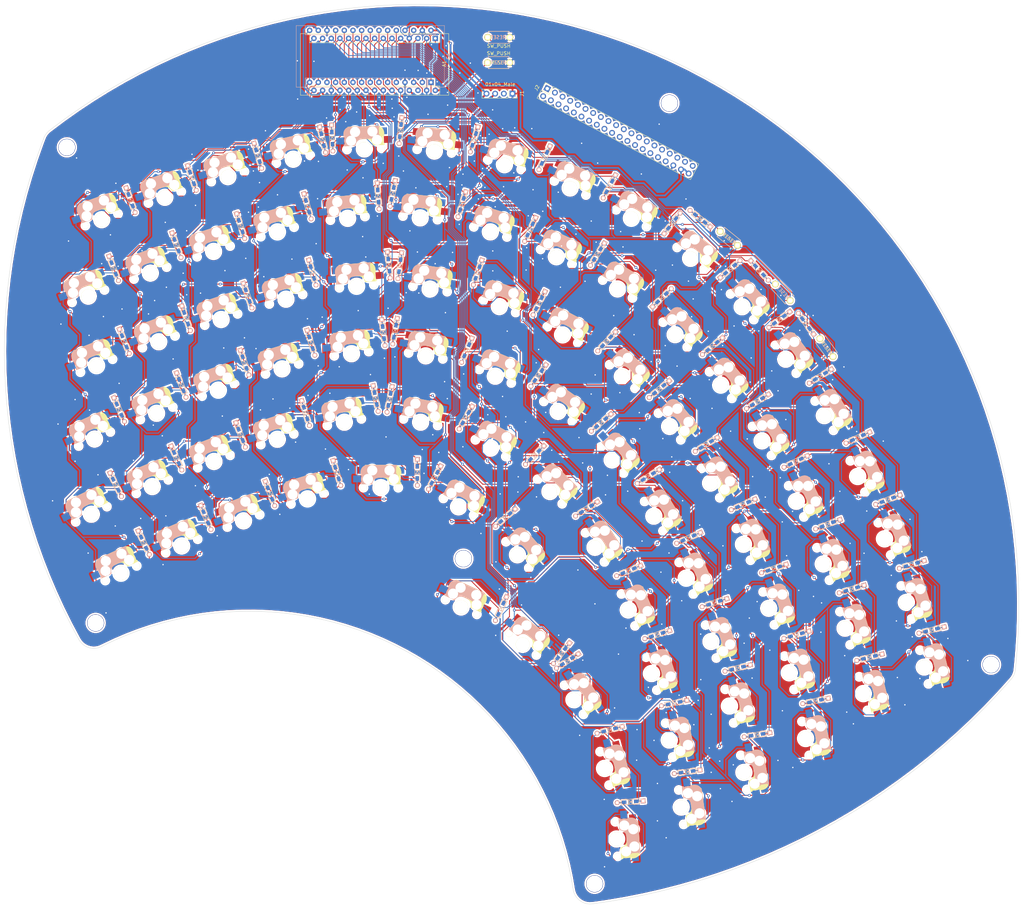
<source format=kicad_pcb>
(kicad_pcb (version 20171130) (host pcbnew "(5.1.5)-3")
  (title_block (title fan))
  (layers (0 F.Cu signal) (31 B.Cu signal) (34 B.Paste user hide) (35 F.Paste user hide) (36 B.SilkS user hide) (37 F.SilkS user) (38 B.Mask user hide) (39 F.Mask user hide) (44 Edge.Cuts user))
  (net 0 "")
  (net 1 row01)
  (net 2 3V)
  (net 3 row00)
  (net 4 GND)
  (net 5 reset_arduino)
  (net 6 reset)
  (net 7 col14)
  (net 8 row02)
  (net 9 col13)
  (net 10 row03)
  (net 11 col12)
  (net 12 row04)
  (net 13 col11)
  (net 14 row05)
  (net 15 col10)
  (net 16 col00)
  (net 17 col09)
  (net 18 col01)
  (net 19 col08)
  (net 20 col02)
  (net 21 5V)
  (net 22 col03)
  (net 23 col04)
  (net 24 col05)
  (net 25 col06)
  (net 26 col07)
  (net 27 "Net-(D1-Pad2)")
  (net 28 "Net-(D2-Pad2)")
  (net 29 "Net-(D3-Pad2)")
  (net 30 "Net-(D4-Pad2)")
  (net 31 "Net-(D5-Pad2)")
  (net 32 "Net-(D6-Pad2)")
  (net 33 "Net-(D7-Pad2)")
  (net 34 "Net-(D8-Pad2)")
  (net 35 "Net-(D9-Pad2)")
  (net 36 "Net-(D10-Pad2)")
  (net 37 "Net-(D11-Pad2)")
  (net 38 "Net-(D12-Pad2)")
  (net 39 "Net-(D13-Pad2)")
  (net 40 "Net-(D14-Pad2)")
  (net 41 "Net-(D15-Pad2)")
  (net 42 "Net-(D16-Pad2)")
  (net 43 "Net-(D17-Pad2)")
  (net 44 "Net-(D18-Pad2)")
  (net 45 "Net-(D19-Pad2)")
  (net 46 "Net-(D20-Pad2)")
  (net 47 "Net-(D21-Pad2)")
  (net 48 "Net-(D22-Pad2)")
  (net 49 "Net-(D23-Pad2)")
  (net 50 "Net-(D24-Pad2)")
  (net 51 "Net-(D25-Pad2)")
  (net 52 "Net-(D26-Pad2)")
  (net 53 "Net-(D27-Pad2)")
  (net 54 "Net-(D28-Pad2)")
  (net 55 "Net-(D29-Pad2)")
  (net 56 "Net-(D30-Pad2)")
  (net 57 "Net-(D31-Pad2)")
  (net 58 "Net-(D32-Pad2)")
  (net 59 "Net-(D33-Pad2)")
  (net 60 "Net-(D34-Pad2)")
  (net 61 "Net-(D35-Pad2)")
  (net 62 "Net-(D36-Pad2)")
  (net 63 "Net-(D37-Pad2)")
  (net 64 "Net-(D38-Pad2)")
  (net 65 "Net-(D39-Pad2)")
  (net 66 "Net-(D40-Pad2)")
  (net 67 "Net-(D41-Pad2)")
  (net 68 "Net-(D42-Pad2)")
  (net 69 "Net-(D43-Pad2)")
  (net 70 "Net-(D44-Pad2)")
  (net 71 "Net-(D45-Pad2)")
  (net 72 "Net-(D46-Pad2)")
  (net 73 "Net-(D47-Pad2)")
  (net 74 "Net-(D48-Pad2)")
  (net 75 "Net-(D49-Pad2)")
  (net 76 "Net-(D50-Pad2)")
  (net 77 "Net-(D51-Pad2)")
  (net 78 "Net-(D52-Pad2)")
  (net 79 "Net-(D53-Pad2)")
  (net 80 "Net-(D54-Pad2)")
  (net 81 "Net-(D55-Pad2)")
  (net 82 "Net-(D56-Pad2)")
  (net 83 "Net-(D57-Pad2)")
  (net 84 "Net-(D58-Pad2)")
  (net 85 "Net-(D59-Pad2)")
  (net 86 "Net-(D60-Pad2)")
  (net 87 "Net-(D61-Pad2)")
  (net 88 "Net-(D62-Pad2)")
  (net 89 "Net-(D63-Pad2)")
  (net 90 "Net-(D64-Pad2)")
  (net 91 "Net-(D65-Pad2)")
  (net 92 "Net-(D66-Pad2)")
  (net 93 "Net-(D67-Pad2)")
  (net 94 "Net-(D68-Pad2)")
  (net 95 "Net-(D69-Pad2)")
  (net 96 "Net-(D70-Pad2)")
  (net 97 "Net-(D71-Pad2)")
  (net 98 "Net-(D72-Pad2)")
  (net 99 "Net-(D73-Pad2)")
  (net 100 "Net-(D74-Pad2)")
  (net 101 "Net-(D75-Pad2)")
  (net 102 "Net-(D76-Pad2)")
  (net 103 "Net-(D77-Pad2)")
  (net 104 "Net-(D78-Pad2)")
  (net 105 "Net-(D79-Pad2)")
  (net 106 "Net-(D80-Pad2)")
  (net 107 "Net-(D81-Pad2)")
  (net 108 "Net-(D82-Pad2)")
  (net 109 "Net-(D83-Pad2)")
  (net 110 "Net-(D84-Pad2)")
  (net 111 "Net-(D85-Pad2)")
  (net 112 "Net-(D86-Pad2)")
  (net 113 "Net-(D87-Pad2)")
  (net 114 "Net-(D89-Pad2)")
  (net 115 "Net-(D90-Pad2)")
  (net 116 VCC)
  (net 117 "Net-(D88-Pad2)")
  (module Module:Arduino_Nano (layer B.Cu) (at 226.27 124.142 90)
    (fp_text reference A2 (at 7.62 5.08 -90) (layer B.SilkS) (effects (justify mirror)))
    (fp_text value Arduino_Nano_v2.x)
    (pad 16 thru_hole oval (at 15.24 -35.56 90) (size 1.6 1.6) (drill 0.8) (layers *.Cu *.Mask) (net 20 col02))
    (pad 15 thru_hole oval (at 0 -35.56 90) (size 1.6 1.6) (drill 0.8) (layers *.Cu *.Mask) (net 16 col00))
    (pad 30 thru_hole oval (at 15.24 0 90) (size 1.6 1.6) (drill 0.8) (layers *.Cu *.Mask) (net 116 VCC))
    (pad 14 thru_hole oval (at 0 -33.02 90) (size 1.6 1.6) (drill 0.8) (layers *.Cu *.Mask) (net 18 col01))
    (pad 29 thru_hole oval (at 15.24 -2.54 90) (size 1.6 1.6) (drill 0.8) (layers *.Cu *.Mask) (net 4 GND))
    (pad 13 thru_hole oval (at 0 -30.48 90) (size 1.6 1.6) (drill 0.8) (layers *.Cu *.Mask) (net 15 col10))
    (pad 28 thru_hole oval (at 15.24 -5.08 90) (size 1.6 1.6) (drill 0.8) (layers *.Cu *.Mask))
    (pad 12 thru_hole oval (at 0 -27.94 90) (size 1.6 1.6) (drill 0.8) (layers *.Cu *.Mask) (net 17 col09))
    (pad 27 thru_hole oval (at 15.24 -7.62 90) (size 1.6 1.6) (drill 0.8) (layers *.Cu *.Mask) (net 21 5V))
    (pad 11 thru_hole oval (at 0 -25.4 90) (size 1.6 1.6) (drill 0.8) (layers *.Cu *.Mask) (net 24 col05))
    (pad 26 thru_hole oval (at 15.24 -10.16 90) (size 1.6 1.6) (drill 0.8) (layers *.Cu *.Mask) (net 23 col04))
    (pad 10 thru_hole oval (at 0 -22.86 90) (size 1.6 1.6) (drill 0.8) (layers *.Cu *.Mask) (net 9 col13))
    (pad 25 thru_hole oval (at 15.24 -12.7 90) (size 1.6 1.6) (drill 0.8) (layers *.Cu *.Mask) (net 14 row05))
    (pad 9 thru_hole oval (at 0 -20.32 90) (size 1.6 1.6) (drill 0.8) (layers *.Cu *.Mask) (net 13 col11))
    (pad 24 thru_hole oval (at 15.24 -15.24 90) (size 1.6 1.6) (drill 0.8) (layers *.Cu *.Mask) (net 12 row04))
    (pad 8 thru_hole oval (at 0 -17.78 90) (size 1.6 1.6) (drill 0.8) (layers *.Cu *.Mask) (net 7 col14))
    (pad 23 thru_hole oval (at 15.24 -17.78 90) (size 1.6 1.6) (drill 0.8) (layers *.Cu *.Mask) (net 10 row03))
    (pad 7 thru_hole oval (at 0 -15.24 90) (size 1.6 1.6) (drill 0.8) (layers *.Cu *.Mask) (net 25 col06))
    (pad 22 thru_hole oval (at 15.24 -20.32 90) (size 1.6 1.6) (drill 0.8) (layers *.Cu *.Mask) (net 8 row02))
    (pad 6 thru_hole oval (at 0 -12.7 90) (size 1.6 1.6) (drill 0.8) (layers *.Cu *.Mask) (net 26 col07))
    (pad 21 thru_hole oval (at 15.24 -22.86 90) (size 1.6 1.6) (drill 0.8) (layers *.Cu *.Mask) (net 1 row01))
    (pad 5 thru_hole oval (at 0 -10.16 90) (size 1.6 1.6) (drill 0.8) (layers *.Cu *.Mask) (net 11 col12))
    (pad 20 thru_hole oval (at 15.24 -25.4 90) (size 1.6 1.6) (drill 0.8) (layers *.Cu *.Mask) (net 3 row00))
    (pad 4 thru_hole oval (at 0 -7.62 90) (size 1.6 1.6) (drill 0.8) (layers *.Cu *.Mask) (net 4 GND))
    (pad 19 thru_hole oval (at 15.24 -27.94 90) (size 1.6 1.6) (drill 0.8) (layers *.Cu *.Mask) (net 22 col03))
    (pad 3 thru_hole oval (at 0 -5.08 90) (size 1.6 1.6) (drill 0.8) (layers *.Cu *.Mask) (net 6 reset))
    (pad 18 thru_hole oval (at 15.24 -30.48 90) (size 1.6 1.6) (drill 0.8) (layers *.Cu *.Mask) (net 4 GND))
    (pad 2 thru_hole oval (at 0 -2.54 90) (size 1.6 1.6) (drill 0.8) (layers *.Cu *.Mask) (net 19 col08))
    (pad 17 thru_hole oval (at 15.24 -33.02 90) (size 1.6 1.6) (drill 0.8) (layers *.Cu *.Mask) (net 2 3V))
    (pad 1 thru_hole rect (at 0 0 90) (size 1.6 1.6) (drill 0.8) (layers *.Cu *.Mask) (net 5 reset_arduino))
  )
  (module kbd:CherryMX_Hotswap (layer F.Cu) (at 280.63 345.946 274)
    (fp_text reference SW90 hide)
    (fp_text value SW_PUSH hide)
    (pad 2 smd rect (at 5.7 -5.12 94) (size 2.3 2) (layers B.Cu B.Paste B.Mask) (net 115 "Net-(D90-Pad2)"))
    (pad "" np_thru_hole circle (at -5.08 0 274) (size 1.9 1.9) (drill 1.9) (layers *.Cu *.Mask F.SilkS))
    (pad "" np_thru_hole circle (at 5.08 0 274) (size 1.9 1.9) (drill 1.9) (layers *.Cu *.Mask F.SilkS))
    (pad "" np_thru_hole circle (at 0 0 4) (size 4.1 4.1) (drill 4.1) (layers *.Cu *.Mask F.SilkS))
    (pad "" np_thru_hole circle (at 2.54 -5.08 94) (size 3 3) (drill 3) (layers *.Cu *.Mask))
    (pad "" np_thru_hole circle (at 3.81 -2.540001 94) (size 3 3) (drill 3) (layers *.Cu *.Mask))
    (pad "" np_thru_hole circle (at -2.54 -5.08 94) (size 3 3) (drill 3) (layers *.Cu *.Mask))
    (pad "" np_thru_hole circle (at -3.81 -2.54 94) (size 3 3) (drill 3) (layers *.Cu *.Mask))
    (pad 2 smd rect (at -5.7 -5.12 94) (size 2.3 2) (layers F.Cu F.Paste F.Mask) (net 115 "Net-(D90-Pad2)"))
    (pad 1 smd rect (at 7 -2.58 94) (size 2.3 2) (layers F.Cu F.Paste F.Mask) (net 7 col14))
    (pad 1 smd rect (at -7 -2.58 94) (size 2.3 2) (layers B.Cu B.Paste B.Mask) (net 7 col14))
  )
  (module kbd:CherryMX_Hotswap (layer F.Cu) (at 280.923 184.718 329)
    (fp_text reference SW47 hide)
    (fp_text value SW_PUSH hide)
    (pad 2 smd rect (at 5.7 -5.12 149) (size 2.3 2) (layers B.Cu B.Paste B.Mask) (net 73 "Net-(D47-Pad2)"))
    (pad "" np_thru_hole circle (at -5.08 0 329) (size 1.9 1.9) (drill 1.9) (layers *.Cu *.Mask F.SilkS))
    (pad "" np_thru_hole circle (at 5.08 0 329) (size 1.9 1.9) (drill 1.9) (layers *.Cu *.Mask F.SilkS))
    (pad "" np_thru_hole circle (at 0 0 59) (size 4.1 4.1) (drill 4.1) (layers *.Cu *.Mask F.SilkS))
    (pad "" np_thru_hole circle (at 2.54 -5.08 149) (size 3 3) (drill 3) (layers *.Cu *.Mask))
    (pad "" np_thru_hole circle (at 3.81 -2.540001 149) (size 3 3) (drill 3) (layers *.Cu *.Mask))
    (pad "" np_thru_hole circle (at -2.54 -5.08 149) (size 3 3) (drill 3) (layers *.Cu *.Mask))
    (pad "" np_thru_hole circle (at -3.81 -2.54 149) (size 3 3) (drill 3) (layers *.Cu *.Mask))
    (pad 2 smd rect (at -5.7 -5.12 149) (size 2.3 2) (layers F.Cu F.Paste F.Mask) (net 73 "Net-(D47-Pad2)"))
    (pad 1 smd rect (at 7 -2.58 149) (size 2.3 2) (layers F.Cu F.Paste F.Mask) (net 26 col07))
    (pad 1 smd rect (at -7 -2.58 149) (size 2.3 2) (layers B.Cu B.Paste B.Mask) (net 26 col07))
  )
  (module kbd:CherryMX_Hotswap (layer F.Cu) (at 126.7618 250.754 26)
    (fp_text reference SW5 hide)
    (fp_text value SW_PUSH hide)
    (pad 2 smd rect (at 5.7 -5.12 206) (size 2.3 2) (layers B.Cu B.Paste B.Mask) (net 31 "Net-(D5-Pad2)"))
    (pad "" np_thru_hole circle (at -5.08 0 26) (size 1.9 1.9) (drill 1.9) (layers *.Cu *.Mask F.SilkS))
    (pad "" np_thru_hole circle (at 5.08 0 26) (size 1.9 1.9) (drill 1.9) (layers *.Cu *.Mask F.SilkS))
    (pad "" np_thru_hole circle (at 0 0 116) (size 4.1 4.1) (drill 4.1) (layers *.Cu *.Mask F.SilkS))
    (pad "" np_thru_hole circle (at 2.54 -5.08 206) (size 3 3) (drill 3) (layers *.Cu *.Mask))
    (pad "" np_thru_hole circle (at 3.81 -2.540001 206) (size 3 3) (drill 3) (layers *.Cu *.Mask))
    (pad "" np_thru_hole circle (at -2.54 -5.08 206) (size 3 3) (drill 3) (layers *.Cu *.Mask))
    (pad "" np_thru_hole circle (at -3.81 -2.54 206) (size 3 3) (drill 3) (layers *.Cu *.Mask))
    (pad 2 smd rect (at -5.7 -5.12 206) (size 2.3 2) (layers F.Cu F.Paste F.Mask) (net 31 "Net-(D5-Pad2)"))
    (pad 1 smd rect (at 7 -2.58 206) (size 2.3 2) (layers F.Cu F.Paste F.Mask) (net 16 col00))
    (pad 1 smd rect (at -7 -2.58 206) (size 2.3 2) (layers B.Cu B.Paste B.Mask) (net 16 col00))
  )
  (module kbd:CherryMX_Hotswap (layer F.Cu) (at 227.251 144.2996 354)
    (fp_text reference SW31 hide)
    (fp_text value SW_PUSH hide)
    (pad 2 smd rect (at 5.7 -5.12 174) (size 2.3 2) (layers B.Cu B.Paste B.Mask) (net 57 "Net-(D31-Pad2)"))
    (pad "" np_thru_hole circle (at -5.08 0 354) (size 1.9 1.9) (drill 1.9) (layers *.Cu *.Mask F.SilkS))
    (pad "" np_thru_hole circle (at 5.08 0 354) (size 1.9 1.9) (drill 1.9) (layers *.Cu *.Mask F.SilkS))
    (pad "" np_thru_hole circle (at 0 0 84) (size 4.1 4.1) (drill 4.1) (layers *.Cu *.Mask F.SilkS))
    (pad "" np_thru_hole circle (at 2.54 -5.08 174) (size 3 3) (drill 3) (layers *.Cu *.Mask))
    (pad "" np_thru_hole circle (at 3.81 -2.540001 174) (size 3 3) (drill 3) (layers *.Cu *.Mask))
    (pad "" np_thru_hole circle (at -2.54 -5.08 174) (size 3 3) (drill 3) (layers *.Cu *.Mask))
    (pad "" np_thru_hole circle (at -3.81 -2.54 174) (size 3 3) (drill 3) (layers *.Cu *.Mask))
    (pad 2 smd rect (at -5.7 -5.12 174) (size 2.3 2) (layers F.Cu F.Paste F.Mask) (net 57 "Net-(D31-Pad2)"))
    (pad 1 smd rect (at 7 -2.58 174) (size 2.3 2) (layers F.Cu F.Paste F.Mask) (net 24 col05))
    (pad 1 smd rect (at -7 -2.58 174) (size 2.3 2) (layers B.Cu B.Paste B.Mask) (net 24 col05))
  )
  (module Module:Arduino_Nano (layer F.Cu) (at 227.533 111.2491 270)
    (fp_text reference A1 (at 7.458058 -2.628149 90) (layer F.SilkS))
    (fp_text value Arduino_Nano_v2.x)
    (pad 16 thru_hole oval (at 15.24 35.56 270) (size 1.6 1.6) (drill 0.8) (layers *.Cu *.Mask) (net 20 col02))
    (pad 15 thru_hole oval (at 0 35.56 270) (size 1.6 1.6) (drill 0.8) (layers *.Cu *.Mask) (net 16 col00))
    (pad 30 thru_hole oval (at 15.24 0 270) (size 1.6 1.6) (drill 0.8) (layers *.Cu *.Mask) (net 116 VCC))
    (pad 14 thru_hole oval (at 0 33.02 270) (size 1.6 1.6) (drill 0.8) (layers *.Cu *.Mask) (net 18 col01))
    (pad 29 thru_hole oval (at 15.24 2.54 270) (size 1.6 1.6) (drill 0.8) (layers *.Cu *.Mask) (net 4 GND))
    (pad 13 thru_hole oval (at 0 30.48 270) (size 1.6 1.6) (drill 0.8) (layers *.Cu *.Mask) (net 15 col10))
    (pad 28 thru_hole oval (at 15.24 5.08 270) (size 1.6 1.6) (drill 0.8) (layers *.Cu *.Mask))
    (pad 12 thru_hole oval (at 0 27.94 270) (size 1.6 1.6) (drill 0.8) (layers *.Cu *.Mask) (net 17 col09))
    (pad 27 thru_hole oval (at 15.24 7.62 270) (size 1.6 1.6) (drill 0.8) (layers *.Cu *.Mask) (net 21 5V))
    (pad 11 thru_hole oval (at 0 25.4 270) (size 1.6 1.6) (drill 0.8) (layers *.Cu *.Mask) (net 24 col05))
    (pad 26 thru_hole oval (at 15.24 10.16 270) (size 1.6 1.6) (drill 0.8) (layers *.Cu *.Mask) (net 23 col04))
    (pad 10 thru_hole oval (at 0 22.86 270) (size 1.6 1.6) (drill 0.8) (layers *.Cu *.Mask) (net 9 col13))
    (pad 25 thru_hole oval (at 15.24 12.7 270) (size 1.6 1.6) (drill 0.8) (layers *.Cu *.Mask) (net 14 row05))
    (pad 9 thru_hole oval (at 0 20.32 270) (size 1.6 1.6) (drill 0.8) (layers *.Cu *.Mask) (net 13 col11))
    (pad 24 thru_hole oval (at 15.24 15.24 270) (size 1.6 1.6) (drill 0.8) (layers *.Cu *.Mask) (net 12 row04))
    (pad 8 thru_hole oval (at 0 17.78 270) (size 1.6 1.6) (drill 0.8) (layers *.Cu *.Mask) (net 7 col14))
    (pad 23 thru_hole oval (at 15.24 17.78 270) (size 1.6 1.6) (drill 0.8) (layers *.Cu *.Mask) (net 10 row03))
    (pad 7 thru_hole oval (at 0 15.24 270) (size 1.6 1.6) (drill 0.8) (layers *.Cu *.Mask) (net 25 col06))
    (pad 22 thru_hole oval (at 15.24 20.32 270) (size 1.6 1.6) (drill 0.8) (layers *.Cu *.Mask) (net 8 row02))
    (pad 6 thru_hole oval (at 0 12.7 270) (size 1.6 1.6) (drill 0.8) (layers *.Cu *.Mask) (net 26 col07))
    (pad 21 thru_hole oval (at 15.24 22.86 270) (size 1.6 1.6) (drill 0.8) (layers *.Cu *.Mask) (net 1 row01))
    (pad 5 thru_hole oval (at 0 10.16 270) (size 1.6 1.6) (drill 0.8) (layers *.Cu *.Mask) (net 11 col12))
    (pad 20 thru_hole oval (at 15.24 25.4 270) (size 1.6 1.6) (drill 0.8) (layers *.Cu *.Mask) (net 3 row00))
    (pad 4 thru_hole oval (at 0 7.62 270) (size 1.6 1.6) (drill 0.8) (layers *.Cu *.Mask) (net 4 GND))
    (pad 19 thru_hole oval (at 15.24 27.94 270) (size 1.6 1.6) (drill 0.8) (layers *.Cu *.Mask) (net 22 col03))
    (pad 3 thru_hole oval (at 0 5.08 270) (size 1.6 1.6) (drill 0.8) (layers *.Cu *.Mask) (net 6 reset))
    (pad 18 thru_hole oval (at 15.24 30.48 270) (size 1.6 1.6) (drill 0.8) (layers *.Cu *.Mask) (net 4 GND))
    (pad 2 thru_hole oval (at 0 2.54 270) (size 1.6 1.6) (drill 0.8) (layers *.Cu *.Mask) (net 19 col08))
    (pad 17 thru_hole oval (at 15.24 33.02 270) (size 1.6 1.6) (drill 0.8) (layers *.Cu *.Mask) (net 2 3V))
    (pad 1 thru_hole rect (at 0 0 270) (size 1.6 1.6) (drill 0.8) (layers *.Cu *.Mask) (net 5 reset_arduino))
  )
  (module kbd:D3_TH_SMD (layer B.Cu) (at 297.509 306.101 192)
    (fp_text reference D83 hide)
    (fp_text value DIODE hide)
    (pad 2 smd rect (at 1.775 0 192) (size 1.3 0.95) (layers B.Cu B.Paste B.Mask) (net 109 "Net-(D83-Pad2)"))
    (pad 2 thru_hole circle (at 3.81 0 192) (size 1.397 1.397) (drill 0.8128) (layers *.Cu *.Mask B.SilkS) (net 109 "Net-(D83-Pad2)"))
    (pad 1 thru_hole rect (at -3.81 0 192) (size 1.397 1.397) (drill 0.8128) (layers *.Cu *.Mask B.SilkS) (net 12 row04))
    (pad 1 smd rect (at -1.775 0 192) (size 1.3 0.95) (layers F.Cu F.Paste F.Mask) (net 12 row04))
    (pad 2 smd rect (at 1.775 0 192) (size 1.3 0.95) (layers F.Cu F.Paste F.Mask) (net 109 "Net-(D83-Pad2)"))
    (pad 1 smd rect (at -1.775 0 192) (size 1.3 0.95) (layers B.Cu B.Paste B.Mask) (net 12 row04))
  )
  (module kbd:D3_TH_SMD (layer B.Cu) (at 354.72 292.678 194)
    (fp_text reference D86 hide)
    (fp_text value DIODE hide)
    (pad 2 smd rect (at 1.775 0 194) (size 1.3 0.95) (layers B.Cu B.Paste B.Mask) (net 112 "Net-(D86-Pad2)"))
    (pad 2 thru_hole circle (at 3.81 0 194) (size 1.397 1.397) (drill 0.8128) (layers *.Cu *.Mask B.SilkS) (net 112 "Net-(D86-Pad2)"))
    (pad 1 thru_hole rect (at -3.81 0 194) (size 1.397 1.397) (drill 0.8128) (layers *.Cu *.Mask B.SilkS) (net 1 row01))
    (pad 1 smd rect (at -1.775 0 194) (size 1.3 0.95) (layers F.Cu F.Paste F.Mask) (net 1 row01))
    (pad 2 smd rect (at 1.775 0 194) (size 1.3 0.95) (layers F.Cu F.Paste F.Mask) (net 112 "Net-(D86-Pad2)"))
    (pad 1 smd rect (at -1.775 0 194) (size 1.3 0.95) (layers B.Cu B.Paste B.Mask) (net 1 row01))
  )
  (module kbd:D3_TH_SMD (layer B.Cu) (at 338.92 305.478 192)
    (fp_text reference D87 hide)
    (fp_text value DIODE hide)
    (pad 2 smd rect (at 1.775 0 192) (size 1.3 0.95) (layers B.Cu B.Paste B.Mask) (net 113 "Net-(D87-Pad2)"))
    (pad 2 thru_hole circle (at 3.81 0 192) (size 1.397 1.397) (drill 0.8128) (layers *.Cu *.Mask B.SilkS) (net 113 "Net-(D87-Pad2)"))
    (pad 1 thru_hole rect (at -3.81 0 192) (size 1.397 1.397) (drill 0.8128) (layers *.Cu *.Mask B.SilkS) (net 8 row02))
    (pad 1 smd rect (at -1.775 0 192) (size 1.3 0.95) (layers F.Cu F.Paste F.Mask) (net 8 row02))
    (pad 2 smd rect (at 1.775 0 192) (size 1.3 0.95) (layers F.Cu F.Paste F.Mask) (net 113 "Net-(D87-Pad2)"))
    (pad 1 smd rect (at -1.775 0 192) (size 1.3 0.95) (layers B.Cu B.Paste B.Mask) (net 8 row02))
  )
  (module kbd:D3_TH_SMD (layer B.Cu) (at 301.299 326.238 188)
    (fp_text reference D89 hide)
    (fp_text value DIODE hide)
    (pad 2 smd rect (at 1.775 0 188) (size 1.3 0.95) (layers B.Cu B.Paste B.Mask) (net 114 "Net-(D89-Pad2)"))
    (pad 2 thru_hole circle (at 3.81 0 188) (size 1.397 1.397) (drill 0.8128) (layers *.Cu *.Mask B.SilkS) (net 114 "Net-(D89-Pad2)"))
    (pad 1 thru_hole rect (at -3.81 0 188) (size 1.397 1.397) (drill 0.8128) (layers *.Cu *.Mask B.SilkS) (net 12 row04))
    (pad 1 smd rect (at -1.775 0 188) (size 1.3 0.95) (layers F.Cu F.Paste F.Mask) (net 12 row04))
    (pad 2 smd rect (at 1.775 0 188) (size 1.3 0.95) (layers F.Cu F.Paste F.Mask) (net 114 "Net-(D89-Pad2)"))
    (pad 1 smd rect (at -1.775 0 188) (size 1.3 0.95) (layers B.Cu B.Paste B.Mask) (net 12 row04))
  )
  (module kbd:D3_TH_SMD (layer B.Cu) (at 217.12 177.878 262)
    (fp_text reference D33 hide)
    (fp_text value DIODE hide)
    (pad 2 smd rect (at 1.775 0 262) (size 1.3 0.95) (layers B.Cu B.Paste B.Mask) (net 59 "Net-(D33-Pad2)"))
    (pad 2 thru_hole circle (at 3.81 0 262) (size 1.397 1.397) (drill 0.8128) (layers *.Cu *.Mask B.SilkS) (net 59 "Net-(D33-Pad2)"))
    (pad 1 thru_hole rect (at -3.81 0 262) (size 1.397 1.397) (drill 0.8128) (layers *.Cu *.Mask B.SilkS) (net 8 row02))
    (pad 1 smd rect (at -1.775 0 262) (size 1.3 0.95) (layers F.Cu F.Paste F.Mask) (net 8 row02))
    (pad 2 smd rect (at 1.775 0 262) (size 1.3 0.95) (layers F.Cu F.Paste F.Mask) (net 59 "Net-(D33-Pad2)"))
    (pad 1 smd rect (at -1.775 0 262) (size 1.3 0.95) (layers B.Cu B.Paste B.Mask) (net 8 row02))
  )
  (module kbd:D3_TH_SMD (layer B.Cu) (at 235.32 159.878 253)
    (fp_text reference D38 hide)
    (fp_text value DIODE hide)
    (pad 2 smd rect (at 1.775 0 253) (size 1.3 0.95) (layers B.Cu B.Paste B.Mask) (net 64 "Net-(D38-Pad2)"))
    (pad 2 thru_hole circle (at 3.81 0 253) (size 1.397 1.397) (drill 0.8128) (layers *.Cu *.Mask B.SilkS) (net 64 "Net-(D38-Pad2)"))
    (pad 1 thru_hole rect (at -3.81 0 253) (size 1.397 1.397) (drill 0.8128) (layers *.Cu *.Mask B.SilkS) (net 1 row01))
    (pad 1 smd rect (at -1.775 0 253) (size 1.3 0.95) (layers F.Cu F.Paste F.Mask) (net 1 row01))
    (pad 2 smd rect (at 1.775 0 253) (size 1.3 0.95) (layers F.Cu F.Paste F.Mask) (net 64 "Net-(D38-Pad2)"))
    (pad 1 smd rect (at -1.775 0 253) (size 1.3 0.95) (layers B.Cu B.Paste B.Mask) (net 1 row01))
  )
  (module kbd:D3_TH_SMD (layer B.Cu) (at 217.32 138.278 264)
    (fp_text reference D31 hide)
    (fp_text value DIODE hide)
    (pad 2 smd rect (at 1.775 0 264) (size 1.3 0.95) (layers B.Cu B.Paste B.Mask) (net 57 "Net-(D31-Pad2)"))
    (pad 2 thru_hole circle (at 3.81 0 264) (size 1.397 1.397) (drill 0.8128) (layers *.Cu *.Mask B.SilkS) (net 57 "Net-(D31-Pad2)"))
    (pad 1 thru_hole rect (at -3.81 0 264) (size 1.397 1.397) (drill 0.8128) (layers *.Cu *.Mask B.SilkS) (net 3 row00))
    (pad 1 smd rect (at -1.775 0 264) (size 1.3 0.95) (layers F.Cu F.Paste F.Mask) (net 3 row00))
    (pad 2 smd rect (at 1.775 0 264) (size 1.3 0.95) (layers F.Cu F.Paste F.Mask) (net 57 "Net-(D31-Pad2)"))
    (pad 1 smd rect (at -1.775 0 264) (size 1.3 0.95) (layers B.Cu B.Paste B.Mask) (net 3 row00))
  )
  (module kbd:D3_TH_SMD (layer B.Cu) (at 284.616 335.035 184)
    (fp_text reference D90 hide)
    (fp_text value DIODE hide)
    (pad 2 smd rect (at 1.775 0 184) (size 1.3 0.95) (layers B.Cu B.Paste B.Mask) (net 115 "Net-(D90-Pad2)"))
    (pad 2 thru_hole circle (at 3.81 0 184) (size 1.397 1.397) (drill 0.8128) (layers *.Cu *.Mask B.SilkS) (net 115 "Net-(D90-Pad2)"))
    (pad 1 thru_hole rect (at -3.81 0 184) (size 1.397 1.397) (drill 0.8128) (layers *.Cu *.Mask B.SilkS) (net 14 row05))
    (pad 1 smd rect (at -1.775 0 184) (size 1.3 0.95) (layers F.Cu F.Paste F.Mask) (net 14 row05))
    (pad 2 smd rect (at 1.775 0 184) (size 1.3 0.95) (layers F.Cu F.Paste F.Mask) (net 115 "Net-(D90-Pad2)"))
    (pad 1 smd rect (at -1.775 0 184) (size 1.3 0.95) (layers B.Cu B.Paste B.Mask) (net 14 row05))
  )
  (module kbd:D3_TH_SMD (layer B.Cu) (at 264.502 291.496 232)
    (fp_text reference D72 hide)
    (fp_text value DIODE hide)
    (pad 2 smd rect (at 1.775 0 232) (size 1.3 0.95) (layers B.Cu B.Paste B.Mask) (net 98 "Net-(D72-Pad2)"))
    (pad 2 thru_hole circle (at 3.81 0 232) (size 1.397 1.397) (drill 0.8128) (layers *.Cu *.Mask B.SilkS) (net 98 "Net-(D72-Pad2)"))
    (pad 1 thru_hole rect (at -3.81 0 232) (size 1.397 1.397) (drill 0.8128) (layers *.Cu *.Mask B.SilkS) (net 14 row05))
    (pad 1 smd rect (at -1.775 0 232) (size 1.3 0.95) (layers F.Cu F.Paste F.Mask) (net 14 row05))
    (pad 2 smd rect (at 1.775 0 232) (size 1.3 0.95) (layers F.Cu F.Paste F.Mask) (net 98 "Net-(D72-Pad2)"))
    (pad 1 smd rect (at -1.775 0 232) (size 1.3 0.95) (layers B.Cu B.Paste B.Mask) (net 14 row05))
  )
  (module kbd:D3_TH_SMD (layer B.Cu) (at 256.652 233.412 225)
    (fp_text reference D60 hide)
    (fp_text value DIODE hide)
    (pad 2 smd rect (at 1.775 0 225) (size 1.3 0.95) (layers B.Cu B.Paste B.Mask) (net 86 "Net-(D60-Pad2)"))
    (pad 2 thru_hole circle (at 3.81 0 225) (size 1.397 1.397) (drill 0.8128) (layers *.Cu *.Mask B.SilkS) (net 86 "Net-(D60-Pad2)"))
    (pad 1 thru_hole rect (at -3.81 0 225) (size 1.397 1.397) (drill 0.8128) (layers *.Cu *.Mask B.SilkS) (net 14 row05))
    (pad 1 smd rect (at -1.775 0 225) (size 1.3 0.95) (layers F.Cu F.Paste F.Mask) (net 14 row05))
    (pad 2 smd rect (at 1.775 0 225) (size 1.3 0.95) (layers F.Cu F.Paste F.Mask) (net 86 "Net-(D60-Pad2)"))
    (pad 1 smd rect (at -1.775 0 225) (size 1.3 0.95) (layers B.Cu B.Paste B.Mask) (net 14 row05))
  )
  (module kbd:D3_TH_SMD (layer B.Cu) (at 257.72 210.078 235)
    (fp_text reference D54 hide)
    (fp_text value DIODE hide)
    (pad 2 smd rect (at 1.775 0 235) (size 1.3 0.95) (layers B.Cu B.Paste B.Mask) (net 80 "Net-(D54-Pad2)"))
    (pad 2 thru_hole circle (at 3.81 0 235) (size 1.397 1.397) (drill 0.8128) (layers *.Cu *.Mask B.SilkS) (net 80 "Net-(D54-Pad2)"))
    (pad 1 thru_hole rect (at -3.81 0 235) (size 1.397 1.397) (drill 0.8128) (layers *.Cu *.Mask B.SilkS) (net 14 row05))
    (pad 1 smd rect (at -1.775 0 235) (size 1.3 0.95) (layers F.Cu F.Paste F.Mask) (net 14 row05))
    (pad 2 smd rect (at 1.775 0 235) (size 1.3 0.95) (layers F.Cu F.Paste F.Mask) (net 80 "Net-(D54-Pad2)"))
    (pad 1 smd rect (at -1.775 0 235) (size 1.3 0.95) (layers B.Cu B.Paste B.Mask) (net 14 row05))
  )
  (module kbd:D3_TH_SMD (layer B.Cu) (at 277.72 200.078 227)
    (fp_text reference D53 hide)
    (fp_text value DIODE hide)
    (pad 2 smd rect (at 1.775 0 227) (size 1.3 0.95) (layers B.Cu B.Paste B.Mask) (net 79 "Net-(D53-Pad2)"))
    (pad 2 thru_hole circle (at 3.81 0 227) (size 1.397 1.397) (drill 0.8128) (layers *.Cu *.Mask B.SilkS) (net 79 "Net-(D53-Pad2)"))
    (pad 1 thru_hole rect (at -3.81 0 227) (size 1.397 1.397) (drill 0.8128) (layers *.Cu *.Mask B.SilkS) (net 12 row04))
    (pad 1 smd rect (at -1.775 0 227) (size 1.3 0.95) (layers F.Cu F.Paste F.Mask) (net 12 row04))
    (pad 2 smd rect (at 1.775 0 227) (size 1.3 0.95) (layers F.Cu F.Paste F.Mask) (net 79 "Net-(D53-Pad2)"))
    (pad 1 smd rect (at -1.775 0 227) (size 1.3 0.95) (layers B.Cu B.Paste B.Mask) (net 12 row04))
  )
  (module kbd:D3_TH_SMD (layer B.Cu) (at 255.32 167.278 245)
    (fp_text reference D46 hide)
    (fp_text value DIODE hide)
    (pad 2 smd rect (at 1.775 0 245) (size 1.3 0.95) (layers B.Cu B.Paste B.Mask) (net 72 "Net-(D46-Pad2)"))
    (pad 2 thru_hole circle (at 3.81 0 245) (size 1.397 1.397) (drill 0.8128) (layers *.Cu *.Mask B.SilkS) (net 72 "Net-(D46-Pad2)"))
    (pad 1 thru_hole rect (at -3.81 0 245) (size 1.397 1.397) (drill 0.8128) (layers *.Cu *.Mask B.SilkS) (net 10 row03))
    (pad 1 smd rect (at -1.775 0 245) (size 1.3 0.95) (layers F.Cu F.Paste F.Mask) (net 10 row03))
    (pad 2 smd rect (at 1.775 0 245) (size 1.3 0.95) (layers F.Cu F.Paste F.Mask) (net 72 "Net-(D46-Pad2)"))
    (pad 1 smd rect (at -1.775 0 245) (size 1.3 0.95) (layers B.Cu B.Paste B.Mask) (net 10 row03))
  )
  (module kbd:D3_TH_SMD (layer B.Cu) (at 214.12 217.078 259)
    (fp_text reference D35 hide)
    (fp_text value DIODE hide)
    (pad 2 smd rect (at 1.775 0 259) (size 1.3 0.95) (layers B.Cu B.Paste B.Mask) (net 61 "Net-(D35-Pad2)"))
    (pad 2 thru_hole circle (at 3.81 0 259) (size 1.397 1.397) (drill 0.8128) (layers *.Cu *.Mask B.SilkS) (net 61 "Net-(D35-Pad2)"))
    (pad 1 thru_hole rect (at -3.81 0 259) (size 1.397 1.397) (drill 0.8128) (layers *.Cu *.Mask B.SilkS) (net 12 row04))
    (pad 1 smd rect (at -1.775 0 259) (size 1.3 0.95) (layers F.Cu F.Paste F.Mask) (net 12 row04))
    (pad 2 smd rect (at 1.775 0 259) (size 1.3 0.95) (layers F.Cu F.Paste F.Mask) (net 61 "Net-(D35-Pad2)"))
    (pad 1 smd rect (at -1.775 0 259) (size 1.3 0.95) (layers B.Cu B.Paste B.Mask) (net 12 row04))
  )
  (module kbd:D3_TH_SMD (layer B.Cu) (at 194.521 140.9485 283)
    (fp_text reference D19 hide)
    (fp_text value DIODE hide)
    (pad 2 smd rect (at 1.775 0 283) (size 1.3 0.95) (layers B.Cu B.Paste B.Mask) (net 45 "Net-(D19-Pad2)"))
    (pad 2 thru_hole circle (at 3.81 0 283) (size 1.397 1.397) (drill 0.8128) (layers *.Cu *.Mask B.SilkS) (net 45 "Net-(D19-Pad2)"))
    (pad 1 thru_hole rect (at -3.81 0 283) (size 1.397 1.397) (drill 0.8128) (layers *.Cu *.Mask B.SilkS) (net 3 row00))
    (pad 1 smd rect (at -1.775 0 283) (size 1.3 0.95) (layers F.Cu F.Paste F.Mask) (net 3 row00))
    (pad 2 smd rect (at 1.775 0 283) (size 1.3 0.95) (layers F.Cu F.Paste F.Mask) (net 45 "Net-(D19-Pad2)"))
    (pad 1 smd rect (at -1.775 0 283) (size 1.3 0.95) (layers B.Cu B.Paste B.Mask) (net 3 row00))
  )
  (module kbd:D3_TH_SMD (layer B.Cu) (at 210.8 157.45 274)
    (fp_text reference D26 hide)
    (fp_text value DIODE hide)
    (pad 2 smd rect (at 1.775 0 274) (size 1.3 0.95) (layers B.Cu B.Paste B.Mask) (net 52 "Net-(D26-Pad2)"))
    (pad 2 thru_hole circle (at 3.81 0 274) (size 1.397 1.397) (drill 0.8128) (layers *.Cu *.Mask B.SilkS) (net 52 "Net-(D26-Pad2)"))
    (pad 1 thru_hole rect (at -3.81 0 274) (size 1.397 1.397) (drill 0.8128) (layers *.Cu *.Mask B.SilkS) (net 1 row01))
    (pad 1 smd rect (at -1.775 0 274) (size 1.3 0.95) (layers F.Cu F.Paste F.Mask) (net 1 row01))
    (pad 2 smd rect (at 1.775 0 274) (size 1.3 0.95) (layers F.Cu F.Paste F.Mask) (net 52 "Net-(D26-Pad2)"))
    (pad 1 smd rect (at -1.775 0 274) (size 1.3 0.95) (layers B.Cu B.Paste B.Mask) (net 1 row01))
  )
  (module kbd:D3_TH_SMD (layer B.Cu) (at 296.92 165.478 52)
    (fp_text reference D43 hide)
    (fp_text value DIODE hide)
    (pad 2 smd rect (at 1.775 0 52) (size 1.3 0.95) (layers B.Cu B.Paste B.Mask) (net 69 "Net-(D43-Pad2)"))
    (pad 2 thru_hole circle (at 3.81 0 52) (size 1.397 1.397) (drill 0.8128) (layers *.Cu *.Mask B.SilkS) (net 69 "Net-(D43-Pad2)"))
    (pad 1 thru_hole rect (at -3.81 0 52) (size 1.397 1.397) (drill 0.8128) (layers *.Cu *.Mask B.SilkS) (net 3 row00))
    (pad 1 smd rect (at -1.775 0 52) (size 1.3 0.95) (layers F.Cu F.Paste F.Mask) (net 3 row00))
    (pad 2 smd rect (at 1.775 0 52) (size 1.3 0.95) (layers F.Cu F.Paste F.Mask) (net 69 "Net-(D43-Pad2)"))
    (pad 1 smd rect (at -1.775 0 52) (size 1.3 0.95) (layers B.Cu B.Paste B.Mask) (net 3 row00))
  )
  (module kbd:D3_TH_SMD (layer B.Cu) (at 246.756 278.436 245)
    (fp_text reference D66 hide)
    (fp_text value DIODE hide)
    (pad 2 smd rect (at 1.775 0 245) (size 1.3 0.95) (layers B.Cu B.Paste B.Mask) (net 92 "Net-(D66-Pad2)"))
    (pad 2 thru_hole circle (at 3.81 0 245) (size 1.397 1.397) (drill 0.8128) (layers *.Cu *.Mask B.SilkS) (net 92 "Net-(D66-Pad2)"))
    (pad 1 thru_hole rect (at -3.81 0 245) (size 1.397 1.397) (drill 0.8128) (layers *.Cu *.Mask B.SilkS) (net 14 row05))
    (pad 1 smd rect (at -1.775 0 245) (size 1.3 0.95) (layers F.Cu F.Paste F.Mask) (net 14 row05))
    (pad 2 smd rect (at 1.775 0 245) (size 1.3 0.95) (layers F.Cu F.Paste F.Mask) (net 92 "Net-(D66-Pad2)"))
    (pad 1 smd rect (at -1.775 0 245) (size 1.3 0.95) (layers B.Cu B.Paste B.Mask) (net 14 row05))
  )
  (module kbd:D3_TH_SMD (layer B.Cu) (at 227.319 240.014 242)
    (fp_text reference D36 hide)
    (fp_text value DIODE hide)
    (pad 2 smd rect (at 1.775 0 242) (size 1.3 0.95) (layers B.Cu B.Paste B.Mask) (net 62 "Net-(D36-Pad2)"))
    (pad 2 thru_hole circle (at 3.81 0 242) (size 1.397 1.397) (drill 0.8128) (layers *.Cu *.Mask B.SilkS) (net 62 "Net-(D36-Pad2)"))
    (pad 1 thru_hole rect (at -3.81 0 242) (size 1.397 1.397) (drill 0.8128) (layers *.Cu *.Mask B.SilkS) (net 14 row05))
    (pad 1 smd rect (at -1.775 0 242) (size 1.3 0.95) (layers F.Cu F.Paste F.Mask) (net 14 row05))
    (pad 2 smd rect (at 1.775 0 242) (size 1.3 0.95) (layers F.Cu F.Paste F.Mask) (net 62 "Net-(D36-Pad2)"))
    (pad 1 smd rect (at -1.775 0 242) (size 1.3 0.95) (layers B.Cu B.Paste B.Mask) (net 14 row05))
  )
  (module kbd:D3_TH_SMD (layer B.Cu) (at 259.52 146.278 245)
    (fp_text reference D45 hide)
    (fp_text value DIODE hide)
    (pad 2 smd rect (at 1.775 0 245) (size 1.3 0.95) (layers B.Cu B.Paste B.Mask) (net 71 "Net-(D45-Pad2)"))
    (pad 2 thru_hole circle (at 3.81 0 245) (size 1.397 1.397) (drill 0.8128) (layers *.Cu *.Mask B.SilkS) (net 71 "Net-(D45-Pad2)"))
    (pad 1 thru_hole rect (at -3.81 0 245) (size 1.397 1.397) (drill 0.8128) (layers *.Cu *.Mask B.SilkS) (net 8 row02))
    (pad 1 smd rect (at -1.775 0 245) (size 1.3 0.95) (layers F.Cu F.Paste F.Mask) (net 8 row02))
    (pad 2 smd rect (at 1.775 0 245) (size 1.3 0.95) (layers F.Cu F.Paste F.Mask) (net 71 "Net-(D45-Pad2)"))
    (pad 1 smd rect (at -1.775 0 245) (size 1.3 0.95) (layers B.Cu B.Paste B.Mask) (net 8 row02))
  )
  (module kbd:D3_TH_SMD (layer B.Cu) (at 238.92 140.878 253)
    (fp_text reference D37 hide)
    (fp_text value DIODE hide)
    (pad 2 smd rect (at 1.775 0 253) (size 1.3 0.95) (layers B.Cu B.Paste B.Mask) (net 63 "Net-(D37-Pad2)"))
    (pad 2 thru_hole circle (at 3.81 0 253) (size 1.397 1.397) (drill 0.8128) (layers *.Cu *.Mask B.SilkS) (net 63 "Net-(D37-Pad2)"))
    (pad 1 thru_hole rect (at -3.81 0 253) (size 1.397 1.397) (drill 0.8128) (layers *.Cu *.Mask B.SilkS) (net 3 row00))
    (pad 1 smd rect (at -1.775 0 253) (size 1.3 0.95) (layers F.Cu F.Paste F.Mask) (net 3 row00))
    (pad 2 smd rect (at 1.775 0 253) (size 1.3 0.95) (layers F.Cu F.Paste F.Mask) (net 63 "Net-(D37-Pad2)"))
    (pad 1 smd rect (at -1.775 0 253) (size 1.3 0.95) (layers B.Cu B.Paste B.Mask) (net 3 row00))
  )
  (module kbd:D3_TH_SMD (layer B.Cu) (at 190.113 160.478 286)
    (fp_text reference D20 hide)
    (fp_text value DIODE hide)
    (pad 2 smd rect (at 1.775 0 286) (size 1.3 0.95) (layers B.Cu B.Paste B.Mask) (net 46 "Net-(D20-Pad2)"))
    (pad 2 thru_hole circle (at 3.81 0 286) (size 1.397 1.397) (drill 0.8128) (layers *.Cu *.Mask B.SilkS) (net 46 "Net-(D20-Pad2)"))
    (pad 1 thru_hole rect (at -3.81 0 286) (size 1.397 1.397) (drill 0.8128) (layers *.Cu *.Mask B.SilkS) (net 1 row01))
    (pad 1 smd rect (at -1.775 0 286) (size 1.3 0.95) (layers F.Cu F.Paste F.Mask) (net 1 row01))
    (pad 2 smd rect (at 1.775 0 286) (size 1.3 0.95) (layers F.Cu F.Paste F.Mask) (net 46 "Net-(D20-Pad2)"))
    (pad 1 smd rect (at -1.775 0 286) (size 1.3 0.95) (layers B.Cu B.Paste B.Mask) (net 1 row01))
  )
  (module kbd:D3_TH_SMD (layer B.Cu) (at 222.258 238.455 270)
    (fp_text reference D30 hide)
    (fp_text value DIODE hide)
    (pad 2 smd rect (at 1.775 0 270) (size 1.3 0.95) (layers B.Cu B.Paste B.Mask) (net 56 "Net-(D30-Pad2)"))
    (pad 2 thru_hole circle (at 3.81 0 270) (size 1.397 1.397) (drill 0.8128) (layers *.Cu *.Mask B.SilkS) (net 56 "Net-(D30-Pad2)"))
    (pad 1 thru_hole rect (at -3.81 0 270) (size 1.397 1.397) (drill 0.8128) (layers *.Cu *.Mask B.SilkS) (net 14 row05))
    (pad 1 smd rect (at -1.775 0 270) (size 1.3 0.95) (layers F.Cu F.Paste F.Mask) (net 14 row05))
    (pad 2 smd rect (at 1.775 0 270) (size 1.3 0.95) (layers F.Cu F.Paste F.Mask) (net 56 "Net-(D30-Pad2)"))
    (pad 1 smd rect (at -1.775 0 270) (size 1.3 0.95) (layers B.Cu B.Paste B.Mask) (net 14 row05))
  )
  (module kbd:D3_TH_SMD (layer B.Cu) (at 293.92 187.278 44)
    (fp_text reference D52 hide)
    (fp_text value DIODE hide)
    (pad 2 smd rect (at 1.775 0 44) (size 1.3 0.95) (layers B.Cu B.Paste B.Mask) (net 78 "Net-(D52-Pad2)"))
    (pad 2 thru_hole circle (at 3.81 0 44) (size 1.397 1.397) (drill 0.8128) (layers *.Cu *.Mask B.SilkS) (net 78 "Net-(D52-Pad2)"))
    (pad 1 thru_hole rect (at -3.81 0 44) (size 1.397 1.397) (drill 0.8128) (layers *.Cu *.Mask B.SilkS) (net 10 row03))
    (pad 1 smd rect (at -1.775 0 44) (size 1.3 0.95) (layers F.Cu F.Paste F.Mask) (net 10 row03))
    (pad 2 smd rect (at 1.775 0 44) (size 1.3 0.95) (layers F.Cu F.Paste F.Mask) (net 78 "Net-(D52-Pad2)"))
    (pad 1 smd rect (at -1.775 0 44) (size 1.3 0.95) (layers B.Cu B.Paste B.Mask) (net 10 row03))
  )
  (module kbd:D3_TH_SMD (layer B.Cu) (at 275.02 174.528 238)
    (fp_text reference D47 hide)
    (fp_text value DIODE hide)
    (pad 2 smd rect (at 1.775 0 238) (size 1.3 0.95) (layers B.Cu B.Paste B.Mask) (net 73 "Net-(D47-Pad2)"))
    (pad 2 thru_hole circle (at 3.81 0 238) (size 1.397 1.397) (drill 0.8128) (layers *.Cu *.Mask B.SilkS) (net 73 "Net-(D47-Pad2)"))
    (pad 1 thru_hole rect (at -3.81 0 238) (size 1.397 1.397) (drill 0.8128) (layers *.Cu *.Mask B.SilkS) (net 12 row04))
    (pad 1 smd rect (at -1.775 0 238) (size 1.3 0.95) (layers F.Cu F.Paste F.Mask) (net 12 row04))
    (pad 2 smd rect (at 1.775 0 238) (size 1.3 0.95) (layers F.Cu F.Paste F.Mask) (net 73 "Net-(D47-Pad2)"))
    (pad 1 smd rect (at -1.775 0 238) (size 1.3 0.95) (layers B.Cu B.Paste B.Mask) (net 12 row04))
  )
  (module kbd:D3_TH_SMD (layer B.Cu) (at 175.553 145.6673 287)
    (fp_text reference D13 hide)
    (fp_text value DIODE hide)
    (pad 2 smd rect (at 1.775 0 287) (size 1.3 0.95) (layers B.Cu B.Paste B.Mask) (net 39 "Net-(D13-Pad2)"))
    (pad 2 thru_hole circle (at 3.81 0 287) (size 1.397 1.397) (drill 0.8128) (layers *.Cu *.Mask B.SilkS) (net 39 "Net-(D13-Pad2)"))
    (pad 1 thru_hole rect (at -3.81 0 287) (size 1.397 1.397) (drill 0.8128) (layers *.Cu *.Mask B.SilkS) (net 3 row00))
    (pad 1 smd rect (at -1.775 0 287) (size 1.3 0.95) (layers F.Cu F.Paste F.Mask) (net 3 row00))
    (pad 2 smd rect (at 1.775 0 287) (size 1.3 0.95) (layers F.Cu F.Paste F.Mask) (net 39 "Net-(D13-Pad2)"))
    (pad 1 smd rect (at -1.775 0 287) (size 1.3 0.95) (layers B.Cu B.Paste B.Mask) (net 3 row00))
  )
  (module kbd:D3_TH_SMD (layer B.Cu) (at 191.52 179.878 286)
    (fp_text reference D21 hide)
    (fp_text value DIODE hide)
    (pad 2 smd rect (at 1.775 0 286) (size 1.3 0.95) (layers B.Cu B.Paste B.Mask) (net 47 "Net-(D21-Pad2)"))
    (pad 2 thru_hole circle (at 3.81 0 286) (size 1.397 1.397) (drill 0.8128) (layers *.Cu *.Mask B.SilkS) (net 47 "Net-(D21-Pad2)"))
    (pad 1 thru_hole rect (at -3.81 0 286) (size 1.397 1.397) (drill 0.8128) (layers *.Cu *.Mask B.SilkS) (net 8 row02))
    (pad 1 smd rect (at -1.775 0 286) (size 1.3 0.95) (layers F.Cu F.Paste F.Mask) (net 8 row02))
    (pad 2 smd rect (at 1.775 0 286) (size 1.3 0.95) (layers F.Cu F.Paste F.Mask) (net 47 "Net-(D21-Pad2)"))
    (pad 1 smd rect (at -1.775 0 286) (size 1.3 0.95) (layers B.Cu B.Paste B.Mask) (net 8 row02))
  )
  (module kbd:D3_TH_SMD (layer B.Cu) (at 257.92 188.878 243)
    (fp_text reference D48 hide)
    (fp_text value DIODE hide)
    (pad 2 smd rect (at 1.775 0 243) (size 1.3 0.95) (layers B.Cu B.Paste B.Mask) (net 74 "Net-(D48-Pad2)"))
    (pad 2 thru_hole circle (at 3.81 0 243) (size 1.397 1.397) (drill 0.8128) (layers *.Cu *.Mask B.SilkS) (net 74 "Net-(D48-Pad2)"))
    (pad 1 thru_hole rect (at -3.81 0 243) (size 1.397 1.397) (drill 0.8128) (layers *.Cu *.Mask B.SilkS) (net 14 row05))
    (pad 1 smd rect (at -1.775 0 243) (size 1.3 0.95) (layers F.Cu F.Paste F.Mask) (net 14 row05))
    (pad 2 smd rect (at 1.775 0 243) (size 1.3 0.95) (layers F.Cu F.Paste F.Mask) (net 74 "Net-(D48-Pad2)"))
    (pad 1 smd rect (at -1.775 0 243) (size 1.3 0.95) (layers B.Cu B.Paste B.Mask) (net 14 row05))
  )
  (module kbd:D3_TH_SMD (layer B.Cu) (at 239.92 179.878 251)
    (fp_text reference D39 hide)
    (fp_text value DIODE hide)
    (pad 2 smd rect (at 1.775 0 251) (size 1.3 0.95) (layers B.Cu B.Paste B.Mask) (net 65 "Net-(D39-Pad2)"))
    (pad 2 thru_hole circle (at 3.81 0 251) (size 1.397 1.397) (drill 0.8128) (layers *.Cu *.Mask B.SilkS) (net 65 "Net-(D39-Pad2)"))
    (pad 1 thru_hole rect (at -3.81 0 251) (size 1.397 1.397) (drill 0.8128) (layers *.Cu *.Mask B.SilkS) (net 8 row02))
    (pad 1 smd rect (at -1.775 0 251) (size 1.3 0.95) (layers F.Cu F.Paste F.Mask) (net 8 row02))
    (pad 2 smd rect (at 1.775 0 251) (size 1.3 0.95) (layers F.Cu F.Paste F.Mask) (net 65 "Net-(D39-Pad2)"))
    (pad 1 smd rect (at -1.775 0 251) (size 1.3 0.95) (layers B.Cu B.Paste B.Mask) (net 8 row02))
  )
  (module kbd:D3_TH_SMD (layer B.Cu) (at 213.92 177.678 276)
    (fp_text reference D27 hide)
    (fp_text value DIODE hide)
    (pad 2 smd rect (at 1.775 0 276) (size 1.3 0.95) (layers B.Cu B.Paste B.Mask) (net 53 "Net-(D27-Pad2)"))
    (pad 2 thru_hole circle (at 3.81 0 276) (size 1.397 1.397) (drill 0.8128) (layers *.Cu *.Mask B.SilkS) (net 53 "Net-(D27-Pad2)"))
    (pad 1 thru_hole rect (at -3.81 0 276) (size 1.397 1.397) (drill 0.8128) (layers *.Cu *.Mask B.SilkS) (net 8 row02))
    (pad 1 smd rect (at -1.775 0 276) (size 1.3 0.95) (layers F.Cu F.Paste F.Mask) (net 8 row02))
    (pad 2 smd rect (at 1.775 0 276) (size 1.3 0.95) (layers F.Cu F.Paste F.Mask) (net 53 "Net-(D27-Pad2)"))
    (pad 1 smd rect (at -1.775 0 276) (size 1.3 0.95) (layers B.Cu B.Paste B.Mask) (net 8 row02))
  )
  (module kbd:D3_TH_SMD (layer B.Cu) (at 212.32 197.478 277)
    (fp_text reference D28 hide)
    (fp_text value DIODE hide)
    (pad 2 smd rect (at 1.775 0 277) (size 1.3 0.95) (layers B.Cu B.Paste B.Mask) (net 54 "Net-(D28-Pad2)"))
    (pad 2 thru_hole circle (at 3.81 0 277) (size 1.397 1.397) (drill 0.8128) (layers *.Cu *.Mask B.SilkS) (net 54 "Net-(D28-Pad2)"))
    (pad 1 thru_hole rect (at -3.81 0 277) (size 1.397 1.397) (drill 0.8128) (layers *.Cu *.Mask B.SilkS) (net 10 row03))
    (pad 1 smd rect (at -1.775 0 277) (size 1.3 0.95) (layers F.Cu F.Paste F.Mask) (net 10 row03))
    (pad 2 smd rect (at 1.775 0 277) (size 1.3 0.95) (layers F.Cu F.Paste F.Mask) (net 54 "Net-(D28-Pad2)"))
    (pad 1 smd rect (at -1.775 0 277) (size 1.3 0.95) (layers B.Cu B.Paste B.Mask) (net 10 row03))
  )
  (module kbd:D3_TH_SMD (layer B.Cu) (at 210.059 216.82 281)
    (fp_text reference D29 hide)
    (fp_text value DIODE hide)
    (pad 2 smd rect (at 1.775 0 281) (size 1.3 0.95) (layers B.Cu B.Paste B.Mask) (net 55 "Net-(D29-Pad2)"))
    (pad 2 thru_hole circle (at 3.81 0 281) (size 1.397 1.397) (drill 0.8128) (layers *.Cu *.Mask B.SilkS) (net 55 "Net-(D29-Pad2)"))
    (pad 1 thru_hole rect (at -3.81 0 281) (size 1.397 1.397) (drill 0.8128) (layers *.Cu *.Mask B.SilkS) (net 12 row04))
    (pad 1 smd rect (at -1.775 0 281) (size 1.3 0.95) (layers F.Cu F.Paste F.Mask) (net 12 row04))
    (pad 2 smd rect (at 1.775 0 281) (size 1.3 0.95) (layers F.Cu F.Paste F.Mask) (net 55 "Net-(D29-Pad2)"))
    (pad 1 smd rect (at -1.775 0 281) (size 1.3 0.95) (layers B.Cu B.Paste B.Mask) (net 12 row04))
  )
  (module kbd:D3_TH_SMD (layer B.Cu) (at 197.32 140.478 273)
    (fp_text reference D25 hide)
    (fp_text value DIODE hide)
    (pad 2 smd rect (at 1.775 0 273) (size 1.3 0.95) (layers B.Cu B.Paste B.Mask) (net 51 "Net-(D25-Pad2)"))
    (pad 2 thru_hole circle (at 3.81 0 273) (size 1.397 1.397) (drill 0.8128) (layers *.Cu *.Mask B.SilkS) (net 51 "Net-(D25-Pad2)"))
    (pad 1 thru_hole rect (at -3.81 0 273) (size 1.397 1.397) (drill 0.8128) (layers *.Cu *.Mask B.SilkS) (net 3 row00))
    (pad 1 smd rect (at -1.775 0 273) (size 1.3 0.95) (layers F.Cu F.Paste F.Mask) (net 3 row00))
    (pad 2 smd rect (at 1.775 0 273) (size 1.3 0.95) (layers F.Cu F.Paste F.Mask) (net 51 "Net-(D25-Pad2)"))
    (pad 1 smd rect (at -1.775 0 273) (size 1.3 0.95) (layers B.Cu B.Paste B.Mask) (net 3 row00))
  )
  (module kbd:D3_TH_SMD (layer B.Cu) (at 333.32 286.078 196)
    (fp_text reference D81 hide)
    (fp_text value DIODE hide)
    (pad 2 smd rect (at 1.775 0 196) (size 1.3 0.95) (layers B.Cu B.Paste B.Mask) (net 107 "Net-(D81-Pad2)"))
    (pad 2 thru_hole circle (at 3.81 0 196) (size 1.397 1.397) (drill 0.8128) (layers *.Cu *.Mask B.SilkS) (net 107 "Net-(D81-Pad2)"))
    (pad 1 thru_hole rect (at -3.81 0 196) (size 1.397 1.397) (drill 0.8128) (layers *.Cu *.Mask B.SilkS) (net 8 row02))
    (pad 1 smd rect (at -1.775 0 196) (size 1.3 0.95) (layers F.Cu F.Paste F.Mask) (net 8 row02))
    (pad 2 smd rect (at 1.775 0 196) (size 1.3 0.95) (layers F.Cu F.Paste F.Mask) (net 107 "Net-(D81-Pad2)"))
    (pad 1 smd rect (at -1.775 0 196) (size 1.3 0.95) (layers B.Cu B.Paste B.Mask) (net 8 row02))
  )
  (module kbd:D3_TH_SMD (layer B.Cu) (at 316.108 295.831 194)
    (fp_text reference D82 hide)
    (fp_text value DIODE hide)
    (pad 2 smd rect (at 1.775 0 194) (size 1.3 0.95) (layers B.Cu B.Paste B.Mask) (net 108 "Net-(D82-Pad2)"))
    (pad 2 thru_hole circle (at 3.81 0 194) (size 1.397 1.397) (drill 0.8128) (layers *.Cu *.Mask B.SilkS) (net 108 "Net-(D82-Pad2)"))
    (pad 1 thru_hole rect (at -3.81 0 194) (size 1.397 1.397) (drill 0.8128) (layers *.Cu *.Mask B.SilkS) (net 10 row03))
    (pad 1 smd rect (at -1.775 0 194) (size 1.3 0.95) (layers F.Cu F.Paste F.Mask) (net 10 row03))
    (pad 2 smd rect (at 1.775 0 194) (size 1.3 0.95) (layers F.Cu F.Paste F.Mask) (net 108 "Net-(D82-Pad2)"))
    (pad 1 smd rect (at -1.775 0 194) (size 1.3 0.95) (layers B.Cu B.Paste B.Mask) (net 10 row03))
  )
  (module kbd:D3_TH_SMD (layer B.Cu) (at 278.613 313.949 195)
    (fp_text reference D84 hide)
    (fp_text value DIODE hide)
    (pad 2 smd rect (at 1.775 0 195) (size 1.3 0.95) (layers B.Cu B.Paste B.Mask) (net 110 "Net-(D84-Pad2)"))
    (pad 2 thru_hole circle (at 3.81 0 195) (size 1.397 1.397) (drill 0.8128) (layers *.Cu *.Mask B.SilkS) (net 110 "Net-(D84-Pad2)"))
    (pad 1 thru_hole rect (at -3.81 0 195) (size 1.397 1.397) (drill 0.8128) (layers *.Cu *.Mask B.SilkS) (net 14 row05))
    (pad 1 smd rect (at -1.775 0 195) (size 1.3 0.95) (layers F.Cu F.Paste F.Mask) (net 14 row05))
    (pad 2 smd rect (at 1.775 0 195) (size 1.3 0.95) (layers F.Cu F.Paste F.Mask) (net 110 "Net-(D84-Pad2)"))
    (pad 1 smd rect (at -1.775 0 195) (size 1.3 0.95) (layers B.Cu B.Paste B.Mask) (net 14 row05))
  )
  (module kbd:D3_TH_SMD (layer B.Cu) (at 313.92 178.878 41)
    (fp_text reference D51 hide)
    (fp_text value DIODE hide)
    (pad 2 smd rect (at 1.775 0 41) (size 1.3 0.95) (layers B.Cu B.Paste B.Mask) (net 77 "Net-(D51-Pad2)"))
    (pad 2 thru_hole circle (at 3.81 0 41) (size 1.397 1.397) (drill 0.8128) (layers *.Cu *.Mask B.SilkS) (net 77 "Net-(D51-Pad2)"))
    (pad 1 thru_hole rect (at -3.81 0 41) (size 1.397 1.397) (drill 0.8128) (layers *.Cu *.Mask B.SilkS) (net 8 row02))
    (pad 1 smd rect (at -1.775 0 41) (size 1.3 0.95) (layers F.Cu F.Paste F.Mask) (net 8 row02))
    (pad 2 smd rect (at 1.775 0 41) (size 1.3 0.95) (layers F.Cu F.Paste F.Mask) (net 77 "Net-(D51-Pad2)"))
    (pad 1 smd rect (at -1.775 0 41) (size 1.3 0.95) (layers B.Cu B.Paste B.Mask) (net 8 row02))
  )
  (module kbd:D3_TH_SMD (layer B.Cu) (at 236.438 222.437 240)
    (fp_text reference D41 hide)
    (fp_text value DIODE hide)
    (pad 2 smd rect (at 1.775 0 240) (size 1.3 0.95) (layers B.Cu B.Paste B.Mask) (net 67 "Net-(D41-Pad2)"))
    (pad 2 thru_hole circle (at 3.81 0 240) (size 1.397 1.397) (drill 0.8128) (layers *.Cu *.Mask B.SilkS) (net 67 "Net-(D41-Pad2)"))
    (pad 1 thru_hole rect (at -3.81 0 240) (size 1.397 1.397) (drill 0.8128) (layers *.Cu *.Mask B.SilkS) (net 12 row04))
    (pad 1 smd rect (at -1.775 0 240) (size 1.3 0.95) (layers F.Cu F.Paste F.Mask) (net 12 row04))
    (pad 2 smd rect (at 1.775 0 240) (size 1.3 0.95) (layers F.Cu F.Paste F.Mask) (net 67 "Net-(D41-Pad2)"))
    (pad 1 smd rect (at -1.775 0 240) (size 1.3 0.95) (layers B.Cu B.Paste B.Mask) (net 12 row04))
  )
  (module kbd:D3_TH_SMD (layer B.Cu) (at 215.72 197.078 260)
    (fp_text reference D34 hide)
    (fp_text value DIODE hide)
    (pad 2 smd rect (at 1.775 0 260) (size 1.3 0.95) (layers B.Cu B.Paste B.Mask) (net 60 "Net-(D34-Pad2)"))
    (pad 2 thru_hole circle (at 3.81 0 260) (size 1.397 1.397) (drill 0.8128) (layers *.Cu *.Mask B.SilkS) (net 60 "Net-(D34-Pad2)"))
    (pad 1 thru_hole rect (at -3.81 0 260) (size 1.397 1.397) (drill 0.8128) (layers *.Cu *.Mask B.SilkS) (net 10 row03))
    (pad 1 smd rect (at -1.775 0 260) (size 1.3 0.95) (layers F.Cu F.Paste F.Mask) (net 10 row03))
    (pad 2 smd rect (at 1.775 0 260) (size 1.3 0.95) (layers F.Cu F.Paste F.Mask) (net 60 "Net-(D34-Pad2)"))
    (pad 1 smd rect (at -1.775 0 260) (size 1.3 0.95) (layers B.Cu B.Paste B.Mask) (net 10 row03))
  )
  (module kbd:D3_TH_SMD (layer B.Cu) (at 278.52 154.678 242)
    (fp_text reference D44 hide)
    (fp_text value DIODE hide)
    (pad 2 smd rect (at 1.775 0 242) (size 1.3 0.95) (layers B.Cu B.Paste B.Mask) (net 70 "Net-(D44-Pad2)"))
    (pad 2 thru_hole circle (at 3.81 0 242) (size 1.397 1.397) (drill 0.8128) (layers *.Cu *.Mask B.SilkS) (net 70 "Net-(D44-Pad2)"))
    (pad 1 thru_hole rect (at -3.81 0 242) (size 1.397 1.397) (drill 0.8128) (layers *.Cu *.Mask B.SilkS) (net 1 row01))
    (pad 1 smd rect (at -1.775 0 242) (size 1.3 0.95) (layers F.Cu F.Paste F.Mask) (net 1 row01))
    (pad 2 smd rect (at 1.775 0 242) (size 1.3 0.95) (layers F.Cu F.Paste F.Mask) (net 70 "Net-(D44-Pad2)"))
    (pad 1 smd rect (at -1.775 0 242) (size 1.3 0.95) (layers B.Cu B.Paste B.Mask) (net 1 row01))
  )
  (module kbd:D3_TH_SMD (layer B.Cu) (at 215.038686 156.707612 259)
    (fp_text reference D32 hide)
    (fp_text value DIODE hide)
    (pad 2 smd rect (at 1.775 0 259) (size 1.3 0.95) (layers B.Cu B.Paste B.Mask) (net 58 "Net-(D32-Pad2)"))
    (pad 2 thru_hole circle (at 3.81 0 259) (size 1.397 1.397) (drill 0.8128) (layers *.Cu *.Mask B.SilkS) (net 58 "Net-(D32-Pad2)"))
    (pad 1 thru_hole rect (at -3.81 0 259) (size 1.397 1.397) (drill 0.8128) (layers *.Cu *.Mask B.SilkS) (net 1 row01))
    (pad 1 smd rect (at -1.775 0 259) (size 1.3 0.95) (layers F.Cu F.Paste F.Mask) (net 1 row01))
    (pad 2 smd rect (at 1.775 0 259) (size 1.3 0.95) (layers F.Cu F.Paste F.Mask) (net 58 "Net-(D32-Pad2)"))
    (pad 1 smd rect (at -1.775 0 259) (size 1.3 0.95) (layers B.Cu B.Paste B.Mask) (net 1 row01))
  )
  (module kbd:CherryMX_Hotswap (layer F.Cu) (at 225.989 184.728 351)
    (fp_text reference SW33 hide)
    (fp_text value SW_PUSH hide)
    (pad 2 smd rect (at 5.7 -5.12 171) (size 2.3 2) (layers B.Cu B.Paste B.Mask) (net 59 "Net-(D33-Pad2)"))
    (pad "" np_thru_hole circle (at -5.08 0 351) (size 1.9 1.9) (drill 1.9) (layers *.Cu *.Mask F.SilkS))
    (pad "" np_thru_hole circle (at 5.08 0 351) (size 1.9 1.9) (drill 1.9) (layers *.Cu *.Mask F.SilkS))
    (pad "" np_thru_hole circle (at 0 0 81) (size 4.1 4.1) (drill 4.1) (layers *.Cu *.Mask F.SilkS))
    (pad "" np_thru_hole circle (at 2.54 -5.08 171) (size 3 3) (drill 3) (layers *.Cu *.Mask))
    (pad "" np_thru_hole circle (at 3.81 -2.540001 171) (size 3 3) (drill 3) (layers *.Cu *.Mask))
    (pad "" np_thru_hole circle (at -2.54 -5.08 171) (size 3 3) (drill 3) (layers *.Cu *.Mask))
    (pad "" np_thru_hole circle (at -3.81 -2.54 171) (size 3 3) (drill 3) (layers *.Cu *.Mask))
    (pad 2 smd rect (at -5.7 -5.12 171) (size 2.3 2) (layers F.Cu F.Paste F.Mask) (net 59 "Net-(D33-Pad2)"))
    (pad 1 smd rect (at 7 -2.58 171) (size 2.3 2) (layers F.Cu F.Paste F.Mask) (net 24 col05))
    (pad 1 smd rect (at -7 -2.58 171) (size 2.3 2) (layers B.Cu B.Paste B.Mask) (net 24 col05))
  )
  (module kbd:CherryMX_Hotswap (layer F.Cu) (at 223.11 163.8804 354)
    (fp_text reference SW32 hide)
    (fp_text value SW_PUSH hide)
    (pad 2 smd rect (at 5.7 -5.12 174) (size 2.3 2) (layers B.Cu B.Paste B.Mask) (net 58 "Net-(D32-Pad2)"))
    (pad "" np_thru_hole circle (at -5.08 0 354) (size 1.9 1.9) (drill 1.9) (layers *.Cu *.Mask F.SilkS))
    (pad "" np_thru_hole circle (at 5.08 0 354) (size 1.9 1.9) (drill 1.9) (layers *.Cu *.Mask F.SilkS))
    (pad "" np_thru_hole circle (at 0 0 84) (size 4.1 4.1) (drill 4.1) (layers *.Cu *.Mask F.SilkS))
    (pad "" np_thru_hole circle (at 2.54 -5.08 174) (size 3 3) (drill 3) (layers *.Cu *.Mask))
    (pad "" np_thru_hole circle (at 3.81 -2.540001 174) (size 3 3) (drill 3) (layers *.Cu *.Mask))
    (pad "" np_thru_hole circle (at -2.54 -5.08 174) (size 3 3) (drill 3) (layers *.Cu *.Mask))
    (pad "" np_thru_hole circle (at -3.81 -2.54 174) (size 3 3) (drill 3) (layers *.Cu *.Mask))
    (pad 2 smd rect (at -5.7 -5.12 174) (size 2.3 2) (layers F.Cu F.Paste F.Mask) (net 58 "Net-(D32-Pad2)"))
    (pad 1 smd rect (at 7 -2.58 174) (size 2.3 2) (layers F.Cu F.Paste F.Mask) (net 24 col05))
    (pad 1 smd rect (at -7 -2.58 174) (size 2.3 2) (layers B.Cu B.Paste B.Mask) (net 24 col05))
  )
  (module kbd:CherryMX_Hotswap (layer F.Cu) (at 243.655 167.9877 343)
    (fp_text reference SW38 hide)
    (fp_text value SW_PUSH hide)
    (pad 2 smd rect (at 5.7 -5.12 163) (size 2.3 2) (layers B.Cu B.Paste B.Mask) (net 64 "Net-(D38-Pad2)"))
    (pad "" np_thru_hole circle (at -5.08 0 343) (size 1.9 1.9) (drill 1.9) (layers *.Cu *.Mask F.SilkS))
    (pad "" np_thru_hole circle (at 5.08 0 343) (size 1.9 1.9) (drill 1.9) (layers *.Cu *.Mask F.SilkS))
    (pad "" np_thru_hole circle (at 0 0 73) (size 4.1 4.1) (drill 4.1) (layers *.Cu *.Mask F.SilkS))
    (pad "" np_thru_hole circle (at 2.54 -5.08 163) (size 3 3) (drill 3) (layers *.Cu *.Mask))
    (pad "" np_thru_hole circle (at 3.81 -2.540001 163) (size 3 3) (drill 3) (layers *.Cu *.Mask))
    (pad "" np_thru_hole circle (at -2.54 -5.08 163) (size 3 3) (drill 3) (layers *.Cu *.Mask))
    (pad "" np_thru_hole circle (at -3.81 -2.54 163) (size 3 3) (drill 3) (layers *.Cu *.Mask))
    (pad 2 smd rect (at -5.7 -5.12 163) (size 2.3 2) (layers F.Cu F.Paste F.Mask) (net 64 "Net-(D38-Pad2)"))
    (pad 1 smd rect (at 7 -2.58 163) (size 2.3 2) (layers F.Cu F.Paste F.Mask) (net 25 col06))
    (pad 1 smd rect (at -7 -2.58 163) (size 2.3 2) (layers B.Cu B.Paste B.Mask) (net 25 col06))
  )
  (module Connector_PinSocket_2.54mm:PinSocket_1x04_P2.54mm_Vertical (layer F.Cu) (at 250.146 127.444 270)
    (fp_text reference J1 (at 0 -2.77 90) (layer F.SilkS))
    (fp_text value 01x04_Male (at -2.715316 3.589145 180) (layer F.SilkS))
    (pad 4 thru_hole oval (at 0 7.62 270) (size 1.7 1.7) (drill 1) (layers *.Cu *.Mask) (net 21 5V))
    (pad 3 thru_hole oval (at 0 5.08 270) (size 1.7 1.7) (drill 1) (layers *.Cu *.Mask) (net 2 3V))
    (pad 2 thru_hole oval (at 0 2.54 270) (size 1.7 1.7) (drill 1) (layers *.Cu *.Mask))
    (pad 1 thru_hole rect (at 0 0 270) (size 1.7 1.7) (drill 1) (layers *.Cu *.Mask) (net 4 GND))
  )
  (module kbd:HOLE (layer F.Cu) (at 128.02 282.6)
    (fp_text reference Ref**)
    (fp_text value Val**)
    (pad "" np_thru_hole circle (at 0 0) (size 5 5) (drill 4.8) (layers *.Cu *.Mask))
  )
  (module kbd:D3_TH_SMD (layer B.Cu) (at 236.754 202.672 247)
    (fp_text reference D40 hide)
    (fp_text value DIODE hide)
    (pad 2 smd rect (at 1.775 0 247) (size 1.3 0.95) (layers B.Cu B.Paste B.Mask) (net 66 "Net-(D40-Pad2)"))
    (pad 2 thru_hole circle (at 3.81 0 247) (size 1.397 1.397) (drill 0.8128) (layers *.Cu *.Mask B.SilkS) (net 66 "Net-(D40-Pad2)"))
    (pad 1 thru_hole rect (at -3.81 0 247) (size 1.397 1.397) (drill 0.8128) (layers *.Cu *.Mask B.SilkS) (net 10 row03))
    (pad 1 smd rect (at -1.775 0 247) (size 1.3 0.95) (layers F.Cu F.Paste F.Mask) (net 10 row03))
    (pad 2 smd rect (at 1.775 0 247) (size 1.3 0.95) (layers F.Cu F.Paste F.Mask) (net 66 "Net-(D40-Pad2)"))
    (pad 1 smd rect (at -1.775 0 247) (size 1.3 0.95) (layers B.Cu B.Paste B.Mask) (net 10 row03))
  )
  (module kbd:HOLE (layer F.Cu) (at 274.2 359.07)
    (fp_text reference Ref**)
    (fp_text value Val**)
    (pad "" np_thru_hole circle (at 0 0) (size 5 5) (drill 4.8) (layers *.Cu *.Mask))
  )
  (module kbd:HOLE (layer F.Cu) (at 119.59 143.192)
    (fp_text reference Ref**)
    (fp_text value Val**)
    (pad "" np_thru_hole circle (at 0 0) (size 5 5) (drill 4.8) (layers *.Cu *.Mask))
  )
  (module kbd:HOLE (layer F.Cu) (at 296.12 130.238)
    (fp_text reference Ref**)
    (fp_text value Val**)
    (pad "" np_thru_hole circle (at 0 0) (size 5 5) (drill 4.8) (layers *.Cu *.Mask))
  )
  (module kbd:HOLE (layer F.Cu) (at 235.76 263.75)
    (fp_text reference Ref**)
    (fp_text value Val**)
    (pad "" np_thru_hole circle (at 0 0) (size 5 5) (drill 4.8) (layers *.Cu *.Mask))
  )
  (module kbd:HOLE (layer F.Cu) (at 390.354 294.83)
    (fp_text reference Ref**)
    (fp_text value Val**)
    (pad "" np_thru_hole circle (at 0 0) (size 5 5) (drill 4.8) (layers *.Cu *.Mask))
  )
  (module kbd:D3_TH_SMD (layer B.Cu) (at 321.791 315.388 189)
    (fp_text reference D88 hide)
    (fp_text value DIODE hide)
    (pad 2 smd rect (at 1.775 0 189) (size 1.3 0.95) (layers B.Cu B.Paste B.Mask) (net 117 "Net-(D88-Pad2)"))
    (pad 2 thru_hole circle (at 3.81 0 189) (size 1.397 1.397) (drill 0.8128) (layers *.Cu *.Mask B.SilkS) (net 117 "Net-(D88-Pad2)"))
    (pad 1 thru_hole rect (at -3.81 0 189) (size 1.397 1.397) (drill 0.8128) (layers *.Cu *.Mask B.SilkS) (net 10 row03))
    (pad 1 smd rect (at -1.775 0 189) (size 1.3 0.95) (layers F.Cu F.Paste F.Mask) (net 10 row03))
    (pad 2 smd rect (at 1.775 0 189) (size 1.3 0.95) (layers F.Cu F.Paste F.Mask) (net 117 "Net-(D88-Pad2)"))
    (pad 1 smd rect (at -1.775 0 189) (size 1.3 0.95) (layers B.Cu B.Paste B.Mask) (net 10 row03))
  )
  (module kbd:CherryMX_Hotswap (layer F.Cu) (at 317.921 326.418 280)
    (fp_text reference SW88 hide)
    (fp_text value SW_PUSH hide)
    (pad 2 smd rect (at 5.7 -5.12 100) (size 2.3 2) (layers B.Cu B.Paste B.Mask) (net 117 "Net-(D88-Pad2)"))
    (pad "" np_thru_hole circle (at -5.08 0 280) (size 1.9 1.9) (drill 1.9) (layers *.Cu *.Mask F.SilkS))
    (pad "" np_thru_hole circle (at 5.08 0 280) (size 1.9 1.9) (drill 1.9) (layers *.Cu *.Mask F.SilkS))
    (pad "" np_thru_hole circle (at 0 0 10) (size 4.1 4.1) (drill 4.1) (layers *.Cu *.Mask F.SilkS))
    (pad "" np_thru_hole circle (at 2.54 -5.08 100) (size 3 3) (drill 3) (layers *.Cu *.Mask))
    (pad "" np_thru_hole circle (at 3.81 -2.540001 100) (size 3 3) (drill 3) (layers *.Cu *.Mask))
    (pad "" np_thru_hole circle (at -2.54 -5.08 100) (size 3 3) (drill 3) (layers *.Cu *.Mask))
    (pad "" np_thru_hole circle (at -3.81 -2.54 100) (size 3 3) (drill 3) (layers *.Cu *.Mask))
    (pad 2 smd rect (at -5.7 -5.12 100) (size 2.3 2) (layers F.Cu F.Paste F.Mask) (net 117 "Net-(D88-Pad2)"))
    (pad 1 smd rect (at 7 -2.58 100) (size 2.3 2) (layers F.Cu F.Paste F.Mask) (net 7 col14))
    (pad 1 smd rect (at -7 -2.58 100) (size 2.3 2) (layers B.Cu B.Paste B.Mask) (net 7 col14))
  )
  (module kbd:CherryMX_Hotswap (layer F.Cu) (at 341.493 221.845 302)
    (fp_text reference SW61 hide)
    (fp_text value SW_PUSH hide)
    (pad 2 smd rect (at 5.7 -5.12 122) (size 2.3 2) (layers B.Cu B.Paste B.Mask) (net 87 "Net-(D61-Pad2)"))
    (pad "" np_thru_hole circle (at -5.08 0 302) (size 1.9 1.9) (drill 1.9) (layers *.Cu *.Mask F.SilkS))
    (pad "" np_thru_hole circle (at 5.08 0 302) (size 1.9 1.9) (drill 1.9) (layers *.Cu *.Mask F.SilkS))
    (pad "" np_thru_hole circle (at 0 0 32) (size 4.1 4.1) (drill 4.1) (layers *.Cu *.Mask F.SilkS))
    (pad "" np_thru_hole circle (at 2.54 -5.08 122) (size 3 3) (drill 3) (layers *.Cu *.Mask))
    (pad "" np_thru_hole circle (at 3.81 -2.540001 122) (size 3 3) (drill 3) (layers *.Cu *.Mask))
    (pad "" np_thru_hole circle (at -2.54 -5.08 122) (size 3 3) (drill 3) (layers *.Cu *.Mask))
    (pad "" np_thru_hole circle (at -3.81 -2.54 122) (size 3 3) (drill 3) (layers *.Cu *.Mask))
    (pad 2 smd rect (at -5.7 -5.12 122) (size 2.3 2) (layers F.Cu F.Paste F.Mask) (net 87 "Net-(D61-Pad2)"))
    (pad 1 smd rect (at 7 -2.58 122) (size 2.3 2) (layers F.Cu F.Paste F.Mask) (net 15 col10))
    (pad 1 smd rect (at -7 -2.58 122) (size 2.3 2) (layers B.Cu B.Paste B.Mask) (net 15 col10))
  )
  (module kbd:CherryMX_Hotswap (layer F.Cu) (at 206.739 143.6749 2)
    (fp_text reference SW25 hide)
    (fp_text value SW_PUSH hide)
    (pad 2 smd rect (at 5.7 -5.12 182) (size 2.3 2) (layers B.Cu B.Paste B.Mask) (net 51 "Net-(D25-Pad2)"))
    (pad "" np_thru_hole circle (at -5.08 0 2) (size 1.9 1.9) (drill 1.9) (layers *.Cu *.Mask F.SilkS))
    (pad "" np_thru_hole circle (at 5.08 0 2) (size 1.9 1.9) (drill 1.9) (layers *.Cu *.Mask F.SilkS))
    (pad "" np_thru_hole circle (at 0 0 92) (size 4.1 4.1) (drill 4.1) (layers *.Cu *.Mask F.SilkS))
    (pad "" np_thru_hole circle (at 2.54 -5.08 182) (size 3 3) (drill 3) (layers *.Cu *.Mask))
    (pad "" np_thru_hole circle (at 3.81 -2.540001 182) (size 3 3) (drill 3) (layers *.Cu *.Mask))
    (pad "" np_thru_hole circle (at -2.54 -5.08 182) (size 3 3) (drill 3) (layers *.Cu *.Mask))
    (pad "" np_thru_hole circle (at -3.81 -2.54 182) (size 3 3) (drill 3) (layers *.Cu *.Mask))
    (pad 2 smd rect (at -5.7 -5.12 182) (size 2.3 2) (layers F.Cu F.Paste F.Mask) (net 51 "Net-(D25-Pad2)"))
    (pad 1 smd rect (at 7 -2.58 182) (size 2.3 2) (layers F.Cu F.Paste F.Mask) (net 23 col04))
    (pad 1 smd rect (at -7 -2.58 182) (size 2.3 2) (layers B.Cu B.Paste B.Mask) (net 23 col04))
  )
  (module kbd:CherryMX_Hotswap (layer F.Cu) (at 308.283 288.066 288)
    (fp_text reference SW76 hide)
    (fp_text value SW_PUSH hide)
    (pad 2 smd rect (at 5.7 -5.12 108) (size 2.3 2) (layers B.Cu B.Paste B.Mask) (net 102 "Net-(D76-Pad2)"))
    (pad "" np_thru_hole circle (at -5.08 0 288) (size 1.9 1.9) (drill 1.9) (layers *.Cu *.Mask F.SilkS))
    (pad "" np_thru_hole circle (at 5.08 0 288) (size 1.9 1.9) (drill 1.9) (layers *.Cu *.Mask F.SilkS))
    (pad "" np_thru_hole circle (at 0 0 18) (size 4.1 4.1) (drill 4.1) (layers *.Cu *.Mask F.SilkS))
    (pad "" np_thru_hole circle (at 2.54 -5.08 108) (size 3 3) (drill 3) (layers *.Cu *.Mask))
    (pad "" np_thru_hole circle (at 3.81 -2.540001 108) (size 3 3) (drill 3) (layers *.Cu *.Mask))
    (pad "" np_thru_hole circle (at -2.54 -5.08 108) (size 3 3) (drill 3) (layers *.Cu *.Mask))
    (pad "" np_thru_hole circle (at -3.81 -2.54 108) (size 3 3) (drill 3) (layers *.Cu *.Mask))
    (pad 2 smd rect (at -5.7 -5.12 108) (size 2.3 2) (layers F.Cu F.Paste F.Mask) (net 102 "Net-(D76-Pad2)"))
    (pad 1 smd rect (at 7 -2.58 108) (size 2.3 2) (layers F.Cu F.Paste F.Mask) (net 11 col12))
    (pad 1 smd rect (at -7 -2.58 108) (size 2.3 2) (layers B.Cu B.Paste B.Mask) (net 11 col12))
  )
  (module kbd:CherryMX_Hotswap (layer F.Cu) (at 264.825 198.15 332)
    (fp_text reference SW48 hide)
    (fp_text value SW_PUSH hide)
    (pad 2 smd rect (at 5.7 -5.12 152) (size 2.3 2) (layers B.Cu B.Paste B.Mask) (net 74 "Net-(D48-Pad2)"))
    (pad "" np_thru_hole circle (at -5.08 0 332) (size 1.9 1.9) (drill 1.9) (layers *.Cu *.Mask F.SilkS))
    (pad "" np_thru_hole circle (at 5.08 0 332) (size 1.9 1.9) (drill 1.9) (layers *.Cu *.Mask F.SilkS))
    (pad "" np_thru_hole circle (at 0 0 62) (size 4.1 4.1) (drill 4.1) (layers *.Cu *.Mask F.SilkS))
    (pad "" np_thru_hole circle (at 2.54 -5.08 152) (size 3 3) (drill 3) (layers *.Cu *.Mask))
    (pad "" np_thru_hole circle (at 3.81 -2.540001 152) (size 3 3) (drill 3) (layers *.Cu *.Mask))
    (pad "" np_thru_hole circle (at -2.54 -5.08 152) (size 3 3) (drill 3) (layers *.Cu *.Mask))
    (pad "" np_thru_hole circle (at -3.81 -2.54 152) (size 3 3) (drill 3) (layers *.Cu *.Mask))
    (pad 2 smd rect (at -5.7 -5.12 152) (size 2.3 2) (layers F.Cu F.Paste F.Mask) (net 74 "Net-(D48-Pad2)"))
    (pad 1 smd rect (at 7 -2.58 152) (size 2.3 2) (layers F.Cu F.Paste F.Mask) (net 26 col07))
    (pad 1 smd rect (at -7 -2.58 152) (size 2.3 2) (layers B.Cu B.Paste B.Mask) (net 26 col07))
  )
  (module kbd:CherryMX_Hotswap (layer F.Cu) (at 185.917 146.6792 13)
    (fp_text reference SW19 hide)
    (fp_text value SW_PUSH hide)
    (pad 2 smd rect (at 5.7 -5.12 193) (size 2.3 2) (layers B.Cu B.Paste B.Mask) (net 45 "Net-(D19-Pad2)"))
    (pad "" np_thru_hole circle (at -5.08 0 13) (size 1.9 1.9) (drill 1.9) (layers *.Cu *.Mask F.SilkS))
    (pad "" np_thru_hole circle (at 5.08 0 13) (size 1.9 1.9) (drill 1.9) (layers *.Cu *.Mask F.SilkS))
    (pad "" np_thru_hole circle (at 0 0 103) (size 4.1 4.1) (drill 4.1) (layers *.Cu *.Mask F.SilkS))
    (pad "" np_thru_hole circle (at 2.54 -5.08 193) (size 3 3) (drill 3) (layers *.Cu *.Mask))
    (pad "" np_thru_hole circle (at 3.81 -2.540001 193) (size 3 3) (drill 3) (layers *.Cu *.Mask))
    (pad "" np_thru_hole circle (at -2.54 -5.08 193) (size 3 3) (drill 3) (layers *.Cu *.Mask))
    (pad "" np_thru_hole circle (at -3.81 -2.54 193) (size 3 3) (drill 3) (layers *.Cu *.Mask))
    (pad 2 smd rect (at -5.7 -5.12 193) (size 2.3 2) (layers F.Cu F.Paste F.Mask) (net 45 "Net-(D19-Pad2)"))
    (pad 1 smd rect (at 7 -2.58 193) (size 2.3 2) (layers F.Cu F.Paste F.Mask) (net 22 col03))
    (pad 1 smd rect (at -7 -2.58 193) (size 2.3 2) (layers B.Cu B.Paste B.Mask) (net 22 col03))
  )
  (module kbd:CherryMX_Hotswap (layer F.Cu) (at 148.2921 157.8422 19)
    (fp_text reference SW7 hide)
    (fp_text value SW_PUSH hide)
    (pad 2 smd rect (at 5.7 -5.12 199) (size 2.3 2) (layers B.Cu B.Paste B.Mask) (net 33 "Net-(D7-Pad2)"))
    (pad "" np_thru_hole circle (at -5.08 0 19) (size 1.9 1.9) (drill 1.9) (layers *.Cu *.Mask F.SilkS))
    (pad "" np_thru_hole circle (at 5.08 0 19) (size 1.9 1.9) (drill 1.9) (layers *.Cu *.Mask F.SilkS))
    (pad "" np_thru_hole circle (at 0 0 109) (size 4.1 4.1) (drill 4.1) (layers *.Cu *.Mask F.SilkS))
    (pad "" np_thru_hole circle (at 2.54 -5.08 199) (size 3 3) (drill 3) (layers *.Cu *.Mask))
    (pad "" np_thru_hole circle (at 3.81 -2.540001 199) (size 3 3) (drill 3) (layers *.Cu *.Mask))
    (pad "" np_thru_hole circle (at -2.54 -5.08 199) (size 3 3) (drill 3) (layers *.Cu *.Mask))
    (pad "" np_thru_hole circle (at -3.81 -2.54 199) (size 3 3) (drill 3) (layers *.Cu *.Mask))
    (pad 2 smd rect (at -5.7 -5.12 199) (size 2.3 2) (layers F.Cu F.Paste F.Mask) (net 33 "Net-(D7-Pad2)"))
    (pad 1 smd rect (at 7 -2.58 199) (size 2.3 2) (layers F.Cu F.Paste F.Mask) (net 18 col01))
    (pad 1 smd rect (at -7 -2.58 199) (size 2.3 2) (layers B.Cu B.Paste B.Mask) (net 18 col01))
  )
  (module kbd:CherryMX_Hotswap (layer F.Cu) (at 352.928 303.321 284)
    (fp_text reference SW86 hide)
    (fp_text value SW_PUSH hide)
    (pad 2 smd rect (at 5.7 -5.12 104) (size 2.3 2) (layers B.Cu B.Paste B.Mask) (net 112 "Net-(D86-Pad2)"))
    (pad "" np_thru_hole circle (at -5.08 0 284) (size 1.9 1.9) (drill 1.9) (layers *.Cu *.Mask F.SilkS))
    (pad "" np_thru_hole circle (at 5.08 0 284) (size 1.9 1.9) (drill 1.9) (layers *.Cu *.Mask F.SilkS))
    (pad "" np_thru_hole circle (at 0 0 14) (size 4.1 4.1) (drill 4.1) (layers *.Cu *.Mask F.SilkS))
    (pad "" np_thru_hole circle (at 2.54 -5.08 104) (size 3 3) (drill 3) (layers *.Cu *.Mask))
    (pad "" np_thru_hole circle (at 3.81 -2.540001 104) (size 3 3) (drill 3) (layers *.Cu *.Mask))
    (pad "" np_thru_hole circle (at -2.54 -5.08 104) (size 3 3) (drill 3) (layers *.Cu *.Mask))
    (pad "" np_thru_hole circle (at -3.81 -2.54 104) (size 3 3) (drill 3) (layers *.Cu *.Mask))
    (pad 2 smd rect (at -5.7 -5.12 104) (size 2.3 2) (layers F.Cu F.Paste F.Mask) (net 112 "Net-(D86-Pad2)"))
    (pad 1 smd rect (at 7 -2.58 104) (size 2.3 2) (layers F.Cu F.Paste F.Mask) (net 7 col14))
    (pad 1 smd rect (at -7 -2.58 104) (size 2.3 2) (layers B.Cu B.Paste B.Mask) (net 7 col14))
  )
  (module kbd:CherryMX_Hotswap (layer F.Cu) (at 299.572 336.601 278)
    (fp_text reference SW89 hide)
    (fp_text value SW_PUSH hide)
    (pad 2 smd rect (at 5.7 -5.12 98) (size 2.3 2) (layers B.Cu B.Paste B.Mask) (net 114 "Net-(D89-Pad2)"))
    (pad "" np_thru_hole circle (at -5.08 0 278) (size 1.9 1.9) (drill 1.9) (layers *.Cu *.Mask F.SilkS))
    (pad "" np_thru_hole circle (at 5.08 0 278) (size 1.9 1.9) (drill 1.9) (layers *.Cu *.Mask F.SilkS))
    (pad "" np_thru_hole circle (at 0 0 8) (size 4.1 4.1) (drill 4.1) (layers *.Cu *.Mask F.SilkS))
    (pad "" np_thru_hole circle (at 2.54 -5.08 98) (size 3 3) (drill 3) (layers *.Cu *.Mask))
    (pad "" np_thru_hole circle (at 3.81 -2.540001 98) (size 3 3) (drill 3) (layers *.Cu *.Mask))
    (pad "" np_thru_hole circle (at -2.54 -5.08 98) (size 3 3) (drill 3) (layers *.Cu *.Mask))
    (pad "" np_thru_hole circle (at -3.81 -2.54 98) (size 3 3) (drill 3) (layers *.Cu *.Mask))
    (pad 2 smd rect (at -5.7 -5.12 98) (size 2.3 2) (layers F.Cu F.Paste F.Mask) (net 114 "Net-(D89-Pad2)"))
    (pad 1 smd rect (at 7 -2.58 98) (size 2.3 2) (layers F.Cu F.Paste F.Mask) (net 7 col14))
    (pad 1 smd rect (at -7 -2.58 98) (size 2.3 2) (layers B.Cu B.Paste B.Mask) (net 7 col14))
  )
  (module kbd:CherryMX_Hotswap (layer F.Cu) (at 125.8571 186.816 21)
    (fp_text reference SW2 hide)
    (fp_text value SW_PUSH hide)
    (pad 2 smd rect (at 5.7 -5.12 201) (size 2.3 2) (layers B.Cu B.Paste B.Mask) (net 28 "Net-(D2-Pad2)"))
    (pad "" np_thru_hole circle (at -5.08 0 21) (size 1.9 1.9) (drill 1.9) (layers *.Cu *.Mask F.SilkS))
    (pad "" np_thru_hole circle (at 5.08 0 21) (size 1.9 1.9) (drill 1.9) (layers *.Cu *.Mask F.SilkS))
    (pad "" np_thru_hole circle (at 0 0 111) (size 4.1 4.1) (drill 4.1) (layers *.Cu *.Mask F.SilkS))
    (pad "" np_thru_hole circle (at 2.54 -5.08 201) (size 3 3) (drill 3) (layers *.Cu *.Mask))
    (pad "" np_thru_hole circle (at 3.81 -2.540001 201) (size 3 3) (drill 3) (layers *.Cu *.Mask))
    (pad "" np_thru_hole circle (at -2.54 -5.08 201) (size 3 3) (drill 3) (layers *.Cu *.Mask))
    (pad "" np_thru_hole circle (at -3.81 -2.54 201) (size 3 3) (drill 3) (layers *.Cu *.Mask))
    (pad 2 smd rect (at -5.7 -5.12 201) (size 2.3 2) (layers F.Cu F.Paste F.Mask) (net 28 "Net-(D2-Pad2)"))
    (pad 1 smd rect (at 7 -2.58 201) (size 2.3 2) (layers F.Cu F.Paste F.Mask) (net 16 col00))
    (pad 1 smd rect (at -7 -2.58 201) (size 2.3 2) (layers B.Cu B.Paste B.Mask) (net 16 col00))
  )
  (module kbd:ResetSW (layer F.Cu) (at 246.121 110.9309 180)
    (fp_text reference SW91 hide)
    (fp_text value SW_PUSH (at 0 -2.55) (layer F.SilkS))
    (fp_text user RESET (at 0.127 0) (layer B.SilkS) (effects (justify mirror)))
    (fp_text user RESET (at 0.127 0) (layer B.SilkS) (effects (justify mirror)))
    (pad 2 thru_hole circle (at -3.25 0 180) (size 2 2) (drill 1.3) (layers *.Cu *.Mask F.SilkS) (net 4 GND))
    (pad 1 thru_hole circle (at 3.25 0 180) (size 2 2) (drill 1.3) (layers *.Cu *.Mask F.SilkS) (net 6 reset))
  )
  (module kbd:CherryMX_Hotswap (layer F.Cu) (at 128.2803 207.187 22)
    (fp_text reference SW3 hide)
    (fp_text value SW_PUSH hide)
    (pad 2 smd rect (at 5.7 -5.12 202) (size 2.3 2) (layers B.Cu B.Paste B.Mask) (net 29 "Net-(D3-Pad2)"))
    (pad "" np_thru_hole circle (at -5.08 0 22) (size 1.9 1.9) (drill 1.9) (layers *.Cu *.Mask F.SilkS))
    (pad "" np_thru_hole circle (at 5.08 0 22) (size 1.9 1.9) (drill 1.9) (layers *.Cu *.Mask F.SilkS))
    (pad "" np_thru_hole circle (at 0 0 112) (size 4.1 4.1) (drill 4.1) (layers *.Cu *.Mask F.SilkS))
    (pad "" np_thru_hole circle (at 2.54 -5.08 202) (size 3 3) (drill 3) (layers *.Cu *.Mask))
    (pad "" np_thru_hole circle (at 3.81 -2.540001 202) (size 3 3) (drill 3) (layers *.Cu *.Mask))
    (pad "" np_thru_hole circle (at -2.54 -5.08 202) (size 3 3) (drill 3) (layers *.Cu *.Mask))
    (pad "" np_thru_hole circle (at -3.81 -2.54 202) (size 3 3) (drill 3) (layers *.Cu *.Mask))
    (pad 2 smd rect (at -5.7 -5.12 202) (size 2.3 2) (layers F.Cu F.Paste F.Mask) (net 29 "Net-(D3-Pad2)"))
    (pad 1 smd rect (at 7 -2.58 202) (size 2.3 2) (layers F.Cu F.Paste F.Mask) (net 16 col00))
    (pad 1 smd rect (at -7 -2.58 202) (size 2.3 2) (layers B.Cu B.Paste B.Mask) (net 16 col00))
  )
  (module kbd:CherryMX_Hotswap (layer F.Cu) (at 261.1 244.093 315)
    (fp_text reference SW60 hide)
    (fp_text value SW_PUSH hide)
    (pad 2 smd rect (at 5.7 -5.12 135) (size 2.3 2) (layers B.Cu B.Paste B.Mask) (net 86 "Net-(D60-Pad2)"))
    (pad "" np_thru_hole circle (at -5.08 0 315) (size 1.9 1.9) (drill 1.9) (layers *.Cu *.Mask F.SilkS))
    (pad "" np_thru_hole circle (at 5.08 0 315) (size 1.9 1.9) (drill 1.9) (layers *.Cu *.Mask F.SilkS))
    (pad "" np_thru_hole circle (at 0 0 45) (size 4.1 4.1) (drill 4.1) (layers *.Cu *.Mask F.SilkS))
    (pad "" np_thru_hole circle (at 2.54 -5.08 135) (size 3 3) (drill 3) (layers *.Cu *.Mask))
    (pad "" np_thru_hole circle (at 3.81 -2.540001 135) (size 3 3) (drill 3) (layers *.Cu *.Mask))
    (pad "" np_thru_hole circle (at -2.54 -5.08 135) (size 3 3) (drill 3) (layers *.Cu *.Mask))
    (pad "" np_thru_hole circle (at -3.81 -2.54 135) (size 3 3) (drill 3) (layers *.Cu *.Mask))
    (pad 2 smd rect (at -5.7 -5.12 135) (size 2.3 2) (layers F.Cu F.Paste F.Mask) (net 86 "Net-(D60-Pad2)"))
    (pad 1 smd rect (at 7 -2.58 135) (size 2.3 2) (layers F.Cu F.Paste F.Mask) (net 17 col09))
    (pad 1 smd rect (at -7 -2.58 135) (size 2.3 2) (layers B.Cu B.Paste B.Mask) (net 17 col09))
  )
  (module kbd:D3_TH_SMD (layer B.Cu) (at 322.52 179.278 312)
    (fp_text reference D50 hide)
    (fp_text value DIODE hide)
    (pad 2 smd rect (at 1.775 0 312) (size 1.3 0.95) (layers B.Cu B.Paste B.Mask) (net 76 "Net-(D50-Pad2)"))
    (pad 2 thru_hole circle (at 3.81 0 312) (size 1.397 1.397) (drill 0.8128) (layers *.Cu *.Mask B.SilkS) (net 76 "Net-(D50-Pad2)"))
    (pad 1 thru_hole rect (at -3.81 0 312) (size 1.397 1.397) (drill 0.8128) (layers *.Cu *.Mask B.SilkS) (net 1 row01))
    (pad 1 smd rect (at -1.775 0 312) (size 1.3 0.95) (layers F.Cu F.Paste F.Mask) (net 1 row01))
    (pad 2 smd rect (at 1.775 0 312) (size 1.3 0.95) (layers F.Cu F.Paste F.Mask) (net 76 "Net-(D50-Pad2)"))
    (pad 1 smd rect (at -1.775 0 312) (size 1.3 0.95) (layers B.Cu B.Paste B.Mask) (net 1 row01))
  )
  (module kbd:D3_TH_SMD (layer B.Cu) (at 336.12 194.878 126)
    (fp_text reference D55 hide)
    (fp_text value DIODE hide)
    (pad 2 smd rect (at 1.775 0 126) (size 1.3 0.95) (layers B.Cu B.Paste B.Mask) (net 81 "Net-(D55-Pad2)"))
    (pad 2 thru_hole circle (at 3.81 0 126) (size 1.397 1.397) (drill 0.8128) (layers *.Cu *.Mask B.SilkS) (net 81 "Net-(D55-Pad2)"))
    (pad 1 thru_hole rect (at -3.81 0 126) (size 1.397 1.397) (drill 0.8128) (layers *.Cu *.Mask B.SilkS) (net 3 row00))
    (pad 1 smd rect (at -1.775 0 126) (size 1.3 0.95) (layers F.Cu F.Paste F.Mask) (net 3 row00))
    (pad 2 smd rect (at 1.775 0 126) (size 1.3 0.95) (layers F.Cu F.Paste F.Mask) (net 81 "Net-(D55-Pad2)"))
    (pad 1 smd rect (at -1.775 0 126) (size 1.3 0.95) (layers B.Cu B.Paste B.Mask) (net 3 row00))
  )
  (module kbd:D3_TH_SMD (layer B.Cu) (at 309.32 276.678 198)
    (fp_text reference D76 hide)
    (fp_text value DIODE hide)
    (pad 2 smd rect (at 1.775 0 198) (size 1.3 0.95) (layers B.Cu B.Paste B.Mask) (net 102 "Net-(D76-Pad2)"))
    (pad 2 thru_hole circle (at 3.81 0 198) (size 1.397 1.397) (drill 0.8128) (layers *.Cu *.Mask B.SilkS) (net 102 "Net-(D76-Pad2)"))
    (pad 1 thru_hole rect (at -3.81 0 198) (size 1.397 1.397) (drill 0.8128) (layers *.Cu *.Mask B.SilkS) (net 10 row03))
    (pad 1 smd rect (at -1.775 0 198) (size 1.3 0.95) (layers F.Cu F.Paste F.Mask) (net 10 row03))
    (pad 2 smd rect (at 1.775 0 198) (size 1.3 0.95) (layers F.Cu F.Paste F.Mask) (net 102 "Net-(D76-Pad2)"))
    (pad 1 smd rect (at -1.775 0 198) (size 1.3 0.95) (layers B.Cu B.Paste B.Mask) (net 10 row03))
  )
  (module kbd:D3_TH_SMD (layer B.Cu) (at 372.92 284.678 194)
    (fp_text reference D85 hide)
    (fp_text value DIODE hide)
    (pad 2 smd rect (at 1.775 0 194) (size 1.3 0.95) (layers B.Cu B.Paste B.Mask) (net 111 "Net-(D85-Pad2)"))
    (pad 2 thru_hole circle (at 3.81 0 194) (size 1.397 1.397) (drill 0.8128) (layers *.Cu *.Mask B.SilkS) (net 111 "Net-(D85-Pad2)"))
    (pad 1 thru_hole rect (at -3.81 0 194) (size 1.397 1.397) (drill 0.8128) (layers *.Cu *.Mask B.SilkS) (net 3 row00))
    (pad 1 smd rect (at -1.775 0 194) (size 1.3 0.95) (layers F.Cu F.Paste F.Mask) (net 3 row00))
    (pad 2 smd rect (at 1.775 0 194) (size 1.3 0.95) (layers F.Cu F.Paste F.Mask) (net 111 "Net-(D85-Pad2)"))
    (pad 1 smd rect (at -1.775 0 194) (size 1.3 0.95) (layers B.Cu B.Paste B.Mask) (net 3 row00))
  )
  (module kbd:CherryMX_Hotswap (layer F.Cu) (at 291.538 251.31 302)
    (fp_text reference SW64 hide)
    (fp_text value SW_PUSH hide)
    (pad 2 smd rect (at 5.7 -5.12 122) (size 2.3 2) (layers B.Cu B.Paste B.Mask) (net 90 "Net-(D64-Pad2)"))
    (pad "" np_thru_hole circle (at -5.08 0 302) (size 1.9 1.9) (drill 1.9) (layers *.Cu *.Mask F.SilkS))
    (pad "" np_thru_hole circle (at 5.08 0 302) (size 1.9 1.9) (drill 1.9) (layers *.Cu *.Mask F.SilkS))
    (pad "" np_thru_hole circle (at 0 0 32) (size 4.1 4.1) (drill 4.1) (layers *.Cu *.Mask F.SilkS))
    (pad "" np_thru_hole circle (at 2.54 -5.08 122) (size 3 3) (drill 3) (layers *.Cu *.Mask))
    (pad "" np_thru_hole circle (at 3.81 -2.540001 122) (size 3 3) (drill 3) (layers *.Cu *.Mask))
    (pad "" np_thru_hole circle (at -2.54 -5.08 122) (size 3 3) (drill 3) (layers *.Cu *.Mask))
    (pad "" np_thru_hole circle (at -3.81 -2.54 122) (size 3 3) (drill 3) (layers *.Cu *.Mask))
    (pad 2 smd rect (at -5.7 -5.12 122) (size 2.3 2) (layers F.Cu F.Paste F.Mask) (net 90 "Net-(D64-Pad2)"))
    (pad 1 smd rect (at 7 -2.58 122) (size 2.3 2) (layers F.Cu F.Paste F.Mask) (net 15 col10))
    (pad 1 smd rect (at -7 -2.58 122) (size 2.3 2) (layers B.Cu B.Paste B.Mask) (net 15 col10))
  )
  (module kbd:CherryMX_Hotswap (layer F.Cu) (at 302.317 175.735 321)
    (fp_text reference SW43 hide)
    (fp_text value SW_PUSH hide)
    (pad 2 smd rect (at 5.7 -5.12 141) (size 2.3 2) (layers B.Cu B.Paste B.Mask) (net 69 "Net-(D43-Pad2)"))
    (pad "" np_thru_hole circle (at -5.08 0 321) (size 1.9 1.9) (drill 1.9) (layers *.Cu *.Mask F.SilkS))
    (pad "" np_thru_hole circle (at 5.08 0 321) (size 1.9 1.9) (drill 1.9) (layers *.Cu *.Mask F.SilkS))
    (pad "" np_thru_hole circle (at 0 0 51) (size 4.1 4.1) (drill 4.1) (layers *.Cu *.Mask F.SilkS))
    (pad "" np_thru_hole circle (at 2.54 -5.08 141) (size 3 3) (drill 3) (layers *.Cu *.Mask))
    (pad "" np_thru_hole circle (at 3.81 -2.540001 141) (size 3 3) (drill 3) (layers *.Cu *.Mask))
    (pad "" np_thru_hole circle (at -2.54 -5.08 141) (size 3 3) (drill 3) (layers *.Cu *.Mask))
    (pad "" np_thru_hole circle (at -3.81 -2.54 141) (size 3 3) (drill 3) (layers *.Cu *.Mask))
    (pad 2 smd rect (at -5.7 -5.12 141) (size 2.3 2) (layers F.Cu F.Paste F.Mask) (net 69 "Net-(D43-Pad2)"))
    (pad 1 smd rect (at 7 -2.58 141) (size 2.3 2) (layers F.Cu F.Paste F.Mask) (net 26 col07))
    (pad 1 smd rect (at -7 -2.58 141) (size 2.3 2) (layers B.Cu B.Paste B.Mask) (net 26 col07))
  )
  (module kbd:D3_TH_SMD (layer B.Cu) (at 333.12 235.278 206)
    (fp_text reference D68 hide)
    (fp_text value DIODE hide)
    (pad 2 smd rect (at 1.775 0 206) (size 1.3 0.95) (layers B.Cu B.Paste B.Mask) (net 94 "Net-(D68-Pad2)"))
    (pad 2 thru_hole circle (at 3.81 0 206) (size 1.397 1.397) (drill 0.8128) (layers *.Cu *.Mask B.SilkS) (net 94 "Net-(D68-Pad2)"))
    (pad 1 thru_hole rect (at -3.81 0 206) (size 1.397 1.397) (drill 0.8128) (layers *.Cu *.Mask B.SilkS) (net 1 row01))
    (pad 1 smd rect (at -1.775 0 206) (size 1.3 0.95) (layers F.Cu F.Paste F.Mask) (net 1 row01))
    (pad 2 smd rect (at 1.775 0 206) (size 1.3 0.95) (layers F.Cu F.Paste F.Mask) (net 94 "Net-(D68-Pad2)"))
    (pad 1 smd rect (at -1.775 0 206) (size 1.3 0.95) (layers B.Cu B.Paste B.Mask) (net 1 row01))
  )
  (module kbd:D3_TH_SMD (layer B.Cu) (at 305.12 164.078 141)
    (fp_text reference D49 hide)
    (fp_text value DIODE hide)
    (pad 2 smd rect (at 1.775 0 141) (size 1.3 0.95) (layers B.Cu B.Paste B.Mask) (net 75 "Net-(D49-Pad2)"))
    (pad 2 thru_hole circle (at 3.81 0 141) (size 1.397 1.397) (drill 0.8128) (layers *.Cu *.Mask B.SilkS) (net 75 "Net-(D49-Pad2)"))
    (pad 1 thru_hole rect (at -3.81 0 141) (size 1.397 1.397) (drill 0.8128) (layers *.Cu *.Mask B.SilkS) (net 3 row00))
    (pad 1 smd rect (at -1.775 0 141) (size 1.3 0.95) (layers F.Cu F.Paste F.Mask) (net 3 row00))
    (pad 2 smd rect (at 1.775 0 141) (size 1.3 0.95) (layers F.Cu F.Paste F.Mask) (net 75 "Net-(D49-Pad2)"))
    (pad 1 smd rect (at -1.775 0 141) (size 1.3 0.95) (layers B.Cu B.Paste B.Mask) (net 3 row00))
  )
  (module kbd:ResetSW (layer F.Cu) (at 246.071 118.3459 180)
    (fp_text reference SW92 hide)
    (fp_text value SW_PUSH (at -0.011065 2.697402) (layer F.SilkS))
    (fp_text user RESET (at 0 0) (layer F.SilkS))
    (fp_text user RESET (at 0.127 0) (layer B.SilkS) (effects (justify mirror)))
    (pad 2 thru_hole circle (at -3.25 0 180) (size 2 2) (drill 1.3) (layers *.Cu *.Mask F.SilkS) (net 4 GND))
    (pad 1 thru_hole circle (at 3.25 0 180) (size 2 2) (drill 1.3) (layers *.Cu *.Mask F.SilkS) (net 5 reset_arduino))
  )
  (module kbd:D3_TH_SMD (layer B.Cu) (at 306.92 230.278 212)
    (fp_text reference D63 hide)
    (fp_text value DIODE hide)
    (pad 2 smd rect (at 1.775 0 212) (size 1.3 0.95) (layers B.Cu B.Paste B.Mask) (net 89 "Net-(D63-Pad2)"))
    (pad 2 thru_hole circle (at 3.81 0 212) (size 1.397 1.397) (drill 0.8128) (layers *.Cu *.Mask B.SilkS) (net 89 "Net-(D63-Pad2)"))
    (pad 1 thru_hole rect (at -3.81 0 212) (size 1.397 1.397) (drill 0.8128) (layers *.Cu *.Mask B.SilkS) (net 8 row02))
    (pad 1 smd rect (at -1.775 0 212) (size 1.3 0.95) (layers F.Cu F.Paste F.Mask) (net 8 row02))
    (pad 2 smd rect (at 1.775 0 212) (size 1.3 0.95) (layers F.Cu F.Paste F.Mask) (net 89 "Net-(D63-Pad2)"))
    (pad 1 smd rect (at -1.775 0 212) (size 1.3 0.95) (layers B.Cu B.Paste B.Mask) (net 8 row02))
  )
  (module kbd:D3_TH_SMD (layer B.Cu) (at 289.92 239.678 212)
    (fp_text reference D64 hide)
    (fp_text value DIODE hide)
    (pad 2 smd rect (at 1.775 0 212) (size 1.3 0.95) (layers B.Cu B.Paste B.Mask) (net 90 "Net-(D64-Pad2)"))
    (pad 2 thru_hole circle (at 3.81 0 212) (size 1.397 1.397) (drill 0.8128) (layers *.Cu *.Mask B.SilkS) (net 90 "Net-(D64-Pad2)"))
    (pad 1 thru_hole rect (at -3.81 0 212) (size 1.397 1.397) (drill 0.8128) (layers *.Cu *.Mask B.SilkS) (net 10 row03))
    (pad 1 smd rect (at -1.775 0 212) (size 1.3 0.95) (layers F.Cu F.Paste F.Mask) (net 10 row03))
    (pad 2 smd rect (at 1.775 0 212) (size 1.3 0.95) (layers F.Cu F.Paste F.Mask) (net 90 "Net-(D64-Pad2)"))
    (pad 1 smd rect (at -1.775 0 212) (size 1.3 0.95) (layers B.Cu B.Paste B.Mask) (net 10 row03))
  )
  (module kbd:D3_TH_SMD (layer B.Cu) (at 360.12 246.478 201)
    (fp_text reference D73 hide)
    (fp_text value DIODE hide)
    (pad 2 smd rect (at 1.775 0 201) (size 1.3 0.95) (layers B.Cu B.Paste B.Mask) (net 99 "Net-(D73-Pad2)"))
    (pad 2 thru_hole circle (at 3.81 0 201) (size 1.397 1.397) (drill 0.8128) (layers *.Cu *.Mask B.SilkS) (net 99 "Net-(D73-Pad2)"))
    (pad 1 thru_hole rect (at -3.81 0 201) (size 1.397 1.397) (drill 0.8128) (layers *.Cu *.Mask B.SilkS) (net 3 row00))
    (pad 1 smd rect (at -1.775 0 201) (size 1.3 0.95) (layers F.Cu F.Paste F.Mask) (net 3 row00))
    (pad 2 smd rect (at 1.775 0 201) (size 1.3 0.95) (layers F.Cu F.Paste F.Mask) (net 99 "Net-(D73-Pad2)"))
    (pad 1 smd rect (at -1.775 0 201) (size 1.3 0.95) (layers B.Cu B.Paste B.Mask) (net 3 row00))
  )
  (module kbd:D3_TH_SMD (layer B.Cu) (at 349.52 272.678 197)
    (fp_text reference D80 hide)
    (fp_text value DIODE hide)
    (pad 2 smd rect (at 1.775 0 197) (size 1.3 0.95) (layers B.Cu B.Paste B.Mask) (net 106 "Net-(D80-Pad2)"))
    (pad 2 thru_hole circle (at 3.81 0 197) (size 1.397 1.397) (drill 0.8128) (layers *.Cu *.Mask B.SilkS) (net 106 "Net-(D80-Pad2)"))
    (pad 1 thru_hole rect (at -3.81 0 197) (size 1.397 1.397) (drill 0.8128) (layers *.Cu *.Mask B.SilkS) (net 1 row01))
    (pad 1 smd rect (at -1.775 0 197) (size 1.3 0.95) (layers F.Cu F.Paste F.Mask) (net 1 row01))
    (pad 2 smd rect (at 1.775 0 197) (size 1.3 0.95) (layers F.Cu F.Paste F.Mask) (net 106 "Net-(D80-Pad2)"))
    (pad 1 smd rect (at -1.775 0 197) (size 1.3 0.95) (layers B.Cu B.Paste B.Mask) (net 1 row01))
  )
  (module kbd:D3_TH_SMD (layer B.Cu) (at 271.825 249.181 213)
    (fp_text reference D65 hide)
    (fp_text value DIODE hide)
    (pad 2 smd rect (at 1.775 0 213) (size 1.3 0.95) (layers B.Cu B.Paste B.Mask) (net 91 "Net-(D65-Pad2)"))
    (pad 2 thru_hole circle (at 3.81 0 213) (size 1.397 1.397) (drill 0.8128) (layers *.Cu *.Mask B.SilkS) (net 91 "Net-(D65-Pad2)"))
    (pad 1 thru_hole rect (at -3.81 0 213) (size 1.397 1.397) (drill 0.8128) (layers *.Cu *.Mask B.SilkS) (net 12 row04))
    (pad 1 smd rect (at -1.775 0 213) (size 1.3 0.95) (layers F.Cu F.Paste F.Mask) (net 12 row04))
    (pad 2 smd rect (at 1.775 0 213) (size 1.3 0.95) (layers F.Cu F.Paste F.Mask) (net 91 "Net-(D65-Pad2)"))
    (pad 1 smd rect (at -1.775 0 213) (size 1.3 0.95) (layers B.Cu B.Paste B.Mask) (net 12 row04))
  )
  (module kbd:D3_TH_SMD (layer B.Cu) (at 317.72 247.878 204)
    (fp_text reference D69 hide)
    (fp_text value DIODE hide)
    (pad 2 smd rect (at 1.775 0 204) (size 1.3 0.95) (layers B.Cu B.Paste B.Mask) (net 95 "Net-(D69-Pad2)"))
    (pad 2 thru_hole circle (at 3.81 0 204) (size 1.397 1.397) (drill 0.8128) (layers *.Cu *.Mask B.SilkS) (net 95 "Net-(D69-Pad2)"))
    (pad 1 thru_hole rect (at -3.81 0 204) (size 1.397 1.397) (drill 0.8128) (layers *.Cu *.Mask B.SilkS) (net 8 row02))
    (pad 1 smd rect (at -1.775 0 204) (size 1.3 0.95) (layers F.Cu F.Paste F.Mask) (net 8 row02))
    (pad 2 smd rect (at 1.775 0 204) (size 1.3 0.95) (layers F.Cu F.Paste F.Mask) (net 95 "Net-(D69-Pad2)"))
    (pad 1 smd rect (at -1.775 0 204) (size 1.3 0.95) (layers B.Cu B.Paste B.Mask) (net 8 row02))
  )
  (module kbd:CherryMX_Hotswap (layer F.Cu) (at 262.973 175.26 335)
    (fp_text reference SW46 hide)
    (fp_text value SW_PUSH hide)
    (pad 2 smd rect (at 5.7 -5.12 155) (size 2.3 2) (layers B.Cu B.Paste B.Mask) (net 72 "Net-(D46-Pad2)"))
    (pad "" np_thru_hole circle (at -5.08 0 335) (size 1.9 1.9) (drill 1.9) (layers *.Cu *.Mask F.SilkS))
    (pad "" np_thru_hole circle (at 5.08 0 335) (size 1.9 1.9) (drill 1.9) (layers *.Cu *.Mask F.SilkS))
    (pad "" np_thru_hole circle (at 0 0 65) (size 4.1 4.1) (drill 4.1) (layers *.Cu *.Mask F.SilkS))
    (pad "" np_thru_hole circle (at 2.54 -5.08 155) (size 3 3) (drill 3) (layers *.Cu *.Mask))
    (pad "" np_thru_hole circle (at 3.81 -2.540001 155) (size 3 3) (drill 3) (layers *.Cu *.Mask))
    (pad "" np_thru_hole circle (at -2.54 -5.08 155) (size 3 3) (drill 3) (layers *.Cu *.Mask))
    (pad "" np_thru_hole circle (at -3.81 -2.54 155) (size 3 3) (drill 3) (layers *.Cu *.Mask))
    (pad 2 smd rect (at -5.7 -5.12 155) (size 2.3 2) (layers F.Cu F.Paste F.Mask) (net 72 "Net-(D46-Pad2)"))
    (pad 1 smd rect (at 7 -2.58 155) (size 2.3 2) (layers F.Cu F.Paste F.Mask) (net 26 col07))
    (pad 1 smd rect (at -7 -2.58 155) (size 2.3 2) (layers B.Cu B.Paste B.Mask) (net 26 col07))
  )
  (module kbd:CherryMX_Hotswap (layer F.Cu) (at 263.486 220.603 325)
    (fp_text reference SW54 hide)
    (fp_text value SW_PUSH hide)
    (pad 2 smd rect (at 5.7 -5.12 145) (size 2.3 2) (layers B.Cu B.Paste B.Mask) (net 80 "Net-(D54-Pad2)"))
    (pad "" np_thru_hole circle (at -5.08 0 325) (size 1.9 1.9) (drill 1.9) (layers *.Cu *.Mask F.SilkS))
    (pad "" np_thru_hole circle (at 5.08 0 325) (size 1.9 1.9) (drill 1.9) (layers *.Cu *.Mask F.SilkS))
    (pad "" np_thru_hole circle (at 0 0 55) (size 4.1 4.1) (drill 4.1) (layers *.Cu *.Mask F.SilkS))
    (pad "" np_thru_hole circle (at 2.54 -5.08 145) (size 3 3) (drill 3) (layers *.Cu *.Mask))
    (pad "" np_thru_hole circle (at 3.81 -2.540001 145) (size 3 3) (drill 3) (layers *.Cu *.Mask))
    (pad "" np_thru_hole circle (at -2.54 -5.08 145) (size 3 3) (drill 3) (layers *.Cu *.Mask))
    (pad "" np_thru_hole circle (at -3.81 -2.54 145) (size 3 3) (drill 3) (layers *.Cu *.Mask))
    (pad 2 smd rect (at -5.7 -5.12 145) (size 2.3 2) (layers F.Cu F.Paste F.Mask) (net 80 "Net-(D54-Pad2)"))
    (pad 1 smd rect (at 7 -2.58 145) (size 2.3 2) (layers F.Cu F.Paste F.Mask) (net 19 col08))
    (pad 1 smd rect (at -7 -2.58 145) (size 2.3 2) (layers B.Cu B.Paste B.Mask) (net 19 col08))
  )
  (module kbd:D3_TH_SMD (layer B.Cu) (at 308.72 201.478 220)
    (fp_text reference D57 hide)
    (fp_text value DIODE hide)
    (pad 2 smd rect (at 1.775 0 220) (size 1.3 0.95) (layers B.Cu B.Paste B.Mask) (net 83 "Net-(D57-Pad2)"))
    (pad 2 thru_hole circle (at 3.81 0 220) (size 1.397 1.397) (drill 0.8128) (layers *.Cu *.Mask B.SilkS) (net 83 "Net-(D57-Pad2)"))
    (pad 1 thru_hole rect (at -3.81 0 220) (size 1.397 1.397) (drill 0.8128) (layers *.Cu *.Mask B.SilkS) (net 8 row02))
    (pad 1 smd rect (at -1.775 0 220) (size 1.3 0.95) (layers F.Cu F.Paste F.Mask) (net 8 row02))
    (pad 2 smd rect (at 1.775 0 220) (size 1.3 0.95) (layers F.Cu F.Paste F.Mask) (net 83 "Net-(D57-Pad2)"))
    (pad 1 smd rect (at -1.775 0 220) (size 1.3 0.95) (layers B.Cu B.Paste B.Mask) (net 8 row02))
  )
  (module kbd:ResetSW (layer F.Cu) (at 313.52 169.878 321)
    (fp_text reference SW49 hide)
    (fp_text value SW_PUSH hide)
    (fp_text user RESET (at 0 0 141) (layer F.SilkS))
    (fp_text user RESET (at 0.127 0 141) (layer B.SilkS) (effects (justify mirror)))
    (pad 2 thru_hole circle (at -3.25 0 321) (size 2 2) (drill 1.3) (layers *.Cu *.Mask F.SilkS) (net 75 "Net-(D49-Pad2)"))
    (pad 1 thru_hole circle (at 3.25 0 321) (size 2 2) (drill 1.3) (layers *.Cu *.Mask F.SilkS) (net 19 col08))
  )
  (module kbd:D3_TH_SMD (layer B.Cu) (at 321.92 217.678 213)
    (fp_text reference D62 hide)
    (fp_text value DIODE hide)
    (pad 2 smd rect (at 1.775 0 213) (size 1.3 0.95) (layers B.Cu B.Paste B.Mask) (net 88 "Net-(D62-Pad2)"))
    (pad 2 thru_hole circle (at 3.81 0 213) (size 1.397 1.397) (drill 0.8128) (layers *.Cu *.Mask B.SilkS) (net 88 "Net-(D62-Pad2)"))
    (pad 1 thru_hole rect (at -3.81 0 213) (size 1.397 1.397) (drill 0.8128) (layers *.Cu *.Mask B.SilkS) (net 1 row01))
    (pad 1 smd rect (at -1.775 0 213) (size 1.3 0.95) (layers F.Cu F.Paste F.Mask) (net 1 row01))
    (pad 2 smd rect (at 1.775 0 213) (size 1.3 0.95) (layers F.Cu F.Paste F.Mask) (net 88 "Net-(D62-Pad2)"))
    (pad 1 smd rect (at -1.775 0 213) (size 1.3 0.95) (layers B.Cu B.Paste B.Mask) (net 1 row01))
  )
  (module kbd:D3_TH_SMD (layer B.Cu) (at 276.12 223.878 221)
    (fp_text reference D59 hide)
    (fp_text value DIODE hide)
    (pad 2 smd rect (at 1.775 0 221) (size 1.3 0.95) (layers B.Cu B.Paste B.Mask) (net 85 "Net-(D59-Pad2)"))
    (pad 2 thru_hole circle (at 3.81 0 221) (size 1.397 1.397) (drill 0.8128) (layers *.Cu *.Mask B.SilkS) (net 85 "Net-(D59-Pad2)"))
    (pad 1 thru_hole rect (at -3.81 0 221) (size 1.397 1.397) (drill 0.8128) (layers *.Cu *.Mask B.SilkS) (net 12 row04))
    (pad 1 smd rect (at -1.775 0 221) (size 1.3 0.95) (layers F.Cu F.Paste F.Mask) (net 12 row04))
    (pad 2 smd rect (at 1.775 0 221) (size 1.3 0.95) (layers F.Cu F.Paste F.Mask) (net 85 "Net-(D59-Pad2)"))
    (pad 1 smd rect (at -1.775 0 221) (size 1.3 0.95) (layers B.Cu B.Paste B.Mask) (net 12 row04))
  )
  (module kbd:D3_TH_SMD (layer B.Cu) (at 293.12 214.078 220)
    (fp_text reference D58 hide)
    (fp_text value DIODE hide)
    (pad 2 smd rect (at 1.775 0 220) (size 1.3 0.95) (layers B.Cu B.Paste B.Mask) (net 84 "Net-(D58-Pad2)"))
    (pad 2 thru_hole circle (at 3.81 0 220) (size 1.397 1.397) (drill 0.8128) (layers *.Cu *.Mask B.SilkS) (net 84 "Net-(D58-Pad2)"))
    (pad 1 thru_hole rect (at -3.81 0 220) (size 1.397 1.397) (drill 0.8128) (layers *.Cu *.Mask B.SilkS) (net 10 row03))
    (pad 1 smd rect (at -1.775 0 220) (size 1.3 0.95) (layers F.Cu F.Paste F.Mask) (net 10 row03))
    (pad 2 smd rect (at 1.775 0 220) (size 1.3 0.95) (layers F.Cu F.Paste F.Mask) (net 84 "Net-(D58-Pad2)"))
    (pad 1 smd rect (at -1.775 0 220) (size 1.3 0.95) (layers B.Cu B.Paste B.Mask) (net 10 row03))
  )
  (module kbd:D3_TH_SMD (layer B.Cu) (at 284.166 267.295 203)
    (fp_text reference D71 hide)
    (fp_text value DIODE hide)
    (pad 2 smd rect (at 1.775 0 203) (size 1.3 0.95) (layers B.Cu B.Paste B.Mask) (net 97 "Net-(D71-Pad2)"))
    (pad 2 thru_hole circle (at 3.81 0 203) (size 1.397 1.397) (drill 0.8128) (layers *.Cu *.Mask B.SilkS) (net 97 "Net-(D71-Pad2)"))
    (pad 1 thru_hole rect (at -3.81 0 203) (size 1.397 1.397) (drill 0.8128) (layers *.Cu *.Mask B.SilkS) (net 12 row04))
    (pad 1 smd rect (at -1.775 0 203) (size 1.3 0.95) (layers F.Cu F.Paste F.Mask) (net 12 row04))
    (pad 2 smd rect (at 1.775 0 203) (size 1.3 0.95) (layers F.Cu F.Paste F.Mask) (net 97 "Net-(D71-Pad2)"))
    (pad 1 smd rect (at -1.775 0 203) (size 1.3 0.95) (layers B.Cu B.Paste B.Mask) (net 12 row04))
  )
  (module kbd:D3_TH_SMD (layer B.Cu) (at 342.52 253.678 201)
    (fp_text reference D74 hide)
    (fp_text value DIODE hide)
    (pad 2 smd rect (at 1.775 0 201) (size 1.3 0.95) (layers B.Cu B.Paste B.Mask) (net 100 "Net-(D74-Pad2)"))
    (pad 2 thru_hole circle (at 3.81 0 201) (size 1.397 1.397) (drill 0.8128) (layers *.Cu *.Mask B.SilkS) (net 100 "Net-(D74-Pad2)"))
    (pad 1 thru_hole rect (at -3.81 0 201) (size 1.397 1.397) (drill 0.8128) (layers *.Cu *.Mask B.SilkS) (net 1 row01))
    (pad 1 smd rect (at -1.775 0 201) (size 1.3 0.95) (layers F.Cu F.Paste F.Mask) (net 1 row01))
    (pad 2 smd rect (at 1.775 0 201) (size 1.3 0.95) (layers F.Cu F.Paste F.Mask) (net 100 "Net-(D74-Pad2)"))
    (pad 1 smd rect (at -1.775 0 201) (size 1.3 0.95) (layers B.Cu B.Paste B.Mask) (net 1 row01))
  )
  (module kbd:ResetSW (layer F.Cu) (at 342.12 201.878 306)
    (fp_text reference SW55 hide)
    (fp_text value SW_PUSH)
    (fp_text user RESET (at 0 0 126) (layer F.SilkS))
    (fp_text user RESET (at 0.127 0 126) (layer B.SilkS) (effects (justify mirror)))
    (pad 2 thru_hole circle (at -3.25 0 306) (size 2 2) (drill 1.3) (layers *.Cu *.Mask F.SilkS) (net 81 "Net-(D55-Pad2)"))
    (pad 1 thru_hole circle (at 3.25 0 306) (size 2 2) (drill 1.3) (layers *.Cu *.Mask F.SilkS) (net 17 col09))
  )
  (module kbd:CherryMX_Hotswap (layer F.Cu) (at 308.169 241.61 302)
    (fp_text reference SW63 hide)
    (fp_text value SW_PUSH hide)
    (pad 2 smd rect (at 5.7 -5.12 122) (size 2.3 2) (layers B.Cu B.Paste B.Mask) (net 89 "Net-(D63-Pad2)"))
    (pad "" np_thru_hole circle (at -5.08 0 302) (size 1.9 1.9) (drill 1.9) (layers *.Cu *.Mask F.SilkS))
    (pad "" np_thru_hole circle (at 5.08 0 302) (size 1.9 1.9) (drill 1.9) (layers *.Cu *.Mask F.SilkS))
    (pad "" np_thru_hole circle (at 0 0 32) (size 4.1 4.1) (drill 4.1) (layers *.Cu *.Mask F.SilkS))
    (pad "" np_thru_hole circle (at 2.54 -5.08 122) (size 3 3) (drill 3) (layers *.Cu *.Mask))
    (pad "" np_thru_hole circle (at 3.81 -2.540001 122) (size 3 3) (drill 3) (layers *.Cu *.Mask))
    (pad "" np_thru_hole circle (at -2.54 -5.08 122) (size 3 3) (drill 3) (layers *.Cu *.Mask))
    (pad "" np_thru_hole circle (at -3.81 -2.54 122) (size 3 3) (drill 3) (layers *.Cu *.Mask))
    (pad 2 smd rect (at -5.7 -5.12 122) (size 2.3 2) (layers F.Cu F.Paste F.Mask) (net 89 "Net-(D63-Pad2)"))
    (pad 1 smd rect (at 7 -2.58 122) (size 2.3 2) (layers F.Cu F.Paste F.Mask) (net 15 col10))
    (pad 1 smd rect (at -7 -2.58 122) (size 2.3 2) (layers B.Cu B.Paste B.Mask) (net 15 col10))
  )
  (module kbd:CherryMX_Hotswap (layer F.Cu) (at 317.42 189.924 312)
    (fp_text reference SW51 hide)
    (fp_text value SW_PUSH hide)
    (pad 2 smd rect (at 5.7 -5.12 132) (size 2.3 2) (layers B.Cu B.Paste B.Mask) (net 77 "Net-(D51-Pad2)"))
    (pad "" np_thru_hole circle (at -5.08 0 312) (size 1.9 1.9) (drill 1.9) (layers *.Cu *.Mask F.SilkS))
    (pad "" np_thru_hole circle (at 5.08 0 312) (size 1.9 1.9) (drill 1.9) (layers *.Cu *.Mask F.SilkS))
    (pad "" np_thru_hole circle (at 0 0 42) (size 4.1 4.1) (drill 4.1) (layers *.Cu *.Mask F.SilkS))
    (pad "" np_thru_hole circle (at 2.54 -5.08 132) (size 3 3) (drill 3) (layers *.Cu *.Mask))
    (pad "" np_thru_hole circle (at 3.81 -2.540001 132) (size 3 3) (drill 3) (layers *.Cu *.Mask))
    (pad "" np_thru_hole circle (at -2.54 -5.08 132) (size 3 3) (drill 3) (layers *.Cu *.Mask))
    (pad "" np_thru_hole circle (at -3.81 -2.54 132) (size 3 3) (drill 3) (layers *.Cu *.Mask))
    (pad 2 smd rect (at -5.7 -5.12 132) (size 2.3 2) (layers F.Cu F.Paste F.Mask) (net 77 "Net-(D51-Pad2)"))
    (pad 1 smd rect (at 7 -2.58 132) (size 2.3 2) (layers F.Cu F.Paste F.Mask) (net 19 col08))
    (pad 1 smd rect (at -7 -2.58 132) (size 2.3 2) (layers B.Cu B.Paste B.Mask) (net 19 col08))
  )
  (module kbd:D3_TH_SMD (layer B.Cu) (at 248.052 251.717 221)
    (fp_text reference D42 hide)
    (fp_text value DIODE hide)
    (pad 2 smd rect (at 1.775 0 221) (size 1.3 0.95) (layers B.Cu B.Paste B.Mask) (net 68 "Net-(D42-Pad2)"))
    (pad 2 thru_hole circle (at 3.81 0 221) (size 1.397 1.397) (drill 0.8128) (layers *.Cu *.Mask B.SilkS) (net 68 "Net-(D42-Pad2)"))
    (pad 1 thru_hole rect (at -3.81 0 221) (size 1.397 1.397) (drill 0.8128) (layers *.Cu *.Mask B.SilkS) (net 14 row05))
    (pad 1 smd rect (at -1.775 0 221) (size 1.3 0.95) (layers F.Cu F.Paste F.Mask) (net 14 row05))
    (pad 2 smd rect (at 1.775 0 221) (size 1.3 0.95) (layers F.Cu F.Paste F.Mask) (net 68 "Net-(D42-Pad2)"))
    (pad 1 smd rect (at -1.775 0 221) (size 1.3 0.95) (layers B.Cu B.Paste B.Mask) (net 14 row05))
  )
  (module kbd:D3_TH_SMD (layer B.Cu) (at 351.32 228.278 205)
    (fp_text reference D67 hide)
    (fp_text value DIODE hide)
    (pad 2 smd rect (at 1.775 0 205) (size 1.3 0.95) (layers B.Cu B.Paste B.Mask) (net 93 "Net-(D67-Pad2)"))
    (pad 2 thru_hole circle (at 3.81 0 205) (size 1.397 1.397) (drill 0.8128) (layers *.Cu *.Mask B.SilkS) (net 93 "Net-(D67-Pad2)"))
    (pad 1 thru_hole rect (at -3.81 0 205) (size 1.397 1.397) (drill 0.8128) (layers *.Cu *.Mask B.SilkS) (net 3 row00))
    (pad 1 smd rect (at -1.775 0 205) (size 1.3 0.95) (layers F.Cu F.Paste F.Mask) (net 3 row00))
    (pad 2 smd rect (at 1.775 0 205) (size 1.3 0.95) (layers F.Cu F.Paste F.Mask) (net 93 "Net-(D67-Pad2)"))
    (pad 1 smd rect (at -1.775 0 205) (size 1.3 0.95) (layers B.Cu B.Paste B.Mask) (net 3 row00))
  )
  (module kbd:D3_TH_SMD (layer B.Cu) (at 292.554 286.025 198)
    (fp_text reference D77 hide)
    (fp_text value DIODE hide)
    (pad 2 smd rect (at 1.775 0 198) (size 1.3 0.95) (layers B.Cu B.Paste B.Mask) (net 103 "Net-(D77-Pad2)"))
    (pad 2 thru_hole circle (at 3.81 0 198) (size 1.397 1.397) (drill 0.8128) (layers *.Cu *.Mask B.SilkS) (net 103 "Net-(D77-Pad2)"))
    (pad 1 thru_hole rect (at -3.81 0 198) (size 1.397 1.397) (drill 0.8128) (layers *.Cu *.Mask B.SilkS) (net 12 row04))
    (pad 1 smd rect (at -1.775 0 198) (size 1.3 0.95) (layers F.Cu F.Paste F.Mask) (net 12 row04))
    (pad 2 smd rect (at 1.775 0 198) (size 1.3 0.95) (layers F.Cu F.Paste F.Mask) (net 103 "Net-(D77-Pad2)"))
    (pad 1 smd rect (at -1.775 0 198) (size 1.3 0.95) (layers B.Cu B.Paste B.Mask) (net 12 row04))
  )
  (module kbd:ResetSW (layer F.Cu) (at 329.32 185.678 312)
    (fp_text reference SW50 hide)
    (fp_text value SW_PUSH)
    (fp_text user RESET (at 0.127 -0.000001 132) (layer B.SilkS) (effects (justify mirror)))
    (fp_text user RESET (at 0.127 0 132) (layer B.SilkS) (effects (justify mirror)))
    (pad 2 thru_hole circle (at -3.25 0 312) (size 2 2) (drill 1.3) (layers *.Cu *.Mask F.SilkS) (net 76 "Net-(D50-Pad2)"))
    (pad 1 thru_hole circle (at 3.25 0 312) (size 2 2) (drill 1.3) (layers *.Cu *.Mask F.SilkS) (net 19 col08))
  )
  (module kbd:D3_TH_SMD (layer B.Cu) (at 367.12 265.478 197)
    (fp_text reference D79 hide)
    (fp_text value DIODE hide)
    (pad 2 smd rect (at 1.775 0 197) (size 1.3 0.95) (layers B.Cu B.Paste B.Mask) (net 105 "Net-(D79-Pad2)"))
    (pad 2 thru_hole circle (at 3.81 0 197) (size 1.397 1.397) (drill 0.8128) (layers *.Cu *.Mask B.SilkS) (net 105 "Net-(D79-Pad2)"))
    (pad 1 thru_hole rect (at -3.81 0 197) (size 1.397 1.397) (drill 0.8128) (layers *.Cu *.Mask B.SilkS) (net 3 row00))
    (pad 1 smd rect (at -1.775 0 197) (size 1.3 0.95) (layers F.Cu F.Paste F.Mask) (net 3 row00))
    (pad 2 smd rect (at 1.775 0 197) (size 1.3 0.95) (layers F.Cu F.Paste F.Mask) (net 105 "Net-(D79-Pad2)"))
    (pad 1 smd rect (at -1.775 0 197) (size 1.3 0.95) (layers B.Cu B.Paste B.Mask) (net 3 row00))
  )
  (module kbd:D3_TH_SMD (layer B.Cu) (at 328.32 193.678 217)
    (fp_text reference D56 hide)
    (fp_text value DIODE hide)
    (pad 2 smd rect (at 1.775 0 217) (size 1.3 0.95) (layers B.Cu B.Paste B.Mask) (net 82 "Net-(D56-Pad2)"))
    (pad 2 thru_hole circle (at 3.81 0 217) (size 1.397 1.397) (drill 0.8128) (layers *.Cu *.Mask B.SilkS) (net 82 "Net-(D56-Pad2)"))
    (pad 1 thru_hole rect (at -3.81 0 217) (size 1.397 1.397) (drill 0.8128) (layers *.Cu *.Mask B.SilkS) (net 1 row01))
    (pad 1 smd rect (at -1.775 0 217) (size 1.3 0.95) (layers F.Cu F.Paste F.Mask) (net 1 row01))
    (pad 2 smd rect (at 1.775 0 217) (size 1.3 0.95) (layers F.Cu F.Paste F.Mask) (net 82 "Net-(D56-Pad2)"))
    (pad 1 smd rect (at -1.775 0 217) (size 1.3 0.95) (layers B.Cu B.Paste B.Mask) (net 1 row01))
  )
  (module kbd:D3_TH_SMD (layer B.Cu) (at 266.234 293.776 213)
    (fp_text reference D78 hide)
    (fp_text value DIODE hide)
    (pad 2 smd rect (at 1.775 0 213) (size 1.3 0.95) (layers B.Cu B.Paste B.Mask) (net 104 "Net-(D78-Pad2)"))
    (pad 2 thru_hole circle (at 3.81 0 213) (size 1.397 1.397) (drill 0.8128) (layers *.Cu *.Mask B.SilkS) (net 104 "Net-(D78-Pad2)"))
    (pad 1 thru_hole rect (at -3.81 0 213) (size 1.397 1.397) (drill 0.8128) (layers *.Cu *.Mask B.SilkS) (net 14 row05))
    (pad 1 smd rect (at -1.775 0 213) (size 1.3 0.95) (layers F.Cu F.Paste F.Mask) (net 14 row05))
    (pad 2 smd rect (at 1.775 0 213) (size 1.3 0.95) (layers F.Cu F.Paste F.Mask) (net 104 "Net-(D78-Pad2)"))
    (pad 1 smd rect (at -1.775 0 213) (size 1.3 0.95) (layers B.Cu B.Paste B.Mask) (net 14 row05))
  )
  (module kbd:D3_TH_SMD (layer B.Cu) (at 326.72 266.678 199)
    (fp_text reference D75 hide)
    (fp_text value DIODE hide)
    (pad 2 smd rect (at 1.775 0 199) (size 1.3 0.95) (layers B.Cu B.Paste B.Mask) (net 101 "Net-(D75-Pad2)"))
    (pad 2 thru_hole circle (at 3.81 0 199) (size 1.397 1.397) (drill 0.8128) (layers *.Cu *.Mask B.SilkS) (net 101 "Net-(D75-Pad2)"))
    (pad 1 thru_hole rect (at -3.81 0 199) (size 1.397 1.397) (drill 0.8128) (layers *.Cu *.Mask B.SilkS) (net 8 row02))
    (pad 1 smd rect (at -1.775 0 199) (size 1.3 0.95) (layers F.Cu F.Paste F.Mask) (net 8 row02))
    (pad 2 smd rect (at 1.775 0 199) (size 1.3 0.95) (layers F.Cu F.Paste F.Mask) (net 101 "Net-(D75-Pad2)"))
    (pad 1 smd rect (at -1.775 0 199) (size 1.3 0.95) (layers B.Cu B.Paste B.Mask) (net 8 row02))
  )
  (module kbd:D3_TH_SMD (layer B.Cu) (at 301.72 257.678 204)
    (fp_text reference D70 hide)
    (fp_text value DIODE hide)
    (pad 2 smd rect (at 1.775 0 204) (size 1.3 0.95) (layers B.Cu B.Paste B.Mask) (net 96 "Net-(D70-Pad2)"))
    (pad 2 thru_hole circle (at 3.81 0 204) (size 1.397 1.397) (drill 0.8128) (layers *.Cu *.Mask B.SilkS) (net 96 "Net-(D70-Pad2)"))
    (pad 1 thru_hole rect (at -3.81 0 204) (size 1.397 1.397) (drill 0.8128) (layers *.Cu *.Mask B.SilkS) (net 10 row03))
    (pad 1 smd rect (at -1.775 0 204) (size 1.3 0.95) (layers F.Cu F.Paste F.Mask) (net 10 row03))
    (pad 2 smd rect (at 1.775 0 204) (size 1.3 0.95) (layers F.Cu F.Paste F.Mask) (net 96 "Net-(D70-Pad2)"))
    (pad 1 smd rect (at -1.775 0 204) (size 1.3 0.95) (layers B.Cu B.Paste B.Mask) (net 10 row03))
  )
  (module kbd:CherryMX_Hotswap (layer F.Cu) (at 296.173 225.014 310)
    (fp_text reference SW58 hide)
    (fp_text value SW_PUSH hide)
    (pad 2 smd rect (at 5.7 -5.12 130) (size 2.3 2) (layers B.Cu B.Paste B.Mask) (net 84 "Net-(D58-Pad2)"))
    (pad "" np_thru_hole circle (at -5.08 0 310) (size 1.9 1.9) (drill 1.9) (layers *.Cu *.Mask F.SilkS))
    (pad "" np_thru_hole circle (at 5.08 0 310) (size 1.9 1.9) (drill 1.9) (layers *.Cu *.Mask F.SilkS))
    (pad "" np_thru_hole circle (at 0 0 40) (size 4.1 4.1) (drill 4.1) (layers *.Cu *.Mask F.SilkS))
    (pad "" np_thru_hole circle (at 2.54 -5.08 130) (size 3 3) (drill 3) (layers *.Cu *.Mask))
    (pad "" np_thru_hole circle (at 3.81 -2.540001 130) (size 3 3) (drill 3) (layers *.Cu *.Mask))
    (pad "" np_thru_hole circle (at -2.54 -5.08 130) (size 3 3) (drill 3) (layers *.Cu *.Mask))
    (pad "" np_thru_hole circle (at -3.81 -2.54 130) (size 3 3) (drill 3) (layers *.Cu *.Mask))
    (pad 2 smd rect (at -5.7 -5.12 130) (size 2.3 2) (layers F.Cu F.Paste F.Mask) (net 84 "Net-(D58-Pad2)"))
    (pad 1 smd rect (at 7 -2.58 130) (size 2.3 2) (layers F.Cu F.Paste F.Mask) (net 17 col09))
    (pad 1 smd rect (at -7 -2.58 130) (size 2.3 2) (layers B.Cu B.Paste B.Mask) (net 17 col09))
  )
  (module kbd:D3_TH_SMD (layer B.Cu) (at 340.32 210.278 212)
    (fp_text reference D61 hide)
    (fp_text value DIODE hide)
    (pad 2 smd rect (at 1.775 0 212) (size 1.3 0.95) (layers B.Cu B.Paste B.Mask) (net 87 "Net-(D61-Pad2)"))
    (pad 2 thru_hole circle (at 3.81 0 212) (size 1.397 1.397) (drill 0.8128) (layers *.Cu *.Mask B.SilkS) (net 87 "Net-(D61-Pad2)"))
    (pad 1 thru_hole rect (at -3.81 0 212) (size 1.397 1.397) (drill 0.8128) (layers *.Cu *.Mask B.SilkS) (net 3 row00))
    (pad 1 smd rect (at -1.775 0 212) (size 1.3 0.95) (layers F.Cu F.Paste F.Mask) (net 3 row00))
    (pad 2 smd rect (at 1.775 0 212) (size 1.3 0.95) (layers F.Cu F.Paste F.Mask) (net 87 "Net-(D61-Pad2)"))
    (pad 1 smd rect (at -1.775 0 212) (size 1.3 0.95) (layers B.Cu B.Paste B.Mask) (net 3 row00))
  )
  (module kbd:D3_TH_SMD (layer B.Cu) (at 151.72 234.278 294)
    (fp_text reference D11 hide)
    (fp_text value DIODE hide)
    (pad 2 smd rect (at 1.775 0 294) (size 1.3 0.95) (layers B.Cu B.Paste B.Mask) (net 37 "Net-(D11-Pad2)"))
    (pad 2 thru_hole circle (at 3.81 0 294) (size 1.397 1.397) (drill 0.8128) (layers *.Cu *.Mask B.SilkS) (net 37 "Net-(D11-Pad2)"))
    (pad 1 thru_hole rect (at -3.81 0 294) (size 1.397 1.397) (drill 0.8128) (layers *.Cu *.Mask B.SilkS) (net 12 row04))
    (pad 1 smd rect (at -1.775 0 294) (size 1.3 0.95) (layers F.Cu F.Paste F.Mask) (net 12 row04))
    (pad 2 smd rect (at 1.775 0 294) (size 1.3 0.95) (layers F.Cu F.Paste F.Mask) (net 37 "Net-(D11-Pad2)"))
    (pad 1 smd rect (at -1.775 0 294) (size 1.3 0.95) (layers B.Cu B.Paste B.Mask) (net 12 row04))
  )
  (module kbd:D3_TH_SMD (layer B.Cu) (at 142.12 259.078 295)
    (fp_text reference D6 hide)
    (fp_text value DIODE hide)
    (pad 2 smd rect (at 1.775 0 295) (size 1.3 0.95) (layers B.Cu B.Paste B.Mask) (net 32 "Net-(D6-Pad2)"))
    (pad 2 thru_hole circle (at 3.81 0 295) (size 1.397 1.397) (drill 0.8128) (layers *.Cu *.Mask B.SilkS) (net 32 "Net-(D6-Pad2)"))
    (pad 1 thru_hole rect (at -3.81 0 295) (size 1.397 1.397) (drill 0.8128) (layers *.Cu *.Mask B.SilkS) (net 14 row05))
    (pad 1 smd rect (at -1.775 0 295) (size 1.3 0.95) (layers F.Cu F.Paste F.Mask) (net 14 row05))
    (pad 2 smd rect (at 1.775 0 295) (size 1.3 0.95) (layers F.Cu F.Paste F.Mask) (net 32 "Net-(D6-Pad2)"))
    (pad 1 smd rect (at -1.775 0 295) (size 1.3 0.95) (layers B.Cu B.Paste B.Mask) (net 14 row05))
  )
  (module kbd:D3_TH_SMD (layer B.Cu) (at 170.517 227.478 291)
    (fp_text reference D17 hide)
    (fp_text value DIODE hide)
    (pad 2 smd rect (at 1.775 0 291) (size 1.3 0.95) (layers B.Cu B.Paste B.Mask) (net 43 "Net-(D17-Pad2)"))
    (pad 2 thru_hole circle (at 3.81 0 291) (size 1.397 1.397) (drill 0.8128) (layers *.Cu *.Mask B.SilkS) (net 43 "Net-(D17-Pad2)"))
    (pad 1 thru_hole rect (at -3.81 0 291) (size 1.397 1.397) (drill 0.8128) (layers *.Cu *.Mask B.SilkS) (net 12 row04))
    (pad 1 smd rect (at -1.775 0 291) (size 1.3 0.95) (layers F.Cu F.Paste F.Mask) (net 12 row04))
    (pad 2 smd rect (at 1.775 0 291) (size 1.3 0.95) (layers F.Cu F.Paste F.Mask) (net 43 "Net-(D17-Pad2)"))
    (pad 1 smd rect (at -1.775 0 291) (size 1.3 0.95) (layers B.Cu B.Paste B.Mask) (net 12 row04))
  )
  (module kbd:D3_TH_SMD (layer B.Cu) (at 153.12 212.878 291)
    (fp_text reference D10 hide)
    (fp_text value DIODE hide)
    (pad 2 smd rect (at 1.775 0 291) (size 1.3 0.95) (layers B.Cu B.Paste B.Mask) (net 36 "Net-(D10-Pad2)"))
    (pad 2 thru_hole circle (at 3.81 0 291) (size 1.397 1.397) (drill 0.8128) (layers *.Cu *.Mask B.SilkS) (net 36 "Net-(D10-Pad2)"))
    (pad 1 thru_hole rect (at -3.81 0 291) (size 1.397 1.397) (drill 0.8128) (layers *.Cu *.Mask B.SilkS) (net 10 row03))
    (pad 1 smd rect (at -1.775 0 291) (size 1.3 0.95) (layers F.Cu F.Paste F.Mask) (net 10 row03))
    (pad 2 smd rect (at 1.775 0 291) (size 1.3 0.95) (layers F.Cu F.Paste F.Mask) (net 36 "Net-(D10-Pad2)"))
    (pad 1 smd rect (at -1.775 0 291) (size 1.3 0.95) (layers B.Cu B.Paste B.Mask) (net 10 row03))
  )
  (module kbd:D3_TH_SMD (layer B.Cu) (at 189.52 221.078 287)
    (fp_text reference D23 hide)
    (fp_text value DIODE hide)
    (pad 2 smd rect (at 1.775 0 287) (size 1.3 0.95) (layers B.Cu B.Paste B.Mask) (net 49 "Net-(D23-Pad2)"))
    (pad 2 thru_hole circle (at 3.81 0 287) (size 1.397 1.397) (drill 0.8128) (layers *.Cu *.Mask B.SilkS) (net 49 "Net-(D23-Pad2)"))
    (pad 1 thru_hole rect (at -3.81 0 287) (size 1.397 1.397) (drill 0.8128) (layers *.Cu *.Mask B.SilkS) (net 12 row04))
    (pad 1 smd rect (at -1.775 0 287) (size 1.3 0.95) (layers F.Cu F.Paste F.Mask) (net 12 row04))
    (pad 2 smd rect (at 1.775 0 287) (size 1.3 0.95) (layers F.Cu F.Paste F.Mask) (net 49 "Net-(D23-Pad2)"))
    (pad 1 smd rect (at -1.775 0 287) (size 1.3 0.95) (layers B.Cu B.Paste B.Mask) (net 12 row04))
  )
  (module kbd:D3_TH_SMD (layer B.Cu) (at 160.32 251.678 293)
    (fp_text reference D12 hide)
    (fp_text value DIODE hide)
    (pad 2 smd rect (at 1.775 0 293) (size 1.3 0.95) (layers B.Cu B.Paste B.Mask) (net 38 "Net-(D12-Pad2)"))
    (pad 2 thru_hole circle (at 3.81 0 293) (size 1.397 1.397) (drill 0.8128) (layers *.Cu *.Mask B.SilkS) (net 38 "Net-(D12-Pad2)"))
    (pad 1 thru_hole rect (at -3.81 0 293) (size 1.397 1.397) (drill 0.8128) (layers *.Cu *.Mask B.SilkS) (net 14 row05))
    (pad 1 smd rect (at -1.775 0 293) (size 1.3 0.95) (layers F.Cu F.Paste F.Mask) (net 14 row05))
    (pad 2 smd rect (at 1.775 0 293) (size 1.3 0.95) (layers F.Cu F.Paste F.Mask) (net 38 "Net-(D12-Pad2)"))
    (pad 1 smd rect (at -1.775 0 293) (size 1.3 0.95) (layers B.Cu B.Paste B.Mask) (net 14 row05))
  )
  (module kbd:D3_TH_SMD (layer B.Cu) (at 134.92 220.078 294)
    (fp_text reference D4 hide)
    (fp_text value DIODE hide)
    (pad 2 smd rect (at 1.775 0 294) (size 1.3 0.95) (layers B.Cu B.Paste B.Mask) (net 30 "Net-(D4-Pad2)"))
    (pad 2 thru_hole circle (at 3.81 0 294) (size 1.397 1.397) (drill 0.8128) (layers *.Cu *.Mask B.SilkS) (net 30 "Net-(D4-Pad2)"))
    (pad 1 thru_hole rect (at -3.81 0 294) (size 1.397 1.397) (drill 0.8128) (layers *.Cu *.Mask B.SilkS) (net 10 row03))
    (pad 1 smd rect (at -1.775 0 294) (size 1.3 0.95) (layers F.Cu F.Paste F.Mask) (net 10 row03))
    (pad 2 smd rect (at 1.775 0 294) (size 1.3 0.95) (layers F.Cu F.Paste F.Mask) (net 30 "Net-(D4-Pad2)"))
    (pad 1 smd rect (at -1.775 0 294) (size 1.3 0.95) (layers B.Cu B.Paste B.Mask) (net 10 row03))
  )
  (module kbd:D3_TH_SMD (layer B.Cu) (at 138.2751 158.6909 290)
    (fp_text reference D1 hide)
    (fp_text value DIODE hide)
    (pad 2 smd rect (at 1.775 0 290) (size 1.3 0.95) (layers B.Cu B.Paste B.Mask) (net 27 "Net-(D1-Pad2)"))
    (pad 2 thru_hole circle (at 3.81 0 290) (size 1.397 1.397) (drill 0.8128) (layers *.Cu *.Mask B.SilkS) (net 27 "Net-(D1-Pad2)"))
    (pad 1 thru_hole rect (at -3.81 0 290) (size 1.397 1.397) (drill 0.8128) (layers *.Cu *.Mask B.SilkS) (net 3 row00))
    (pad 1 smd rect (at -1.775 0 290) (size 1.3 0.95) (layers F.Cu F.Paste F.Mask) (net 3 row00))
    (pad 2 smd rect (at 1.775 0 290) (size 1.3 0.95) (layers F.Cu F.Paste F.Mask) (net 27 "Net-(D1-Pad2)"))
    (pad 1 smd rect (at -1.775 0 290) (size 1.3 0.95) (layers B.Cu B.Paste B.Mask) (net 3 row00))
  )
  (module kbd:D3_TH_SMD (layer B.Cu) (at 171.667 206.278 289)
    (fp_text reference D16 hide)
    (fp_text value DIODE hide)
    (pad 2 smd rect (at 1.775 0 289) (size 1.3 0.95) (layers B.Cu B.Paste B.Mask) (net 42 "Net-(D16-Pad2)"))
    (pad 2 thru_hole circle (at 3.81 0 289) (size 1.397 1.397) (drill 0.8128) (layers *.Cu *.Mask B.SilkS) (net 42 "Net-(D16-Pad2)"))
    (pad 1 thru_hole rect (at -3.81 0 289) (size 1.397 1.397) (drill 0.8128) (layers *.Cu *.Mask B.SilkS) (net 10 row03))
    (pad 1 smd rect (at -1.775 0 289) (size 1.3 0.95) (layers F.Cu F.Paste F.Mask) (net 10 row03))
    (pad 2 smd rect (at 1.775 0 289) (size 1.3 0.95) (layers F.Cu F.Paste F.Mask) (net 42 "Net-(D16-Pad2)"))
    (pad 1 smd rect (at -1.775 0 289) (size 1.3 0.95) (layers B.Cu B.Paste B.Mask) (net 10 row03))
  )
  (module kbd:D3_TH_SMD (layer B.Cu) (at 198.72 238.678 287)
    (fp_text reference D24 hide)
    (fp_text value DIODE hide)
    (pad 2 smd rect (at 1.775 0 287) (size 1.3 0.95) (layers B.Cu B.Paste B.Mask) (net 50 "Net-(D24-Pad2)"))
    (pad 2 thru_hole circle (at 3.81 0 287) (size 1.397 1.397) (drill 0.8128) (layers *.Cu *.Mask B.SilkS) (net 50 "Net-(D24-Pad2)"))
    (pad 1 thru_hole rect (at -3.81 0 287) (size 1.397 1.397) (drill 0.8128) (layers *.Cu *.Mask B.SilkS) (net 14 row05))
    (pad 1 smd rect (at -1.775 0 287) (size 1.3 0.95) (layers F.Cu F.Paste F.Mask) (net 14 row05))
    (pad 2 smd rect (at 1.775 0 287) (size 1.3 0.95) (layers F.Cu F.Paste F.Mask) (net 50 "Net-(D24-Pad2)"))
    (pad 1 smd rect (at -1.775 0 287) (size 1.3 0.95) (layers B.Cu B.Paste B.Mask) (net 14 row05))
  )
  (module kbd:D3_TH_SMD (layer B.Cu) (at 154.52 193.278 289)
    (fp_text reference D9 hide)
    (fp_text value DIODE hide)
    (pad 2 smd rect (at 1.775 0 289) (size 1.3 0.95) (layers B.Cu B.Paste B.Mask) (net 35 "Net-(D9-Pad2)"))
    (pad 2 thru_hole circle (at 3.81 0 289) (size 1.397 1.397) (drill 0.8128) (layers *.Cu *.Mask B.SilkS) (net 35 "Net-(D9-Pad2)"))
    (pad 1 thru_hole rect (at -3.81 0 289) (size 1.397 1.397) (drill 0.8128) (layers *.Cu *.Mask B.SilkS) (net 8 row02))
    (pad 1 smd rect (at -1.775 0 289) (size 1.3 0.95) (layers F.Cu F.Paste F.Mask) (net 8 row02))
    (pad 2 smd rect (at 1.775 0 289) (size 1.3 0.95) (layers F.Cu F.Paste F.Mask) (net 35 "Net-(D9-Pad2)"))
    (pad 1 smd rect (at -1.775 0 289) (size 1.3 0.95) (layers B.Cu B.Paste B.Mask) (net 8 row02))
  )
  (module kbd:D3_TH_SMD (layer B.Cu) (at 179.12 244.678 291)
    (fp_text reference D18 hide)
    (fp_text value DIODE hide)
    (pad 2 smd rect (at 1.775 0 291) (size 1.3 0.95) (layers B.Cu B.Paste B.Mask) (net 44 "Net-(D18-Pad2)"))
    (pad 2 thru_hole circle (at 3.81 0 291) (size 1.397 1.397) (drill 0.8128) (layers *.Cu *.Mask B.SilkS) (net 44 "Net-(D18-Pad2)"))
    (pad 1 thru_hole rect (at -3.81 0 291) (size 1.397 1.397) (drill 0.8128) (layers *.Cu *.Mask B.SilkS) (net 14 row05))
    (pad 1 smd rect (at -1.775 0 291) (size 1.3 0.95) (layers F.Cu F.Paste F.Mask) (net 14 row05))
    (pad 2 smd rect (at 1.775 0 291) (size 1.3 0.95) (layers F.Cu F.Paste F.Mask) (net 44 "Net-(D18-Pad2)"))
    (pad 1 smd rect (at -1.775 0 291) (size 1.3 0.95) (layers B.Cu B.Paste B.Mask) (net 14 row05))
  )
  (module kbd:D3_TH_SMD (layer B.Cu) (at 133.92 242.078 296)
    (fp_text reference D5 hide)
    (fp_text value DIODE hide)
    (pad 2 smd rect (at 1.775 0 296) (size 1.3 0.95) (layers B.Cu B.Paste B.Mask) (net 31 "Net-(D5-Pad2)"))
    (pad 2 thru_hole circle (at 3.81 0 296) (size 1.397 1.397) (drill 0.8128) (layers *.Cu *.Mask B.SilkS) (net 31 "Net-(D5-Pad2)"))
    (pad 1 thru_hole rect (at -3.81 0 296) (size 1.397 1.397) (drill 0.8128) (layers *.Cu *.Mask B.SilkS) (net 12 row04))
    (pad 1 smd rect (at -1.775 0 296) (size 1.3 0.95) (layers F.Cu F.Paste F.Mask) (net 12 row04))
    (pad 2 smd rect (at 1.775 0 296) (size 1.3 0.95) (layers F.Cu F.Paste F.Mask) (net 31 "Net-(D5-Pad2)"))
    (pad 1 smd rect (at -1.775 0 296) (size 1.3 0.95) (layers B.Cu B.Paste B.Mask) (net 12 row04))
  )
  (module kbd:CherryMX_Hotswap (layer F.Cu) (at 277.133 325.25 285)
    (fp_text reference SW84 hide)
    (fp_text value SW_PUSH hide)
    (pad 2 smd rect (at 5.7 -5.12 105) (size 2.3 2) (layers B.Cu B.Paste B.Mask) (net 110 "Net-(D84-Pad2)"))
    (pad "" np_thru_hole circle (at -5.08 0 285) (size 1.9 1.9) (drill 1.9) (layers *.Cu *.Mask F.SilkS))
    (pad "" np_thru_hole circle (at 5.08 0 285) (size 1.9 1.9) (drill 1.9) (layers *.Cu *.Mask F.SilkS))
    (pad "" np_thru_hole circle (at 0 0 15) (size 4.1 4.1) (drill 4.1) (layers *.Cu *.Mask F.SilkS))
    (pad "" np_thru_hole circle (at 2.54 -5.08 105) (size 3 3) (drill 3) (layers *.Cu *.Mask))
    (pad "" np_thru_hole circle (at 3.81 -2.540001 105) (size 3 3) (drill 3) (layers *.Cu *.Mask))
    (pad "" np_thru_hole circle (at -2.54 -5.08 105) (size 3 3) (drill 3) (layers *.Cu *.Mask))
    (pad "" np_thru_hole circle (at -3.81 -2.54 105) (size 3 3) (drill 3) (layers *.Cu *.Mask))
    (pad 2 smd rect (at -5.7 -5.12 105) (size 2.3 2) (layers F.Cu F.Paste F.Mask) (net 110 "Net-(D84-Pad2)"))
    (pad 1 smd rect (at 7 -2.58 105) (size 2.3 2) (layers F.Cu F.Paste F.Mask) (net 9 col13))
    (pad 1 smd rect (at -7 -2.58 105) (size 2.3 2) (layers B.Cu B.Paste B.Mask) (net 9 col13))
  )
  (module kbd:D3_TH_SMD (layer B.Cu) (at 136.4334 200.07 292)
    (fp_text reference D3 hide)
    (fp_text value DIODE hide)
    (pad 2 smd rect (at 1.775 0 292) (size 1.3 0.95) (layers B.Cu B.Paste B.Mask) (net 29 "Net-(D3-Pad2)"))
    (pad 2 thru_hole circle (at 3.81 0 292) (size 1.397 1.397) (drill 0.8128) (layers *.Cu *.Mask B.SilkS) (net 29 "Net-(D3-Pad2)"))
    (pad 1 thru_hole rect (at -3.81 0 292) (size 1.397 1.397) (drill 0.8128) (layers *.Cu *.Mask B.SilkS) (net 8 row02))
    (pad 1 smd rect (at -1.775 0 292) (size 1.3 0.95) (layers F.Cu F.Paste F.Mask) (net 8 row02))
    (pad 2 smd rect (at 1.775 0 292) (size 1.3 0.95) (layers F.Cu F.Paste F.Mask) (net 29 "Net-(D3-Pad2)"))
    (pad 1 smd rect (at -1.775 0 292) (size 1.3 0.95) (layers B.Cu B.Paste B.Mask) (net 8 row02))
  )
  (module kbd:CherryMX_Hotswap (layer F.Cu) (at 336.024 316.469 282)
    (fp_text reference SW87 hide)
    (fp_text value SW_PUSH hide)
    (pad 2 smd rect (at 5.7 -5.12 102) (size 2.3 2) (layers B.Cu B.Paste B.Mask) (net 113 "Net-(D87-Pad2)"))
    (pad "" np_thru_hole circle (at -5.08 0 282) (size 1.9 1.9) (drill 1.9) (layers *.Cu *.Mask F.SilkS))
    (pad "" np_thru_hole circle (at 5.08 0 282) (size 1.9 1.9) (drill 1.9) (layers *.Cu *.Mask F.SilkS))
    (pad "" np_thru_hole circle (at 0 0 12) (size 4.1 4.1) (drill 4.1) (layers *.Cu *.Mask F.SilkS))
    (pad "" np_thru_hole circle (at 2.54 -5.08 102) (size 3 3) (drill 3) (layers *.Cu *.Mask))
    (pad "" np_thru_hole circle (at 3.81 -2.540001 102) (size 3 3) (drill 3) (layers *.Cu *.Mask))
    (pad "" np_thru_hole circle (at -2.54 -5.08 102) (size 3 3) (drill 3) (layers *.Cu *.Mask))
    (pad "" np_thru_hole circle (at -3.81 -2.54 102) (size 3 3) (drill 3) (layers *.Cu *.Mask))
    (pad 2 smd rect (at -5.7 -5.12 102) (size 2.3 2) (layers F.Cu F.Paste F.Mask) (net 113 "Net-(D87-Pad2)"))
    (pad 1 smd rect (at 7 -2.58 102) (size 2.3 2) (layers F.Cu F.Paste F.Mask) (net 7 col14))
    (pad 1 smd rect (at -7 -2.58 102) (size 2.3 2) (layers B.Cu B.Paste B.Mask) (net 7 col14))
  )
  (module kbd:D3_TH_SMD (layer B.Cu) (at 133.32 178.678 291)
    (fp_text reference D2 hide)
    (fp_text value DIODE hide)
    (pad 2 smd rect (at 1.775 0 291) (size 1.3 0.95) (layers B.Cu B.Paste B.Mask) (net 28 "Net-(D2-Pad2)"))
    (pad 2 thru_hole circle (at 3.81 0 291) (size 1.397 1.397) (drill 0.8128) (layers *.Cu *.Mask B.SilkS) (net 28 "Net-(D2-Pad2)"))
    (pad 1 thru_hole rect (at -3.81 0 291) (size 1.397 1.397) (drill 0.8128) (layers *.Cu *.Mask B.SilkS) (net 1 row01))
    (pad 1 smd rect (at -1.775 0 291) (size 1.3 0.95) (layers F.Cu F.Paste F.Mask) (net 1 row01))
    (pad 2 smd rect (at 1.775 0 291) (size 1.3 0.95) (layers F.Cu F.Paste F.Mask) (net 28 "Net-(D2-Pad2)"))
    (pad 1 smd rect (at -1.775 0 291) (size 1.3 0.95) (layers B.Cu B.Paste B.Mask) (net 1 row01))
  )
  (module kbd:CherryMX_Hotswap (layer F.Cu) (at 323.24 229.251 303)
    (fp_text reference SW62 hide)
    (fp_text value SW_PUSH hide)
    (pad 2 smd rect (at 5.7 -5.12 123) (size 2.3 2) (layers B.Cu B.Paste B.Mask) (net 88 "Net-(D62-Pad2)"))
    (pad "" np_thru_hole circle (at -5.08 0 303) (size 1.9 1.9) (drill 1.9) (layers *.Cu *.Mask F.SilkS))
    (pad "" np_thru_hole circle (at 5.08 0 303) (size 1.9 1.9) (drill 1.9) (layers *.Cu *.Mask F.SilkS))
    (pad "" np_thru_hole circle (at 0 0 33) (size 4.1 4.1) (drill 4.1) (layers *.Cu *.Mask F.SilkS))
    (pad "" np_thru_hole circle (at 2.54 -5.08 123) (size 3 3) (drill 3) (layers *.Cu *.Mask))
    (pad "" np_thru_hole circle (at 3.81 -2.540001 123) (size 3 3) (drill 3) (layers *.Cu *.Mask))
    (pad "" np_thru_hole circle (at -2.54 -5.08 123) (size 3 3) (drill 3) (layers *.Cu *.Mask))
    (pad "" np_thru_hole circle (at -3.81 -2.54 123) (size 3 3) (drill 3) (layers *.Cu *.Mask))
    (pad 2 smd rect (at -5.7 -5.12 123) (size 2.3 2) (layers F.Cu F.Paste F.Mask) (net 88 "Net-(D62-Pad2)"))
    (pad 1 smd rect (at 7 -2.58 123) (size 2.3 2) (layers F.Cu F.Paste F.Mask) (net 15 col10))
    (pad 1 smd rect (at -7 -2.58 123) (size 2.3 2) (layers B.Cu B.Paste B.Mask) (net 15 col10))
  )
  (module kbd:CherryMX_Hotswap (layer F.Cu) (at 253.13 288.893 322)
    (fp_text reference SW72 hide)
    (fp_text value SW_PUSH hide)
    (pad 2 smd rect (at 5.7 -5.12 142) (size 2.3 2) (layers B.Cu B.Paste B.Mask) (net 98 "Net-(D72-Pad2)"))
    (pad "" np_thru_hole circle (at -5.08 0 322) (size 1.9 1.9) (drill 1.9) (layers *.Cu *.Mask F.SilkS))
    (pad "" np_thru_hole circle (at 5.08 0 322) (size 1.9 1.9) (drill 1.9) (layers *.Cu *.Mask F.SilkS))
    (pad "" np_thru_hole circle (at 0 0 52) (size 4.1 4.1) (drill 4.1) (layers *.Cu *.Mask F.SilkS))
    (pad "" np_thru_hole circle (at 2.54 -5.08 142) (size 3 3) (drill 3) (layers *.Cu *.Mask))
    (pad "" np_thru_hole circle (at 3.81 -2.540001 142) (size 3 3) (drill 3) (layers *.Cu *.Mask))
    (pad "" np_thru_hole circle (at -2.54 -5.08 142) (size 3 3) (drill 3) (layers *.Cu *.Mask))
    (pad "" np_thru_hole circle (at -3.81 -2.54 142) (size 3 3) (drill 3) (layers *.Cu *.Mask))
    (pad 2 smd rect (at -5.7 -5.12 142) (size 2.3 2) (layers F.Cu F.Paste F.Mask) (net 98 "Net-(D72-Pad2)"))
    (pad 1 smd rect (at 7 -2.58 142) (size 2.3 2) (layers F.Cu F.Paste F.Mask) (net 13 col11))
    (pad 1 smd rect (at -7 -2.58 142) (size 2.3 2) (layers B.Cu B.Paste B.Mask) (net 13 col11))
  )
  (module kbd:CherryMX_Hotswap (layer F.Cu) (at 311.148 212.877 310)
    (fp_text reference SW57 hide)
    (fp_text value SW_PUSH hide)
    (pad 2 smd rect (at 5.7 -5.12 130) (size 2.3 2) (layers B.Cu B.Paste B.Mask) (net 83 "Net-(D57-Pad2)"))
    (pad "" np_thru_hole circle (at -5.08 0 310) (size 1.9 1.9) (drill 1.9) (layers *.Cu *.Mask F.SilkS))
    (pad "" np_thru_hole circle (at 5.08 0 310) (size 1.9 1.9) (drill 1.9) (layers *.Cu *.Mask F.SilkS))
    (pad "" np_thru_hole circle (at 0 0 40) (size 4.1 4.1) (drill 4.1) (layers *.Cu *.Mask F.SilkS))
    (pad "" np_thru_hole circle (at 2.54 -5.08 130) (size 3 3) (drill 3) (layers *.Cu *.Mask))
    (pad "" np_thru_hole circle (at 3.81 -2.540001 130) (size 3 3) (drill 3) (layers *.Cu *.Mask))
    (pad "" np_thru_hole circle (at -2.54 -5.08 130) (size 3 3) (drill 3) (layers *.Cu *.Mask))
    (pad "" np_thru_hole circle (at -3.81 -2.54 130) (size 3 3) (drill 3) (layers *.Cu *.Mask))
    (pad 2 smd rect (at -5.7 -5.12 130) (size 2.3 2) (layers F.Cu F.Paste F.Mask) (net 83 "Net-(D57-Pad2)"))
    (pad 1 smd rect (at 7 -2.58 130) (size 2.3 2) (layers F.Cu F.Paste F.Mask) (net 17 col09))
    (pad 1 smd rect (at -7 -2.58 130) (size 2.3 2) (layers B.Cu B.Paste B.Mask) (net 17 col09))
  )
  (module kbd:CherryMX_Hotswap (layer F.Cu) (at 325.214 278.325 289)
    (fp_text reference SW75 hide)
    (fp_text value SW_PUSH hide)
    (pad 2 smd rect (at 5.7 -5.12 109) (size 2.3 2) (layers B.Cu B.Paste B.Mask) (net 101 "Net-(D75-Pad2)"))
    (pad "" np_thru_hole circle (at -5.08 0 289) (size 1.9 1.9) (drill 1.9) (layers *.Cu *.Mask F.SilkS))
    (pad "" np_thru_hole circle (at 5.08 0 289) (size 1.9 1.9) (drill 1.9) (layers *.Cu *.Mask F.SilkS))
    (pad "" np_thru_hole circle (at 0 0 19) (size 4.1 4.1) (drill 4.1) (layers *.Cu *.Mask F.SilkS))
    (pad "" np_thru_hole circle (at 2.54 -5.08 109) (size 3 3) (drill 3) (layers *.Cu *.Mask))
    (pad "" np_thru_hole circle (at 3.81 -2.540001 109) (size 3 3) (drill 3) (layers *.Cu *.Mask))
    (pad "" np_thru_hole circle (at -2.54 -5.08 109) (size 3 3) (drill 3) (layers *.Cu *.Mask))
    (pad "" np_thru_hole circle (at -3.81 -2.54 109) (size 3 3) (drill 3) (layers *.Cu *.Mask))
    (pad 2 smd rect (at -5.7 -5.12 109) (size 2.3 2) (layers F.Cu F.Paste F.Mask) (net 101 "Net-(D75-Pad2)"))
    (pad 1 smd rect (at 7 -2.58 109) (size 2.3 2) (layers F.Cu F.Paste F.Mask) (net 11 col12))
    (pad 1 smd rect (at -7 -2.58 109) (size 2.3 2) (layers B.Cu B.Paste B.Mask) (net 11 col12))
  )
  (module kbd:CherryMX_Hotswap (layer F.Cu) (at 274.306 260.447 303)
    (fp_text reference SW65 hide)
    (fp_text value SW_PUSH hide)
    (pad 2 smd rect (at 5.7 -5.12 123) (size 2.3 2) (layers B.Cu B.Paste B.Mask) (net 91 "Net-(D65-Pad2)"))
    (pad "" np_thru_hole circle (at -5.08 0 303) (size 1.9 1.9) (drill 1.9) (layers *.Cu *.Mask F.SilkS))
    (pad "" np_thru_hole circle (at 5.08 0 303) (size 1.9 1.9) (drill 1.9) (layers *.Cu *.Mask F.SilkS))
    (pad "" np_thru_hole circle (at 0 0 33) (size 4.1 4.1) (drill 4.1) (layers *.Cu *.Mask F.SilkS))
    (pad "" np_thru_hole circle (at 2.54 -5.08 123) (size 3 3) (drill 3) (layers *.Cu *.Mask))
    (pad "" np_thru_hole circle (at 3.81 -2.540001 123) (size 3 3) (drill 3) (layers *.Cu *.Mask))
    (pad "" np_thru_hole circle (at -2.54 -5.08 123) (size 3 3) (drill 3) (layers *.Cu *.Mask))
    (pad "" np_thru_hole circle (at -3.81 -2.54 123) (size 3 3) (drill 3) (layers *.Cu *.Mask))
    (pad 2 smd rect (at -5.7 -5.12 123) (size 2.3 2) (layers F.Cu F.Paste F.Mask) (net 91 "Net-(D65-Pad2)"))
    (pad 1 smd rect (at 7 -2.58 123) (size 2.3 2) (layers F.Cu F.Paste F.Mask) (net 15 col10))
    (pad 1 smd rect (at -7 -2.58 123) (size 2.3 2) (layers B.Cu B.Paste B.Mask) (net 15 col10))
  )
  (module kbd:CherryMX_Hotswap (layer F.Cu) (at 224.721 204.332 350)
    (fp_text reference SW34 hide)
    (fp_text value SW_PUSH hide)
    (pad 2 smd rect (at 5.7 -5.12 170) (size 2.3 2) (layers B.Cu B.Paste B.Mask) (net 60 "Net-(D34-Pad2)"))
    (pad "" np_thru_hole circle (at -5.08 0 350) (size 1.9 1.9) (drill 1.9) (layers *.Cu *.Mask F.SilkS))
    (pad "" np_thru_hole circle (at 5.08 0 350) (size 1.9 1.9) (drill 1.9) (layers *.Cu *.Mask F.SilkS))
    (pad "" np_thru_hole circle (at 0 0 80) (size 4.1 4.1) (drill 4.1) (layers *.Cu *.Mask F.SilkS))
    (pad "" np_thru_hole circle (at 2.54 -5.08 170) (size 3 3) (drill 3) (layers *.Cu *.Mask))
    (pad "" np_thru_hole circle (at 3.81 -2.540001 170) (size 3 3) (drill 3) (layers *.Cu *.Mask))
    (pad "" np_thru_hole circle (at -2.54 -5.08 170) (size 3 3) (drill 3) (layers *.Cu *.Mask))
    (pad "" np_thru_hole circle (at -3.81 -2.54 170) (size 3 3) (drill 3) (layers *.Cu *.Mask))
    (pad 2 smd rect (at -5.7 -5.12 170) (size 2.3 2) (layers F.Cu F.Paste F.Mask) (net 60 "Net-(D34-Pad2)"))
    (pad 1 smd rect (at 7 -2.58 170) (size 2.3 2) (layers F.Cu F.Paste F.Mask) (net 24 col05))
    (pad 1 smd rect (at -7 -2.58 170) (size 2.3 2) (layers B.Cu B.Paste B.Mask) (net 24 col05))
  )
  (module kbd:CherryMX_Hotswap (layer F.Cu) (at 341.169 265.318 291)
    (fp_text reference SW74 hide)
    (fp_text value SW_PUSH hide)
    (pad 2 smd rect (at 5.7 -5.12 111) (size 2.3 2) (layers B.Cu B.Paste B.Mask) (net 100 "Net-(D74-Pad2)"))
    (pad "" np_thru_hole circle (at -5.08 0 291) (size 1.9 1.9) (drill 1.9) (layers *.Cu *.Mask F.SilkS))
    (pad "" np_thru_hole circle (at 5.08 0 291) (size 1.9 1.9) (drill 1.9) (layers *.Cu *.Mask F.SilkS))
    (pad "" np_thru_hole circle (at 0 0 21) (size 4.1 4.1) (drill 4.1) (layers *.Cu *.Mask F.SilkS))
    (pad "" np_thru_hole circle (at 2.54 -5.08 111) (size 3 3) (drill 3) (layers *.Cu *.Mask))
    (pad "" np_thru_hole circle (at 3.81 -2.540001 111) (size 3 3) (drill 3) (layers *.Cu *.Mask))
    (pad "" np_thru_hole circle (at -2.54 -5.08 111) (size 3 3) (drill 3) (layers *.Cu *.Mask))
    (pad "" np_thru_hole circle (at -3.81 -2.54 111) (size 3 3) (drill 3) (layers *.Cu *.Mask))
    (pad 2 smd rect (at -5.7 -5.12 111) (size 2.3 2) (layers F.Cu F.Paste F.Mask) (net 100 "Net-(D74-Pad2)"))
    (pad 1 smd rect (at 7 -2.58 111) (size 2.3 2) (layers F.Cu F.Paste F.Mask) (net 11 col12))
    (pad 1 smd rect (at -7 -2.58 111) (size 2.3 2) (layers B.Cu B.Paste B.Mask) (net 11 col12))
  )
  (module kbd:CherryMX_Hotswap (layer F.Cu) (at 190.088 246.241 17)
    (fp_text reference SW24 hide)
    (fp_text value SW_PUSH hide)
    (pad 2 smd rect (at 5.7 -5.12 197) (size 2.3 2) (layers B.Cu B.Paste B.Mask) (net 50 "Net-(D24-Pad2)"))
    (pad "" np_thru_hole circle (at -5.08 0 17) (size 1.9 1.9) (drill 1.9) (layers *.Cu *.Mask F.SilkS))
    (pad "" np_thru_hole circle (at 5.08 0 17) (size 1.9 1.9) (drill 1.9) (layers *.Cu *.Mask F.SilkS))
    (pad "" np_thru_hole circle (at 0 0 107) (size 4.1 4.1) (drill 4.1) (layers *.Cu *.Mask F.SilkS))
    (pad "" np_thru_hole circle (at 2.54 -5.08 197) (size 3 3) (drill 3) (layers *.Cu *.Mask))
    (pad "" np_thru_hole circle (at 3.81 -2.540001 197) (size 3 3) (drill 3) (layers *.Cu *.Mask))
    (pad "" np_thru_hole circle (at -2.54 -5.08 197) (size 3 3) (drill 3) (layers *.Cu *.Mask))
    (pad "" np_thru_hole circle (at -3.81 -2.54 197) (size 3 3) (drill 3) (layers *.Cu *.Mask))
    (pad 2 smd rect (at -5.7 -5.12 197) (size 2.3 2) (layers F.Cu F.Paste F.Mask) (net 50 "Net-(D24-Pad2)"))
    (pad 1 smd rect (at 7 -2.58 197) (size 2.3 2) (layers F.Cu F.Paste F.Mask) (net 22 col03))
    (pad 1 smd rect (at -7 -2.58 197) (size 2.3 2) (layers B.Cu B.Paste B.Mask) (net 22 col03))
  )
  (module kbd:CherryMX_Hotswap (layer F.Cu) (at 351.272 239.67 295)
    (fp_text reference SW67 hide)
    (fp_text value SW_PUSH hide)
    (pad 2 smd rect (at 5.7 -5.12 115) (size 2.3 2) (layers B.Cu B.Paste B.Mask) (net 93 "Net-(D67-Pad2)"))
    (pad "" np_thru_hole circle (at -5.08 0 295) (size 1.9 1.9) (drill 1.9) (layers *.Cu *.Mask F.SilkS))
    (pad "" np_thru_hole circle (at 5.08 0 295) (size 1.9 1.9) (drill 1.9) (layers *.Cu *.Mask F.SilkS))
    (pad "" np_thru_hole circle (at 0 0 25) (size 4.1 4.1) (drill 4.1) (layers *.Cu *.Mask F.SilkS))
    (pad "" np_thru_hole circle (at 2.54 -5.08 115) (size 3 3) (drill 3) (layers *.Cu *.Mask))
    (pad "" np_thru_hole circle (at 3.81 -2.540001 115) (size 3 3) (drill 3) (layers *.Cu *.Mask))
    (pad "" np_thru_hole circle (at -2.54 -5.08 115) (size 3 3) (drill 3) (layers *.Cu *.Mask))
    (pad "" np_thru_hole circle (at -3.81 -2.54 115) (size 3 3) (drill 3) (layers *.Cu *.Mask))
    (pad 2 smd rect (at -5.7 -5.12 115) (size 2.3 2) (layers F.Cu F.Paste F.Mask) (net 93 "Net-(D67-Pad2)"))
    (pad 1 smd rect (at 7 -2.58 115) (size 2.3 2) (layers F.Cu F.Paste F.Mask) (net 13 col11))
    (pad 1 smd rect (at -7 -2.58 115) (size 2.3 2) (layers B.Cu B.Paste B.Mask) (net 13 col11))
  )
  (module kbd:CherryMX_Hotswap (layer F.Cu) (at 235.096 277.935 335)
    (fp_text reference SW66 hide)
    (fp_text value SW_PUSH hide)
    (pad 2 smd rect (at 5.7 -5.12 155) (size 2.3 2) (layers B.Cu B.Paste B.Mask) (net 92 "Net-(D66-Pad2)"))
    (pad "" np_thru_hole circle (at -5.08 0 335) (size 1.9 1.9) (drill 1.9) (layers *.Cu *.Mask F.SilkS))
    (pad "" np_thru_hole circle (at 5.08 0 335) (size 1.9 1.9) (drill 1.9) (layers *.Cu *.Mask F.SilkS))
    (pad "" np_thru_hole circle (at 0 0 65) (size 4.1 4.1) (drill 4.1) (layers *.Cu *.Mask F.SilkS))
    (pad "" np_thru_hole circle (at 2.54 -5.08 155) (size 3 3) (drill 3) (layers *.Cu *.Mask))
    (pad "" np_thru_hole circle (at 3.81 -2.540001 155) (size 3 3) (drill 3) (layers *.Cu *.Mask))
    (pad "" np_thru_hole circle (at -2.54 -5.08 155) (size 3 3) (drill 3) (layers *.Cu *.Mask))
    (pad "" np_thru_hole circle (at -3.81 -2.54 155) (size 3 3) (drill 3) (layers *.Cu *.Mask))
    (pad 2 smd rect (at -5.7 -5.12 155) (size 2.3 2) (layers F.Cu F.Paste F.Mask) (net 92 "Net-(D66-Pad2)"))
    (pad 1 smd rect (at 7 -2.58 155) (size 2.3 2) (layers F.Cu F.Paste F.Mask) (net 15 col10))
    (pad 1 smd rect (at -7 -2.58 155) (size 2.3 2) (layers B.Cu B.Paste B.Mask) (net 15 col10))
  )
  (module kbd:CherryMX_Hotswap (layer F.Cu) (at 284.05 278.802 293)
    (fp_text reference SW71 hide)
    (fp_text value SW_PUSH hide)
    (pad 2 smd rect (at 5.7 -5.12 113) (size 2.3 2) (layers B.Cu B.Paste B.Mask) (net 97 "Net-(D71-Pad2)"))
    (pad "" np_thru_hole circle (at -5.08 0 293) (size 1.9 1.9) (drill 1.9) (layers *.Cu *.Mask F.SilkS))
    (pad "" np_thru_hole circle (at 5.08 0 293) (size 1.9 1.9) (drill 1.9) (layers *.Cu *.Mask F.SilkS))
    (pad "" np_thru_hole circle (at 0 0 23) (size 4.1 4.1) (drill 4.1) (layers *.Cu *.Mask F.SilkS))
    (pad "" np_thru_hole circle (at 2.54 -5.08 113) (size 3 3) (drill 3) (layers *.Cu *.Mask))
    (pad "" np_thru_hole circle (at 3.81 -2.540001 113) (size 3 3) (drill 3) (layers *.Cu *.Mask))
    (pad "" np_thru_hole circle (at -2.54 -5.08 113) (size 3 3) (drill 3) (layers *.Cu *.Mask))
    (pad "" np_thru_hole circle (at -3.81 -2.54 113) (size 3 3) (drill 3) (layers *.Cu *.Mask))
    (pad 2 smd rect (at -5.7 -5.12 113) (size 2.3 2) (layers F.Cu F.Paste F.Mask) (net 97 "Net-(D71-Pad2)"))
    (pad 1 smd rect (at 7 -2.58 113) (size 2.3 2) (layers F.Cu F.Paste F.Mask) (net 13 col11))
    (pad 1 smd rect (at -7 -2.58 113) (size 2.3 2) (layers B.Cu B.Paste B.Mask) (net 13 col11))
  )
  (module kbd:CherryMX_Hotswap (layer F.Cu) (at 290.861 297.455 288)
    (fp_text reference SW77 hide)
    (fp_text value SW_PUSH hide)
    (pad 2 smd rect (at 5.7 -5.12 108) (size 2.3 2) (layers B.Cu B.Paste B.Mask) (net 103 "Net-(D77-Pad2)"))
    (pad "" np_thru_hole circle (at -5.08 0 288) (size 1.9 1.9) (drill 1.9) (layers *.Cu *.Mask F.SilkS))
    (pad "" np_thru_hole circle (at 5.08 0 288) (size 1.9 1.9) (drill 1.9) (layers *.Cu *.Mask F.SilkS))
    (pad "" np_thru_hole circle (at 0 0 18) (size 4.1 4.1) (drill 4.1) (layers *.Cu *.Mask F.SilkS))
    (pad "" np_thru_hole circle (at 2.54 -5.08 108) (size 3 3) (drill 3) (layers *.Cu *.Mask))
    (pad "" np_thru_hole circle (at 3.81 -2.540001 108) (size 3 3) (drill 3) (layers *.Cu *.Mask))
    (pad "" np_thru_hole circle (at -2.54 -5.08 108) (size 3 3) (drill 3) (layers *.Cu *.Mask))
    (pad "" np_thru_hole circle (at -3.81 -2.54 108) (size 3 3) (drill 3) (layers *.Cu *.Mask))
    (pad 2 smd rect (at -5.7 -5.12 108) (size 2.3 2) (layers F.Cu F.Paste F.Mask) (net 103 "Net-(D77-Pad2)"))
    (pad 1 smd rect (at 7 -2.58 108) (size 2.3 2) (layers F.Cu F.Paste F.Mask) (net 11 col12))
    (pad 1 smd rect (at -7 -2.58 108) (size 2.3 2) (layers B.Cu B.Paste B.Mask) (net 11 col12))
  )
  (module kbd:CherryMX_Hotswap (layer F.Cu) (at 317.793 259.561 294)
    (fp_text reference SW69 hide)
    (fp_text value SW_PUSH hide)
    (pad 2 smd rect (at 5.7 -5.12 114) (size 2.3 2) (layers B.Cu B.Paste B.Mask) (net 95 "Net-(D69-Pad2)"))
    (pad "" np_thru_hole circle (at -5.08 0 294) (size 1.9 1.9) (drill 1.9) (layers *.Cu *.Mask F.SilkS))
    (pad "" np_thru_hole circle (at 5.08 0 294) (size 1.9 1.9) (drill 1.9) (layers *.Cu *.Mask F.SilkS))
    (pad "" np_thru_hole circle (at 0 0 24) (size 4.1 4.1) (drill 4.1) (layers *.Cu *.Mask F.SilkS))
    (pad "" np_thru_hole circle (at 2.54 -5.08 114) (size 3 3) (drill 3) (layers *.Cu *.Mask))
    (pad "" np_thru_hole circle (at 3.81 -2.540001 114) (size 3 3) (drill 3) (layers *.Cu *.Mask))
    (pad "" np_thru_hole circle (at -2.54 -5.08 114) (size 3 3) (drill 3) (layers *.Cu *.Mask))
    (pad "" np_thru_hole circle (at -3.81 -2.54 114) (size 3 3) (drill 3) (layers *.Cu *.Mask))
    (pad 2 smd rect (at -5.7 -5.12 114) (size 2.3 2) (layers F.Cu F.Paste F.Mask) (net 95 "Net-(D69-Pad2)"))
    (pad 1 smd rect (at 7 -2.58 114) (size 2.3 2) (layers F.Cu F.Paste F.Mask) (net 13 col11))
    (pad 1 smd rect (at -7 -2.58 114) (size 2.3 2) (layers B.Cu B.Paste B.Mask) (net 13 col11))
  )
  (module kbd:CherryMX_Hotswap (layer F.Cu) (at 297.781 198.107 314)
    (fp_text reference SW52 hide)
    (fp_text value SW_PUSH hide)
    (pad 2 smd rect (at 5.7 -5.12 134) (size 2.3 2) (layers B.Cu B.Paste B.Mask) (net 78 "Net-(D52-Pad2)"))
    (pad "" np_thru_hole circle (at -5.08 0 314) (size 1.9 1.9) (drill 1.9) (layers *.Cu *.Mask F.SilkS))
    (pad "" np_thru_hole circle (at 5.08 0 314) (size 1.9 1.9) (drill 1.9) (layers *.Cu *.Mask F.SilkS))
    (pad "" np_thru_hole circle (at 0 0 44) (size 4.1 4.1) (drill 4.1) (layers *.Cu *.Mask F.SilkS))
    (pad "" np_thru_hole circle (at 2.54 -5.08 134) (size 3 3) (drill 3) (layers *.Cu *.Mask))
    (pad "" np_thru_hole circle (at 3.81 -2.540001 134) (size 3 3) (drill 3) (layers *.Cu *.Mask))
    (pad "" np_thru_hole circle (at -2.54 -5.08 134) (size 3 3) (drill 3) (layers *.Cu *.Mask))
    (pad "" np_thru_hole circle (at -3.81 -2.54 134) (size 3 3) (drill 3) (layers *.Cu *.Mask))
    (pad 2 smd rect (at -5.7 -5.12 134) (size 2.3 2) (layers F.Cu F.Paste F.Mask) (net 78 "Net-(D52-Pad2)"))
    (pad 1 smd rect (at 7 -2.58 134) (size 2.3 2) (layers F.Cu F.Paste F.Mask) (net 19 col08))
    (pad 1 smd rect (at -7 -2.58 134) (size 2.3 2) (layers B.Cu B.Paste B.Mask) (net 19 col08))
  )
  (module kbd:CherryMX_Hotswap (layer F.Cu) (at 313.7 306.979 284)
    (fp_text reference SW82 hide)
    (fp_text value SW_PUSH hide)
    (pad 2 smd rect (at 5.7 -5.12 104) (size 2.3 2) (layers B.Cu B.Paste B.Mask) (net 108 "Net-(D82-Pad2)"))
    (pad "" np_thru_hole circle (at -5.08 0 284) (size 1.9 1.9) (drill 1.9) (layers *.Cu *.Mask F.SilkS))
    (pad "" np_thru_hole circle (at 5.08 0 284) (size 1.9 1.9) (drill 1.9) (layers *.Cu *.Mask F.SilkS))
    (pad "" np_thru_hole circle (at 0 0 14) (size 4.1 4.1) (drill 4.1) (layers *.Cu *.Mask F.SilkS))
    (pad "" np_thru_hole circle (at 2.54 -5.08 104) (size 3 3) (drill 3) (layers *.Cu *.Mask))
    (pad "" np_thru_hole circle (at 3.81 -2.540001 104) (size 3 3) (drill 3) (layers *.Cu *.Mask))
    (pad "" np_thru_hole circle (at -2.54 -5.08 104) (size 3 3) (drill 3) (layers *.Cu *.Mask))
    (pad "" np_thru_hole circle (at -3.81 -2.54 104) (size 3 3) (drill 3) (layers *.Cu *.Mask))
    (pad 2 smd rect (at -5.7 -5.12 104) (size 2.3 2) (layers F.Cu F.Paste F.Mask) (net 108 "Net-(D82-Pad2)"))
    (pad 1 smd rect (at 7 -2.58 104) (size 2.3 2) (layers F.Cu F.Paste F.Mask) (net 9 col13))
    (pad 1 smd rect (at -7 -2.58 104) (size 2.3 2) (layers B.Cu B.Paste B.Mask) (net 9 col13))
  )
  (module kbd:CherryMX_Hotswap (layer F.Cu) (at 331.248 297.221 286)
    (fp_text reference SW81 hide)
    (fp_text value SW_PUSH hide)
    (pad 2 smd rect (at 5.7 -5.12 106) (size 2.3 2) (layers B.Cu B.Paste B.Mask) (net 107 "Net-(D81-Pad2)"))
    (pad "" np_thru_hole circle (at -5.08 0 286) (size 1.9 1.9) (drill 1.9) (layers *.Cu *.Mask F.SilkS))
    (pad "" np_thru_hole circle (at 5.08 0 286) (size 1.9 1.9) (drill 1.9) (layers *.Cu *.Mask F.SilkS))
    (pad "" np_thru_hole circle (at 0 0 16) (size 4.1 4.1) (drill 4.1) (layers *.Cu *.Mask F.SilkS))
    (pad "" np_thru_hole circle (at 2.54 -5.08 106) (size 3 3) (drill 3) (layers *.Cu *.Mask))
    (pad "" np_thru_hole circle (at 3.81 -2.540001 106) (size 3 3) (drill 3) (layers *.Cu *.Mask))
    (pad "" np_thru_hole circle (at -2.54 -5.08 106) (size 3 3) (drill 3) (layers *.Cu *.Mask))
    (pad "" np_thru_hole circle (at -3.81 -2.54 106) (size 3 3) (drill 3) (layers *.Cu *.Mask))
    (pad 2 smd rect (at -5.7 -5.12 106) (size 2.3 2) (layers F.Cu F.Paste F.Mask) (net 107 "Net-(D81-Pad2)"))
    (pad 1 smd rect (at 7 -2.58 106) (size 2.3 2) (layers F.Cu F.Paste F.Mask) (net 9 col13))
    (pad 1 smd rect (at -7 -2.58 106) (size 2.3 2) (layers B.Cu B.Paste B.Mask) (net 9 col13))
  )
  (module kbd:CherryMX_Hotswap (layer F.Cu) (at 284.964 163.9759 331)
    (fp_text reference SW44 hide)
    (fp_text value SW_PUSH hide)
    (pad 2 smd rect (at 5.7 -5.12 151) (size 2.3 2) (layers B.Cu B.Paste B.Mask) (net 70 "Net-(D44-Pad2)"))
    (pad "" np_thru_hole circle (at -5.08 0 331) (size 1.9 1.9) (drill 1.9) (layers *.Cu *.Mask F.SilkS))
    (pad "" np_thru_hole circle (at 5.08 0 331) (size 1.9 1.9) (drill 1.9) (layers *.Cu *.Mask F.SilkS))
    (pad "" np_thru_hole circle (at 0 0 61) (size 4.1 4.1) (drill 4.1) (layers *.Cu *.Mask F.SilkS))
    (pad "" np_thru_hole circle (at 2.54 -5.08 151) (size 3 3) (drill 3) (layers *.Cu *.Mask))
    (pad "" np_thru_hole circle (at 3.81 -2.540001 151) (size 3 3) (drill 3) (layers *.Cu *.Mask))
    (pad "" np_thru_hole circle (at -2.54 -5.08 151) (size 3 3) (drill 3) (layers *.Cu *.Mask))
    (pad "" np_thru_hole circle (at -3.81 -2.54 151) (size 3 3) (drill 3) (layers *.Cu *.Mask))
    (pad 2 smd rect (at -5.7 -5.12 151) (size 2.3 2) (layers F.Cu F.Paste F.Mask) (net 70 "Net-(D44-Pad2)"))
    (pad 1 smd rect (at 7 -2.58 151) (size 2.3 2) (layers F.Cu F.Paste F.Mask) (net 26 col07))
    (pad 1 smd rect (at -7 -2.58 151) (size 2.3 2) (layers B.Cu B.Paste B.Mask) (net 26 col07))
  )
  (module kbd:CherryMX_Hotswap (layer F.Cu) (at 301.051 269.482 294)
    (fp_text reference SW70 hide)
    (fp_text value SW_PUSH hide)
    (pad 2 smd rect (at 5.7 -5.12 114) (size 2.3 2) (layers B.Cu B.Paste B.Mask) (net 96 "Net-(D70-Pad2)"))
    (pad "" np_thru_hole circle (at -5.08 0 294) (size 1.9 1.9) (drill 1.9) (layers *.Cu *.Mask F.SilkS))
    (pad "" np_thru_hole circle (at 5.08 0 294) (size 1.9 1.9) (drill 1.9) (layers *.Cu *.Mask F.SilkS))
    (pad "" np_thru_hole circle (at 0 0 24) (size 4.1 4.1) (drill 4.1) (layers *.Cu *.Mask F.SilkS))
    (pad "" np_thru_hole circle (at 2.54 -5.08 114) (size 3 3) (drill 3) (layers *.Cu *.Mask))
    (pad "" np_thru_hole circle (at 3.81 -2.540001 114) (size 3 3) (drill 3) (layers *.Cu *.Mask))
    (pad "" np_thru_hole circle (at -2.54 -5.08 114) (size 3 3) (drill 3) (layers *.Cu *.Mask))
    (pad "" np_thru_hole circle (at -3.81 -2.54 114) (size 3 3) (drill 3) (layers *.Cu *.Mask))
    (pad 2 smd rect (at -5.7 -5.12 114) (size 2.3 2) (layers F.Cu F.Paste F.Mask) (net 96 "Net-(D70-Pad2)"))
    (pad 1 smd rect (at 7 -2.58 114) (size 2.3 2) (layers F.Cu F.Paste F.Mask) (net 13 col11))
    (pad 1 smd rect (at -7 -2.58 114) (size 2.3 2) (layers B.Cu B.Paste B.Mask) (net 13 col11))
  )
  (module kbd:CherryMX_Hotswap (layer F.Cu) (at 268.162 305.124 303)
    (fp_text reference SW78 hide)
    (fp_text value SW_PUSH hide)
    (pad 2 smd rect (at 5.7 -5.12 123) (size 2.3 2) (layers B.Cu B.Paste B.Mask) (net 104 "Net-(D78-Pad2)"))
    (pad "" np_thru_hole circle (at -5.08 0 303) (size 1.9 1.9) (drill 1.9) (layers *.Cu *.Mask F.SilkS))
    (pad "" np_thru_hole circle (at 5.08 0 303) (size 1.9 1.9) (drill 1.9) (layers *.Cu *.Mask F.SilkS))
    (pad "" np_thru_hole circle (at 0 0 33) (size 4.1 4.1) (drill 4.1) (layers *.Cu *.Mask F.SilkS))
    (pad "" np_thru_hole circle (at 2.54 -5.08 123) (size 3 3) (drill 3) (layers *.Cu *.Mask))
    (pad "" np_thru_hole circle (at 3.81 -2.540001 123) (size 3 3) (drill 3) (layers *.Cu *.Mask))
    (pad "" np_thru_hole circle (at -2.54 -5.08 123) (size 3 3) (drill 3) (layers *.Cu *.Mask))
    (pad "" np_thru_hole circle (at -3.81 -2.54 123) (size 3 3) (drill 3) (layers *.Cu *.Mask))
    (pad 2 smd rect (at -5.7 -5.12 123) (size 2.3 2) (layers F.Cu F.Paste F.Mask) (net 104 "Net-(D78-Pad2)"))
    (pad 1 smd rect (at 7 -2.58 123) (size 2.3 2) (layers F.Cu F.Paste F.Mask) (net 11 col12))
    (pad 1 smd rect (at -7 -2.58 123) (size 2.3 2) (layers B.Cu B.Paste B.Mask) (net 11 col12))
  )
  (module kbd:CherryMX_Hotswap (layer F.Cu) (at 365.517 276.592 287)
    (fp_text reference SW79 hide)
    (fp_text value SW_PUSH hide)
    (pad 2 smd rect (at 5.7 -5.12 107) (size 2.3 2) (layers B.Cu B.Paste B.Mask) (net 105 "Net-(D79-Pad2)"))
    (pad "" np_thru_hole circle (at -5.08 0 287) (size 1.9 1.9) (drill 1.9) (layers *.Cu *.Mask F.SilkS))
    (pad "" np_thru_hole circle (at 5.08 0 287) (size 1.9 1.9) (drill 1.9) (layers *.Cu *.Mask F.SilkS))
    (pad "" np_thru_hole circle (at 0 0 17) (size 4.1 4.1) (drill 4.1) (layers *.Cu *.Mask F.SilkS))
    (pad "" np_thru_hole circle (at 2.54 -5.08 107) (size 3 3) (drill 3) (layers *.Cu *.Mask))
    (pad "" np_thru_hole circle (at 3.81 -2.540001 107) (size 3 3) (drill 3) (layers *.Cu *.Mask))
    (pad "" np_thru_hole circle (at -2.54 -5.08 107) (size 3 3) (drill 3) (layers *.Cu *.Mask))
    (pad "" np_thru_hole circle (at -3.81 -2.54 107) (size 3 3) (drill 3) (layers *.Cu *.Mask))
    (pad 2 smd rect (at -5.7 -5.12 107) (size 2.3 2) (layers F.Cu F.Paste F.Mask) (net 105 "Net-(D79-Pad2)"))
    (pad 1 smd rect (at 7 -2.58 107) (size 2.3 2) (layers F.Cu F.Paste F.Mask) (net 9 col13))
    (pad 1 smd rect (at -7 -2.58 107) (size 2.3 2) (layers B.Cu B.Paste B.Mask) (net 9 col13))
  )
  (module kbd:CherryMX_Hotswap (layer F.Cu) (at 333.273 246.955 296)
    (fp_text reference SW68 hide)
    (fp_text value SW_PUSH hide)
    (pad 2 smd rect (at 5.7 -5.12 116) (size 2.3 2) (layers B.Cu B.Paste B.Mask) (net 94 "Net-(D68-Pad2)"))
    (pad "" np_thru_hole circle (at -5.08 0 296) (size 1.9 1.9) (drill 1.9) (layers *.Cu *.Mask F.SilkS))
    (pad "" np_thru_hole circle (at 5.08 0 296) (size 1.9 1.9) (drill 1.9) (layers *.Cu *.Mask F.SilkS))
    (pad "" np_thru_hole circle (at 0 0 26) (size 4.1 4.1) (drill 4.1) (layers *.Cu *.Mask F.SilkS))
    (pad "" np_thru_hole circle (at 2.54 -5.08 116) (size 3 3) (drill 3) (layers *.Cu *.Mask))
    (pad "" np_thru_hole circle (at 3.81 -2.540001 116) (size 3 3) (drill 3) (layers *.Cu *.Mask))
    (pad "" np_thru_hole circle (at -2.54 -5.08 116) (size 3 3) (drill 3) (layers *.Cu *.Mask))
    (pad "" np_thru_hole circle (at -3.81 -2.54 116) (size 3 3) (drill 3) (layers *.Cu *.Mask))
    (pad 2 smd rect (at -5.7 -5.12 116) (size 2.3 2) (layers F.Cu F.Paste F.Mask) (net 94 "Net-(D68-Pad2)"))
    (pad 1 smd rect (at 7 -2.58 116) (size 2.3 2) (layers F.Cu F.Paste F.Mask) (net 13 col11))
    (pad 1 smd rect (at -7 -2.58 116) (size 2.3 2) (layers B.Cu B.Paste B.Mask) (net 13 col11))
  )
  (module kbd:CherryMX_Hotswap (layer F.Cu) (at 347.56 284.162 287)
    (fp_text reference SW80 hide)
    (fp_text value SW_PUSH hide)
    (pad 2 smd rect (at 5.7 -5.12 107) (size 2.3 2) (layers B.Cu B.Paste B.Mask) (net 106 "Net-(D80-Pad2)"))
    (pad "" np_thru_hole circle (at -5.08 0 287) (size 1.9 1.9) (drill 1.9) (layers *.Cu *.Mask F.SilkS))
    (pad "" np_thru_hole circle (at 5.08 0 287) (size 1.9 1.9) (drill 1.9) (layers *.Cu *.Mask F.SilkS))
    (pad "" np_thru_hole circle (at 0 0 17) (size 4.1 4.1) (drill 4.1) (layers *.Cu *.Mask F.SilkS))
    (pad "" np_thru_hole circle (at 2.54 -5.08 107) (size 3 3) (drill 3) (layers *.Cu *.Mask))
    (pad "" np_thru_hole circle (at 3.81 -2.540001 107) (size 3 3) (drill 3) (layers *.Cu *.Mask))
    (pad "" np_thru_hole circle (at -2.54 -5.08 107) (size 3 3) (drill 3) (layers *.Cu *.Mask))
    (pad "" np_thru_hole circle (at -3.81 -2.54 107) (size 3 3) (drill 3) (layers *.Cu *.Mask))
    (pad 2 smd rect (at -5.7 -5.12 107) (size 2.3 2) (layers F.Cu F.Paste F.Mask) (net 106 "Net-(D80-Pad2)"))
    (pad 1 smd rect (at 7 -2.58 107) (size 2.3 2) (layers F.Cu F.Paste F.Mask) (net 9 col13))
    (pad 1 smd rect (at -7 -2.58 107) (size 2.3 2) (layers B.Cu B.Paste B.Mask) (net 9 col13))
  )
  (module kbd:CherryMX_Hotswap (layer F.Cu) (at 370.762 295.539 284)
    (fp_text reference SW85 hide)
    (fp_text value SW_PUSH hide)
    (pad 2 smd rect (at 5.7 -5.12 104) (size 2.3 2) (layers B.Cu B.Paste B.Mask) (net 111 "Net-(D85-Pad2)"))
    (pad "" np_thru_hole circle (at -5.08 0 284) (size 1.9 1.9) (drill 1.9) (layers *.Cu *.Mask F.SilkS))
    (pad "" np_thru_hole circle (at 5.08 0 284) (size 1.9 1.9) (drill 1.9) (layers *.Cu *.Mask F.SilkS))
    (pad "" np_thru_hole circle (at 0 0 14) (size 4.1 4.1) (drill 4.1) (layers *.Cu *.Mask F.SilkS))
    (pad "" np_thru_hole circle (at 2.54 -5.08 104) (size 3 3) (drill 3) (layers *.Cu *.Mask))
    (pad "" np_thru_hole circle (at 3.81 -2.540001 104) (size 3 3) (drill 3) (layers *.Cu *.Mask))
    (pad "" np_thru_hole circle (at -2.54 -5.08 104) (size 3 3) (drill 3) (layers *.Cu *.Mask))
    (pad "" np_thru_hole circle (at -3.81 -2.54 104) (size 3 3) (drill 3) (layers *.Cu *.Mask))
    (pad 2 smd rect (at -5.7 -5.12 104) (size 2.3 2) (layers F.Cu F.Paste F.Mask) (net 111 "Net-(D85-Pad2)"))
    (pad 1 smd rect (at 7 -2.58 104) (size 2.3 2) (layers F.Cu F.Paste F.Mask) (net 7 col14))
    (pad 1 smd rect (at -7 -2.58 104) (size 2.3 2) (layers B.Cu B.Paste B.Mask) (net 7 col14))
  )
  (module kbd:CherryMX_Hotswap (layer F.Cu) (at 279.33 234.838 311)
    (fp_text reference SW59 hide)
    (fp_text value SW_PUSH hide)
    (pad 2 smd rect (at 5.7 -5.12 131) (size 2.3 2) (layers B.Cu B.Paste B.Mask) (net 85 "Net-(D59-Pad2)"))
    (pad "" np_thru_hole circle (at -5.08 0 311) (size 1.9 1.9) (drill 1.9) (layers *.Cu *.Mask F.SilkS))
    (pad "" np_thru_hole circle (at 5.08 0 311) (size 1.9 1.9) (drill 1.9) (layers *.Cu *.Mask F.SilkS))
    (pad "" np_thru_hole circle (at 0 0 41) (size 4.1 4.1) (drill 4.1) (layers *.Cu *.Mask F.SilkS))
    (pad "" np_thru_hole circle (at 2.54 -5.08 131) (size 3 3) (drill 3) (layers *.Cu *.Mask))
    (pad "" np_thru_hole circle (at 3.81 -2.540001 131) (size 3 3) (drill 3) (layers *.Cu *.Mask))
    (pad "" np_thru_hole circle (at -2.54 -5.08 131) (size 3 3) (drill 3) (layers *.Cu *.Mask))
    (pad "" np_thru_hole circle (at -3.81 -2.54 131) (size 3 3) (drill 3) (layers *.Cu *.Mask))
    (pad 2 smd rect (at -5.7 -5.12 131) (size 2.3 2) (layers F.Cu F.Paste F.Mask) (net 85 "Net-(D59-Pad2)"))
    (pad 1 smd rect (at 7 -2.58 131) (size 2.3 2) (layers F.Cu F.Paste F.Mask) (net 17 col09))
    (pad 1 smd rect (at -7 -2.58 131) (size 2.3 2) (layers B.Cu B.Paste B.Mask) (net 17 col09))
  )
  (module kbd:CherryMX_Hotswap (layer F.Cu) (at 359.136 257.954 291)
    (fp_text reference SW73 hide)
    (fp_text value SW_PUSH hide)
    (pad 2 smd rect (at 5.7 -5.12 111) (size 2.3 2) (layers B.Cu B.Paste B.Mask) (net 99 "Net-(D73-Pad2)"))
    (pad "" np_thru_hole circle (at -5.08 0 291) (size 1.9 1.9) (drill 1.9) (layers *.Cu *.Mask F.SilkS))
    (pad "" np_thru_hole circle (at 5.08 0 291) (size 1.9 1.9) (drill 1.9) (layers *.Cu *.Mask F.SilkS))
    (pad "" np_thru_hole circle (at 0 0 21) (size 4.1 4.1) (drill 4.1) (layers *.Cu *.Mask F.SilkS))
    (pad "" np_thru_hole circle (at 2.54 -5.08 111) (size 3 3) (drill 3) (layers *.Cu *.Mask))
    (pad "" np_thru_hole circle (at 3.81 -2.540001 111) (size 3 3) (drill 3) (layers *.Cu *.Mask))
    (pad "" np_thru_hole circle (at -2.54 -5.08 111) (size 3 3) (drill 3) (layers *.Cu *.Mask))
    (pad "" np_thru_hole circle (at -3.81 -2.54 111) (size 3 3) (drill 3) (layers *.Cu *.Mask))
    (pad 2 smd rect (at -5.7 -5.12 111) (size 2.3 2) (layers F.Cu F.Paste F.Mask) (net 99 "Net-(D73-Pad2)"))
    (pad 1 smd rect (at 7 -2.58 111) (size 2.3 2) (layers F.Cu F.Paste F.Mask) (net 11 col12))
    (pad 1 smd rect (at -7 -2.58 111) (size 2.3 2) (layers B.Cu B.Paste B.Mask) (net 11 col12))
  )
  (module kbd:CherryMX_Hotswap (layer F.Cu) (at 296.057 316.945 282)
    (fp_text reference SW83 hide)
    (fp_text value SW_PUSH hide)
    (pad 2 smd rect (at 5.7 -5.12 102) (size 2.3 2) (layers B.Cu B.Paste B.Mask) (net 109 "Net-(D83-Pad2)"))
    (pad "" np_thru_hole circle (at -5.08 0 282) (size 1.9 1.9) (drill 1.9) (layers *.Cu *.Mask F.SilkS))
    (pad "" np_thru_hole circle (at 5.08 0 282) (size 1.9 1.9) (drill 1.9) (layers *.Cu *.Mask F.SilkS))
    (pad "" np_thru_hole circle (at 0 0 12) (size 4.1 4.1) (drill 4.1) (layers *.Cu *.Mask F.SilkS))
    (pad "" np_thru_hole circle (at 2.54 -5.08 102) (size 3 3) (drill 3) (layers *.Cu *.Mask))
    (pad "" np_thru_hole circle (at 3.81 -2.540001 102) (size 3 3) (drill 3) (layers *.Cu *.Mask))
    (pad "" np_thru_hole circle (at -2.54 -5.08 102) (size 3 3) (drill 3) (layers *.Cu *.Mask))
    (pad "" np_thru_hole circle (at -3.81 -2.54 102) (size 3 3) (drill 3) (layers *.Cu *.Mask))
    (pad 2 smd rect (at -5.7 -5.12 102) (size 2.3 2) (layers F.Cu F.Paste F.Mask) (net 109 "Net-(D83-Pad2)"))
    (pad 1 smd rect (at 7 -2.58 102) (size 2.3 2) (layers F.Cu F.Paste F.Mask) (net 9 col13))
    (pad 1 smd rect (at -7 -2.58 102) (size 2.3 2) (layers B.Cu B.Paste B.Mask) (net 9 col13))
  )
  (module kbd:CherryMX_Hotswap (layer F.Cu) (at 282.318 210.374 317)
    (fp_text reference SW53 hide)
    (fp_text value SW_PUSH hide)
    (pad 2 smd rect (at 5.7 -5.12 137) (size 2.3 2) (layers B.Cu B.Paste B.Mask) (net 79 "Net-(D53-Pad2)"))
    (pad "" np_thru_hole circle (at -5.08 0 317) (size 1.9 1.9) (drill 1.9) (layers *.Cu *.Mask F.SilkS))
    (pad "" np_thru_hole circle (at 5.08 0 317) (size 1.9 1.9) (drill 1.9) (layers *.Cu *.Mask F.SilkS))
    (pad "" np_thru_hole circle (at 0 0 47) (size 4.1 4.1) (drill 4.1) (layers *.Cu *.Mask F.SilkS))
    (pad "" np_thru_hole circle (at 2.54 -5.08 137) (size 3 3) (drill 3) (layers *.Cu *.Mask))
    (pad "" np_thru_hole circle (at 3.81 -2.540001 137) (size 3 3) (drill 3) (layers *.Cu *.Mask))
    (pad "" np_thru_hole circle (at -2.54 -5.08 137) (size 3 3) (drill 3) (layers *.Cu *.Mask))
    (pad "" np_thru_hole circle (at -3.81 -2.54 137) (size 3 3) (drill 3) (layers *.Cu *.Mask))
    (pad 2 smd rect (at -5.7 -5.12 137) (size 2.3 2) (layers F.Cu F.Paste F.Mask) (net 79 "Net-(D53-Pad2)"))
    (pad 1 smd rect (at 7 -2.58 137) (size 2.3 2) (layers F.Cu F.Paste F.Mask) (net 19 col08))
    (pad 1 smd rect (at -7 -2.58 137) (size 2.3 2) (layers B.Cu B.Paste B.Mask) (net 19 col08))
  )
  (module kbd:CherryMX_Hotswap (layer F.Cu) (at 181.274 167.9756 16)
    (fp_text reference SW20 hide)
    (fp_text value SW_PUSH hide)
    (pad 2 smd rect (at 5.7 -5.12 196) (size 2.3 2) (layers B.Cu B.Paste B.Mask) (net 46 "Net-(D20-Pad2)"))
    (pad "" np_thru_hole circle (at -5.08 0 16) (size 1.9 1.9) (drill 1.9) (layers *.Cu *.Mask F.SilkS))
    (pad "" np_thru_hole circle (at 5.08 0 16) (size 1.9 1.9) (drill 1.9) (layers *.Cu *.Mask F.SilkS))
    (pad "" np_thru_hole circle (at 0 0 106) (size 4.1 4.1) (drill 4.1) (layers *.Cu *.Mask F.SilkS))
    (pad "" np_thru_hole circle (at 2.54 -5.08 196) (size 3 3) (drill 3) (layers *.Cu *.Mask))
    (pad "" np_thru_hole circle (at 3.81 -2.540001 196) (size 3 3) (drill 3) (layers *.Cu *.Mask))
    (pad "" np_thru_hole circle (at -2.54 -5.08 196) (size 3 3) (drill 3) (layers *.Cu *.Mask))
    (pad "" np_thru_hole circle (at -3.81 -2.54 196) (size 3 3) (drill 3) (layers *.Cu *.Mask))
    (pad 2 smd rect (at -5.7 -5.12 196) (size 2.3 2) (layers F.Cu F.Paste F.Mask) (net 46 "Net-(D20-Pad2)"))
    (pad 1 smd rect (at 7 -2.58 196) (size 2.3 2) (layers F.Cu F.Paste F.Mask) (net 22 col03))
    (pad 1 smd rect (at -7 -2.58 196) (size 2.3 2) (layers B.Cu B.Paste B.Mask) (net 22 col03))
  )
  (module kbd:CherryMX_Hotswap (layer F.Cu) (at 202.981 203.696 7)
    (fp_text reference SW28 hide)
    (fp_text value SW_PUSH hide)
    (pad 2 smd rect (at 5.7 -5.12 187) (size 2.3 2) (layers B.Cu B.Paste B.Mask) (net 54 "Net-(D28-Pad2)"))
    (pad "" np_thru_hole circle (at -5.08 0 7) (size 1.9 1.9) (drill 1.9) (layers *.Cu *.Mask F.SilkS))
    (pad "" np_thru_hole circle (at 5.08 0 7) (size 1.9 1.9) (drill 1.9) (layers *.Cu *.Mask F.SilkS))
    (pad "" np_thru_hole circle (at 0 0 97) (size 4.1 4.1) (drill 4.1) (layers *.Cu *.Mask F.SilkS))
    (pad "" np_thru_hole circle (at 2.54 -5.08 187) (size 3 3) (drill 3) (layers *.Cu *.Mask))
    (pad "" np_thru_hole circle (at 3.81 -2.540001 187) (size 3 3) (drill 3) (layers *.Cu *.Mask))
    (pad "" np_thru_hole circle (at -2.54 -5.08 187) (size 3 3) (drill 3) (layers *.Cu *.Mask))
    (pad "" np_thru_hole circle (at -3.81 -2.54 187) (size 3 3) (drill 3) (layers *.Cu *.Mask))
    (pad 2 smd rect (at -5.7 -5.12 187) (size 2.3 2) (layers F.Cu F.Paste F.Mask) (net 54 "Net-(D28-Pad2)"))
    (pad 1 smd rect (at 7 -2.58 187) (size 2.3 2) (layers F.Cu F.Paste F.Mask) (net 23 col04))
    (pad 1 smd rect (at -7 -2.58 187) (size 2.3 2) (layers B.Cu B.Paste B.Mask) (net 23 col04))
  )
  (module kbd:CherryMX_Hotswap (layer F.Cu) (at 234.333 248.588 331)
    (fp_text reference SW36 hide)
    (fp_text value SW_PUSH hide)
    (pad 2 smd rect (at 5.7 -5.12 151) (size 2.3 2) (layers B.Cu B.Paste B.Mask) (net 62 "Net-(D36-Pad2)"))
    (pad "" np_thru_hole circle (at -5.08 0 331) (size 1.9 1.9) (drill 1.9) (layers *.Cu *.Mask F.SilkS))
    (pad "" np_thru_hole circle (at 5.08 0 331) (size 1.9 1.9) (drill 1.9) (layers *.Cu *.Mask F.SilkS))
    (pad "" np_thru_hole circle (at 0 0 61) (size 4.1 4.1) (drill 4.1) (layers *.Cu *.Mask F.SilkS))
    (pad "" np_thru_hole circle (at 2.54 -5.08 151) (size 3 3) (drill 3) (layers *.Cu *.Mask))
    (pad "" np_thru_hole circle (at 3.81 -2.540001 151) (size 3 3) (drill 3) (layers *.Cu *.Mask))
    (pad "" np_thru_hole circle (at -2.54 -5.08 151) (size 3 3) (drill 3) (layers *.Cu *.Mask))
    (pad "" np_thru_hole circle (at -3.81 -2.54 151) (size 3 3) (drill 3) (layers *.Cu *.Mask))
    (pad 2 smd rect (at -5.7 -5.12 151) (size 2.3 2) (layers F.Cu F.Paste F.Mask) (net 62 "Net-(D36-Pad2)"))
    (pad 1 smd rect (at 7 -2.58 151) (size 2.3 2) (layers F.Cu F.Paste F.Mask) (net 24 col05))
    (pad 1 smd rect (at -7 -2.58 151) (size 2.3 2) (layers B.Cu B.Paste B.Mask) (net 24 col05))
  )
  (module kbd:CherryMX_Hotswap (layer F.Cu) (at 330.195 205.307 307)
    (fp_text reference SW56 hide)
    (fp_text value SW_PUSH hide)
    (pad 2 smd rect (at 5.7 -5.12 127) (size 2.3 2) (layers B.Cu B.Paste B.Mask) (net 82 "Net-(D56-Pad2)"))
    (pad "" np_thru_hole circle (at -5.08 0 307) (size 1.9 1.9) (drill 1.9) (layers *.Cu *.Mask F.SilkS))
    (pad "" np_thru_hole circle (at 5.08 0 307) (size 1.9 1.9) (drill 1.9) (layers *.Cu *.Mask F.SilkS))
    (pad "" np_thru_hole circle (at 0 0 37) (size 4.1 4.1) (drill 4.1) (layers *.Cu *.Mask F.SilkS))
    (pad "" np_thru_hole circle (at 2.54 -5.08 127) (size 3 3) (drill 3) (layers *.Cu *.Mask))
    (pad "" np_thru_hole circle (at 3.81 -2.540001 127) (size 3 3) (drill 3) (layers *.Cu *.Mask))
    (pad "" np_thru_hole circle (at -2.54 -5.08 127) (size 3 3) (drill 3) (layers *.Cu *.Mask))
    (pad "" np_thru_hole circle (at -3.81 -2.54 127) (size 3 3) (drill 3) (layers *.Cu *.Mask))
    (pad 2 smd rect (at -5.7 -5.12 127) (size 2.3 2) (layers F.Cu F.Paste F.Mask) (net 82 "Net-(D56-Pad2)"))
    (pad 1 smd rect (at 7 -2.58 127) (size 2.3 2) (layers F.Cu F.Paste F.Mask) (net 17 col09))
    (pad 1 smd rect (at -7 -2.58 127) (size 2.3 2) (layers B.Cu B.Paste B.Mask) (net 17 col09))
  )
  (module kbd:CherryMX_Hotswap (layer F.Cu) (at 200.888 223.773 11)
    (fp_text reference SW29 hide)
    (fp_text value SW_PUSH hide)
    (pad 2 smd rect (at 5.7 -5.12 191) (size 2.3 2) (layers B.Cu B.Paste B.Mask) (net 55 "Net-(D29-Pad2)"))
    (pad "" np_thru_hole circle (at -5.08 0 11) (size 1.9 1.9) (drill 1.9) (layers *.Cu *.Mask F.SilkS))
    (pad "" np_thru_hole circle (at 5.08 0 11) (size 1.9 1.9) (drill 1.9) (layers *.Cu *.Mask F.SilkS))
    (pad "" np_thru_hole circle (at 0 0 101) (size 4.1 4.1) (drill 4.1) (layers *.Cu *.Mask F.SilkS))
    (pad "" np_thru_hole circle (at 2.54 -5.08 191) (size 3 3) (drill 3) (layers *.Cu *.Mask))
    (pad "" np_thru_hole circle (at 3.81 -2.540001 191) (size 3 3) (drill 3) (layers *.Cu *.Mask))
    (pad "" np_thru_hole circle (at -2.54 -5.08 191) (size 3 3) (drill 3) (layers *.Cu *.Mask))
    (pad "" np_thru_hole circle (at -3.81 -2.54 191) (size 3 3) (drill 3) (layers *.Cu *.Mask))
    (pad 2 smd rect (at -5.7 -5.12 191) (size 2.3 2) (layers F.Cu F.Paste F.Mask) (net 55 "Net-(D29-Pad2)"))
    (pad 1 smd rect (at 7 -2.58 191) (size 2.3 2) (layers F.Cu F.Paste F.Mask) (net 23 col04))
    (pad 1 smd rect (at -7 -2.58 191) (size 2.3 2) (layers B.Cu B.Paste B.Mask) (net 23 col04))
  )
  (module kbd:CherryMX_Hotswap (layer F.Cu) (at 162.5706 173.715 18)
    (fp_text reference SW14 hide)
    (fp_text value SW_PUSH hide)
    (pad 2 smd rect (at 5.7 -5.12 198) (size 2.3 2) (layers B.Cu B.Paste B.Mask) (net 40 "Net-(D14-Pad2)"))
    (pad "" np_thru_hole circle (at -5.08 0 18) (size 1.9 1.9) (drill 1.9) (layers *.Cu *.Mask F.SilkS))
    (pad "" np_thru_hole circle (at 5.08 0 18) (size 1.9 1.9) (drill 1.9) (layers *.Cu *.Mask F.SilkS))
    (pad "" np_thru_hole circle (at 0 0 108) (size 4.1 4.1) (drill 4.1) (layers *.Cu *.Mask F.SilkS))
    (pad "" np_thru_hole circle (at 2.54 -5.08 198) (size 3 3) (drill 3) (layers *.Cu *.Mask))
    (pad "" np_thru_hole circle (at 3.81 -2.540001 198) (size 3 3) (drill 3) (layers *.Cu *.Mask))
    (pad "" np_thru_hole circle (at -2.54 -5.08 198) (size 3 3) (drill 3) (layers *.Cu *.Mask))
    (pad "" np_thru_hole circle (at -3.81 -2.54 198) (size 3 3) (drill 3) (layers *.Cu *.Mask))
    (pad 2 smd rect (at -5.7 -5.12 198) (size 2.3 2) (layers F.Cu F.Paste F.Mask) (net 40 "Net-(D14-Pad2)"))
    (pad 1 smd rect (at 7 -2.58 198) (size 2.3 2) (layers F.Cu F.Paste F.Mask) (net 20 col02))
    (pad 1 smd rect (at -7 -2.58 198) (size 2.3 2) (layers B.Cu B.Paste B.Mask) (net 20 col02))
  )
  (module kbd:CherryMX_Hotswap (layer F.Cu) (at 267.024 155.1163 336)
    (fp_text reference SW45 hide)
    (fp_text value SW_PUSH hide)
    (pad 2 smd rect (at 5.7 -5.12 156) (size 2.3 2) (layers B.Cu B.Paste B.Mask) (net 71 "Net-(D45-Pad2)"))
    (pad "" np_thru_hole circle (at -5.08 0 336) (size 1.9 1.9) (drill 1.9) (layers *.Cu *.Mask F.SilkS))
    (pad "" np_thru_hole circle (at 5.08 0 336) (size 1.9 1.9) (drill 1.9) (layers *.Cu *.Mask F.SilkS))
    (pad "" np_thru_hole circle (at 0 0 66) (size 4.1 4.1) (drill 4.1) (layers *.Cu *.Mask F.SilkS))
    (pad "" np_thru_hole circle (at 2.54 -5.08 156) (size 3 3) (drill 3) (layers *.Cu *.Mask))
    (pad "" np_thru_hole circle (at 3.81 -2.540001 156) (size 3 3) (drill 3) (layers *.Cu *.Mask))
    (pad "" np_thru_hole circle (at -2.54 -5.08 156) (size 3 3) (drill 3) (layers *.Cu *.Mask))
    (pad "" np_thru_hole circle (at -3.81 -2.54 156) (size 3 3) (drill 3) (layers *.Cu *.Mask))
    (pad 2 smd rect (at -5.7 -5.12 156) (size 2.3 2) (layers F.Cu F.Paste F.Mask) (net 71 "Net-(D45-Pad2)"))
    (pad 1 smd rect (at 7 -2.58 156) (size 2.3 2) (layers F.Cu F.Paste F.Mask) (net 26 col07))
    (pad 1 smd rect (at -7 -2.58 156) (size 2.3 2) (layers B.Cu B.Paste B.Mask) (net 26 col07))
  )
  (module kbd:CherryMX_Hotswap (layer F.Cu) (at 201.86 164.013 6)
    (fp_text reference SW26 hide)
    (fp_text value SW_PUSH hide)
    (pad 2 smd rect (at 5.7 -5.12 186) (size 2.3 2) (layers B.Cu B.Paste B.Mask) (net 52 "Net-(D26-Pad2)"))
    (pad "" np_thru_hole circle (at -5.08 0 6) (size 1.9 1.9) (drill 1.9) (layers *.Cu *.Mask F.SilkS))
    (pad "" np_thru_hole circle (at 5.08 0 6) (size 1.9 1.9) (drill 1.9) (layers *.Cu *.Mask F.SilkS))
    (pad "" np_thru_hole circle (at 0 0 96) (size 4.1 4.1) (drill 4.1) (layers *.Cu *.Mask F.SilkS))
    (pad "" np_thru_hole circle (at 2.54 -5.08 186) (size 3 3) (drill 3) (layers *.Cu *.Mask))
    (pad "" np_thru_hole circle (at 3.81 -2.540001 186) (size 3 3) (drill 3) (layers *.Cu *.Mask))
    (pad "" np_thru_hole circle (at -2.54 -5.08 186) (size 3 3) (drill 3) (layers *.Cu *.Mask))
    (pad "" np_thru_hole circle (at -3.81 -2.54 186) (size 3 3) (drill 3) (layers *.Cu *.Mask))
    (pad 2 smd rect (at -5.7 -5.12 186) (size 2.3 2) (layers F.Cu F.Paste F.Mask) (net 52 "Net-(D26-Pad2)"))
    (pad 1 smd rect (at 7 -2.58 186) (size 2.3 2) (layers F.Cu F.Paste F.Mask) (net 23 col04))
    (pad 1 smd rect (at -7 -2.58 186) (size 2.3 2) (layers B.Cu B.Paste B.Mask) (net 23 col04))
  )
  (module kbd:CherryMX_Hotswap (layer F.Cu) (at 211.594 242.957)
    (fp_text reference SW30 hide)
    (fp_text value SW_PUSH hide)
    (pad 2 smd rect (at 5.7 -5.12 180) (size 2.3 2) (layers B.Cu B.Paste B.Mask) (net 56 "Net-(D30-Pad2)"))
    (pad "" np_thru_hole circle (at -5.08 0) (size 1.9 1.9) (drill 1.9) (layers *.Cu *.Mask F.SilkS))
    (pad "" np_thru_hole circle (at 5.08 0) (size 1.9 1.9) (drill 1.9) (layers *.Cu *.Mask F.SilkS))
    (pad "" np_thru_hole circle (at 0 0 90) (size 4.1 4.1) (drill 4.1) (layers *.Cu *.Mask F.SilkS))
    (pad "" np_thru_hole circle (at 2.54 -5.08 180) (size 3 3) (drill 3) (layers *.Cu *.Mask))
    (pad "" np_thru_hole circle (at 3.81 -2.540001 180) (size 3 3) (drill 3) (layers *.Cu *.Mask))
    (pad "" np_thru_hole circle (at -2.54 -5.08 180) (size 3 3) (drill 3) (layers *.Cu *.Mask))
    (pad "" np_thru_hole circle (at -3.81 -2.54 180) (size 3 3) (drill 3) (layers *.Cu *.Mask))
    (pad 2 smd rect (at -5.7 -5.12 180) (size 2.3 2) (layers F.Cu F.Paste F.Mask) (net 56 "Net-(D30-Pad2)"))
    (pad 1 smd rect (at 7 -2.58 180) (size 2.3 2) (layers F.Cu F.Paste F.Mask) (net 23 col04))
    (pad 1 smd rect (at -7 -2.58 180) (size 2.3 2) (layers B.Cu B.Paste B.Mask) (net 23 col04))
  )
  (module kbd:CherryMX_Hotswap (layer F.Cu) (at 183.787 187.714 16)
    (fp_text reference SW21 hide)
    (fp_text value SW_PUSH hide)
    (pad 2 smd rect (at 5.7 -5.12 196) (size 2.3 2) (layers B.Cu B.Paste B.Mask) (net 47 "Net-(D21-Pad2)"))
    (pad "" np_thru_hole circle (at -5.08 0 16) (size 1.9 1.9) (drill 1.9) (layers *.Cu *.Mask F.SilkS))
    (pad "" np_thru_hole circle (at 5.08 0 16) (size 1.9 1.9) (drill 1.9) (layers *.Cu *.Mask F.SilkS))
    (pad "" np_thru_hole circle (at 0 0 106) (size 4.1 4.1) (drill 4.1) (layers *.Cu *.Mask F.SilkS))
    (pad "" np_thru_hole circle (at 2.54 -5.08 196) (size 3 3) (drill 3) (layers *.Cu *.Mask))
    (pad "" np_thru_hole circle (at 3.81 -2.540001 196) (size 3 3) (drill 3) (layers *.Cu *.Mask))
    (pad "" np_thru_hole circle (at -2.54 -5.08 196) (size 3 3) (drill 3) (layers *.Cu *.Mask))
    (pad "" np_thru_hole circle (at -3.81 -2.54 196) (size 3 3) (drill 3) (layers *.Cu *.Mask))
    (pad 2 smd rect (at -5.7 -5.12 196) (size 2.3 2) (layers F.Cu F.Paste F.Mask) (net 47 "Net-(D21-Pad2)"))
    (pad 1 smd rect (at 7 -2.58 196) (size 2.3 2) (layers F.Cu F.Paste F.Mask) (net 22 col03))
    (pad 1 smd rect (at -7 -2.58 196) (size 2.3 2) (layers B.Cu B.Paste B.Mask) (net 22 col03))
  )
  (module kbd:CherryMX_Hotswap (layer F.Cu) (at 251.581 262.648 311)
    (fp_text reference SW42 hide)
    (fp_text value SW_PUSH hide)
    (pad 2 smd rect (at 5.7 -5.12 131) (size 2.3 2) (layers B.Cu B.Paste B.Mask) (net 68 "Net-(D42-Pad2)"))
    (pad "" np_thru_hole circle (at -5.08 0 311) (size 1.9 1.9) (drill 1.9) (layers *.Cu *.Mask F.SilkS))
    (pad "" np_thru_hole circle (at 5.08 0 311) (size 1.9 1.9) (drill 1.9) (layers *.Cu *.Mask F.SilkS))
    (pad "" np_thru_hole circle (at 0 0 41) (size 4.1 4.1) (drill 4.1) (layers *.Cu *.Mask F.SilkS))
    (pad "" np_thru_hole circle (at 2.54 -5.08 131) (size 3 3) (drill 3) (layers *.Cu *.Mask))
    (pad "" np_thru_hole circle (at 3.81 -2.540001 131) (size 3 3) (drill 3) (layers *.Cu *.Mask))
    (pad "" np_thru_hole circle (at -2.54 -5.08 131) (size 3 3) (drill 3) (layers *.Cu *.Mask))
    (pad "" np_thru_hole circle (at -3.81 -2.54 131) (size 3 3) (drill 3) (layers *.Cu *.Mask))
    (pad 2 smd rect (at -5.7 -5.12 131) (size 2.3 2) (layers F.Cu F.Paste F.Mask) (net 68 "Net-(D42-Pad2)"))
    (pad 1 smd rect (at 7 -2.58 131) (size 2.3 2) (layers F.Cu F.Paste F.Mask) (net 25 col06))
    (pad 1 smd rect (at -7 -2.58 131) (size 2.3 2) (layers B.Cu B.Paste B.Mask) (net 25 col06))
  )
  (module kbd:CherryMX_Hotswap (layer F.Cu) (at 245.099 210.286 337)
    (fp_text reference SW40 hide)
    (fp_text value SW_PUSH hide)
    (pad 2 smd rect (at 5.7 -5.12 157) (size 2.3 2) (layers B.Cu B.Paste B.Mask) (net 66 "Net-(D40-Pad2)"))
    (pad "" np_thru_hole circle (at -5.08 0 337) (size 1.9 1.9) (drill 1.9) (layers *.Cu *.Mask F.SilkS))
    (pad "" np_thru_hole circle (at 5.08 0 337) (size 1.9 1.9) (drill 1.9) (layers *.Cu *.Mask F.SilkS))
    (pad "" np_thru_hole circle (at 0 0 67) (size 4.1 4.1) (drill 4.1) (layers *.Cu *.Mask F.SilkS))
    (pad "" np_thru_hole circle (at 2.54 -5.08 157) (size 3 3) (drill 3) (layers *.Cu *.Mask))
    (pad "" np_thru_hole circle (at 3.81 -2.540001 157) (size 3 3) (drill 3) (layers *.Cu *.Mask))
    (pad "" np_thru_hole circle (at -2.54 -5.08 157) (size 3 3) (drill 3) (layers *.Cu *.Mask))
    (pad "" np_thru_hole circle (at -3.81 -2.54 157) (size 3 3) (drill 3) (layers *.Cu *.Mask))
    (pad 2 smd rect (at -5.7 -5.12 157) (size 2.3 2) (layers F.Cu F.Paste F.Mask) (net 66 "Net-(D40-Pad2)"))
    (pad 1 smd rect (at 7 -2.58 157) (size 2.3 2) (layers F.Cu F.Paste F.Mask) (net 25 col06))
    (pad 1 smd rect (at -7 -2.58 157) (size 2.3 2) (layers B.Cu B.Paste B.Mask) (net 25 col06))
  )
  (module kbd:CherryMX_Hotswap (layer F.Cu) (at 144.6199 242.64 23)
    (fp_text reference SW11 hide)
    (fp_text value SW_PUSH hide)
    (pad 2 smd rect (at 5.7 -5.12 203) (size 2.3 2) (layers B.Cu B.Paste B.Mask) (net 37 "Net-(D11-Pad2)"))
    (pad "" np_thru_hole circle (at -5.08 0 23) (size 1.9 1.9) (drill 1.9) (layers *.Cu *.Mask F.SilkS))
    (pad "" np_thru_hole circle (at 5.08 0 23) (size 1.9 1.9) (drill 1.9) (layers *.Cu *.Mask F.SilkS))
    (pad "" np_thru_hole circle (at 0 0 113) (size 4.1 4.1) (drill 4.1) (layers *.Cu *.Mask F.SilkS))
    (pad "" np_thru_hole circle (at 2.54 -5.08 203) (size 3 3) (drill 3) (layers *.Cu *.Mask))
    (pad "" np_thru_hole circle (at 3.81 -2.540001 203) (size 3 3) (drill 3) (layers *.Cu *.Mask))
    (pad "" np_thru_hole circle (at -2.54 -5.08 203) (size 3 3) (drill 3) (layers *.Cu *.Mask))
    (pad "" np_thru_hole circle (at -3.81 -2.54 203) (size 3 3) (drill 3) (layers *.Cu *.Mask))
    (pad 2 smd rect (at -5.7 -5.12 203) (size 2.3 2) (layers F.Cu F.Paste F.Mask) (net 37 "Net-(D11-Pad2)"))
    (pad 1 smd rect (at 7 -2.58 203) (size 2.3 2) (layers F.Cu F.Paste F.Mask) (net 18 col01))
    (pad 1 smd rect (at -7 -2.58 203) (size 2.3 2) (layers B.Cu B.Paste B.Mask) (net 18 col01))
  )
  (module kbd:CherryMX_Hotswap (layer F.Cu) (at 162.6862 235.281 21)
    (fp_text reference SW17 hide)
    (fp_text value SW_PUSH hide)
    (pad 2 smd rect (at 5.7 -5.12 201) (size 2.3 2) (layers B.Cu B.Paste B.Mask) (net 43 "Net-(D17-Pad2)"))
    (pad "" np_thru_hole circle (at -5.08 0 21) (size 1.9 1.9) (drill 1.9) (layers *.Cu *.Mask F.SilkS))
    (pad "" np_thru_hole circle (at 5.08 0 21) (size 1.9 1.9) (drill 1.9) (layers *.Cu *.Mask F.SilkS))
    (pad "" np_thru_hole circle (at 0 0 111) (size 4.1 4.1) (drill 4.1) (layers *.Cu *.Mask F.SilkS))
    (pad "" np_thru_hole circle (at 2.54 -5.08 201) (size 3 3) (drill 3) (layers *.Cu *.Mask))
    (pad "" np_thru_hole circle (at 3.81 -2.540001 201) (size 3 3) (drill 3) (layers *.Cu *.Mask))
    (pad "" np_thru_hole circle (at -2.54 -5.08 201) (size 3 3) (drill 3) (layers *.Cu *.Mask))
    (pad "" np_thru_hole circle (at -3.81 -2.54 201) (size 3 3) (drill 3) (layers *.Cu *.Mask))
    (pad 2 smd rect (at -5.7 -5.12 201) (size 2.3 2) (layers F.Cu F.Paste F.Mask) (net 43 "Net-(D17-Pad2)"))
    (pad 1 smd rect (at 7 -2.58 201) (size 2.3 2) (layers F.Cu F.Paste F.Mask) (net 20 col02))
    (pad 1 smd rect (at -7 -2.58 201) (size 2.3 2) (layers B.Cu B.Paste B.Mask) (net 20 col02))
  )
  (module kbd:CherryMX_Hotswap (layer F.Cu) (at 146.5043 200.198 20)
    (fp_text reference SW9 hide)
    (fp_text value SW_PUSH hide)
    (pad 2 smd rect (at 5.7 -5.12 200) (size 2.3 2) (layers B.Cu B.Paste B.Mask) (net 35 "Net-(D9-Pad2)"))
    (pad "" np_thru_hole circle (at -5.08 0 20) (size 1.9 1.9) (drill 1.9) (layers *.Cu *.Mask F.SilkS))
    (pad "" np_thru_hole circle (at 5.08 0 20) (size 1.9 1.9) (drill 1.9) (layers *.Cu *.Mask F.SilkS))
    (pad "" np_thru_hole circle (at 0 0 110) (size 4.1 4.1) (drill 4.1) (layers *.Cu *.Mask F.SilkS))
    (pad "" np_thru_hole circle (at 2.54 -5.08 200) (size 3 3) (drill 3) (layers *.Cu *.Mask))
    (pad "" np_thru_hole circle (at 3.81 -2.540001 200) (size 3 3) (drill 3) (layers *.Cu *.Mask))
    (pad "" np_thru_hole circle (at -2.54 -5.08 200) (size 3 3) (drill 3) (layers *.Cu *.Mask))
    (pad "" np_thru_hole circle (at -3.81 -2.54 200) (size 3 3) (drill 3) (layers *.Cu *.Mask))
    (pad 2 smd rect (at -5.7 -5.12 200) (size 2.3 2) (layers F.Cu F.Paste F.Mask) (net 35 "Net-(D9-Pad2)"))
    (pad 1 smd rect (at 7 -2.58 200) (size 2.3 2) (layers F.Cu F.Paste F.Mask) (net 18 col01))
    (pad 1 smd rect (at -7 -2.58 200) (size 2.3 2) (layers B.Cu B.Paste B.Mask) (net 18 col01))
  )
  (module kbd:CherryMX_Hotswap (layer F.Cu) (at 204.472 183.905 5)
    (fp_text reference SW27 hide)
    (fp_text value SW_PUSH hide)
    (pad 2 smd rect (at 5.7 -5.12 185) (size 2.3 2) (layers B.Cu B.Paste B.Mask) (net 53 "Net-(D27-Pad2)"))
    (pad "" np_thru_hole circle (at -5.08 0 5) (size 1.9 1.9) (drill 1.9) (layers *.Cu *.Mask F.SilkS))
    (pad "" np_thru_hole circle (at 5.08 0 5) (size 1.9 1.9) (drill 1.9) (layers *.Cu *.Mask F.SilkS))
    (pad "" np_thru_hole circle (at 0 0 95) (size 4.1 4.1) (drill 4.1) (layers *.Cu *.Mask F.SilkS))
    (pad "" np_thru_hole circle (at 2.54 -5.08 185) (size 3 3) (drill 3) (layers *.Cu *.Mask))
    (pad "" np_thru_hole circle (at 3.81 -2.540001 185) (size 3 3) (drill 3) (layers *.Cu *.Mask))
    (pad "" np_thru_hole circle (at -2.54 -5.08 185) (size 3 3) (drill 3) (layers *.Cu *.Mask))
    (pad "" np_thru_hole circle (at -3.81 -2.54 185) (size 3 3) (drill 3) (layers *.Cu *.Mask))
    (pad 2 smd rect (at -5.7 -5.12 185) (size 2.3 2) (layers F.Cu F.Paste F.Mask) (net 53 "Net-(D27-Pad2)"))
    (pad 1 smd rect (at 7 -2.58 185) (size 2.3 2) (layers F.Cu F.Paste F.Mask) (net 23 col04))
    (pad 1 smd rect (at -7 -2.58 185) (size 2.3 2) (layers B.Cu B.Paste B.Mask) (net 23 col04))
  )
  (module kbd:CherryMX_Hotswap (layer F.Cu) (at 171.34 252.693 21)
    (fp_text reference SW18 hide)
    (fp_text value SW_PUSH hide)
    (pad 2 smd rect (at 5.7 -5.12 201) (size 2.3 2) (layers B.Cu B.Paste B.Mask) (net 44 "Net-(D18-Pad2)"))
    (pad "" np_thru_hole circle (at -5.08 0 21) (size 1.9 1.9) (drill 1.9) (layers *.Cu *.Mask F.SilkS))
    (pad "" np_thru_hole circle (at 5.08 0 21) (size 1.9 1.9) (drill 1.9) (layers *.Cu *.Mask F.SilkS))
    (pad "" np_thru_hole circle (at 0 0 111) (size 4.1 4.1) (drill 4.1) (layers *.Cu *.Mask F.SilkS))
    (pad "" np_thru_hole circle (at 2.54 -5.08 201) (size 3 3) (drill 3) (layers *.Cu *.Mask))
    (pad "" np_thru_hole circle (at 3.81 -2.540001 201) (size 3 3) (drill 3) (layers *.Cu *.Mask))
    (pad "" np_thru_hole circle (at -2.54 -5.08 201) (size 3 3) (drill 3) (layers *.Cu *.Mask))
    (pad "" np_thru_hole circle (at -3.81 -2.54 201) (size 3 3) (drill 3) (layers *.Cu *.Mask))
    (pad 2 smd rect (at -5.7 -5.12 201) (size 2.3 2) (layers F.Cu F.Paste F.Mask) (net 44 "Net-(D18-Pad2)"))
    (pad 1 smd rect (at 7 -2.58 201) (size 2.3 2) (layers F.Cu F.Paste F.Mask) (net 20 col02))
    (pad 1 smd rect (at -7 -2.58 201) (size 2.3 2) (layers B.Cu B.Paste B.Mask) (net 20 col02))
  )
  (module kbd:CherryMX_Hotswap (layer F.Cu) (at 243.725 231.371 331)
    (fp_text reference SW41 hide)
    (fp_text value SW_PUSH hide)
    (pad 2 smd rect (at 5.7 -5.12 151) (size 2.3 2) (layers B.Cu B.Paste B.Mask) (net 67 "Net-(D41-Pad2)"))
    (pad "" np_thru_hole circle (at -5.08 0 331) (size 1.9 1.9) (drill 1.9) (layers *.Cu *.Mask F.SilkS))
    (pad "" np_thru_hole circle (at 5.08 0 331) (size 1.9 1.9) (drill 1.9) (layers *.Cu *.Mask F.SilkS))
    (pad "" np_thru_hole circle (at 0 0 61) (size 4.1 4.1) (drill 4.1) (layers *.Cu *.Mask F.SilkS))
    (pad "" np_thru_hole circle (at 2.54 -5.08 151) (size 3 3) (drill 3) (layers *.Cu *.Mask))
    (pad "" np_thru_hole circle (at 3.81 -2.540001 151) (size 3 3) (drill 3) (layers *.Cu *.Mask))
    (pad "" np_thru_hole circle (at -2.54 -5.08 151) (size 3 3) (drill 3) (layers *.Cu *.Mask))
    (pad "" np_thru_hole circle (at -3.81 -2.54 151) (size 3 3) (drill 3) (layers *.Cu *.Mask))
    (pad 2 smd rect (at -5.7 -5.12 151) (size 2.3 2) (layers F.Cu F.Paste F.Mask) (net 67 "Net-(D41-Pad2)"))
    (pad 1 smd rect (at 7 -2.58 151) (size 2.3 2) (layers F.Cu F.Paste F.Mask) (net 25 col06))
    (pad 1 smd rect (at -7 -2.58 151) (size 2.3 2) (layers B.Cu B.Paste B.Mask) (net 25 col06))
  )
  (module Connector_PinSocket_2.54mm:PinSocket_2x20_P2.54mm_Vertical (layer F.Cu) (at 260.328 125.96 62)
    (fp_text reference J2 (at -1.27 -2.77 62) (layer F.SilkS))
    (fp_text value Pi)
    (pad 40 thru_hole oval (at -2.54 48.26 62) (size 1.7 1.7) (drill 1) (layers *.Cu *.Mask) (net 116 VCC))
    (pad 39 thru_hole oval (at 0 48.26 62) (size 1.7 1.7) (drill 1) (layers *.Cu *.Mask))
    (pad 38 thru_hole oval (at -2.54 45.72 62) (size 1.7 1.7) (drill 1) (layers *.Cu *.Mask) (net 116 VCC))
    (pad 37 thru_hole oval (at 0 45.72 62) (size 1.7 1.7) (drill 1) (layers *.Cu *.Mask))
    (pad 36 thru_hole oval (at -2.54 43.18 62) (size 1.7 1.7) (drill 1) (layers *.Cu *.Mask) (net 4 GND))
    (pad 35 thru_hole oval (at 0 43.18 62) (size 1.7 1.7) (drill 1) (layers *.Cu *.Mask))
    (pad 34 thru_hole oval (at -2.54 40.64 62) (size 1.7 1.7) (drill 1) (layers *.Cu *.Mask))
    (pad 33 thru_hole oval (at 0 40.64 62) (size 1.7 1.7) (drill 1) (layers *.Cu *.Mask))
    (pad 32 thru_hole oval (at -2.54 38.1 62) (size 1.7 1.7) (drill 1) (layers *.Cu *.Mask))
    (pad 31 thru_hole oval (at 0 38.1 62) (size 1.7 1.7) (drill 1) (layers *.Cu *.Mask))
    (pad 30 thru_hole oval (at -2.54 35.56 62) (size 1.7 1.7) (drill 1) (layers *.Cu *.Mask))
    (pad 29 thru_hole oval (at 0 35.56 62) (size 1.7 1.7) (drill 1) (layers *.Cu *.Mask))
    (pad 28 thru_hole oval (at -2.54 33.02 62) (size 1.7 1.7) (drill 1) (layers *.Cu *.Mask))
    (pad 27 thru_hole oval (at 0 33.02 62) (size 1.7 1.7) (drill 1) (layers *.Cu *.Mask))
    (pad 26 thru_hole oval (at -2.54 30.48 62) (size 1.7 1.7) (drill 1) (layers *.Cu *.Mask))
    (pad 25 thru_hole oval (at 0 30.48 62) (size 1.7 1.7) (drill 1) (layers *.Cu *.Mask))
    (pad 24 thru_hole oval (at -2.54 27.94 62) (size 1.7 1.7) (drill 1) (layers *.Cu *.Mask))
    (pad 23 thru_hole oval (at 0 27.94 62) (size 1.7 1.7) (drill 1) (layers *.Cu *.Mask))
    (pad 22 thru_hole oval (at -2.54 25.4 62) (size 1.7 1.7) (drill 1) (layers *.Cu *.Mask))
    (pad 21 thru_hole oval (at 0 25.4 62) (size 1.7 1.7) (drill 1) (layers *.Cu *.Mask))
    (pad 20 thru_hole oval (at -2.54 22.86 62) (size 1.7 1.7) (drill 1) (layers *.Cu *.Mask))
    (pad 19 thru_hole oval (at 0 22.86 62) (size 1.7 1.7) (drill 1) (layers *.Cu *.Mask))
    (pad 18 thru_hole oval (at -2.54 20.32 62) (size 1.7 1.7) (drill 1) (layers *.Cu *.Mask))
    (pad 17 thru_hole oval (at 0 20.32 62) (size 1.7 1.7) (drill 1) (layers *.Cu *.Mask))
    (pad 16 thru_hole oval (at -2.54 17.78 62) (size 1.7 1.7) (drill 1) (layers *.Cu *.Mask))
    (pad 15 thru_hole oval (at 0 17.78 62) (size 1.7 1.7) (drill 1) (layers *.Cu *.Mask))
    (pad 14 thru_hole oval (at -2.54 15.24 62) (size 1.7 1.7) (drill 1) (layers *.Cu *.Mask))
    (pad 13 thru_hole oval (at 0 15.24 62) (size 1.7 1.7) (drill 1) (layers *.Cu *.Mask))
    (pad 12 thru_hole oval (at -2.54 12.7 62) (size 1.7 1.7) (drill 1) (layers *.Cu *.Mask))
    (pad 11 thru_hole oval (at 0 12.7 62) (size 1.7 1.7) (drill 1) (layers *.Cu *.Mask))
    (pad 10 thru_hole oval (at -2.54 10.16 62) (size 1.7 1.7) (drill 1) (layers *.Cu *.Mask))
    (pad 9 thru_hole oval (at 0 10.16 62) (size 1.7 1.7) (drill 1) (layers *.Cu *.Mask))
    (pad 8 thru_hole oval (at -2.54 7.62 62) (size 1.7 1.7) (drill 1) (layers *.Cu *.Mask))
    (pad 7 thru_hole oval (at 0 7.62 62) (size 1.7 1.7) (drill 1) (layers *.Cu *.Mask))
    (pad 6 thru_hole oval (at -2.54 5.08 62) (size 1.7 1.7) (drill 1) (layers *.Cu *.Mask))
    (pad 5 thru_hole oval (at 0 5.08 62) (size 1.7 1.7) (drill 1) (layers *.Cu *.Mask))
    (pad 4 thru_hole oval (at -2.54 2.54 62) (size 1.7 1.7) (drill 1) (layers *.Cu *.Mask))
    (pad 3 thru_hole oval (at 0 2.54 62) (size 1.7 1.7) (drill 1) (layers *.Cu *.Mask))
    (pad 2 thru_hole oval (at -2.54 0 62) (size 1.7 1.7) (drill 1) (layers *.Cu *.Mask))
    (pad 1 thru_hole rect (at 0 0 62) (size 1.7 1.7) (drill 1) (layers *.Cu *.Mask))
  )
  (module kbd:CherryMX_Hotswap (layer F.Cu) (at 247.78 148.2818 344)
    (fp_text reference SW37 hide)
    (fp_text value SW_PUSH hide)
    (pad 2 smd rect (at 5.7 -5.12 164) (size 2.3 2) (layers B.Cu B.Paste B.Mask) (net 63 "Net-(D37-Pad2)"))
    (pad "" np_thru_hole circle (at -5.08 0 344) (size 1.9 1.9) (drill 1.9) (layers *.Cu *.Mask F.SilkS))
    (pad "" np_thru_hole circle (at 5.08 0 344) (size 1.9 1.9) (drill 1.9) (layers *.Cu *.Mask F.SilkS))
    (pad "" np_thru_hole circle (at 0 0 74) (size 4.1 4.1) (drill 4.1) (layers *.Cu *.Mask F.SilkS))
    (pad "" np_thru_hole circle (at 2.54 -5.08 164) (size 3 3) (drill 3) (layers *.Cu *.Mask))
    (pad "" np_thru_hole circle (at 3.81 -2.540001 164) (size 3 3) (drill 3) (layers *.Cu *.Mask))
    (pad "" np_thru_hole circle (at -2.54 -5.08 164) (size 3 3) (drill 3) (layers *.Cu *.Mask))
    (pad "" np_thru_hole circle (at -3.81 -2.54 164) (size 3 3) (drill 3) (layers *.Cu *.Mask))
    (pad 2 smd rect (at -5.7 -5.12 164) (size 2.3 2) (layers F.Cu F.Paste F.Mask) (net 63 "Net-(D37-Pad2)"))
    (pad 1 smd rect (at 7 -2.58 164) (size 2.3 2) (layers F.Cu F.Paste F.Mask) (net 25 col06))
    (pad 1 smd rect (at -7 -2.58 164) (size 2.3 2) (layers B.Cu B.Paste B.Mask) (net 25 col06))
  )
  (module kbd:CherryMX_Hotswap (layer F.Cu) (at 182.646 208.146 17)
    (fp_text reference SW22 hide)
    (fp_text value SW_PUSH hide)
    (pad 2 smd rect (at 5.7 -5.12 197) (size 2.3 2) (layers B.Cu B.Paste B.Mask) (net 48 "Net-(D22-Pad2)"))
    (pad "" np_thru_hole circle (at -5.08 0 17) (size 1.9 1.9) (drill 1.9) (layers *.Cu *.Mask F.SilkS))
    (pad "" np_thru_hole circle (at 5.08 0 17) (size 1.9 1.9) (drill 1.9) (layers *.Cu *.Mask F.SilkS))
    (pad "" np_thru_hole circle (at 0 0 107) (size 4.1 4.1) (drill 4.1) (layers *.Cu *.Mask F.SilkS))
    (pad "" np_thru_hole circle (at 2.54 -5.08 197) (size 3 3) (drill 3) (layers *.Cu *.Mask))
    (pad "" np_thru_hole circle (at 3.81 -2.540001 197) (size 3 3) (drill 3) (layers *.Cu *.Mask))
    (pad "" np_thru_hole circle (at -2.54 -5.08 197) (size 3 3) (drill 3) (layers *.Cu *.Mask))
    (pad "" np_thru_hole circle (at -3.81 -2.54 197) (size 3 3) (drill 3) (layers *.Cu *.Mask))
    (pad 2 smd rect (at -5.7 -5.12 197) (size 2.3 2) (layers F.Cu F.Paste F.Mask) (net 48 "Net-(D22-Pad2)"))
    (pad 1 smd rect (at 7 -2.58 197) (size 2.3 2) (layers F.Cu F.Paste F.Mask) (net 22 col03))
    (pad 1 smd rect (at -7 -2.58 197) (size 2.3 2) (layers B.Cu B.Paste B.Mask) (net 22 col03))
  )
  (module kbd:CherryMX_Hotswap (layer F.Cu) (at 223.221 223.768 349)
    (fp_text reference SW35 hide)
    (fp_text value SW_PUSH hide)
    (pad 2 smd rect (at 5.7 -5.12 169) (size 2.3 2) (layers B.Cu B.Paste B.Mask) (net 61 "Net-(D35-Pad2)"))
    (pad "" np_thru_hole circle (at -5.08 0 349) (size 1.9 1.9) (drill 1.9) (layers *.Cu *.Mask F.SilkS))
    (pad "" np_thru_hole circle (at 5.08 0 349) (size 1.9 1.9) (drill 1.9) (layers *.Cu *.Mask F.SilkS))
    (pad "" np_thru_hole circle (at 0 0 79) (size 4.1 4.1) (drill 4.1) (layers *.Cu *.Mask F.SilkS))
    (pad "" np_thru_hole circle (at 2.54 -5.08 169) (size 3 3) (drill 3) (layers *.Cu *.Mask))
    (pad "" np_thru_hole circle (at 3.81 -2.540001 169) (size 3 3) (drill 3) (layers *.Cu *.Mask))
    (pad "" np_thru_hole circle (at -2.54 -5.08 169) (size 3 3) (drill 3) (layers *.Cu *.Mask))
    (pad "" np_thru_hole circle (at -3.81 -2.54 169) (size 3 3) (drill 3) (layers *.Cu *.Mask))
    (pad 2 smd rect (at -5.7 -5.12 169) (size 2.3 2) (layers F.Cu F.Paste F.Mask) (net 61 "Net-(D35-Pad2)"))
    (pad 1 smd rect (at 7 -2.58 169) (size 2.3 2) (layers F.Cu F.Paste F.Mask) (net 24 col05))
    (pad 1 smd rect (at -7 -2.58 169) (size 2.3 2) (layers B.Cu B.Paste B.Mask) (net 24 col05))
  )
  (module kbd:CherryMX_Hotswap (layer F.Cu) (at 181.253 228.777 18)
    (fp_text reference SW23 hide)
    (fp_text value SW_PUSH hide)
    (pad 2 smd rect (at 5.7 -5.12 198) (size 2.3 2) (layers B.Cu B.Paste B.Mask) (net 49 "Net-(D23-Pad2)"))
    (pad "" np_thru_hole circle (at -5.08 0 18) (size 1.9 1.9) (drill 1.9) (layers *.Cu *.Mask F.SilkS))
    (pad "" np_thru_hole circle (at 5.08 0 18) (size 1.9 1.9) (drill 1.9) (layers *.Cu *.Mask F.SilkS))
    (pad "" np_thru_hole circle (at 0 0 108) (size 4.1 4.1) (drill 4.1) (layers *.Cu *.Mask F.SilkS))
    (pad "" np_thru_hole circle (at 2.54 -5.08 198) (size 3 3) (drill 3) (layers *.Cu *.Mask))
    (pad "" np_thru_hole circle (at 3.81 -2.540001 198) (size 3 3) (drill 3) (layers *.Cu *.Mask))
    (pad "" np_thru_hole circle (at -2.54 -5.08 198) (size 3 3) (drill 3) (layers *.Cu *.Mask))
    (pad "" np_thru_hole circle (at -3.81 -2.54 198) (size 3 3) (drill 3) (layers *.Cu *.Mask))
    (pad 2 smd rect (at -5.7 -5.12 198) (size 2.3 2) (layers F.Cu F.Paste F.Mask) (net 49 "Net-(D23-Pad2)"))
    (pad 1 smd rect (at 7 -2.58 198) (size 2.3 2) (layers F.Cu F.Paste F.Mask) (net 22 col03))
    (pad 1 smd rect (at -7 -2.58 198) (size 2.3 2) (layers B.Cu B.Paste B.Mask) (net 22 col03))
  )
  (module kbd:CherryMX_Hotswap (layer F.Cu) (at 135.4444 268.018 25)
    (fp_text reference SW6 hide)
    (fp_text value SW_PUSH hide)
    (pad 2 smd rect (at 5.7 -5.12 205) (size 2.3 2) (layers B.Cu B.Paste B.Mask) (net 32 "Net-(D6-Pad2)"))
    (pad "" np_thru_hole circle (at -5.08 0 25) (size 1.9 1.9) (drill 1.9) (layers *.Cu *.Mask F.SilkS))
    (pad "" np_thru_hole circle (at 5.08 0 25) (size 1.9 1.9) (drill 1.9) (layers *.Cu *.Mask F.SilkS))
    (pad "" np_thru_hole circle (at 0 0 115) (size 4.1 4.1) (drill 4.1) (layers *.Cu *.Mask F.SilkS))
    (pad "" np_thru_hole circle (at 2.54 -5.08 205) (size 3 3) (drill 3) (layers *.Cu *.Mask))
    (pad "" np_thru_hole circle (at 3.81 -2.540001 205) (size 3 3) (drill 3) (layers *.Cu *.Mask))
    (pad "" np_thru_hole circle (at -2.54 -5.08 205) (size 3 3) (drill 3) (layers *.Cu *.Mask))
    (pad "" np_thru_hole circle (at -3.81 -2.54 205) (size 3 3) (drill 3) (layers *.Cu *.Mask))
    (pad 2 smd rect (at -5.7 -5.12 205) (size 2.3 2) (layers F.Cu F.Paste F.Mask) (net 32 "Net-(D6-Pad2)"))
    (pad 1 smd rect (at 7 -2.58 205) (size 2.3 2) (layers F.Cu F.Paste F.Mask) (net 16 col00))
    (pad 1 smd rect (at -7 -2.58 205) (size 2.3 2) (layers B.Cu B.Paste B.Mask) (net 16 col00))
  )
  (module kbd:CherryMX_Hotswap (layer F.Cu) (at 163.9593 214.368 20)
    (fp_text reference SW16 hide)
    (fp_text value SW_PUSH hide)
    (pad 2 smd rect (at 5.7 -5.12 200) (size 2.3 2) (layers B.Cu B.Paste B.Mask) (net 42 "Net-(D16-Pad2)"))
    (pad "" np_thru_hole circle (at -5.08 0 20) (size 1.9 1.9) (drill 1.9) (layers *.Cu *.Mask F.SilkS))
    (pad "" np_thru_hole circle (at 5.08 0 20) (size 1.9 1.9) (drill 1.9) (layers *.Cu *.Mask F.SilkS))
    (pad "" np_thru_hole circle (at 0 0 110) (size 4.1 4.1) (drill 4.1) (layers *.Cu *.Mask F.SilkS))
    (pad "" np_thru_hole circle (at 2.54 -5.08 200) (size 3 3) (drill 3) (layers *.Cu *.Mask))
    (pad "" np_thru_hole circle (at 3.81 -2.540001 200) (size 3 3) (drill 3) (layers *.Cu *.Mask))
    (pad "" np_thru_hole circle (at -2.54 -5.08 200) (size 3 3) (drill 3) (layers *.Cu *.Mask))
    (pad "" np_thru_hole circle (at -3.81 -2.54 200) (size 3 3) (drill 3) (layers *.Cu *.Mask))
    (pad 2 smd rect (at -5.7 -5.12 200) (size 2.3 2) (layers F.Cu F.Paste F.Mask) (net 42 "Net-(D16-Pad2)"))
    (pad 1 smd rect (at 7 -2.58 200) (size 2.3 2) (layers F.Cu F.Paste F.Mask) (net 20 col02))
    (pad 1 smd rect (at -7 -2.58 200) (size 2.3 2) (layers B.Cu B.Paste B.Mask) (net 20 col02))
  )
  (module kbd:CherryMX_Hotswap (layer F.Cu) (at 153.2311 260.05 23)
    (fp_text reference SW12 hide)
    (fp_text value SW_PUSH hide)
    (pad 2 smd rect (at 5.7 -5.12 203) (size 2.3 2) (layers B.Cu B.Paste B.Mask) (net 38 "Net-(D12-Pad2)"))
    (pad "" np_thru_hole circle (at -5.08 0 23) (size 1.9 1.9) (drill 1.9) (layers *.Cu *.Mask F.SilkS))
    (pad "" np_thru_hole circle (at 5.08 0 23) (size 1.9 1.9) (drill 1.9) (layers *.Cu *.Mask F.SilkS))
    (pad "" np_thru_hole circle (at 0 0 113) (size 4.1 4.1) (drill 4.1) (layers *.Cu *.Mask F.SilkS))
    (pad "" np_thru_hole circle (at 2.54 -5.08 203) (size 3 3) (drill 3) (layers *.Cu *.Mask))
    (pad "" np_thru_hole circle (at 3.81 -2.540001 203) (size 3 3) (drill 3) (layers *.Cu *.Mask))
    (pad "" np_thru_hole circle (at -2.54 -5.08 203) (size 3 3) (drill 3) (layers *.Cu *.Mask))
    (pad "" np_thru_hole circle (at -3.81 -2.54 203) (size 3 3) (drill 3) (layers *.Cu *.Mask))
    (pad 2 smd rect (at -5.7 -5.12 203) (size 2.3 2) (layers F.Cu F.Paste F.Mask) (net 38 "Net-(D12-Pad2)"))
    (pad 1 smd rect (at 7 -2.58 203) (size 2.3 2) (layers F.Cu F.Paste F.Mask) (net 18 col01))
    (pad 1 smd rect (at -7 -2.58 203) (size 2.3 2) (layers B.Cu B.Paste B.Mask) (net 18 col01))
  )
  (module kbd:CherryMX_Hotswap (layer F.Cu) (at 164.7961 193.672 19)
    (fp_text reference SW15 hide)
    (fp_text value SW_PUSH hide)
    (pad 2 smd rect (at 5.7 -5.12 199) (size 2.3 2) (layers B.Cu B.Paste B.Mask) (net 41 "Net-(D15-Pad2)"))
    (pad "" np_thru_hole circle (at -5.08 0 19) (size 1.9 1.9) (drill 1.9) (layers *.Cu *.Mask F.SilkS))
    (pad "" np_thru_hole circle (at 5.08 0 19) (size 1.9 1.9) (drill 1.9) (layers *.Cu *.Mask F.SilkS))
    (pad "" np_thru_hole circle (at 0 0 109) (size 4.1 4.1) (drill 4.1) (layers *.Cu *.Mask F.SilkS))
    (pad "" np_thru_hole circle (at 2.54 -5.08 199) (size 3 3) (drill 3) (layers *.Cu *.Mask))
    (pad "" np_thru_hole circle (at 3.81 -2.540001 199) (size 3 3) (drill 3) (layers *.Cu *.Mask))
    (pad "" np_thru_hole circle (at -2.54 -5.08 199) (size 3 3) (drill 3) (layers *.Cu *.Mask))
    (pad "" np_thru_hole circle (at -3.81 -2.54 199) (size 3 3) (drill 3) (layers *.Cu *.Mask))
    (pad 2 smd rect (at -5.7 -5.12 199) (size 2.3 2) (layers F.Cu F.Paste F.Mask) (net 41 "Net-(D15-Pad2)"))
    (pad 1 smd rect (at 7 -2.58 199) (size 2.3 2) (layers F.Cu F.Paste F.Mask) (net 20 col02))
    (pad 1 smd rect (at -7 -2.58 199) (size 2.3 2) (layers B.Cu B.Paste B.Mask) (net 20 col02))
  )
  (module kbd:CherryMX_Hotswap (layer F.Cu) (at 144.0477 180.059 20)
    (fp_text reference SW8 hide)
    (fp_text value SW_PUSH hide)
    (pad 2 smd rect (at 5.7 -5.12 200) (size 2.3 2) (layers B.Cu B.Paste B.Mask) (net 34 "Net-(D8-Pad2)"))
    (pad "" np_thru_hole circle (at -5.08 0 20) (size 1.9 1.9) (drill 1.9) (layers *.Cu *.Mask F.SilkS))
    (pad "" np_thru_hole circle (at 5.08 0 20) (size 1.9 1.9) (drill 1.9) (layers *.Cu *.Mask F.SilkS))
    (pad "" np_thru_hole circle (at 0 0 110) (size 4.1 4.1) (drill 4.1) (layers *.Cu *.Mask F.SilkS))
    (pad "" np_thru_hole circle (at 2.54 -5.08 200) (size 3 3) (drill 3) (layers *.Cu *.Mask))
    (pad "" np_thru_hole circle (at 3.81 -2.540001 200) (size 3 3) (drill 3) (layers *.Cu *.Mask))
    (pad "" np_thru_hole circle (at -2.54 -5.08 200) (size 3 3) (drill 3) (layers *.Cu *.Mask))
    (pad "" np_thru_hole circle (at -3.81 -2.54 200) (size 3 3) (drill 3) (layers *.Cu *.Mask))
    (pad 2 smd rect (at -5.7 -5.12 200) (size 2.3 2) (layers F.Cu F.Paste F.Mask) (net 34 "Net-(D8-Pad2)"))
    (pad 1 smd rect (at 7 -2.58 200) (size 2.3 2) (layers F.Cu F.Paste F.Mask) (net 18 col01))
    (pad 1 smd rect (at -7 -2.58 200) (size 2.3 2) (layers B.Cu B.Paste B.Mask) (net 18 col01))
  )
  (module kbd:CherryMX_Hotswap (layer F.Cu) (at 166.7646 151.7862 17)
    (fp_text reference SW13 hide)
    (fp_text value SW_PUSH hide)
    (pad 2 smd rect (at 5.7 -5.12 197) (size 2.3 2) (layers B.Cu B.Paste B.Mask) (net 39 "Net-(D13-Pad2)"))
    (pad "" np_thru_hole circle (at -5.08 0 17) (size 1.9 1.9) (drill 1.9) (layers *.Cu *.Mask F.SilkS))
    (pad "" np_thru_hole circle (at 5.08 0 17) (size 1.9 1.9) (drill 1.9) (layers *.Cu *.Mask F.SilkS))
    (pad "" np_thru_hole circle (at 0 0 107) (size 4.1 4.1) (drill 4.1) (layers *.Cu *.Mask F.SilkS))
    (pad "" np_thru_hole circle (at 2.54 -5.08 197) (size 3 3) (drill 3) (layers *.Cu *.Mask))
    (pad "" np_thru_hole circle (at 3.81 -2.540001 197) (size 3 3) (drill 3) (layers *.Cu *.Mask))
    (pad "" np_thru_hole circle (at -2.54 -5.08 197) (size 3 3) (drill 3) (layers *.Cu *.Mask))
    (pad "" np_thru_hole circle (at -3.81 -2.54 197) (size 3 3) (drill 3) (layers *.Cu *.Mask))
    (pad 2 smd rect (at -5.7 -5.12 197) (size 2.3 2) (layers F.Cu F.Paste F.Mask) (net 39 "Net-(D13-Pad2)"))
    (pad 1 smd rect (at 7 -2.58 197) (size 2.3 2) (layers F.Cu F.Paste F.Mask) (net 20 col02))
    (pad 1 smd rect (at -7 -2.58 197) (size 2.3 2) (layers B.Cu B.Paste B.Mask) (net 20 col02))
  )
  (module kbd:CherryMX_Hotswap (layer F.Cu) (at 246.289 189.878 340)
    (fp_text reference SW39 hide)
    (fp_text value SW_PUSH hide)
    (pad 2 smd rect (at 5.7 -5.12 160) (size 2.3 2) (layers B.Cu B.Paste B.Mask) (net 65 "Net-(D39-Pad2)"))
    (pad "" np_thru_hole circle (at -5.08 0 340) (size 1.9 1.9) (drill 1.9) (layers *.Cu *.Mask F.SilkS))
    (pad "" np_thru_hole circle (at 5.08 0 340) (size 1.9 1.9) (drill 1.9) (layers *.Cu *.Mask F.SilkS))
    (pad "" np_thru_hole circle (at 0 0 70) (size 4.1 4.1) (drill 4.1) (layers *.Cu *.Mask F.SilkS))
    (pad "" np_thru_hole circle (at 2.54 -5.08 160) (size 3 3) (drill 3) (layers *.Cu *.Mask))
    (pad "" np_thru_hole circle (at 3.81 -2.540001 160) (size 3 3) (drill 3) (layers *.Cu *.Mask))
    (pad "" np_thru_hole circle (at -2.54 -5.08 160) (size 3 3) (drill 3) (layers *.Cu *.Mask))
    (pad "" np_thru_hole circle (at -3.81 -2.54 160) (size 3 3) (drill 3) (layers *.Cu *.Mask))
    (pad 2 smd rect (at -5.7 -5.12 160) (size 2.3 2) (layers F.Cu F.Paste F.Mask) (net 65 "Net-(D39-Pad2)"))
    (pad 1 smd rect (at 7 -2.58 160) (size 2.3 2) (layers F.Cu F.Paste F.Mask) (net 25 col06))
    (pad 1 smd rect (at -7 -2.58 160) (size 2.3 2) (layers B.Cu B.Paste B.Mask) (net 25 col06))
  )
  (module kbd:CherryMX_Hotswap (layer F.Cu) (at 145.8802 221.16 21)
    (fp_text reference SW10 hide)
    (fp_text value SW_PUSH hide)
    (pad 2 smd rect (at 5.7 -5.12 201) (size 2.3 2) (layers B.Cu B.Paste B.Mask) (net 36 "Net-(D10-Pad2)"))
    (pad "" np_thru_hole circle (at -5.08 0 21) (size 1.9 1.9) (drill 1.9) (layers *.Cu *.Mask F.SilkS))
    (pad "" np_thru_hole circle (at 5.08 0 21) (size 1.9 1.9) (drill 1.9) (layers *.Cu *.Mask F.SilkS))
    (pad "" np_thru_hole circle (at 0 0 111) (size 4.1 4.1) (drill 4.1) (layers *.Cu *.Mask F.SilkS))
    (pad "" np_thru_hole circle (at 2.54 -5.08 201) (size 3 3) (drill 3) (layers *.Cu *.Mask))
    (pad "" np_thru_hole circle (at 3.81 -2.540001 201) (size 3 3) (drill 3) (layers *.Cu *.Mask))
    (pad "" np_thru_hole circle (at -2.54 -5.08 201) (size 3 3) (drill 3) (layers *.Cu *.Mask))
    (pad "" np_thru_hole circle (at -3.81 -2.54 201) (size 3 3) (drill 3) (layers *.Cu *.Mask))
    (pad 2 smd rect (at -5.7 -5.12 201) (size 2.3 2) (layers F.Cu F.Paste F.Mask) (net 36 "Net-(D10-Pad2)"))
    (pad 1 smd rect (at 7 -2.58 201) (size 2.3 2) (layers F.Cu F.Paste F.Mask) (net 18 col01))
    (pad 1 smd rect (at -7 -2.58 201) (size 2.3 2) (layers B.Cu B.Paste B.Mask) (net 18 col01))
  )
  (module kbd:CherryMX_Hotswap (layer F.Cu) (at 129.8071 164.4074 20)
    (fp_text reference SW1 hide)
    (fp_text value SW_PUSH hide)
    (pad 2 smd rect (at 5.7 -5.12 200) (size 2.3 2) (layers B.Cu B.Paste B.Mask) (net 27 "Net-(D1-Pad2)"))
    (pad "" np_thru_hole circle (at -5.08 0 20) (size 1.9 1.9) (drill 1.9) (layers *.Cu *.Mask F.SilkS))
    (pad "" np_thru_hole circle (at 5.08 0 20) (size 1.9 1.9) (drill 1.9) (layers *.Cu *.Mask F.SilkS))
    (pad "" np_thru_hole circle (at 0 0 110) (size 4.1 4.1) (drill 4.1) (layers *.Cu *.Mask F.SilkS))
    (pad "" np_thru_hole circle (at 2.54 -5.08 200) (size 3 3) (drill 3) (layers *.Cu *.Mask))
    (pad "" np_thru_hole circle (at 3.81 -2.540001 200) (size 3 3) (drill 3) (layers *.Cu *.Mask))
    (pad "" np_thru_hole circle (at -2.54 -5.08 200) (size 3 3) (drill 3) (layers *.Cu *.Mask))
    (pad "" np_thru_hole circle (at -3.81 -2.54 200) (size 3 3) (drill 3) (layers *.Cu *.Mask))
    (pad 2 smd rect (at -5.7 -5.12 200) (size 2.3 2) (layers F.Cu F.Paste F.Mask) (net 27 "Net-(D1-Pad2)"))
    (pad 1 smd rect (at 7 -2.58 200) (size 2.3 2) (layers F.Cu F.Paste F.Mask) (net 16 col00))
    (pad 1 smd rect (at -7 -2.58 200) (size 2.3 2) (layers B.Cu B.Paste B.Mask) (net 16 col00))
  )
  (module kbd:D3_TH_SMD (layer B.Cu) (at 170.52 166.278 288)
    (fp_text reference D14 hide)
    (fp_text value DIODE hide)
    (pad 2 smd rect (at 1.775 0 288) (size 1.3 0.95) (layers B.Cu B.Paste B.Mask) (net 40 "Net-(D14-Pad2)"))
    (pad 2 thru_hole circle (at 3.81 0 288) (size 1.397 1.397) (drill 0.8128) (layers *.Cu *.Mask B.SilkS) (net 40 "Net-(D14-Pad2)"))
    (pad 1 thru_hole rect (at -3.81 0 288) (size 1.397 1.397) (drill 0.8128) (layers *.Cu *.Mask B.SilkS) (net 1 row01))
    (pad 1 smd rect (at -1.775 0 288) (size 1.3 0.95) (layers F.Cu F.Paste F.Mask) (net 1 row01))
    (pad 2 smd rect (at 1.775 0 288) (size 1.3 0.95) (layers F.Cu F.Paste F.Mask) (net 40 "Net-(D14-Pad2)"))
    (pad 1 smd rect (at -1.775 0 288) (size 1.3 0.95) (layers B.Cu B.Paste B.Mask) (net 1 row01))
  )
  (module kbd:D3_TH_SMD (layer B.Cu) (at 156.2434 152.1623 289)
    (fp_text reference D7 hide)
    (fp_text value DIODE hide)
    (pad 2 smd rect (at 1.775 0 289) (size 1.3 0.95) (layers B.Cu B.Paste B.Mask) (net 33 "Net-(D7-Pad2)"))
    (pad 2 thru_hole circle (at 3.81 0 289) (size 1.397 1.397) (drill 0.8128) (layers *.Cu *.Mask B.SilkS) (net 33 "Net-(D7-Pad2)"))
    (pad 1 thru_hole rect (at -3.81 0 289) (size 1.397 1.397) (drill 0.8128) (layers *.Cu *.Mask B.SilkS) (net 3 row00))
    (pad 1 smd rect (at -1.775 0 289) (size 1.3 0.95) (layers F.Cu F.Paste F.Mask) (net 3 row00))
    (pad 2 smd rect (at 1.775 0 289) (size 1.3 0.95) (layers F.Cu F.Paste F.Mask) (net 33 "Net-(D7-Pad2)"))
    (pad 1 smd rect (at -1.775 0 289) (size 1.3 0.95) (layers B.Cu B.Paste B.Mask) (net 3 row00))
  )
  (module kbd:D3_TH_SMD (layer B.Cu) (at 172.558 186.659 289)
    (fp_text reference D15 hide)
    (fp_text value DIODE hide)
    (pad 2 smd rect (at 1.775 0 289) (size 1.3 0.95) (layers B.Cu B.Paste B.Mask) (net 41 "Net-(D15-Pad2)"))
    (pad 2 thru_hole circle (at 3.81 0 289) (size 1.397 1.397) (drill 0.8128) (layers *.Cu *.Mask B.SilkS) (net 41 "Net-(D15-Pad2)"))
    (pad 1 thru_hole rect (at -3.81 0 289) (size 1.397 1.397) (drill 0.8128) (layers *.Cu *.Mask B.SilkS) (net 8 row02))
    (pad 1 smd rect (at -1.775 0 289) (size 1.3 0.95) (layers F.Cu F.Paste F.Mask) (net 8 row02))
    (pad 2 smd rect (at 1.775 0 289) (size 1.3 0.95) (layers F.Cu F.Paste F.Mask) (net 41 "Net-(D15-Pad2)"))
    (pad 1 smd rect (at -1.775 0 289) (size 1.3 0.95) (layers B.Cu B.Paste B.Mask) (net 8 row02))
  )
  (module kbd:D3_TH_SMD (layer B.Cu) (at 191.12 200.478 287)
    (fp_text reference D22 hide)
    (fp_text value DIODE hide)
    (pad 2 smd rect (at 1.775 0 287) (size 1.3 0.95) (layers B.Cu B.Paste B.Mask) (net 48 "Net-(D22-Pad2)"))
    (pad 2 thru_hole circle (at 3.81 0 287) (size 1.397 1.397) (drill 0.8128) (layers *.Cu *.Mask B.SilkS) (net 48 "Net-(D22-Pad2)"))
    (pad 1 thru_hole rect (at -3.81 0 287) (size 1.397 1.397) (drill 0.8128) (layers *.Cu *.Mask B.SilkS) (net 10 row03))
    (pad 1 smd rect (at -1.775 0 287) (size 1.3 0.95) (layers F.Cu F.Paste F.Mask) (net 10 row03))
    (pad 2 smd rect (at 1.775 0 287) (size 1.3 0.95) (layers F.Cu F.Paste F.Mask) (net 48 "Net-(D22-Pad2)"))
    (pad 1 smd rect (at -1.775 0 287) (size 1.3 0.95) (layers B.Cu B.Paste B.Mask) (net 10 row03))
  )
  (module kbd:D3_TH_SMD (layer B.Cu) (at 151.72 171.878 290)
    (fp_text reference D8 hide)
    (fp_text value DIODE hide)
    (pad 2 smd rect (at 1.775 0 290) (size 1.3 0.95) (layers B.Cu B.Paste B.Mask) (net 34 "Net-(D8-Pad2)"))
    (pad 2 thru_hole circle (at 3.81 0 290) (size 1.397 1.397) (drill 0.8128) (layers *.Cu *.Mask B.SilkS) (net 34 "Net-(D8-Pad2)"))
    (pad 1 thru_hole rect (at -3.81 0 290) (size 1.397 1.397) (drill 0.8128) (layers *.Cu *.Mask B.SilkS) (net 1 row01))
    (pad 1 smd rect (at -1.775 0 290) (size 1.3 0.95) (layers F.Cu F.Paste F.Mask) (net 1 row01))
    (pad 2 smd rect (at 1.775 0 290) (size 1.3 0.95) (layers F.Cu F.Paste F.Mask) (net 34 "Net-(D8-Pad2)"))
    (pad 1 smd rect (at -1.775 0 290) (size 1.3 0.95) (layers B.Cu B.Paste B.Mask) (net 1 row01))
  )
  (module kbd:CherryMX_Hotswap (layer F.Cu) (at 127.7 228.7 24)
    (fp_text reference SW4 hide)
    (fp_text value SW_PUSH hide)
    (pad 1 smd rect (at -7 -2.58 204) (size 2.3 2) (layers B.Cu B.Paste B.Mask) (net 16 col00))
    (pad 1 smd rect (at 7 -2.58 204) (size 2.3 2) (layers F.Cu F.Paste F.Mask) (net 16 col00))
    (pad 2 smd rect (at -5.7 -5.12 204) (size 2.3 2) (layers F.Cu F.Paste F.Mask) (net 30 "Net-(D4-Pad2)"))
    (pad "" np_thru_hole circle (at -3.81 -2.54 204) (size 3 3) (drill 3) (layers *.Cu *.Mask))
    (pad "" np_thru_hole circle (at -2.54 -5.08 204) (size 3 3) (drill 3) (layers *.Cu *.Mask))
    (pad "" np_thru_hole circle (at 3.81 -2.540001 204) (size 3 3) (drill 3) (layers *.Cu *.Mask))
    (pad "" np_thru_hole circle (at 2.54 -5.08 204) (size 3 3) (drill 3) (layers *.Cu *.Mask))
    (pad "" np_thru_hole circle (at 0 0 114) (size 4.1 4.1) (drill 4.1) (layers *.Cu *.Mask F.SilkS))
    (pad "" np_thru_hole circle (at 5.08 0 24) (size 1.9 1.9) (drill 1.9) (layers *.Cu *.Mask F.SilkS))
    (pad "" np_thru_hole circle (at -5.08 0 24) (size 1.9 1.9) (drill 1.9) (layers *.Cu *.Mask F.SilkS))
    (pad 2 smd rect (at 5.7 -5.12 204) (size 2.3 2) (layers B.Cu B.Paste B.Mask) (net 30 "Net-(D4-Pad2)"))
  )
  (gr_arc (start 392.494628 295.77405) (end 396.174628 299.16405) (angle -39.44592032) (layer Edge.Cuts) (width 0.1))
  (gr_arc (start 272.87 359.98) (end 267.91 360.65) (angle -90.34006015) (layer Edge.Cuts) (width 0.1))
  (gr_arc (start 127.498111 285.019238) (end 123.05537 287.367036) (angle -92.14496704) (layer Edge.Cuts) (width 0.1))
  (gr_arc (start 117.525 142.225) (end 114.451538 138.276983) (angle -35.29117957) (layer Edge.Cuts) (width 0.1))
  (gr_arc (start 247.36112 168.921139) (end 273.569426 364.935936) (angle -41.19168784) (layer Edge.Cuts) (width 0.1))
  (gr_arc (start 276.025357 202.940196) (end 112.735463 140.778161) (angle -49.73616746) (layer Edge.Cuts) (width 0.1))
  (gr_arc (start 222.404062 277.381545) (end 397.49025 296.053805) (angle -133.9007244) (layer Edge.Cuts) (width 0.1))
  (gr_arc (start 173.04757 375.141321) (end 267.91 360.65) (angle -107.9607352) (layer Edge.Cuts) (width 0.1))
  (segment (start 324.8538 215.6029) (end 324.3693 216.0874) (width 0.25) (layer B.Cu) (net 1))
  (segment (start 280.3087 151.8423) (end 280.3087 151.314) (width 0.25) (layer B.Cu) (net 1))
  (segment (start 280.1174 151.8423) (end 280.3087 151.8423) (width 0.25) (layer B.Cu) (net 1))
  (segment (start 279.3533 153.1108) (end 279.9261 152.0336) (width 0.25) (layer B.Cu) (net 1))
  (segment (start 279.9261 152.0336) (end 280.1174 151.8423) (width 0.25) (layer B.Cu) (net 1))
  (segment (start 318.0009 176.1244) (end 318.0009 176.1483) (width 0.25) (layer F.Cu) (net 1))
  (segment (start 236.0699 156.5985) (end 236.4339 156.2345) (width 0.25) (layer F.Cu) (net 1))
  (segment (start 325.1153 215.6029) (end 324.8538 215.6029) (width 0.25) (layer B.Cu) (net 1))
  (segment (start 351.4214 271.955) (end 351.2174 272.159) (width 0.25) (layer B.Cu) (net 1))
  (segment (start 189.4259 158.082) (end 189.6237 158.2798) (width 0.25) (layer B.Cu) (net 1))
  (segment (start 358.2087 291.9644) (end 358.4168 291.7563) (width 0.25) (layer F.Cu) (net 1))
  (segment (start 236.1958 157.0138) (end 236.1958 156.7244) (width 0.25) (layer F.Cu) (net 1))
  (segment (start 189.0628 156.8156) (end 189.4259 158.082) (width 0.25) (layer B.Cu) (net 1))
  (segment (start 330.6063 191.9551) (end 330.6064 191.9552) (width 0.25) (layer F.Cu) (net 1))
  (segment (start 351.885 271.955) (end 351.4214 271.955) (width 0.25) (layer F.Cu) (net 1))
  (segment (start 150.9093 168.7902) (end 150.4169 168.2978) (width 0.25) (layer F.Cu) (net 1))
  (segment (start 330.7927 191.9552) (end 331.3628 191.3851) (width 0.25) (layer F.Cu) (net 1))
  (segment (start 169.9715 164.5899) (end 169.5898 163.415) (width 0.25) (layer B.Cu) (net 1))
  (segment (start 189.6237 158.2798) (end 189.6237 158.7718) (width 0.25) (layer B.Cu) (net 1))
  (segment (start 356.4423 292.2486) (end 357.5823 291.9644) (width 0.25) (layer F.Cu) (net 1))
  (segment (start 236.1958 156.7244) (end 236.0699 156.5985) (width 0.25) (layer F.Cu) (net 1))
  (segment (start 151.1129 170.21) (end 150.6797 169.0198) (width 0.25) (layer B.Cu) (net 1))
  (segment (start 323.4086 216.7113) (end 324.3693 216.0874) (width 0.25) (layer B.Cu) (net 1))
  (segment (start 169.3426 163.1679) (end 169.3426 162.6545) (width 0.25) (layer B.Cu) (net 1))
  (segment (start 330.6064 191.9552) (end 330.7927 191.9552) (width 0.25) (layer F.Cu) (net 1))
  (segment (start 150.6797 169.0198) (end 150.4169 168.757) (width 0.25) (layer B.Cu) (net 1))
  (segment (start 150.4169 168.757) (end 150.4169 168.2978) (width 0.25) (layer B.Cu) (net 1))
  (segment (start 351.4214 271.955) (end 351.2174 272.159) (width 0.25) (layer F.Cu) (net 1))
  (segment (start 132.6839 177.0209) (end 132.2242 175.8234) (width 0.25) (layer B.Cu) (net 1))
  (segment (start 132.2242 175.8234) (end 132.2241 175.8234) (width 0.25) (layer B.Cu) (net 1))
  (segment (start 235.839 158.1806) (end 236.1958 157.0138) (width 0.25) (layer F.Cu) (net 1))
  (segment (start 132.2241 175.8234) (end 131.9546 175.5539) (width 0.25) (layer B.Cu) (net 1))
  (segment (start 131.9546 175.5539) (end 131.9546 175.1211) (width 0.25) (layer B.Cu) (net 1))
  (segment (start 346.0769 252.3126) (end 344.7542 252.8204) (width 0.25) (layer F.Cu) (net 1))
  (segment (start 344.7542 252.8204) (end 344.7542 252.8203) (width 0.25) (layer F.Cu) (net 1))
  (segment (start 344.7542 252.8203) (end 344.3987 252.8203) (width 0.25) (layer F.Cu) (net 1))
  (segment (start 329.7376 192.6098) (end 330.6063 191.9551) (width 0.25) (layer F.Cu) (net 1))
  (segment (start 357.5823 291.9644) (end 358.2087 291.9644) (width 0.25) (layer F.Cu) (net 1))
  (segment (start 169.5897 163.415) (end 169.3426 163.1679) (width 0.25) (layer B.Cu) (net 1))
  (segment (start 169.5898 163.415) (end 169.5897 163.415) (width 0.25) (layer B.Cu) (net 1))
  (segment (start 353.1635 271.5641) (end 351.885 271.955) (width 0.25) (layer F.Cu) (net 1))
  (segment (start 321.332293 180.278393) (end 321.332293 177.958918) (width 0.25) (layer B.Cu) (net 1))
  (segment (start 324.8538 215.6029) (end 323.52 214.2691) (width 0.25) (layer B.Cu) (net 1))
  (segment (start 336.5444 233.6078) (end 336.2006 233.9516) (width 0.25) (layer B.Cu) (net 1))
  (segment (start 329.27 192.778) (end 327.02 192.778) (width 0.25) (layer B.Cu) (net 1))
  (segment (start 236.617386 158.1806) (end 240.120001 154.677985) (width 0.25) (layer B.Cu) (net 1))
  (segment (start 336.2006 233.9516) (end 335.8396 233.9516) (width 0.25) (layer B.Cu) (net 1))
  (segment (start 319.970612 176.446618) (end 319.970612 176.597237) (width 0.25) (layer B.Cu) (net 1))
  (segment (start 326.9157 185.8618) (end 321.332293 180.278393) (width 0.25) (layer B.Cu) (net 1))
  (segment (start 331.362801 191.385085) (end 331.176315 191.385085) (width 0.25) (layer B.Cu) (net 1))
  (segment (start 330.2834 192.278) (end 329.77 192.278) (width 0.25) (layer B.Cu) (net 1))
  (segment (start 331.3628 191.3851) (end 331.362801 191.385085) (width 0.25) (layer B.Cu) (net 1))
  (segment (start 329.77 192.278) (end 329.27 192.778) (width 0.25) (layer B.Cu) (net 1))
  (segment (start 331.176315 191.385085) (end 330.2834 192.278) (width 0.25) (layer B.Cu) (net 1))
  (segment (start 319.970612 176.597237) (end 321.332293 177.958918) (width 0.25) (layer F.Cu) (net 1))
  (segment (start 353.163521 271.564064) (end 352.772585 271.955) (width 0.25) (layer B.Cu) (net 1))
  (segment (start 337.1478 234.8448) (end 336.5444 233.6078) (width 0.25) (layer B.Cu) (net 1))
  (segment (start 351.4214 271.955) (end 351.4214 258.472) (width 0.25) (layer B.Cu) (net 1))
  (segment (start 323.52 196.1521) (end 326.9157 192.7564) (width 0.25) (layer B.Cu) (net 1))
  (segment (start 352.772585 271.955) (end 351.885 271.955) (width 0.25) (layer B.Cu) (net 1))
  (segment (start 356.1899 291.236) (end 356.1899 274.9479) (width 0.25) (layer B.Cu) (net 1))
  (segment (start 319.970612 176.597237) (end 321.332293 177.958918) (width 0.25) (layer B.Cu) (net 1))
  (segment (start 357.1757 292.0657) (end 357.0531 292.0657) (width 0.25) (layer B.Cu) (net 1))
  (segment (start 344.3987 252.8203) (end 344.1771 253.0419) (width 0.25) (layer F.Cu) (net 1))
  (segment (start 326.9157 192.7564) (end 326.9157 185.8618) (width 0.25) (layer B.Cu) (net 1))
  (segment (start 353.163521 271.921521) (end 353.163521 271.564064) (width 0.25) (layer B.Cu) (net 1))
  (segment (start 323.52 214.2691) (end 323.52 196.1521) (width 0.25) (layer B.Cu) (net 1))
  (segment (start 318.0009 176.1244) (end 318.323118 176.446618) (width 0.25) (layer F.Cu) (net 1))
  (segment (start 351.4214 258.472) (end 345.66945 252.72005) (width 0.25) (layer B.Cu) (net 1))
  (segment (start 235.839 158.1806) (end 236.617386 158.1806) (width 0.25) (layer B.Cu) (net 1))
  (segment (start 319.970612 176.446618) (end 319.970612 176.597237) (width 0.25) (layer F.Cu) (net 1))
  (segment (start 345.8073 252.5822) (end 344.4519 252.5822) (width 0.25) (layer B.Cu) (net 1))
  (segment (start 351.885 271.955) (end 351.4214 271.955) (width 0.25) (layer B.Cu) (net 1))
  (segment (start 356.1899 274.9479) (end 353.163521 271.921521) (width 0.25) (layer B.Cu) (net 1))
  (segment (start 240.120001 154.677985) (end 240.448993 154.348993) (width 0.25) (layer B.Cu) (net 1))
  (segment (start 345.66945 252.72005) (end 345.8073 252.5822) (width 0.25) (layer B.Cu) (net 1))
  (segment (start 343.7561 241.4531) (end 337.1478 234.8448) (width 0.25) (layer B.Cu) (net 1))
  (segment (start 318.323118 176.446618) (end 319.970612 176.446618) (width 0.25) (layer F.Cu) (net 1))
  (segment (start 343.7561 253.278) (end 343.7561 241.4531) (width 0.25) (layer B.Cu) (net 1))
  (segment (start 344.4519 252.5822) (end 343.7561 253.278) (width 0.25) (layer B.Cu) (net 1))
  (segment (start 335.8396 233.9516) (end 334.7154 234.4999) (width 0.25) (layer B.Cu) (net 1))
  (segment (start 357.0531 292.0657) (end 357.0123 292.1065) (width 0.25) (layer B.Cu) (net 1))
  (segment (start 235.83896 156.829455) (end 236.433936 156.234479) (width 0.25) (layer B.Cu) (net 1))
  (segment (start 358.4168 291.7563) (end 357.1757 292.0657) (width 0.25) (layer B.Cu) (net 1))
  (segment (start 357.0123 292.1065) (end 356.4423 292.2486) (width 0.25) (layer B.Cu) (net 1))
  (segment (start 235.83896 158.180559) (end 235.83896 156.829455) (width 0.25) (layer B.Cu) (net 1))
  (segment (start 356.4423 292.2486) (end 356.1899 291.236) (width 0.25) (layer B.Cu) (net 1))
  (segment (start 210.601747 155.372009) (end 210.814462 155.584724) (width 0.25) (layer F.Cu) (net 1))
  (segment (start 210.601747 153.560872) (end 210.601747 155.372009) (width 0.25) (layer F.Cu) (net 1))
  (segment (start 189.4259 158.082) (end 189.0628 156.8156) (width 0.25) (layer F.Cu) (net 1))
  (segment (start 168.909 164.935) (end 168.909 164.9351) (width 0.25) (layer F.Cu) (net 1))
  (segment (start 170.6327 162.2353) (end 173.7986 159.0694) (width 0.25) (layer F.Cu) (net 1))
  (segment (start 170.6327 162.2354) (end 170.6327 162.2353) (width 0.25) (layer F.Cu) (net 1))
  (segment (start 190.3747 156.407) (end 207.755619 156.407) (width 0.25) (layer F.Cu) (net 1))
  (segment (start 188.5856 159.0694) (end 189.6237 158.7718) (width 0.25) (layer F.Cu) (net 1))
  (segment (start 169.7618 163.9445) (end 169.7617 163.9445) (width 0.25) (layer F.Cu) (net 1))
  (segment (start 169.3426 162.6545) (end 170.6327 162.2354) (width 0.25) (layer F.Cu) (net 1))
  (segment (start 173.7986 159.0694) (end 188.5856 159.0694) (width 0.25) (layer F.Cu) (net 1))
  (segment (start 154.7645 164.935) (end 168.909 164.935) (width 0.25) (layer F.Cu) (net 1))
  (segment (start 169.9715 164.1542) (end 169.7618 163.9445) (width 0.25) (layer F.Cu) (net 1))
  (segment (start 189.0628 156.8156) (end 190.3292 156.4525) (width 0.25) (layer F.Cu) (net 1))
  (segment (start 189.6237 158.7718) (end 189.6237 158.2798) (width 0.25) (layer F.Cu) (net 1))
  (segment (start 169.9715 164.5899) (end 169.9715 164.1542) (width 0.25) (layer F.Cu) (net 1))
  (segment (start 168.909 164.9351) (end 169.9715 164.5899) (width 0.25) (layer F.Cu) (net 1))
  (segment (start 150.9093 168.7902) (end 154.7645 164.935) (width 0.25) (layer F.Cu) (net 1))
  (segment (start 189.6237 158.2798) (end 189.4259 158.082) (width 0.25) (layer F.Cu) (net 1))
  (segment (start 207.755619 156.407) (end 210.601747 153.560872) (width 0.25) (layer F.Cu) (net 1))
  (segment (start 169.7617 163.9445) (end 169.3426 162.6545) (width 0.25) (layer F.Cu) (net 1))
  (segment (start 190.3292 156.4525) (end 190.3747 156.407) (width 0.25) (layer F.Cu) (net 1))
  (segment (start 215.377372 153.355908) (end 215.377372 154.965224) (width 0.25) (layer B.Cu) (net 1))
  (segment (start 215.765668 152.967612) (end 215.377372 153.355908) (width 0.25) (layer B.Cu) (net 1))
  (segment (start 214.686764 153.436358) (end 215.377372 154.126966) (width 0.25) (layer F.Cu) (net 1))
  (segment (start 215.377372 154.126966) (end 215.377372 154.965224) (width 0.25) (layer F.Cu) (net 1))
  (segment (start 210.814462 153.773587) (end 210.601747 153.560872) (width 0.25) (layer B.Cu) (net 1))
  (segment (start 210.814462 155.584724) (end 210.814462 153.773587) (width 0.25) (layer B.Cu) (net 1))
  (segment (start 317.231 175.3545) (end 312.5345 175.3545) (width 0.25) (layer F.Cu) (net 1))
  (segment (start 300.495685 165.798) (end 299.93 165.798) (width 0.25) (layer F.Cu) (net 1))
  (segment (start 312.5345 175.3545) (end 302.978 165.798) (width 0.25) (layer F.Cu) (net 1))
  (segment (start 318.0009 176.1244) (end 317.231 175.3545) (width 0.25) (layer F.Cu) (net 1))
  (segment (start 302.978 165.798) (end 300.495685 165.798) (width 0.25) (layer F.Cu) (net 1))
  (segment (start 233.0214 153.55) (end 216.348056 153.55) (width 0.25) (layer F.Cu) (net 1))
  (segment (start 215.28328 153.45) (end 210.712619 153.45) (width 0.25) (layer F.Cu) (net 1))
  (segment (start 216.348056 153.55) (end 215.765668 152.967612) (width 0.25) (layer F.Cu) (net 1))
  (segment (start 215.765668 152.967612) (end 215.28328 153.45) (width 0.25) (layer F.Cu) (net 1))
  (segment (start 210.712619 153.45) (end 210.601747 153.560872) (width 0.25) (layer F.Cu) (net 1))
  (segment (start 236.0699 156.5985) (end 233.0214 153.55) (width 0.25) (layer F.Cu) (net 1))
  (segment (start 323.841 216.2789) (end 323.5719 216.548) (width 0.25) (layer F.Cu) (net 1))
  (segment (start 335.0042 234.2111) (end 334.7154 234.4999) (width 0.25) (layer F.Cu) (net 1))
  (segment (start 324.074 216.2789) (end 323.841 216.2789) (width 0.25) (layer F.Cu) (net 1))
  (segment (start 325.9853 219.288) (end 347.7841 219.288) (width 0.25) (layer F.Cu) (net 1))
  (segment (start 347.7841 219.288) (end 349.2079 220.7118) (width 0.25) (layer F.Cu) (net 1))
  (segment (start 349.2079 226.9814) (end 343.1848 233.0045) (width 0.25) (layer F.Cu) (net 1))
  (segment (start 337.7815 233.0045) (end 337.7814 233.0044) (width 0.25) (layer F.Cu) (net 1))
  (segment (start 349.2079 220.7118) (end 349.2079 226.9814) (width 0.25) (layer F.Cu) (net 1))
  (segment (start 325.1153 215.6029) (end 324.0741 216.279) (width 0.25) (layer F.Cu) (net 1))
  (segment (start 324.0741 216.279) (end 324.074 216.2789) (width 0.25) (layer F.Cu) (net 1))
  (segment (start 323.5719 216.548) (end 323.53 216.548) (width 0.25) (layer F.Cu) (net 1))
  (segment (start 323.53 216.548) (end 323.53 216.8327) (width 0.25) (layer F.Cu) (net 1))
  (segment (start 343.1848 233.0045) (end 337.7815 233.0045) (width 0.25) (layer F.Cu) (net 1))
  (segment (start 335.3074 234.2112) (end 335.3073 234.2111) (width 0.25) (layer F.Cu) (net 1))
  (segment (start 337.7814 233.0044) (end 335.3074 234.2112) (width 0.25) (layer F.Cu) (net 1))
  (segment (start 335.3073 234.2111) (end 335.0042 234.2111) (width 0.25) (layer F.Cu) (net 1))
  (segment (start 323.53 216.8327) (end 325.9853 219.288) (width 0.25) (layer F.Cu) (net 1))
  (segment (start 206.5954 139.8454) (end 209.9 143.15) (width 0.25) (layer B.Cu) (net 1))
  (segment (start 204.673 127.6144) (end 206.5954 129.5368) (width 0.25) (layer B.Cu) (net 1))
  (segment (start 210.6 149.871002) (end 210.6 153.05) (width 0.25) (layer B.Cu) (net 1))
  (segment (start 209.9 149.171002) (end 210.6 149.871002) (width 0.25) (layer B.Cu) (net 1))
  (segment (start 209.9 143.15) (end 209.9 149.171002) (width 0.25) (layer B.Cu) (net 1))
  (segment (start 206.5954 129.5368) (end 206.5954 139.8454) (width 0.25) (layer B.Cu) (net 1))
  (segment (start 204.673 126.4891) (end 204.673 127.6144) (width 0.25) (layer B.Cu) (net 1))
  (segment (start 210.6 153.05) (end 210.6035 153.1636) (width 0.25) (layer B.Cu) (net 1))
  (segment (start 210.601747 153.560872) (end 210.601747 153.051747) (width 0.25) (layer B.Cu) (net 1))
  (segment (start 210.601747 153.051747) (end 210.6 153.05) (width 0.25) (layer B.Cu) (net 1))
  (segment (start 250.293432 142.2296) (end 240.52 152.003032) (width 0.25) (layer F.Cu) (net 1))
  (segment (start 272.244 149.542) (end 269.704 149.542) (width 0.25) (layer F.Cu) (net 1))
  (segment (start 240.52 153.712301) (end 240.52 154.277986) (width 0.25) (layer F.Cu) (net 1))
  (segment (start 274.353 151.651) (end 272.244 149.542) (width 0.25) (layer F.Cu) (net 1))
  (segment (start 279.3533 153.1108) (end 279.9261 152.0336) (width 0.25) (layer F.Cu) (net 1))
  (segment (start 252.3532 142.2296) (end 250.293432 142.2296) (width 0.25) (layer F.Cu) (net 1))
  (segment (start 240.52 152.003032) (end 240.52 153.712301) (width 0.25) (layer F.Cu) (net 1))
  (segment (start 280.3087 151.651) (end 274.353 151.651) (width 0.25) (layer F.Cu) (net 1))
  (segment (start 256.2512 146.1276) (end 252.3532 142.2296) (width 0.25) (layer F.Cu) (net 1))
  (segment (start 269.704 149.542) (end 266.2896 146.1276) (width 0.25) (layer F.Cu) (net 1))
  (segment (start 266.2896 146.1276) (end 256.2512 146.1276) (width 0.25) (layer F.Cu) (net 1))
  (segment (start 279.9261 152.0336) (end 280.3087 151.651) (width 0.25) (layer F.Cu) (net 1))
  (via (at 299.93 165.798) (size 0.8) (drill 0.4) (layers F.Cu B.Cu) (net 1))
  (segment (start 240.448993 154.348993) (end 240.52 154.277986) (width 0.25) (layer B.Cu) (net 1))
  (via (at 240.448993 154.348993) (size 0.8) (drill 0.4) (layers F.Cu B.Cu) (net 1))
  (segment (start 288.133568 155.029978) (end 296.764 163.660411) (width 0.25) (layer B.Cu) (net 1))
  (segment (start 296.764 163.660411) (end 296.764 164.345) (width 0.25) (layer B.Cu) (net 1))
  (segment (start 298.217 165.798) (end 299.364315 165.798) (width 0.25) (layer B.Cu) (net 1))
  (segment (start 299.364315 165.798) (end 299.93 165.798) (width 0.25) (layer B.Cu) (net 1))
  (segment (start 296.764 164.345) (end 298.217 165.798) (width 0.25) (layer B.Cu) (net 1))
  (segment (start 283.496378 155.029978) (end 288.133568 155.029978) (width 0.25) (layer B.Cu) (net 1))
  (segment (start 280.3087 151.8423) (end 283.496378 155.029978) (width 0.25) (layer B.Cu) (net 1))
  (segment (start 151.1129 170.21) (end 150.6797 169.0198) (width 0.25) (layer F.Cu) (net 1))
  (segment (start 150.0272 170.6051) (end 151.1129 170.21) (width 0.25) (layer F.Cu) (net 1))
  (segment (start 148.6723 171.96) (end 150.0272 170.6051) (width 0.25) (layer F.Cu) (net 1))
  (segment (start 140.7 171.96) (end 148.6723 171.96) (width 0.25) (layer F.Cu) (net 1))
  (segment (start 137.5389 175.1211) (end 140.7 171.96) (width 0.25) (layer F.Cu) (net 1))
  (segment (start 132.2242 175.8234) (end 132.2241 175.8234) (width 0.25) (layer F.Cu) (net 1))
  (segment (start 132.6839 177.0209) (end 132.2242 175.8234) (width 0.25) (layer F.Cu) (net 1))
  (segment (start 131.9546 175.5539) (end 131.9546 175.1211) (width 0.25) (layer F.Cu) (net 1))
  (segment (start 150.6797 169.0198) (end 150.9093 168.7902) (width 0.25) (layer F.Cu) (net 1))
  (segment (start 132.2241 175.8234) (end 131.9546 175.5539) (width 0.25) (layer F.Cu) (net 1))
  (segment (start 131.9546 175.1211) (end 137.5389 175.1211) (width 0.25) (layer F.Cu) (net 1))
  (segment (start 203.9791 126.4891) (end 204.673 126.4891) (width 0.25) (layer F.Cu) (net 1))
  (segment (start 203.41 108.902) (end 203.41 111.82159) (width 0.25) (layer F.Cu) (net 1))
  (segment (start 202.19 124.7) (end 203.9791 126.4891) (width 0.25) (layer F.Cu) (net 1))
  (segment (start 202.19 113.04159) (end 202.19 124.7) (width 0.25) (layer F.Cu) (net 1))
  (segment (start 203.41 111.82159) (end 202.19 113.04159) (width 0.25) (layer F.Cu) (net 1))
  (segment (start 193.162999 127.839101) (end 193.713001 127.289099) (width 0.5) (layer B.Cu) (net 2))
  (segment (start 188.909989 108.704009) (end 188.90999 125.512068) (width 0.5) (layer B.Cu) (net 2))
  (segment (start 191.237023 127.839101) (end 193.162999 127.839101) (width 0.5) (layer B.Cu) (net 2))
  (segment (start 190.061999 107.551999) (end 188.909989 108.704009) (width 0.5) (layer B.Cu) (net 2))
  (segment (start 188.90999 125.512068) (end 191.237023 127.839101) (width 0.5) (layer B.Cu) (net 2))
  (segment (start 191.899999 107.551999) (end 190.061999 107.551999) (width 0.5) (layer B.Cu) (net 2))
  (segment (start 193.713001 127.289099) (end 194.513 126.4891) (width 0.5) (layer B.Cu) (net 2))
  (segment (start 193.25 108.902) (end 191.899999 107.551999) (width 0.5) (layer B.Cu) (net 2))
  (segment (start 244.216001 128.293999) (end 245.066 127.444) (width 0.5) (layer F.Cu) (net 2))
  (segment (start 237.71016 134.79984) (end 244.216001 128.293999) (width 0.5) (layer F.Cu) (net 2))
  (segment (start 194.513 127.457) (end 197.294 130.238) (width 0.5) (layer F.Cu) (net 2))
  (segment (start 194.513 126.4891) (end 194.513 127.457) (width 0.5) (layer F.Cu) (net 2))
  (segment (start 217.126 130.238) (end 221.68784 134.79984) (width 0.5) (layer F.Cu) (net 2))
  (segment (start 197.294 130.238) (end 217.126 130.238) (width 0.5) (layer F.Cu) (net 2))
  (segment (start 221.68784 134.79984) (end 237.71016 134.79984) (width 0.5) (layer F.Cu) (net 2))
  (segment (start 308.0809 166.4757) (end 307.2016 165.7637) (width 0.25) (layer B.Cu) (net 3))
  (segment (start 342.685 206.2536) (end 338.3595 201.9281) (width 0.25) (layer B.Cu) (net 3))
  (segment (start 354.0767 226.9926) (end 354.4482 226.9926) (width 0.25) (layer F.Cu) (net 3))
  (segment (start 307.0681 165.7637) (end 306.4994 165.195) (width 0.25) (layer B.Cu) (net 3))
  (segment (start 155.2583 148.8152) (end 155.003 148.5599) (width 0.25) (layer B.Cu) (net 3))
  (segment (start 369.4264 264.755) (end 369.4008 264.7806) (width 0.25) (layer F.Cu) (net 3))
  (segment (start 295.8272 166.8767) (end 295.1662 167.7227) (width 0.25) (layer B.Cu) (net 3))
  (segment (start 343.5511 208.259) (end 342.4824 208.9268) (width 0.25) (layer B.Cu) (net 3))
  (segment (start 155.2582 149.3013) (end 155.1306 149.1737) (width 0.25) (layer F.Cu) (net 3))
  (segment (start 155.003 149.1737) (end 155.003 148.5599) (width 0.25) (layer F.Cu) (net 3))
  (segment (start 354.0767 226.9926) (end 354.4482 226.9926) (width 0.25) (layer B.Cu) (net 3))
  (segment (start 337.8111 197.2056) (end 337.8111 197.412) (width 0.25) (layer B.Cu) (net 3))
  (segment (start 155.6655 150.484) (end 155.2582 149.3013) (width 0.25) (layer F.Cu) (net 3))
  (segment (start 369.1387 266.0096) (end 369.1386 266.0096) (width 0.25) (layer B.Cu) (net 3))
  (segment (start 354.4482 227.8702) (end 354.4482 226.9926) (width 0.25) (layer B.Cu) (net 3))
  (segment (start 352.4405 217.5493) (end 352.4405 223.8575) (width 0.25) (layer B.Cu) (net 3))
  (segment (start 342.4824 208.8036) (end 342.685 208.601) (width 0.25) (layer B.Cu) (net 3))
  (segment (start 352.9287 227.5279) (end 354.0767 226.9926) (width 0.25) (layer F.Cu) (net 3))
  (segment (start 362.3542 245.6204) (end 362.3542 245.6203) (width 0.25) (layer F.Cu) (net 3))
  (segment (start 362.3542 245.6203) (end 361.9987 245.6203) (width 0.25) (layer F.Cu) (net 3))
  (segment (start 342.4824 208.9268) (end 342.4824 208.8036) (width 0.25) (layer B.Cu) (net 3))
  (segment (start 338.3595 201.9281) (end 338.3595 197.9604) (width 0.25) (layer B.Cu) (net 3))
  (segment (start 363.6769 245.1126) (end 362.3542 245.6204) (width 0.25) (layer F.Cu) (net 3))
  (segment (start 354.4482 226.9926) (end 354.773 226.6678) (width 0.25) (layer F.Cu) (net 3))
  (segment (start 352.9287 227.5279) (end 352.4405 226.4809) (width 0.25) (layer B.Cu) (net 3))
  (segment (start 368.8174 264.959) (end 369.4008 264.7806) (width 0.25) (layer F.Cu) (net 3))
  (segment (start 155.1306 149.1737) (end 155.003 149.1737) (width 0.25) (layer F.Cu) (net 3))
  (segment (start 288.4345 168.8206) (end 294.234 168.8206) (width 0.25) (layer B.Cu) (net 3))
  (segment (start 307.2016 165.7637) (end 307.0681 165.7637) (width 0.25) (layer B.Cu) (net 3))
  (segment (start 294.234 168.8206) (end 294.5743 168.4803) (width 0.25) (layer B.Cu) (net 3))
  (segment (start 370.7635 264.3641) (end 369.485 264.755) (width 0.25) (layer F.Cu) (net 3))
  (segment (start 369.485 264.755) (end 369.4264 264.755) (width 0.25) (layer F.Cu) (net 3))
  (segment (start 362.9746 236.3966) (end 354.4482 227.8702) (width 0.25) (layer B.Cu) (net 3))
  (segment (start 155.6655 150.484) (end 155.2582 149.3013) (width 0.25) (layer B.Cu) (net 3))
  (segment (start 361.9987 245.6203) (end 361.7771 245.8419) (width 0.25) (layer F.Cu) (net 3))
  (segment (start 342.2359 208.9268) (end 341.8253 209.3374) (width 0.25) (layer B.Cu) (net 3))
  (segment (start 363.6769 245.1126) (end 363.4073 245.3822) (width 0.25) (layer B.Cu) (net 3))
  (segment (start 155.2583 149.3013) (end 155.2583 148.8152) (width 0.25) (layer B.Cu) (net 3))
  (segment (start 337.8111 197.412) (end 338.3595 197.9604) (width 0.25) (layer B.Cu) (net 3))
  (segment (start 374.8252 284.0657) (end 374.8252 271.6961) (width 0.25) (layer B.Cu) (net 3))
  (segment (start 337.1633 196.314) (end 337.8111 197.2056) (width 0.25) (layer B.Cu) (net 3))
  (segment (start 374.8252 271.6961) (end 369.1387 266.0096) (width 0.25) (layer B.Cu) (net 3))
  (segment (start 344.2189 209.3277) (end 352.4405 217.5493) (width 0.25) (layer B.Cu) (net 3))
  (segment (start 362.9746 245.3822) (end 362.9746 236.3966) (width 0.25) (layer B.Cu) (net 3))
  (segment (start 354.4482 226.9926) (end 354.773 226.6678) (width 0.25) (layer B.Cu) (net 3))
  (segment (start 343.5511 208.259) (end 344.2189 209.3277) (width 0.25) (layer B.Cu) (net 3))
  (segment (start 342.4824 208.9268) (end 342.2359 208.9268) (width 0.25) (layer B.Cu) (net 3))
  (segment (start 342.685 208.601) (end 342.685 206.2536) (width 0.25) (layer B.Cu) (net 3))
  (segment (start 155.2582 149.3013) (end 155.2583 149.3013) (width 0.25) (layer B.Cu) (net 3))
  (segment (start 363.4073 245.3822) (end 362.9746 245.3822) (width 0.25) (layer B.Cu) (net 3))
  (segment (start 136.972 155.1107) (end 137.2108 155.7668) (width 0.25) (layer B.Cu) (net 3))
  (segment (start 352.9287 227.5279) (end 354.0767 226.9926) (width 0.25) (layer B.Cu) (net 3))
  (segment (start 376.6168 283.7563) (end 375.3757 284.0657) (width 0.25) (layer B.Cu) (net 3))
  (segment (start 343.5511 208.259) (end 342.4824 208.9268) (width 0.25) (layer F.Cu) (net 3))
  (segment (start 295.1662 167.7227) (end 294.5743 168.3146) (width 0.25) (layer B.Cu) (net 3))
  (segment (start 197.1739 137.6896) (end 197.1738 137.6896) (width 0.25) (layer B.Cu) (net 3))
  (segment (start 375.3757 284.0657) (end 374.8252 284.0657) (width 0.25) (layer F.Cu) (net 3))
  (segment (start 197.2271 138.7054) (end 197.1739 137.6896) (width 0.25) (layer B.Cu) (net 3))
  (segment (start 374.8252 284.0657) (end 374.6423 284.2486) (width 0.25) (layer F.Cu) (net 3))
  (segment (start 239.643 138.513) (end 239.6429 138.513) (width 0.25) (layer B.Cu) (net 3))
  (segment (start 374.8252 284.0657) (end 374.6423 284.2486) (width 0.25) (layer B.Cu) (net 3))
  (segment (start 197.1738 137.6896) (end 197.1206 137.6364) (width 0.25) (layer B.Cu) (net 3))
  (segment (start 368.4962 250.7468) (end 368.4962 263.9085) (width 0.25) (layer B.Cu) (net 3))
  (segment (start 294.5743 168.3146) (end 294.5743 168.4803) (width 0.25) (layer B.Cu) (net 3))
  (segment (start 137.2108 155.8087) (end 137.2108 155.7668) (width 0.25) (layer B.Cu) (net 3))
  (segment (start 174.6772 142.8031) (end 174.4391 142.565) (width 0.25) (layer F.Cu) (net 3))
  (segment (start 342.4824 208.9268) (end 342.2359 208.9268) (width 0.25) (layer F.Cu) (net 3))
  (segment (start 376.6168 283.7563) (end 375.3757 284.0657) (width 0.25) (layer F.Cu) (net 3))
  (segment (start 361.7771 245.8419) (end 362.9746 245.3822) (width 0.25) (layer B.Cu) (net 3))
  (segment (start 175.034 143.9699) (end 174.6772 142.8031) (width 0.25) (layer F.Cu) (net 3))
  (segment (start 368.8174 264.959) (end 369.1386 266.0096) (width 0.25) (layer B.Cu) (net 3))
  (segment (start 239.6429 138.513) (end 239.439 138.7169) (width 0.25) (layer B.Cu) (net 3))
  (segment (start 239.439 138.7169) (end 239.439 139.1806) (width 0.25) (layer B.Cu) (net 3))
  (segment (start 368.8174 264.959) (end 368.4962 263.9085) (width 0.25) (layer B.Cu) (net 3))
  (segment (start 197.1206 137.6364) (end 197.1206 136.6732) (width 0.25) (layer B.Cu) (net 3))
  (segment (start 137.668 157.0229) (end 137.2348 155.8327) (width 0.25) (layer B.Cu) (net 3))
  (segment (start 240.0339 137.2345) (end 239.643 138.513) (width 0.25) (layer B.Cu) (net 3))
  (segment (start 364.1847 246.4353) (end 368.4962 250.7468) (width 0.25) (layer B.Cu) (net 3))
  (segment (start 342.2359 208.9268) (end 341.8253 209.3374) (width 0.25) (layer F.Cu) (net 3))
  (segment (start 375.3757 284.0657) (end 374.8252 284.0657) (width 0.25) (layer B.Cu) (net 3))
  (segment (start 363.6769 245.1126) (end 364.1847 246.4353) (width 0.25) (layer B.Cu) (net 3))
  (segment (start 174.4391 142.565) (end 174.4391 142.0238) (width 0.25) (layer F.Cu) (net 3))
  (segment (start 137.2348 155.8327) (end 137.2108 155.8087) (width 0.25) (layer B.Cu) (net 3))
  (segment (start 352.4405 223.8575) (end 352.4405 226.4809) (width 0.25) (layer B.Cu) (net 3))
  (segment (start 368.817441 264.95904) (end 369.1387 265.280299) (width 0.25) (layer B.Cu) (net 3))
  (segment (start 137.52 155.658668) (end 137.52 156.028) (width 0.25) (layer F.Cu) (net 3))
  (segment (start 136.972003 155.110671) (end 137.52 155.658668) (width 0.25) (layer F.Cu) (net 3))
  (segment (start 369.1387 265.280299) (end 369.1387 266.0096) (width 0.25) (layer B.Cu) (net 3))
  (segment (start 369.412381 264.3641) (end 368.817441 264.95904) (width 0.25) (layer B.Cu) (net 3))
  (segment (start 370.7635 264.3641) (end 369.412381 264.3641) (width 0.25) (layer B.Cu) (net 3))
  (segment (start 137.52 155.658668) (end 137.52 156.278) (width 0.25) (layer F.Cu) (net 3))
  (segment (start 137.52 156.028) (end 137.52 156.278) (width 0.25) (layer F.Cu) (net 3))
  (segment (start 137.52 156.278) (end 137.668 157.0229) (width 0.25) (layer F.Cu) (net 3))
  (segment (start 197.1206 138.598929) (end 197.227104 138.705433) (width 0.25) (layer F.Cu) (net 3))
  (segment (start 197.1206 136.673221) (end 197.1206 138.598929) (width 0.25) (layer F.Cu) (net 3))
  (segment (start 193.663936 137.23615) (end 194.1 137.672214) (width 0.25) (layer B.Cu) (net 3))
  (segment (start 194.1 139.15) (end 196.782537 139.15) (width 0.25) (layer B.Cu) (net 3))
  (segment (start 196.782537 139.15) (end 197.227104 138.705433) (width 0.25) (layer B.Cu) (net 3))
  (segment (start 194.1 137.672214) (end 194.1 139.15) (width 0.25) (layer B.Cu) (net 3))
  (segment (start 217.718253 134.488872) (end 217.718253 136.300009) (width 0.25) (layer B.Cu) (net 3))
  (segment (start 217.718253 136.300009) (end 217.505538 136.512724) (width 0.25) (layer B.Cu) (net 3))
  (segment (start 217.718253 136.300009) (end 217.505538 136.512724) (width 0.25) (layer F.Cu) (net 3))
  (segment (start 217.718253 134.488872) (end 217.718253 136.300009) (width 0.25) (layer F.Cu) (net 3))
  (segment (start 197.1206 136.673221) (end 197.1206 136.6732) (width 0.25) (layer B.Cu) (net 3))
  (segment (start 197.1206 136.673221) (end 197.064321 136.7295) (width 0.25) (layer F.Cu) (net 3))
  (segment (start 197.1206 136.6732) (end 197.1206 136.673221) (width 0.25) (layer F.Cu) (net 3))
  (segment (start 202.133 131.501) (end 202.14 131.508) (width 0.25) (layer B.Cu) (net 3))
  (segment (start 201.740001 131.907999) (end 202.14 131.508) (width 0.25) (layer B.Cu) (net 3))
  (segment (start 197.1206 136.5274) (end 201.740001 131.907999) (width 0.25) (layer B.Cu) (net 3))
  (segment (start 202.133 126.4891) (end 202.133 131.467) (width 0.25) (layer B.Cu) (net 3))
  (segment (start 197.1206 136.6732) (end 197.1206 136.5274) (width 0.25) (layer B.Cu) (net 3))
  (segment (start 288.4345 168.8206) (end 288.3794 168.8206) (width 0.25) (layer F.Cu) (net 3))
  (segment (start 239.43896 139.180559) (end 239.43896 137.829455) (width 0.25) (layer F.Cu) (net 3))
  (segment (start 239.43896 137.829455) (end 240.033936 137.234479) (width 0.25) (layer F.Cu) (net 3))
  (segment (start 204.934 135.572) (end 202.14 132.778) (width 0.25) (layer F.Cu) (net 3))
  (segment (start 217.5055 136.5127) (end 216.5648 135.572) (width 0.25) (layer F.Cu) (net 3))
  (segment (start 216.5648 135.572) (end 204.934 135.572) (width 0.25) (layer F.Cu) (net 3))
  (segment (start 202.14 132.778) (end 202.14 131.508) (width 0.25) (layer F.Cu) (net 3))
  (segment (start 196.643821 137.15) (end 197.1206 136.673221) (width 0.25) (layer B.Cu) (net 3))
  (segment (start 174.83 143.7659) (end 175.15 144.0859) (width 0.25) (layer B.Cu) (net 3))
  (segment (start 174.83 142.414715) (end 174.83 143.7659) (width 0.25) (layer B.Cu) (net 3))
  (segment (start 175.15 144.148) (end 175.5852 144.148) (width 0.25) (layer B.Cu) (net 3))
  (segment (start 182.5832 137.15) (end 196.643821 137.15) (width 0.25) (layer B.Cu) (net 3))
  (segment (start 174.439064 142.023779) (end 174.83 142.414715) (width 0.25) (layer B.Cu) (net 3))
  (segment (start 175.5852 144.148) (end 182.5832 137.15) (width 0.25) (layer B.Cu) (net 3))
  (segment (start 175.15 144.0859) (end 175.15 144.148) (width 0.25) (layer B.Cu) (net 3))
  (segment (start 336.5155 190.2565) (end 336.5155 195.4224) (width 0.25) (layer F.Cu) (net 3))
  (segment (start 321.1632 174.9042) (end 336.5155 190.2565) (width 0.25) (layer F.Cu) (net 3))
  (segment (start 337.8112 197.2056) (end 338.3595 197.7539) (width 0.25) (layer F.Cu) (net 3))
  (segment (start 306.499444 165.195044) (end 307.0681 165.7637) (width 0.25) (layer F.Cu) (net 3))
  (segment (start 303.436844 165.195044) (end 306.499444 165.195044) (width 0.25) (layer F.Cu) (net 3))
  (segment (start 296.4881 166.0307) (end 296.4881 163.743) (width 0.25) (layer F.Cu) (net 3))
  (segment (start 338.3595 197.7539) (end 338.3595 197.9604) (width 0.25) (layer F.Cu) (net 3))
  (segment (start 308.0809 166.4757) (end 308.080926 166.475726) (width 0.25) (layer F.Cu) (net 3))
  (segment (start 307.0681 165.7637) (end 307.2016 165.7637) (width 0.25) (layer F.Cu) (net 3))
  (segment (start 307.2016 165.7637) (end 308.0809 166.4757) (width 0.25) (layer F.Cu) (net 3))
  (segment (start 313.3542 174.9042) (end 321.1632 174.9042) (width 0.25) (layer F.Cu) (net 3))
  (segment (start 296.4881 163.743) (end 298.7908 161.4403) (width 0.25) (layer F.Cu) (net 3))
  (segment (start 298.7908 161.4403) (end 299.6821 161.4403) (width 0.25) (layer F.Cu) (net 3))
  (segment (start 296.4882 166.0308) (end 296.4881 166.0307) (width 0.25) (layer F.Cu) (net 3))
  (segment (start 294.5743 168.4803) (end 295.2821 167.5744) (width 0.25) (layer F.Cu) (net 3))
  (segment (start 337.1633 196.314) (end 337.8112 197.2056) (width 0.25) (layer F.Cu) (net 3))
  (segment (start 308.080926 166.475726) (end 308.080926 169.630926) (width 0.25) (layer F.Cu) (net 3))
  (segment (start 336.5155 195.4224) (end 337.1633 196.314) (width 0.25) (layer F.Cu) (net 3))
  (segment (start 295.8272 166.8767) (end 296.4882 166.0308) (width 0.25) (layer F.Cu) (net 3))
  (segment (start 295.2821 167.5744) (end 295.8272 167.0293) (width 0.25) (layer F.Cu) (net 3))
  (segment (start 299.6821 161.4403) (end 303.436844 165.195044) (width 0.25) (layer F.Cu) (net 3))
  (segment (start 308.080926 169.630926) (end 313.3542 174.9042) (width 0.25) (layer F.Cu) (net 3))
  (segment (start 295.8272 167.0293) (end 295.8272 166.8767) (width 0.25) (layer F.Cu) (net 3))
  (segment (start 199.6 113.22) (end 199.6 124.537002) (width 0.25) (layer F.Cu) (net 3))
  (segment (start 201.552098 126.4891) (end 202.133 126.4891) (width 0.25) (layer F.Cu) (net 3))
  (segment (start 199.6 124.537002) (end 201.552098 126.4891) (width 0.25) (layer F.Cu) (net 3))
  (segment (start 200.87 108.902) (end 200.87 111.95) (width 0.25) (layer F.Cu) (net 3))
  (segment (start 200.87 111.95) (end 199.6 113.22) (width 0.25) (layer F.Cu) (net 3))
  (segment (start 218.4206 134.488872) (end 217.718253 134.488872) (width 0.25) (layer F.Cu) (net 3))
  (segment (start 219.414581 134.488872) (end 218.4206 134.488872) (width 0.25) (layer F.Cu) (net 3))
  (segment (start 220.97312 136.047411) (end 219.414581 134.488872) (width 0.25) (layer F.Cu) (net 3))
  (segment (start 238.846868 136.047411) (end 220.97312 136.047411) (width 0.25) (layer F.Cu) (net 3))
  (segment (start 193.663936 137.23615) (end 193.663936 138.761217) (width 0.25) (layer F.Cu) (net 3))
  (segment (start 193.663936 138.761217) (end 194.121712 139.218993) (width 0.25) (layer F.Cu) (net 3))
  (segment (start 240.033936 137.234479) (end 238.846868 136.047411) (width 0.25) (layer F.Cu) (net 3))
  (segment (start 202.133 131.467) (end 202.133 131.501) (width 0.25) (layer B.Cu) (net 3))
  (via (at 202.133 131.467) (size 0.8) (drill 0.4) (layers F.Cu B.Cu) (net 3))
  (via (at 288.3794 168.8206) (size 0.8) (drill 0.4) (layers F.Cu B.Cu) (net 3))
  (segment (start 239.0823 140.3473) (end 239.439 139.180599) (width 0.25) (layer F.Cu) (net 3))
  (segment (start 239.0822 140.3473) (end 239.0823 140.3473) (width 0.25) (layer F.Cu) (net 3))
  (segment (start 236.52 142.9095) (end 239.0822 140.3473) (width 0.25) (layer F.Cu) (net 3))
  (segment (start 236.52 152.278) (end 236.52 142.9095) (width 0.25) (layer F.Cu) (net 3))
  (segment (start 285.6822 168.8206) (end 283.4616 166.6) (width 0.25) (layer F.Cu) (net 3))
  (segment (start 267.4 166.6) (end 260.078 159.278) (width 0.25) (layer F.Cu) (net 3))
  (segment (start 239.439 139.180599) (end 239.43896 139.180559) (width 0.25) (layer F.Cu) (net 3))
  (segment (start 288.3794 168.8206) (end 285.6822 168.8206) (width 0.25) (layer F.Cu) (net 3))
  (segment (start 283.4616 166.6) (end 267.4 166.6) (width 0.25) (layer F.Cu) (net 3))
  (segment (start 243.52 159.278) (end 236.52 152.278) (width 0.25) (layer F.Cu) (net 3))
  (segment (start 260.078 159.278) (end 243.52 159.278) (width 0.25) (layer F.Cu) (net 3))
  (segment (start 174.422843 142.04) (end 174.439064 142.023779) (width 0.25) (layer B.Cu) (net 3))
  (segment (start 155.2583 148.6697) (end 159.898 144.03) (width 0.25) (layer B.Cu) (net 3))
  (segment (start 155.2583 148.8152) (end 155.2583 148.6697) (width 0.25) (layer B.Cu) (net 3))
  (segment (start 159.898 144.03) (end 167.13 144.03) (width 0.25) (layer B.Cu) (net 3))
  (segment (start 167.13 144.03) (end 169.12 142.04) (width 0.25) (layer B.Cu) (net 3))
  (segment (start 169.12 142.04) (end 174.422843 142.04) (width 0.25) (layer B.Cu) (net 3))
  (segment (start 155.003 149.1737) (end 154.626689 149.550011) (width 0.25) (layer F.Cu) (net 3))
  (segment (start 140.437002 153.211951) (end 137.620953 156.028) (width 0.25) (layer F.Cu) (net 3))
  (segment (start 154.626689 149.550011) (end 145.326401 149.550011) (width 0.25) (layer F.Cu) (net 3))
  (segment (start 137.620953 156.028) (end 137.52 156.028) (width 0.25) (layer F.Cu) (net 3))
  (segment (start 141.664461 153.211951) (end 140.437002 153.211951) (width 0.25) (layer F.Cu) (net 3))
  (segment (start 145.326401 149.550011) (end 141.664461 153.211951) (width 0.25) (layer F.Cu) (net 3))
  (segment (start 218.65 121.15) (end 218.65 124.142) (width 0.5) (layer F.Cu) (net 4))
  (segment (start 218.65 120.575) (end 218.65 121.15) (width 0.5) (layer F.Cu) (net 4))
  (via (at 218.65 120.575) (size 0.8) (drill 0.4) (layers F.Cu B.Cu) (net 4))
  (via (at 191.975 117.975) (size 0.8) (drill 0.4) (layers F.Cu B.Cu) (net 4))
  (via (at 187.125 117.825) (size 0.8) (drill 0.4) (layers F.Cu B.Cu) (net 4))
  (via (at 195.675 134.575) (size 0.8) (drill 0.4) (layers F.Cu B.Cu) (net 4))
  (via (at 133.95 153.725) (size 0.8) (drill 0.4) (layers F.Cu B.Cu) (net 4))
  (via (at 156.25 145.225) (size 0.8) (drill 0.4) (layers F.Cu B.Cu) (net 4))
  (via (at 177.775 138.325) (size 0.8) (drill 0.4) (layers F.Cu B.Cu) (net 4))
  (via (at 270.4 142) (size 0.8) (drill 0.4) (layers F.Cu B.Cu) (net 4))
  (via (at 287.9 151) (size 0.8) (drill 0.4) (layers F.Cu B.Cu) (net 4))
  (via (at 312.175 170.575) (size 0.8) (drill 0.4) (layers F.Cu B.Cu) (net 4))
  (via (at 338.225 192.475) (size 0.8) (drill 0.4) (layers F.Cu B.Cu) (net 4))
  (via (at 347.25 207.55) (size 0.8) (drill 0.4) (layers F.Cu B.Cu) (net 4))
  (via (at 334.3 196.825) (size 0.8) (drill 0.4) (layers F.Cu B.Cu) (net 4))
  (via (at 328.75 186.6) (size 0.8) (drill 0.4) (layers F.Cu B.Cu) (net 4))
  (via (at 313.975 172.9) (size 0.8) (drill 0.4) (layers F.Cu B.Cu) (net 4))
  (via (at 320.075 204.925) (size 0.8) (drill 0.4) (layers F.Cu B.Cu) (net 4))
  (via (at 318.925 228.65) (size 0.8) (drill 0.4) (layers F.Cu B.Cu) (net 4))
  (via (at 310.85 231.4) (size 0.8) (drill 0.4) (layers F.Cu B.Cu) (net 4))
  (via (at 296.2 238.45) (size 0.8) (drill 0.4) (layers F.Cu B.Cu) (net 4))
  (via (at 370.075 261.7) (size 0.8) (drill 0.4) (layers F.Cu B.Cu) (net 4))
  (via (at 366.6 252.225) (size 0.8) (drill 0.4) (layers F.Cu B.Cu) (net 4))
  (via (at 350.975 226.5) (size 0.8) (drill 0.4) (layers F.Cu B.Cu) (net 4))
  (via (at 343.925 211.3) (size 0.8) (drill 0.4) (layers F.Cu B.Cu) (net 4))
  (via (at 358.775 229.3) (size 0.8) (drill 0.4) (layers F.Cu B.Cu) (net 4))
  (via (at 377.7 287.15) (size 0.8) (drill 0.4) (layers F.Cu B.Cu) (net 4))
  (via (at 367.275 286.675) (size 0.8) (drill 0.4) (layers F.Cu B.Cu) (net 4))
  (via (at 365.1 306.6) (size 0.8) (drill 0.4) (layers F.Cu B.Cu) (net 4))
  (via (at 350.025 312.175) (size 0.8) (drill 0.4) (layers F.Cu B.Cu) (net 4))
  (via (at 332.275 324.975) (size 0.8) (drill 0.4) (layers F.Cu B.Cu) (net 4))
  (via (at 314.45 334.925) (size 0.8) (drill 0.4) (layers F.Cu B.Cu) (net 4))
  (via (at 295.175 345.575) (size 0.8) (drill 0.4) (layers F.Cu B.Cu) (net 4))
  (via (at 277.025 334.325) (size 0.8) (drill 0.4) (layers F.Cu B.Cu) (net 4))
  (via (at 269.82 315.55) (size 0.8) (drill 0.4) (layers F.Cu B.Cu) (net 4))
  (via (at 286.512 322.834) (size 0.8) (drill 0.4) (layers F.Cu B.Cu) (net 4))
  (via (at 280.06 307.52) (size 0.8) (drill 0.4) (layers F.Cu B.Cu) (net 4))
  (via (at 295.175 308.9) (size 0.8) (drill 0.4) (layers F.Cu B.Cu) (net 4))
  (via (at 307.8 319.25) (size 0.8) (drill 0.4) (layers F.Cu B.Cu) (net 4))
  (via (at 310.85 323.1) (size 0.8) (drill 0.4) (layers F.Cu B.Cu) (net 4))
  (via (at 311.05 331.175) (size 0.8) (drill 0.4) (layers F.Cu B.Cu) (net 4))
  (via (at 305.308 299.212) (size 0.8) (drill 0.4) (layers F.Cu B.Cu) (net 4))
  (via (at 262.025 297.45) (size 0.8) (drill 0.4) (layers F.Cu B.Cu) (net 4))
  (via (at 304.975 253.925) (size 0.8) (drill 0.4) (layers F.Cu B.Cu) (net 4))
  (via (at 312.575 272.95) (size 0.8) (drill 0.4) (layers F.Cu B.Cu) (net 4))
  (via (at 305.275 285.875) (size 0.8) (drill 0.4) (layers F.Cu B.Cu) (net 4))
  (via (at 246.3 272.65) (size 0.8) (drill 0.4) (layers F.Cu B.Cu) (net 4))
  (via (at 245.225 286.25) (size 0.8) (drill 0.4) (layers F.Cu B.Cu) (net 4))
  (via (at 240.9 256.375) (size 0.8) (drill 0.4) (layers F.Cu B.Cu) (net 4))
  (via (at 224.225 238.75) (size 0.8) (drill 0.4) (layers F.Cu B.Cu) (net 4))
  (via (at 223.725 231.75) (size 0.8) (drill 0.4) (layers F.Cu B.Cu) (net 4))
  (via (at 202.1 237.65) (size 0.8) (drill 0.4) (layers F.Cu B.Cu) (net 4))
  (via (at 186.6 229.6) (size 0.8) (drill 0.4) (layers F.Cu B.Cu) (net 4))
  (via (at 184.925 219.65) (size 0.8) (drill 0.4) (layers F.Cu B.Cu) (net 4))
  (via (at 196.65 215.275) (size 0.8) (drill 0.4) (layers F.Cu B.Cu) (net 4))
  (via (at 215.7 204.625) (size 0.8) (drill 0.4) (layers F.Cu B.Cu) (net 4))
  (via (at 178.9 239.05) (size 0.8) (drill 0.4) (layers F.Cu B.Cu) (net 4))
  (via (at 157.25 242.375) (size 0.8) (drill 0.4) (layers F.Cu B.Cu) (net 4))
  (via (at 163.65 257.05) (size 0.8) (drill 0.4) (layers F.Cu B.Cu) (net 4))
  (via (at 181.975 250.775) (size 0.8) (drill 0.4) (layers F.Cu B.Cu) (net 4))
  (via (at 147.77 265.51) (size 0.8) (drill 0.4) (layers F.Cu B.Cu) (net 4))
  (via (at 125.825 262.125) (size 0.8) (drill 0.4) (layers F.Cu B.Cu) (net 4))
  (via (at 133.775 254.175) (size 0.8) (drill 0.4) (layers F.Cu B.Cu) (net 4))
  (via (at 122 235.2) (size 0.8) (drill 0.4) (layers F.Cu B.Cu) (net 4))
  (via (at 122 217.125) (size 0.8) (drill 0.4) (layers F.Cu B.Cu) (net 4))
  (via (at 147.55 227.75) (size 0.8) (drill 0.4) (layers F.Cu B.Cu) (net 4))
  (via (at 117.85 195) (size 0.8) (drill 0.4) (layers F.Cu B.Cu) (net 4))
  (via (at 120.075 170.65) (size 0.8) (drill 0.4) (layers F.Cu B.Cu) (net 4))
  (via (at 135.75 190.575) (size 0.8) (drill 0.4) (layers F.Cu B.Cu) (net 4))
  (via (at 165.55 202) (size 0.8) (drill 0.4) (layers F.Cu B.Cu) (net 4))
  (via (at 150.725 205.225) (size 0.8) (drill 0.4) (layers F.Cu B.Cu) (net 4))
  (via (at 134.9 212.375) (size 0.8) (drill 0.4) (layers F.Cu B.Cu) (net 4))
  (via (at 165.9 179.325) (size 0.8) (drill 0.4) (layers F.Cu B.Cu) (net 4))
  (via (at 132.36 168.84) (size 0.8) (drill 0.4) (layers F.Cu B.Cu) (net 4))
  (via (at 157.275 160.2) (size 0.8) (drill 0.4) (layers F.Cu B.Cu) (net 4))
  (via (at 176.025 153.525) (size 0.8) (drill 0.4) (layers F.Cu B.Cu) (net 4))
  (via (at 201.725 149.825) (size 0.8) (drill 0.4) (layers F.Cu B.Cu) (net 4))
  (via (at 231.675 149.125) (size 0.8) (drill 0.4) (layers F.Cu B.Cu) (net 4))
  (via (at 148.75 184.2) (size 0.8) (drill 0.4) (layers F.Cu B.Cu) (net 4))
  (via (at 192.625 171.425) (size 0.8) (drill 0.4) (layers F.Cu B.Cu) (net 4))
  (via (at 185.525 175.95) (size 0.8) (drill 0.4) (layers F.Cu B.Cu) (net 4))
  (via (at 190.075 193.425) (size 0.8) (drill 0.4) (layers F.Cu B.Cu) (net 4))
  (via (at 194.4 192.95) (size 0.8) (drill 0.4) (layers F.Cu B.Cu) (net 4))
  (via (at 193.225 207.25) (size 0.8) (drill 0.4) (layers F.Cu B.Cu) (net 4))
  (via (at 179.975 216.95) (size 0.8) (drill 0.4) (layers F.Cu B.Cu) (net 4))
  (via (at 176.3 220.15) (size 0.8) (drill 0.4) (layers F.Cu B.Cu) (net 4))
  (via (at 195.35 231.625) (size 0.8) (drill 0.4) (layers F.Cu B.Cu) (net 4))
  (via (at 213.1 228.075) (size 0.8) (drill 0.4) (layers F.Cu B.Cu) (net 4))
  (via (at 230.25 211.875) (size 0.8) (drill 0.4) (layers F.Cu B.Cu) (net 4))
  (via (at 248.6 197.075) (size 0.8) (drill 0.4) (layers F.Cu B.Cu) (net 4))
  (via (at 230.5 191.65) (size 0.8) (drill 0.4) (layers F.Cu B.Cu) (net 4))
  (via (at 213.7 190.35) (size 0.8) (drill 0.4) (layers F.Cu B.Cu) (net 4))
  (via (at 204.95 191.05) (size 0.8) (drill 0.4) (layers F.Cu B.Cu) (net 4))
  (via (at 212.625 205) (size 0.8) (drill 0.4) (layers F.Cu B.Cu) (net 4))
  (via (at 218.2 150.125) (size 0.8) (drill 0.4) (layers F.Cu B.Cu) (net 4))
  (via (at 206.35 152.125) (size 0.8) (drill 0.4) (layers F.Cu B.Cu) (net 4))
  (via (at 212.275 147.875) (size 0.8) (drill 0.4) (layers F.Cu B.Cu) (net 4))
  (via (at 171.625 199.025) (size 0.8) (drill 0.4) (layers F.Cu B.Cu) (net 4))
  (via (at 172 175.725) (size 0.8) (drill 0.4) (layers F.Cu B.Cu) (net 4))
  (via (at 228.55 232.625) (size 0.8) (drill 0.4) (layers F.Cu B.Cu) (net 4))
  (via (at 226.775 227.425) (size 0.8) (drill 0.4) (layers F.Cu B.Cu) (net 4))
  (via (at 290.775 206) (size 0.8) (drill 0.4) (layers F.Cu B.Cu) (net 4))
  (via (at 296.8 233.925) (size 0.8) (drill 0.4) (layers F.Cu B.Cu) (net 4))
  (via (at 277.4 245.05) (size 0.8) (drill 0.4) (layers F.Cu B.Cu) (net 4))
  (via (at 283.9 243.975) (size 0.8) (drill 0.4) (layers F.Cu B.Cu) (net 4))
  (via (at 251.725 244.225) (size 0.8) (drill 0.4) (layers F.Cu B.Cu) (net 4))
  (via (at 257.175 245.65) (size 0.8) (drill 0.4) (layers F.Cu B.Cu) (net 4))
  (via (at 300.975 158.325) (size 0.8) (drill 0.4) (layers F.Cu B.Cu) (net 4))
  (via (at 244.325 132.2) (size 0.8) (drill 0.4) (layers F.Cu B.Cu) (net 4))
  (via (at 326.1 208.725) (size 0.8) (drill 0.4) (layers F.Cu B.Cu) (net 4))
  (via (at 327.95 214.55) (size 0.8) (drill 0.4) (layers F.Cu B.Cu) (net 4))
  (via (at 206.24 169.35) (size 0.8) (drill 0.4) (layers F.Cu B.Cu) (net 4))
  (via (at 207.16 175.33) (size 0.8) (drill 0.4) (layers F.Cu B.Cu) (net 4))
  (via (at 165.14 221.96) (size 0.8) (drill 0.4) (layers F.Cu B.Cu) (net 4))
  (via (at 285.76 198.11) (size 0.8) (drill 0.4) (layers F.Cu B.Cu) (net 4))
  (via (at 282.52 172.38) (size 0.8) (drill 0.4) (layers F.Cu B.Cu) (net 4))
  (via (at 292.1 179.2) (size 0.8) (drill 0.4) (layers F.Cu B.Cu) (net 4))
  (via (at 298.36 207.31) (size 0.8) (drill 0.4) (layers F.Cu B.Cu) (net 4))
  (via (at 315.06 195.55) (size 0.8) (drill 0.4) (layers F.Cu B.Cu) (net 4))
  (via (at 314.04 226.39) (size 0.8) (drill 0.4) (layers F.Cu B.Cu) (net 4))
  (via (at 330.22 222.98) (size 0.8) (drill 0.4) (layers F.Cu B.Cu) (net 4))
  (via (at 246.54 244.78) (size 0.8) (drill 0.4) (layers F.Cu B.Cu) (net 4))
  (via (at 299.98 246.78) (size 0.8) (drill 0.4) (layers F.Cu B.Cu) (net 4))
  (via (at 307.62 262.07) (size 0.8) (drill 0.4) (layers F.Cu B.Cu) (net 4))
  (via (at 286.63 313.87) (size 0.8) (drill 0.4) (layers F.Cu B.Cu) (net 4))
  (via (at 292.61 329.66) (size 0.8) (drill 0.4) (layers F.Cu B.Cu) (net 4))
  (via (at 291.61 317.03) (size 0.8) (drill 0.4) (layers F.Cu B.Cu) (net 4))
  (via (at 283.39 284.12) (size 0.8) (drill 0.4) (layers F.Cu B.Cu) (net 4))
  (via (at 270.73 293.51) (size 0.8) (drill 0.4) (layers F.Cu B.Cu) (net 4))
  (via (at 289.96 301.48) (size 0.8) (drill 0.4) (layers F.Cu B.Cu) (net 4))
  (via (at 263.68 286.19) (size 0.8) (drill 0.4) (layers F.Cu B.Cu) (net 4))
  (via (at 269.31 267.08) (size 0.8) (drill 0.4) (layers F.Cu B.Cu) (net 4))
  (via (at 274.3 277.01) (size 0.8) (drill 0.4) (layers F.Cu B.Cu) (net 4))
  (via (at 327.92 322.9) (size 0.8) (drill 0.4) (layers F.Cu B.Cu) (net 4))
  (via (at 348.06 308.74) (size 0.8) (drill 0.4) (layers F.Cu B.Cu) (net 4))
  (via (at 347.47 292.19) (size 0.8) (drill 0.4) (layers F.Cu B.Cu) (net 4))
  (via (at 325.53 290.59) (size 0.8) (drill 0.4) (layers F.Cu B.Cu) (net 4))
  (via (at 320.34 298.77) (size 0.8) (drill 0.4) (layers F.Cu B.Cu) (net 4))
  (via (at 329.22 308.34) (size 0.8) (drill 0.4) (layers F.Cu B.Cu) (net 4))
  (via (at 340.49 285.31) (size 0.8) (drill 0.4) (layers F.Cu B.Cu) (net 4))
  (via (at 340.69 276.73) (size 0.8) (drill 0.4) (layers F.Cu B.Cu) (net 4))
  (via (at 362.62 282.02) (size 0.8) (drill 0.4) (layers F.Cu B.Cu) (net 4))
  (via (at 361.13 268.65) (size 0.8) (drill 0.4) (layers F.Cu B.Cu) (net 4))
  (via (at 353.14 262.17) (size 0.8) (drill 0.4) (layers F.Cu B.Cu) (net 4))
  (via (at 349.05 259.28) (size 0.8) (drill 0.4) (layers F.Cu B.Cu) (net 4))
  (via (at 353.93 249.8) (size 0.8) (drill 0.4) (layers F.Cu B.Cu) (net 4))
  (via (at 342.86 235.94) (size 0.8) (drill 0.4) (layers F.Cu B.Cu) (net 4))
  (via (at 346.05 244.02) (size 0.8) (drill 0.4) (layers F.Cu B.Cu) (net 4))
  (via (at 328.6 240.03) (size 0.8) (drill 0.4) (layers F.Cu B.Cu) (net 4))
  (via (at 324.21 245.71) (size 0.8) (drill 0.4) (layers F.Cu B.Cu) (net 4))
  (via (at 332.19 249.9) (size 0.8) (drill 0.4) (layers F.Cu B.Cu) (net 4))
  (via (at 320.5 239.7) (size 0.8) (drill 0.4) (layers F.Cu B.Cu) (net 4))
  (via (at 274.37 209.89) (size 0.8) (drill 0.4) (layers F.Cu B.Cu) (net 4))
  (via (at 279.8 192.5) (size 0.8) (drill 0.4) (layers F.Cu B.Cu) (net 4))
  (via (at 303.09 187.63) (size 0.8) (drill 0.4) (layers F.Cu B.Cu) (net 4))
  (via (at 273.22 164.8) (size 0.8) (drill 0.4) (layers F.Cu B.Cu) (net 4))
  (via (at 244.36 173.56) (size 0.8) (drill 0.4) (layers F.Cu B.Cu) (net 4))
  (via (at 220.09 167.67) (size 0.8) (drill 0.4) (layers F.Cu B.Cu) (net 4))
  (via (at 264.18 184.19) (size 0.8) (drill 0.4) (layers F.Cu B.Cu) (net 4))
  (via (at 247.23 216.21) (size 0.8) (drill 0.4) (layers F.Cu B.Cu) (net 4))
  (via (at 269.63 228.27) (size 0.8) (drill 0.4) (layers F.Cu B.Cu) (net 4))
  (via (at 253.98 223.68) (size 0.8) (drill 0.4) (layers F.Cu B.Cu) (net 4))
  (via (at 251.83 239.76) (size 0.8) (drill 0.4) (layers F.Cu B.Cu) (net 4))
  (via (at 277.96 239.33) (size 0.8) (drill 0.4) (layers F.Cu B.Cu) (net 4))
  (via (at 287.44 225.69) (size 0.8) (drill 0.4) (layers F.Cu B.Cu) (net 4))
  (via (at 287.3 220.95) (size 0.8) (drill 0.4) (layers F.Cu B.Cu) (net 4))
  (via (at 294.19 228.56) (size 0.8) (drill 0.4) (layers F.Cu B.Cu) (net 4))
  (via (at 235.61 230.96) (size 0.8) (drill 0.4) (layers F.Cu B.Cu) (net 4))
  (via (at 232.58 173.99) (size 0.8) (drill 0.4) (layers F.Cu B.Cu) (net 4))
  (via (at 259.01 161.93) (size 0.8) (drill 0.4) (layers F.Cu B.Cu) (net 4))
  (via (at 128.71 239.17) (size 0.8) (drill 0.4) (layers F.Cu B.Cu) (net 4))
  (via (at 231.05 216.85) (size 0.8) (drill 0.4) (layers F.Cu B.Cu) (net 4))
  (via (at 248.19 222.15) (size 0.8) (drill 0.4) (layers F.Cu B.Cu) (net 4))
  (via (at 235.84 209.62) (size 0.8) (drill 0.4) (layers F.Cu B.Cu) (net 4))
  (via (at 242.9 221.56) (size 0.8) (drill 0.4) (layers F.Cu B.Cu) (net 4))
  (via (at 259.88 220.89) (size 0.8) (drill 0.4) (layers F.Cu B.Cu) (net 4))
  (via (at 261.64 231.98) (size 0.8) (drill 0.4) (layers F.Cu B.Cu) (net 4))
  (via (at 263.66 235.43) (size 0.8) (drill 0.4) (layers F.Cu B.Cu) (net 4))
  (via (at 257.1 206.34) (size 0.8) (drill 0.4) (layers F.Cu B.Cu) (net 4))
  (via (at 244.37 179.4) (size 0.8) (drill 0.4) (layers F.Cu B.Cu) (net 4))
  (via (at 254.13 179.15) (size 0.8) (drill 0.4) (layers F.Cu B.Cu) (net 4))
  (via (at 268.74 168.62) (size 0.8) (drill 0.4) (layers F.Cu B.Cu) (net 4))
  (via (at 281.83 167.88) (size 0.8) (drill 0.4) (layers F.Cu B.Cu) (net 4))
  (via (at 271.4 182.45) (size 0.8) (drill 0.4) (layers F.Cu B.Cu) (net 4))
  (via (at 274.65 170.98) (size 0.8) (drill 0.4) (layers F.Cu B.Cu) (net 4))
  (via (at 234.55 165.77) (size 0.8) (drill 0.4) (layers F.Cu B.Cu) (net 4))
  (via (at 256.17 155.61) (size 0.8) (drill 0.4) (layers F.Cu B.Cu) (net 4))
  (via (at 263.56 156.34) (size 0.8) (drill 0.4) (layers F.Cu B.Cu) (net 4))
  (via (at 201.29 135.66) (size 0.8) (drill 0.4) (layers F.Cu B.Cu) (net 4))
  (via (at 302.62 192.84) (size 0.8) (drill 0.4) (layers F.Cu B.Cu) (net 4))
  (via (at 322.96 184.83) (size 0.8) (drill 0.4) (layers F.Cu B.Cu) (net 4))
  (via (at 342.37 201.56) (size 0.8) (drill 0.4) (layers F.Cu B.Cu) (net 4))
  (via (at 294.9 164.78) (size 0.8) (drill 0.4) (layers F.Cu B.Cu) (net 4))
  (via (at 258.97 175.84) (size 0.8) (drill 0.4) (layers F.Cu B.Cu) (net 4))
  (via (at 235.32 154.21) (size 0.8) (drill 0.4) (layers F.Cu B.Cu) (net 4))
  (via (at 240.16 158.32) (size 0.8) (drill 0.4) (layers F.Cu B.Cu) (net 4))
  (via (at 241.37 149.4) (size 0.8) (drill 0.4) (layers F.Cu B.Cu) (net 4))
  (via (at 247.53 154.72) (size 0.8) (drill 0.4) (layers F.Cu B.Cu) (net 4))
  (via (at 250.53 150.68) (size 0.8) (drill 0.4) (layers F.Cu B.Cu) (net 4))
  (via (at 231.14 130.81) (size 0.8) (drill 0.4) (layers F.Cu B.Cu) (net 4))
  (via (at 225.4 133.5) (size 0.8) (drill 0.4) (layers F.Cu B.Cu) (net 4))
  (via (at 214.92 131.73) (size 0.8) (drill 0.4) (layers F.Cu B.Cu) (net 4))
  (via (at 214.8 129.04) (size 0.8) (drill 0.4) (layers F.Cu B.Cu) (net 4))
  (via (at 204.48 132.83) (size 0.8) (drill 0.4) (layers F.Cu B.Cu) (net 4))
  (via (at 216.82 145.72) (size 0.8) (drill 0.4) (layers F.Cu B.Cu) (net 4))
  (via (at 238.97 147.21) (size 0.8) (drill 0.4) (layers F.Cu B.Cu) (net 4))
  (via (at 235.64 151.05) (size 0.8) (drill 0.4) (layers F.Cu B.Cu) (net 4))
  (via (at 221.84 155.06) (size 0.8) (drill 0.4) (layers F.Cu B.Cu) (net 4))
  (via (at 222.29 173.87) (size 0.8) (drill 0.4) (layers F.Cu B.Cu) (net 4))
  (via (at 245.08 160.61) (size 0.8) (drill 0.4) (layers F.Cu B.Cu) (net 4))
  (via (at 254.76 163.26) (size 0.8) (drill 0.4) (layers F.Cu B.Cu) (net 4))
  (via (at 249.5 162.4) (size 0.8) (drill 0.4) (layers F.Cu B.Cu) (net 4))
  (via (at 247.26 137.72) (size 0.8) (drill 0.4) (layers F.Cu B.Cu) (net 4))
  (via (at 250.8 137.48) (size 0.8) (drill 0.4) (layers F.Cu B.Cu) (net 4))
  (via (at 240.76 139.79) (size 0.8) (drill 0.4) (layers F.Cu B.Cu) (net 4))
  (via (at 243.31 139.36) (size 0.8) (drill 0.4) (layers F.Cu B.Cu) (net 4))
  (via (at 234.33 137.83) (size 0.8) (drill 0.4) (layers F.Cu B.Cu) (net 4))
  (via (at 208.28 133.858) (size 0.8) (drill 0.4) (layers F.Cu B.Cu) (net 4))
  (via (at 207.01 128.524) (size 0.8) (drill 0.4) (layers F.Cu B.Cu) (net 4))
  (via (at 200.66 128.524) (size 0.8) (drill 0.4) (layers F.Cu B.Cu) (net 4))
  (via (at 199.644 132.08) (size 0.8) (drill 0.4) (layers F.Cu B.Cu) (net 4))
  (via (at 211.074 128.524) (size 0.8) (drill 0.4) (layers F.Cu B.Cu) (net 4))
  (via (at 211.074 131.572) (size 0.8) (drill 0.4) (layers F.Cu B.Cu) (net 4))
  (via (at 187.198 129.032) (size 0.8) (drill 0.4) (layers F.Cu B.Cu) (net 4))
  (via (at 193.294 147.32) (size 0.8) (drill 0.4) (layers F.Cu B.Cu) (net 4))
  (via (at 193.04 158.242) (size 0.8) (drill 0.4) (layers F.Cu B.Cu) (net 4))
  (via (at 209.804 157.734) (size 0.8) (drill 0.4) (layers F.Cu B.Cu) (net 4))
  (via (at 210.566 163.322) (size 0.8) (drill 0.4) (layers F.Cu B.Cu) (net 4))
  (via (at 154.686 167.64) (size 0.8) (drill 0.4) (layers F.Cu B.Cu) (net 4))
  (via (at 141.61 173.47) (size 0.8) (drill 0.4) (layers F.Cu B.Cu) (net 4))
  (via (at 134.62 178.054) (size 0.8) (drill 0.4) (layers F.Cu B.Cu) (net 4))
  (via (at 130.302 192.786) (size 0.8) (drill 0.4) (layers F.Cu B.Cu) (net 4))
  (via (at 129.794 177.292) (size 0.8) (drill 0.4) (layers F.Cu B.Cu) (net 4))
  (via (at 131.572 229.362) (size 0.8) (drill 0.4) (layers F.Cu B.Cu) (net 4))
  (via (at 126.238 220.218) (size 0.8) (drill 0.4) (layers F.Cu B.Cu) (net 4))
  (via (at 141.224 251.968) (size 0.8) (drill 0.4) (layers F.Cu B.Cu) (net 4))
  (via (at 148.59 251.206) (size 0.8) (drill 0.4) (layers F.Cu B.Cu) (net 4))
  (via (at 230.886 248.666) (size 0.8) (drill 0.4) (layers F.Cu B.Cu) (net 4))
  (via (at 255.524 269.24) (size 0.8) (drill 0.4) (layers F.Cu B.Cu) (net 4))
  (via (at 293.624 267.716) (size 0.8) (drill 0.4) (layers F.Cu B.Cu) (net 4))
  (via (at 257.81 202.438) (size 0.8) (drill 0.4) (layers F.Cu B.Cu) (net 4))
  (via (at 157.988 149.86) (size 0.8) (drill 0.4) (layers F.Cu B.Cu) (net 4))
  (via (at 172.8 143.7) (size 0.8) (drill 0.4) (layers F.Cu B.Cu) (net 4))
  (via (at 174.244 150.114) (size 0.8) (drill 0.4) (layers F.Cu B.Cu) (net 4))
  (via (at 219 185.8) (size 0.8) (drill 0.4) (layers F.Cu B.Cu) (net 4))
  (via (at 329.184 252.984) (size 0.8) (drill 0.4) (layers F.Cu B.Cu) (net 4))
  (via (at 338.328 274.828) (size 0.8) (drill 0.4) (layers F.Cu B.Cu) (net 4))
  (via (at 334.01 273.05) (size 0.8) (drill 0.4) (layers F.Cu B.Cu) (net 4))
  (via (at 330.454 262.89) (size 0.8) (drill 0.4) (layers F.Cu B.Cu) (net 4))
  (via (at 299.72 276.098) (size 0.8) (drill 0.4) (layers F.Cu B.Cu) (net 4))
  (via (at 293.878 282.956) (size 0.8) (drill 0.4) (layers F.Cu B.Cu) (net 4))
  (via (at 298.958 303.784) (size 0.8) (drill 0.4) (layers F.Cu B.Cu) (net 4))
  (via (at 304.546 305.308) (size 0.8) (drill 0.4) (layers F.Cu B.Cu) (net 4))
  (via (at 303.276 312.42) (size 0.8) (drill 0.4) (layers F.Cu B.Cu) (net 4))
  (via (at 308.356 309.372) (size 0.8) (drill 0.4) (layers F.Cu B.Cu) (net 4))
  (via (at 318.008 288.544) (size 0.8) (drill 0.4) (layers F.Cu B.Cu) (net 4))
  (via (at 319.532 281.178) (size 0.8) (drill 0.4) (layers F.Cu B.Cu) (net 4))
  (via (at 321.818 276.352) (size 0.8) (drill 0.4) (layers F.Cu B.Cu) (net 4))
  (via (at 292.608 340.614) (size 0.8) (drill 0.4) (layers F.Cu B.Cu) (net 4))
  (via (at 308.356 326.39) (size 0.8) (drill 0.4) (layers F.Cu B.Cu) (net 4))
  (via (at 122.428 146.304) (size 0.8) (drill 0.4) (layers F.Cu B.Cu) (net 4))
  (via (at 131.064 279.654) (size 0.8) (drill 0.4) (layers F.Cu B.Cu) (net 4))
  (via (at 277.114 354.076) (size 0.8) (drill 0.4) (layers F.Cu B.Cu) (net 4))
  (via (at 383.54 293.624) (size 0.8) (drill 0.4) (layers F.Cu B.Cu) (net 4))
  (via (at 293.116 136.398) (size 0.8) (drill 0.4) (layers F.Cu B.Cu) (net 4))
  (via (at 275.1 147.8) (size 0.8) (drill 0.4) (layers F.Cu B.Cu) (net 4))
  (via (at 234.7 121.4) (size 0.8) (drill 0.4) (layers F.Cu B.Cu) (net 4))
  (via (at 226.4 113.1) (size 0.8) (drill 0.4) (layers F.Cu B.Cu) (net 4))
  (via (at 230.7 113.4) (size 0.8) (drill 0.4) (layers F.Cu B.Cu) (net 4))
  (via (at 222.504 120.65) (size 0.8) (drill 0.4) (layers F.Cu B.Cu) (net 4))
  (via (at 225.044 121.412) (size 0.8) (drill 0.4) (layers F.Cu B.Cu) (net 4))
  (via (at 228.092 123.952) (size 0.8) (drill 0.4) (layers F.Cu B.Cu) (net 4))
  (via (at 231.1 127.1) (size 0.8) (drill 0.4) (layers F.Cu B.Cu) (net 4))
  (via (at 229.8 116.5) (size 0.8) (drill 0.4) (layers F.Cu B.Cu) (net 4))
  (via (at 190.246 215.9) (size 0.8) (drill 0.4) (layers F.Cu B.Cu) (net 4))
  (via (at 208.534 209.804) (size 0.8) (drill 0.4) (layers F.Cu B.Cu) (net 4))
  (via (at 199.39 207.518) (size 0.8) (drill 0.4) (layers F.Cu B.Cu) (net 4))
  (via (at 237.5 140.5) (size 0.8) (drill 0.4) (layers F.Cu B.Cu) (net 4))
  (via (at 238.252 137.414) (size 0.8) (drill 0.4) (layers F.Cu B.Cu) (net 4))
  (via (at 240.538 135.89) (size 0.8) (drill 0.4) (layers F.Cu B.Cu) (net 4))
  (via (at 219.202 128.524) (size 0.8) (drill 0.4) (layers F.Cu B.Cu) (net 4))
  (via (at 240.03 127.254) (size 0.8) (drill 0.4) (layers F.Cu B.Cu) (net 4))
  (via (at 234.188 156.972) (size 0.8) (drill 0.4) (layers F.Cu B.Cu) (net 4))
  (via (at 230.886 154.686) (size 0.8) (drill 0.4) (layers F.Cu B.Cu) (net 4))
  (via (at 242.062 154.94) (size 0.8) (drill 0.4) (layers F.Cu B.Cu) (net 4))
  (via (at 177.292 181.102) (size 0.8) (drill 0.4) (layers F.Cu B.Cu) (net 4))
  (via (at 158.75 185.928) (size 0.8) (drill 0.4) (layers F.Cu B.Cu) (net 4))
  (via (at 153.67 180.086) (size 0.8) (drill 0.4) (layers F.Cu B.Cu) (net 4))
  (via (at 148.43 165.18) (size 0.8) (drill 0.4) (layers F.Cu B.Cu) (net 4))
  (via (at 143.51 192.024) (size 0.8) (drill 0.4) (layers F.Cu B.Cu) (net 4))
  (via (at 139.12 234.92) (size 0.8) (drill 0.4) (layers F.Cu B.Cu) (net 4))
  (via (at 175.006 202.184) (size 0.8) (drill 0.4) (layers F.Cu B.Cu) (net 4))
  (via (at 245.3 264.7) (size 0.8) (drill 0.4) (layers F.Cu B.Cu) (net 4))
  (via (at 288.1 258.6) (size 0.8) (drill 0.4) (layers F.Cu B.Cu) (net 4))
  (via (at 296 262.1) (size 0.8) (drill 0.4) (layers F.Cu B.Cu) (net 4))
  (via (at 311.8 260) (size 0.8) (drill 0.4) (layers F.Cu B.Cu) (net 4))
  (via (at 234 187.11) (size 0.8) (drill 0.4) (layers F.Cu B.Cu) (net 4))
  (via (at 301.7 182.4) (size 0.8) (drill 0.4) (layers F.Cu B.Cu) (net 4))
  (via (at 297 177.7) (size 0.8) (drill 0.4) (layers F.Cu B.Cu) (net 4))
  (via (at 254.3 172.6) (size 0.8) (drill 0.4) (layers F.Cu B.Cu) (net 4))
  (via (at 264.5 172.1) (size 0.8) (drill 0.4) (layers F.Cu B.Cu) (net 4))
  (via (at 227.5 177.3) (size 0.8) (drill 0.4) (layers F.Cu B.Cu) (net 4))
  (via (at 222.7 185.9) (size 0.8) (drill 0.4) (layers F.Cu B.Cu) (net 4))
  (via (at 172.8 162.2) (size 0.8) (drill 0.4) (layers F.Cu B.Cu) (net 4))
  (via (at 175.7 160.7) (size 0.8) (drill 0.4) (layers F.Cu B.Cu) (net 4))
  (via (at 181.3 157.1) (size 0.8) (drill 0.4) (layers F.Cu B.Cu) (net 4))
  (via (at 145.3 188.1) (size 0.8) (drill 0.4) (layers F.Cu B.Cu) (net 4))
  (via (at 273.2 215.5) (size 0.8) (drill 0.4) (layers F.Cu B.Cu) (net 4))
  (via (at 281.6 215.1) (size 0.8) (drill 0.4) (layers F.Cu B.Cu) (net 4))
  (via (at 302.2 216.8) (size 0.8) (drill 0.4) (layers F.Cu B.Cu) (net 4))
  (via (at 307.8 211.3) (size 0.8) (drill 0.4) (layers F.Cu B.Cu) (net 4))
  (via (at 308.6 219.7) (size 0.8) (drill 0.4) (layers F.Cu B.Cu) (net 4))
  (via (at 259.3 226.8) (size 0.8) (drill 0.4) (layers F.Cu B.Cu) (net 4))
  (via (at 270.7 235.7) (size 0.8) (drill 0.4) (layers F.Cu B.Cu) (net 4))
  (via (at 362.9 298.6) (size 0.8) (drill 0.4) (layers F.Cu B.Cu) (net 4))
  (via (at 369.5 298.9) (size 0.8) (drill 0.4) (layers F.Cu B.Cu) (net 4))
  (via (at 117 224.3) (size 0.8) (drill 0.4) (layers F.Cu B.Cu) (net 4))
  (via (at 115.4 246.8) (size 0.8) (drill 0.4) (layers F.Cu B.Cu) (net 4))
  (via (at 126.1 198.3) (size 0.8) (drill 0.4) (layers F.Cu B.Cu) (net 4))
  (via (at 252.79 277.33) (size 0.8) (drill 0.4) (layers F.Cu B.Cu) (net 4))
  (via (at 281.2 291.74) (size 0.8) (drill 0.4) (layers F.Cu B.Cu) (net 4))
  (via (at 234.3 133.5) (size 0.8) (drill 0.4) (layers F.Cu B.Cu) (net 4))
  (via (at 144.92 224.61) (size 0.8) (drill 0.4) (layers F.Cu B.Cu) (net 4))
  (via (at 208.2 244.85) (size 0.8) (drill 0.4) (layers F.Cu B.Cu) (net 4))
  (via (at 314.84 324.19) (size 0.8) (drill 0.4) (layers F.Cu B.Cu) (net 4))
  (via (at 311.34 184.9) (size 0.8) (drill 0.4) (layers F.Cu B.Cu) (net 4))
  (via (at 312.56 178.05) (size 0.8) (drill 0.4) (layers F.Cu B.Cu) (net 4))
  (via (at 215.45 134.24) (size 0.8) (drill 0.4) (layers F.Cu B.Cu) (net 4))
  (via (at 217.39 107.73) (size 0.8) (drill 0.4) (layers F.Cu B.Cu) (net 4))
  (segment (start 219.913 111.2491) (end 219.913 108.04) (width 0.25) (layer F.Cu) (net 4))
  (segment (start 219.113001 110.449101) (end 219.913 111.2491) (width 0.25) (layer B.Cu) (net 4))
  (segment (start 218.532099 110.449101) (end 219.113001 110.449101) (width 0.25) (layer B.Cu) (net 4))
  (segment (start 217.39 109.307002) (end 218.532099 110.449101) (width 0.25) (layer B.Cu) (net 4))
  (segment (start 217.39 107.73) (end 217.39 109.307002) (width 0.25) (layer B.Cu) (net 4))
  (segment (start 224.855001 110.027001) (end 228.495903 110.027001) (width 0.25) (layer B.Cu) (net 4))
  (segment (start 223.73 108.902) (end 224.855001 110.027001) (width 0.25) (layer B.Cu) (net 4))
  (segment (start 224.44 110.07) (end 228.538902 110.07) (width 0.25) (layer B.Cu) (net 4))
  (segment (start 223.81 111.83) (end 223.81 110.7) (width 0.25) (layer B.Cu) (net 4))
  (segment (start 223.81 110.7) (end 224.44 110.07) (width 0.25) (layer B.Cu) (net 4))
  (segment (start 220.712999 110.449101) (end 219.913 111.2491) (width 0.25) (layer B.Cu) (net 4))
  (segment (start 221.038001 110.124099) (end 220.712999 110.449101) (width 0.25) (layer B.Cu) (net 4))
  (segment (start 221.1021 110.06) (end 221.038001 110.124099) (width 0.25) (layer B.Cu) (net 4))
  (segment (start 228.528902 110.06) (end 221.1021 110.06) (width 0.25) (layer B.Cu) (net 4))
  (segment (start 222.930001 109.701999) (end 223.73 108.902) (width 0.25) (layer B.Cu) (net 4))
  (segment (start 222.582 110.05) (end 222.930001 109.701999) (width 0.25) (layer B.Cu) (net 4))
  (segment (start 221.038001 110.124099) (end 221.1121 110.05) (width 0.25) (layer B.Cu) (net 4))
  (segment (start 221.1121 110.05) (end 222.582 110.05) (width 0.25) (layer B.Cu) (net 4))
  (segment (start 220.712999 110.449101) (end 219.913 111.2491) (width 0.25) (layer F.Cu) (net 4))
  (segment (start 221.038001 110.124099) (end 220.712999 110.449101) (width 0.25) (layer F.Cu) (net 4))
  (segment (start 222.507901 110.124099) (end 221.038001 110.124099) (width 0.25) (layer F.Cu) (net 4))
  (segment (start 223.73 108.902) (end 222.507901 110.124099) (width 0.25) (layer F.Cu) (net 4))
  (segment (start 224.855001 110.027001) (end 228.495903 110.027001) (width 0.25) (layer F.Cu) (net 4))
  (segment (start 223.73 108.902) (end 224.855001 110.027001) (width 0.25) (layer F.Cu) (net 4))
  (segment (start 226.118001 113.168314) (end 226.06 113.226315) (width 0.25) (layer F.Cu) (net 4))
  (segment (start 226.118001 110.709099) (end 226.118001 113.168314) (width 0.25) (layer F.Cu) (net 4))
  (segment (start 224.855001 110.027001) (end 225.435903 110.027001) (width 0.25) (layer F.Cu) (net 4))
  (segment (start 225.435903 110.027001) (end 226.118001 110.709099) (width 0.25) (layer F.Cu) (net 4))
  (segment (start 226.06 113.792) (end 226.06 113.226315) (width 0.25) (layer F.Cu) (net 4))
  (segment (start 226.672999 110.027001) (end 228.448686 110.027001) (width 0.25) (layer F.Cu) (net 4))
  (segment (start 226.118001 113.168314) (end 226.118001 110.581999) (width 0.25) (layer F.Cu) (net 4))
  (segment (start 226.118001 110.581999) (end 226.672999 110.027001) (width 0.25) (layer F.Cu) (net 4))
  (segment (start 225.044 126.4381) (end 224.993 126.4891) (width 0.25) (layer F.Cu) (net 4))
  (segment (start 225.044 121.412) (end 225.044 126.4381) (width 0.25) (layer F.Cu) (net 4))
  (segment (start 218.65 127.972) (end 219.202 128.524) (width 0.25) (layer B.Cu) (net 4))
  (segment (start 218.65 124.142) (end 218.65 127.972) (width 0.25) (layer B.Cu) (net 4))
  (segment (start 218.65 124.142) (end 218.65 127.46) (width 0.25) (layer F.Cu) (net 4))
  (segment (start 224.993 126.4891) (end 224.993 122.79) (width 0.25) (layer B.Cu) (net 4))
  (via (at 322.3 197) (size 0.8) (drill 0.4) (layers F.Cu B.Cu) (net 4))
  (via (at 319.8 212) (size 0.8) (drill 0.4) (layers F.Cu B.Cu) (net 4))
  (via (at 311.7 201.3) (size 0.8) (drill 0.4) (layers F.Cu B.Cu) (net 4))
  (via (at 307.5 197.1) (size 0.8) (drill 0.4) (layers F.Cu B.Cu) (net 4))
  (via (at 294.9 201.3) (size 0.8) (drill 0.4) (layers F.Cu B.Cu) (net 4))
  (via (at 154.7 186.4) (size 0.8) (drill 0.4) (layers F.Cu B.Cu) (net 4))
  (via (at 189.2 147.2) (size 0.8) (drill 0.4) (layers F.Cu B.Cu) (net 4))
  (segment (start 218.65 120.1) (end 218.65 120.575) (width 0.5) (layer F.Cu) (net 4))
  (segment (start 218.65 117.85) (end 218.65 120.1) (width 0.5) (layer F.Cu) (net 4))
  (segment (start 219.913 111.2491) (end 219.913 116.587) (width 0.5) (layer F.Cu) (net 4))
  (segment (start 219.913 116.587) (end 218.65 117.85) (width 0.5) (layer F.Cu) (net 4))
  (via (at 255.8 137.7) (size 0.8) (drill 0.4) (layers F.Cu B.Cu) (net 4))
  (via (at 237.8 118.5) (size 0.8) (drill 0.4) (layers F.Cu B.Cu) (net 4))
  (segment (start 227.533 117.291) (end 226.27 118.554) (width 0.25) (layer F.Cu) (net 5))
  (segment (start 227.533 111.2491) (end 227.533 117.291) (width 0.25) (layer F.Cu) (net 5))
  (segment (start 226.27 118.554) (end 226.27 124.142) (width 0.25) (layer F.Cu) (net 5))
  (segment (start 226.715989 127.889989) (end 233.276911 127.889989) (width 0.25) (layer F.Cu) (net 5))
  (segment (start 226.27 127.444) (end 226.715989 127.889989) (width 0.25) (layer F.Cu) (net 5))
  (segment (start 226.27 124.142) (end 226.27 127.444) (width 0.25) (layer F.Cu) (net 5))
  (segment (start 233.276911 127.889989) (end 241.821001 119.345899) (width 0.25) (layer F.Cu) (net 5))
  (segment (start 241.821001 119.345899) (end 242.821 118.3459) (width 0.25) (layer F.Cu) (net 5))
  (segment (start 222.3989 111.2491) (end 221.19 112.458) (width 0.25) (layer F.Cu) (net 6))
  (segment (start 222.453 111.2491) (end 222.3989 111.2491) (width 0.25) (layer F.Cu) (net 6))
  (segment (start 221.19 112.458) (end 221.19 124.142) (width 0.25) (layer F.Cu) (net 6))
  (segment (start 221.87834 124.142) (end 221.19 124.142) (width 0.25) (layer F.Cu) (net 6))
  (segment (start 223.74 126.00366) (end 221.87834 124.142) (width 0.25) (layer F.Cu) (net 6))
  (segment (start 242.871 110.9309) (end 244.49704 112.55694) (width 0.25) (layer F.Cu) (net 6))
  (segment (start 244.49704 112.55694) (end 244.49704 119.48364) (width 0.25) (layer F.Cu) (net 6))
  (segment (start 244.49704 119.48364) (end 235.64068 128.34) (width 0.25) (layer F.Cu) (net 6))
  (segment (start 235.64068 128.34) (end 224.42534 128.34) (width 0.25) (layer F.Cu) (net 6))
  (segment (start 224.42534 128.34) (end 223.74 127.65466) (width 0.25) (layer F.Cu) (net 6))
  (segment (start 223.74 127.65466) (end 223.74 126.00366) (width 0.25) (layer F.Cu) (net 6))
  (segment (start 320.1159 333.1388) (end 319.5167 333.1388) (width 0.25) (layer F.Cu) (net 7))
  (segment (start 303.101103 343.17381) (end 303.73519 343.17381) (width 0.25) (layer F.Cu) (net 7))
  (segment (start 283.692 352.748988) (end 283.692011 352.748977) (width 0.25) (layer F.Cu) (net 7))
  (segment (start 323.934358 332.863642) (end 321.677341 332.863642) (width 0.25) (layer F.Cu) (net 7))
  (segment (start 340.003 322.7796) (end 340.003021 322.779621) (width 0.25) (layer F.Cu) (net 7))
  (segment (start 327.52 327.020983) (end 327.52 329.278) (width 0.25) (layer F.Cu) (net 7))
  (segment (start 284.466723 352.748977) (end 293.8286 343.3871) (width 0.25) (layer F.Cu) (net 7))
  (segment (start 340.003003 322.779621) (end 340.003003 322.779597) (width 0.25) (layer F.Cu) (net 7))
  (segment (start 340.003003 322.779597) (end 344.2659 318.5167) (width 0.25) (layer F.Cu) (net 7))
  (segment (start 340.003003 322.779621) (end 335.220379 322.779621) (width 0.25) (layer F.Cu) (net 7))
  (segment (start 303.73519 343.17381) (end 313.7702 333.1388) (width 0.25) (layer F.Cu) (net 7))
  (segment (start 283.692 352.749) (end 283.692 352.748988) (width 0.25) (layer F.Cu) (net 7))
  (segment (start 283.692011 352.748977) (end 284.466723 352.748977) (width 0.25) (layer F.Cu) (net 7))
  (segment (start 327.52 329.278) (end 323.934358 332.863642) (width 0.25) (layer F.Cu) (net 7))
  (segment (start 340.003021 322.779621) (end 340.003003 322.779621) (width 0.25) (layer F.Cu) (net 7))
  (segment (start 344.2659 316.0111) (end 346.4267 313.8503) (width 0.25) (layer F.Cu) (net 7))
  (segment (start 313.7702 333.1388) (end 319.5167 333.1388) (width 0.25) (layer F.Cu) (net 7))
  (segment (start 302.887813 343.3871) (end 303.101103 343.17381) (width 0.25) (layer F.Cu) (net 7))
  (segment (start 344.2659 318.5167) (end 344.2659 316.0111) (width 0.25) (layer F.Cu) (net 7))
  (segment (start 321.6773 332.8636) (end 320.1159 333.1388) (width 0.25) (layer F.Cu) (net 7))
  (segment (start 293.8286 343.3871) (end 302.887813 343.3871) (width 0.25) (layer F.Cu) (net 7))
  (segment (start 331.761362 322.779621) (end 327.52 327.020983) (width 0.25) (layer F.Cu) (net 7))
  (segment (start 346.4267 313.8503) (end 349.999 310.278) (width 0.25) (layer F.Cu) (net 7))
  (segment (start 358.7677 309.0793) (end 363.569 304.278) (width 0.25) (layer F.Cu) (net 7))
  (segment (start 373.3159 302.1165) (end 374.9588 301.7069) (width 0.25) (layer F.Cu) (net 7))
  (segment (start 332.72 320.228) (end 335.27 322.778) (width 0.25) (layer B.Cu) (net 7))
  (segment (start 357.1248 309.4889) (end 358.7677 309.0793) (width 0.25) (layer F.Cu) (net 7))
  (segment (start 356.335728 310.278) (end 357.1248 309.488928) (width 0.25) (layer F.Cu) (net 7))
  (segment (start 332.72 310.878) (end 332.72 320.228) (width 0.25) (layer B.Cu) (net 7))
  (segment (start 337.092239 309.085555) (end 334.512445 309.085555) (width 0.25) (layer B.Cu) (net 7))
  (segment (start 334.512445 309.085555) (end 332.72 310.878) (width 0.25) (layer B.Cu) (net 7))
  (segment (start 349.999 310.278) (end 356.335728 310.278) (width 0.25) (layer F.Cu) (net 7))
  (segment (start 357.1248 309.488928) (end 357.1248 309.4889) (width 0.25) (layer F.Cu) (net 7))
  (segment (start 371.1544 304.278) (end 373.3159 302.1165) (width 0.25) (layer F.Cu) (net 7))
  (segment (start 363.569 304.278) (end 365.8759 304.278) (width 0.25) (layer F.Cu) (net 7))
  (segment (start 365.8759 304.278) (end 371.1544 304.278) (width 0.25) (layer F.Cu) (net 7))
  (segment (start 318.2508 333.1388) (end 319.5167 333.1388) (width 0.25) (layer B.Cu) (net 7))
  (segment (start 315.0608 329.9488) (end 318.2508 333.1388) (width 0.25) (layer B.Cu) (net 7))
  (segment (start 366.34 291.603685) (end 366.34 291.038) (width 0.25) (layer F.Cu) (net 7))
  (segment (start 363.4095 304.4375) (end 366.34 301.507) (width 0.25) (layer F.Cu) (net 7))
  (segment (start 366.34 301.507) (end 366.34 291.603685) (width 0.25) (layer F.Cu) (net 7))
  (segment (start 371.5719 288.1228) (end 369.2552 288.1228) (width 0.25) (layer B.Cu) (net 7))
  (segment (start 361.4732 295.9048) (end 365.940001 291.437999) (width 0.25) (layer B.Cu) (net 7))
  (segment (start 366.739999 290.638001) (end 366.34 291.038) (width 0.25) (layer B.Cu) (net 7))
  (segment (start 369.2552 288.1228) (end 366.739999 290.638001) (width 0.25) (layer B.Cu) (net 7))
  (segment (start 365.940001 291.437999) (end 366.289 291.089) (width 0.25) (layer B.Cu) (net 7))
  (segment (start 353.7379 295.9048) (end 361.4732 295.9048) (width 0.25) (layer B.Cu) (net 7))
  (segment (start 208.49 112.458) (end 208.49 124.142) (width 0.25) (layer F.Cu) (net 7))
  (segment (start 209.753 111.2491) (end 209.6989 111.2491) (width 0.25) (layer F.Cu) (net 7))
  (segment (start 209.6989 111.2491) (end 208.49 112.458) (width 0.25) (layer F.Cu) (net 7))
  (segment (start 317.6849 319.3515) (end 315.9465 319.3515) (width 0.25) (layer B.Cu) (net 7))
  (segment (start 319.2463 319.0763) (end 317.6849 319.3515) (width 0.25) (layer B.Cu) (net 7))
  (segment (start 315.9465 319.3515) (end 312.63 322.668) (width 0.25) (layer B.Cu) (net 7))
  (segment (start 312.63 322.668) (end 312.63 327.548) (width 0.25) (layer B.Cu) (net 7))
  (segment (start 312.63 327.548) (end 314.95 329.868) (width 0.25) (layer B.Cu) (net 7))
  (via (at 319.5167 333.1388) (size 0.8) (drill 0.4) (layers F.Cu B.Cu) (net 7))
  (segment (start 366.289 291.089) (end 366.34 291.038) (width 0.25) (layer B.Cu) (net 7))
  (via (at 366.289 291.089) (size 0.8) (drill 0.4) (layers F.Cu B.Cu) (net 7))
  (segment (start 335.220379 322.779621) (end 331.761362 322.779621) (width 0.25) (layer F.Cu) (net 7))
  (via (at 335.220379 322.779621) (size 0.8) (drill 0.4) (layers F.Cu B.Cu) (net 7))
  (via (at 278.12 350.22) (size 0.8) (drill 0.4) (layers F.Cu B.Cu) (net 7))
  (segment (start 282.71542 338.78308) (end 280.28692 338.78308) (width 0.25) (layer B.Cu) (net 7))
  (segment (start 280.28692 338.78308) (end 278.12 340.95) (width 0.25) (layer B.Cu) (net 7))
  (segment (start 283.692011 352.748977) (end 280.648977 352.748977) (width 0.25) (layer F.Cu) (net 7))
  (segment (start 278.12 340.95) (end 278.12 349.654315) (width 0.25) (layer B.Cu) (net 7))
  (segment (start 278.519999 350.619999) (end 278.12 350.22) (width 0.25) (layer F.Cu) (net 7))
  (segment (start 280.648977 352.748977) (end 278.519999 350.619999) (width 0.25) (layer F.Cu) (net 7))
  (segment (start 278.12 349.654315) (end 278.12 350.22) (width 0.25) (layer B.Cu) (net 7))
  (segment (start 301.4632 329.0968) (end 301.26 329.3) (width 0.25) (layer B.Cu) (net 7))
  (segment (start 314.29 329.178) (end 314.2088 329.0968) (width 0.25) (layer B.Cu) (net 7))
  (segment (start 314.2088 329.0968) (end 301.4632 329.0968) (width 0.25) (layer B.Cu) (net 7))
  (segment (start 255.6101 189.4806) (end 255.6101 185.086) (width 0.25) (layer B.Cu) (net 7))
  (segment (start 255.2 208.5) (end 255.2 206.179002) (width 0.25) (layer B.Cu) (net 7))
  (segment (start 255.194999 206.174001) (end 255.194999 205.381999) (width 0.25) (layer B.Cu) (net 7))
  (segment (start 236.550055 127.56969) (end 223.03031 114.049945) (width 0.25) (layer B.Cu) (net 7))
  (segment (start 309.7624 266.4842) (end 300.3873 257.1091) (width 0.25) (layer B.Cu) (net 7))
  (segment (start 281.721 236.8798) (end 281.721 233.8584) (width 0.25) (layer B.Cu) (net 7))
  (segment (start 281.3598 237.241) (end 281.721 236.8798) (width 0.25) (layer B.Cu) (net 7))
  (segment (start 253.9 218.658) (end 253.9 209.8) (width 0.25) (layer B.Cu) (net 7))
  (segment (start 255.6101 185.086) (end 252.3203 181.7962) (width 0.25) (layer B.Cu) (net 7))
  (segment (start 280.1499 232.2873) (end 267.5293 232.2873) (width 0.25) (layer B.Cu) (net 7))
  (segment (start 290.9111 257.1091) (end 281.3598 247.5578) (width 0.25) (layer B.Cu) (net 7))
  (segment (start 255.2 205.376998) (end 255.2 195.5) (width 0.25) (layer B.Cu) (net 7))
  (segment (start 252.3203 163.0783) (end 236.550055 147.308055) (width 0.25) (layer B.Cu) (net 7))
  (segment (start 300.3873 257.1091) (end 290.9111 257.1091) (width 0.25) (layer B.Cu) (net 7))
  (segment (start 267.5293 232.2873) (end 253.9 218.658) (width 0.25) (layer B.Cu) (net 7))
  (segment (start 317.89 332.778) (end 305.787671 320.675671) (width 0.25) (layer B.Cu) (net 7))
  (segment (start 255.194999 205.381999) (end 255.2 205.376998) (width 0.25) (layer B.Cu) (net 7))
  (segment (start 303.74 282.6142) (end 309.7624 276.5918) (width 0.25) (layer B.Cu) (net 7))
  (segment (start 309.7624 276.5918) (end 309.7624 266.4842) (width 0.25) (layer B.Cu) (net 7))
  (segment (start 281.721 233.8584) (end 280.1499 232.2873) (width 0.25) (layer B.Cu) (net 7))
  (segment (start 253.9 194.2) (end 253.9 191.1907) (width 0.25) (layer B.Cu) (net 7))
  (segment (start 252.3203 181.7962) (end 252.3203 163.0783) (width 0.25) (layer B.Cu) (net 7))
  (segment (start 223.03031 114.049945) (end 212.553845 114.049945) (width 0.25) (layer B.Cu) (net 7))
  (segment (start 210.552999 112.049099) (end 209.753 111.2491) (width 0.25) (layer B.Cu) (net 7))
  (segment (start 303.74 301.7515) (end 303.74 282.6142) (width 0.25) (layer B.Cu) (net 7))
  (segment (start 305.787671 303.799171) (end 303.74 301.7515) (width 0.25) (layer B.Cu) (net 7))
  (segment (start 281.3598 247.5578) (end 281.3598 237.241) (width 0.25) (layer B.Cu) (net 7))
  (segment (start 253.9 191.1907) (end 255.6101 189.4806) (width 0.25) (layer B.Cu) (net 7))
  (segment (start 305.787671 320.675671) (end 305.787671 303.799171) (width 0.25) (layer B.Cu) (net 7))
  (segment (start 212.553845 114.049945) (end 210.552999 112.049099) (width 0.25) (layer B.Cu) (net 7))
  (segment (start 255.2 206.179002) (end 255.194999 206.174001) (width 0.25) (layer B.Cu) (net 7))
  (segment (start 236.550055 147.308055) (end 236.550055 127.56969) (width 0.25) (layer B.Cu) (net 7))
  (segment (start 253.9 209.8) (end 255.2 208.5) (width 0.25) (layer B.Cu) (net 7))
  (segment (start 255.2 195.5) (end 253.9 194.2) (width 0.25) (layer B.Cu) (net 7))
  (segment (start 342.6467 304.6859) (end 341.4324 304.944) (width 0.25) (layer B.Cu) (net 8))
  (segment (start 171.7657 184.3579) (end 171.7658 184.3579) (width 0.25) (layer B.Cu) (net 8))
  (segment (start 336.9824 285.0278) (end 336.3492 285.2093) (width 0.25) (layer F.Cu) (net 8))
  (segment (start 335.716 285.3908) (end 335.2241 285.3908) (width 0.25) (layer F.Cu) (net 8))
  (segment (start 241.1604 176.7618) (end 241.1604 176.2756) (width 0.25) (layer B.Cu) (net 8))
  (segment (start 261.1302 143.1965) (end 261.1302 142.825) (width 0.25) (layer B.Cu) (net 8))
  (segment (start 260.2701 144.6693) (end 260.8054 143.5213) (width 0.25) (layer B.Cu) (net 8))
  (segment (start 308.8359 228.9268) (end 308.4253 229.3374) (width 0.25) (layer F.Cu) (net 8))
  (segment (start 217.6502 174.1051) (end 216.4938 173.9426) (width 0.25) (layer F.Cu) (net 8))
  (segment (start 335.2241 285.3908) (end 335.0262 285.5887) (width 0.25) (layer F.Cu) (net 8))
  (segment (start 341.4324 304.944) (end 340.8212 304.944) (width 0.25) (layer B.Cu) (net 8))
  (segment (start 309.0824 228.9268) (end 308.8359 228.9268) (width 0.25) (layer F.Cu) (net 8))
  (segment (start 336.7535 285.2567) (end 336.9824 285.0278) (width 0.25) (layer B.Cu) (net 8))
  (segment (start 171.7658 184.3579) (end 171.9801 184.5722) (width 0.25) (layer B.Cu) (net 8))
  (segment (start 335.716 285.3909) (end 335.716 285.3908) (width 0.25) (layer F.Cu) (net 8))
  (segment (start 260.8054 143.5213) (end 261.1302 143.1965) (width 0.25) (layer B.Cu) (net 8))
  (segment (start 190.8647 177.5927) (end 190.6986 177.0136) (width 0.25) (layer B.Cu) (net 8))
  (segment (start 312.5804 180.0425) (end 311.8021 180.7191) (width 0.25) (layer F.Cu) (net 8))
  (segment (start 311.7031 180.7191) (end 311.0446 181.3776) (width 0.25) (layer F.Cu) (net 8))
  (segment (start 190.4698 176.7848) (end 190.4698 176.2156) (width 0.25) (layer B.Cu) (net 8))
  (segment (start 214.7652 173.8889) (end 216.4402 173.8889) (width 0.25) (layer F.Cu) (net 8))
  (segment (start 171.9801 184.9807) (end 171.5728 183.798) (width 0.25) (layer F.Cu) (net 8))
  (segment (start 171.3176 183.5428) (end 171.3176 183.0566) (width 0.25) (layer F.Cu) (net 8))
  (segment (start 336.3492 285.2093) (end 335.716 285.3909) (width 0.25) (layer F.Cu) (net 8))
  (segment (start 310.1511 228.259) (end 309.0824 228.9268) (width 0.25) (layer F.Cu) (net 8))
  (segment (start 171.9801 184.5722) (end 171.9801 184.9807) (width 0.25) (layer B.Cu) (net 8))
  (segment (start 135.0061 196.5374) (end 135.0061 196.9442) (width 0.25) (layer F.Cu) (net 8))
  (segment (start 135.0061 196.9442) (end 135.2819 197.22) (width 0.25) (layer F.Cu) (net 8))
  (segment (start 190.6986 177.0136) (end 190.4698 176.7848) (width 0.25) (layer B.Cu) (net 8))
  (segment (start 171.5728 183.798) (end 171.3176 183.5428) (width 0.25) (layer F.Cu) (net 8))
  (segment (start 171.3176 183.0566) (end 171.7657 184.3579) (width 0.25) (layer B.Cu) (net 8))
  (segment (start 336.1844 285.2566) (end 336.1844 285.2567) (width 0.25) (layer B.Cu) (net 8))
  (segment (start 191.0307 178.1718) (end 190.8647 177.5927) (width 0.25) (layer B.Cu) (net 8))
  (segment (start 311.8021 180.7191) (end 311.7031 180.7191) (width 0.25) (layer F.Cu) (net 8))
  (segment (start 135.2819 197.22) (end 135.282 197.22) (width 0.25) (layer F.Cu) (net 8))
  (segment (start 135.7685 198.4242) (end 135.282 197.22) (width 0.25) (layer F.Cu) (net 8))
  (segment (start 216.4402 173.8889) (end 216.4938 173.9425) (width 0.25) (layer F.Cu) (net 8))
  (segment (start 213.5217 173.8889) (end 214.647 173.7707) (width 0.25) (layer F.Cu) (net 8))
  (segment (start 340.8212 304.944) (end 340.6562 305.109) (width 0.25) (layer B.Cu) (net 8))
  (segment (start 216.4938 173.9425) (end 216.4938 173.9426) (width 0.25) (layer F.Cu) (net 8))
  (segment (start 319.9061 246.9046) (end 319.5929 246.9046) (width 0.25) (layer F.Cu) (net 8))
  (segment (start 336.1844 285.2567) (end 336.7535 285.2567) (width 0.25) (layer B.Cu) (net 8))
  (segment (start 321.2006 246.3283) (end 319.9061 246.9046) (width 0.25) (layer F.Cu) (net 8))
  (segment (start 214.647 173.7707) (end 214.7652 173.8889) (width 0.25) (layer F.Cu) (net 8))
  (segment (start 213.7345 175.9127) (end 214.6324 175.8184) (width 0.25) (layer F.Cu) (net 8))
  (segment (start 240.9052 177.017) (end 241.1604 176.7618) (width 0.25) (layer B.Cu) (net 8))
  (segment (start 319.5929 246.9046) (end 319.3415 247.156) (width 0.25) (layer F.Cu) (net 8))
  (segment (start 135.0061 196.9442) (end 135.0061 196.5374) (width 0.25) (layer B.Cu) (net 8))
  (segment (start 342.6467 304.6859) (end 341.4324 304.944) (width 0.25) (layer F.Cu) (net 8))
  (segment (start 153.279585 189.675574) (end 141.868005 189.675574) (width 0.25) (layer F.Cu) (net 8))
  (segment (start 172.6189 182.6084) (end 172.6189 182.6085) (width 0.25) (layer F.Cu) (net 8))
  (segment (start 189.9926 178.4694) (end 176.7579 178.4694) (width 0.25) (layer F.Cu) (net 8))
  (segment (start 171.096159 183.278) (end 171.317585 183.056574) (width 0.25) (layer B.Cu) (net 8))
  (segment (start 164.52 183.278) (end 171.096159 183.278) (width 0.25) (layer B.Cu) (net 8))
  (segment (start 213.5808 174.8161) (end 213.5808 174.4515) (width 0.25) (layer B.Cu) (net 8))
  (segment (start 190.4698 176.7848) (end 190.4698 176.2156) (width 0.25) (layer F.Cu) (net 8))
  (segment (start 213.5217 173.8889) (end 213.5808 174.4515) (width 0.25) (layer B.Cu) (net 8))
  (segment (start 153.279585 189.675574) (end 153.279585 190.937173) (width 0.25) (layer F.Cu) (net 8))
  (segment (start 309.6874 228.7227) (end 309.4092 228.7227) (width 0.25) (layer B.Cu) (net 8))
  (segment (start 240.4979 178.1997) (end 240.9052 177.017) (width 0.25) (layer B.Cu) (net 8))
  (segment (start 309.4092 228.7227) (end 309.4091 228.7226) (width 0.25) (layer B.Cu) (net 8))
  (segment (start 309.4091 228.7226) (end 308.4253 229.3374) (width 0.25) (layer B.Cu) (net 8))
  (segment (start 335.0262 285.5887) (end 336.1844 285.2566) (width 0.25) (layer B.Cu) (net 8))
  (segment (start 191.0307 178.1718) (end 190.6986 177.0136) (width 0.25) (layer F.Cu) (net 8))
  (segment (start 310.1511 228.259) (end 309.6874 228.7227) (width 0.25) (layer B.Cu) (net 8))
  (segment (start 318.8638 246.0828) (end 318.8638 237.3726) (width 0.25) (layer B.Cu) (net 8))
  (segment (start 153.942117 190.338106) (end 153.279585 189.675574) (width 0.25) (layer B.Cu) (net 8))
  (segment (start 141.868005 189.675574) (end 135.006149 196.53743) (width 0.25) (layer F.Cu) (net 8))
  (segment (start 328.3983 266.1001) (end 328.0284 265.0259) (width 0.25) (layer B.Cu) (net 8))
  (segment (start 328.0284 265.0259) (end 328.0284 253.8741) (width 0.25) (layer B.Cu) (net 8))
  (segment (start 153.279585 190.937173) (end 153.942117 191.599705) (width 0.25) (layer F.Cu) (net 8))
  (segment (start 135.7685 198.4242) (end 135.282 197.22) (width 0.25) (layer B.Cu) (net 8))
  (segment (start 213.7345 175.9127) (end 213.6238 174.859) (width 0.25) (layer B.Cu) (net 8))
  (segment (start 341.4324 304.944) (end 340.8212 304.944) (width 0.25) (layer F.Cu) (net 8))
  (segment (start 319.9061 246.9046) (end 319.5929 246.9046) (width 0.25) (layer B.Cu) (net 8))
  (segment (start 213.6237 174.859) (end 213.5808 174.8161) (width 0.25) (layer B.Cu) (net 8))
  (segment (start 135.2819 197.22) (end 135.0061 196.9442) (width 0.25) (layer B.Cu) (net 8))
  (segment (start 135.282 197.22) (end 135.2819 197.22) (width 0.25) (layer B.Cu) (net 8))
  (segment (start 340.8212 304.944) (end 340.6562 305.109) (width 0.25) (layer F.Cu) (net 8))
  (segment (start 153.942117 191.599705) (end 153.942117 190.338106) (width 0.25) (layer B.Cu) (net 8))
  (segment (start 176.7579 178.4694) (end 172.6189 182.6084) (width 0.25) (layer F.Cu) (net 8))
  (segment (start 191.0307 178.1718) (end 189.9926 178.4694) (width 0.25) (layer F.Cu) (net 8))
  (segment (start 190.6986 177.0136) (end 190.4698 176.7848) (width 0.25) (layer F.Cu) (net 8))
  (segment (start 171.3176 183.0566) (end 172.6189 182.6085) (width 0.25) (layer F.Cu) (net 8))
  (segment (start 213.6238 174.859) (end 213.6237 174.859) (width 0.25) (layer B.Cu) (net 8))
  (segment (start 318.8638 237.3726) (end 310.151063 228.659863) (width 0.25) (layer B.Cu) (net 8))
  (segment (start 319.5929 246.9046) (end 319.3415 247.156) (width 0.25) (layer B.Cu) (net 8))
  (segment (start 319.3415 247.156) (end 318.8637 246.0829) (width 0.25) (layer B.Cu) (net 8))
  (segment (start 190.8647 177.5927) (end 190.8647 178.633456) (width 0.25) (layer B.Cu) (net 8))
  (segment (start 328.3983 266.1001) (end 329.581 265.6928) (width 0.25) (layer F.Cu) (net 8))
  (segment (start 328.3983 266.100112) (end 328.3983 266.1001) (width 0.25) (layer F.Cu) (net 8))
  (segment (start 261.130176 142.824967) (end 261.130176 143.809275) (width 0.25) (layer F.Cu) (net 8))
  (segment (start 214.7652 173.8889) (end 214.765172 173.888872) (width 0.25) (layer F.Cu) (net 8))
  (segment (start 214.765172 173.888872) (end 213.521747 173.888872) (width 0.25) (layer F.Cu) (net 8))
  (segment (start 213.521747 173.888872) (end 213.734462 174.101587) (width 0.25) (layer F.Cu) (net 8))
  (segment (start 336.1844 285.0445) (end 336.1844 271.9424) (width 0.25) (layer F.Cu) (net 8))
  (segment (start 311.2122 199.3868) (end 311.6386 199.029) (width 0.25) (layer B.Cu) (net 8))
  (segment (start 217.65025 175.837056) (end 217.367032 176.120274) (width 0.25) (layer B.Cu) (net 8))
  (segment (start 330.3224 265.4376) (end 329.0211 265.8857) (width 0.25) (layer B.Cu) (net 8))
  (segment (start 217.65025 175.837056) (end 217.367032 176.120274) (width 0.25) (layer F.Cu) (net 8))
  (segment (start 328.6127 265.8857) (end 328.3983 266.1001) (width 0.25) (layer B.Cu) (net 8))
  (segment (start 329.581 265.6928) (end 329.581 265.6929) (width 0.25) (layer F.Cu) (net 8))
  (segment (start 329.659894 266.100117) (end 328.398295 266.100117) (width 0.25) (layer F.Cu) (net 8))
  (segment (start 261.130176 143.809275) (end 260.270147 144.669304) (width 0.25) (layer F.Cu) (net 8))
  (segment (start 240.4979 178.199688) (end 240.497883 178.199705) (width 0.25) (layer F.Cu) (net 8))
  (segment (start 330.0671 265.6929) (end 330.3224 265.4376) (width 0.25) (layer F.Cu) (net 8))
  (segment (start 240.4979 177.7912) (end 240.4979 178.199688) (width 0.25) (layer F.Cu) (net 8))
  (segment (start 240.7122 177.5769) (end 240.4979 177.7912) (width 0.25) (layer F.Cu) (net 8))
  (segment (start 240.7123 177.5769) (end 240.7122 177.5769) (width 0.25) (layer F.Cu) (net 8))
  (segment (start 330.322426 265.437585) (end 329.659894 266.100117) (width 0.25) (layer F.Cu) (net 8))
  (segment (start 310.151063 228.659863) (end 310.151063 228.259008) (width 0.25) (layer B.Cu) (net 8))
  (segment (start 330.322426 266.080426) (end 330.322426 265.437585) (width 0.25) (layer F.Cu) (net 8))
  (segment (start 329.0211 265.8857) (end 328.6127 265.8857) (width 0.25) (layer B.Cu) (net 8))
  (segment (start 310.52 225.6102) (end 310.52 228.627945) (width 0.25) (layer B.Cu) (net 8))
  (segment (start 310.0797 200.3371) (end 310.8804 199.6651) (width 0.25) (layer B.Cu) (net 8))
  (segment (start 190.8647 178.633456) (end 194.559762 182.328518) (width 0.25) (layer B.Cu) (net 8))
  (segment (start 213.734462 174.101587) (end 213.734462 175.8184) (width 0.25) (layer F.Cu) (net 8))
  (segment (start 217.65025 174.105079) (end 217.65025 175.837056) (width 0.25) (layer F.Cu) (net 8))
  (segment (start 329.581 265.6929) (end 330.0671 265.6929) (width 0.25) (layer F.Cu) (net 8))
  (segment (start 321.2006 246.3283) (end 319.9061 246.9046) (width 0.25) (layer B.Cu) (net 8))
  (segment (start 310.8805 199.6652) (end 310.9338 199.6652) (width 0.25) (layer B.Cu) (net 8))
  (segment (start 328.398295 266.100117) (end 328.3983 266.100112) (width 0.25) (layer F.Cu) (net 8))
  (segment (start 311.6386 199.029) (end 312.3543 199.8819) (width 0.25) (layer B.Cu) (net 8))
  (segment (start 318.8637 246.0829) (end 318.8638 246.0828) (width 0.25) (layer B.Cu) (net 8))
  (segment (start 241.1604 176.2756) (end 240.7123 177.5769) (width 0.25) (layer F.Cu) (net 8))
  (segment (start 310.9338 199.6652) (end 311.2122 199.3868) (width 0.25) (layer B.Cu) (net 8))
  (segment (start 213.734462 175.8184) (end 214.6324 175.8184) (width 0.25) (layer F.Cu) (net 8))
  (segment (start 336.3492 285.2093) (end 336.1844 285.0445) (width 0.25) (layer F.Cu) (net 8))
  (segment (start 328.0284 253.8741) (end 321.7769 247.6226) (width 0.25) (layer B.Cu) (net 8))
  (segment (start 310.8804 199.6651) (end 310.8805 199.6652) (width 0.25) (layer B.Cu) (net 8))
  (segment (start 321.7769 247.6226) (end 321.2006 246.3283) (width 0.25) (layer B.Cu) (net 8))
  (segment (start 320.77 208.2976) (end 320.77 215.3602) (width 0.25) (layer B.Cu) (net 8))
  (segment (start 217.65025 174.105079) (end 217.65025 175.837056) (width 0.25) (layer B.Cu) (net 8))
  (segment (start 336.1844 271.9424) (end 330.322426 266.080426) (width 0.25) (layer F.Cu) (net 8))
  (segment (start 312.3543 199.8819) (end 320.77 208.2976) (width 0.25) (layer B.Cu) (net 8))
  (segment (start 310.52 228.627945) (end 310.869945 228.278) (width 0.25) (layer B.Cu) (net 8))
  (segment (start 320.77 215.3602) (end 310.52 225.6102) (width 0.25) (layer B.Cu) (net 8))
  (segment (start 194.559762 182.328518) (end 194.865622 182.634378) (width 0.25) (layer B.Cu) (net 8))
  (segment (start 305.0488 203.1975) (end 290.1853 203.1975) (width 0.25) (layer F.Cu) (net 8))
  (segment (start 253.15701 191.29669) (end 253.15701 193.426315) (width 0.25) (layer B.Cu) (net 8))
  (segment (start 290.1853 203.1975) (end 284.9024 208.4804) (width 0.25) (layer F.Cu) (net 8))
  (segment (start 255.1598 189.2939) (end 253.15701 191.29669) (width 0.25) (layer B.Cu) (net 8))
  (segment (start 245.6202 176.7618) (end 255.1598 186.3014) (width 0.25) (layer B.Cu) (net 8))
  (segment (start 283.2839 212.7766) (end 271.94161 212.7766) (width 0.25) (layer F.Cu) (net 8))
  (segment (start 255.1598 186.3014) (end 255.1598 189.2939) (width 0.25) (layer B.Cu) (net 8))
  (segment (start 271.94161 212.7766) (end 253.557009 194.391999) (width 0.25) (layer F.Cu) (net 8))
  (segment (start 253.15701 193.426315) (end 253.15701 193.84299) (width 0.25) (layer B.Cu) (net 8))
  (segment (start 253.557009 194.391999) (end 253.15701 193.992) (width 0.25) (layer F.Cu) (net 8))
  (segment (start 307.2373 201.009) (end 305.0488 203.1975) (width 0.25) (layer F.Cu) (net 8))
  (segment (start 309.7958 201.009) (end 307.2373 201.009) (width 0.25) (layer F.Cu) (net 8))
  (segment (start 284.9024 208.4804) (end 284.9024 211.1581) (width 0.25) (layer F.Cu) (net 8))
  (segment (start 241.1604 176.7618) (end 245.6202 176.7618) (width 0.25) (layer B.Cu) (net 8))
  (segment (start 284.9024 211.1581) (end 283.2839 212.7766) (width 0.25) (layer F.Cu) (net 8))
  (segment (start 336.7535 290.42422) (end 340.8212 294.49192) (width 0.25) (layer B.Cu) (net 8))
  (segment (start 340.8212 294.49192) (end 340.8212 304.944) (width 0.25) (layer B.Cu) (net 8))
  (segment (start 336.7535 285.2567) (end 336.7535 290.42422) (width 0.25) (layer B.Cu) (net 8))
  (segment (start 207.213 126.4891) (end 208.1 127.3761) (width 0.25) (layer B.Cu) (net 8))
  (segment (start 208.1 127.3761) (end 208.1 131.200002) (width 0.25) (layer B.Cu) (net 8))
  (via (at 208.1 131.200002) (size 0.8) (drill 0.4) (layers F.Cu B.Cu) (net 8))
  (via (at 164.52 183.278) (size 0.8) (drill 0.4) (layers F.Cu B.Cu) (net 8))
  (segment (start 312.7019 198.1029) (end 309.7958 201.009) (width 0.25) (layer F.Cu) (net 8))
  (via (at 312.7019 198.1029) (size 0.8) (drill 0.4) (layers F.Cu B.Cu) (net 8))
  (segment (start 312.5804 180.0425) (end 312.4878 180.0425) (width 0.25) (layer B.Cu) (net 8))
  (segment (start 309.044999 189.344999) (end 312.7 193) (width 0.25) (layer B.Cu) (net 8))
  (segment (start 312.7 198.101) (end 312.7019 198.1029) (width 0.25) (layer B.Cu) (net 8))
  (segment (start 309.044999 183.485301) (end 309.044999 189.344999) (width 0.25) (layer B.Cu) (net 8))
  (segment (start 312.4878 180.0425) (end 309.044999 183.485301) (width 0.25) (layer B.Cu) (net 8))
  (segment (start 312.7 193) (end 312.7 198.101) (width 0.25) (layer B.Cu) (net 8))
  (segment (start 194.865622 182.634378) (end 194.959761 182.728517) (width 0.25) (layer B.Cu) (net 8))
  (via (at 194.865622 182.634378) (size 0.8) (drill 0.4) (layers F.Cu B.Cu) (net 8))
  (segment (start 253.15701 193.84299) (end 253.15701 193.992) (width 0.25) (layer B.Cu) (net 8))
  (via (at 253.15701 193.84299) (size 0.8) (drill 0.4) (layers F.Cu B.Cu) (net 8))
  (segment (start 208.499999 131.600001) (end 208.1 131.200002) (width 0.25) (layer F.Cu) (net 8))
  (segment (start 209.931998 133.032) (end 208.499999 131.600001) (width 0.25) (layer F.Cu) (net 8))
  (segment (start 218.59412 133.032) (end 209.931998 133.032) (width 0.25) (layer F.Cu) (net 8))
  (segment (start 239.476198 134.8608) (end 238.739598 135.5974) (width 0.25) (layer F.Cu) (net 8))
  (segment (start 238.739598 135.5974) (end 221.15952 135.5974) (width 0.25) (layer F.Cu) (net 8))
  (segment (start 256.9573 144.6693) (end 251.416 139.128) (width 0.25) (layer F.Cu) (net 8))
  (segment (start 251.416 139.128) (end 250.146 139.128) (width 0.25) (layer F.Cu) (net 8))
  (segment (start 260.2701 144.6693) (end 256.9573 144.6693) (width 0.25) (layer F.Cu) (net 8))
  (segment (start 250.146 139.128) (end 245.8788 134.8608) (width 0.25) (layer F.Cu) (net 8))
  (segment (start 221.15952 135.5974) (end 218.59412 133.032) (width 0.25) (layer F.Cu) (net 8))
  (segment (start 245.8788 134.8608) (end 239.476198 134.8608) (width 0.25) (layer F.Cu) (net 8))
  (segment (start 214.7267 175.9127) (end 214.6324 175.8184) (width 0.25) (layer F.Cu) (net 8))
  (segment (start 216.3616 175.9127) (end 214.7267 175.9127) (width 0.25) (layer F.Cu) (net 8))
  (segment (start 217.367 176.1203) (end 216.4387 175.9898) (width 0.25) (layer F.Cu) (net 8))
  (segment (start 217.2156 177.1976) (end 217.367 176.1203) (width 0.25) (layer F.Cu) (net 8))
  (segment (start 234.4 188.5) (end 226.3 188.5) (width 0.25) (layer F.Cu) (net 8))
  (segment (start 237.5 185.4) (end 234.4 188.5) (width 0.25) (layer F.Cu) (net 8))
  (segment (start 240.497883 178.199705) (end 240.497883 178.802117) (width 0.25) (layer F.Cu) (net 8))
  (segment (start 215.341754 184.841754) (end 215.341754 179.071346) (width 0.25) (layer F.Cu) (net 8))
  (segment (start 216.4387 175.9898) (end 216.3616 175.9127) (width 0.25) (layer F.Cu) (net 8))
  (segment (start 237.5 181.8) (end 237.5 185.4) (width 0.25) (layer F.Cu) (net 8))
  (segment (start 240.497883 178.802117) (end 237.5 181.8) (width 0.25) (layer F.Cu) (net 8))
  (segment (start 226.3 188.5) (end 225.5 187.7) (width 0.25) (layer F.Cu) (net 8))
  (segment (start 218.2 187.7) (end 215.341754 184.841754) (width 0.25) (layer F.Cu) (net 8))
  (segment (start 225.5 187.7) (end 218.2 187.7) (width 0.25) (layer F.Cu) (net 8))
  (segment (start 215.341754 179.071346) (end 217.2155 177.1976) (width 0.25) (layer F.Cu) (net 8))
  (segment (start 217.2155 177.1976) (end 217.2156 177.1976) (width 0.25) (layer F.Cu) (net 8))
  (segment (start 215.341754 182.358246) (end 209.179989 188.520011) (width 0.25) (layer F.Cu) (net 8))
  (segment (start 209.179989 188.520011) (end 200.72001 188.520011) (width 0.25) (layer F.Cu) (net 8))
  (segment (start 194.959761 182.759761) (end 194.959761 182.728517) (width 0.25) (layer F.Cu) (net 8))
  (segment (start 200.72001 188.520011) (end 194.959761 182.759761) (width 0.25) (layer F.Cu) (net 8))
  (segment (start 213.909978 137.00998) (end 208.499999 131.600001) (width 0.25) (layer B.Cu) (net 8))
  (segment (start 212.8194 173.888872) (end 212.249989 173.319461) (width 0.25) (layer B.Cu) (net 8))
  (segment (start 212.249989 173.319461) (end 212.249989 151.42719) (width 0.25) (layer B.Cu) (net 8))
  (segment (start 212.249989 151.42719) (end 213.909978 149.767202) (width 0.25) (layer B.Cu) (net 8))
  (segment (start 213.909978 149.767202) (end 213.909978 137.00998) (width 0.25) (layer B.Cu) (net 8))
  (segment (start 213.521747 173.888872) (end 212.8194 173.888872) (width 0.25) (layer B.Cu) (net 8))
  (segment (start 208.499999 131.600001) (end 208.1 131.200002) (width 0.25) (layer B.Cu) (net 8))
  (segment (start 204.69 124.78) (end 206.3991 126.4891) (width 0.25) (layer F.Cu) (net 8))
  (segment (start 204.69 113.08159) (end 204.69 124.78) (width 0.25) (layer F.Cu) (net 8))
  (segment (start 205.95 108.902) (end 205.95 111.82159) (width 0.25) (layer F.Cu) (net 8))
  (segment (start 206.3991 126.4891) (end 207.213 126.4891) (width 0.25) (layer F.Cu) (net 8))
  (segment (start 205.95 111.82159) (end 204.69 113.08159) (width 0.25) (layer F.Cu) (net 8))
  (segment (start 153.279585 183.820415) (end 153.8 183.3) (width 0.25) (layer B.Cu) (net 8))
  (segment (start 153.279585 189.675574) (end 153.279585 183.820415) (width 0.25) (layer B.Cu) (net 8))
  (via (at 153.8 183.3) (size 0.8) (drill 0.4) (layers F.Cu B.Cu) (net 8))
  (segment (start 153.822 183.278) (end 153.8 183.3) (width 0.25) (layer F.Cu) (net 8))
  (segment (start 164.52 183.278) (end 153.822 183.278) (width 0.25) (layer F.Cu) (net 8))
  (segment (start 333.4792 285.5879) (end 335.7891 283.278) (width 0.25) (layer B.Cu) (net 9))
  (segment (start 296.335685 323.778) (end 295.822 323.778) (width 0.25) (layer F.Cu) (net 9))
  (segment (start 310.77 318.778) (end 305.77 323.778) (width 0.25) (layer F.Cu) (net 9))
  (segment (start 281.4368 331.3437) (end 288.2043 331.3437) (width 0.25) (layer F.Cu) (net 9))
  (segment (start 278.27 313.8919) (end 279.2444 312.9175) (width 0.25) (layer B.Cu) (net 9))
  (segment (start 277.8134 317.8208) (end 278.27 317.3755) (width 0.25) (layer B.Cu) (net 9))
  (segment (start 333.4792 289.2992) (end 333.4792 285.5879) (width 0.25) (layer B.Cu) (net 9))
  (segment (start 288.2043 331.3437) (end 295.370001 324.177999) (width 0.25) (layer F.Cu) (net 9))
  (segment (start 337.52 283.278) (end 342.52 278.278) (width 0.25) (layer B.Cu) (net 9))
  (segment (start 347.9807 276.7135) (end 344.0845 276.7135) (width 0.25) (layer B.Cu) (net 9))
  (segment (start 344.0845 276.7135) (end 342.52 278.278) (width 0.25) (layer B.Cu) (net 9))
  (segment (start 295.370001 324.177999) (end 295.77 323.778) (width 0.25) (layer F.Cu) (net 9))
  (segment (start 278.27 317.3755) (end 278.27 313.8919) (width 0.25) (layer B.Cu) (net 9))
  (segment (start 331.7986 289.781) (end 333.4792 289.2992) (width 0.25) (layer B.Cu) (net 9))
  (segment (start 335.7891 283.278) (end 337.52 283.278) (width 0.25) (layer B.Cu) (net 9))
  (segment (start 305.77 323.778) (end 299.77 323.778) (width 0.25) (layer F.Cu) (net 9))
  (segment (start 310.77 301.228) (end 310.77 318.212315) (width 0.25) (layer B.Cu) (net 9))
  (segment (start 314.5099 299.5628) (end 312.4352 299.5628) (width 0.25) (layer B.Cu) (net 9))
  (segment (start 335.730687 303.238687) (end 336.02 303.528) (width 0.25) (layer F.Cu) (net 9))
  (segment (start 300.036003 323.255621) (end 300.036003 323.511997) (width 0.25) (layer F.Cu) (net 9))
  (segment (start 312.4352 299.5628) (end 310.77 301.228) (width 0.25) (layer B.Cu) (net 9))
  (segment (start 299.77 323.778) (end 296.335685 323.778) (width 0.25) (layer F.Cu) (net 9))
  (segment (start 310.77 318.212315) (end 310.77 318.778) (width 0.25) (layer B.Cu) (net 9))
  (segment (start 335.657517 303.238687) (end 335.730687 303.238687) (width 0.25) (layer F.Cu) (net 9))
  (segment (start 300.036003 323.511997) (end 299.77 323.778) (width 0.25) (layer F.Cu) (net 9))
  (segment (start 331.68 308.8) (end 327.333088 313.146912) (width 0.25) (layer F.Cu) (net 9))
  (segment (start 311.169999 318.378001) (end 310.774 318.774) (width 0.25) (layer F.Cu) (net 9))
  (segment (start 327.333088 313.146912) (end 316.401088 313.146912) (width 0.25) (layer F.Cu) (net 9))
  (segment (start 336.02 303.528) (end 335.368204 303.528) (width 0.25) (layer F.Cu) (net 9))
  (segment (start 335.368204 303.528) (end 331.68 307.216204) (width 0.25) (layer F.Cu) (net 9))
  (segment (start 316.401088 313.146912) (end 311.169999 318.378001) (width 0.25) (layer F.Cu) (net 9))
  (segment (start 331.68 307.216204) (end 331.68 308.8) (width 0.25) (layer F.Cu) (net 9))
  (segment (start 204.6189 111.2491) (end 203.41 112.458) (width 0.25) (layer F.Cu) (net 9))
  (segment (start 203.41 112.458) (end 203.41 124.142) (width 0.25) (layer F.Cu) (net 9))
  (segment (start 204.673 111.2491) (end 204.6189 111.2491) (width 0.25) (layer F.Cu) (net 9))
  (segment (start 310.774 318.774) (end 310.77 318.778) (width 0.25) (layer F.Cu) (net 9))
  (via (at 310.774 318.774) (size 0.8) (drill 0.4) (layers F.Cu B.Cu) (net 9))
  (segment (start 295.822 323.778) (end 295.77 323.778) (width 0.25) (layer F.Cu) (net 9))
  (via (at 295.822 323.778) (size 0.8) (drill 0.4) (layers F.Cu B.Cu) (net 9))
  (via (at 366.014 283.464) (size 0.8) (drill 0.4) (layers F.Cu B.Cu) (net 9))
  (segment (start 366.579685 283.464) (end 366.014 283.464) (width 0.25) (layer F.Cu) (net 9))
  (segment (start 365.614001 283.064001) (end 366.014 283.464) (width 0.25) (layer B.Cu) (net 9))
  (segment (start 368.705 269.1435) (end 371.4649 271.9034) (width 0.25) (layer B.Cu) (net 9))
  (segment (start 370.0309 282.5318) (end 369.0987 283.464) (width 0.25) (layer F.Cu) (net 9))
  (segment (start 365.614001 279.925799) (end 365.614001 283.064001) (width 0.25) (layer B.Cu) (net 9))
  (segment (start 371.4649 271.9034) (end 371.4649 274.0749) (width 0.25) (layer B.Cu) (net 9))
  (segment (start 358.711682 283.464) (end 365.448315 283.464) (width 0.25) (layer F.Cu) (net 9))
  (segment (start 365.448315 283.464) (end 366.014 283.464) (width 0.25) (layer F.Cu) (net 9))
  (segment (start 369.0987 283.464) (end 366.579685 283.464) (width 0.25) (layer F.Cu) (net 9))
  (segment (start 338.647682 303.528) (end 358.711682 283.464) (width 0.25) (layer F.Cu) (net 9))
  (segment (start 371.4649 274.0749) (end 365.614001 279.925799) (width 0.25) (layer B.Cu) (net 9))
  (segment (start 336.02 303.528) (end 338.647682 303.528) (width 0.25) (layer F.Cu) (net 9))
  (segment (start 365.9377 269.1435) (end 368.705 269.1435) (width 0.25) (layer B.Cu) (net 9))
  (segment (start 342.52 278.278) (end 342.423841 278.374159) (width 0.25) (layer B.Cu) (net 9))
  (segment (start 342.423841 278.374159) (end 342.423841 299.186156) (width 0.25) (layer B.Cu) (net 9))
  (via (at 342.423841 299.751841) (size 0.8) (drill 0.4) (layers F.Cu B.Cu) (net 9))
  (segment (start 342.423841 299.186156) (end 342.423841 299.751841) (width 0.25) (layer B.Cu) (net 9))
  (segment (start 244.500011 243.890731) (end 232.81812 232.20884) (width 0.25) (layer B.Cu) (net 9))
  (segment (start 244.500011 251.5824) (end 244.500011 243.890731) (width 0.25) (layer B.Cu) (net 9))
  (segment (start 243.345989 266.4824) (end 243.345989 252.736421) (width 0.25) (layer B.Cu) (net 9))
  (segment (start 250.229977 273.366388) (end 243.345989 266.4824) (width 0.25) (layer B.Cu) (net 9))
  (segment (start 234.18718 220.714491) (end 234.18718 219.95588) (width 0.25) (layer B.Cu) (net 9))
  (segment (start 250.229977 277.094434) (end 250.229977 273.366388) (width 0.25) (layer B.Cu) (net 9))
  (segment (start 232.81812 232.20884) (end 232.81812 222.083551) (width 0.25) (layer B.Cu) (net 9))
  (segment (start 247.3544 279.970011) (end 250.229977 277.094434) (width 0.25) (layer B.Cu) (net 9))
  (segment (start 243.345989 252.736421) (end 244.500011 251.5824) (width 0.25) (layer B.Cu) (net 9))
  (segment (start 247.3544 287.7344) (end 247.3544 279.970011) (width 0.25) (layer B.Cu) (net 9))
  (segment (start 252.54 292.92) (end 247.3544 287.7344) (width 0.25) (layer B.Cu) (net 9))
  (segment (start 264.72 306.5) (end 264.72 303.1) (width 0.25) (layer B.Cu) (net 9))
  (segment (start 279.2444 312.9175) (end 271.1375 312.9175) (width 0.25) (layer B.Cu) (net 9))
  (segment (start 232.81812 222.083551) (end 234.18718 220.714491) (width 0.25) (layer B.Cu) (net 9))
  (segment (start 271.1375 312.9175) (end 264.72 306.5) (width 0.25) (layer B.Cu) (net 9))
  (segment (start 264.72 303.1) (end 254.54 292.92) (width 0.25) (layer B.Cu) (net 9))
  (segment (start 254.54 292.92) (end 252.54 292.92) (width 0.25) (layer B.Cu) (net 9))
  (segment (start 287.23 311.69) (end 288.59 310.33) (width 0.25) (layer B.Cu) (net 9))
  (segment (start 279.2444 312.9175) (end 280.4719 311.69) (width 0.25) (layer B.Cu) (net 9))
  (segment (start 280.4719 311.69) (end 287.23 311.69) (width 0.25) (layer B.Cu) (net 9))
  (segment (start 293.27 323.778) (end 295.77 323.778) (width 0.25) (layer B.Cu) (net 9))
  (segment (start 288.58 319.088) (end 293.27 323.778) (width 0.25) (layer B.Cu) (net 9))
  (segment (start 288.58 310.33) (end 288.58 319.088) (width 0.25) (layer B.Cu) (net 9))
  (segment (start 296.24 305.27) (end 293.64 305.27) (width 0.25) (layer B.Cu) (net 9))
  (segment (start 293.64 305.27) (end 288.58 310.33) (width 0.25) (layer B.Cu) (net 9))
  (segment (start 297.1252 309.4228) (end 297.1252 309.5616) (width 0.25) (layer B.Cu) (net 9))
  (segment (start 296.24 305.27) (end 297.27 306.3) (width 0.25) (layer B.Cu) (net 9))
  (segment (start 297.27 309.278) (end 297.1252 309.4228) (width 0.25) (layer B.Cu) (net 9))
  (segment (start 297.27 306.3) (end 297.27 309.278) (width 0.25) (layer B.Cu) (net 9))
  (segment (start 234.187034 219.945034) (end 234.187034 203.512966) (width 0.25) (layer B.Cu) (net 9))
  (segment (start 234.187034 203.512966) (end 236.075034 201.624966) (width 0.25) (layer B.Cu) (net 9))
  (segment (start 236.075034 201.624966) (end 236.075034 186.202799) (width 0.25) (layer B.Cu) (net 9))
  (segment (start 235.539978 170.344388) (end 232.249989 167.054399) (width 0.25) (layer B.Cu) (net 9))
  (segment (start 205.472999 112.049099) (end 204.673 111.2491) (width 0.25) (layer B.Cu) (net 9))
  (segment (start 208.373867 114.949967) (end 205.472999 112.049099) (width 0.25) (layer B.Cu) (net 9))
  (segment (start 235.650033 127.94249) (end 222.65751 114.949967) (width 0.25) (layer B.Cu) (net 9))
  (segment (start 235.650033 147.600799) (end 235.650033 127.94249) (width 0.25) (layer B.Cu) (net 9))
  (segment (start 232.249989 151.000843) (end 235.650033 147.600799) (width 0.25) (layer B.Cu) (net 9))
  (segment (start 235.539978 185.667743) (end 235.539978 170.344388) (width 0.25) (layer B.Cu) (net 9))
  (segment (start 236.075034 186.202799) (end 235.539978 185.667743) (width 0.25) (layer B.Cu) (net 9))
  (segment (start 222.65751 114.949967) (end 208.373867 114.949967) (width 0.25) (layer B.Cu) (net 9))
  (segment (start 232.249989 167.054399) (end 232.249989 151.000843) (width 0.25) (layer B.Cu) (net 9))
  (segment (start 311.6535 275.9197) (end 311.2179 275.9197) (width 0.25) (layer F.Cu) (net 10))
  (segment (start 311.2179 275.9197) (end 311.0081 276.1295) (width 0.25) (layer F.Cu) (net 10))
  (segment (start 295.2805 212.2652) (end 295.9524 212.9371) (width 0.25) (layer F.Cu) (net 10))
  (segment (start 295.9524 212.9371) (end 301.059 212.9371) (width 0.25) (layer F.Cu) (net 10))
  (segment (start 304.5055 216.3836) (end 304.5055 229.1383) (width 0.25) (layer F.Cu) (net 10))
  (segment (start 301.059 212.9371) (end 304.5055 216.3836) (width 0.25) (layer F.Cu) (net 10))
  (segment (start 304.5055 229.1383) (end 296.6526 236.9912) (width 0.25) (layer F.Cu) (net 10))
  (segment (start 296.6526 236.9912) (end 294.2198 236.9912) (width 0.25) (layer F.Cu) (net 10))
  (segment (start 295.2804 212.2651) (end 295.2805 212.2652) (width 0.25) (layer F.Cu) (net 10))
  (segment (start 296.0386 211.629) (end 295.2805 212.2652) (width 0.25) (layer F.Cu) (net 10))
  (segment (start 294.4797 212.9371) (end 295.2804 212.2651) (width 0.25) (layer F.Cu) (net 10))
  (segment (start 293.1511 237.659) (end 294.2198 236.9912) (width 0.25) (layer F.Cu) (net 10))
  (segment (start 293.1511 237.659) (end 293.8189 238.7277) (width 0.25) (layer B.Cu) (net 10))
  (segment (start 170.8748 203.9769) (end 171.0891 204.1912) (width 0.25) (layer B.Cu) (net 10))
  (segment (start 310.663 262.3087) (end 305.7769 257.4226) (width 0.25) (layer B.Cu) (net 10))
  (segment (start 302.8638 247.7726) (end 293.8189 238.7277) (width 0.25) (layer B.Cu) (net 10))
  (segment (start 317.8303 295.4016) (end 318.9703 295.1174) (width 0.25) (layer F.Cu) (net 10))
  (segment (start 319.1309 295.1174) (end 319.1843 295.064) (width 0.25) (layer F.Cu) (net 10))
  (segment (start 237.9549 199.8426) (end 238.2427 199.5548) (width 0.25) (layer B.Cu) (net 10))
  (segment (start 133.6764 217.2848) (end 133.3703 216.9787) (width 0.25) (layer B.Cu) (net 10))
  (segment (start 292.6874 238.1227) (end 293.1511 237.659) (width 0.25) (layer F.Cu) (net 10))
  (segment (start 291.4253 238.7374) (end 292.4091 238.1226) (width 0.25) (layer F.Cu) (net 10))
  (segment (start 302.8638 255.8828) (end 302.8638 247.7726) (width 0.25) (layer B.Cu) (net 10))
  (segment (start 291.9314 189.1982) (end 291.9286 189.201) (width 0.25) (layer F.Cu) (net 10))
  (segment (start 291.9314 189.1982) (end 291.9286 189.201) (width 0.25) (layer B.Cu) (net 10))
  (segment (start 134.198 218.4565) (end 133.6764 217.2848) (width 0.25) (layer B.Cu) (net 10))
  (segment (start 292.4092 238.1227) (end 292.6874 238.1227) (width 0.25) (layer F.Cu) (net 10))
  (segment (start 310.6629 275.067) (end 310.663 275.067) (width 0.25) (layer B.Cu) (net 10))
  (segment (start 310.663 275.067) (end 310.663 262.3087) (width 0.25) (layer B.Cu) (net 10))
  (segment (start 237.4475 201.0381) (end 237.9549 199.8426) (width 0.25) (layer B.Cu) (net 10))
  (segment (start 303.5929 256.7046) (end 303.3415 256.956) (width 0.25) (layer F.Cu) (net 10))
  (segment (start 319.8048 294.9093) (end 319.1843 295.064) (width 0.25) (layer F.Cu) (net 10))
  (segment (start 152.4839 210.8653) (end 152.4839 211.2209) (width 0.25) (layer F.Cu) (net 10))
  (segment (start 311.6535 275.9197) (end 311.2179 275.9197) (width 0.25) (layer B.Cu) (net 10))
  (segment (start 171.0891 204.1912) (end 171.0891 204.5997) (width 0.25) (layer B.Cu) (net 10))
  (segment (start 216.1725 194.512) (end 216.1726 194.512) (width 0.25) (layer F.Cu) (net 10))
  (segment (start 303.3415 256.956) (end 302.8637 255.8829) (width 0.25) (layer B.Cu) (net 10))
  (segment (start 312.9435 275.5006) (end 311.6535 275.9197) (width 0.25) (layer B.Cu) (net 10))
  (segment (start 216.1726 194.512) (end 216.1726 195.1856) (width 0.25) (layer F.Cu) (net 10))
  (segment (start 152.4839 211.2209) (end 152.0242 210.0234) (width 0.25) (layer B.Cu) (net 10))
  (segment (start 291.1793 189.9246) (end 291.9286 189.201) (width 0.25) (layer B.Cu) (net 10))
  (segment (start 152.0242 210.0234) (end 152.0241 210.0234) (width 0.25) (layer B.Cu) (net 10))
  (segment (start 311.0081 276.1295) (end 310.6629 275.067) (width 0.25) (layer B.Cu) (net 10))
  (segment (start 318.9703 295.1174) (end 319.1309 295.1174) (width 0.25) (layer F.Cu) (net 10))
  (segment (start 238.2427 199.5548) (end 238.2427 199.1649) (width 0.25) (layer B.Cu) (net 10))
  (segment (start 152.0241 210.0234) (end 151.7546 209.7539) (width 0.25) (layer B.Cu) (net 10))
  (segment (start 291.1793 189.9246) (end 291.9286 189.201) (width 0.25) (layer F.Cu) (net 10))
  (segment (start 151.7546 209.7539) (end 151.7546 209.3211) (width 0.25) (layer B.Cu) (net 10))
  (segment (start 291.9316 189.1982) (end 291.9314 189.1982) (width 0.25) (layer F.Cu) (net 10))
  (segment (start 292.6432 188.511) (end 291.9316 189.1982) (width 0.25) (layer B.Cu) (net 10))
  (segment (start 305.2006 256.1283) (end 303.9061 256.7046) (width 0.25) (layer F.Cu) (net 10))
  (segment (start 303.9061 256.7046) (end 303.5929 256.7046) (width 0.25) (layer F.Cu) (net 10))
  (segment (start 170.8747 203.9769) (end 170.8748 203.9769) (width 0.25) (layer B.Cu) (net 10))
  (segment (start 133.3703 216.9787) (end 133.3703 216.5974) (width 0.25) (layer B.Cu) (net 10))
  (segment (start 291.9316 189.1982) (end 291.9314 189.1982) (width 0.25) (layer B.Cu) (net 10))
  (segment (start 151.7546 209.3211) (end 152.2624 210.6438) (width 0.25) (layer F.Cu) (net 10))
  (segment (start 302.8637 255.8829) (end 302.8638 255.8828) (width 0.25) (layer B.Cu) (net 10))
  (segment (start 152.2624 210.6438) (end 152.4839 210.8653) (width 0.25) (layer F.Cu) (net 10))
  (segment (start 170.4266 202.6756) (end 170.8747 203.9769) (width 0.25) (layer B.Cu) (net 10))
  (segment (start 292.4091 238.1226) (end 292.4092 238.1227) (width 0.25) (layer F.Cu) (net 10))
  (segment (start 293.1511 237.659) (end 292.0824 238.3268) (width 0.25) (layer B.Cu) (net 10))
  (segment (start 311.2179 275.9197) (end 311.0081 276.1295) (width 0.25) (layer B.Cu) (net 10))
  (segment (start 292.6432 188.511) (end 291.9316 189.1982) (width 0.25) (layer F.Cu) (net 10))
  (segment (start 304.8945 256.4344) (end 305.2006 256.1283) (width 0.25) (layer B.Cu) (net 10))
  (segment (start 305.2006 256.1283) (end 305.7769 257.4226) (width 0.25) (layer B.Cu) (net 10))
  (segment (start 304.5132 256.4344) (end 304.8945 256.4344) (width 0.25) (layer B.Cu) (net 10))
  (segment (start 292.0824 238.3268) (end 291.8359 238.3268) (width 0.25) (layer B.Cu) (net 10))
  (segment (start 312.9435 275.5006) (end 311.6535 275.9197) (width 0.25) (layer F.Cu) (net 10))
  (segment (start 216.0282 194.6563) (end 216.0282 195.33) (width 0.25) (layer B.Cu) (net 10))
  (segment (start 256.0701 165.3606) (end 256.0701 165.6693) (width 0.25) (layer B.Cu) (net 10))
  (segment (start 311.6535 277.411516) (end 320.119985 285.878001) (width 0.25) (layer F.Cu) (net 10))
  (segment (start 256.9302 163.825) (end 256.3401 165.0906) (width 0.25) (layer B.Cu) (net 10))
  (segment (start 216.1725 194.512) (end 216.0282 194.6563) (width 0.25) (layer B.Cu) (net 10))
  (segment (start 320.119985 285.878001) (end 320.470992 286.229008) (width 0.25) (layer F.Cu) (net 10))
  (segment (start 256.3401 165.0906) (end 256.0701 165.3606) (width 0.25) (layer B.Cu) (net 10))
  (segment (start 291.8359 238.3268) (end 291.4253 238.7374) (width 0.25) (layer B.Cu) (net 10))
  (segment (start 216.3816 193.3259) (end 216.1725 194.512) (width 0.25) (layer F.Cu) (net 10))
  (segment (start 311.6535 275.9197) (end 311.6535 277.411516) (width 0.25) (layer F.Cu) (net 10))
  (segment (start 303.3415 256.956) (end 304.5132 256.4344) (width 0.25) (layer B.Cu) (net 10))
  (segment (start 216.3816 193.3259) (end 216.1725 194.512) (width 0.25) (layer B.Cu) (net 10))
  (segment (start 173.9806 210.8174) (end 173.9806 208.1936) (width 0.25) (layer F.Cu) (net 10))
  (segment (start 190.0061 197.3757) (end 190.0061 196.8345) (width 0.25) (layer F.Cu) (net 10))
  (segment (start 171.4964 205.7824) (end 171.0891 204.5997) (width 0.25) (layer F.Cu) (net 10))
  (segment (start 320.519984 294.194121) (end 320.519984 286.278) (width 0.25) (layer B.Cu) (net 10))
  (segment (start 317.830275 295.401589) (end 319.312516 295.401589) (width 0.25) (layer B.Cu) (net 10))
  (segment (start 153.4207 212.4182) (end 158.7805 217.778) (width 0.25) (layer F.Cu) (net 10))
  (segment (start 174.4462 199.1018) (end 189.5505 199.1018) (width 0.25) (layer F.Cu) (net 10))
  (segment (start 190.601 198.7806) (end 190.2442 197.6138) (width 0.25) (layer F.Cu) (net 10))
  (segment (start 170.8747 203.9769) (end 170.8747 203.123689) (width 0.25) (layer F.Cu) (net 10))
  (segment (start 167.02 217.778) (end 173.9806 210.8174) (width 0.25) (layer F.Cu) (net 10))
  (segment (start 171.0891 204.5997) (end 171.0891 204.1912) (width 0.25) (layer F.Cu) (net 10))
  (segment (start 170.8748 203.9769) (end 170.8747 203.9769) (width 0.25) (layer F.Cu) (net 10))
  (segment (start 319.312516 295.401589) (end 319.804827 294.909278) (width 0.25) (layer B.Cu) (net 10))
  (segment (start 189.5505 199.1018) (end 190.601 198.7806) (width 0.25) (layer F.Cu) (net 10))
  (segment (start 170.8747 203.123689) (end 170.426585 202.675574) (width 0.25) (layer F.Cu) (net 10))
  (segment (start 190.006064 198.185583) (end 190.60104 198.780559) (width 0.25) (layer B.Cu) (net 10))
  (segment (start 190.006064 196.834479) (end 190.006064 198.185583) (width 0.25) (layer B.Cu) (net 10))
  (segment (start 323.862491 314.791985) (end 323.544147 315.110329) (width 0.25) (layer B.Cu) (net 10))
  (segment (start 173.9806 208.1936) (end 171.5694 205.7824) (width 0.25) (layer F.Cu) (net 10))
  (segment (start 325.554093 314.791985) (end 323.862491 314.791985) (width 0.25) (layer B.Cu) (net 10))
  (segment (start 170.426585 202.675574) (end 170.872426 202.675574) (width 0.25) (layer F.Cu) (net 10))
  (segment (start 152.9435 212.4182) (end 153.4207 212.4182) (width 0.25) (layer F.Cu) (net 10))
  (segment (start 319.804827 294.909278) (end 320.519984 294.194121) (width 0.25) (layer B.Cu) (net 10))
  (segment (start 170.872426 202.675574) (end 174.4462 199.1018) (width 0.25) (layer F.Cu) (net 10))
  (segment (start 190.2442 197.6138) (end 190.0061 197.3757) (width 0.25) (layer F.Cu) (net 10))
  (segment (start 152.4839 211.2209) (end 152.9435 212.4182) (width 0.25) (layer F.Cu) (net 10))
  (segment (start 171.5694 205.7824) (end 171.4964 205.7824) (width 0.25) (layer F.Cu) (net 10))
  (segment (start 171.0891 204.1912) (end 170.8748 203.9769) (width 0.25) (layer F.Cu) (net 10))
  (segment (start 158.7805 217.778) (end 167.02 217.778) (width 0.25) (layer F.Cu) (net 10))
  (segment (start 323.544147 315.110329) (end 325.235749 315.110329) (width 0.25) (layer F.Cu) (net 10))
  (segment (start 325.235749 315.110329) (end 325.554093 314.791985) (width 0.25) (layer F.Cu) (net 10))
  (segment (start 296.038608 211.629) (end 296.038629 211.628979) (width 0.25) (layer B.Cu) (net 10))
  (segment (start 296.0386 211.629) (end 296.038608 211.629) (width 0.25) (layer B.Cu) (net 10))
  (segment (start 212.1037 194.9451) (end 211.9959 194.8373) (width 0.25) (layer B.Cu) (net 10))
  (segment (start 211.9958 194.8373) (end 211.9958 193.836521) (width 0.25) (layer B.Cu) (net 10))
  (segment (start 212.1037 195.7162) (end 212.1037 194.9451) (width 0.25) (layer B.Cu) (net 10))
  (segment (start 211.9958 193.836521) (end 211.855678 193.696399) (width 0.25) (layer B.Cu) (net 10))
  (segment (start 211.9959 194.8373) (end 211.9958 194.8373) (width 0.25) (layer B.Cu) (net 10))
  (segment (start 256.930176 163.824967) (end 256.930176 164.809275) (width 0.25) (layer F.Cu) (net 10))
  (segment (start 256.930176 164.809275) (end 256.070147 165.669304) (width 0.25) (layer F.Cu) (net 10))
  (segment (start 295.542829 211.133179) (end 296.038629 211.628979) (width 0.25) (layer B.Cu) (net 10))
  (segment (start 292.056 207.64635) (end 295.542829 211.133179) (width 0.25) (layer B.Cu) (net 10))
  (segment (start 292.056 196.532) (end 292.056 207.64635) (width 0.25) (layer B.Cu) (net 10))
  (segment (start 291.179315 189.924648) (end 291.294 190.039333) (width 0.25) (layer B.Cu) (net 10))
  (segment (start 291.1793 189.9246) (end 291.179315 189.924615) (width 0.25) (layer B.Cu) (net 10))
  (segment (start 291.179315 189.924615) (end 291.179315 189.924648) (width 0.25) (layer B.Cu) (net 10))
  (segment (start 291.294 195.77) (end 292.056 196.532) (width 0.25) (layer B.Cu) (net 10))
  (segment (start 291.294 190.039333) (end 291.294 195.77) (width 0.25) (layer B.Cu) (net 10))
  (segment (start 325.33 314.5679) (end 325.33 302.704) (width 0.25) (layer B.Cu) (net 10))
  (segment (start 320.919983 286.677999) (end 320.519984 286.278) (width 0.25) (layer B.Cu) (net 10))
  (segment (start 323.298 300.672) (end 323.298 289.056016) (width 0.25) (layer B.Cu) (net 10))
  (segment (start 323.298 289.056016) (end 320.919983 286.677999) (width 0.25) (layer B.Cu) (net 10))
  (segment (start 325.5541 314.792) (end 325.33 314.5679) (width 0.25) (layer B.Cu) (net 10))
  (segment (start 325.33 302.704) (end 323.298 300.672) (width 0.25) (layer B.Cu) (net 10))
  (segment (start 193.902991 196.077965) (end 194.30299 195.677966) (width 0.25) (layer B.Cu) (net 10))
  (segment (start 190.0061 196.8345) (end 193.146456 196.8345) (width 0.25) (layer B.Cu) (net 10))
  (segment (start 193.146456 196.8345) (end 193.902991 196.077965) (width 0.25) (layer B.Cu) (net 10))
  (segment (start 236.738001 171.249999) (end 215.299999 171.249999) (width 0.25) (layer F.Cu) (net 10))
  (segment (start 256.930176 163.824967) (end 254.331209 161.226) (width 0.25) (layer F.Cu) (net 10))
  (segment (start 214.899999 170.849999) (end 214.525 170.475) (width 0.25) (layer F.Cu) (net 10))
  (segment (start 254.331209 161.226) (end 246.762 161.226) (width 0.25) (layer F.Cu) (net 10))
  (segment (start 215.299999 171.249999) (end 214.899999 170.849999) (width 0.25) (layer F.Cu) (net 10))
  (segment (start 246.762 161.226) (end 236.738001 171.249999) (width 0.25) (layer F.Cu) (net 10))
  (segment (start 296.038629 211.628979) (end 295.916521 211.628979) (width 0.25) (layer B.Cu) (net 10))
  (segment (start 295.916521 211.628979) (end 295.2804 212.2651) (width 0.25) (layer B.Cu) (net 10))
  (segment (start 295.2804 212.2651) (end 294.4797 212.9371) (width 0.25) (layer B.Cu) (net 10))
  (segment (start 282.2412 174.9588) (end 282.2244 174.942) (width 0.25) (layer B.Cu) (net 10))
  (via (at 282.2412 174.9588) (size 0.8) (drill 0.4) (layers F.Cu B.Cu) (net 10))
  (segment (start 214.525 170.475) (end 214.5 170.45) (width 0.25) (layer F.Cu) (net 10))
  (via (at 214.525 170.475) (size 0.8) (drill 0.4) (layers F.Cu B.Cu) (net 10))
  (via (at 194.30299 195.677966) (size 0.8) (drill 0.4) (layers F.Cu B.Cu) (net 10))
  (segment (start 320.470992 286.229008) (end 320.519984 286.278) (width 0.25) (layer F.Cu) (net 10))
  (via (at 320.470992 286.229008) (size 0.8) (drill 0.4) (layers F.Cu B.Cu) (net 10))
  (segment (start 282.3 174.9) (end 282.2412 174.9588) (width 0.25) (layer B.Cu) (net 10))
  (segment (start 285.1 174.9) (end 282.3 174.9) (width 0.25) (layer B.Cu) (net 10))
  (segment (start 291.1793 189.9246) (end 291.1793 180.9793) (width 0.25) (layer B.Cu) (net 10))
  (segment (start 291.1793 180.9793) (end 285.1 174.9) (width 0.25) (layer B.Cu) (net 10))
  (segment (start 282.110411 174.828011) (end 282.2244 174.942) (width 0.25) (layer F.Cu) (net 10))
  (segment (start 273.371989 174.828011) (end 282.110411 174.828011) (width 0.25) (layer F.Cu) (net 10))
  (segment (start 272.197392 176.002608) (end 273.371989 174.828011) (width 0.25) (layer F.Cu) (net 10))
  (segment (start 272.197392 176.902608) (end 272.197392 176.002608) (width 0.25) (layer F.Cu) (net 10))
  (segment (start 270.3985 178.7015) (end 272.197392 176.902608) (width 0.25) (layer F.Cu) (net 10))
  (segment (start 256.070147 165.669304) (end 256.070147 165.975553) (width 0.25) (layer F.Cu) (net 10))
  (segment (start 257.9435 178.7015) (end 270.3985 178.7015) (width 0.25) (layer F.Cu) (net 10))
  (segment (start 256.070147 165.975553) (end 252.02 170.0257) (width 0.25) (layer F.Cu) (net 10))
  (segment (start 252.02 170.0257) (end 252.02 172.778) (width 0.25) (layer F.Cu) (net 10))
  (segment (start 252.02 172.778) (end 257.9435 178.7015) (width 0.25) (layer F.Cu) (net 10))
  (segment (start 216.0282 195.33) (end 216.1726 195.1856) (width 0.25) (layer F.Cu) (net 10))
  (segment (start 214.394599 193.696399) (end 216.0282 195.33) (width 0.25) (layer F.Cu) (net 10))
  (segment (start 211.855678 193.696399) (end 214.394599 193.696399) (width 0.25) (layer F.Cu) (net 10))
  (segment (start 211.8557 193.6964) (end 211.9958 194.8373) (width 0.25) (layer F.Cu) (net 10))
  (segment (start 211.9958 195.608349) (end 212.103682 195.716231) (width 0.25) (layer F.Cu) (net 10))
  (segment (start 211.9958 194.8373) (end 211.9958 195.608349) (width 0.25) (layer F.Cu) (net 10))
  (segment (start 194.322034 195.677966) (end 194.30299 195.677966) (width 0.25) (layer F.Cu) (net 10))
  (segment (start 197.6 192.4) (end 194.322034 195.677966) (width 0.25) (layer F.Cu) (net 10))
  (segment (start 203.1 192.4) (end 197.6 192.4) (width 0.25) (layer F.Cu) (net 10))
  (segment (start 211.855678 193.696399) (end 204.396399 193.696399) (width 0.25) (layer F.Cu) (net 10))
  (segment (start 204.396399 193.696399) (end 203.1 192.4) (width 0.25) (layer F.Cu) (net 10))
  (segment (start 238.2427 199.5548) (end 238.2427 199.164891) (width 0.25) (layer F.Cu) (net 10))
  (segment (start 238.2427 199.164891) (end 238.242686 199.164877) (width 0.25) (layer F.Cu) (net 10))
  (segment (start 237.9549 199.8426) (end 238.2427 199.5548) (width 0.25) (layer F.Cu) (net 10))
  (segment (start 237.4475 201.0381) (end 237.9549 199.8426) (width 0.25) (layer F.Cu) (net 10))
  (segment (start 224.4856 195.1856) (end 216.1726 195.1856) (width 0.25) (layer F.Cu) (net 10))
  (segment (start 226.1 196.8) (end 224.4856 195.1856) (width 0.25) (layer F.Cu) (net 10))
  (segment (start 235.9 196.8) (end 226.1 196.8) (width 0.25) (layer F.Cu) (net 10))
  (segment (start 238.242686 199.164877) (end 238.242686 199.142686) (width 0.25) (layer F.Cu) (net 10))
  (segment (start 238.242686 199.142686) (end 235.9 196.8) (width 0.25) (layer F.Cu) (net 10))
  (segment (start 151.3872 211.6419) (end 152.4839 211.2209) (width 0.25) (layer F.Cu) (net 10))
  (segment (start 133.3703 216.5974) (end 134.6646 216.0211) (width 0.25) (layer F.Cu) (net 10))
  (segment (start 133.3703 216.9787) (end 133.3703 216.5974) (width 0.25) (layer F.Cu) (net 10))
  (segment (start 142.8181 211.6419) (end 151.3872 211.6419) (width 0.25) (layer F.Cu) (net 10))
  (segment (start 134.198 218.4565) (end 133.6764 217.2848) (width 0.25) (layer F.Cu) (net 10))
  (segment (start 133.6764 217.2848) (end 133.3703 216.9787) (width 0.25) (layer F.Cu) (net 10))
  (segment (start 134.6646 216.0211) (end 138.4389 216.0211) (width 0.25) (layer F.Cu) (net 10))
  (segment (start 138.4389 216.0211) (end 142.8181 211.6419) (width 0.25) (layer F.Cu) (net 10))
  (segment (start 212.7 168.65) (end 214.899999 170.849999) (width 0.25) (layer B.Cu) (net 10))
  (segment (start 214.359989 149.953601) (end 212.7 151.61359) (width 0.25) (layer B.Cu) (net 10))
  (segment (start 212.7 151.61359) (end 212.7 168.65) (width 0.25) (layer B.Cu) (net 10))
  (segment (start 209.753 131.755) (end 214.359989 136.361989) (width 0.25) (layer B.Cu) (net 10))
  (segment (start 214.899999 170.849999) (end 214.899999 176.991901) (width 0.25) (layer B.Cu) (net 10))
  (segment (start 211.855678 180.036222) (end 211.855678 192.992654) (width 0.25) (layer B.Cu) (net 10))
  (segment (start 214.359989 136.361989) (end 214.359989 149.953601) (width 0.25) (layer B.Cu) (net 10))
  (segment (start 214.899999 176.991901) (end 211.855678 180.036222) (width 0.25) (layer B.Cu) (net 10))
  (segment (start 209.753 126.4891) (end 209.753 131.755) (width 0.25) (layer B.Cu) (net 10))
  (segment (start 211.855678 192.992654) (end 211.855678 193.696399) (width 0.25) (layer B.Cu) (net 10))
  (segment (start 207.23 124.68) (end 209.0391 126.4891) (width 0.25) (layer F.Cu) (net 10))
  (segment (start 207.23 113.08159) (end 207.23 124.68) (width 0.25) (layer F.Cu) (net 10))
  (segment (start 208.49 108.902) (end 208.49 111.82159) (width 0.25) (layer F.Cu) (net 10))
  (segment (start 209.0391 126.4891) (end 209.753 126.4891) (width 0.25) (layer F.Cu) (net 10))
  (segment (start 208.49 111.82159) (end 207.23 113.08159) (width 0.25) (layer F.Cu) (net 10))
  (segment (start 317.95699 293.926132) (end 313.951307 293.926132) (width 0.25) (layer F.Cu) (net 11))
  (segment (start 312.899813 293.9261) (end 312.8998 293.9261) (width 0.25) (layer F.Cu) (net 11))
  (segment (start 329.145687 284.890392) (end 326.99273 284.890392) (width 0.25) (layer F.Cu) (net 11))
  (segment (start 313.951307 293.926132) (end 312.899845 293.926132) (width 0.25) (layer F.Cu) (net 11))
  (segment (start 344.248701 271.677999) (end 340.920007 271.677999) (width 0.25) (layer F.Cu) (net 11))
  (segment (start 329.145687 284.890392) (end 329.932415 284.103664) (width 0.25) (layer F.Cu) (net 11))
  (segment (start 326.99273 284.890392) (end 317.95699 293.926132) (width 0.25) (layer F.Cu) (net 11))
  (segment (start 304.770008 181.278004) (end 304.770008 181.278) (width 0.25) (layer F.Cu) (net 11))
  (segment (start 354.52 258.7259) (end 360.7235 264.9294) (width 0.25) (layer B.Cu) (net 11))
  (segment (start 354.52 254.028) (end 354.52 258.7259) (width 0.25) (layer B.Cu) (net 11))
  (segment (start 358.27 250.278) (end 354.52 254.028) (width 0.25) (layer B.Cu) (net 11))
  (segment (start 312.899845 293.926132) (end 313.693449 293.132528) (width 0.25) (layer F.Cu) (net 11))
  (segment (start 338.120001 268.877993) (end 338.52 269.277992) (width 0.25) (layer B.Cu) (net 11))
  (segment (start 360.7235 264.9294) (end 350.9973 264.9294) (width 0.25) (layer F.Cu) (net 11))
  (segment (start 359.2524 250.278) (end 358.27 250.278) (width 0.25) (layer B.Cu) (net 11))
  (segment (start 359.0361 250.4943) (end 359.2524 250.278) (width 0.25) (layer B.Cu) (net 11))
  (segment (start 312.106241 294.719736) (end 312.899845 293.926132) (width 0.25) (layer F.Cu) (net 11))
  (segment (start 303.02 303.805977) (end 312.106241 294.719736) (width 0.25) (layer F.Cu) (net 11))
  (segment (start 295.477845 303.561027) (end 299.194818 307.278) (width 0.25) (layer F.Cu) (net 11))
  (segment (start 303.02 305.778) (end 303.02 303.805977) (width 0.25) (layer F.Cu) (net 11))
  (segment (start 295.477845 303.315132) (end 295.477845 303.561027) (width 0.25) (layer F.Cu) (net 11))
  (segment (start 299.194818 307.278) (end 301.52 307.278) (width 0.25) (layer F.Cu) (net 11))
  (segment (start 318.270004 194.778) (end 318.246002 194.753998) (width 0.25) (layer F.Cu) (net 11))
  (segment (start 312.899845 293.926132) (end 312.899813 293.9261) (width 0.25) (layer F.Cu) (net 11))
  (segment (start 301.52 307.278) (end 303.02 305.778) (width 0.25) (layer F.Cu) (net 11))
  (segment (start 364.053187 263.5645) (end 364.0532 263.5645) (width 0.25) (layer F.Cu) (net 11))
  (segment (start 338.919999 269.677991) (end 338.521004 269.278996) (width 0.25) (layer F.Cu) (net 11))
  (segment (start 336.52 263.278) (end 336.52 267.277992) (width 0.25) (layer B.Cu) (net 11))
  (segment (start 362.688287 264.9294) (end 364.053187 263.5645) (width 0.25) (layer F.Cu) (net 11))
  (segment (start 336.52 267.277992) (end 338.120001 268.877993) (width 0.25) (layer B.Cu) (net 11))
  (segment (start 340.920007 271.677999) (end 338.919999 269.677991) (width 0.25) (layer F.Cu) (net 11))
  (segment (start 345.869526 270.928474) (end 346.086213 270.928474) (width 0.25) (layer F.Cu) (net 11))
  (segment (start 345.02 271.028) (end 345.27 271.528) (width 0.25) (layer F.Cu) (net 11))
  (segment (start 344.45935 271.46735) (end 344.248701 271.677999) (width 0.25) (layer F.Cu) (net 11))
  (segment (start 344.83435 271.09235) (end 345.02 271.028) (width 0.25) (layer F.Cu) (net 11))
  (segment (start 345.02 271.528) (end 345.02 271.028) (width 0.25) (layer F.Cu) (net 11))
  (segment (start 344.70935 271.21735) (end 344.58435 271.34235) (width 0.25) (layer F.Cu) (net 11))
  (segment (start 344.58435 271.34235) (end 344.45935 271.46735) (width 0.25) (layer F.Cu) (net 11))
  (segment (start 344.70935 271.21735) (end 344.83435 271.09235) (width 0.25) (layer F.Cu) (net 11))
  (segment (start 344.77 271.528) (end 345.02 271.528) (width 0.25) (layer F.Cu) (net 11))
  (segment (start 346.086213 270.928474) (end 345.312189 271.702498) (width 0.25) (layer F.Cu) (net 11))
  (segment (start 344.45935 271.46735) (end 344.77 271.278) (width 0.25) (layer F.Cu) (net 11))
  (segment (start 345.27 271.528) (end 345.869526 270.928474) (width 0.25) (layer F.Cu) (net 11))
  (segment (start 345.02 271.278) (end 344.77 271.278) (width 0.25) (layer F.Cu) (net 11))
  (segment (start 345.312189 271.702498) (end 344.944498 271.702498) (width 0.25) (layer F.Cu) (net 11))
  (segment (start 344.944498 271.702498) (end 344.77 271.528) (width 0.25) (layer F.Cu) (net 11))
  (segment (start 350.9973 264.9294) (end 344.70935 271.21735) (width 0.25) (layer F.Cu) (net 11))
  (segment (start 344.345502 271.702498) (end 344.77 271.278) (width 0.25) (layer F.Cu) (net 11))
  (segment (start 345.312189 271.702498) (end 344.345502 271.702498) (width 0.25) (layer F.Cu) (net 11))
  (segment (start 338.83 257.99) (end 336.52 260.3) (width 0.25) (layer B.Cu) (net 11))
  (segment (start 336.52 260.3) (end 336.52 265.278) (width 0.25) (layer B.Cu) (net 11))
  (segment (start 336.722747 287.09) (end 333.725796 287.09) (width 0.25) (layer F.Cu) (net 11))
  (segment (start 338.171391 285.641356) (end 336.722747 287.09) (width 0.25) (layer F.Cu) (net 11))
  (segment (start 330.73946 284.103664) (end 329.932415 284.103664) (width 0.25) (layer F.Cu) (net 11))
  (segment (start 344.58435 271.34235) (end 338.171391 277.755309) (width 0.25) (layer F.Cu) (net 11))
  (segment (start 333.725796 287.09) (end 330.73946 284.103664) (width 0.25) (layer F.Cu) (net 11))
  (segment (start 338.171391 277.755309) (end 338.171391 285.641356) (width 0.25) (layer F.Cu) (net 11))
  (segment (start 216.11 112.458) (end 216.11 124.142) (width 0.25) (layer F.Cu) (net 11))
  (segment (start 217.3189 111.2491) (end 216.11 112.458) (width 0.25) (layer F.Cu) (net 11))
  (segment (start 217.373 111.2491) (end 217.3189 111.2491) (width 0.25) (layer F.Cu) (net 11))
  (segment (start 310.344 277.558) (end 313.782 277.558) (width 0.25) (layer B.Cu) (net 11))
  (segment (start 308.5736 279.3284) (end 310.344 277.558) (width 0.25) (layer B.Cu) (net 11))
  (segment (start 308.5736 280.6113) (end 308.5736 279.3284) (width 0.25) (layer B.Cu) (net 11))
  (segment (start 313.782 277.558) (end 318.640001 272.699999) (width 0.25) (layer B.Cu) (net 11))
  (segment (start 318.640001 272.699999) (end 319.04 272.3) (width 0.25) (layer B.Cu) (net 11))
  (segment (start 320.473596 270.866404) (end 319.07 272.27) (width 0.25) (layer B.Cu) (net 11))
  (segment (start 325.904707 284.890392) (end 319.04 278.025685) (width 0.25) (layer F.Cu) (net 11))
  (segment (start 325.374461 270.866404) (end 320.473596 270.866404) (width 0.25) (layer B.Cu) (net 11))
  (segment (start 319.04 278.025685) (end 319.04 272.865685) (width 0.25) (layer F.Cu) (net 11))
  (segment (start 329.145687 284.890392) (end 325.904707 284.890392) (width 0.25) (layer F.Cu) (net 11))
  (segment (start 319.04 272.865685) (end 319.04 272.3) (width 0.25) (layer F.Cu) (net 11))
  (segment (start 360.7235 264.9294) (end 362.688287 264.9294) (width 0.25) (layer F.Cu) (net 11))
  (via (at 360.7235 264.9294) (size 0.8) (drill 0.4) (layers F.Cu B.Cu) (net 11))
  (segment (start 338.521004 269.278996) (end 338.52 269.277992) (width 0.25) (layer F.Cu) (net 11))
  (via (at 338.521004 269.278996) (size 0.8) (drill 0.4) (layers F.Cu B.Cu) (net 11))
  (segment (start 318.246002 194.753998) (end 304.796002 181.303998) (width 0.25) (layer F.Cu) (net 11))
  (via (at 318.246002 194.753998) (size 0.8) (drill 0.4) (layers F.Cu B.Cu) (net 11))
  (segment (start 304.796002 181.303998) (end 304.770008 181.278004) (width 0.25) (layer F.Cu) (net 11))
  (via (at 304.796002 181.303998) (size 0.8) (drill 0.4) (layers F.Cu B.Cu) (net 11))
  (segment (start 319.07 272.27) (end 319.04 272.3) (width 0.25) (layer B.Cu) (net 11))
  (via (at 319.07 272.27) (size 0.8) (drill 0.4) (layers F.Cu B.Cu) (net 11))
  (segment (start 277.93 303.75958) (end 277.93 308.004315) (width 0.25) (layer B.Cu) (net 11))
  (via (at 277.93 308.57) (size 0.8) (drill 0.4) (layers F.Cu B.Cu) (net 11))
  (segment (start 277.530001 308.969999) (end 277.93 308.57) (width 0.25) (layer F.Cu) (net 11))
  (segment (start 276.9105 309.5895) (end 277.530001 308.969999) (width 0.25) (layer F.Cu) (net 11))
  (segment (start 272.01852 297.8481) (end 277.93 303.75958) (width 0.25) (layer B.Cu) (net 11))
  (segment (start 277.93 308.004315) (end 277.93 308.57) (width 0.25) (layer B.Cu) (net 11))
  (segment (start 274.1382 309.5895) (end 276.9105 309.5895) (width 0.25) (layer F.Cu) (net 11))
  (segment (start 266.5133 297.8481) (end 272.01852 297.8481) (width 0.25) (layer B.Cu) (net 11))
  (segment (start 277.93 309.9) (end 277.93 308.57) (width 0.25) (layer F.Cu) (net 11))
  (segment (start 279.41 311.38) (end 277.93 309.9) (width 0.25) (layer F.Cu) (net 11))
  (segment (start 295.4778 303.3151) (end 287.4129 311.38) (width 0.25) (layer F.Cu) (net 11))
  (segment (start 287.4129 311.38) (end 279.41 311.38) (width 0.25) (layer F.Cu) (net 11))
  (segment (start 288.016193 302.536193) (end 290.06 304.58) (width 0.25) (layer B.Cu) (net 11))
  (segment (start 288.016193 292.011632) (end 288.016193 302.536193) (width 0.25) (layer B.Cu) (net 11))
  (segment (start 288.679193 291.348632) (end 288.016193 292.011632) (width 0.25) (layer B.Cu) (net 11))
  (segment (start 291.1516 290.0464) (end 290.9832 289.878) (width 0.25) (layer B.Cu) (net 11))
  (segment (start 291.1516 290.0003) (end 291.1516 290.0464) (width 0.25) (layer B.Cu) (net 11))
  (segment (start 290.472 289.878) (end 289.001368 291.348632) (width 0.25) (layer B.Cu) (net 11))
  (segment (start 290.9832 289.878) (end 290.472 289.878) (width 0.25) (layer B.Cu) (net 11))
  (segment (start 289.001368 291.348632) (end 288.679193 291.348632) (width 0.25) (layer B.Cu) (net 11))
  (via (at 290.06 304.58) (size 0.8) (drill 0.4) (layers F.Cu B.Cu) (net 11))
  (segment (start 294.212977 304.58) (end 290.06 304.58) (width 0.25) (layer F.Cu) (net 11))
  (segment (start 295.477845 303.315132) (end 294.212977 304.58) (width 0.25) (layer F.Cu) (net 11))
  (segment (start 321.77 198.277996) (end 318.670003 195.177999) (width 0.25) (layer B.Cu) (net 11))
  (segment (start 321.77 215.1284) (end 321.77 198.277996) (width 0.25) (layer B.Cu) (net 11))
  (segment (start 318.670003 195.177999) (end 318.270004 194.778) (width 0.25) (layer B.Cu) (net 11))
  (segment (start 317.02 219.8784) (end 321.77 215.1284) (width 0.25) (layer B.Cu) (net 11))
  (segment (start 327.2 239) (end 317.02 228.82) (width 0.25) (layer B.Cu) (net 11))
  (segment (start 341.0691 257.8583) (end 340.9474 257.98) (width 0.25) (layer B.Cu) (net 11))
  (segment (start 317.02 228.82) (end 317.02 219.8784) (width 0.25) (layer B.Cu) (net 11))
  (segment (start 337.89316 257.98) (end 327.2 247.28684) (width 0.25) (layer B.Cu) (net 11))
  (segment (start 340.9474 257.98) (end 337.89316 257.98) (width 0.25) (layer B.Cu) (net 11))
  (segment (start 327.2 247.28684) (end 327.2 239) (width 0.25) (layer B.Cu) (net 11))
  (segment (start 223.58951 112.699912) (end 218.891912 112.699912) (width 0.25) (layer B.Cu) (net 11))
  (segment (start 218.891912 112.699912) (end 217.38 111.188) (width 0.25) (layer B.Cu) (net 11))
  (segment (start 274.290483 151.051043) (end 272.473028 149.233589) (width 0.25) (layer B.Cu) (net 11))
  (segment (start 274.970145 151.051043) (end 274.290483 151.051043) (width 0.25) (layer B.Cu) (net 11))
  (segment (start 294.24719 161.780012) (end 287.947168 155.479989) (width 0.25) (layer B.Cu) (net 11))
  (segment (start 279.399091 155.479989) (end 274.970145 151.051043) (width 0.25) (layer B.Cu) (net 11))
  (segment (start 259.918422 146.740011) (end 252.818422 139.640011) (width 0.25) (layer B.Cu) (net 11))
  (segment (start 237.900088 127.01049) (end 223.58951 112.699912) (width 0.25) (layer B.Cu) (net 11))
  (segment (start 304.770008 181.278) (end 304.770008 172.784092) (width 0.25) (layer B.Cu) (net 11))
  (segment (start 246.848011 139.640011) (end 237.900088 130.692088) (width 0.25) (layer B.Cu) (net 11))
  (segment (start 305.77 171.7841) (end 305.77 169.6767) (width 0.25) (layer B.Cu) (net 11))
  (segment (start 294.24719 162.46509) (end 294.24719 161.780012) (width 0.25) (layer B.Cu) (net 11))
  (segment (start 272.473028 149.233589) (end 270.277178 149.233589) (width 0.25) (layer B.Cu) (net 11))
  (segment (start 270.277178 149.233589) (end 267.7836 146.740011) (width 0.25) (layer B.Cu) (net 11))
  (segment (start 237.900088 130.692088) (end 237.900088 127.01049) (width 0.25) (layer B.Cu) (net 11))
  (segment (start 303.2205 167.1272) (end 298.9093 167.1272) (width 0.25) (layer B.Cu) (net 11))
  (segment (start 298.9093 167.1272) (end 294.24719 162.46509) (width 0.25) (layer B.Cu) (net 11))
  (segment (start 305.77 169.6767) (end 303.2205 167.1272) (width 0.25) (layer B.Cu) (net 11))
  (segment (start 304.770008 172.784092) (end 305.77 171.7841) (width 0.25) (layer B.Cu) (net 11))
  (segment (start 267.7836 146.740011) (end 259.918422 146.740011) (width 0.25) (layer B.Cu) (net 11))
  (segment (start 252.818422 139.640011) (end 246.848011 139.640011) (width 0.25) (layer B.Cu) (net 11))
  (segment (start 287.947168 155.479989) (end 279.399091 155.479989) (width 0.25) (layer B.Cu) (net 11))
  (segment (start 294.8875 285.2667) (end 294.4519 285.2667) (width 0.25) (layer F.Cu) (net 12))
  (segment (start 209.5045 213.9674) (end 209.332 213.7949) (width 0.25) (layer F.Cu) (net 12))
  (segment (start 188.4061 218.0948) (end 188.5252 218.0948) (width 0.25) (layer F.Cu) (net 12))
  (segment (start 209.5654 214.2803) (end 209.5653 214.2803) (width 0.25) (layer B.Cu) (net 12))
  (segment (start 209.8234 214.5383) (end 209.8234 214.9745) (width 0.25) (layer B.Cu) (net 12))
  (segment (start 209.8234 214.5383) (end 214.4587 214.5383) (width 0.25) (layer B.Cu) (net 12))
  (segment (start 285.7999 266.6015) (end 286.9954 266.0941) (width 0.25) (layer F.Cu) (net 12))
  (segment (start 274.7028 227.4205) (end 274.7028 232.7115) (width 0.25) (layer F.Cu) (net 12))
  (segment (start 287.3853 266.0941) (end 287.6731 265.8063) (width 0.25) (layer F.Cu) (net 12))
  (segment (start 275.0203 247.1059) (end 273.9791 247.782) (width 0.25) (layer F.Cu) (net 12))
  (segment (start 277.4596 223.9387) (end 277.4596 224.6637) (width 0.25) (layer F.Cu) (net 12))
  (segment (start 273.979 247.7819) (end 273.746 247.7819) (width 0.25) (layer F.Cu) (net 12))
  (segment (start 300.3657 305.4939) (end 301.0507 305.4939) (width 0.25) (layer F.Cu) (net 12))
  (segment (start 277.4596 222.7135) (end 278.0294 223.3689) (width 0.25) (layer F.Cu) (net 12))
  (segment (start 273.746 247.7819) (end 273.3136 248.2143) (width 0.25) (layer F.Cu) (net 12))
  (segment (start 280.3184 197.2915) (end 281.041 196.5166) (width 0.25) (layer B.Cu) (net 12))
  (segment (start 209.332 213.7949) (end 209.332 213.08) (width 0.25) (layer F.Cu) (net 12))
  (segment (start 149.8264 231.4849) (end 150.4763 231.4849) (width 0.25) (layer F.Cu) (net 12))
  (segment (start 301.2357 305.3089) (end 300.9776 304.0945) (width 0.25) (layer F.Cu) (net 12))
  (segment (start 278.1687 222.097) (end 278.0761 222.097) (width 0.25) (layer F.Cu) (net 12))
  (segment (start 275.8606 172.7727) (end 276.4754 171.7889) (width 0.25) (layer F.Cu) (net 12))
  (segment (start 209.7203 215.0776) (end 209.5045 213.9674) (width 0.25) (layer F.Cu) (net 12))
  (segment (start 273.9791 247.782) (end 273.979 247.7819) (width 0.25) (layer F.Cu) (net 12))
  (segment (start 278.0294 223.3689) (end 277.4596 223.9387) (width 0.25) (layer F.Cu) (net 12))
  (segment (start 296.1775 284.8476) (end 294.8875 285.2667) (width 0.25) (layer F.Cu) (net 12))
  (segment (start 286.9954 266.0941) (end 287.3853 266.0941) (width 0.25) (layer F.Cu) (net 12))
  (segment (start 299.2452 305.732) (end 300.3657 305.4938) (width 0.25) (layer F.Cu) (net 12))
  (segment (start 148.8761 231.3736) (end 149.7151 231.3736) (width 0.25) (layer F.Cu) (net 12))
  (segment (start 188.5252 218.0948) (end 188.6442 218.2138) (width 0.25) (layer F.Cu) (net 12))
  (segment (start 150.998 232.6565) (end 150.4764 231.4848) (width 0.25) (layer F.Cu) (net 12))
  (segment (start 150.4763 231.4849) (end 150.4764 231.4848) (width 0.25) (layer F.Cu) (net 12))
  (segment (start 276.4754 171.7889) (end 276.939 171.3253) (width 0.25) (layer F.Cu) (net 12))
  (segment (start 150.1703 230.7974) (end 148.8761 231.3736) (width 0.25) (layer F.Cu) (net 12))
  (segment (start 214.4587 214.5383) (end 214.4587 215.3356) (width 0.25) (layer B.Cu) (net 12))
  (segment (start 209.8234 214.5383) (end 209.5654 214.2803) (width 0.25) (layer B.Cu) (net 12))
  (segment (start 278.0761 222.097) (end 277.4596 222.7135) (width 0.25) (layer F.Cu) (net 12))
  (segment (start 149.7151 231.3736) (end 149.8264 231.4849) (width 0.25) (layer F.Cu) (net 12))
  (segment (start 277.4596 224.6637) (end 274.7028 227.4205) (width 0.25) (layer F.Cu) (net 12))
  (segment (start 294.4519 285.2667) (end 294.2421 285.4765) (width 0.25) (layer F.Cu) (net 12))
  (segment (start 276.939 171.3253) (end 276.939 171.0469) (width 0.25) (layer F.Cu) (net 12))
  (segment (start 300.3657 305.4938) (end 300.3657 305.4939) (width 0.25) (layer F.Cu) (net 12))
  (segment (start 278.9954 221.3784) (end 278.1687 222.097) (width 0.25) (layer F.Cu) (net 12))
  (segment (start 301.0507 305.4939) (end 301.2357 305.3089) (width 0.25) (layer F.Cu) (net 12))
  (segment (start 188.4061 218.0948) (end 188.4061 217.4345) (width 0.25) (layer F.Cu) (net 12))
  (segment (start 303.1774 325.8703) (end 303.0567 325.991) (width 0.25) (layer F.Cu) (net 12))
  (segment (start 189.001 219.3806) (end 188.6442 218.2138) (width 0.25) (layer F.Cu) (net 12))
  (segment (start 296.1775 284.8476) (end 295.7584 283.5576) (width 0.25) (layer B.Cu) (net 12))
  (segment (start 132.2498 239.0146) (end 132.2498 238.6536) (width 0.25) (layer B.Cu) (net 12))
  (segment (start 209.332 213.08) (end 208.1317 213.3133) (width 0.25) (layer B.Cu) (net 12))
  (segment (start 132.5936 239.3584) (end 132.2498 239.0146) (width 0.25) (layer B.Cu) (net 12))
  (segment (start 209.332 213.08) (end 209.5653 214.2803) (width 0.25) (layer B.Cu) (net 12))
  (segment (start 287.6731 265.8063) (end 287.1115 264.4831) (width 0.25) (layer F.Cu) (net 12))
  (segment (start 190.0516 219.0594) (end 190.0516 219.0593) (width 0.25) (layer B.Cu) (net 12))
  (segment (start 188.6442 218.2138) (end 188.4061 217.9757) (width 0.25) (layer B.Cu) (net 12))
  (segment (start 303.1774 325.8703) (end 303.0567 325.991) (width 0.25) (layer B.Cu) (net 12))
  (segment (start 300.9776 292.9293) (end 294.5873 286.539) (width 0.25) (layer F.Cu) (net 12))
  (segment (start 189.001 219.3806) (end 190.0516 219.0594) (width 0.25) (layer B.Cu) (net 12))
  (segment (start 280.3184 197.3424) (end 280.3184 197.2915) (width 0.25) (layer F.Cu) (net 12))
  (segment (start 169.8809 225.8209) (end 169.4212 224.6234) (width 0.25) (layer B.Cu) (net 12))
  (segment (start 169.4055 224.6078) (end 169.4055 224.5824) (width 0.25) (layer B.Cu) (net 12))
  (segment (start 169.4211 224.6234) (end 169.4055 224.6078) (width 0.25) (layer B.Cu) (net 12))
  (segment (start 280.3184 197.3424) (end 280.3184 197.2915) (width 0.25) (layer B.Cu) (net 12))
  (segment (start 190.0516 219.0593) (end 195.7976 213.3133) (width 0.25) (layer B.Cu) (net 12))
  (segment (start 195.7976 213.3133) (end 208.1317 213.3133) (width 0.25) (layer B.Cu) (net 12))
  (segment (start 287.3853 266.0941) (end 287.6731 265.8063) (width 0.25) (layer B.Cu) (net 12))
  (segment (start 279.6147 198.0461) (end 280.3184 197.3424) (width 0.25) (layer B.Cu) (net 12))
  (segment (start 295.7584 274.6532) (end 295.7584 283.5576) (width 0.25) (layer B.Cu) (net 12))
  (segment (start 288.2348 267.1296) (end 295.7584 274.6532) (width 0.25) (layer B.Cu) (net 12))
  (segment (start 209.8234 214.9745) (end 209.7203 215.0776) (width 0.25) (layer B.Cu) (net 12))
  (segment (start 300.9776 304.0945) (end 300.9776 292.9293) (width 0.25) (layer F.Cu) (net 12))
  (segment (start 169.4212 224.6234) (end 169.4211 224.6234) (width 0.25) (layer B.Cu) (net 12))
  (segment (start 294.2421 285.4765) (end 294.5873 286.539) (width 0.25) (layer F.Cu) (net 12))
  (segment (start 287.1115 262.3085) (end 287.1115 264.4831) (width 0.25) (layer F.Cu) (net 12))
  (segment (start 295.9303 285.0948) (end 296.1775 284.8476) (width 0.25) (layer B.Cu) (net 12))
  (segment (start 188.4061 217.9757) (end 188.4061 217.4345) (width 0.25) (layer B.Cu) (net 12))
  (segment (start 304.4937 325.7891) (end 303.9155 325.8703) (width 0.25) (layer B.Cu) (net 12))
  (segment (start 273.3136 248.2143) (end 273.8624 249.0594) (width 0.25) (layer F.Cu) (net 12))
  (segment (start 303.9155 325.8703) (end 303.1774 325.8703) (width 0.25) (layer B.Cu) (net 12))
  (segment (start 305.0719 325.7078) (end 303.9155 325.8703) (width 0.25) (layer F.Cu) (net 12))
  (segment (start 169.1516 223.9211) (end 169.4055 224.5824) (width 0.25) (layer B.Cu) (net 12))
  (segment (start 303.9155 325.8703) (end 303.1774 325.8703) (width 0.25) (layer F.Cu) (net 12))
  (segment (start 278.9305 198.7798) (end 279.6147 198.0461) (width 0.25) (layer F.Cu) (net 12))
  (segment (start 279.6147 198.0461) (end 280.3184 197.3424) (width 0.25) (layer F.Cu) (net 12))
  (segment (start 286.9954 266.0941) (end 287.3853 266.0941) (width 0.25) (layer B.Cu) (net 12))
  (segment (start 295.417 285.0948) (end 295.9303 285.0948) (width 0.25) (layer B.Cu) (net 12))
  (segment (start 285.7999 266.6015) (end 286.9954 266.0941) (width 0.25) (layer B.Cu) (net 12))
  (segment (start 189.001 219.3806) (end 188.6442 218.2138) (width 0.25) (layer B.Cu) (net 12))
  (segment (start 278.9305 198.7798) (end 279.6147 198.0461) (width 0.25) (layer B.Cu) (net 12))
  (segment (start 287.6731 265.8063) (end 288.2348 267.1296) (width 0.25) (layer B.Cu) (net 12))
  (segment (start 133.1419 240.4826) (end 132.5936 239.3584) (width 0.25) (layer B.Cu) (net 12))
  (segment (start 273.8624 249.0594) (end 287.1115 262.3085) (width 0.25) (layer F.Cu) (net 12))
  (segment (start 294.2421 285.4765) (end 295.417 285.0948) (width 0.25) (layer B.Cu) (net 12))
  (segment (start 305.0719 325.7078) (end 304.4937 325.7891) (width 0.25) (layer B.Cu) (net 12))
  (segment (start 153.620003 229.677999) (end 153.999001 229.299001) (width 0.25) (layer B.Cu) (net 12))
  (segment (start 276.939 171.0469) (end 277.038992 171.146892) (width 0.25) (layer B.Cu) (net 12))
  (segment (start 154.585687 229.278) (end 154.020002 229.278) (width 0.25) (layer F.Cu) (net 12))
  (segment (start 150.998 232.6565) (end 150.998 232.300002) (width 0.25) (layer B.Cu) (net 12))
  (segment (start 276.2712 172.1156) (end 276.939 171.0469) (width 0.25) (layer B.Cu) (net 12))
  (segment (start 150.998 232.300002) (end 153.620003 229.677999) (width 0.25) (layer B.Cu) (net 12))
  (segment (start 275.8606 172.7727) (end 275.8606 172.5262) (width 0.25) (layer B.Cu) (net 12))
  (segment (start 277.038992 171.146892) (end 277.038992 171.296937) (width 0.25) (layer B.Cu) (net 12))
  (segment (start 275.8606 172.5262) (end 276.2712 172.1156) (width 0.25) (layer B.Cu) (net 12))
  (segment (start 238.343 219.137443) (end 238.343 219.882305) (width 0.25) (layer F.Cu) (net 12))
  (segment (start 169.151618 225.091616) (end 169.880897 225.820895) (width 0.25) (layer F.Cu) (net 12))
  (segment (start 165.724587 227.34809) (end 157.94991 227.34809) (width 0.25) (layer F.Cu) (net 12))
  (segment (start 275.020335 247.105925) (end 274.421981 247.105925) (width 0.25) (layer B.Cu) (net 12))
  (segment (start 157.94991 227.34809) (end 156.02 229.278) (width 0.25) (layer F.Cu) (net 12))
  (segment (start 274.421981 247.105925) (end 273.31364 248.214266) (width 0.25) (layer B.Cu) (net 12))
  (segment (start 174.977877 218.0948) (end 169.151618 223.921059) (width 0.25) (layer F.Cu) (net 12))
  (segment (start 278.9954 221.3784) (end 278.3369 222.0369) (width 0.25) (layer B.Cu) (net 12))
  (segment (start 169.151618 223.921059) (end 168.913059 223.921059) (width 0.25) (layer F.Cu) (net 12))
  (segment (start 292.02 209.028) (end 292.02 211.278) (width 0.25) (layer B.Cu) (net 12))
  (segment (start 238.343 219.882305) (end 237.3255 220.899805) (width 0.25) (layer B.Cu) (net 12))
  (segment (start 238.343 219.137443) (end 238.343 219.882305) (width 0.25) (layer B.Cu) (net 12))
  (segment (start 280.318414 197.239186) (end 280.318414 197.326414) (width 0.25) (layer B.Cu) (net 12))
  (segment (start 280.318414 197.326414) (end 292.02 209.028) (width 0.25) (layer B.Cu) (net 12))
  (segment (start 278.2379 222.0369) (end 277.4596 222.7135) (width 0.25) (layer B.Cu) (net 12))
  (segment (start 292.02 211.278) (end 282.6382 220.6598) (width 0.25) (layer B.Cu) (net 12))
  (segment (start 169.151618 223.921059) (end 165.724587 227.34809) (width 0.25) (layer F.Cu) (net 12))
  (segment (start 281.041 196.5166) (end 280.318414 197.239186) (width 0.25) (layer B.Cu) (net 12))
  (segment (start 278.3369 222.0369) (end 278.2379 222.0369) (width 0.25) (layer B.Cu) (net 12))
  (segment (start 188.4061 218.0948) (end 174.977877 218.0948) (width 0.25) (layer F.Cu) (net 12))
  (segment (start 150.170333 231.828748) (end 150.998042 232.656457) (width 0.25) (layer B.Cu) (net 12))
  (segment (start 282.6382 220.6598) (end 279.8222 220.6598) (width 0.25) (layer B.Cu) (net 12))
  (segment (start 279.8221 220.6597) (end 278.9954 221.3784) (width 0.25) (layer B.Cu) (net 12))
  (segment (start 238.343 219.882305) (end 237.3255 220.899805) (width 0.25) (layer F.Cu) (net 12))
  (segment (start 150.170333 230.797392) (end 150.170333 231.828748) (width 0.25) (layer B.Cu) (net 12))
  (segment (start 156.02 229.278) (end 154.585687 229.278) (width 0.25) (layer F.Cu) (net 12))
  (segment (start 169.151618 223.921059) (end 169.151618 225.091616) (width 0.25) (layer F.Cu) (net 12))
  (segment (start 279.8222 220.6598) (end 279.8221 220.6597) (width 0.25) (layer B.Cu) (net 12))
  (segment (start 272.85 237.933685) (end 272.85 237.368) (width 0.25) (layer B.Cu) (net 12))
  (segment (start 272.85 236.802315) (end 272.85 237.368) (width 0.25) (layer F.Cu) (net 12))
  (segment (start 274.7028 232.7115) (end 272.85 234.5643) (width 0.25) (layer F.Cu) (net 12))
  (segment (start 272.85 234.5643) (end 272.85 236.802315) (width 0.25) (layer F.Cu) (net 12))
  (segment (start 273.3136 248.2143) (end 272.85 247.7507) (width 0.25) (layer B.Cu) (net 12))
  (segment (start 272.85 247.7507) (end 272.85 237.933685) (width 0.25) (layer B.Cu) (net 12))
  (segment (start 300.3657 305.4939) (end 300.3657 305.4938) (width 0.25) (layer B.Cu) (net 12))
  (segment (start 300.3657 305.4938) (end 299.2452 305.732) (width 0.25) (layer B.Cu) (net 12))
  (segment (start 301.0507 305.4939) (end 300.3657 305.4939) (width 0.25) (layer B.Cu) (net 12))
  (segment (start 301.235742 305.308856) (end 301.0507 305.4939) (width 0.25) (layer B.Cu) (net 12))
  (segment (start 301.949846 305.308856) (end 301.235742 305.308856) (width 0.25) (layer B.Cu) (net 12))
  (segment (start 305.33766 308.69667) (end 301.949846 305.308856) (width 0.25) (layer B.Cu) (net 12))
  (segment (start 305.33766 324.94514) (end 305.33766 308.69667) (width 0.25) (layer B.Cu) (net 12))
  (segment (start 304.4937 325.7891) (end 305.33766 324.94514) (width 0.25) (layer B.Cu) (net 12))
  (segment (start 274.7028 232.7115) (end 273.86769 233.54661) (width 0.25) (layer F.Cu) (net 12))
  (segment (start 253.51739 233.54661) (end 250.060999 237.003001) (width 0.25) (layer F.Cu) (net 12))
  (segment (start 250.060999 237.003001) (end 244.719681 237.003001) (width 0.25) (layer F.Cu) (net 12))
  (segment (start 244.719681 237.003001) (end 243.280689 235.564009) (width 0.25) (layer F.Cu) (net 12))
  (segment (start 243.280689 235.564009) (end 242.88069 235.16401) (width 0.25) (layer F.Cu) (net 12))
  (segment (start 273.86769 233.54661) (end 253.51739 233.54661) (width 0.25) (layer F.Cu) (net 12))
  (segment (start 236.938 229.22132) (end 242.480691 234.764011) (width 0.25) (layer B.Cu) (net 12))
  (segment (start 242.480691 234.764011) (end 242.85834 235.14166) (width 0.25) (layer B.Cu) (net 12))
  (segment (start 238.343 219.882306) (end 236.938 221.287306) (width 0.25) (layer B.Cu) (net 12))
  (segment (start 238.343 219.1374) (end 238.343 219.882306) (width 0.25) (layer B.Cu) (net 12))
  (segment (start 236.938 221.287306) (end 236.938 229.22132) (width 0.25) (layer B.Cu) (net 12))
  (segment (start 153.999001 229.299001) (end 154.020002 229.278) (width 0.25) (layer B.Cu) (net 12))
  (via (at 153.999001 229.299001) (size 0.8) (drill 0.4) (layers F.Cu B.Cu) (net 12))
  (segment (start 242.85834 235.14166) (end 242.88069 235.16401) (width 0.25) (layer B.Cu) (net 12))
  (via (at 242.85834 235.14166) (size 0.8) (drill 0.4) (layers F.Cu B.Cu) (net 12))
  (via (at 272.85 237.368) (size 0.8) (drill 0.4) (layers F.Cu B.Cu) (net 12))
  (segment (start 277.189037 171.296937) (end 283.5 177.6079) (width 0.25) (layer B.Cu) (net 12))
  (segment (start 277.038992 171.296937) (end 277.189037 171.296937) (width 0.25) (layer B.Cu) (net 12))
  (segment (start 285 192.5576) (end 281.041 196.5166) (width 0.25) (layer B.Cu) (net 12))
  (segment (start 283.5 177.6079) (end 283.5 188) (width 0.25) (layer B.Cu) (net 12))
  (segment (start 283.5 188) (end 285 189.5) (width 0.25) (layer B.Cu) (net 12))
  (segment (start 285 189.5) (end 285 192.5576) (width 0.25) (layer B.Cu) (net 12))
  (segment (start 214.6136 214.5383) (end 214.6137 214.5383) (width 0.25) (layer F.Cu) (net 12))
  (segment (start 214.4587 215.335598) (end 214.4587 214.6932) (width 0.25) (layer F.Cu) (net 12))
  (segment (start 214.4587 214.6932) (end 214.6136 214.5383) (width 0.25) (layer F.Cu) (net 12))
  (segment (start 216.194298 213.6) (end 214.4587 215.335598) (width 0.25) (layer F.Cu) (net 12))
  (segment (start 214.6137 214.5383) (end 214.847 213.338) (width 0.25) (layer F.Cu) (net 12))
  (segment (start 232.3304 213.6) (end 216.194298 213.6) (width 0.25) (layer F.Cu) (net 12))
  (segment (start 237.9204 219.8694) (end 238.343 219.4468) (width 0.25) (layer F.Cu) (net 12))
  (segment (start 238.343 219.4468) (end 238.343 219.1374) (width 0.25) (layer F.Cu) (net 12))
  (segment (start 237.3255 220.8998) (end 237.9204 219.8694) (width 0.25) (layer F.Cu) (net 12))
  (segment (start 238.343 219.1374) (end 237.2188 218.4884) (width 0.25) (layer F.Cu) (net 12))
  (segment (start 237.2188 218.4884) (end 232.3304 213.6) (width 0.25) (layer F.Cu) (net 12))
  (segment (start 143.9664 231.3736) (end 148.8761 231.3736) (width 0.25) (layer F.Cu) (net 12))
  (segment (start 137.2898 238.0502) (end 143.9664 231.3736) (width 0.25) (layer F.Cu) (net 12))
  (segment (start 132.5936 239.3584) (end 132.2498 239.0146) (width 0.25) (layer F.Cu) (net 12))
  (segment (start 132.2498 239.0146) (end 132.2498 238.6536) (width 0.25) (layer F.Cu) (net 12))
  (segment (start 133.1419 240.4826) (end 132.5936 239.3584) (width 0.25) (layer F.Cu) (net 12))
  (segment (start 132.2498 238.6536) (end 133.4868 238.0502) (width 0.25) (layer F.Cu) (net 12))
  (segment (start 133.4868 238.0502) (end 137.2898 238.0502) (width 0.25) (layer F.Cu) (net 12))
  (segment (start 212.293 133.533) (end 212.293 126.4891) (width 0.25) (layer B.Cu) (net 12))
  (segment (start 214.81 150.14) (end 214.81 136.05) (width 0.25) (layer B.Cu) (net 12))
  (segment (start 213.2 151.75) (end 214.81 150.14) (width 0.25) (layer B.Cu) (net 12))
  (segment (start 214.81 136.05) (end 212.293 133.533) (width 0.25) (layer B.Cu) (net 12))
  (segment (start 219 173.4) (end 213.2 167.6) (width 0.25) (layer B.Cu) (net 12))
  (segment (start 219 178.798) (end 219 173.4) (width 0.25) (layer B.Cu) (net 12))
  (segment (start 217.77 180.028) (end 219 178.798) (width 0.25) (layer B.Cu) (net 12))
  (segment (start 217.77 180.1038) (end 217.77 180.028) (width 0.25) (layer B.Cu) (net 12))
  (segment (start 217.7613 180.1125) (end 217.77 180.1038) (width 0.25) (layer B.Cu) (net 12))
  (segment (start 217.7613 189.7354) (end 217.7613 180.1125) (width 0.25) (layer B.Cu) (net 12))
  (segment (start 214.0038 193.4929) (end 217.7613 189.7354) (width 0.25) (layer B.Cu) (net 12))
  (segment (start 213.2 167.6) (end 213.2 151.75) (width 0.25) (layer B.Cu) (net 12))
  (segment (start 214.4587 214.5383) (end 214.6137 214.5383) (width 0.25) (layer B.Cu) (net 12))
  (segment (start 214.6137 213.1047) (end 214.6137 212.7811) (width 0.25) (layer B.Cu) (net 12))
  (segment (start 214.0038 212.1712) (end 214.0038 193.4929) (width 0.25) (layer B.Cu) (net 12))
  (segment (start 214.6137 214.5383) (end 214.847 213.338) (width 0.25) (layer B.Cu) (net 12))
  (segment (start 214.847 213.338) (end 214.6137 213.1047) (width 0.25) (layer B.Cu) (net 12))
  (segment (start 214.6137 212.7811) (end 214.0038 212.1712) (width 0.25) (layer B.Cu) (net 12))
  (segment (start 211.5191 126.4891) (end 212.293 126.4891) (width 0.25) (layer F.Cu) (net 12))
  (segment (start 209.75 124.72) (end 211.5191 126.4891) (width 0.25) (layer F.Cu) (net 12))
  (segment (start 209.75 113.10159) (end 209.75 124.72) (width 0.25) (layer F.Cu) (net 12))
  (segment (start 211.03 108.902) (end 211.03 111.82159) (width 0.25) (layer F.Cu) (net 12))
  (segment (start 211.03 111.82159) (end 209.75 113.10159) (width 0.25) (layer F.Cu) (net 12))
  (segment (start 332.52 239.278) (end 332.52 239.5291) (width 0.25) (layer B.Cu) (net 13))
  (segment (start 318.821361 249.765305) (end 318.255676 249.765305) (width 0.25) (layer F.Cu) (net 13))
  (segment (start 304.120001 275.677999) (end 313.120001 266.677999) (width 0.25) (layer F.Cu) (net 13))
  (segment (start 314.085685 266.278) (end 313.52 266.278) (width 0.25) (layer F.Cu) (net 13))
  (segment (start 332.52 239.5291) (end 332.5233 239.5324) (width 0.25) (layer B.Cu) (net 13))
  (segment (start 313.52 254.500981) (end 317.855677 250.165304) (width 0.25) (layer B.Cu) (net 13))
  (segment (start 322.9971 264.9064) (end 321.6255 266.278) (width 0.25) (layer F.Cu) (net 13))
  (segment (start 333.5562 238.2418) (end 332.52 239.278) (width 0.25) (layer B.Cu) (net 13))
  (segment (start 332.27 253.278) (end 328.757305 249.765305) (width 0.25) (layer F.Cu) (net 13))
  (segment (start 351.52 245.7108) (end 345.065248 245.7108) (width 0.25) (layer F.Cu) (net 13))
  (segment (start 356.5686 244.9238) (end 355.7816 245.7108) (width 0.25) (layer F.Cu) (net 13))
  (segment (start 313.120001 266.677999) (end 313.499 266.299) (width 0.25) (layer F.Cu) (net 13))
  (segment (start 297.52 270.843685) (end 302.354314 275.677999) (width 0.25) (layer F.Cu) (net 13))
  (segment (start 321.6255 266.278) (end 314.085685 266.278) (width 0.25) (layer F.Cu) (net 13))
  (segment (start 333.5562 234.2628) (end 333.5562 238.2418) (width 0.25) (layer B.Cu) (net 13))
  (segment (start 328.757305 249.765305) (end 318.821361 249.765305) (width 0.25) (layer F.Cu) (net 13))
  (segment (start 355.7816 245.7108) (end 352.085685 245.7108) (width 0.25) (layer F.Cu) (net 13))
  (segment (start 313.52 266.278) (end 313.52 254.500981) (width 0.25) (layer B.Cu) (net 13))
  (segment (start 337.498048 253.278) (end 332.27 253.278) (width 0.25) (layer F.Cu) (net 13))
  (segment (start 317.855677 250.165304) (end 318.21049 249.81049) (width 0.25) (layer B.Cu) (net 13))
  (segment (start 345.065248 245.7108) (end 337.498048 253.278) (width 0.25) (layer F.Cu) (net 13))
  (segment (start 335.541 232.278) (end 333.5562 234.2628) (width 0.25) (layer B.Cu) (net 13))
  (segment (start 352.085685 245.7108) (end 351.52 245.7108) (width 0.25) (layer F.Cu) (net 13))
  (segment (start 350.52 232.278) (end 335.541 232.278) (width 0.25) (layer B.Cu) (net 13))
  (segment (start 297.52 274.278) (end 297.52 270.843685) (width 0.25) (layer F.Cu) (net 13))
  (segment (start 305.160468 274.827438) (end 304.309906 275.678) (width 0.25) (layer F.Cu) (net 13))
  (segment (start 289.16002 284.237448) (end 289.16002 283.91802) (width 0.25) (layer F.Cu) (net 13))
  (segment (start 302.354314 275.677999) (end 303.72 275.678) (width 0.25) (layer F.Cu) (net 13))
  (segment (start 304.309906 275.678) (end 303.72 275.678) (width 0.25) (layer F.Cu) (net 13))
  (segment (start 351.120001 245.310801) (end 351.52 245.7108) (width 0.25) (layer B.Cu) (net 13))
  (segment (start 346.52 240.7108) (end 351.120001 245.310801) (width 0.25) (layer B.Cu) (net 13))
  (segment (start 303.72 275.678) (end 304.120001 275.677999) (width 0.25) (layer F.Cu) (net 13))
  (segment (start 350.52 231.278) (end 346.52 235.278) (width 0.25) (layer B.Cu) (net 13))
  (segment (start 288.52 283.278) (end 297.52 274.278) (width 0.25) (layer F.Cu) (net 13))
  (segment (start 317.302791 250.71819) (end 318.255676 249.765305) (width 0.25) (layer B.Cu) (net 13))
  (segment (start 289.16002 283.91802) (end 288.52 283.278) (width 0.25) (layer F.Cu) (net 13))
  (segment (start 306.255104 274.827438) (end 305.160468 274.827438) (width 0.25) (layer F.Cu) (net 13))
  (segment (start 346.52 235.278) (end 346.52 240.7108) (width 0.25) (layer B.Cu) (net 13))
  (segment (start 317.302791 252.116801) (end 317.302791 250.71819) (width 0.25) (layer B.Cu) (net 13))
  (segment (start 297.52 270.278042) (end 297.519958 270.278) (width 0.25) (layer F.Cu) (net 13))
  (segment (start 297.52 270.843685) (end 297.52 270.278042) (width 0.25) (layer F.Cu) (net 13))
  (segment (start 205.95 112.458) (end 205.95 124.142) (width 0.25) (layer F.Cu) (net 13))
  (segment (start 207.1589 111.2491) (end 205.95 112.458) (width 0.25) (layer F.Cu) (net 13))
  (segment (start 207.213 111.2491) (end 207.1589 111.2491) (width 0.25) (layer F.Cu) (net 13))
  (segment (start 300.5608 262.0378) (end 298.8327 262.8072) (width 0.25) (layer B.Cu) (net 13))
  (segment (start 297.6455 263.9944) (end 295.29704 263.9944) (width 0.25) (layer B.Cu) (net 13))
  (segment (start 298.8327 262.8072) (end 297.6455 263.9944) (width 0.25) (layer B.Cu) (net 13))
  (via (at 351.52 245.7108) (size 0.8) (drill 0.4) (layers F.Cu B.Cu) (net 13))
  (segment (start 318.21049 249.81049) (end 318.255676 249.765305) (width 0.25) (layer B.Cu) (net 13))
  (via (at 318.21049 249.81049) (size 0.8) (drill 0.4) (layers F.Cu B.Cu) (net 13))
  (segment (start 297.519958 270.180042) (end 297.519958 270.278) (width 0.25) (layer B.Cu) (net 13))
  (via (at 297.519958 270.180042) (size 0.8) (drill 0.4) (layers F.Cu B.Cu) (net 13))
  (segment (start 313.499 266.299) (end 313.52 266.278) (width 0.25) (layer F.Cu) (net 13))
  (via (at 313.499 266.299) (size 0.8) (drill 0.4) (layers F.Cu B.Cu) (net 13))
  (segment (start 249.2023 282.5503) (end 250.679988 281.072612) (width 0.25) (layer B.Cu) (net 13))
  (segment (start 250.679988 281.072612) (end 250.679988 278.860012) (width 0.25) (layer B.Cu) (net 13))
  (segment (start 297.519958 269.712315) (end 297.519958 270.180042) (width 0.25) (layer B.Cu) (net 13))
  (segment (start 297.519958 265.988718) (end 297.519958 269.712315) (width 0.25) (layer B.Cu) (net 13))
  (segment (start 295.53834 264.0071) (end 297.519958 265.988718) (width 0.25) (layer B.Cu) (net 13))
  (segment (start 269.77 263.39) (end 278.53 272.15) (width 0.25) (layer B.Cu) (net 13))
  (segment (start 256.78 270.07) (end 263.46 263.39) (width 0.25) (layer B.Cu) (net 13))
  (segment (start 263.46 263.39) (end 269.77 263.39) (width 0.25) (layer B.Cu) (net 13))
  (segment (start 284.102081 270.697281) (end 283.6898 271.109562) (width 0.25) (layer B.Cu) (net 13))
  (segment (start 286.9594 264.0071) (end 295.53834 264.0071) (width 0.25) (layer B.Cu) (net 13))
  (segment (start 283.6898 271.109562) (end 283.6898 267.2767) (width 0.25) (layer B.Cu) (net 13))
  (segment (start 247.71 270.21) (end 247.85 270.07) (width 0.25) (layer B.Cu) (net 13))
  (segment (start 278.53 272.15) (end 282.8902 272.15) (width 0.25) (layer B.Cu) (net 13))
  (segment (start 247.85 270.07) (end 256.78 270.07) (width 0.25) (layer B.Cu) (net 13))
  (segment (start 282.8902 272.15) (end 283.6898 271.3504) (width 0.25) (layer B.Cu) (net 13))
  (segment (start 283.6898 271.3504) (end 284.102081 270.697281) (width 0.25) (layer B.Cu) (net 13))
  (segment (start 283.6898 267.2767) (end 286.9594 264.0071) (width 0.25) (layer B.Cu) (net 13))
  (via (at 250.679988 278.860012) (size 0.8) (drill 0.4) (layers F.Cu B.Cu) (net 13))
  (segment (start 252.74 278.85) (end 250.68 278.85) (width 0.25) (layer F.Cu) (net 13))
  (segment (start 258.86 284.12) (end 258.01 284.12) (width 0.25) (layer F.Cu) (net 13))
  (segment (start 258.01 284.12) (end 252.74 278.85) (width 0.25) (layer F.Cu) (net 13))
  (segment (start 260.2345 291.1696) (end 260.2345 285.4945) (width 0.25) (layer F.Cu) (net 13))
  (segment (start 260.2345 285.4945) (end 258.86 284.12) (width 0.25) (layer F.Cu) (net 13))
  (segment (start 239.88 201.86) (end 239.88 198.48) (width 0.25) (layer B.Cu) (net 13))
  (segment (start 245.8004 221.485362) (end 237.526688 213.21165) (width 0.25) (layer B.Cu) (net 13))
  (segment (start 244.950022 251.7688) (end 244.950022 236.208022) (width 0.25) (layer B.Cu) (net 13))
  (segment (start 237.526688 213.21165) (end 237.526688 204.213312) (width 0.25) (layer B.Cu) (net 13))
  (segment (start 241.3497 232.6077) (end 241.3497 230.3869) (width 0.25) (layer B.Cu) (net 13))
  (segment (start 243.796 252.922821) (end 244.950022 251.7688) (width 0.25) (layer B.Cu) (net 13))
  (segment (start 243.796 266.296) (end 243.796 252.922821) (width 0.25) (layer B.Cu) (net 13))
  (segment (start 243.7296 228.5454) (end 245.8004 226.4746) (width 0.25) (layer B.Cu) (net 13))
  (segment (start 250.679988 278.860012) (end 250.679988 273.179988) (width 0.25) (layer B.Cu) (net 13))
  (segment (start 237.526688 204.213312) (end 239.88 201.86) (width 0.25) (layer B.Cu) (net 13))
  (segment (start 244.950022 236.208022) (end 241.3497 232.6077) (width 0.25) (layer B.Cu) (net 13))
  (segment (start 241.3497 230.3869) (end 243.1912 228.5454) (width 0.25) (layer B.Cu) (net 13))
  (segment (start 239.88 198.48) (end 236.93 195.53) (width 0.25) (layer B.Cu) (net 13))
  (segment (start 250.679988 273.179988) (end 243.796 266.296) (width 0.25) (layer B.Cu) (net 13))
  (segment (start 243.1912 228.5454) (end 243.7296 228.5454) (width 0.25) (layer B.Cu) (net 13))
  (segment (start 245.8004 226.4746) (end 245.8004 221.485362) (width 0.25) (layer B.Cu) (net 13))
  (segment (start 232.7 151.35) (end 236.100044 147.949956) (width 0.25) (layer B.Cu) (net 13))
  (segment (start 235.989989 185.481343) (end 235.989989 170.157988) (width 0.25) (layer B.Cu) (net 13))
  (segment (start 236.525045 195.125045) (end 236.525045 186.016399) (width 0.25) (layer B.Cu) (net 13))
  (segment (start 236.100044 147.949956) (end 236.100044 127.75609) (width 0.25) (layer B.Cu) (net 13))
  (segment (start 208.012999 112.049099) (end 207.213 111.2491) (width 0.25) (layer B.Cu) (net 13))
  (segment (start 236.100044 127.75609) (end 222.84391 114.499956) (width 0.25) (layer B.Cu) (net 13))
  (segment (start 236.525045 186.016399) (end 235.989989 185.481343) (width 0.25) (layer B.Cu) (net 13))
  (segment (start 222.84391 114.499956) (end 210.463856 114.499956) (width 0.25) (layer B.Cu) (net 13))
  (segment (start 210.463856 114.499956) (end 208.012999 112.049099) (width 0.25) (layer B.Cu) (net 13))
  (segment (start 236.95 195.55) (end 236.525045 195.125045) (width 0.25) (layer B.Cu) (net 13))
  (segment (start 235.989989 170.157988) (end 232.7 166.867999) (width 0.25) (layer B.Cu) (net 13))
  (segment (start 232.7 166.867999) (end 232.7 151.35) (width 0.25) (layer B.Cu) (net 13))
  (segment (start 229.1077 236.65) (end 227.9274 236.0224) (width 0.25) (layer F.Cu) (net 14))
  (segment (start 249.3916 250.5525) (end 250.1699 249.8759) (width 0.25) (layer F.Cu) (net 14))
  (segment (start 244.1498 253.7919) (end 246.7127 251.229) (width 0.25) (layer F.Cu) (net 14))
  (segment (start 258.7381 208.624) (end 259.3785 207.7095) (width 0.25) (layer F.Cu) (net 14))
  (segment (start 249.3916 250.5525) (end 248.6134 251.2291) (width 0.25) (layer F.Cu) (net 14))
  (segment (start 248.6133 251.229) (end 248.6134 251.2291) (width 0.25) (layer F.Cu) (net 14))
  (segment (start 160.1546 247.6092) (end 164.3219 243.4419) (width 0.25) (layer F.Cu) (net 14))
  (segment (start 247.9299 276.4035) (end 247.9299 275.9075) (width 0.25) (layer F.Cu) (net 14))
  (segment (start 247.9395 275.8979) (end 247.9395 275.8978) (width 0.25) (layer F.Cu) (net 14))
  (segment (start 250.1007 249.936) (end 249.9489 250.0878) (width 0.25) (layer B.Cu) (net 14))
  (segment (start 247.9299 275.9075) (end 247.9395 275.8979) (width 0.25) (layer F.Cu) (net 14))
  (segment (start 249.9261 250.0878) (end 249.9258 250.0881) (width 0.25) (layer B.Cu) (net 14))
  (segment (start 266.8477 288.4937) (end 266.2558 289.2513) (width 0.25) (layer B.Cu) (net 14))
  (segment (start 247.5061 276.8273) (end 247.9299 276.4035) (width 0.25) (layer F.Cu) (net 14))
  (segment (start 246.7127 251.229) (end 248.6133 251.229) (width 0.25) (layer F.Cu) (net 14))
  (segment (start 247.9395 275.8978) (end 248.0414 275.6793) (width 0.25) (layer F.Cu) (net 14))
  (segment (start 249.9489 250.0878) (end 249.9261 250.0878) (width 0.25) (layer B.Cu) (net 14))
  (segment (start 249.3916 250.5525) (end 249.9258 250.0881) (width 0.25) (layer B.Cu) (net 14))
  (segment (start 250.9274 249.2174) (end 250.1007 249.936) (width 0.25) (layer B.Cu) (net 14))
  (segment (start 259.6497 185.8327) (end 259.6497 185.4833) (width 0.25) (layer F.Cu) (net 14))
  (segment (start 222.258 236.68) (end 222.258 234.645) (width 0.25) (layer B.Cu) (net 14))
  (segment (start 158.8313 248.5608) (end 158.8313 248.1709) (width 0.25) (layer B.Cu) (net 14))
  (segment (start 140.8346 256.3213) (end 140.5098 255.9965) (width 0.25) (layer B.Cu) (net 14))
  (segment (start 178.4839 242.6653) (end 178.4839 243.0209) (width 0.25) (layer B.Cu) (net 14))
  (segment (start 228.1523 238.4468) (end 228.7251 237.3696) (width 0.25) (layer B.Cu) (net 14))
  (segment (start 177.7546 241.1211) (end 178.2624 242.4438) (width 0.25) (layer F.Cu) (net 14))
  (segment (start 140.5098 255.9965) (end 140.5098 255.625) (width 0.25) (layer B.Cu) (net 14))
  (segment (start 286.4523 334.8456) (end 286.3867 334.9112) (width 0.25) (layer F.Cu) (net 14))
  (segment (start 178.2624 242.4438) (end 178.4839 242.6653) (width 0.25) (layer B.Cu) (net 14))
  (segment (start 248.3662 274.983) (end 247.7761 276.2486) (width 0.25) (layer B.Cu) (net 14))
  (segment (start 266.8477 288.6594) (end 266.8477 288.4937) (width 0.25) (layer F.Cu) (net 14))
  (segment (start 287.324 334.8456) (end 286.4523 334.8456) (width 0.25) (layer F.Cu) (net 14))
  (segment (start 222.258 236.0224) (end 222.258 234.645) (width 0.25) (layer F.Cu) (net 14))
  (segment (start 229.1077 236.987) (end 229.1077 236.65) (width 0.25) (layer B.Cu) (net 14))
  (segment (start 222.258 236.68) (end 222.258 236.0224) (width 0.25) (layer F.Cu) (net 14))
  (segment (start 250.1699 249.8759) (end 250.2689 249.8759) (width 0.25) (layer F.Cu) (net 14))
  (segment (start 247.5061 276.5186) (end 247.5061 276.8273) (width 0.25) (layer B.Cu) (net 14))
  (segment (start 178.4839 243.0209) (end 177.3872 243.4419) (width 0.25) (layer F.Cu) (net 14))
  (segment (start 287.4154 334.8392) (end 287.4154 334.8393) (width 0.25) (layer B.Cu) (net 14))
  (segment (start 159.6265 250.0441) (end 159.1191 248.8486) (width 0.25) (layer B.Cu) (net 14))
  (segment (start 159.1191 248.8486) (end 158.8313 248.5608) (width 0.25) (layer B.Cu) (net 14))
  (segment (start 247.7761 276.2486) (end 247.5061 276.5186) (width 0.25) (layer B.Cu) (net 14))
  (segment (start 258.7258 187.2965) (end 259.2867 186.1957) (width 0.25) (layer F.Cu) (net 14))
  (segment (start 141.3699 257.4693) (end 140.8346 256.3213) (width 0.25) (layer B.Cu) (net 14))
  (segment (start 250.2689 249.8759) (end 250.9274 249.2174) (width 0.25) (layer F.Cu) (net 14))
  (segment (start 259.9053 207.1827) (end 259.9053 206.957) (width 0.25) (layer F.Cu) (net 14))
  (segment (start 178.2624 242.4438) (end 178.4839 242.6653) (width 0.25) (layer F.Cu) (net 14))
  (segment (start 280.3275 313.4896) (end 281.4768 313.1817) (width 0.25) (layer B.Cu) (net 14))
  (segment (start 288.4167 334.7692) (end 287.324 334.8457) (width 0.25) (layer F.Cu) (net 14))
  (segment (start 222.258 236.0224) (end 227.9274 236.0224) (width 0.25) (layer F.Cu) (net 14))
  (segment (start 159.1191 248.8486) (end 158.8313 248.5608) (width 0.25) (layer F.Cu) (net 14))
  (segment (start 259.3461 230.7179) (end 257.9071 232.1569) (width 0.25) (layer F.Cu) (net 14))
  (segment (start 287.324 334.8457) (end 287.324 334.8456) (width 0.25) (layer F.Cu) (net 14))
  (segment (start 281.4768 313.1817) (end 282.0744 313.1817) (width 0.25) (layer B.Cu) (net 14))
  (segment (start 286.3867 334.9112) (end 287.4154 334.8392) (width 0.25) (layer B.Cu) (net 14))
  (segment (start 164.3219 243.4419) (end 177.3872 243.4419) (width 0.25) (layer F.Cu) (net 14))
  (segment (start 178.4839 242.6653) (end 178.4839 243.0209) (width 0.25) (layer F.Cu) (net 14))
  (segment (start 158.8313 248.5608) (end 158.8313 248.1709) (width 0.25) (layer F.Cu) (net 14))
  (segment (start 259.3785 207.7095) (end 259.9053 207.1827) (width 0.25) (layer F.Cu) (net 14))
  (segment (start 266.2558 289.2513) (end 266.8477 288.6594) (width 0.25) (layer F.Cu) (net 14))
  (segment (start 158.8313 248.1709) (end 160.1546 247.6092) (width 0.25) (layer F.Cu) (net 14))
  (segment (start 177.7546 241.1211) (end 178.2624 242.4438) (width 0.25) (layer B.Cu) (net 14))
  (segment (start 288.3466 334.8393) (end 288.4167 334.7692) (width 0.25) (layer B.Cu) (net 14))
  (segment (start 259.2867 186.1957) (end 259.6497 185.8327) (width 0.25) (layer F.Cu) (net 14))
  (segment (start 287.4154 334.8393) (end 288.3466 334.8393) (width 0.25) (layer B.Cu) (net 14))
  (segment (start 159.6265 250.0441) (end 159.1191 248.8486) (width 0.25) (layer F.Cu) (net 14))
  (segment (start 228.7251 237.3696) (end 229.1077 236.987) (width 0.25) (layer B.Cu) (net 14))
  (segment (start 282.0744 313.1817) (end 282.2932 312.9629) (width 0.25) (layer B.Cu) (net 14))
  (segment (start 256.52 227.891846) (end 259.346077 230.717923) (width 0.25) (layer F.Cu) (net 14))
  (segment (start 280.52 313.278) (end 280.3275 313.4705) (width 0.25) (layer F.Cu) (net 14))
  (segment (start 280.5183 313.2988) (end 281.0392 313.2988) (width 0.25) (layer F.Cu) (net 14))
  (segment (start 148.2822 248.528) (end 158.5271 248.528) (width 0.25) (layer F.Cu) (net 14))
  (segment (start 197.6061 235.0345) (end 197.997 236.313) (width 0.25) (layer B.Cu) (net 14))
  (segment (start 268.2714 293.6544) (end 272.8795 298.2625) (width 0.25) (layer F.Cu) (net 14))
  (segment (start 141.3699 257.1606) (end 141.0999 256.8906) (width 0.25) (layer F.Cu) (net 14))
  (segment (start 280.3275 313.4896) (end 280.5183 313.2988) (width 0.25) (layer F.Cu) (net 14))
  (segment (start 256.52 213.9396) (end 258.9188 211.5408) (width 0.25) (layer B.Cu) (net 14))
  (segment (start 280.3275 313.4705) (end 280.3275 313.4896) (width 0.25) (layer F.Cu) (net 14))
  (segment (start 268.6833 292.1854) (end 267.7226 292.8093) (width 0.25) (layer F.Cu) (net 14))
  (segment (start 140.5098 255.625) (end 141.7754 255.0348) (width 0.25) (layer F.Cu) (net 14))
  (segment (start 229.107687 236.64997) (end 229.107687 237.491393) (width 0.25) (layer F.Cu) (net 14))
  (segment (start 197.997 236.313) (end 197.9971 236.313) (width 0.25) (layer B.Cu) (net 14))
  (segment (start 281.0392 313.2989) (end 282.2932 312.9629) (width 0.25) (layer F.Cu) (net 14))
  (segment (start 267.7226 292.8093) (end 268.2714 293.6544) (width 0.25) (layer F.Cu) (net 14))
  (segment (start 270.5419 303.4909) (end 270.5419 306.6109) (width 0.25) (layer F.Cu) (net 14))
  (segment (start 197.9971 236.313) (end 198.201 236.5169) (width 0.25) (layer B.Cu) (net 14))
  (segment (start 248.0414 275.6793) (end 248.3662 275.3545) (width 0.25) (layer F.Cu) (net 14))
  (segment (start 248.3662 275.3545) (end 248.3662 274.983) (width 0.25) (layer F.Cu) (net 14))
  (segment (start 178.2268 243.278) (end 178.4839 243.0209) (width 0.25) (layer F.Cu) (net 14))
  (segment (start 229.107687 237.491393) (end 228.152312 238.446768) (width 0.25) (layer F.Cu) (net 14))
  (segment (start 268.52 308.6328) (end 268.52 310.278) (width 0.25) (layer F.Cu) (net 14))
  (segment (start 198.201 236.5169) (end 198.201 236.9806) (width 0.25) (layer B.Cu) (net 14))
  (segment (start 256.52 216.278) (end 256.52 213.9396) (width 0.25) (layer B.Cu) (net 14))
  (segment (start 268.6834 292.1855) (end 268.6833 292.1854) (width 0.25) (layer F.Cu) (net 14))
  (segment (start 279.4648 312.2228) (end 280.52 313.278) (width 0.25) (layer F.Cu) (net 14))
  (segment (start 268.9447 292.1855) (end 268.6834 292.1855) (width 0.25) (layer F.Cu) (net 14))
  (segment (start 272.8795 298.2625) (end 272.8795 301.1533) (width 0.25) (layer F.Cu) (net 14))
  (segment (start 269.4293 291.7009) (end 268.9447 292.1855) (width 0.25) (layer F.Cu) (net 14))
  (segment (start 272.8795 301.1533) (end 270.5419 303.4909) (width 0.25) (layer F.Cu) (net 14))
  (segment (start 265.5948 290.0973) (end 266.2558 289.2513) (width 0.25) (layer F.Cu) (net 14))
  (segment (start 281.0392 313.2988) (end 281.0392 313.2989) (width 0.25) (layer F.Cu) (net 14))
  (segment (start 270.4648 312.2228) (end 279.4648 312.2228) (width 0.25) (layer F.Cu) (net 14))
  (segment (start 270.5419 306.6109) (end 268.52 308.6328) (width 0.25) (layer F.Cu) (net 14))
  (segment (start 268.52 310.278) (end 270.4648 312.2228) (width 0.25) (layer F.Cu) (net 14))
  (segment (start 259.905326 206.957031) (end 259.084357 207.778) (width 0.25) (layer B.Cu) (net 14))
  (segment (start 258.738098 208.624005) (end 258.738098 208.124259) (width 0.25) (layer B.Cu) (net 14))
  (segment (start 141.0999 256.8906) (end 140.5098 255.625) (width 0.25) (layer F.Cu) (net 14))
  (segment (start 141.7754 255.0348) (end 148.2822 248.528) (width 0.25) (layer F.Cu) (net 14))
  (segment (start 259.649704 185.483265) (end 258.441 186.691969) (width 0.25) (layer B.Cu) (net 14))
  (segment (start 258.738098 208.124259) (end 259.905326 206.957031) (width 0.25) (layer B.Cu) (net 14))
  (segment (start 259.084357 207.778) (end 259.02 207.778) (width 0.25) (layer B.Cu) (net 14))
  (segment (start 258.441 186.691969) (end 258.441 186.857) (width 0.25) (layer B.Cu) (net 14))
  (segment (start 258.9188 211.5408) (end 259.02 207.778) (width 0.25) (layer B.Cu) (net 14))
  (segment (start 141.3699 257.4693) (end 141.3699 257.1606) (width 0.25) (layer F.Cu) (net 14))
  (segment (start 266.3197 290.8222) (end 267.59 292.0925) (width 0.25) (layer B.Cu) (net 14))
  (segment (start 265.48 289.998) (end 266.3042 290.8222) (width 0.25) (layer B.Cu) (net 14))
  (segment (start 269.429325 291.700925) (end 269.4293 291.7009) (width 0.25) (layer B.Cu) (net 14))
  (segment (start 268.830975 291.700925) (end 269.429325 291.700925) (width 0.25) (layer B.Cu) (net 14))
  (segment (start 267.7226 292.8093) (end 268.830975 291.700925) (width 0.25) (layer B.Cu) (net 14))
  (segment (start 267.59 292.0925) (end 267.59 292.748) (width 0.25) (layer B.Cu) (net 14))
  (segment (start 266.3042 290.8222) (end 266.3197 290.8222) (width 0.25) (layer B.Cu) (net 14))
  (segment (start 267.59 292.748) (end 267.6613 292.748) (width 0.25) (layer B.Cu) (net 14))
  (segment (start 267.6613 292.748) (end 267.7226 292.8093) (width 0.25) (layer B.Cu) (net 14))
  (segment (start 265.5091 289.998) (end 265.48 289.998) (width 0.25) (layer B.Cu) (net 14))
  (segment (start 266.2558 289.2513) (end 265.5091 289.998) (width 0.25) (layer B.Cu) (net 14))
  (segment (start 250.9371 248.2733) (end 250.9371 248.2734) (width 0.25) (layer B.Cu) (net 14))
  (segment (start 255.75 242.8756) (end 250.8415 247.7841) (width 0.25) (layer B.Cu) (net 14))
  (segment (start 250.8415 247.7841) (end 250.8415 248.1777) (width 0.25) (layer B.Cu) (net 14))
  (segment (start 257.9071 232.1569) (end 257.9071 234.2877) (width 0.25) (layer B.Cu) (net 14))
  (segment (start 255.75 236.4448) (end 255.75 242.8756) (width 0.25) (layer B.Cu) (net 14))
  (segment (start 250.1007 248.9519) (end 250.1007 249.936) (width 0.25) (layer B.Cu) (net 14))
  (segment (start 257.9071 234.2877) (end 255.75 236.4448) (width 0.25) (layer B.Cu) (net 14))
  (segment (start 250.8415 248.1777) (end 250.9371 248.2733) (width 0.25) (layer B.Cu) (net 14))
  (segment (start 250.8957 248.3148) (end 250.7378 248.3148) (width 0.25) (layer B.Cu) (net 14))
  (segment (start 259.3461 230.7179) (end 257.9071 232.1569) (width 0.25) (layer B.Cu) (net 14))
  (segment (start 250.9371 248.2734) (end 250.8957 248.3148) (width 0.25) (layer B.Cu) (net 14))
  (segment (start 250.7378 248.3148) (end 250.1007 248.9519) (width 0.25) (layer B.Cu) (net 14))
  (segment (start 258.441 187.309) (end 258.441 186.857) (width 0.25) (layer B.Cu) (net 14))
  (segment (start 258.9188 205.9705) (end 255.650011 202.701711) (width 0.25) (layer B.Cu) (net 14))
  (segment (start 255.650011 202.701711) (end 255.650011 195.3136) (width 0.25) (layer B.Cu) (net 14))
  (segment (start 259.02 207.778) (end 258.9188 205.9705) (width 0.25) (layer B.Cu) (net 14))
  (segment (start 255.650011 195.3136) (end 254.4 194.063589) (width 0.25) (layer B.Cu) (net 14))
  (segment (start 254.4 191.35) (end 258.441 187.309) (width 0.25) (layer B.Cu) (net 14))
  (segment (start 254.4 194.063589) (end 254.4 191.35) (width 0.25) (layer B.Cu) (net 14))
  (segment (start 236.83 251.542) (end 236.83 242.0777) (width 0.25) (layer F.Cu) (net 14))
  (segment (start 229.1223 238.9625) (end 229.1222 238.9626) (width 0.25) (layer F.Cu) (net 14))
  (segment (start 233.7148 238.9625) (end 229.1223 238.9625) (width 0.25) (layer F.Cu) (net 14))
  (segment (start 239.0799 253.7919) (end 236.83 251.542) (width 0.25) (layer F.Cu) (net 14))
  (segment (start 229.1222 238.9626) (end 228.1523 238.4468) (width 0.25) (layer F.Cu) (net 14))
  (segment (start 244.1498 253.7919) (end 239.0799 253.7919) (width 0.25) (layer F.Cu) (net 14))
  (segment (start 236.83 242.0777) (end 233.7148 238.9625) (width 0.25) (layer F.Cu) (net 14))
  (segment (start 237.32154 133.67846) (end 237.32154 133.60858) (width 0.25) (layer B.Cu) (net 14))
  (via (at 237.32154 133.67846) (size 0.8) (drill 0.4) (layers F.Cu B.Cu) (net 14))
  (segment (start 256.52 216.278) (end 256.52 227.891846) (width 0.25) (layer F.Cu) (net 14))
  (via (at 256.52 216.278) (size 0.8) (drill 0.4) (layers F.Cu B.Cu) (net 14))
  (segment (start 287.11 334.5338) (end 287.4154 334.8392) (width 0.25) (layer B.Cu) (net 14))
  (segment (start 282.0744 313.4805) (end 283.464 314.8701) (width 0.25) (layer B.Cu) (net 14))
  (segment (start 287.11 327.242) (end 287.11 334.5338) (width 0.25) (layer B.Cu) (net 14))
  (segment (start 282.0744 313.1817) (end 282.0744 313.4805) (width 0.25) (layer B.Cu) (net 14))
  (segment (start 283.464 314.8701) (end 283.464 323.596) (width 0.25) (layer B.Cu) (net 14))
  (segment (start 283.464 323.596) (end 287.11 327.242) (width 0.25) (layer B.Cu) (net 14))
  (segment (start 258.441 186.857) (end 255.7888 184.2048) (width 0.25) (layer B.Cu) (net 14))
  (segment (start 240.0405 150.1045) (end 240.0405 141.7225) (width 0.25) (layer B.Cu) (net 14))
  (segment (start 253.42 166.1831) (end 253.42 163.484) (width 0.25) (layer B.Cu) (net 14))
  (segment (start 237.32154 139.00354) (end 237.32154 134.174265) (width 0.25) (layer B.Cu) (net 14))
  (segment (start 237.32154 134.174265) (end 237.32154 133.67846) (width 0.25) (layer B.Cu) (net 14))
  (segment (start 255.7888 184.2048) (end 255.7888 168.5519) (width 0.25) (layer B.Cu) (net 14))
  (segment (start 255.7888 168.5519) (end 253.42 166.1831) (width 0.25) (layer B.Cu) (net 14))
  (segment (start 253.42 163.484) (end 240.0405 150.1045) (width 0.25) (layer B.Cu) (net 14))
  (segment (start 240.0405 141.7225) (end 237.32154 139.00354) (width 0.25) (layer B.Cu) (net 14))
  (segment (start 211.2 233.8) (end 221.413 233.8) (width 0.25) (layer F.Cu) (net 14))
  (segment (start 197.6061 234.6) (end 210.4 234.6) (width 0.25) (layer F.Cu) (net 14))
  (segment (start 201.27 240.8595) (end 198.5578 238.1473) (width 0.25) (layer F.Cu) (net 14))
  (segment (start 221.413 233.8) (end 222.258 234.645) (width 0.25) (layer F.Cu) (net 14))
  (segment (start 194.52 249.778) (end 201.27 243.028) (width 0.25) (layer F.Cu) (net 14))
  (segment (start 185.241 249.778) (end 194.52 249.778) (width 0.25) (layer F.Cu) (net 14))
  (segment (start 198.5578 238.1473) (end 198.5577 238.1473) (width 0.25) (layer F.Cu) (net 14))
  (segment (start 201.27 243.028) (end 201.27 240.8595) (width 0.25) (layer F.Cu) (net 14))
  (segment (start 198.5577 238.1473) (end 198.201 236.9806) (width 0.25) (layer F.Cu) (net 14))
  (segment (start 198.201 236.5169) (end 197.9971 236.313) (width 0.25) (layer F.Cu) (net 14))
  (segment (start 210.4 234.6) (end 211.2 233.8) (width 0.25) (layer F.Cu) (net 14))
  (segment (start 198.201 236.9806) (end 198.201 236.5169) (width 0.25) (layer F.Cu) (net 14))
  (segment (start 197.9971 236.313) (end 197.997 236.313) (width 0.25) (layer F.Cu) (net 14))
  (segment (start 178.4839 243.0209) (end 185.241 249.778) (width 0.25) (layer F.Cu) (net 14))
  (segment (start 197.997 236.313) (end 197.6061 234.6) (width 0.25) (layer F.Cu) (net 14))
  (via (at 250.73 271.67) (size 0.8) (drill 0.4) (layers F.Cu B.Cu) (net 14))
  (segment (start 244.1498 253.7919) (end 244.1498 265.0898) (width 0.25) (layer F.Cu) (net 14))
  (segment (start 244.1498 265.0898) (end 250.330001 271.270001) (width 0.25) (layer F.Cu) (net 14))
  (segment (start 250.330001 271.270001) (end 250.73 271.67) (width 0.25) (layer F.Cu) (net 14))
  (segment (start 248.855 269.795) (end 248.3 269.24) (width 0.25) (layer F.Cu) (net 14))
  (segment (start 248.855 274.531) (end 248.855 269.795) (width 0.25) (layer F.Cu) (net 14))
  (segment (start 247.9396 275.4464) (end 248.855 274.531) (width 0.25) (layer F.Cu) (net 14))
  (segment (start 247.9395 275.8978) (end 247.9396 275.8977) (width 0.25) (layer F.Cu) (net 14))
  (segment (start 247.9396 275.8977) (end 247.9396 275.4464) (width 0.25) (layer F.Cu) (net 14))
  (segment (start 264.5013 289.2513) (end 258.82 283.57) (width 0.25) (layer B.Cu) (net 14))
  (segment (start 251.129999 272.069999) (end 250.73 271.67) (width 0.25) (layer B.Cu) (net 14))
  (segment (start 266.2558 289.2513) (end 264.5013 289.2513) (width 0.25) (layer B.Cu) (net 14))
  (segment (start 251.129999 277.239999) (end 251.129999 272.069999) (width 0.25) (layer B.Cu) (net 14))
  (segment (start 258.82 283.57) (end 257.46 283.57) (width 0.25) (layer B.Cu) (net 14))
  (segment (start 257.46 283.57) (end 251.129999 277.239999) (width 0.25) (layer B.Cu) (net 14))
  (segment (start 213.57 110.03337) (end 213.57 108.902) (width 0.25) (layer F.Cu) (net 14))
  (segment (start 214.1091 126.4891) (end 212.32 124.7) (width 0.25) (layer F.Cu) (net 14))
  (segment (start 212.32 113.07159) (end 213.57 111.82159) (width 0.25) (layer F.Cu) (net 14))
  (segment (start 213.57 111.82159) (end 213.57 110.03337) (width 0.25) (layer F.Cu) (net 14))
  (segment (start 214.833 126.4891) (end 214.1091 126.4891) (width 0.25) (layer F.Cu) (net 14))
  (segment (start 212.32 124.7) (end 212.32 113.07159) (width 0.25) (layer F.Cu) (net 14))
  (segment (start 236.034 132.334) (end 237.30858 133.60858) (width 0.25) (layer F.Cu) (net 14))
  (segment (start 214.833 126.4891) (end 220.6779 132.334) (width 0.25) (layer F.Cu) (net 14))
  (segment (start 237.30858 133.60858) (end 237.32154 133.60858) (width 0.25) (layer F.Cu) (net 14))
  (segment (start 220.6779 132.334) (end 236.034 132.334) (width 0.25) (layer F.Cu) (net 14))
  (segment (start 284.585685 261.028) (end 284.02 261.028) (width 0.25) (layer B.Cu) (net 15))
  (segment (start 290.77 261.028) (end 284.585685 261.028) (width 0.25) (layer B.Cu) (net 15))
  (segment (start 292.919999 258.878001) (end 292.549 259.249) (width 0.25) (layer F.Cu) (net 15))
  (segment (start 292.52 259.278) (end 290.77 261.028) (width 0.25) (layer B.Cu) (net 15))
  (segment (start 312.3716 248.4038) (end 303.3942 248.4038) (width 0.25) (layer F.Cu) (net 15))
  (segment (start 283.620001 261.427999) (end 284.02 261.028) (width 0.25) (layer F.Cu) (net 15))
  (segment (start 278.77 266.278) (end 283.620001 261.427999) (width 0.25) (layer F.Cu) (net 15))
  (segment (start 320.0834 242.7146) (end 332.120001 230.677999) (width 0.25) (layer F.Cu) (net 15))
  (segment (start 314.066399 246.179145) (end 314.066399 246.731601) (width 0.25) (layer F.Cu) (net 15))
  (segment (start 332.52 221.5961) (end 332.52 229.712315) (width 0.25) (layer B.Cu) (net 15))
  (segment (start 298.161105 255.153439) (end 298.161105 253.636895) (width 0.25) (layer F.Cu) (net 15))
  (segment (start 303.3942 248.4038) (end 298.52 253.278) (width 0.25) (layer F.Cu) (net 15))
  (segment (start 298.161105 253.636895) (end 298.52 253.278) (width 0.25) (layer F.Cu) (net 15))
  (segment (start 228.12 277.678) (end 228.12 274.843683) (width 0.25) (layer F.Cu) (net 15))
  (segment (start 232.92 282.478) (end 228.12 277.678) (width 0.25) (layer F.Cu) (net 15))
  (segment (start 241.7435 280.243) (end 239.5085 282.478) (width 0.25) (layer F.Cu) (net 15))
  (segment (start 228.12 274.843683) (end 228.12 274.28) (width 0.25) (layer F.Cu) (net 15))
  (segment (start 239.5085 282.478) (end 232.92 282.478) (width 0.25) (layer F.Cu) (net 15))
  (segment (start 332.120001 230.677999) (end 332.499 230.299) (width 0.25) (layer F.Cu) (net 15))
  (segment (start 313.72 247.078) (end 312.3716 248.4038) (width 0.25) (layer F.Cu) (net 15))
  (segment (start 298.52 253.278) (end 292.919999 258.878001) (width 0.25) (layer F.Cu) (net 15))
  (segment (start 318.0608 242.7146) (end 320.0834 242.7146) (width 0.25) (layer F.Cu) (net 15))
  (segment (start 332.52 229.712315) (end 332.52 230.278) (width 0.25) (layer B.Cu) (net 15))
  (segment (start 332.4535 221.5296) (end 332.52 221.5961) (width 0.25) (layer B.Cu) (net 15))
  (segment (start 318.0608 242.7146) (end 313.72 247.078) (width 0.25) (layer F.Cu) (net 15))
  (segment (start 314.066399 246.731601) (end 313.72 247.078) (width 0.25) (layer F.Cu) (net 15))
  (segment (start 297.435399 255.879145) (end 298.161105 255.153439) (width 0.25) (layer F.Cu) (net 15))
  (segment (start 272.0969 253.1711) (end 269.91 255.358) (width 0.25) (layer B.Cu) (net 15))
  (segment (start 272.6573 253.1711) (end 272.0969 253.1711) (width 0.25) (layer B.Cu) (net 15))
  (segment (start 274.119987 265.878001) (end 274.519986 266.278) (width 0.25) (layer B.Cu) (net 15))
  (segment (start 269.91 255.358) (end 269.91 261.668014) (width 0.25) (layer B.Cu) (net 15))
  (segment (start 269.91 261.668014) (end 274.119987 265.878001) (width 0.25) (layer B.Cu) (net 15))
  (segment (start 338.5588 215.4243) (end 334.5237 215.4243) (width 0.25) (layer B.Cu) (net 15))
  (segment (start 334.5237 215.4243) (end 332.52 217.428) (width 0.25) (layer B.Cu) (net 15))
  (segment (start 339.9715 214.5415) (end 338.5588 215.4243) (width 0.25) (layer B.Cu) (net 15))
  (segment (start 332.52 217.428) (end 332.52 221.5961) (width 0.25) (layer B.Cu) (net 15))
  (segment (start 347.390399 226.414145) (end 344.746544 229.058) (width 0.25) (layer F.Cu) (net 15))
  (segment (start 333.75 229.058) (end 332.53 230.278) (width 0.25) (layer F.Cu) (net 15))
  (segment (start 332.53 230.278) (end 332.52 230.278) (width 0.25) (layer F.Cu) (net 15))
  (segment (start 344.746544 229.058) (end 333.75 229.058) (width 0.25) (layer F.Cu) (net 15))
  (segment (start 332.4535 221.5296) (end 330.9219 219.998) (width 0.25) (layer B.Cu) (net 15))
  (segment (start 323.5684 219.998) (end 321.5913 221.9751) (width 0.25) (layer B.Cu) (net 15))
  (segment (start 330.9219 219.998) (end 323.5684 219.998) (width 0.25) (layer B.Cu) (net 15))
  (segment (start 195.79 112.5121) (end 195.79 124.142) (width 0.25) (layer F.Cu) (net 15))
  (segment (start 197.053 111.2491) (end 195.79 112.5121) (width 0.25) (layer F.Cu) (net 15))
  (segment (start 241.7435 279.342064) (end 241.7435 280.243) (width 0.25) (layer F.Cu) (net 15))
  (segment (start 242.5305 278.5551) (end 242.530464 278.5551) (width 0.25) (layer F.Cu) (net 15))
  (segment (start 242.530464 278.5551) (end 241.7435 279.342064) (width 0.25) (layer F.Cu) (net 15))
  (segment (start 228.12 274.28) (end 228.12 274.277998) (width 0.25) (layer F.Cu) (net 15))
  (via (at 228.12 274.28) (size 0.8) (drill 0.4) (layers F.Cu B.Cu) (net 15))
  (segment (start 274.519986 266.278) (end 278.77 266.278) (width 0.25) (layer F.Cu) (net 15))
  (via (at 274.519986 266.278) (size 0.8) (drill 0.4) (layers F.Cu B.Cu) (net 15))
  (segment (start 332.499 230.299) (end 332.52 230.278) (width 0.25) (layer F.Cu) (net 15))
  (via (at 332.499 230.299) (size 0.8) (drill 0.4) (layers F.Cu B.Cu) (net 15))
  (segment (start 292.549 259.249) (end 292.52 259.278) (width 0.25) (layer F.Cu) (net 15))
  (via (at 292.549 259.249) (size 0.8) (drill 0.4) (layers F.Cu B.Cu) (net 15))
  (via (at 284.02 261.028) (size 0.8) (drill 0.4) (layers F.Cu B.Cu) (net 15))
  (segment (start 306.6475 234.3065) (end 305.242 235.712) (width 0.25) (layer B.Cu) (net 15))
  (via (at 301.498 235.712) (size 0.8) (drill 0.4) (layers F.Cu B.Cu) (net 15))
  (segment (start 302.063685 235.712) (end 301.498 235.712) (width 0.25) (layer B.Cu) (net 15))
  (segment (start 287.4596 244.0065) (end 285.6197 242.1666) (width 0.25) (layer B.Cu) (net 15))
  (segment (start 290.0165 244.0065) (end 287.4596 244.0065) (width 0.25) (layer B.Cu) (net 15))
  (segment (start 285.6197 242.1666) (end 285.6197 241.3145) (width 0.25) (layer B.Cu) (net 15))
  (segment (start 305.242 235.712) (end 302.063685 235.712) (width 0.25) (layer B.Cu) (net 15))
  (segment (start 300.932315 235.712) (end 301.498 235.712) (width 0.25) (layer B.Cu) (net 15))
  (segment (start 291.2222 235.712) (end 300.932315 235.712) (width 0.25) (layer B.Cu) (net 15))
  (segment (start 285.6197 241.3145) (end 291.2222 235.712) (width 0.25) (layer B.Cu) (net 15))
  (segment (start 305.5476 239.2223) (end 302.0373 235.712) (width 0.25) (layer F.Cu) (net 15))
  (segment (start 302.0373 235.712) (end 301.498 235.712) (width 0.25) (layer F.Cu) (net 15))
  (segment (start 318.0608 242.7146) (end 314.5685 239.2223) (width 0.25) (layer F.Cu) (net 15))
  (segment (start 314.5685 239.2223) (end 305.5476 239.2223) (width 0.25) (layer F.Cu) (net 15))
  (segment (start 274.519986 266.219986) (end 274.519986 266.278) (width 0.25) (layer F.Cu) (net 15))
  (segment (start 263.77 263.2) (end 271.5 263.2) (width 0.25) (layer F.Cu) (net 15))
  (segment (start 256.45 270.52) (end 263.77 263.2) (width 0.25) (layer F.Cu) (net 15))
  (segment (start 254.91 270.52) (end 256.45 270.52) (width 0.25) (layer F.Cu) (net 15))
  (segment (start 249.25 276.18) (end 254.91 270.52) (width 0.25) (layer F.Cu) (net 15))
  (segment (start 249.25 280.748) (end 249.25 276.18) (width 0.25) (layer F.Cu) (net 15))
  (segment (start 271.5 263.2) (end 274.519986 266.219986) (width 0.25) (layer F.Cu) (net 15))
  (segment (start 241.7435 280.243) (end 241.7435 281.8555) (width 0.25) (layer F.Cu) (net 15))
  (segment (start 241.7435 281.8555) (end 243.166 283.278) (width 0.25) (layer F.Cu) (net 15))
  (segment (start 243.166 283.278) (end 246.72 283.278) (width 0.25) (layer F.Cu) (net 15))
  (segment (start 246.72 283.278) (end 249.25 280.748) (width 0.25) (layer F.Cu) (net 15))
  (segment (start 197.852999 112.049099) (end 197.053 111.2491) (width 0.25) (layer B.Cu) (net 15))
  (segment (start 202.1039 116.3) (end 197.852999 112.049099) (width 0.25) (layer B.Cu) (net 15))
  (segment (start 222.09831 116.3) (end 202.1039 116.3) (width 0.25) (layer B.Cu) (net 15))
  (segment (start 234.3 128.50169) (end 222.09831 116.3) (width 0.25) (layer B.Cu) (net 15))
  (segment (start 234.3 131.55359) (end 234.3 128.50169) (width 0.25) (layer B.Cu) (net 15))
  (segment (start 230.34359 135.51) (end 234.3 131.55359) (width 0.25) (layer B.Cu) (net 15))
  (segment (start 222.268 135.51) (end 230.34359 135.51) (width 0.25) (layer B.Cu) (net 15))
  (segment (start 218.142 139.636) (end 222.268 135.51) (width 0.25) (layer B.Cu) (net 15))
  (segment (start 218.142 144.442) (end 218.142 139.636) (width 0.25) (layer B.Cu) (net 15))
  (segment (start 231.349967 157.649967) (end 218.142 144.442) (width 0.25) (layer B.Cu) (net 15))
  (segment (start 231.349967 167.427199) (end 231.349967 157.649967) (width 0.25) (layer B.Cu) (net 15))
  (segment (start 234.639956 170.717188) (end 231.349967 167.427199) (width 0.25) (layer B.Cu) (net 15))
  (segment (start 234.639956 186.040543) (end 234.639956 170.717188) (width 0.25) (layer B.Cu) (net 15))
  (segment (start 235.175012 186.575599) (end 234.639956 186.040543) (width 0.25) (layer B.Cu) (net 15))
  (segment (start 235.175012 201.241399) (end 235.175012 186.575599) (width 0.25) (layer B.Cu) (net 15))
  (segment (start 233.287012 203.129399) (end 235.175012 201.241399) (width 0.25) (layer B.Cu) (net 15))
  (segment (start 233.287012 220.341839) (end 233.287012 203.129399) (width 0.25) (layer B.Cu) (net 15))
  (segment (start 231.918098 221.710751) (end 233.287012 220.341839) (width 0.25) (layer B.Cu) (net 15))
  (segment (start 231.918098 233.930098) (end 231.918098 221.710751) (width 0.25) (layer B.Cu) (net 15))
  (segment (start 244.05 246.062) (end 231.918098 233.930098) (width 0.25) (layer B.Cu) (net 15))
  (segment (start 244.05 251.396) (end 244.05 246.062) (width 0.25) (layer B.Cu) (net 15))
  (segment (start 242.895978 252.550021) (end 244.05 251.396) (width 0.25) (layer B.Cu) (net 15))
  (segment (start 242.895978 266.6688) (end 242.895978 252.550021) (width 0.25) (layer B.Cu) (net 15))
  (segment (start 249.779966 273.552788) (end 242.895978 266.6688) (width 0.25) (layer B.Cu) (net 15))
  (segment (start 249.779966 276.908034) (end 249.779966 273.552788) (width 0.25) (layer B.Cu) (net 15))
  (segment (start 248.622 278.066) (end 249.779966 276.908034) (width 0.25) (layer B.Cu) (net 15))
  (segment (start 246.844 278.066) (end 248.622 278.066) (width 0.25) (layer B.Cu) (net 15))
  (segment (start 245.574 276.796) (end 246.844 278.066) (width 0.25) (layer B.Cu) (net 15))
  (segment (start 245.574 275.018) (end 245.574 276.796) (width 0.25) (layer B.Cu) (net 15))
  (segment (start 240.824 270.268) (end 245.574 275.018) (width 0.25) (layer B.Cu) (net 15))
  (segment (start 232.129998 270.268) (end 240.824 270.268) (width 0.25) (layer B.Cu) (net 15))
  (segment (start 228.12 274.277998) (end 232.129998 270.268) (width 0.25) (layer B.Cu) (net 15))
  (segment (start 140.6982 262.7214) (end 139.9112 261.0335) (width 0.25) (layer F.Cu) (net 16))
  (segment (start 120.823528 207.417112) (end 120.780888 207.417112) (width 0.25) (layer B.Cu) (net 16))
  (segment (start 119.339244 252.61631) (end 119.339244 251.503709) (width 0.25) (layer B.Cu) (net 16))
  (segment (start 124.183084 257.46015) (end 119.339244 252.61631) (width 0.25) (layer B.Cu) (net 16))
  (segment (start 136.33785 257.46015) (end 139.9112 261.0335) (width 0.25) (layer F.Cu) (net 16))
  (segment (start 120.780888 207.417112) (end 120.52 207.678) (width 0.25) (layer B.Cu) (net 16))
  (segment (start 136.33785 257.46015) (end 136.1557 257.278) (width 0.25) (layer B.Cu) (net 16))
  (segment (start 136.33785 257.46015) (end 124.183084 257.46015) (width 0.25) (layer B.Cu) (net 16))
  (segment (start 120.52 207.678) (end 120.52 211.132282) (width 0.25) (layer B.Cu) (net 16))
  (segment (start 124.546859 215.159141) (end 124.946858 215.55914) (width 0.25) (layer B.Cu) (net 16))
  (segment (start 120.52 211.132282) (end 124.546859 215.159141) (width 0.25) (layer B.Cu) (net 16))
  (segment (start 132.7261 247.0142) (end 135.1475 249.4356) (width 0.25) (layer F.Cu) (net 16))
  (segment (start 131.9224 245.3665) (end 132.7261 247.0142) (width 0.25) (layer F.Cu) (net 16))
  (segment (start 135.1475 256.2698) (end 136.33785 257.46015) (width 0.25) (layer F.Cu) (net 16))
  (segment (start 135.1475 249.4356) (end 135.1475 256.2698) (width 0.25) (layer F.Cu) (net 16))
  (segment (start 124.05024 257.32182) (end 124.05024 257.3269) (width 0.25) (layer B.Cu) (net 16))
  (segment (start 124.05024 257.3269) (end 128.00989 261.28655) (width 0.25) (layer B.Cu) (net 16))
  (segment (start 128.00989 261.28655) (end 128.00989 268.638054) (width 0.25) (layer B.Cu) (net 16))
  (segment (start 191.973 111.2491) (end 190.71 112.5121) (width 0.25) (layer B.Cu) (net 16))
  (segment (start 190.71 112.5121) (end 190.71 123.01063) (width 0.25) (layer B.Cu) (net 16))
  (segment (start 190.71 123.01063) (end 190.71 124.142) (width 0.25) (layer B.Cu) (net 16))
  (segment (start 122.34684 164.377134) (end 122.34684 159.74116) (width 0.25) (layer B.Cu) (net 16))
  (segment (start 122.34684 159.74116) (end 125.260001 156.827999) (width 0.25) (layer B.Cu) (net 16))
  (segment (start 125.260001 156.827999) (end 125.66 156.428) (width 0.25) (layer B.Cu) (net 16))
  (segment (start 125.694 156.394) (end 125.66 156.428) (width 0.25) (layer F.Cu) (net 16))
  (via (at 125.694 156.394) (size 0.8) (drill 0.4) (layers F.Cu B.Cu) (net 16))
  (via (at 120.519992 191.280008) (size 0.8) (drill 0.4) (layers F.Cu B.Cu) (net 16))
  (via (at 124.946858 215.55914) (size 0.8) (drill 0.4) (layers F.Cu B.Cu) (net 16))
  (via (at 136.33785 257.46015) (size 0.8) (drill 0.4) (layers F.Cu B.Cu) (net 16))
  (segment (start 124.946858 219.473282) (end 124.946858 215.55914) (width 0.25) (layer B.Cu) (net 16))
  (segment (start 120.3 229.2) (end 120.3 224.12014) (width 0.25) (layer B.Cu) (net 16))
  (segment (start 120.3 224.12014) (end 124.946858 219.473282) (width 0.25) (layer B.Cu) (net 16))
  (segment (start 132.883614 223.495896) (end 124.946858 215.55914) (width 0.25) (layer F.Cu) (net 16))
  (segment (start 133.045438 223.495896) (end 132.883614 223.495896) (width 0.25) (layer F.Cu) (net 16))
  (segment (start 119.3392 246.44742) (end 119.3392 252.3478) (width 0.25) (layer B.Cu) (net 16))
  (segment (start 123.3 242.48662) (end 119.3392 246.44742) (width 0.25) (layer B.Cu) (net 16))
  (segment (start 123.3 237.9) (end 123.3 242.48662) (width 0.25) (layer B.Cu) (net 16))
  (segment (start 120.2 229.1) (end 120.2 234.8) (width 0.25) (layer B.Cu) (net 16))
  (segment (start 120.2 234.8) (end 123.3 237.9) (width 0.25) (layer B.Cu) (net 16))
  (segment (start 133.03593 196.23593) (end 133.03593 201.404448) (width 0.25) (layer F.Cu) (net 16))
  (segment (start 133.03593 201.404448) (end 133.804102 202.17262) (width 0.25) (layer F.Cu) (net 16))
  (segment (start 120.519992 191.278) (end 123.269992 194.028) (width 0.25) (layer F.Cu) (net 16))
  (segment (start 130.828 194.028) (end 133.03593 196.23593) (width 0.25) (layer F.Cu) (net 16))
  (segment (start 123.269992 194.028) (end 130.828 194.028) (width 0.25) (layer F.Cu) (net 16))
  (segment (start 132.241598 195.441598) (end 132.25 195.45) (width 0.25) (layer F.Cu) (net 16))
  (segment (start 131.467574 181.898787) (end 132.241598 182.672811) (width 0.25) (layer F.Cu) (net 16))
  (segment (start 132.241598 182.672811) (end 132.241598 195.441598) (width 0.25) (layer F.Cu) (net 16))
  (segment (start 118.52 189.278008) (end 120.519992 191.278) (width 0.25) (layer B.Cu) (net 16))
  (segment (start 120.519992 191.278) (end 120.519992 191.280008) (width 0.25) (layer B.Cu) (net 16))
  (segment (start 118.52 181.98) (end 118.52 189.278008) (width 0.25) (layer B.Cu) (net 16))
  (segment (start 122.27 163.768364) (end 122.27 166.28) (width 0.25) (layer B.Cu) (net 16))
  (segment (start 120.14 180.36) (end 118.52 181.98) (width 0.25) (layer B.Cu) (net 16))
  (segment (start 123.21 180.36) (end 120.14 180.36) (width 0.25) (layer B.Cu) (net 16))
  (segment (start 122.27 166.28) (end 126.74 170.75) (width 0.25) (layer B.Cu) (net 16))
  (segment (start 126.74 170.75) (end 126.74 176.83) (width 0.25) (layer B.Cu) (net 16))
  (segment (start 126.74 176.83) (end 123.21 180.36) (width 0.25) (layer B.Cu) (net 16))
  (segment (start 120.519992 195.269992) (end 120.519992 191.280008) (width 0.25) (layer B.Cu) (net 16))
  (segment (start 123.32 198.07) (end 120.519992 195.269992) (width 0.25) (layer B.Cu) (net 16))
  (segment (start 123.32 200.91) (end 123.32 198.07) (width 0.25) (layer B.Cu) (net 16))
  (segment (start 120.52 207.678) (end 120.52 203.71) (width 0.25) (layer B.Cu) (net 16))
  (segment (start 120.52 203.71) (end 123.32 200.91) (width 0.25) (layer B.Cu) (net 16))
  (segment (start 125.72 156.42) (end 125.694 156.394) (width 0.25) (layer F.Cu) (net 16))
  (segment (start 134.794 155.4614) (end 133.8354 156.42) (width 0.25) (layer F.Cu) (net 16))
  (segment (start 133.8354 156.42) (end 125.72 156.42) (width 0.25) (layer F.Cu) (net 16))
  (segment (start 134.78 158.866316) (end 135.5025 159.588816) (width 0.25) (layer F.Cu) (net 16))
  (segment (start 134.794 155.4614) (end 134.78 155.4754) (width 0.25) (layer F.Cu) (net 16))
  (segment (start 135.5025 159.588816) (end 135.5025 159.5889) (width 0.25) (layer F.Cu) (net 16))
  (segment (start 134.78 155.4754) (end 134.78 158.866316) (width 0.25) (layer F.Cu) (net 16))
  (segment (start 136.7554 153.5) (end 134.794 155.4614) (width 0.25) (layer F.Cu) (net 16))
  (segment (start 139.512543 153.5) (end 136.7554 153.5) (width 0.25) (layer F.Cu) (net 16))
  (segment (start 140.250602 152.76194) (end 139.512543 153.5) (width 0.25) (layer F.Cu) (net 16))
  (segment (start 141.478062 152.76194) (end 140.250602 152.76194) (width 0.25) (layer F.Cu) (net 16))
  (segment (start 185.5 138.02) (end 181.62 138.02) (width 0.25) (layer F.Cu) (net 16))
  (segment (start 190.71 124.142) (end 189.96 124.892) (width 0.25) (layer F.Cu) (net 16))
  (segment (start 165.33 143.63) (end 160.897999 143.63) (width 0.25) (layer F.Cu) (net 16))
  (segment (start 189.96 133.56) (end 185.5 138.02) (width 0.25) (layer F.Cu) (net 16))
  (segment (start 189.96 124.892) (end 189.96 133.56) (width 0.25) (layer F.Cu) (net 16))
  (segment (start 160.897999 143.63) (end 157.5638 146.9642) (width 0.25) (layer F.Cu) (net 16))
  (segment (start 142.13 152.1) (end 142.13 152.110002) (width 0.25) (layer F.Cu) (net 16))
  (segment (start 173.600011 140.269989) (end 172.04 141.83) (width 0.25) (layer F.Cu) (net 16))
  (segment (start 181.62 138.02) (end 179.370011 140.269989) (width 0.25) (layer F.Cu) (net 16))
  (segment (start 152.33 149.1) (end 145.13 149.1) (width 0.25) (layer F.Cu) (net 16))
  (segment (start 179.370011 140.269989) (end 173.600011 140.269989) (width 0.25) (layer F.Cu) (net 16))
  (segment (start 172.04 141.83) (end 167.13 141.83) (width 0.25) (layer F.Cu) (net 16))
  (segment (start 145.13 149.1) (end 142.13 152.1) (width 0.25) (layer F.Cu) (net 16))
  (segment (start 167.13 141.83) (end 165.33 143.63) (width 0.25) (layer F.Cu) (net 16))
  (segment (start 157.5638 146.9642) (end 154.4658 146.9642) (width 0.25) (layer F.Cu) (net 16))
  (segment (start 154.4658 146.9642) (end 152.33 149.1) (width 0.25) (layer F.Cu) (net 16))
  (segment (start 142.13 152.110002) (end 141.478062 152.76194) (width 0.25) (layer F.Cu) (net 16))
  (segment (start 282.3791 241.7779) (end 273.3146 241.7779) (width 0.25) (layer F.Cu) (net 17))
  (segment (start 273.3146 241.7779) (end 271.5918 243.5007) (width 0.25) (layer F.Cu) (net 17))
  (segment (start 284.7915 239.3655) (end 282.3791 241.7779) (width 0.25) (layer F.Cu) (net 17))
  (segment (start 286.9476 237.4912) (end 292.6277 231.8111) (width 0.25) (layer F.Cu) (net 17))
  (segment (start 257.9746 237.3189) (end 258.9117 236.3818) (width 0.25) (layer B.Cu) (net 17))
  (segment (start 268.9464 240.8553) (end 268.99555 240.90445) (width 0.25) (layer F.Cu) (net 17))
  (segment (start 258.9117 236.3818) (end 264.4729 236.3818) (width 0.25) (layer B.Cu) (net 17))
  (segment (start 264.4729 236.3818) (end 268.9464 240.8553) (width 0.25) (layer B.Cu) (net 17))
  (segment (start 271.5918 243.5007) (end 267.8741 247.2184) (width 0.25) (layer F.Cu) (net 17))
  (segment (start 318.217081 216.580919) (end 323.52 211.278) (width 0.25) (layer F.Cu) (net 17))
  (segment (start 344.0303 200.4963) (end 344.0303 204.5073) (width 0.25) (layer B.Cu) (net 17))
  (segment (start 323.52 211.278) (end 334.534951 211.278) (width 0.25) (layer F.Cu) (net 17))
  (segment (start 336.468185 209.344766) (end 336.769834 209.344766) (width 0.25) (layer F.Cu) (net 17))
  (segment (start 317.623908 216.580908) (end 317.623908 216.580919) (width 0.25) (layer F.Cu) (net 17))
  (segment (start 304.085685 209.278) (end 303.52 209.278) (width 0.25) (layer B.Cu) (net 17))
  (segment (start 332.8492 193.3575) (end 332.8492 191.3685) (width 0.25) (layer B.Cu) (net 17))
  (segment (start 329.2668 197.2415) (end 329.2668 196.9399) (width 0.25) (layer B.Cu) (net 17))
  (segment (start 317.623908 216.580919) (end 318.217081 216.580919) (width 0.25) (layer F.Cu) (net 17))
  (segment (start 333.5191 190.6986) (end 334.2326 190.6986) (width 0.25) (layer B.Cu) (net 17))
  (segment (start 336.769834 209.344766) (end 341.6073 204.5073) (width 0.25) (layer F.Cu) (net 17))
  (segment (start 285.8696 238.4283) (end 286.9476 237.4912) (width 0.25) (layer F.Cu) (net 17))
  (segment (start 317.6239 216.5809) (end 317.623908 216.580908) (width 0.25) (layer F.Cu) (net 17))
  (segment (start 341.6073 204.5073) (end 344.0303 204.5073) (width 0.25) (layer F.Cu) (net 17))
  (segment (start 334.2326 190.6986) (end 344.0303 200.4963) (width 0.25) (layer B.Cu) (net 17))
  (segment (start 334.534951 211.278) (end 336.468185 209.344766) (width 0.25) (layer F.Cu) (net 17))
  (segment (start 328.0428 198.1639) (end 329.2668 197.2415) (width 0.25) (layer B.Cu) (net 17))
  (segment (start 285.8696 238.4283) (end 284.7915 239.3655) (width 0.25) (layer F.Cu) (net 17))
  (segment (start 332.8492 191.3685) (end 333.5191 190.6986) (width 0.25) (layer B.Cu) (net 17))
  (segment (start 329.2668 196.9399) (end 332.8492 193.3575) (width 0.25) (layer B.Cu) (net 17))
  (segment (start 305.203178 209.278) (end 304.085685 209.278) (width 0.25) (layer B.Cu) (net 17))
  (segment (start 308.624881 205.856297) (end 305.203178 209.278) (width 0.25) (layer B.Cu) (net 17))
  (segment (start 301.5348 229.6528) (end 302.6489 228.7179) (width 0.25) (layer F.Cu) (net 17))
  (segment (start 300.4496 230.738) (end 301.5348 229.6528) (width 0.25) (layer F.Cu) (net 17))
  (segment (start 292.6277 231.8111) (end 293.7008 230.738) (width 0.25) (layer F.Cu) (net 17))
  (segment (start 293.7008 230.738) (end 300.4496 230.738) (width 0.25) (layer F.Cu) (net 17))
  (segment (start 268.0191 239.928) (end 265.265 239.928) (width 0.25) (layer F.Cu) (net 17))
  (segment (start 259.9534 241.558) (end 259.5734 241.938) (width 0.25) (layer F.Cu) (net 17))
  (segment (start 235.973169 236.483189) (end 235.57317 236.08319) (width 0.25) (layer F.Cu) (net 17))
  (segment (start 263.635 241.558) (end 259.9534 241.558) (width 0.25) (layer F.Cu) (net 17))
  (segment (start 265.265 239.928) (end 263.635 241.558) (width 0.25) (layer F.Cu) (net 17))
  (segment (start 259.5734 241.938) (end 241.42798 241.938) (width 0.25) (layer F.Cu) (net 17))
  (segment (start 241.42798 241.938) (end 235.973169 236.483189) (width 0.25) (layer F.Cu) (net 17))
  (segment (start 268.9464 240.8553) (end 268.0191 239.928) (width 0.25) (layer F.Cu) (net 17))
  (segment (start 199.593 111.2491) (end 199.6 111.2561) (width 0.25) (layer F.Cu) (net 17))
  (segment (start 199.6 111.2561) (end 199.586 111.2561) (width 0.25) (layer F.Cu) (net 17))
  (segment (start 198.33 112.5121) (end 198.33 124.142) (width 0.25) (layer F.Cu) (net 17))
  (segment (start 199.586 111.2561) (end 198.33 112.5121) (width 0.25) (layer F.Cu) (net 17))
  (segment (start 289.77 225.742) (end 289.77 222.04) (width 0.25) (layer F.Cu) (net 17))
  (segment (start 292.6277 228.5997) (end 289.77 225.742) (width 0.25) (layer F.Cu) (net 17))
  (segment (start 292.6277 231.8111) (end 292.6277 228.5997) (width 0.25) (layer F.Cu) (net 17))
  (segment (start 312.65 218.408) (end 303.919999 209.677999) (width 0.25) (layer F.Cu) (net 17))
  (segment (start 317.623908 216.580919) (end 315.796827 218.408) (width 0.25) (layer F.Cu) (net 17))
  (segment (start 303.919999 209.677999) (end 303.52 209.278) (width 0.25) (layer F.Cu) (net 17))
  (segment (start 315.796827 218.408) (end 312.65 218.408) (width 0.25) (layer F.Cu) (net 17))
  (segment (start 276.6847 227.8624) (end 281.5991 222.948) (width 0.25) (layer B.Cu) (net 17))
  (segment (start 303.52 209.278) (end 302.424018 209.278) (width 0.25) (layer B.Cu) (net 17))
  (segment (start 302.424018 209.278) (end 289.154017 222.548001) (width 0.25) (layer B.Cu) (net 17))
  (segment (start 281.5991 222.948) (end 288.188333 222.948) (width 0.25) (layer B.Cu) (net 17))
  (segment (start 288.188333 222.948) (end 288.754018 222.948) (width 0.25) (layer B.Cu) (net 17))
  (segment (start 289.154017 222.548001) (end 288.754018 222.948) (width 0.25) (layer B.Cu) (net 17))
  (segment (start 235.54499 236.05501) (end 235.57317 236.08319) (width 0.25) (layer B.Cu) (net 17))
  (via (at 235.54499 236.05501) (size 0.8) (drill 0.4) (layers F.Cu B.Cu) (net 17))
  (segment (start 268.99555 240.90445) (end 271.5918 243.5007) (width 0.25) (layer F.Cu) (net 17))
  (via (at 268.99555 240.90445) (size 0.8) (drill 0.4) (layers F.Cu B.Cu) (net 17))
  (via (at 303.52 209.278) (size 0.8) (drill 0.4) (layers F.Cu B.Cu) (net 17))
  (segment (start 289.77 222.04) (end 289.77 221.932) (width 0.25) (layer F.Cu) (net 17))
  (via (at 289.77 222.04) (size 0.8) (drill 0.4) (layers F.Cu B.Cu) (net 17))
  (segment (start 235.144991 235.655011) (end 235.54499 236.05501) (width 0.25) (layer B.Cu) (net 17))
  (segment (start 231.799978 157.463567) (end 231.799978 167.240799) (width 0.25) (layer B.Cu) (net 17))
  (segment (start 234.750011 128.31529) (end 234.750011 131.73999) (width 0.25) (layer B.Cu) (net 17))
  (segment (start 222.28471 115.849989) (end 234.750011 128.31529) (width 0.25) (layer B.Cu) (net 17))
  (segment (start 204.193889 115.849989) (end 222.28471 115.849989) (width 0.25) (layer B.Cu) (net 17))
  (segment (start 232.368109 232.878129) (end 235.144991 235.655011) (width 0.25) (layer B.Cu) (net 17))
  (segment (start 235.625023 186.389199) (end 235.625023 201.438566) (width 0.25) (layer B.Cu) (net 17))
  (segment (start 235.089967 170.530788) (end 235.089967 185.854143) (width 0.25) (layer B.Cu) (net 17))
  (segment (start 222.579989 135.960011) (end 218.615 139.925) (width 0.25) (layer B.Cu) (net 17))
  (segment (start 235.625023 201.438566) (end 233.737023 203.326566) (width 0.25) (layer B.Cu) (net 17))
  (segment (start 218.615 139.925) (end 218.615 144.278589) (width 0.25) (layer B.Cu) (net 17))
  (segment (start 234.750011 131.73999) (end 230.52999 135.960011) (width 0.25) (layer B.Cu) (net 17))
  (segment (start 233.737023 220.528239) (end 232.368109 221.897151) (width 0.25) (layer B.Cu) (net 17))
  (segment (start 232.368109 221.897151) (end 232.368109 232.878129) (width 0.25) (layer B.Cu) (net 17))
  (segment (start 235.089967 185.854143) (end 235.625023 186.389199) (width 0.25) (layer B.Cu) (net 17))
  (segment (start 231.799978 167.240799) (end 235.089967 170.530788) (width 0.25) (layer B.Cu) (net 17))
  (segment (start 218.615 144.278589) (end 231.799978 157.463567) (width 0.25) (layer B.Cu) (net 17))
  (segment (start 233.737023 203.326566) (end 233.737023 220.528239) (width 0.25) (layer B.Cu) (net 17))
  (segment (start 199.593 111.2491) (end 204.193889 115.849989) (width 0.25) (layer B.Cu) (net 17))
  (segment (start 230.52999 135.960011) (end 222.579989 135.960011) (width 0.25) (layer B.Cu) (net 17))
  (segment (start 158.6665 254.94) (end 159.52 255.7935) (width 0.25) (layer F.Cu) (net 18))
  (segment (start 158.919999 261.878001) (end 158.52 262.278) (width 0.25) (layer F.Cu) (net 18))
  (segment (start 159.52 255.7935) (end 159.52 261.278) (width 0.25) (layer F.Cu) (net 18))
  (segment (start 159.52 261.278) (end 158.919999 261.878001) (width 0.25) (layer F.Cu) (net 18))
  (segment (start 150.0553 237.53) (end 150.05532 237.52998) (width 0.25) (layer F.Cu) (net 18))
  (segment (start 152.27 221.593685) (end 152.27 221.028) (width 0.25) (layer F.Cu) (net 18))
  (segment (start 150.055348 237.52998) (end 152.053368 239.528) (width 0.25) (layer F.Cu) (net 18))
  (segment (start 150.05532 237.52998) (end 150.055348 237.52998) (width 0.25) (layer F.Cu) (net 18))
  (segment (start 154.927868 192.794932) (end 154.927868 188.889468) (width 0.25) (layer F.Cu) (net 18))
  (segment (start 152.27 217.0221) (end 152.27 220.462315) (width 0.25) (layer F.Cu) (net 18))
  (segment (start 152.27 232.028) (end 152.27 221.593685) (width 0.25) (layer F.Cu) (net 18))
  (segment (start 152.1997 195.3795) (end 152.425476 195.297324) (width 0.25) (layer F.Cu) (net 18))
  (segment (start 152.053368 239.528) (end 153.77 239.528) (width 0.25) (layer F.Cu) (net 18))
  (segment (start 153.77 239.528) (end 154.52 238.778) (width 0.25) (layer F.Cu) (net 18))
  (segment (start 149.7431 175.2405) (end 149.743136 175.240536) (width 0.25) (layer F.Cu) (net 18))
  (segment (start 154.52 238.778) (end 154.52 234.278) (width 0.25) (layer F.Cu) (net 18))
  (segment (start 152.27 220.462315) (end 152.27 221.028) (width 0.25) (layer F.Cu) (net 18))
  (segment (start 151.4907 216.2428) (end 152.27 217.0221) (width 0.25) (layer F.Cu) (net 18))
  (segment (start 154.52 234.278) (end 152.27 232.028) (width 0.25) (layer F.Cu) (net 18))
  (segment (start 154.927868 188.889468) (end 154.8267 188.7883) (width 0.25) (layer F.Cu) (net 18))
  (segment (start 152.425476 195.297324) (end 154.927868 192.794932) (width 0.25) (layer F.Cu) (net 18))
  (segment (start 149.743136 175.240536) (end 149.743136 175.240452) (width 0.25) (layer F.Cu) (net 18))
  (segment (start 141.323739 157.681739) (end 141.52 157.878) (width 0.25) (layer B.Cu) (net 18))
  (segment (start 140.833504 157.681739) (end 141.323739 157.681739) (width 0.25) (layer B.Cu) (net 18))
  (segment (start 151.086 185.0476) (end 154.927868 188.889468) (width 0.25) (layer F.Cu) (net 18))
  (segment (start 151.086 175.240452) (end 151.086 185.0476) (width 0.25) (layer F.Cu) (net 18))
  (segment (start 149.743136 175.240452) (end 151.086 175.240452) (width 0.25) (layer F.Cu) (net 18))
  (segment (start 158.52 262.278) (end 158.499 262.299) (width 0.25) (layer B.Cu) (net 18))
  (segment (start 193.25 124.142) (end 193.25 112.5121) (width 0.25) (layer F.Cu) (net 18))
  (segment (start 193.25 112.5121) (end 194.513 111.2491) (width 0.25) (layer F.Cu) (net 18))
  (via (at 152.27 221.028) (size 0.8) (drill 0.4) (layers F.Cu B.Cu) (net 18))
  (via (at 158.499 262.299) (size 0.8) (drill 0.4) (layers F.Cu B.Cu) (net 18))
  (via (at 141.032 186.118) (size 0.8) (drill 0.4) (layers F.Cu B.Cu) (net 18))
  (segment (start 141.754 186.84) (end 141.032 186.118) (width 0.25) (layer F.Cu) (net 18))
  (segment (start 152.2562 186.2178) (end 151.634 186.84) (width 0.25) (layer F.Cu) (net 18))
  (segment (start 151.634 186.84) (end 141.754 186.84) (width 0.25) (layer F.Cu) (net 18))
  (segment (start 146.348 226.95) (end 151.870001 221.427999) (width 0.25) (layer B.Cu) (net 18))
  (segment (start 151.870001 221.427999) (end 152.27 221.028) (width 0.25) (layer B.Cu) (net 18))
  (segment (start 142.86 226.95) (end 146.348 226.95) (width 0.25) (layer B.Cu) (net 18))
  (segment (start 138.38854 222.47854) (end 142.86 226.95) (width 0.25) (layer B.Cu) (net 18))
  (segment (start 138.38854 221.19854) (end 138.38854 222.47854) (width 0.25) (layer B.Cu) (net 18))
  (segment (start 145.72 261.728) (end 145.72 252.5699) (width 0.25) (layer B.Cu) (net 18))
  (segment (start 147.669999 263.677999) (end 145.72 261.728) (width 0.25) (layer B.Cu) (net 18))
  (segment (start 158.499 262.299) (end 157.120001 263.677999) (width 0.25) (layer B.Cu) (net 18))
  (segment (start 145.72 252.5699) (end 137.12 243.9699) (width 0.25) (layer B.Cu) (net 18))
  (segment (start 157.120001 263.677999) (end 147.669999 263.677999) (width 0.25) (layer B.Cu) (net 18))
  (segment (start 137.12 243.9699) (end 137.12 238.36) (width 0.25) (layer B.Cu) (net 18))
  (segment (start 137.12 238.36) (end 141.55 233.93) (width 0.25) (layer B.Cu) (net 18))
  (segment (start 141.55 233.93) (end 141.55 225.71) (width 0.25) (layer B.Cu) (net 18))
  (segment (start 141.55 225.71) (end 138.44 222.6) (width 0.25) (layer B.Cu) (net 18))
  (segment (start 138.44 222.6) (end 138.44 221.25) (width 0.25) (layer B.Cu) (net 18))
  (segment (start 138.44 221.25) (end 138.38854 221.19854) (width 0.25) (layer B.Cu) (net 18))
  (segment (start 140.99 186.16) (end 141.032 186.118) (width 0.25) (layer B.Cu) (net 18))
  (segment (start 139.45 195.24) (end 140.99 193.7) (width 0.25) (layer B.Cu) (net 18))
  (segment (start 140.99 193.7) (end 140.99 186.16) (width 0.25) (layer B.Cu) (net 18))
  (segment (start 139.15 199.318615) (end 139.45 199.018615) (width 0.25) (layer B.Cu) (net 18))
  (segment (start 138.4205 221.1785) (end 138.8 220.799) (width 0.25) (layer B.Cu) (net 18))
  (segment (start 138.8 216.39) (end 142.36 212.83) (width 0.25) (layer B.Cu) (net 18))
  (segment (start 139.45 199.018615) (end 139.45 195.24) (width 0.25) (layer B.Cu) (net 18))
  (segment (start 138.8 220.799) (end 138.8 216.39) (width 0.25) (layer B.Cu) (net 18))
  (segment (start 142.36 205.77) (end 139.15 202.56) (width 0.25) (layer B.Cu) (net 18))
  (segment (start 139.15 202.56) (end 139.15 199.318615) (width 0.25) (layer B.Cu) (net 18))
  (segment (start 142.36 212.83) (end 142.36 205.77) (width 0.25) (layer B.Cu) (net 18))
  (segment (start 145.83618 150.309865) (end 146.401865 150.309865) (width 0.25) (layer B.Cu) (net 18))
  (segment (start 145.20245 150.309865) (end 145.83618 150.309865) (width 0.25) (layer B.Cu) (net 18))
  (via (at 146.401865 150.309865) (size 0.8) (drill 0.4) (layers F.Cu B.Cu) (net 18))
  (segment (start 141.52 153.992315) (end 145.20245 150.309865) (width 0.25) (layer B.Cu) (net 18))
  (segment (start 141.52 157.878) (end 141.52 153.992315) (width 0.25) (layer B.Cu) (net 18))
  (segment (start 140.632001 185.718001) (end 141.032 186.118) (width 0.25) (layer B.Cu) (net 18))
  (segment (start 136.67 181.756) (end 140.632001 185.718001) (width 0.25) (layer B.Cu) (net 18))
  (segment (start 136.67 176.48) (end 136.67 181.756) (width 0.25) (layer B.Cu) (net 18))
  (segment (start 141.52 157.878) (end 141.352 157.71) (width 0.25) (layer B.Cu) (net 18))
  (segment (start 143.97 162.24) (end 143.97 169.18) (width 0.25) (layer B.Cu) (net 18))
  (segment (start 141.352 157.71) (end 140.84 157.71) (width 0.25) (layer B.Cu) (net 18))
  (segment (start 140.84 157.71) (end 141.88 158.75) (width 0.25) (layer B.Cu) (net 18))
  (segment (start 143.97 169.18) (end 136.67 176.48) (width 0.25) (layer B.Cu) (net 18))
  (segment (start 141.88 158.75) (end 141.88 160.15) (width 0.25) (layer B.Cu) (net 18))
  (segment (start 141.88 160.15) (end 143.97 162.24) (width 0.25) (layer B.Cu) (net 18))
  (segment (start 146.96755 150.309865) (end 146.401865 150.309865) (width 0.25) (layer F.Cu) (net 18))
  (segment (start 151.209765 150.309865) (end 146.96755 150.309865) (width 0.25) (layer F.Cu) (net 18))
  (segment (start 156.66 151.4031) (end 154.939315 153.123785) (width 0.25) (layer F.Cu) (net 18))
  (segment (start 156.66 148.50441) (end 156.66 151.4031) (width 0.25) (layer F.Cu) (net 18))
  (segment (start 161.084399 144.080011) (end 156.66 148.50441) (width 0.25) (layer F.Cu) (net 18))
  (segment (start 165.5164 144.080011) (end 161.084399 144.080011) (width 0.25) (layer F.Cu) (net 18))
  (segment (start 190.410011 126.069989) (end 190.410011 133.7464) (width 0.25) (layer F.Cu) (net 18))
  (segment (start 154.023685 153.123785) (end 151.209765 150.309865) (width 0.25) (layer F.Cu) (net 18))
  (segment (start 181.806399 138.470011) (end 179.556411 140.72) (width 0.25) (layer F.Cu) (net 18))
  (segment (start 190.410011 133.7464) (end 185.6864 138.470011) (width 0.25) (layer F.Cu) (net 18))
  (segment (start 154.939315 153.123785) (end 154.023685 153.123785) (width 0.25) (layer F.Cu) (net 18))
  (segment (start 191.19 125.29) (end 190.410011 126.069989) (width 0.25) (layer F.Cu) (net 18))
  (segment (start 192.102 125.29) (end 191.19 125.29) (width 0.25) (layer F.Cu) (net 18))
  (segment (start 193.25 124.142) (end 192.102 125.29) (width 0.25) (layer F.Cu) (net 18))
  (segment (start 179.556411 140.72) (end 173.79 140.72) (width 0.25) (layer F.Cu) (net 18))
  (segment (start 173.79 140.72) (end 172.229989 142.280011) (width 0.25) (layer F.Cu) (net 18))
  (segment (start 172.229989 142.280011) (end 167.3164 142.280011) (width 0.25) (layer F.Cu) (net 18))
  (segment (start 185.6864 138.470011) (end 181.806399 138.470011) (width 0.25) (layer F.Cu) (net 18))
  (segment (start 167.3164 142.280011) (end 165.5164 144.080011) (width 0.25) (layer F.Cu) (net 18))
  (segment (start 316.0457 172.5673) (end 318.3638 172.5673) (width 0.25) (layer B.Cu) (net 19))
  (segment (start 316.0457 172.5673) (end 316.0457 171.9233) (width 0.25) (layer B.Cu) (net 19))
  (segment (start 320.098185 197.3227) (end 324.021228 193.399657) (width 0.25) (layer F.Cu) (net 19))
  (segment (start 304.4995 201.3502) (end 304.4273 201.278) (width 0.25) (layer F.Cu) (net 19))
  (segment (start 272.293397 222.504623) (end 277.120021 217.677999) (width 0.25) (layer F.Cu) (net 19))
  (segment (start 277.120021 216.878001) (end 277.52002 217.278) (width 0.25) (layer B.Cu) (net 19))
  (segment (start 278.4886 204.2166) (end 277.0712 205.634) (width 0.25) (layer B.Cu) (net 19))
  (segment (start 277.120021 217.677999) (end 277.52002 217.278) (width 0.25) (layer F.Cu) (net 19))
  (segment (start 313.7455 174.8675) (end 316.0457 172.5673) (width 0.25) (layer B.Cu) (net 19))
  (segment (start 270.699892 222.504623) (end 270.6999 222.504615) (width 0.25) (layer F.Cu) (net 19))
  (segment (start 314.155399 178.9294) (end 313.7455 178.9294) (width 0.25) (layer B.Cu) (net 19))
  (segment (start 314.890466 182.758534) (end 314.890466 179.664467) (width 0.25) (layer B.Cu) (net 19))
  (segment (start 277.0712 213.1206) (end 277.0712 216.82918) (width 0.25) (layer B.Cu) (net 19))
  (segment (start 331.4947 185.6982) (end 331.4947 188.0932) (width 0.25) (layer B.Cu) (net 19))
  (segment (start 304.4273 201.278) (end 305.6213 201.278) (width 0.25) (layer F.Cu) (net 19))
  (segment (start 270.699892 222.504623) (end 272.293397 222.504623) (width 0.25) (layer F.Cu) (net 19))
  (segment (start 259.2318 214.4746) (end 260.0681 213.2802) (width 0.25) (layer B.Cu) (net 19))
  (segment (start 260.0681 213.2802) (end 260.2277 213.1206) (width 0.25) (layer B.Cu) (net 19))
  (segment (start 309.5766 197.3227) (end 320.098185 197.3227) (width 0.25) (layer F.Cu) (net 19))
  (segment (start 314.6534 182.9956) (end 314.890466 182.758534) (width 0.25) (layer B.Cu) (net 19))
  (segment (start 318.3638 172.5673) (end 331.4947 185.6982) (width 0.25) (layer B.Cu) (net 19))
  (segment (start 324.125043 193.399657) (end 329.4315 188.0932) (width 0.25) (layer F.Cu) (net 19))
  (segment (start 260.2277 213.1206) (end 277.0712 213.1206) (width 0.25) (layer B.Cu) (net 19))
  (segment (start 313.7455 178.9294) (end 313.7455 174.8675) (width 0.25) (layer B.Cu) (net 19))
  (segment (start 305.6213 201.278) (end 309.5766 197.3227) (width 0.25) (layer F.Cu) (net 19))
  (segment (start 278.9581 203.7131) (end 278.4886 204.2166) (width 0.25) (layer B.Cu) (net 19))
  (segment (start 277.0712 205.634) (end 277.0712 213.1206) (width 0.25) (layer B.Cu) (net 19))
  (segment (start 324.021228 193.399657) (end 324.125043 193.399657) (width 0.25) (layer F.Cu) (net 19))
  (segment (start 270.6999 222.504615) (end 270.6999 222.5046) (width 0.25) (layer F.Cu) (net 19))
  (segment (start 329.4315 188.0932) (end 331.4947 188.0932) (width 0.25) (layer F.Cu) (net 19))
  (segment (start 277.0712 216.82918) (end 277.120021 216.878001) (width 0.25) (layer B.Cu) (net 19))
  (segment (start 314.890466 179.664467) (end 314.155399 178.9294) (width 0.25) (layer B.Cu) (net 19))
  (segment (start 277.52002 217.278) (end 284.585685 217.278) (width 0.25) (layer F.Cu) (net 19))
  (segment (start 289.197032 212.755032) (end 289.12 212.678) (width 0.25) (layer F.Cu) (net 19))
  (segment (start 284.585685 217.278) (end 289.12 212.678) (width 0.25) (layer F.Cu) (net 19))
  (segment (start 289.197032 213.261096) (end 289.197032 212.755032) (width 0.25) (layer F.Cu) (net 19))
  (segment (start 224.993 111.449) (end 223.73 112.712) (width 0.25) (layer F.Cu) (net 19))
  (segment (start 224.993 111.2491) (end 224.993 111.449) (width 0.25) (layer F.Cu) (net 19))
  (segment (start 223.73 112.712) (end 223.73 124.142) (width 0.25) (layer F.Cu) (net 19))
  (segment (start 313.7455 174.8425) (end 310.56 178.028) (width 0.25) (layer B.Cu) (net 19))
  (segment (start 299.52 184.528) (end 298.02 183.028) (width 0.25) (layer B.Cu) (net 19))
  (segment (start 298.02 183.028) (end 295.52 183.028) (width 0.25) (layer B.Cu) (net 19))
  (segment (start 309.77 178.028) (end 309.77 178.778) (width 0.25) (layer B.Cu) (net 19))
  (segment (start 304.02 184.528) (end 299.52 184.528) (width 0.25) (layer B.Cu) (net 19))
  (segment (start 295.52 183.028) (end 294.0256 184.5224) (width 0.25) (layer B.Cu) (net 19))
  (segment (start 313.7455 178.9294) (end 313.7455 174.8425) (width 0.25) (layer B.Cu) (net 19))
  (segment (start 294.0256 184.5224) (end 294.0256 190.7836) (width 0.25) (layer B.Cu) (net 19))
  (segment (start 310.56 178.028) (end 309.77 178.028) (width 0.25) (layer B.Cu) (net 19))
  (segment (start 309.77 178.778) (end 304.02 184.528) (width 0.25) (layer B.Cu) (net 19))
  (segment (start 294.0256 190.7836) (end 295.02 191.778) (width 0.25) (layer B.Cu) (net 19))
  (segment (start 292.817978 206.495685) (end 292.817978 205.93) (width 0.25) (layer F.Cu) (net 19))
  (segment (start 294.77 191.278) (end 292.817978 193.230022) (width 0.25) (layer B.Cu) (net 19))
  (segment (start 292.817978 205.364315) (end 292.817978 205.93) (width 0.25) (layer B.Cu) (net 19))
  (segment (start 292.817978 208.980022) (end 292.817978 206.495685) (width 0.25) (layer F.Cu) (net 19))
  (segment (start 289.12 212.678) (end 292.817978 208.980022) (width 0.25) (layer F.Cu) (net 19))
  (segment (start 292.817978 193.230022) (end 292.817978 205.364315) (width 0.25) (layer B.Cu) (net 19))
  (via (at 292.817978 205.93) (size 0.8) (drill 0.4) (layers F.Cu B.Cu) (net 19))
  (via (at 277.52002 217.278) (size 0.8) (drill 0.4) (layers F.Cu B.Cu) (net 19))
  (segment (start 224.993 112.38047) (end 224.993 111.2491) (width 0.25) (layer B.Cu) (net 19))
  (segment (start 224.993 113.393) (end 224.993 112.38047) (width 0.25) (layer B.Cu) (net 19))
  (segment (start 238.350099 126.750099) (end 224.993 113.393) (width 0.25) (layer B.Cu) (net 19))
  (segment (start 253.004822 139.19) (end 247.16 139.19) (width 0.25) (layer B.Cu) (net 19))
  (segment (start 247.16 139.19) (end 238.350099 130.380099) (width 0.25) (layer B.Cu) (net 19))
  (segment (start 294.829999 161.09) (end 288.319968 154.579967) (width 0.25) (layer B.Cu) (net 19))
  (segment (start 288.319968 154.579967) (end 285.389966 154.579967) (width 0.25) (layer B.Cu) (net 19))
  (segment (start 285.389966 154.579967) (end 280.78 149.97) (width 0.25) (layer B.Cu) (net 19))
  (segment (start 238.350099 130.380099) (end 238.350099 126.750099) (width 0.25) (layer B.Cu) (net 19))
  (segment (start 299.49 161.09) (end 294.829999 161.09) (width 0.25) (layer B.Cu) (net 19))
  (segment (start 316.045724 171.923291) (end 310.323291 171.923291) (width 0.25) (layer B.Cu) (net 19))
  (segment (start 310.323291 171.923291) (end 299.49 161.09) (width 0.25) (layer B.Cu) (net 19))
  (segment (start 260.104823 146.290001) (end 253.004822 139.19) (width 0.25) (layer B.Cu) (net 19))
  (segment (start 273.84585 149.97) (end 272.659428 148.783579) (width 0.25) (layer B.Cu) (net 19))
  (segment (start 280.78 149.97) (end 273.84585 149.97) (width 0.25) (layer B.Cu) (net 19))
  (segment (start 272.659428 148.783579) (end 270.463578 148.783579) (width 0.25) (layer B.Cu) (net 19))
  (segment (start 270.463578 148.783579) (end 267.97 146.290001) (width 0.25) (layer B.Cu) (net 19))
  (segment (start 267.97 146.290001) (end 260.104823 146.290001) (width 0.25) (layer B.Cu) (net 19))
  (segment (start 155.862 201.62) (end 155.862 201.4915) (width 0.25) (layer B.Cu) (net 20))
  (segment (start 168.8589 246.5898) (end 167.3705 246.5898) (width 0.25) (layer F.Cu) (net 20))
  (segment (start 171.52 193.3944) (end 171.52 190.278) (width 0.25) (layer F.Cu) (net 20))
  (segment (start 169.224336 169.891759) (end 168.430732 169.098155) (width 0.25) (layer F.Cu) (net 20))
  (segment (start 169.1805 209.075216) (end 169.1805 195.7339) (width 0.25) (layer F.Cu) (net 20))
  (segment (start 171.60799 186.074947) (end 169.224336 183.691293) (width 0.25) (layer F.Cu) (net 20))
  (segment (start 176.9505 247.7758) (end 176.950487 247.7758) (width 0.25) (layer F.Cu) (net 20))
  (segment (start 172.466194 186.074947) (end 171.60799 186.074947) (width 0.25) (layer F.Cu) (net 20))
  (segment (start 177.77 252.028) (end 176.77 253.028) (width 0.25) (layer F.Cu) (net 20))
  (segment (start 175.02 190.778) (end 175.02 188.628753) (width 0.25) (layer F.Cu) (net 20))
  (segment (start 170.574764 189.332764) (end 172.77 191.528) (width 0.25) (layer F.Cu) (net 20))
  (segment (start 172.77 191.528) (end 174.27 191.528) (width 0.25) (layer F.Cu) (net 20))
  (segment (start 175.02 188.628753) (end 172.466194 186.074947) (width 0.25) (layer F.Cu) (net 20))
  (segment (start 169.654736 209.549452) (end 169.1805 209.075216) (width 0.25) (layer F.Cu) (net 20))
  (segment (start 174.27 191.528) (end 175.02 190.778) (width 0.25) (layer F.Cu) (net 20))
  (segment (start 175.2971 253.028) (end 168.8589 246.5898) (width 0.25) (layer F.Cu) (net 20))
  (segment (start 171.52 190.278) (end 170.574764 189.332764) (width 0.25) (layer F.Cu) (net 20))
  (segment (start 169.224336 183.691293) (end 169.224336 169.891759) (width 0.25) (layer F.Cu) (net 20))
  (segment (start 163.8803 252.7929) (end 163.2024 251.027) (width 0.25) (layer B.Cu) (net 20))
  (segment (start 163.2024 251.027) (end 163.2024 246.5898) (width 0.25) (layer B.Cu) (net 20))
  (segment (start 157.337504 200.144496) (end 157.337504 193.511539) (width 0.25) (layer B.Cu) (net 20))
  (segment (start 170.574764 188.953585) (end 170.574764 189.332764) (width 0.25) (layer F.Cu) (net 20))
  (segment (start 176.950487 247.7758) (end 177.77 248.595313) (width 0.25) (layer F.Cu) (net 20))
  (segment (start 169.1805 195.7339) (end 171.52 193.3944) (width 0.25) (layer F.Cu) (net 20))
  (segment (start 169.6547 209.5495) (end 169.6547 209.549488) (width 0.25) (layer F.Cu) (net 20))
  (segment (start 169.6547 209.549488) (end 169.654736 209.549452) (width 0.25) (layer F.Cu) (net 20))
  (segment (start 176.77 253.028) (end 175.2971 253.028) (width 0.25) (layer F.Cu) (net 20))
  (segment (start 177.77 248.595313) (end 177.77 252.028) (width 0.25) (layer F.Cu) (net 20))
  (segment (start 167.3705 246.5898) (end 167.3102 246.5898) (width 0.25) (layer B.Cu) (net 20))
  (segment (start 155.862 201.62) (end 157.337504 200.144496) (width 0.25) (layer B.Cu) (net 20))
  (segment (start 172.704414 147.272332) (end 172.80949 147.272332) (width 0.25) (layer F.Cu) (net 20))
  (segment (start 159.52 165.47) (end 155.32 169.67) (width 0.25) (layer B.Cu) (net 20))
  (segment (start 155.266393 173.424393) (end 155.32 173.478) (width 0.25) (layer B.Cu) (net 20))
  (segment (start 155.32 169.67) (end 155.32 173.478) (width 0.25) (layer B.Cu) (net 20))
  (segment (start 159.316148 151.281852) (end 159.52 151.078) (width 0.25) (layer B.Cu) (net 20))
  (segment (start 155.32 175.912315) (end 155.32 176.38) (width 0.25) (layer B.Cu) (net 20))
  (segment (start 159.316148 151.365536) (end 159.316148 151.281852) (width 0.25) (layer B.Cu) (net 20))
  (segment (start 159.52 151.078) (end 159.52 165.47) (width 0.25) (layer B.Cu) (net 20))
  (segment (start 155.115941 173.424393) (end 155.266393 173.424393) (width 0.25) (layer B.Cu) (net 20))
  (segment (start 155.32 173.478) (end 155.32 175.912315) (width 0.25) (layer B.Cu) (net 20))
  (segment (start 189.584999 125.232469) (end 190.84163 126.4891) (width 0.25) (layer B.Cu) (net 20))
  (segment (start 190.71 108.902) (end 189.584999 110.027001) (width 0.25) (layer B.Cu) (net 20))
  (segment (start 190.84163 126.4891) (end 191.973 126.4891) (width 0.25) (layer B.Cu) (net 20))
  (segment (start 189.584999 110.027001) (end 189.584999 125.232469) (width 0.25) (layer B.Cu) (net 20))
  (segment (start 155.12 235.278) (end 155.2027 235.278) (width 0.25) (layer B.Cu) (net 20))
  (segment (start 160.52 243.9074) (end 160.52 242.78) (width 0.25) (layer B.Cu) (net 20))
  (segment (start 155.2027 235.278) (end 155.2265 235.2542) (width 0.25) (layer B.Cu) (net 20))
  (segment (start 157.136 216.0877) (end 157.1359 216.0877) (width 0.25) (layer B.Cu) (net 20))
  (segment (start 155.12 236.3625) (end 155.12 235.278) (width 0.25) (layer B.Cu) (net 20))
  (segment (start 160.52 241.7625) (end 155.12 236.3625) (width 0.25) (layer B.Cu) (net 20))
  (segment (start 155.862 212.5877) (end 155.862 201.62) (width 0.25) (layer B.Cu) (net 20))
  (segment (start 155.2265 235.2542) (end 155.2265 225.1575) (width 0.25) (layer B.Cu) (net 20))
  (segment (start 157.1359 216.0877) (end 155.8621 212.5877) (width 0.25) (layer B.Cu) (net 20))
  (segment (start 157.136 223.248) (end 157.136 216.0877) (width 0.25) (layer B.Cu) (net 20))
  (segment (start 155.8621 212.5877) (end 155.862 212.5877) (width 0.25) (layer B.Cu) (net 20))
  (segment (start 163.2024 246.5898) (end 160.52 243.9074) (width 0.25) (layer B.Cu) (net 20))
  (segment (start 155.2265 225.1575) (end 157.136 223.248) (width 0.25) (layer B.Cu) (net 20))
  (segment (start 156.166 192.340035) (end 156.166 182.308) (width 0.25) (layer B.Cu) (net 20))
  (segment (start 155.32 181.462) (end 155.32 176.478) (width 0.25) (layer B.Cu) (net 20))
  (segment (start 157.337504 193.511539) (end 156.166 192.340035) (width 0.25) (layer B.Cu) (net 20))
  (segment (start 156.166 182.308) (end 155.32 181.462) (width 0.25) (layer B.Cu) (net 20))
  (segment (start 155.32 176.38) (end 155.32 176.478) (width 0.25) (layer B.Cu) (net 20))
  (via (at 155.32 176.38) (size 0.8) (drill 0.4) (layers F.Cu B.Cu) (net 20))
  (segment (start 167.3102 246.5898) (end 163.2024 246.5898) (width 0.25) (layer B.Cu) (net 20))
  (via (at 167.3102 246.5898) (size 0.8) (drill 0.4) (layers F.Cu B.Cu) (net 20))
  (segment (start 160.52 242.78) (end 160.52 241.7625) (width 0.25) (layer B.Cu) (net 20))
  (via (at 160.52 242.78) (size 0.8) (drill 0.4) (layers F.Cu B.Cu) (net 20))
  (segment (start 161.421999 241.878001) (end 160.52 242.78) (width 0.25) (layer F.Cu) (net 20))
  (segment (start 168.919999 234.380001) (end 161.421999 241.878001) (width 0.25) (layer F.Cu) (net 20))
  (segment (start 168.2967 230.3638) (end 168.919999 230.987099) (width 0.25) (layer F.Cu) (net 20))
  (segment (start 168.919999 230.987099) (end 168.919999 234.380001) (width 0.25) (layer F.Cu) (net 20))
  (segment (start 155.719999 176.877999) (end 155.32 176.478) (width 0.25) (layer F.Cu) (net 20))
  (segment (start 165.122 178.278) (end 157.12 178.278) (width 0.25) (layer F.Cu) (net 20))
  (segment (start 157.12 178.278) (end 155.719999 176.877999) (width 0.25) (layer F.Cu) (net 20))
  (segment (start 169.224336 169.891759) (end 169.224336 174.175664) (width 0.25) (layer F.Cu) (net 20))
  (segment (start 169.224336 174.175664) (end 165.122 178.278) (width 0.25) (layer F.Cu) (net 20))
  (segment (start 162.170001 145.20502) (end 162.57 144.805021) (width 0.25) (layer B.Cu) (net 20))
  (segment (start 159.52 147.855021) (end 162.170001 145.20502) (width 0.25) (layer B.Cu) (net 20))
  (segment (start 165.427801 144.805021) (end 163.135685 144.805021) (width 0.25) (layer F.Cu) (net 20))
  (segment (start 163.135685 144.805021) (end 162.57 144.805021) (width 0.25) (layer F.Cu) (net 20))
  (segment (start 169.422083 143.990001) (end 166.242821 143.990001) (width 0.25) (layer F.Cu) (net 20))
  (segment (start 172.704414 147.272332) (end 169.422083 143.990001) (width 0.25) (layer F.Cu) (net 20))
  (segment (start 159.52 151.078) (end 159.52 147.855021) (width 0.25) (layer B.Cu) (net 20))
  (via (at 162.57 144.805021) (size 0.8) (drill 0.4) (layers F.Cu B.Cu) (net 20))
  (segment (start 166.242821 143.990001) (end 165.427801 144.805021) (width 0.25) (layer F.Cu) (net 20))
  (segment (start 190.9 127.6) (end 191.973 126.527) (width 0.25) (layer F.Cu) (net 20))
  (segment (start 185.8728 138.920022) (end 190.9 133.892822) (width 0.25) (layer F.Cu) (net 20))
  (segment (start 191.973 126.527) (end 191.973 126.4891) (width 0.25) (layer F.Cu) (net 20))
  (segment (start 190.9 133.892822) (end 190.9 127.6) (width 0.25) (layer F.Cu) (net 20))
  (segment (start 174.275668 147.272332) (end 176.34 145.208) (width 0.25) (layer F.Cu) (net 20))
  (segment (start 172.704414 147.272332) (end 174.275668 147.272332) (width 0.25) (layer F.Cu) (net 20))
  (segment (start 179.742811 141.170011) (end 181.992799 138.920022) (width 0.25) (layer F.Cu) (net 20))
  (segment (start 176.34 145.208) (end 176.34 142.64) (width 0.25) (layer F.Cu) (net 20))
  (segment (start 176.34 142.64) (end 177.809989 141.170011) (width 0.25) (layer F.Cu) (net 20))
  (segment (start 181.992799 138.920022) (end 185.8728 138.920022) (width 0.25) (layer F.Cu) (net 20))
  (segment (start 177.809989 141.170011) (end 179.742811 141.170011) (width 0.25) (layer F.Cu) (net 20))
  (segment (start 241.676001 128.293999) (end 242.526 127.444) (width 0.5) (layer F.Cu) (net 21))
  (segment (start 240.6 129.37) (end 241.676001 128.293999) (width 0.5) (layer F.Cu) (net 21))
  (segment (start 219.913 126.4891) (end 222.7939 129.37) (width 0.5) (layer F.Cu) (net 21))
  (segment (start 222.7939 129.37) (end 240.6 129.37) (width 0.5) (layer F.Cu) (net 21))
  (segment (start 219.449999 108.102001) (end 218.65 108.902) (width 0.5) (layer B.Cu) (net 21))
  (segment (start 229.2 114.118) (end 229.2 109.8) (width 0.5) (layer B.Cu) (net 21))
  (segment (start 242.526 127.444) (end 229.2 114.118) (width 0.5) (layer B.Cu) (net 21))
  (segment (start 229.2 109.8) (end 226.524 107.124) (width 0.5) (layer B.Cu) (net 21))
  (segment (start 226.524 107.124) (end 220.428 107.124) (width 0.5) (layer B.Cu) (net 21))
  (segment (start 220.428 107.124) (end 219.449999 108.102001) (width 0.5) (layer B.Cu) (net 21))
  (segment (start 182.6395 245.8203) (end 182.1201 244.1215) (width 0.25) (layer B.Cu) (net 22))
  (segment (start 182.1201 244.1215) (end 182.1201 240.449) (width 0.25) (layer B.Cu) (net 22))
  (segment (start 178.516 145.74) (end 178.516 147.274) (width 0.25) (layer B.Cu) (net 22))
  (segment (start 183.120001 150.677999) (end 183.52 150.278) (width 0.25) (layer B.Cu) (net 22))
  (segment (start 181.52 150.278) (end 182.954315 150.278) (width 0.25) (layer B.Cu) (net 22))
  (segment (start 199.593 127.6144) (end 198.285 128.9224) (width 0.25) (layer B.Cu) (net 22))
  (segment (start 199.593 126.4891) (end 199.593 127.6144) (width 0.25) (layer B.Cu) (net 22))
  (segment (start 198.285 128.9224) (end 198.285 133.6065) (width 0.25) (layer B.Cu) (net 22))
  (segment (start 174.3559 229.1139) (end 173.52 228.278) (width 0.25) (layer B.Cu) (net 22))
  (segment (start 182.954315 150.278) (end 183.52 150.278) (width 0.25) (layer B.Cu) (net 22))
  (segment (start 198.285 139.7264) (end 196.4488 141.5626) (width 0.25) (layer F.Cu) (net 22))
  (segment (start 184.085685 150.278) (end 183.52 150.278) (width 0.25) (layer F.Cu) (net 22))
  (segment (start 174.3158 159.4822) (end 183.120001 150.677999) (width 0.25) (layer B.Cu) (net 22))
  (segment (start 174.3559 232.0603) (end 174.3559 229.1139) (width 0.25) (layer B.Cu) (net 22))
  (segment (start 182.1201 240.449) (end 182.1201 239.8245) (width 0.25) (layer B.Cu) (net 22))
  (segment (start 187.9975 150.278) (end 184.085685 150.278) (width 0.25) (layer F.Cu) (net 22))
  (segment (start 173.834024 167.592024) (end 174.32 168.078) (width 0.25) (layer B.Cu) (net 22))
  (segment (start 175.4572 211.239) (end 175.4572 208.5747) (width 0.25) (layer B.Cu) (net 22))
  (segment (start 178.516 147.274) (end 181.52 150.278) (width 0.25) (layer B.Cu) (net 22))
  (segment (start 192.5321 144.2139) (end 192.532 144.2139) (width 0.25) (layer F.Cu) (net 22))
  (segment (start 196.4488 145.0577) (end 195.7631 145.7434) (width 0.25) (layer F.Cu) (net 22))
  (segment (start 174.32 168.078) (end 174.3158 159.4822) (width 0.25) (layer B.Cu) (net 22))
  (segment (start 195.7631 145.7434) (end 194.0616 145.7434) (width 0.25) (layer F.Cu) (net 22))
  (segment (start 193.2969 144.9786) (end 192.5321 144.2139) (width 0.25) (layer F.Cu) (net 22))
  (segment (start 192.1572 142.5907) (end 192.532 144.2139) (width 0.25) (layer F.Cu) (net 22))
  (segment (start 175.4572 208.5747) (end 175.1975 207.7253) (width 0.25) (layer B.Cu) (net 22))
  (segment (start 192.5321 145.7434) (end 187.9975 150.278) (width 0.25) (layer F.Cu) (net 22))
  (segment (start 173.52 228.278) (end 173.52 213.1762) (width 0.25) (layer B.Cu) (net 22))
  (segment (start 174.3158 170.6512) (end 174.315857 170.615857) (width 0.25) (layer B.Cu) (net 22))
  (segment (start 173.834024 167.425006) (end 173.834024 167.592024) (width 0.25) (layer B.Cu) (net 22))
  (segment (start 196.4488 141.5626) (end 196.4488 145.0577) (width 0.25) (layer F.Cu) (net 22))
  (segment (start 194.0616 145.7434) (end 193.2969 144.9786) (width 0.25) (layer F.Cu) (net 22))
  (segment (start 194.9854 145.7434) (end 192.5321 145.7434) (width 0.25) (layer F.Cu) (net 22))
  (segment (start 173.52 213.1762) (end 175.4572 211.239) (width 0.25) (layer B.Cu) (net 22))
  (segment (start 182.1201 239.8245) (end 174.3559 232.0603) (width 0.25) (layer B.Cu) (net 22))
  (segment (start 193.77 176.999002) (end 193.77 187.269796) (width 0.25) (layer F.Cu) (net 22))
  (segment (start 187.8 171.029002) (end 193.77 176.999002) (width 0.25) (layer F.Cu) (net 22))
  (segment (start 187.7735 165.2467) (end 187.8 165.2467) (width 0.25) (layer F.Cu) (net 22))
  (segment (start 186.1926 170.1229) (end 187.8 168.5155) (width 0.25) (layer F.Cu) (net 22))
  (segment (start 187.8 165.2467) (end 187.8 168.5155) (width 0.25) (layer F.Cu) (net 22))
  (segment (start 187.2917 163.5661) (end 187.7735 165.2467) (width 0.25) (layer F.Cu) (net 22))
  (segment (start 187.8 168.5155) (end 187.8 171.029002) (width 0.25) (layer F.Cu) (net 22))
  (segment (start 183.6655 172.65) (end 176.3146 172.65) (width 0.25) (layer F.Cu) (net 22))
  (segment (start 186.1926 170.1229) (end 183.6655 172.65) (width 0.25) (layer F.Cu) (net 22))
  (segment (start 175.1 171.4354) (end 174.3158 170.6512) (width 0.25) (layer B.Cu) (net 22))
  (segment (start 176.347 187.1634) (end 176.27 187.0864) (width 0.25) (layer B.Cu) (net 22))
  (segment (start 176.27 186.778) (end 175.1 185.608) (width 0.25) (layer B.Cu) (net 22))
  (segment (start 176.27 187.0864) (end 176.27 186.778) (width 0.25) (layer B.Cu) (net 22))
  (segment (start 175.1 185.608) (end 175.1 171.4354) (width 0.25) (layer B.Cu) (net 22))
  (segment (start 176.3146 172.65) (end 174.3158 170.6512) (width 0.25) (layer F.Cu) (net 22))
  (segment (start 193.77 187.146) (end 193.77 187.269796) (width 0.25) (layer F.Cu) (net 22))
  (segment (start 189.804687 183.304483) (end 189.928483 183.304483) (width 0.25) (layer F.Cu) (net 22))
  (segment (start 189.928483 183.304483) (end 193.77 187.146) (width 0.25) (layer F.Cu) (net 22))
  (segment (start 198.285 133.6065) (end 198.285 139.7264) (width 0.25) (layer F.Cu) (net 22))
  (via (at 198.285 133.6065) (size 0.8) (drill 0.4) (layers F.Cu B.Cu) (net 22))
  (segment (start 174.315857 170.615857) (end 174.32 168.078) (width 0.25) (layer B.Cu) (net 22))
  (via (at 174.315857 170.615857) (size 0.8) (drill 0.4) (layers F.Cu B.Cu) (net 22))
  (via (at 182.1201 240.449) (size 0.8) (drill 0.4) (layers F.Cu B.Cu) (net 22))
  (segment (start 184.5691 238) (end 182.1201 240.449) (width 0.25) (layer F.Cu) (net 22))
  (segment (start 190.65 238) (end 184.5691 238) (width 0.25) (layer F.Cu) (net 22))
  (via (at 183.52 150.278) (size 0.8) (drill 0.4) (layers F.Cu B.Cu) (net 22))
  (segment (start 189.2 237.1) (end 189.2 226.7) (width 0.25) (layer F.Cu) (net 22))
  (segment (start 189.2 226.7) (end 188.3916 225.8916) (width 0.25) (layer F.Cu) (net 22))
  (segment (start 195.5084 240.0283) (end 194.329 240.0283) (width 0.25) (layer F.Cu) (net 22))
  (segment (start 196.0278 241.7271) (end 195.5084 240.0283) (width 0.25) (layer F.Cu) (net 22))
  (segment (start 188.3916 225.8916) (end 188.3916 225.8765) (width 0.25) (layer F.Cu) (net 22))
  (segment (start 192.3007 238) (end 190.1 238) (width 0.25) (layer F.Cu) (net 22))
  (segment (start 194.329 240.0283) (end 192.3007 238) (width 0.25) (layer F.Cu) (net 22))
  (segment (start 190.1 238) (end 189.2 237.1) (width 0.25) (layer F.Cu) (net 22))
  (segment (start 190.523682 205.57) (end 188.585814 203.632132) (width 0.25) (layer F.Cu) (net 22))
  (segment (start 192.58 205.57) (end 190.523682 205.57) (width 0.25) (layer F.Cu) (net 22))
  (segment (start 193.77 204.38) (end 192.58 205.57) (width 0.25) (layer F.Cu) (net 22))
  (segment (start 193.77 188.138) (end 192.488 189.42) (width 0.25) (layer F.Cu) (net 22))
  (segment (start 193.77 187.269796) (end 193.77 188.138) (width 0.25) (layer F.Cu) (net 22))
  (segment (start 192.488 189.42) (end 192.488 197.04) (width 0.25) (layer F.Cu) (net 22))
  (segment (start 192.488 197.04) (end 193.77 198.322) (width 0.25) (layer F.Cu) (net 22))
  (segment (start 193.77 198.322) (end 193.77 204.38) (width 0.25) (layer F.Cu) (net 22))
  (segment (start 187.323783 224.808683) (end 187.1131 224.1602) (width 0.25) (layer F.Cu) (net 22))
  (segment (start 188.3916 225.8765) (end 187.323783 224.808683) (width 0.25) (layer F.Cu) (net 22))
  (segment (start 188.6351 226.12) (end 188.3916 225.8765) (width 0.25) (layer F.Cu) (net 22))
  (segment (start 191.9 225.3) (end 191.08 226.12) (width 0.25) (layer F.Cu) (net 22))
  (segment (start 191.08 226.12) (end 188.6351 226.12) (width 0.25) (layer F.Cu) (net 22))
  (segment (start 189.1053 205.331) (end 192.9 209.1257) (width 0.25) (layer F.Cu) (net 22))
  (segment (start 188.5858 203.6321) (end 189.1053 205.331) (width 0.25) (layer F.Cu) (net 22))
  (segment (start 192.9 209.1257) (end 192.9 217) (width 0.25) (layer F.Cu) (net 22))
  (segment (start 192.9 217) (end 191.9 218) (width 0.25) (layer F.Cu) (net 22))
  (segment (start 191.9 218) (end 191.9 225.3) (width 0.25) (layer F.Cu) (net 22))
  (segment (start 198.8191 126.4891) (end 199.593 126.4891) (width 0.25) (layer F.Cu) (net 22))
  (segment (start 197.09 124.76) (end 198.8191 126.4891) (width 0.25) (layer F.Cu) (net 22))
  (segment (start 198.33 108.902) (end 198.33 111.87569) (width 0.25) (layer F.Cu) (net 22))
  (segment (start 197.09 113.11569) (end 197.09 124.76) (width 0.25) (layer F.Cu) (net 22))
  (segment (start 198.33 111.87569) (end 197.09 113.11569) (width 0.25) (layer F.Cu) (net 22))
  (segment (start 207.085685 147.278002) (end 206.52 147.278002) (width 0.25) (layer F.Cu) (net 23))
  (segment (start 208.7067 162.1878) (end 208.7067 174.8759) (width 0.25) (layer F.Cu) (net 23))
  (segment (start 211.2205 180.7247) (end 211.0937 179.2759) (width 0.25) (layer F.Cu) (net 23))
  (segment (start 211.0936 179.2759) (end 211.0937 179.2759) (width 0.25) (layer F.Cu) (net 23))
  (segment (start 208.7067 176.889) (end 211.0936 179.2759) (width 0.25) (layer F.Cu) (net 23))
  (segment (start 209.912498 147.278002) (end 207.085685 147.278002) (width 0.25) (layer F.Cu) (net 23))
  (segment (start 199.6532 141.3408) (end 199.6532 143.976885) (width 0.25) (layer B.Cu) (net 23))
  (segment (start 213.644695 140.852175) (end 213.644695 143.545805) (width 0.25) (layer F.Cu) (net 23))
  (segment (start 208.7067 174.8759) (end 208.7067 176.889) (width 0.25) (layer F.Cu) (net 23))
  (segment (start 195.8508 174.8759) (end 194.7834 173.8085) (width 0.25) (layer B.Cu) (net 23))
  (segment (start 208.552 160.7154) (end 208.7067 162.1878) (width 0.25) (layer F.Cu) (net 23))
  (segment (start 205.954315 147.278002) (end 206.52 147.278002) (width 0.25) (layer B.Cu) (net 23))
  (segment (start 199.6532 143.976885) (end 202.954317 147.278002) (width 0.25) (layer B.Cu) (net 23))
  (segment (start 213.644695 143.545805) (end 209.912498 147.278002) (width 0.25) (layer F.Cu) (net 23))
  (segment (start 202.954317 147.278002) (end 205.954315 147.278002) (width 0.25) (layer B.Cu) (net 23))
  (segment (start 206.120001 147.678001) (end 206.363001 147.435001) (width 0.25) (layer B.Cu) (net 23))
  (segment (start 194.7834 159.014602) (end 206.120001 147.678001) (width 0.25) (layer B.Cu) (net 23))
  (segment (start 194.7834 173.8085) (end 194.7834 159.014602) (width 0.25) (layer B.Cu) (net 23))
  (segment (start 204.594 240.377) (end 204.594 243.602) (width 0.25) (layer B.Cu) (net 23))
  (segment (start 204.594 240.377) (end 204.594 236.3853) (width 0.25) (layer B.Cu) (net 23))
  (segment (start 204.594 243.602) (end 207.27 246.278) (width 0.25) (layer B.Cu) (net 23))
  (segment (start 211.954315 246.278) (end 212.52 246.278) (width 0.25) (layer B.Cu) (net 23))
  (segment (start 213.085685 246.278) (end 212.52 246.278) (width 0.25) (layer F.Cu) (net 23))
  (segment (start 188.8971 220.778) (end 191.726258 220.778) (width 0.25) (layer B.Cu) (net 23))
  (segment (start 204.594 236.3853) (end 193.77 225.5613) (width 0.25) (layer B.Cu) (net 23))
  (segment (start 207.27 246.278) (end 211.954315 246.278) (width 0.25) (layer B.Cu) (net 23))
  (segment (start 194.585685 209.278) (end 194.02 209.278) (width 0.25) (layer F.Cu) (net 23))
  (segment (start 204.8262 209.278) (end 194.585685 209.278) (width 0.25) (layer F.Cu) (net 23))
  (segment (start 218.594 240.377) (end 218.594 243.704) (width 0.25) (layer F.Cu) (net 23))
  (segment (start 194.820833 162.178833) (end 194.628663 162.178833) (width 0.25) (layer B.Cu) (net 23))
  (segment (start 194.02 209.278) (end 187.2049 216.0931) (width 0.25) (layer B.Cu) (net 23))
  (segment (start 216.02 246.278) (end 213.085685 246.278) (width 0.25) (layer F.Cu) (net 23))
  (segment (start 191.726258 220.778) (end 193.524323 222.576065) (width 0.25) (layer B.Cu) (net 23))
  (segment (start 218.594 243.704) (end 216.02 246.278) (width 0.25) (layer F.Cu) (net 23))
  (segment (start 193.77 225.5613) (end 193.77 222.778) (width 0.25) (layer B.Cu) (net 23))
  (segment (start 209.7981 204.3061) (end 204.8262 209.278) (width 0.25) (layer F.Cu) (net 23))
  (segment (start 187.2049 219.0858) (end 188.8971 220.778) (width 0.25) (layer B.Cu) (net 23))
  (segment (start 187.2049 216.0931) (end 187.2049 219.0858) (width 0.25) (layer B.Cu) (net 23))
  (segment (start 219.07 134.892315) (end 219.07 135.458) (width 0.25) (layer B.Cu) (net 23))
  (segment (start 219.07 131.828) (end 219.07 134.892315) (width 0.25) (layer B.Cu) (net 23))
  (segment (start 214.745825 140.852175) (end 219.07 136.528) (width 0.25) (layer F.Cu) (net 23))
  (segment (start 219.07 136.528) (end 219.07 136.023685) (width 0.25) (layer F.Cu) (net 23))
  (segment (start 217.373 130.131) (end 219.07 131.828) (width 0.25) (layer B.Cu) (net 23))
  (segment (start 217.373 126.4891) (end 217.373 130.131) (width 0.25) (layer B.Cu) (net 23))
  (segment (start 213.644695 140.852175) (end 214.745825 140.852175) (width 0.25) (layer F.Cu) (net 23))
  (segment (start 219.07 136.023685) (end 219.07 135.53) (width 0.25) (layer F.Cu) (net 23))
  (segment (start 195.8508 174.8759) (end 196.77 175.7951) (width 0.25) (layer B.Cu) (net 23))
  (segment (start 196.552 190.944) (end 196.552 198.739) (width 0.25) (layer B.Cu) (net 23))
  (segment (start 195.282 189.674) (end 196.552 190.944) (width 0.25) (layer B.Cu) (net 23))
  (segment (start 197.32 182.078) (end 195.282 184.116) (width 0.25) (layer B.Cu) (net 23))
  (segment (start 196.77 175.7951) (end 196.77 181.528) (width 0.25) (layer B.Cu) (net 23))
  (segment (start 196.552 198.739) (end 195.79 199.501) (width 0.25) (layer B.Cu) (net 23))
  (segment (start 195.282 184.116) (end 195.282 189.674) (width 0.25) (layer B.Cu) (net 23))
  (segment (start 196.77 181.528) (end 197.32 182.078) (width 0.25) (layer B.Cu) (net 23))
  (segment (start 194.419999 208.878001) (end 194.049 209.249) (width 0.25) (layer B.Cu) (net 23))
  (segment (start 195.79 199.501) (end 195.79 207.508) (width 0.25) (layer B.Cu) (net 23))
  (segment (start 195.79 207.508) (end 194.419999 208.878001) (width 0.25) (layer B.Cu) (net 23))
  (segment (start 204.921002 174.95) (end 195.9249 174.95) (width 0.25) (layer F.Cu) (net 23))
  (segment (start 208.7067 171.164302) (end 204.921002 174.95) (width 0.25) (layer F.Cu) (net 23))
  (segment (start 208.7067 174.8759) (end 208.7067 171.164302) (width 0.25) (layer F.Cu) (net 23))
  (segment (start 195.9249 174.95) (end 195.88745 174.91255) (width 0.25) (layer F.Cu) (net 23))
  (via (at 212.52 246.278) (size 0.8) (drill 0.4) (layers F.Cu B.Cu) (net 23))
  (segment (start 195.88745 174.91255) (end 195.8508 174.8759) (width 0.25) (layer F.Cu) (net 23))
  (via (at 195.88745 174.91255) (size 0.8) (drill 0.4) (layers F.Cu B.Cu) (net 23))
  (segment (start 194.049 209.249) (end 194.02 209.278) (width 0.25) (layer B.Cu) (net 23))
  (via (at 194.049 209.249) (size 0.8) (drill 0.4) (layers F.Cu B.Cu) (net 23))
  (segment (start 219.07 135.53) (end 219.07 135.458) (width 0.25) (layer F.Cu) (net 23))
  (via (at 219.07 135.53) (size 0.8) (drill 0.4) (layers F.Cu B.Cu) (net 23))
  (segment (start 206.363001 147.435001) (end 206.52 147.278002) (width 0.25) (layer B.Cu) (net 23))
  (via (at 206.363001 147.435001) (size 0.8) (drill 0.4) (layers F.Cu B.Cu) (net 23))
  (segment (start 209.798 201.7773) (end 209.7981 201.7773) (width 0.25) (layer F.Cu) (net 23))
  (segment (start 212.02 221.18) (end 210.922 222.278) (width 0.25) (layer F.Cu) (net 23))
  (segment (start 209.7981 201.7773) (end 209.7981 207.4423) (width 0.25) (layer F.Cu) (net 23))
  (segment (start 210.922 222.278) (end 209.6404 222.278) (width 0.25) (layer F.Cu) (net 23))
  (segment (start 209.6144 200.2821) (end 209.798 201.7773) (width 0.25) (layer F.Cu) (net 23))
  (segment (start 209.6404 222.278) (end 207.2671 219.9047) (width 0.25) (layer F.Cu) (net 23))
  (segment (start 209.7981 207.4423) (end 212.02 209.6642) (width 0.25) (layer F.Cu) (net 23))
  (segment (start 212.02 209.6642) (end 212.02 221.18) (width 0.25) (layer F.Cu) (net 23))
  (segment (start 216.6791 126.4891) (end 217.373 126.4891) (width 0.25) (layer F.Cu) (net 23))
  (segment (start 214.84 124.65) (end 216.6791 126.4891) (width 0.25) (layer F.Cu) (net 23))
  (segment (start 214.84 113.09159) (end 214.84 124.65) (width 0.25) (layer F.Cu) (net 23))
  (segment (start 216.11 108.902) (end 216.11 111.82159) (width 0.25) (layer F.Cu) (net 23))
  (segment (start 216.11 111.82159) (end 214.84 113.09159) (width 0.25) (layer F.Cu) (net 23))
  (segment (start 232.0627 203.0067) (end 231.7875 204.5681) (width 0.25) (layer F.Cu) (net 24))
  (segment (start 230.5847 222.5711) (end 231.4353 222.7364) (width 0.25) (layer F.Cu) (net 24))
  (segment (start 239.6235 219.9551) (end 236.8422 222.7364) (width 0.25) (layer F.Cu) (net 24))
  (segment (start 239.6235 217.419) (end 239.6235 219.9551) (width 0.25) (layer F.Cu) (net 24))
  (segment (start 233.4629 222.7364) (end 231.4353 222.7364) (width 0.25) (layer F.Cu) (net 24))
  (segment (start 232.8989 205.6795) (end 232.8989 210.6944) (width 0.25) (layer F.Cu) (net 24))
  (segment (start 231.7875 204.5681) (end 232.8989 205.6795) (width 0.25) (layer F.Cu) (net 24))
  (segment (start 232.8989 210.6944) (end 239.6235 217.419) (width 0.25) (layer F.Cu) (net 24))
  (segment (start 236.8422 222.7364) (end 233.4629 222.7364) (width 0.25) (layer F.Cu) (net 24))
  (segment (start 231.757 159.313) (end 231.1644 159.9056) (width 0.25) (layer F.Cu) (net 24))
  (segment (start 234.52 142.503096) (end 234.52 144.88) (width 0.25) (layer F.Cu) (net 24))
  (segment (start 230.584677 222.571065) (end 230.584677 227.213323) (width 0.25) (layer F.Cu) (net 24))
  (segment (start 241.7061 249.7251) (end 241.7061 243.3176) (width 0.25) (layer F.Cu) (net 24))
  (segment (start 226.3864 174.4116) (end 227.52 173.278) (width 0.25) (layer B.Cu) (net 24))
  (segment (start 230.584677 227.213323) (end 230.52 227.278) (width 0.25) (layer F.Cu) (net 24))
  (segment (start 237.6846 157.8282) (end 236.1998 159.313) (width 0.25) (layer F.Cu) (net 24))
  (segment (start 241.7061 243.3176) (end 230.52 232.1315) (width 0.25) (layer F.Cu) (net 24))
  (segment (start 237.6846 155.0478) (end 237.6846 157.8282) (width 0.25) (layer F.Cu) (net 24))
  (segment (start 230.52 232.1315) (end 230.52 227.843685) (width 0.25) (layer F.Cu) (net 24))
  (segment (start 219.478783 181.084723) (end 227.52 173.278) (width 0.25) (layer B.Cu) (net 24))
  (segment (start 234.52 151.8832) (end 237.6846 155.0478) (width 0.25) (layer F.Cu) (net 24))
  (segment (start 236.1998 159.313) (end 231.757 159.313) (width 0.25) (layer F.Cu) (net 24))
  (segment (start 230.52 227.843685) (end 230.52 227.38) (width 0.25) (layer F.Cu) (net 24))
  (segment (start 234.482337 142.465433) (end 234.52 142.503096) (width 0.25) (layer F.Cu) (net 24))
  (segment (start 227.52 173.278) (end 230.3 170.498) (width 0.25) (layer B.Cu) (net 24))
  (segment (start 230.3 170.498) (end 230.3 164.416) (width 0.25) (layer B.Cu) (net 24))
  (segment (start 230.341337 162.61189) (end 230.341337 162.046205) (width 0.25) (layer B.Cu) (net 24))
  (segment (start 230.3 162.653227) (end 230.341337 162.61189) (width 0.25) (layer B.Cu) (net 24))
  (segment (start 216.019994 158.993685) (end 216.019994 158.480006) (width 0.25) (layer B.Cu) (net 24))
  (segment (start 216.019994 160.184794) (end 216.019994 158.993685) (width 0.25) (layer B.Cu) (net 24))
  (segment (start 216.418 160.5828) (end 216.019994 160.184794) (width 0.25) (layer B.Cu) (net 24))
  (segment (start 231.1644 157.9224) (end 229.470001 156.228001) (width 0.25) (layer F.Cu) (net 24))
  (segment (start 229.470001 156.228001) (end 216.769999 156.228001) (width 0.25) (layer F.Cu) (net 24))
  (segment (start 216.019994 157.862315) (end 216.019994 158.428) (width 0.25) (layer F.Cu) (net 24))
  (segment (start 216.019994 156.978006) (end 216.019994 157.862315) (width 0.25) (layer F.Cu) (net 24))
  (segment (start 216.769999 156.228001) (end 216.019994 156.978006) (width 0.25) (layer F.Cu) (net 24))
  (segment (start 231.1644 159.9056) (end 231.1644 157.9224) (width 0.25) (layer F.Cu) (net 24))
  (segment (start 233.3064 183.274772) (end 233.306419 183.274753) (width 0.25) (layer F.Cu) (net 24))
  (segment (start 233.3064 183.2748) (end 233.3064 183.274772) (width 0.25) (layer F.Cu) (net 24))
  (segment (start 227.8389 242.0383) (end 229.4615 242.9378) (width 0.25) (layer B.Cu) (net 24))
  (segment (start 225.845 231.95312) (end 225.845 239.3213) (width 0.25) (layer B.Cu) (net 24))
  (segment (start 226.65852 231.1396) (end 225.845 231.95312) (width 0.25) (layer B.Cu) (net 24))
  (segment (start 227.8389 241.3152) (end 227.8389 242.0383) (width 0.25) (layer B.Cu) (net 24))
  (segment (start 225.845 239.3213) (end 227.8389 241.3152) (width 0.25) (layer B.Cu) (net 24))
  (segment (start 217.1494 218.3173) (end 217.1494 202.9878) (width 0.25) (layer B.Cu) (net 24))
  (segment (start 223.0315 230.20732) (end 216.8419 224.01772) (width 0.25) (layer B.Cu) (net 24))
  (segment (start 218.0002 202.1371) (end 218.2754 200.5757) (width 0.25) (layer B.Cu) (net 24))
  (segment (start 218.0001 202.1371) (end 218.0002 202.1371) (width 0.25) (layer B.Cu) (net 24))
  (segment (start 227.56794 230.20732) (end 223.0315 230.20732) (width 0.25) (layer B.Cu) (net 24))
  (segment (start 216.8419 224.01772) (end 216.8419 219.8997) (width 0.25) (layer B.Cu) (net 24))
  (segment (start 217.1495 218.3173) (end 217.1494 218.3173) (width 0.25) (layer B.Cu) (net 24))
  (segment (start 217.1494 202.9878) (end 218.0001 202.1371) (width 0.25) (layer B.Cu) (net 24))
  (segment (start 216.8419 219.8997) (end 217.1495 218.3173) (width 0.25) (layer B.Cu) (net 24))
  (segment (start 200.87 112.712) (end 200.87 124.142) (width 0.25) (layer F.Cu) (net 24))
  (segment (start 202.133 111.2491) (end 202.133 111.449) (width 0.25) (layer F.Cu) (net 24))
  (segment (start 202.133 111.449) (end 200.87 112.712) (width 0.25) (layer F.Cu) (net 24))
  (segment (start 230.341337 162.046233) (end 230.341337 162.046205) (width 0.25) (layer F.Cu) (net 24))
  (segment (start 230.52 227.38) (end 230.52 227.278) (width 0.25) (layer F.Cu) (net 24))
  (via (at 230.52 227.38) (size 0.8) (drill 0.4) (layers F.Cu B.Cu) (net 24))
  (segment (start 216.019994 158.480006) (end 216.019994 158.428) (width 0.25) (layer B.Cu) (net 24))
  (via (at 216.019994 158.480006) (size 0.8) (drill 0.4) (layers F.Cu B.Cu) (net 24))
  (segment (start 234.52 144.88) (end 234.52 151.8832) (width 0.25) (layer F.Cu) (net 24))
  (via (at 234.52 144.88) (size 0.8) (drill 0.4) (layers F.Cu B.Cu) (net 24))
  (segment (start 230.3 164.416) (end 230.3 162.653227) (width 0.25) (layer B.Cu) (net 24))
  (via (at 230.3 164.416) (size 0.8) (drill 0.4) (layers F.Cu B.Cu) (net 24))
  (segment (start 230.3 160.77) (end 230.3 164.416) (width 0.25) (layer F.Cu) (net 24))
  (segment (start 231.1644 159.9056) (end 230.3 160.77) (width 0.25) (layer F.Cu) (net 24))
  (via (at 233.9 185.449984) (size 0.8) (drill 0.4) (layers F.Cu B.Cu) (net 24))
  (segment (start 233.9 185.5) (end 233.9 185.8) (width 0.25) (layer F.Cu) (net 24))
  (segment (start 233.306419 183.274805) (end 233.306419 184.906419) (width 0.25) (layer F.Cu) (net 24))
  (segment (start 233.306419 184.906419) (end 233.9 185.5) (width 0.25) (layer F.Cu) (net 24))
  (segment (start 234.482337 140.986176) (end 230.631193 137.135032) (width 0.25) (layer F.Cu) (net 24))
  (segment (start 220.682 140.854843) (end 224.401811 137.135032) (width 0.25) (layer B.Cu) (net 24))
  (segment (start 224.401811 137.135032) (end 227.736331 137.135032) (width 0.25) (layer B.Cu) (net 24))
  (segment (start 234.482337 142.465433) (end 234.482337 140.986176) (width 0.25) (layer F.Cu) (net 24))
  (segment (start 227.736331 137.135032) (end 228.302016 137.135032) (width 0.25) (layer B.Cu) (net 24))
  (segment (start 230.631193 137.135032) (end 228.867701 137.135032) (width 0.25) (layer F.Cu) (net 24))
  (segment (start 228.867701 137.135032) (end 228.302016 137.135032) (width 0.25) (layer F.Cu) (net 24))
  (via (at 228.302016 137.135032) (size 0.8) (drill 0.4) (layers F.Cu B.Cu) (net 24))
  (segment (start 230.120001 227.677999) (end 226.6331 231.1649) (width 0.25) (layer B.Cu) (net 24))
  (segment (start 232.837001 202.942999) (end 232.837001 220.155439) (width 0.25) (layer B.Cu) (net 24))
  (segment (start 233.9 201.88) (end 232.837001 202.942999) (width 0.25) (layer B.Cu) (net 24))
  (segment (start 232.837001 220.155439) (end 230.52 222.47244) (width 0.25) (layer B.Cu) (net 24))
  (segment (start 230.52 222.47244) (end 230.52 227.278) (width 0.25) (layer B.Cu) (net 24))
  (segment (start 230.52 227.278) (end 230.120001 227.677999) (width 0.25) (layer B.Cu) (net 24))
  (segment (start 233.89 201.89) (end 233.9 201.88) (width 0.25) (layer B.Cu) (net 24))
  (segment (start 230.436357 167.15) (end 230.3 167.15) (width 0.25) (layer B.Cu) (net 24))
  (segment (start 234.12 170.833643) (end 230.436357 167.15) (width 0.25) (layer B.Cu) (net 24))
  (segment (start 234.12 185.28) (end 234.12 170.833643) (width 0.25) (layer B.Cu) (net 24))
  (segment (start 233.9 185.449984) (end 233.9 185.5) (width 0.25) (layer B.Cu) (net 24))
  (segment (start 233.9 185.5) (end 234.12 185.28) (width 0.25) (layer B.Cu) (net 24))
  (segment (start 233.9 185.936998) (end 233.9 185.449984) (width 0.25) (layer B.Cu) (net 24))
  (segment (start 233.9 201.88) (end 234.725001 201.054999) (width 0.25) (layer B.Cu) (net 24))
  (segment (start 234.725001 186.761999) (end 233.9 185.936998) (width 0.25) (layer B.Cu) (net 24))
  (segment (start 234.725001 201.054999) (end 234.725001 186.761999) (width 0.25) (layer B.Cu) (net 24))
  (segment (start 206.283878 115.399978) (end 202.932999 112.049099) (width 0.25) (layer B.Cu) (net 24))
  (segment (start 222.47111 115.399978) (end 206.283878 115.399978) (width 0.25) (layer B.Cu) (net 24))
  (segment (start 235.200022 144.199978) (end 235.200022 128.12889) (width 0.25) (layer B.Cu) (net 24))
  (segment (start 235.200022 128.12889) (end 222.47111 115.399978) (width 0.25) (layer B.Cu) (net 24))
  (segment (start 202.932999 112.049099) (end 202.133 111.2491) (width 0.25) (layer B.Cu) (net 24))
  (segment (start 234.52 144.88) (end 235.200022 144.199978) (width 0.25) (layer B.Cu) (net 24))
  (segment (start 248.920019 266.677999) (end 248.52101 266.27899) (width 0.25) (layer F.Cu) (net 25))
  (segment (start 248.120015 254.856715) (end 248.120015 236.677985) (width 0.25) (layer B.Cu) (net 25))
  (segment (start 248.9357 255.6724) (end 248.120015 254.856715) (width 0.25) (layer B.Cu) (net 25))
  (segment (start 237.7152 163.4738) (end 238.2346 161.775) (width 0.25) (layer B.Cu) (net 25))
  (segment (start 251.370015 152.927999) (end 251.770014 152.528) (width 0.25) (layer F.Cu) (net 25))
  (segment (start 255.22 149.078014) (end 252.170013 152.128001) (width 0.25) (layer F.Cu) (net 25))
  (segment (start 258.1206 266.2383) (end 256.6015 267.7574) (width 0.25) (layer F.Cu) (net 25))
  (segment (start 249.99942 267.7574) (end 248.920019 266.677999) (width 0.25) (layer F.Cu) (net 25))
  (segment (start 246.020014 158.278) (end 251.370015 152.927999) (width 0.25) (layer F.Cu) (net 25))
  (segment (start 255.22 147.7312) (end 255.22 149.078014) (width 0.25) (layer F.Cu) (net 25))
  (segment (start 241.7316 158.278) (end 244.519976 158.278) (width 0.25) (layer B.Cu) (net 25))
  (segment (start 237.7152 164.0828) (end 237.7152 163.4738) (width 0.25) (layer B.Cu) (net 25))
  (segment (start 248.870001 235.927999) (end 249.249 235.549) (width 0.25) (layer B.Cu) (net 25))
  (segment (start 248.120015 236.677985) (end 248.870001 235.927999) (width 0.25) (layer B.Cu) (net 25))
  (segment (start 251.103464 167.567036) (end 251.103452 167.567036) (width 0.25) (layer F.Cu) (net 25))
  (segment (start 238.2346 161.775) (end 241.7316 158.278) (width 0.25) (layer B.Cu) (net 25))
  (segment (start 256.6015 267.7574) (end 249.99942 267.7574) (width 0.25) (layer F.Cu) (net 25))
  (segment (start 237.4576 164.3404) (end 237.7152 164.0828) (width 0.25) (layer B.Cu) (net 25))
  (segment (start 252.170013 152.128001) (end 251.799007 152.499007) (width 0.25) (layer F.Cu) (net 25))
  (segment (start 251.1035 167.567) (end 251.103464 167.567036) (width 0.25) (layer F.Cu) (net 25))
  (segment (start 246.65 264.40798) (end 248.120021 265.878001) (width 0.25) (layer B.Cu) (net 25))
  (segment (start 248.120021 265.878001) (end 248.52002 266.278) (width 0.25) (layer B.Cu) (net 25))
  (segment (start 246.65 257.148) (end 246.65 264.40798) (width 0.25) (layer B.Cu) (net 25))
  (segment (start 248.52 255.278) (end 246.65 257.148) (width 0.25) (layer B.Cu) (net 25))
  (segment (start 254.3862 188.0977) (end 254.3862 189.210794) (width 0.25) (layer F.Cu) (net 25))
  (segment (start 253.7493 187.4608) (end 254.3862 188.0977) (width 0.25) (layer F.Cu) (net 25))
  (segment (start 252.432 191.164994) (end 252.432 212.788) (width 0.25) (layer F.Cu) (net 25))
  (segment (start 252.432 212.788) (end 250.908 214.312) (width 0.25) (layer F.Cu) (net 25))
  (segment (start 251.103452 167.567036) (end 251.103452 182.884552) (width 0.25) (layer F.Cu) (net 25))
  (segment (start 253.7493 185.5304) (end 253.7493 187.4608) (width 0.25) (layer F.Cu) (net 25))
  (segment (start 250.908 214.312) (end 250.908 221.3006) (width 0.25) (layer F.Cu) (net 25))
  (segment (start 251.103452 182.884552) (end 253.7493 185.5304) (width 0.25) (layer F.Cu) (net 25))
  (segment (start 254.3862 189.210794) (end 252.432 191.164994) (width 0.25) (layer F.Cu) (net 25))
  (segment (start 211.03 112.458) (end 211.03 124.142) (width 0.25) (layer F.Cu) (net 25))
  (segment (start 212.293 111.2491) (end 212.2389 111.2491) (width 0.25) (layer F.Cu) (net 25))
  (segment (start 212.2389 111.2491) (end 211.03 112.458) (width 0.25) (layer F.Cu) (net 25))
  (segment (start 241 144.464) (end 241.51 143.954) (width 0.25) (layer B.Cu) (net 25))
  (segment (start 241 147.05) (end 241 144.464) (width 0.25) (layer B.Cu) (net 25))
  (segment (start 251.770014 152.528) (end 246.478 152.528) (width 0.25) (layer B.Cu) (net 25))
  (segment (start 246.478 152.528) (end 241 147.05) (width 0.25) (layer B.Cu) (net 25))
  (segment (start 241.762313 143.872283) (end 241.591717 143.872283) (width 0.25) (layer B.Cu) (net 25))
  (segment (start 241.591717 143.872283) (end 241.51 143.954) (width 0.25) (layer B.Cu) (net 25))
  (segment (start 241.1 213.995424) (end 241.1 218.4) (width 0.25) (layer F.Cu) (net 25))
  (segment (start 238.8535 225.7208) (end 241.1 223.4743) (width 0.25) (layer B.Cu) (net 25))
  (segment (start 240.3826 213.278024) (end 240.402288 213.297712) (width 0.25) (layer F.Cu) (net 25))
  (segment (start 241.1 223.4743) (end 241.1 218.973685) (width 0.25) (layer B.Cu) (net 25))
  (segment (start 241.1 218.973685) (end 241.1 218.408) (width 0.25) (layer B.Cu) (net 25))
  (segment (start 251.098147 221.614147) (end 248.832 219.348) (width 0.25) (layer F.Cu) (net 25))
  (segment (start 241.21 218.408) (end 241.1 218.408) (width 0.25) (layer F.Cu) (net 25))
  (segment (start 248.832 219.348) (end 242.15 219.348) (width 0.25) (layer F.Cu) (net 25))
  (segment (start 242.15 219.348) (end 241.21 218.408) (width 0.25) (layer F.Cu) (net 25))
  (segment (start 251.098147 232.508148) (end 251.098147 221.614147) (width 0.25) (layer F.Cu) (net 25))
  (segment (start 249.669999 235.128001) (end 249.27 235.528) (width 0.25) (layer F.Cu) (net 25))
  (segment (start 251.098147 232.508148) (end 251.098147 233.699853) (width 0.25) (layer F.Cu) (net 25))
  (segment (start 251.098147 233.699853) (end 249.669999 235.128001) (width 0.25) (layer F.Cu) (net 25))
  (segment (start 248.52101 266.27899) (end 248.52002 266.278) (width 0.25) (layer F.Cu) (net 25))
  (via (at 248.52101 266.27899) (size 0.8) (drill 0.4) (layers F.Cu B.Cu) (net 25))
  (segment (start 240.402288 213.297712) (end 241.1 213.995424) (width 0.25) (layer F.Cu) (net 25))
  (via (at 240.402288 213.297712) (size 0.8) (drill 0.4) (layers F.Cu B.Cu) (net 25))
  (segment (start 241.1 218.4) (end 241.1 218.408) (width 0.25) (layer F.Cu) (net 25))
  (via (at 241.1 218.4) (size 0.8) (drill 0.4) (layers F.Cu B.Cu) (net 25))
  (segment (start 249.249 235.549) (end 249.27 235.528) (width 0.25) (layer B.Cu) (net 25))
  (via (at 249.249 235.549) (size 0.8) (drill 0.4) (layers F.Cu B.Cu) (net 25))
  (segment (start 244.519976 158.278) (end 246.020014 158.278) (width 0.25) (layer F.Cu) (net 25))
  (via (at 244.519976 158.278) (size 0.8) (drill 0.4) (layers F.Cu B.Cu) (net 25))
  (segment (start 251.799007 152.499007) (end 251.770014 152.528) (width 0.25) (layer F.Cu) (net 25))
  (via (at 251.799007 152.499007) (size 0.8) (drill 0.4) (layers F.Cu B.Cu) (net 25))
  (segment (start 236.44 169.971589) (end 235.922 169.453589) (width 0.25) (layer B.Cu) (net 25))
  (segment (start 236.44 185.294943) (end 236.44 169.971589) (width 0.25) (layer B.Cu) (net 25))
  (segment (start 239.120001 212.015425) (end 239.120001 204.701599) (width 0.25) (layer B.Cu) (net 25))
  (segment (start 240.3826 213.278024) (end 239.120001 212.015425) (width 0.25) (layer B.Cu) (net 25))
  (segment (start 239.120001 204.701599) (end 240.4143 203.4073) (width 0.25) (layer B.Cu) (net 25))
  (segment (start 235.922 165.267018) (end 236.914339 164.274679) (width 0.25) (layer B.Cu) (net 25))
  (segment (start 235.922 169.453589) (end 235.922 165.267018) (width 0.25) (layer B.Cu) (net 25))
  (segment (start 240.4143 203.4073) (end 240.4143 198.3643) (width 0.25) (layer B.Cu) (net 25))
  (segment (start 240.4143 198.3643) (end 236.975056 194.925056) (width 0.25) (layer B.Cu) (net 25))
  (segment (start 236.975056 185.829999) (end 236.44 185.294943) (width 0.25) (layer B.Cu) (net 25))
  (segment (start 236.914339 164.274679) (end 237.715186 163.473832) (width 0.25) (layer B.Cu) (net 25))
  (segment (start 236.975056 194.925056) (end 236.975056 185.829999) (width 0.25) (layer B.Cu) (net 25))
  (segment (start 240.593564 180.261264) (end 240.593564 185.059452) (width 0.25) (layer B.Cu) (net 25))
  (segment (start 236.44 176.11) (end 236.4423 176.11) (width 0.25) (layer B.Cu) (net 25))
  (segment (start 236.4423 176.11) (end 240.593564 180.261264) (width 0.25) (layer B.Cu) (net 25))
  (segment (start 241.8 143.664) (end 241.8 135.864822) (width 0.25) (layer B.Cu) (net 25))
  (segment (start 237.000066 131.064888) (end 237.000066 127.38329) (width 0.25) (layer B.Cu) (net 25))
  (segment (start 213.092999 112.049099) (end 212.293 111.2491) (width 0.25) (layer B.Cu) (net 25))
  (segment (start 241.51 143.954) (end 241.8 143.664) (width 0.25) (layer B.Cu) (net 25))
  (segment (start 237.000066 127.38329) (end 223.21671 113.599934) (width 0.25) (layer B.Cu) (net 25))
  (segment (start 214.643834 113.599934) (end 213.092999 112.049099) (width 0.25) (layer B.Cu) (net 25))
  (segment (start 241.8 135.864822) (end 237.000066 131.064888) (width 0.25) (layer B.Cu) (net 25))
  (segment (start 223.21671 113.599934) (end 214.643834 113.599934) (width 0.25) (layer B.Cu) (net 25))
  (segment (start 294.871437 169.7437) (end 298.0543 169.7437) (width 0.25) (layer B.Cu) (net 26))
  (segment (start 294.319319 169.785796) (end 294.829341 169.785796) (width 0.25) (layer B.Cu) (net 26))
  (segment (start 272.098 169.7437) (end 272.8479 169.7437) (width 0.25) (layer B.Cu) (net 26))
  (segment (start 298.52 169.3053) (end 298.5006 169.3247) (width 0.25) (layer B.Cu) (net 26))
  (segment (start 266.7669 164.4126) (end 272.098 169.7437) (width 0.25) (layer B.Cu) (net 26))
  (segment (start 272.8479 169.7437) (end 279.2449 169.7437) (width 0.25) (layer B.Cu) (net 26))
  (segment (start 274.4682 155.6065) (end 274.468199 155.606509) (width 0.25) (layer F.Cu) (net 26))
  (segment (start 309.3807 178.1352) (end 309.380694 178.135206) (width 0.25) (layer F.Cu) (net 26))
  (segment (start 279.2449 169.7437) (end 294.277223 169.7437) (width 0.25) (layer B.Cu) (net 26))
  (segment (start 298.0543 169.7437) (end 298.52 169.278) (width 0.25) (layer B.Cu) (net 26))
  (segment (start 262.3691 164.4126) (end 266.7669 164.4126) (width 0.25) (layer B.Cu) (net 26))
  (segment (start 294.277223 169.7437) (end 294.319319 169.785796) (width 0.25) (layer B.Cu) (net 26))
  (segment (start 298.52 169.278) (end 298.52 169.3053) (width 0.25) (layer B.Cu) (net 26))
  (segment (start 309.380694 178.135206) (end 309.380668 178.135206) (width 0.25) (layer F.Cu) (net 26))
  (segment (start 294.829341 169.785796) (end 294.871437 169.7437) (width 0.25) (layer B.Cu) (net 26))
  (segment (start 262.3691 164.4126) (end 262.3691 164.4289) (width 0.25) (layer B.Cu) (net 26))
  (segment (start 261.6786 150.1194) (end 260.9092 150.8888) (width 0.25) (layer B.Cu) (net 26))
  (segment (start 262.2546 164.4126) (end 262.3691 164.4126) (width 0.25) (layer B.Cu) (net 26))
  (segment (start 262.3691 164.4289) (end 258.5225 168.2755) (width 0.25) (layer B.Cu) (net 26))
  (segment (start 258.5062 168.2755) (end 257.7192 169.9634) (width 0.25) (layer B.Cu) (net 26))
  (segment (start 258.5225 168.2755) (end 258.5062 168.2755) (width 0.25) (layer B.Cu) (net 26))
  (segment (start 260.9092 163.0672) (end 262.2546 164.4126) (width 0.25) (layer B.Cu) (net 26))
  (segment (start 260.9092 150.8888) (end 260.9092 163.0672) (width 0.25) (layer B.Cu) (net 26))
  (segment (start 261.6786 149.9122) (end 261.6786 150.1194) (width 0.25) (layer B.Cu) (net 26))
  (segment (start 270.1 176.578026) (end 272.498 174.180026) (width 0.25) (layer B.Cu) (net 26))
  (segment (start 272.498 174.180026) (end 272.539013 174.139013) (width 0.25) (layer B.Cu) (net 26))
  (segment (start 273.006 170.6517) (end 272.098 169.7437) (width 0.25) (layer B.Cu) (net 26))
  (segment (start 273.006 173.672026) (end 273.006 170.6517) (width 0.25) (layer B.Cu) (net 26))
  (segment (start 280.22 169.728) (end 279.2449 168.7529) (width 0.25) (layer B.Cu) (net 26))
  (segment (start 279.2449 159.8549) (end 280.0925 158.3257) (width 0.25) (layer B.Cu) (net 26))
  (segment (start 279.2449 168.7529) (end 279.2449 159.8549) (width 0.25) (layer B.Cu) (net 26))
  (segment (start 295.06 180.428) (end 292.16 177.528) (width 0.25) (layer F.Cu) (net 26))
  (segment (start 295.06 180.438) (end 295.06 180.428) (width 0.25) (layer F.Cu) (net 26))
  (segment (start 214.7789 111.2491) (end 213.57 112.458) (width 0.25) (layer F.Cu) (net 26))
  (segment (start 213.57 112.458) (end 213.57 124.142) (width 0.25) (layer F.Cu) (net 26))
  (segment (start 214.833 111.2491) (end 214.7789 111.2491) (width 0.25) (layer F.Cu) (net 26))
  (segment (start 272.539013 174.139013) (end 273.006 173.672026) (width 0.25) (layer B.Cu) (net 26))
  (via (at 272.539013 174.139013) (size 0.8) (drill 0.4) (layers F.Cu B.Cu) (net 26))
  (segment (start 307.077874 180.438) (end 293.925744 180.438) (width 0.25) (layer F.Cu) (net 26))
  (segment (start 309.380668 178.135206) (end 307.077874 180.438) (width 0.25) (layer F.Cu) (net 26))
  (segment (start 293.925744 180.438) (end 288.251969 186.111775) (width 0.25) (layer F.Cu) (net 26))
  (segment (start 292.16 167.218) (end 292.16 177.528) (width 0.25) (layer F.Cu) (net 26))
  (segment (start 290.37 158.598) (end 292.3371 160.5651) (width 0.25) (layer F.Cu) (net 26))
  (segment (start 292.3371 160.5651) (end 292.3371 167.0409) (width 0.25) (layer F.Cu) (net 26))
  (segment (start 288.32 158.598) (end 290.37 158.598) (width 0.25) (layer F.Cu) (net 26))
  (segment (start 274.468199 155.606509) (end 275.156708 154.918) (width 0.25) (layer F.Cu) (net 26))
  (segment (start 292.3371 167.0409) (end 292.16 167.218) (width 0.25) (layer F.Cu) (net 26))
  (segment (start 282.69 154.918) (end 283.32 155.548) (width 0.25) (layer F.Cu) (net 26))
  (segment (start 275.156708 154.918) (end 282.69 154.918) (width 0.25) (layer F.Cu) (net 26))
  (segment (start 283.32 155.548) (end 285.27 155.548) (width 0.25) (layer F.Cu) (net 26))
  (segment (start 285.27 155.548) (end 288.32 158.598) (width 0.25) (layer F.Cu) (net 26))
  (segment (start 271.070005 179.629995) (end 270.1 180.6) (width 0.25) (layer B.Cu) (net 26))
  (segment (start 275.522874 179.629995) (end 271.070005 179.629995) (width 0.25) (layer B.Cu) (net 26))
  (segment (start 276.251627 178.901242) (end 275.522874 179.629995) (width 0.25) (layer B.Cu) (net 26))
  (segment (start 270.1 180.6) (end 270.1 176.578026) (width 0.25) (layer B.Cu) (net 26))
  (segment (start 260.0433 192.398) (end 259.8556 192.5857) (width 0.25) (layer B.Cu) (net 26))
  (segment (start 270.1 182.7) (end 262.2 190.6) (width 0.25) (layer B.Cu) (net 26))
  (segment (start 261.8413 190.6) (end 260.0433 192.398) (width 0.25) (layer B.Cu) (net 26))
  (segment (start 262.2 190.6) (end 261.8413 190.6) (width 0.25) (layer B.Cu) (net 26))
  (segment (start 270.1 182.7) (end 270.1 180.6) (width 0.25) (layer B.Cu) (net 26))
  (segment (start 270.797926 175.8801) (end 270.4075 175.8801) (width 0.25) (layer F.Cu) (net 26))
  (segment (start 272.498 174.180026) (end 270.797926 175.8801) (width 0.25) (layer F.Cu) (net 26))
  (segment (start 292.16 177.528) (end 288.812026 174.180026) (width 0.25) (layer F.Cu) (net 26))
  (segment (start 288.812026 174.180026) (end 272.498 174.180026) (width 0.25) (layer F.Cu) (net 26))
  (segment (start 273.0509 197.5899) (end 272.2169 199.1583) (width 0.25) (layer F.Cu) (net 26))
  (segment (start 288.251969 187.448031) (end 282.401999 193.298001) (width 0.25) (layer F.Cu) (net 26))
  (segment (start 288.251969 186.111775) (end 288.251969 187.448031) (width 0.25) (layer F.Cu) (net 26))
  (segment (start 282.401999 193.298001) (end 281.065743 193.298001) (width 0.25) (layer F.Cu) (net 26))
  (segment (start 281.065743 193.298001) (end 276.773844 197.5899) (width 0.25) (layer F.Cu) (net 26))
  (segment (start 276.773844 197.5899) (end 273.0509 197.5899) (width 0.25) (layer F.Cu) (net 26))
  (segment (start 246.661611 140.090022) (end 237.450077 130.878488) (width 0.25) (layer B.Cu) (net 26))
  (segment (start 256.5865 144.0445) (end 252.632022 140.090022) (width 0.25) (layer B.Cu) (net 26))
  (segment (start 257.6789 151.4369) (end 256.5865 150.3445) (width 0.25) (layer B.Cu) (net 26))
  (segment (start 256.5865 150.3445) (end 256.5865 144.0445) (width 0.25) (layer B.Cu) (net 26))
  (segment (start 237.450077 130.878488) (end 237.450077 127.19689) (width 0.25) (layer B.Cu) (net 26))
  (segment (start 260.3611 151.4369) (end 257.6789 151.4369) (width 0.25) (layer B.Cu) (net 26))
  (segment (start 237.450077 127.19689) (end 223.40311 113.149923) (width 0.25) (layer B.Cu) (net 26))
  (segment (start 216.733823 113.149923) (end 215.632999 112.049099) (width 0.25) (layer B.Cu) (net 26))
  (segment (start 261.52 150.278) (end 260.3611 151.4369) (width 0.25) (layer B.Cu) (net 26))
  (segment (start 223.40311 113.149923) (end 216.733823 113.149923) (width 0.25) (layer B.Cu) (net 26))
  (segment (start 215.632999 112.049099) (end 214.833 111.2491) (width 0.25) (layer B.Cu) (net 26))
  (segment (start 252.632022 140.090022) (end 246.661611 140.090022) (width 0.25) (layer B.Cu) (net 26))
  (segment (start 135.2519 156.9771) (end 135.2519 156.9772) (width 0.25) (layer B.Cu) (net 27))
  (segment (start 135.2519 156.9772) (end 138.633554 160.358854) (width 0.25) (layer B.Cu) (net 27))
  (segment (start 138.633554 160.358854) (end 138.449 160.358854) (width 0.25) (layer B.Cu) (net 27))
  (segment (start 139.5782 161.8119) (end 139.5782 162.2711) (width 0.25) (layer B.Cu) (net 27))
  (segment (start 139.3154 161.5491) (end 139.5782 161.8119) (width 0.25) (layer B.Cu) (net 27))
  (segment (start 138.449 160.358854) (end 138.8822 160.3589) (width 0.25) (layer B.Cu) (net 27))
  (segment (start 133.4122 157.6467) (end 135.2519 156.9771) (width 0.25) (layer B.Cu) (net 27))
  (segment (start 138.8822 160.3589) (end 139.3154 161.5491) (width 0.25) (layer B.Cu) (net 27))
  (segment (start 139.5782 162.2711) (end 139.3153 162.0082) (width 0.25) (layer F.Cu) (net 27))
  (segment (start 139.3154 161.5491) (end 138.8822 160.3589) (width 0.25) (layer F.Cu) (net 27))
  (segment (start 127.3924 158.6284) (end 132.7539 163.9899) (width 0.25) (layer F.Cu) (net 27))
  (segment (start 122.6997 161.5457) (end 122.6997 160.061304) (width 0.25) (layer F.Cu) (net 27))
  (segment (start 139.3153 162.0082) (end 139.3153 161.5491) (width 0.25) (layer F.Cu) (net 27))
  (segment (start 122.6997 160.061304) (end 124.132604 158.6284) (width 0.25) (layer F.Cu) (net 27))
  (segment (start 132.7539 163.9899) (end 137.8594 163.9899) (width 0.25) (layer F.Cu) (net 27))
  (segment (start 124.132604 158.6284) (end 127.3924 158.6284) (width 0.25) (layer F.Cu) (net 27))
  (segment (start 137.8594 163.9899) (end 139.5782 162.2711) (width 0.25) (layer F.Cu) (net 27))
  (segment (start 139.3153 161.5491) (end 139.3154 161.5491) (width 0.25) (layer F.Cu) (net 27))
  (segment (start 133.9561 180.3351) (end 134.4158 181.5326) (width 0.25) (layer B.Cu) (net 28))
  (segment (start 134.4158 181.9653) (end 134.6854 182.2349) (width 0.25) (layer B.Cu) (net 28))
  (segment (start 129.3437 179.9934) (end 133.7354 179.9934) (width 0.25) (layer B.Cu) (net 28))
  (segment (start 134.4158 181.5326) (end 134.4158 181.9653) (width 0.25) (layer B.Cu) (net 28))
  (segment (start 133.9561 180.2141) (end 133.9561 180.3351) (width 0.25) (layer B.Cu) (net 28))
  (segment (start 133.7354 179.9934) (end 133.9561 180.2141) (width 0.25) (layer B.Cu) (net 28))
  (segment (start 133.433 179.1378) (end 133.4965 179.1378) (width 0.25) (layer F.Cu) (net 28))
  (segment (start 134.6854 182.2349) (end 134.4158 181.9653) (width 0.25) (layer F.Cu) (net 28))
  (segment (start 134.4158 181.9653) (end 134.4158 181.5326) (width 0.25) (layer F.Cu) (net 28))
  (segment (start 133.9561 180.3351) (end 133.4965 179.1378) (width 0.25) (layer F.Cu) (net 28))
  (segment (start 118.7008 183.2824) (end 122.6899 179.2933) (width 0.25) (layer F.Cu) (net 28))
  (segment (start 133.9561 180.3351) (end 134.4158 181.5326) (width 0.25) (layer F.Cu) (net 28))
  (segment (start 118.7008 184.0788) (end 118.7008 183.2824) (width 0.25) (layer F.Cu) (net 28))
  (segment (start 122.6899 179.2933) (end 133.2775 179.2933) (width 0.25) (layer F.Cu) (net 28))
  (segment (start 133.2775 179.2933) (end 133.433 179.1378) (width 0.25) (layer F.Cu) (net 28))
  (segment (start 131.6473 200.3046) (end 131.6473 199.6787) (width 0.25) (layer B.Cu) (net 29))
  (segment (start 131.52 199.5514) (end 134.9339 199.5514) (width 0.25) (layer B.Cu) (net 29))
  (segment (start 137.5848 202.92) (end 137.0983 201.7158) (width 0.25) (layer F.Cu) (net 29))
  (segment (start 121.0774 204.5751) (end 121.7971 206.3566) (width 0.25) (layer F.Cu) (net 29))
  (segment (start 121.077366 204.575076) (end 121.077366 204.635366) (width 0.25) (layer F.Cu) (net 29))
  (segment (start 137.5849 202.92) (end 137.5848 202.92) (width 0.25) (layer F.Cu) (net 29))
  (segment (start 130.1853 211.278) (end 137.8607 203.6026) (width 0.25) (layer F.Cu) (net 29))
  (segment (start 137.5848 203.3267) (end 137.8607 203.6026) (width 0.25) (layer B.Cu) (net 29))
  (segment (start 121.7971 206.3566) (end 121.7971 210.0551) (width 0.25) (layer F.Cu) (net 29))
  (segment (start 134.9339 199.5514) (end 137.5848 202.2023) (width 0.25) (layer B.Cu) (net 29))
  (segment (start 137.8607 203.6026) (end 137.8607 203.1958) (width 0.25) (layer F.Cu) (net 29))
  (segment (start 131.6473 199.6787) (end 131.52 199.5514) (width 0.25) (layer B.Cu) (net 29))
  (segment (start 121.7971 210.0551) (end 123.02 211.278) (width 0.25) (layer F.Cu) (net 29))
  (segment (start 123.02 211.278) (end 130.1853 211.278) (width 0.25) (layer F.Cu) (net 29))
  (segment (start 137.8607 203.1958) (end 137.5849 202.92) (width 0.25) (layer F.Cu) (net 29))
  (segment (start 137.5848 202.2023) (end 137.5848 203.3267) (width 0.25) (layer B.Cu) (net 29))
  (segment (start 136.1636 222.2211) (end 136.1636 223.2525) (width 0.25) (layer B.Cu) (net 30))
  (segment (start 135.642 221.6995) (end 136.1636 222.2211) (width 0.25) (layer B.Cu) (net 30))
  (segment (start 136.1636 223.2525) (end 136.4697 223.5586) (width 0.25) (layer B.Cu) (net 30))
  (segment (start 135.9028 222.9917) (end 135.9028 222.2853) (width 0.25) (layer F.Cu) (net 30))
  (segment (start 136.4697 223.5586) (end 135.9028 222.9917) (width 0.25) (layer F.Cu) (net 30))
  (segment (start 135.9028 222.2853) (end 135.642 221.6995) (width 0.25) (layer F.Cu) (net 30))
  (segment (start 120.410299 231.896299) (end 123.654 235.14) (width 0.25) (layer F.Cu) (net 30))
  (segment (start 120.410299 226.341046) (end 120.410299 231.896299) (width 0.25) (layer F.Cu) (net 30))
  (segment (start 123.654 235.14) (end 128.734 235.14) (width 0.25) (layer F.Cu) (net 30))
  (segment (start 128.734 235.14) (end 136.4697 227.4043) (width 0.25) (layer F.Cu) (net 30))
  (segment (start 136.4697 227.4043) (end 136.4697 223.5586) (width 0.25) (layer F.Cu) (net 30))
  (segment (start 130.829422 221.699543) (end 130.824717 221.704248) (width 0.25) (layer B.Cu) (net 30))
  (segment (start 135.641958 221.699543) (end 130.829422 221.699543) (width 0.25) (layer B.Cu) (net 30))
  (segment (start 134.466047 243.1977) (end 134.6981 243.6734) (width 0.25) (layer F.Cu) (net 31))
  (segment (start 134.6981 243.6734) (end 135.2464 244.7976) (width 0.25) (layer F.Cu) (net 31))
  (segment (start 135.2464 245.1586) (end 135.5902 245.5024) (width 0.25) (layer F.Cu) (net 31))
  (segment (start 135.2464 244.7976) (end 135.2464 245.1586) (width 0.25) (layer F.Cu) (net 31))
  (segment (start 135.02 243.883934) (end 135.02 244.9322) (width 0.25) (layer B.Cu) (net 31))
  (segment (start 134.592033 243.455967) (end 135.02 243.883934) (width 0.25) (layer B.Cu) (net 31))
  (segment (start 134.592033 243.350033) (end 134.592033 243.455967) (width 0.25) (layer B.Cu) (net 31))
  (segment (start 130.0963 243.1977) (end 134.4397 243.1977) (width 0.25) (layer B.Cu) (net 31))
  (segment (start 134.4397 243.1977) (end 134.592033 243.350033) (width 0.25) (layer B.Cu) (net 31))
  (segment (start 135.02 244.9322) (end 135.5902 245.5024) (width 0.25) (layer B.Cu) (net 31))
  (segment (start 129.6405 243.6535) (end 130.0963 243.1977) (width 0.25) (layer B.Cu) (net 31))
  (segment (start 119.3942 248.6509) (end 119.3942 246.4038) (width 0.25) (layer F.Cu) (net 31))
  (segment (start 119.3942 246.4038) (end 122.6003 243.1977) (width 0.25) (layer F.Cu) (net 31))
  (segment (start 122.6003 243.1977) (end 134.466047 243.1977) (width 0.25) (layer F.Cu) (net 31))
  (segment (start 136.51505 272.528) (end 143.7302 265.31285) (width 0.25) (layer F.Cu) (net 32))
  (segment (start 143.4054 262.2062) (end 143.7302 262.531) (width 0.25) (layer B.Cu) (net 32))
  (segment (start 143.4054 261.8347) (end 143.4054 262.2062) (width 0.25) (layer B.Cu) (net 32))
  (segment (start 142.8701 260.6867) (end 143.4054 261.8347) (width 0.25) (layer B.Cu) (net 32))
  (segment (start 138.4465 260.9688) (end 139.051443 260.6867) (width 0.25) (layer B.Cu) (net 32))
  (segment (start 139.051443 260.6867) (end 142.8701 260.6867) (width 0.25) (layer B.Cu) (net 32))
  (segment (start 143.4054 261.8347) (end 142.8701 260.6867) (width 0.25) (layer F.Cu) (net 32))
  (segment (start 128.11464 265.78664) (end 128.11464 270.12264) (width 0.25) (layer F.Cu) (net 32))
  (segment (start 130.52 272.528) (end 136.51505 272.528) (width 0.25) (layer F.Cu) (net 32))
  (segment (start 143.7302 262.1595) (end 143.4054 261.8347) (width 0.25) (layer F.Cu) (net 32))
  (segment (start 143.7302 265.31285) (end 143.7302 262.1595) (width 0.25) (layer F.Cu) (net 32))
  (segment (start 128.11464 270.12264) (end 130.52 272.528) (width 0.25) (layer F.Cu) (net 32))
  (segment (start 128.1146 265.7866) (end 128.11464 265.78664) (width 0.25) (layer F.Cu) (net 32))
  (segment (start 154.52 151.278) (end 157.2285 153.9865) (width 0.25) (layer B.Cu) (net 33))
  (segment (start 151.6526 151.1454) (end 151.52 151.278) (width 0.25) (layer B.Cu) (net 33))
  (segment (start 157.2285 153.9865) (end 157.2285 155.5094) (width 0.25) (layer B.Cu) (net 33))
  (segment (start 151.52 151.278) (end 154.52 151.278) (width 0.25) (layer B.Cu) (net 33))
  (segment (start 152.0146 151.1454) (end 151.6526 151.1454) (width 0.25) (layer B.Cu) (net 33))
  (segment (start 157.2285 155.5094) (end 157.4838 155.7647) (width 0.25) (layer B.Cu) (net 33))
  (segment (start 157.2286 155.0233) (end 156.8213 153.8406) (width 0.25) (layer F.Cu) (net 33))
  (segment (start 141.2357 154.8569) (end 141.2357 154.277122) (width 0.25) (layer F.Cu) (net 33))
  (segment (start 141.2357 154.277122) (end 142.9828 152.530022) (width 0.25) (layer F.Cu) (net 33))
  (segment (start 145.8611 152.0388) (end 151.3129 157.4906) (width 0.25) (layer F.Cu) (net 33))
  (segment (start 157.4838 155.7647) (end 157.4838 155.2785) (width 0.25) (layer F.Cu) (net 33))
  (segment (start 151.3129 157.4906) (end 155.7579 157.4906) (width 0.25) (layer F.Cu) (net 33))
  (segment (start 142.9828 152.530022) (end 142.9928 152.530022) (width 0.25) (layer F.Cu) (net 33))
  (segment (start 142.9928 152.530022) (end 143.484022 152.0388) (width 0.25) (layer F.Cu) (net 33))
  (segment (start 143.484022 152.0388) (end 145.8611 152.0388) (width 0.25) (layer F.Cu) (net 33))
  (segment (start 155.7579 157.4906) (end 157.4838 155.7647) (width 0.25) (layer F.Cu) (net 33))
  (segment (start 157.4838 155.2785) (end 157.2286 155.0233) (width 0.25) (layer F.Cu) (net 33))
  (segment (start 148.32 173.2983) (end 152.3271 173.2983) (width 0.25) (layer B.Cu) (net 34))
  (segment (start 153.0231 174.999) (end 153.0231 175.4582) (width 0.25) (layer B.Cu) (net 34))
  (segment (start 152.3271 173.546) (end 152.7603 174.7362) (width 0.25) (layer B.Cu) (net 34))
  (segment (start 147.6528 173.2983) (end 147.6731 173.278) (width 0.25) (layer B.Cu) (net 34))
  (segment (start 152.7603 174.7362) (end 153.0231 174.999) (width 0.25) (layer B.Cu) (net 34))
  (segment (start 148.32 173.278) (end 148.32 173.2983) (width 0.25) (layer B.Cu) (net 34))
  (segment (start 147.6731 173.278) (end 148.32 173.278) (width 0.25) (layer B.Cu) (net 34))
  (segment (start 153.0231 174.999) (end 153.0231 175.4582) (width 0.25) (layer F.Cu) (net 34))
  (segment (start 152.3271 173.545968) (end 152.3271 173.546) (width 0.25) (layer F.Cu) (net 34))
  (segment (start 152.3271 173.546) (end 152.7603 174.7362) (width 0.25) (layer F.Cu) (net 34))
  (segment (start 140.9027 172.534) (end 151.315132 172.534) (width 0.25) (layer F.Cu) (net 34))
  (segment (start 152.7603 174.7362) (end 153.0231 174.999) (width 0.25) (layer F.Cu) (net 34))
  (segment (start 151.315132 172.534) (end 152.3271 173.545968) (width 0.25) (layer F.Cu) (net 34))
  (segment (start 152.3271 173.2983) (end 152.3271 173.546) (width 0.25) (layer B.Cu) (net 34))
  (segment (start 136.9403 176.4964) (end 140.9027 172.534) (width 0.25) (layer F.Cu) (net 34))
  (segment (start 136.9403 177.1973) (end 136.9403 176.4964) (width 0.25) (layer F.Cu) (net 34))
  (segment (start 155.097883 196.217894) (end 155.760415 196.880426) (width 0.25) (layer B.Cu) (net 35))
  (segment (start 155.097883 194.956295) (end 155.097883 196.217894) (width 0.25) (layer F.Cu) (net 35))
  (segment (start 155.097883 194.956295) (end 155.097883 195.700117) (width 0.25) (layer B.Cu) (net 35))
  (segment (start 152.362841 200.278) (end 150.2301 200.278) (width 0.25) (layer F.Cu) (net 35))
  (segment (start 144.3711 194.419) (end 141.6417 194.419) (width 0.25) (layer F.Cu) (net 35))
  (segment (start 153.578847 193.437259) (end 155.097883 194.956295) (width 0.25) (layer B.Cu) (net 35))
  (segment (start 155.097883 195.700117) (end 155.097883 196.217894) (width 0.25) (layer B.Cu) (net 35))
  (segment (start 155.760415 196.880426) (end 152.362841 200.278) (width 0.25) (layer F.Cu) (net 35))
  (segment (start 150.109405 193.437259) (end 153.578847 193.437259) (width 0.25) (layer B.Cu) (net 35))
  (segment (start 139.3969 196.6638) (end 139.3969 197.3363) (width 0.25) (layer F.Cu) (net 35))
  (segment (start 150.2301 200.278) (end 144.3711 194.419) (width 0.25) (layer F.Cu) (net 35))
  (segment (start 141.6417 194.419) (end 139.3969 196.6638) (width 0.25) (layer F.Cu) (net 35))
  (segment (start 155.097883 195.700117) (end 155.097883 195.855883) (width 0.25) (layer B.Cu) (net 35))
  (segment (start 155.097883 196.217894) (end 155.760415 196.880426) (width 0.25) (layer F.Cu) (net 35))
  (segment (start 153.756103 214.535105) (end 154.2158 214.994802) (width 0.25) (layer F.Cu) (net 36))
  (segment (start 154.2158 214.994802) (end 154.2158 216.1653) (width 0.25) (layer F.Cu) (net 36))
  (segment (start 154.2158 216.1653) (end 154.4854 216.4349) (width 0.25) (layer F.Cu) (net 36))
  (segment (start 154.4854 216.0021) (end 154.4854 216.4349) (width 0.25) (layer B.Cu) (net 36))
  (segment (start 153.558398 214.3374) (end 153.7561 214.5351) (width 0.25) (layer B.Cu) (net 36))
  (segment (start 154.2159 215.7326) (end 154.4854 216.0021) (width 0.25) (layer B.Cu) (net 36))
  (segment (start 149.3668 214.3374) (end 153.558398 214.3374) (width 0.25) (layer B.Cu) (net 36))
  (segment (start 153.7561 214.5351) (end 154.2158 215.7326) (width 0.25) (layer B.Cu) (net 36))
  (segment (start 154.2158 215.7326) (end 154.2159 215.7326) (width 0.25) (layer B.Cu) (net 36))
  (segment (start 141.43011 213.6663) (end 152.887298 213.6663) (width 0.25) (layer F.Cu) (net 36))
  (segment (start 153.252987 214.031989) (end 153.756103 214.535105) (width 0.25) (layer F.Cu) (net 36))
  (segment (start 138.7239 216.372511) (end 141.43011 213.6663) (width 0.25) (layer F.Cu) (net 36))
  (segment (start 152.887298 213.6663) (end 153.252987 214.031989) (width 0.25) (layer F.Cu) (net 36))
  (segment (start 138.7239 218.4228) (end 138.7239 216.372511) (width 0.25) (layer F.Cu) (net 36))
  (segment (start 152.7028 237.1917) (end 153.2697 237.7586) (width 0.25) (layer B.Cu) (net 37))
  (segment (start 152.442 236.2245) (end 152.7028 236.4853) (width 0.25) (layer B.Cu) (net 37))
  (segment (start 152.7028 236.4853) (end 152.7028 237.1917) (width 0.25) (layer B.Cu) (net 37))
  (segment (start 152.442 235.8995) (end 152.442 236.2245) (width 0.25) (layer B.Cu) (net 37))
  (segment (start 147.52 235.3536) (end 147.52 235.278) (width 0.25) (layer B.Cu) (net 37))
  (segment (start 147.52 235.278) (end 147.9418 235.6998) (width 0.25) (layer B.Cu) (net 37))
  (segment (start 147.9418 235.6998) (end 152.2423 235.6998) (width 0.25) (layer B.Cu) (net 37))
  (segment (start 147.8662 235.6998) (end 147.52 235.3536) (width 0.25) (layer B.Cu) (net 37))
  (segment (start 152.2423 235.6998) (end 152.442 235.8995) (width 0.25) (layer B.Cu) (net 37))
  (segment (start 151.9203 234.7278) (end 152.442 235.8995) (width 0.25) (layer F.Cu) (net 37))
  (segment (start 137.3725 239.2782) (end 137.3725 240.1542) (width 0.25) (layer F.Cu) (net 37))
  (segment (start 142.3727 234.278) (end 137.3725 239.2782) (width 0.25) (layer F.Cu) (net 37))
  (segment (start 152.441958 235.899543) (end 152.441958 236.930899) (width 0.25) (layer F.Cu) (net 37))
  (segment (start 153.269692 237.758608) (end 153.269667 237.758608) (width 0.25) (layer F.Cu) (net 37))
  (segment (start 153.2697 237.7586) (end 153.269692 237.758608) (width 0.25) (layer F.Cu) (net 37))
  (segment (start 152.441958 236.930899) (end 153.269667 237.758608) (width 0.25) (layer F.Cu) (net 37))
  (segment (start 153.269667 237.758608) (end 149.789059 234.278) (width 0.25) (layer F.Cu) (net 37))
  (segment (start 149.789059 234.278) (end 142.3727 234.278) (width 0.25) (layer F.Cu) (net 37))
  (segment (start 161.8087 254.7952) (end 161.8087 255.1851) (width 0.25) (layer F.Cu) (net 38))
  (segment (start 161.5209 254.8973) (end 161.8087 255.1851) (width 0.25) (layer B.Cu) (net 38))
  (segment (start 161.22659 253.3119) (end 161.5209 253.60621) (width 0.25) (layer B.Cu) (net 38))
  (segment (start 161.5209 254.5074) (end 161.8087 254.7952) (width 0.25) (layer F.Cu) (net 38))
  (segment (start 161.0135 253.3119) (end 161.5209 254.5074) (width 0.25) (layer F.Cu) (net 38))
  (segment (start 145.9837 256.6326) (end 151.3383 251.278) (width 0.25) (layer F.Cu) (net 38))
  (segment (start 160.5061 252.1165) (end 161.0135 253.3119) (width 0.25) (layer F.Cu) (net 38))
  (segment (start 151.3383 251.278) (end 159.6676 251.278) (width 0.25) (layer F.Cu) (net 38))
  (segment (start 156.4774 253.1098) (end 156.52 253.1524) (width 0.25) (layer B.Cu) (net 38))
  (segment (start 156.52 253.1524) (end 156.52 253.278) (width 0.25) (layer B.Cu) (net 38))
  (segment (start 156.52 253.278) (end 156.5539 253.3119) (width 0.25) (layer B.Cu) (net 38))
  (segment (start 159.6676 251.278) (end 160.5061 252.1165) (width 0.25) (layer F.Cu) (net 38))
  (segment (start 145.9837 257.5642) (end 145.9837 256.6326) (width 0.25) (layer F.Cu) (net 38))
  (segment (start 161.5209 253.60621) (end 161.5209 254.8973) (width 0.25) (layer B.Cu) (net 38))
  (segment (start 156.5539 253.3119) (end 161.22659 253.3119) (width 0.25) (layer B.Cu) (net 38))
  (segment (start 176.4287 148.5315) (end 176.4287 149.0726) (width 0.25) (layer B.Cu) (net 39))
  (segment (start 170.6234 145.2234) (end 173.9315 148.5315) (width 0.25) (layer B.Cu) (net 39))
  (segment (start 170.7186 145.2234) (end 170.5746 145.2234) (width 0.25) (layer B.Cu) (net 39))
  (segment (start 169.5746 145.2234) (end 170.6234 145.2234) (width 0.25) (layer B.Cu) (net 39))
  (segment (start 176.4287 149.0726) (end 176.6669 149.3108) (width 0.25) (layer B.Cu) (net 39))
  (segment (start 173.9315 148.5315) (end 176.4287 148.5315) (width 0.25) (layer B.Cu) (net 39))
  (segment (start 170.52 145.278) (end 169.52 145.278) (width 0.25) (layer B.Cu) (net 39))
  (segment (start 170.5746 145.2234) (end 170.52 145.278) (width 0.25) (layer B.Cu) (net 39))
  (segment (start 169.52 145.278) (end 169.5746 145.2234) (width 0.25) (layer B.Cu) (net 39))
  (segment (start 176.07196 148.715845) (end 176.666936 149.310821) (width 0.25) (layer B.Cu) (net 39))
  (segment (start 176.07196 147.364741) (end 176.07196 148.715845) (width 0.25) (layer B.Cu) (net 39))
  (segment (start 164.322401 145.565001) (end 170.3368 151.5794) (width 0.25) (layer F.Cu) (net 39))
  (segment (start 176.4287 148.5315) (end 176.4288 148.5315) (width 0.25) (layer F.Cu) (net 39))
  (segment (start 159.8167 148.076302) (end 162.328001 145.565001) (width 0.25) (layer F.Cu) (net 39))
  (segment (start 176.4287 149.0726) (end 176.4287 148.5315) (width 0.25) (layer F.Cu) (net 39))
  (segment (start 159.8167 148.5564) (end 159.8167 148.076302) (width 0.25) (layer F.Cu) (net 39))
  (segment (start 174.3983 151.5794) (end 176.6669 149.3108) (width 0.25) (layer F.Cu) (net 39))
  (segment (start 170.3368 151.5794) (end 174.3983 151.5794) (width 0.25) (layer F.Cu) (net 39))
  (segment (start 162.328001 145.565001) (end 164.322401 145.565001) (width 0.25) (layer F.Cu) (net 39))
  (segment (start 176.4288 148.5315) (end 176.072 147.3647) (width 0.25) (layer F.Cu) (net 39))
  (segment (start 176.6669 149.3108) (end 176.4287 149.0726) (width 0.25) (layer F.Cu) (net 39))
  (segment (start 171.4503 169.141) (end 171.6974 169.3881) (width 0.25) (layer F.Cu) (net 40))
  (segment (start 171.6974 169.3881) (end 171.6974 169.9015) (width 0.25) (layer F.Cu) (net 40))
  (segment (start 171.4502 169.141) (end 171.4503 169.141) (width 0.25) (layer F.Cu) (net 40))
  (segment (start 166.52 166.7913) (end 169.383 169.6543) (width 0.25) (layer B.Cu) (net 40))
  (segment (start 171.068505 169.272675) (end 171.697355 169.901525) (width 0.25) (layer B.Cu) (net 40))
  (segment (start 166.4095 167.0842) (end 166.52 166.9737) (width 0.25) (layer B.Cu) (net 40))
  (segment (start 171.4502 169.6543) (end 171.6974 169.9015) (width 0.25) (layer B.Cu) (net 40))
  (segment (start 166.52 166.9737) (end 166.52 166.7913) (width 0.25) (layer B.Cu) (net 40))
  (segment (start 171.068505 167.966125) (end 171.068505 169.272675) (width 0.25) (layer B.Cu) (net 40))
  (segment (start 169.383 169.6543) (end 171.4502 169.6543) (width 0.25) (layer B.Cu) (net 40))
  (segment (start 171.3183 168.7351) (end 171.4502 169.141) (width 0.25) (layer F.Cu) (net 40))
  (segment (start 171.0685 167.9661) (end 171.3183 168.7351) (width 0.25) (layer F.Cu) (net 40))
  (segment (start 170.552662 167.450282) (end 171.068505 167.966125) (width 0.25) (layer F.Cu) (net 40))
  (segment (start 168.96038 165.858) (end 170.552662 167.450282) (width 0.25) (layer F.Cu) (net 40))
  (segment (start 155.567411 170.606988) (end 155.567411 169.555526) (width 0.25) (layer F.Cu) (net 40))
  (segment (start 159.264937 165.858) (end 168.96038 165.858) (width 0.25) (layer F.Cu) (net 40))
  (segment (start 155.567411 169.555526) (end 159.264937 165.858) (width 0.25) (layer F.Cu) (net 40))
  (segment (start 163.2611 184.528) (end 168.27 184.528) (width 0.25) (layer F.Cu) (net 41))
  (segment (start 173.135883 189.598883) (end 173.7984 190.2614) (width 0.25) (layer B.Cu) (net 41))
  (segment (start 171.826588 187.028) (end 173.135883 188.337295) (width 0.25) (layer B.Cu) (net 41))
  (segment (start 169.2172 186.9752) (end 169.27 187.028) (width 0.25) (layer B.Cu) (net 41))
  (segment (start 173.7984 189.7752) (end 173.7984 190.2614) (width 0.25) (layer F.Cu) (net 41))
  (segment (start 173.135883 188.337295) (end 173.135883 189.598883) (width 0.25) (layer B.Cu) (net 41))
  (segment (start 170.8966 187.1546) (end 172.7286 187.1546) (width 0.25) (layer F.Cu) (net 41))
  (segment (start 173.1359 188.3373) (end 173.135878 188.3373) (width 0.25) (layer B.Cu) (net 41))
  (segment (start 168.5186 186.9752) (end 169.2172 186.9752) (width 0.25) (layer B.Cu) (net 41))
  (segment (start 168.27 184.528) (end 170.8966 187.1546) (width 0.25) (layer F.Cu) (net 41))
  (segment (start 172.7286 187.1546) (end 173.5432 189.52) (width 0.25) (layer F.Cu) (net 41))
  (segment (start 169.27 187.028) (end 171.826588 187.028) (width 0.25) (layer B.Cu) (net 41))
  (segment (start 173.5432 189.52) (end 173.7984 189.7752) (width 0.25) (layer F.Cu) (net 41))
  (segment (start 157.7397 190.0494) (end 163.2611 184.528) (width 0.25) (layer F.Cu) (net 41))
  (segment (start 157.7397 190.6867) (end 157.7397 190.0494) (width 0.25) (layer F.Cu) (net 41))
  (segment (start 169.2537 213.9212) (end 167.0705 213.9212) (width 0.25) (layer F.Cu) (net 42))
  (segment (start 167.0705 213.9212) (end 161.1773 208.028) (width 0.25) (layer F.Cu) (net 42))
  (segment (start 161.1773 208.028) (end 158.77 208.028) (width 0.25) (layer F.Cu) (net 42))
  (segment (start 169.4041 206.9378) (end 170.0736 207.6073) (width 0.25) (layer B.Cu) (net 42))
  (segment (start 172.2449 207.9563) (end 172.6522 209.139) (width 0.25) (layer B.Cu) (net 42))
  (segment (start 172.9074 209.8804) (end 172.6521 209.6251) (width 0.25) (layer B.Cu) (net 42))
  (segment (start 172.6521 209.8804) (end 172.6521 209.139) (width 0.25) (layer F.Cu) (net 42))
  (segment (start 170.0736 207.6073) (end 170.4516 207.6073) (width 0.25) (layer B.Cu) (net 42))
  (segment (start 172.6521 209.6251) (end 172.6521 209.139) (width 0.25) (layer B.Cu) (net 42))
  (segment (start 172.6521 209.139) (end 172.6522 209.139) (width 0.25) (layer B.Cu) (net 42))
  (segment (start 172.6521 209.139) (end 172.6522 209.139) (width 0.25) (layer F.Cu) (net 42))
  (segment (start 167.5644 207.6073) (end 169.4041 206.9377) (width 0.25) (layer B.Cu) (net 42))
  (segment (start 156.8519 209.9461) (end 156.8519 211.5063) (width 0.25) (layer F.Cu) (net 42))
  (segment (start 169.4041 206.9377) (end 169.4041 206.9378) (width 0.25) (layer B.Cu) (net 42))
  (segment (start 171.1705 208.3262) (end 171.1705 208.3263) (width 0.25) (layer B.Cu) (net 42))
  (segment (start 172.9074 209.8804) (end 172.6521 209.8804) (width 0.25) (layer F.Cu) (net 42))
  (segment (start 158.77 208.028) (end 156.8519 209.9461) (width 0.25) (layer F.Cu) (net 42))
  (segment (start 172.6521 210.5228) (end 169.2537 213.9212) (width 0.25) (layer F.Cu) (net 42))
  (segment (start 172.2449 207.9563) (end 172.6522 209.139) (width 0.25) (layer F.Cu) (net 42))
  (segment (start 172.6521 209.8804) (end 172.6521 210.5228) (width 0.25) (layer F.Cu) (net 42))
  (segment (start 170.4516 207.6073) (end 171.1705 208.3262) (width 0.25) (layer B.Cu) (net 42))
  (segment (start 172.2449 207.9563) (end 171.1705 208.3263) (width 0.25) (layer B.Cu) (net 42))
  (segment (start 155.5299 232.5438) (end 155.5299 231.8145) (width 0.25) (layer F.Cu) (net 43))
  (segment (start 171.8824 231.0349) (end 171.6128 230.7653) (width 0.25) (layer F.Cu) (net 43))
  (segment (start 171.1531 229.1351) (end 171.6128 230.3326) (width 0.25) (layer F.Cu) (net 43))
  (segment (start 171.6128 230.7653) (end 171.6128 230.3326) (width 0.25) (layer F.Cu) (net 43))
  (segment (start 171.1531 229.1351) (end 171.6128 230.3326) (width 0.25) (layer B.Cu) (net 43))
  (segment (start 171.6128 230.3326) (end 171.6128 230.7653) (width 0.25) (layer B.Cu) (net 43))
  (segment (start 171.6128 230.7653) (end 171.8824 231.0349) (width 0.25) (layer B.Cu) (net 43))
  (segment (start 170.8453 228.4584) (end 170.9233 228.5364) (width 0.25) (layer B.Cu) (net 43))
  (segment (start 171.1531 229.1351) (end 170.6935 227.9378) (width 0.25) (layer F.Cu) (net 43))
  (segment (start 166.1728 228.4584) (end 170.8453 228.4584) (width 0.25) (layer B.Cu) (net 43))
  (segment (start 155.5299 231.8145) (end 159.5463 227.7981) (width 0.25) (layer F.Cu) (net 43))
  (segment (start 170.9233 228.5364) (end 171.1531 229.1351) (width 0.25) (layer B.Cu) (net 43))
  (segment (start 169.8161 227.7981) (end 169.9558 227.9378) (width 0.25) (layer F.Cu) (net 43))
  (segment (start 169.9558 227.9378) (end 170.6935 227.9378) (width 0.25) (layer F.Cu) (net 43))
  (segment (start 159.5463 227.7981) (end 169.8161 227.7981) (width 0.25) (layer F.Cu) (net 43))
  (segment (start 174.8266 245.8704) (end 178.94305 245.8704) (width 0.25) (layer B.Cu) (net 44))
  (segment (start 180.2158 247.5326) (end 180.2158 247.9653) (width 0.25) (layer B.Cu) (net 44))
  (segment (start 180.2158 247.9653) (end 180.2158 247.5326) (width 0.25) (layer F.Cu) (net 44))
  (segment (start 167.52 244.278) (end 164.1837 247.6143) (width 0.25) (layer F.Cu) (net 44))
  (segment (start 179.2965 245.1378) (end 179.233 245.1378) (width 0.25) (layer F.Cu) (net 44))
  (segment (start 180.4854 248.2349) (end 180.2158 247.9653) (width 0.25) (layer F.Cu) (net 44))
  (segment (start 178.94305 245.8704) (end 179.40775 246.3351) (width 0.25) (layer B.Cu) (net 44))
  (segment (start 164.1837 249.1697) (end 164.1837 249.9558) (width 0.25) (layer F.Cu) (net 44))
  (segment (start 164.1837 247.6143) (end 164.1837 249.1697) (width 0.25) (layer F.Cu) (net 44))
  (segment (start 179.7561 246.3351) (end 179.2965 245.1378) (width 0.25) (layer F.Cu) (net 44))
  (segment (start 179.40775 246.3351) (end 179.7561 246.3351) (width 0.25) (layer B.Cu) (net 44))
  (segment (start 180.2158 247.5326) (end 179.7561 246.3351) (width 0.25) (layer F.Cu) (net 44))
  (segment (start 179.7561 246.3351) (end 180.2158 247.5326) (width 0.25) (layer B.Cu) (net 44))
  (segment (start 180.2158 247.9653) (end 180.4854 248.2349) (width 0.25) (layer B.Cu) (net 44))
  (segment (start 179.233 245.1378) (end 178.3732 244.278) (width 0.25) (layer F.Cu) (net 44))
  (segment (start 178.3732 244.278) (end 167.52 244.278) (width 0.25) (layer F.Cu) (net 44))
  (segment (start 194.9203 142.278) (end 195.1813 143.8084) (width 0.25) (layer B.Cu) (net 45))
  (segment (start 190.3192 140.4082) (end 190.4494 140.278) (width 0.25) (layer B.Cu) (net 45))
  (segment (start 194.77 142.278) (end 194.9203 142.278) (width 0.25) (layer B.Cu) (net 45))
  (segment (start 192.02 140.278) (end 194.77 143.028) (width 0.25) (layer B.Cu) (net 45))
  (segment (start 194.77 143.028) (end 194.77 142.278) (width 0.25) (layer B.Cu) (net 45))
  (segment (start 190.4494 140.278) (end 192.02 140.278) (width 0.25) (layer B.Cu) (net 45))
  (segment (start 195.1813 144.464) (end 195.3781 144.6608) (width 0.25) (layer B.Cu) (net 45))
  (segment (start 195.1813 143.8084) (end 195.1813 144.464) (width 0.25) (layer B.Cu) (net 45))
  (segment (start 193.7899 141.5476) (end 194.6593 141.5476) (width 0.25) (layer F.Cu) (net 45))
  (segment (start 182.187967 139.370033) (end 186.0592 139.370033) (width 0.25) (layer F.Cu) (net 45))
  (segment (start 194.6593 141.5476) (end 195.1813 143.8084) (width 0.25) (layer F.Cu) (net 45))
  (segment (start 191.1923 138.95) (end 193.7899 141.5476) (width 0.25) (layer F.Cu) (net 45))
  (segment (start 195.1813 144.464) (end 195.3781 144.6608) (width 0.25) (layer F.Cu) (net 45))
  (segment (start 195.1813 143.8084) (end 195.1813 144.464) (width 0.25) (layer F.Cu) (net 45))
  (segment (start 186.479233 138.95) (end 191.1923 138.95) (width 0.25) (layer F.Cu) (net 45))
  (segment (start 186.0592 139.370033) (end 186.479233 138.95) (width 0.25) (layer F.Cu) (net 45))
  (segment (start 179.2113 142.9726) (end 179.2113 142.3467) (width 0.25) (layer F.Cu) (net 45))
  (segment (start 179.2113 142.3467) (end 182.187967 139.370033) (width 0.25) (layer F.Cu) (net 45))
  (segment (start 190.9343 163.3424) (end 190.9344 163.3424) (width 0.25) (layer F.Cu) (net 46))
  (segment (start 190.6023 162.1842) (end 190.9344 163.3424) (width 0.25) (layer B.Cu) (net 46))
  (segment (start 190.6023 162.1842) (end 190.9344 163.3424) (width 0.25) (layer F.Cu) (net 46))
  (segment (start 191.1632 164.1404) (end 190.9343 163.9115) (width 0.25) (layer F.Cu) (net 46))
  (segment (start 190.9343 163.9115) (end 190.9343 163.3424) (width 0.25) (layer B.Cu) (net 46))
  (segment (start 186.043361 162.18424) (end 185.341928 161.482807) (width 0.25) (layer B.Cu) (net 46))
  (segment (start 190.6023 162.1842) (end 190.2703 161.0261) (width 0.25) (layer B.Cu) (net 46))
  (segment (start 190.9343 163.3424) (end 190.9344 163.3424) (width 0.25) (layer B.Cu) (net 46))
  (segment (start 190.9343 163.9115) (end 190.9343 163.3424) (width 0.25) (layer F.Cu) (net 46))
  (segment (start 190.602256 162.18424) (end 186.043361 162.18424) (width 0.25) (layer B.Cu) (net 46))
  (segment (start 191.1632 164.1404) (end 190.9343 163.9115) (width 0.25) (layer B.Cu) (net 46))
  (segment (start 174.383545 163.584774) (end 174.383545 164.625073) (width 0.25) (layer F.Cu) (net 46))
  (segment (start 178.200319 159.768) (end 174.383545 163.584774) (width 0.25) (layer F.Cu) (net 46))
  (segment (start 190.602256 162.18424) (end 188.186016 159.768) (width 0.25) (layer F.Cu) (net 46))
  (segment (start 188.186016 159.768) (end 178.200319 159.768) (width 0.25) (layer F.Cu) (net 46))
  (segment (start 192.3413 182.7424) (end 192.3413 183.3115) (width 0.25) (layer B.Cu) (net 47))
  (segment (start 192.3413 183.3115) (end 192.5702 183.5404) (width 0.25) (layer B.Cu) (net 47))
  (segment (start 192.0093 181.5842) (end 192.3414 182.7424) (width 0.25) (layer F.Cu) (net 47))
  (segment (start 191.6773 180.304) (end 192.0093 181.5842) (width 0.25) (layer F.Cu) (net 47))
  (segment (start 188.02 181.278) (end 188.0768 181.2212) (width 0.25) (layer B.Cu) (net 47))
  (segment (start 191.646216 181.2212) (end 192.009216 181.5842) (width 0.25) (layer B.Cu) (net 47))
  (segment (start 176.8965 183.9442) (end 180.5367 180.304) (width 0.25) (layer F.Cu) (net 47))
  (segment (start 187.9632 181.2212) (end 188.02 181.278) (width 0.25) (layer B.Cu) (net 47))
  (segment (start 192.0093 181.5842) (end 192.3414 182.7424) (width 0.25) (layer B.Cu) (net 47))
  (segment (start 192.3414 182.7424) (end 192.3413 182.7424) (width 0.25) (layer B.Cu) (net 47))
  (segment (start 176.8965 184.3635) (end 176.8965 183.9442) (width 0.25) (layer F.Cu) (net 47))
  (segment (start 180.5367 180.304) (end 191.6773 180.304) (width 0.25) (layer F.Cu) (net 47))
  (segment (start 188.0768 181.2212) (end 191.646216 181.2212) (width 0.25) (layer B.Cu) (net 47))
  (segment (start 192.3414 182.7424) (end 192.5702 182.9712) (width 0.25) (layer F.Cu) (net 47))
  (segment (start 192.5702 182.9712) (end 192.5702 183.5404) (width 0.25) (layer F.Cu) (net 47))
  (segment (start 192.009216 181.5842) (end 192.0093 181.5842) (width 0.25) (layer B.Cu) (net 47))
  (segment (start 187.8549 181.2212) (end 187.9632 181.2212) (width 0.25) (layer B.Cu) (net 47))
  (segment (start 191.9958 203.3422) (end 192.2339 203.5803) (width 0.25) (layer F.Cu) (net 48))
  (segment (start 186.6 201.5832) (end 191.0468 201.5832) (width 0.25) (layer B.Cu) (net 48))
  (segment (start 175.6981 204.9162) (end 175.6981 204.4782) (width 0.25) (layer F.Cu) (net 48))
  (segment (start 191.639 202.1754) (end 191.2823 201.0087) (width 0.25) (layer F.Cu) (net 48))
  (segment (start 190.4723 201.0087) (end 191.2823 201.0087) (width 0.25) (layer F.Cu) (net 48))
  (segment (start 190.1805 200.7169) (end 190.4723 201.0087) (width 0.25) (layer F.Cu) (net 48))
  (segment (start 191.639 202.1754) (end 191.9958 203.3422) (width 0.25) (layer F.Cu) (net 48))
  (segment (start 192.2339 203.5803) (end 192.2339 204.1215) (width 0.25) (layer F.Cu) (net 48))
  (segment (start 179.4594 200.7169) (end 190.1805 200.7169) (width 0.25) (layer F.Cu) (net 48))
  (segment (start 191.9957 203.8833) (end 192.2339 204.1215) (width 0.25) (layer B.Cu) (net 48))
  (segment (start 175.6981 204.4782) (end 179.4594 200.7169) (width 0.25) (layer F.Cu) (net 48))
  (segment (start 191.0468 201.5832) (end 191.9957 202.5321) (width 0.25) (layer B.Cu) (net 48))
  (segment (start 191.9957 202.5321) (end 191.9957 203.8833) (width 0.25) (layer B.Cu) (net 48))
  (segment (start 190.039 222.7754) (end 189.6823 221.6087) (width 0.25) (layer F.Cu) (net 49))
  (segment (start 190.6339 224.1803) (end 190.3958 223.9422) (width 0.25) (layer B.Cu) (net 49))
  (segment (start 190.6339 224.1803) (end 190.6339 224.7215) (width 0.25) (layer F.Cu) (net 49))
  (segment (start 190.039 222.7754) (end 190.3958 223.9422) (width 0.25) (layer F.Cu) (net 49))
  (segment (start 174.2498 225.1055) (end 178.0716 221.2837) (width 0.25) (layer F.Cu) (net 49))
  (segment (start 174.2498 225.669) (end 174.2498 225.1055) (width 0.25) (layer F.Cu) (net 49))
  (segment (start 185.3747 221.5089) (end 188.7725 221.5089) (width 0.25) (layer F.Cu) (net 49))
  (segment (start 186.9558 221.6087) (end 189.6823 221.6087) (width 0.25) (layer B.Cu) (net 49))
  (segment (start 185.0919 222.1462) (end 186.9045 221.5573) (width 0.25) (layer B.Cu) (net 49))
  (segment (start 190.6339 224.7215) (end 190.6339 224.1803) (width 0.25) (layer B.Cu) (net 49))
  (segment (start 188.7725 221.5089) (end 188.8723 221.6087) (width 0.25) (layer F.Cu) (net 49))
  (segment (start 186.9045 221.5574) (end 186.9558 221.6087) (width 0.25) (layer B.Cu) (net 49))
  (segment (start 190.039 222.7754) (end 190.3958 223.9422) (width 0.25) (layer B.Cu) (net 49))
  (segment (start 190.039 222.7754) (end 189.6823 221.6087) (width 0.25) (layer B.Cu) (net 49))
  (segment (start 186.9045 221.5573) (end 186.9045 221.5574) (width 0.25) (layer B.Cu) (net 49))
  (segment (start 190.3958 223.9422) (end 190.6339 224.1803) (width 0.25) (layer F.Cu) (net 49))
  (segment (start 188.8723 221.6087) (end 189.6823 221.6087) (width 0.25) (layer F.Cu) (net 49))
  (segment (start 178.0716 221.2837) (end 185.1495 221.2837) (width 0.25) (layer F.Cu) (net 49))
  (segment (start 185.1495 221.2837) (end 185.3747 221.5089) (width 0.25) (layer F.Cu) (net 49))
  (segment (start 199.239 240.3754) (end 198.8823 239.2087) (width 0.25) (layer B.Cu) (net 50))
  (segment (start 199.239 240.3754) (end 199.5958 241.5422) (width 0.25) (layer B.Cu) (net 50))
  (segment (start 199.239 240.3754) (end 199.5957 241.542) (width 0.25) (layer F.Cu) (net 50))
  (segment (start 195.6328 246.0462) (end 193.7086 246.0462) (width 0.25) (layer F.Cu) (net 50))
  (segment (start 195.8404 239.1283) (end 195.8404 239.1284) (width 0.25) (layer B.Cu) (net 50))
  (segment (start 195.8404 239.1284) (end 195.9207 239.2087) (width 0.25) (layer B.Cu) (net 50))
  (segment (start 193.7086 246.0462) (end 187.96 240.2976) (width 0.25) (layer F.Cu) (net 50))
  (segment (start 187.96 240.2976) (end 185.3932 240.2976) (width 0.25) (layer F.Cu) (net 50))
  (segment (start 185.3932 240.2976) (end 183.1401 242.5507) (width 0.25) (layer F.Cu) (net 50))
  (segment (start 183.1401 242.5507) (end 183.1401 243.0112) (width 0.25) (layer F.Cu) (net 50))
  (segment (start 199.5958 241.5422) (end 199.8339 241.7803) (width 0.25) (layer B.Cu) (net 50))
  (segment (start 199.8339 241.7803) (end 199.8339 242.3215) (width 0.25) (layer B.Cu) (net 50))
  (segment (start 199.8339 242.3215) (end 199.5957 242.0833) (width 0.25) (layer F.Cu) (net 50))
  (segment (start 194.042 239.6782) (end 195.8404 239.1283) (width 0.25) (layer B.Cu) (net 50))
  (segment (start 195.9207 239.2087) (end 198.8823 239.2087) (width 0.25) (layer B.Cu) (net 50))
  (segment (start 199.5957 241.542) (end 199.5957 242.0833) (width 0.25) (layer F.Cu) (net 50))
  (segment (start 199.5957 242.0833) (end 195.6328 246.0462) (width 0.25) (layer F.Cu) (net 50))
  (segment (start 197.4928 144.2561) (end 197.4661 144.2294) (width 0.25) (layer B.Cu) (net 51))
  (segment (start 197.4129 142.2506) (end 197.4661 143.2664) (width 0.25) (layer B.Cu) (net 51))
  (segment (start 197.4928 144.2562) (end 197.4928 144.2561) (width 0.25) (layer B.Cu) (net 51))
  (segment (start 197.5194 144.2828) (end 197.4928 144.2562) (width 0.25) (layer B.Cu) (net 51))
  (segment (start 197.4661 144.2294) (end 197.4661 143.2664) (width 0.25) (layer B.Cu) (net 51))
  (segment (start 212.2568 138.3591) (end 212.2499 138.366) (width 0.25) (layer B.Cu) (net 51))
  (segment (start 212.2499 138.366) (end 212.2087 138.366) (width 0.25) (layer B.Cu) (net 51))
  (segment (start 210.1767 136.334) (end 210.42135 136.57865) (width 0.25) (layer F.Cu) (net 51))
  (segment (start 197.5194 144.2828) (end 197.5194 142.1013) (width 0.25) (layer F.Cu) (net 51))
  (segment (start 197.5194 142.1013) (end 203.2867 136.334) (width 0.25) (layer F.Cu) (net 51))
  (segment (start 203.2867 136.334) (end 210.1767 136.334) (width 0.25) (layer F.Cu) (net 51))
  (via (at 210.42135 136.57865) (size 0.8) (drill 0.4) (layers F.Cu B.Cu) (net 51))
  (segment (start 212.201792 138.359092) (end 212.256842 138.359092) (width 0.25) (layer B.Cu) (net 51))
  (segment (start 210.42135 136.57865) (end 212.201792 138.359092) (width 0.25) (layer B.Cu) (net 51))
  (segment (start 207.889029 159.220676) (end 206.993589 158.325236) (width 0.25) (layer B.Cu) (net 52))
  (segment (start 210.923818 159.220676) (end 207.889029 159.220676) (width 0.25) (layer B.Cu) (net 52))
  (segment (start 211 159.15) (end 211.065772 159.215772) (width 0.25) (layer F.Cu) (net 52))
  (segment (start 211.065772 159.215772) (end 211.065772 161.250719) (width 0.25) (layer F.Cu) (net 52))
  (segment (start 195.656 159.5169) (end 198.3154 156.8575) (width 0.25) (layer F.Cu) (net 52))
  (segment (start 206.6075 156.8575) (end 208.965772 159.215772) (width 0.25) (layer F.Cu) (net 52))
  (segment (start 198.3154 156.8575) (end 206.6075 156.8575) (width 0.25) (layer F.Cu) (net 52))
  (segment (start 208.965772 159.215772) (end 211.065772 159.215772) (width 0.25) (layer F.Cu) (net 52))
  (segment (start 211.1 161.361137) (end 211.1 159.25) (width 0.25) (layer B.Cu) (net 52))
  (segment (start 211.1 159.25) (end 211 159.15) (width 0.25) (layer B.Cu) (net 52))
  (segment (start 211.449 178.0092) (end 211.2893 178.1689) (width 0.25) (layer B.Cu) (net 53))
  (segment (start 214.1609 181.3097) (end 214.1609 179.9701) (width 0.25) (layer B.Cu) (net 53))
  (segment (start 209.7041 178.3077) (end 211.2893 178.1689) (width 0.25) (layer B.Cu) (net 53))
  (segment (start 211.5654 178.0092) (end 211.4908 178.0092) (width 0.25) (layer B.Cu) (net 53))
  (segment (start 214.1055 179.4433) (end 214.1609 179.9701) (width 0.25) (layer B.Cu) (net 53))
  (segment (start 214.3183 181.4671) (end 214.1609 181.3097) (width 0.25) (layer B.Cu) (net 53))
  (segment (start 211.4908 178.0092) (end 211.449 178.0092) (width 0.25) (layer B.Cu) (net 53))
  (via (at 211.4908 178.0092) (size 0.8) (drill 0.4) (layers F.Cu B.Cu) (net 53))
  (segment (start 197.92 181.3044) (end 198.4743 180.7501) (width 0.25) (layer F.Cu) (net 53))
  (segment (start 198.4743 180.7501) (end 198.3475 179.3013) (width 0.25) (layer F.Cu) (net 53))
  (segment (start 200.90641 188.07) (end 197.92 185.08359) (width 0.25) (layer F.Cu) (net 53))
  (segment (start 214.3183 181.4671) (end 207.7154 188.07) (width 0.25) (layer F.Cu) (net 53))
  (segment (start 211.5654 178.0092) (end 212.6714 178.0092) (width 0.25) (layer F.Cu) (net 53))
  (segment (start 207.7154 188.07) (end 200.90641 188.07) (width 0.25) (layer F.Cu) (net 53))
  (segment (start 214.2162 181.365) (end 214.3183 181.4671) (width 0.25) (layer F.Cu) (net 53))
  (segment (start 212.6714 178.0092) (end 214.105476 179.443276) (width 0.25) (layer F.Cu) (net 53))
  (segment (start 214.105476 179.443276) (end 213.9948 179.443276) (width 0.25) (layer F.Cu) (net 53))
  (segment (start 213.9948 179.443276) (end 214.1055 179.4433) (width 0.25) (layer F.Cu) (net 53))
  (segment (start 197.92 185.08359) (end 197.92 181.3044) (width 0.25) (layer F.Cu) (net 53))
  (segment (start 214.1055 179.4433) (end 214.2162 180.497) (width 0.25) (layer F.Cu) (net 53))
  (segment (start 214.2162 180.497) (end 214.2162 181.365) (width 0.25) (layer F.Cu) (net 53))
  (segment (start 210.7487 197.9195) (end 212.6017 199.7725) (width 0.25) (layer B.Cu) (net 54))
  (segment (start 199.5227 196.4856) (end 209.7821 196.4856) (width 0.25) (layer F.Cu) (net 54))
  (segment (start 212.6017 199.7725) (end 212.6672 200.3053) (width 0.25) (layer B.Cu) (net 54))
  (segment (start 212.6672 200.3053) (end 212.7843 200.4224) (width 0.25) (layer B.Cu) (net 54))
  (segment (start 212.6672 200.3053) (end 212.6671 200.3053) (width 0.25) (layer F.Cu) (net 54))
  (segment (start 212.5363 199.2398) (end 212.6672 200.3053) (width 0.25) (layer F.Cu) (net 54))
  (segment (start 212.536269 199.239769) (end 212.4054 199.239769) (width 0.25) (layer F.Cu) (net 54))
  (segment (start 208.0145 197.9195) (end 209.6403 197.7198) (width 0.25) (layer B.Cu) (net 54))
  (segment (start 209.6403 197.7198) (end 209.6403 197.7199) (width 0.25) (layer B.Cu) (net 54))
  (segment (start 209.6403 197.7199) (end 209.8399 197.9195) (width 0.25) (layer B.Cu) (net 54))
  (segment (start 209.8399 197.9195) (end 210.7487 197.9195) (width 0.25) (layer B.Cu) (net 54))
  (segment (start 212.5363 199.2398) (end 212.6017 199.7725) (width 0.25) (layer B.Cu) (net 54))
  (segment (start 212.7843 200.4224) (end 212.7843 201.2596) (width 0.25) (layer B.Cu) (net 54))
  (segment (start 212.6671 201.1424) (end 212.7843 201.2596) (width 0.25) (layer F.Cu) (net 54))
  (segment (start 212.6671 200.3053) (end 212.6671 201.1424) (width 0.25) (layer F.Cu) (net 54))
  (segment (start 209.7821 196.4856) (end 212.536269 199.239769) (width 0.25) (layer F.Cu) (net 54))
  (segment (start 196.6995 199.3088) (end 199.5227 196.4856) (width 0.25) (layer F.Cu) (net 54))
  (segment (start 212.4054 199.239769) (end 212.5363 199.2398) (width 0.25) (layer F.Cu) (net 54))
  (segment (start 210.6135 219.6726) (end 210.786 219.8451) (width 0.25) (layer B.Cu) (net 55))
  (segment (start 210.3977 218.5624) (end 210.6135 219.6726) (width 0.25) (layer B.Cu) (net 55))
  (segment (start 210.786 219.8451) (end 210.786 220.56) (width 0.25) (layer B.Cu) (net 55))
  (segment (start 205.5385 217.6595) (end 205.72 217.478) (width 0.25) (layer B.Cu) (net 55))
  (segment (start 205.72 217.478) (end 206.32 218.078) (width 0.25) (layer B.Cu) (net 55))
  (segment (start 210.1819 218.078) (end 210.3977 218.5624) (width 0.25) (layer B.Cu) (net 55))
  (segment (start 205.5063 217.6595) (end 205.5385 217.6595) (width 0.25) (layer B.Cu) (net 55))
  (segment (start 206.32 218.078) (end 210.1819 218.078) (width 0.25) (layer B.Cu) (net 55))
  (segment (start 210.3977 218.5624) (end 210.6134 219.6721) (width 0.25) (layer F.Cu) (net 55))
  (segment (start 210.1819 217.4522) (end 210.3977 218.5624) (width 0.25) (layer F.Cu) (net 55))
  (segment (start 210.6134 220.3874) (end 210.786 220.56) (width 0.25) (layer F.Cu) (net 55))
  (segment (start 210.6134 219.6721) (end 210.6134 220.3874) (width 0.25) (layer F.Cu) (net 55))
  (segment (start 194.3158 219.8347) (end 194.3158 218.8822) (width 0.25) (layer F.Cu) (net 55))
  (segment (start 207.9133 216.078) (end 209.2875 217.4522) (width 0.25) (layer F.Cu) (net 55))
  (segment (start 194.3158 218.8822) (end 197.12 216.078) (width 0.25) (layer F.Cu) (net 55))
  (segment (start 209.2875 217.4522) (end 210.1819 217.4522) (width 0.25) (layer F.Cu) (net 55))
  (segment (start 197.12 216.078) (end 207.9133 216.078) (width 0.25) (layer F.Cu) (net 55))
  (segment (start 218.3617 240.23) (end 217.294 239.1623) (width 0.25) (layer B.Cu) (net 56))
  (segment (start 222.258 240.23) (end 222.258 242.265) (width 0.25) (layer F.Cu) (net 56))
  (segment (start 206.8777 235.528) (end 216.7557 235.528) (width 0.25) (layer F.Cu) (net 56))
  (segment (start 205.894 237.837) (end 205.894 236.5117) (width 0.25) (layer F.Cu) (net 56))
  (segment (start 217.294 237.837) (end 217.294 239.1623) (width 0.25) (layer B.Cu) (net 56))
  (segment (start 205.894 236.5117) (end 206.8777 235.528) (width 0.25) (layer F.Cu) (net 56))
  (segment (start 222.258 240.23) (end 218.3617 240.23) (width 0.25) (layer B.Cu) (net 56))
  (segment (start 221.4577 240.23) (end 222.258 240.23) (width 0.25) (layer F.Cu) (net 56))
  (segment (start 222.258 242.265) (end 222.258 240.23) (width 0.25) (layer B.Cu) (net 56))
  (segment (start 216.7557 235.528) (end 221.4577 240.23) (width 0.25) (layer F.Cu) (net 56))
  (segment (start 216.9217 142.0671) (end 217.0791 141.9097) (width 0.25) (layer B.Cu) (net 57))
  (segment (start 217.1345 140.0433) (end 217.0791 140.5701) (width 0.25) (layer B.Cu) (net 57))
  (segment (start 217.0791 141.9097) (end 217.0791 140.5701) (width 0.25) (layer B.Cu) (net 57))
  (segment (start 217.0238 141.097) (end 217.1345 140.0433) (width 0.25) (layer F.Cu) (net 57))
  (segment (start 217.1345 140.0433) (end 218.0324 140.1376) (width 0.25) (layer F.Cu) (net 57))
  (segment (start 219.316999 138.853001) (end 221.876246 138.853001) (width 0.25) (layer F.Cu) (net 57))
  (segment (start 221.876246 138.853001) (end 222.117411 138.611836) (width 0.25) (layer F.Cu) (net 57))
  (segment (start 218.0324 140.1376) (end 219.316999 138.853001) (width 0.25) (layer F.Cu) (net 57))
  (segment (start 217.0238 141.965) (end 217.0238 141.097) (width 0.25) (layer F.Cu) (net 57))
  (segment (start 216.9217 142.0671) (end 217.0238 141.965) (width 0.25) (layer F.Cu) (net 57))
  (segment (start 222.408527 138.102996) (end 222.008528 138.502995) (width 0.25) (layer B.Cu) (net 57))
  (segment (start 223.455762 137.055762) (end 222.408527 138.102996) (width 0.25) (layer B.Cu) (net 57))
  (via (at 223.455762 137.055762) (size 0.8) (drill 0.4) (layers F.Cu B.Cu) (net 57))
  (segment (start 222.117411 138.611836) (end 222.117411 138.394113) (width 0.25) (layer F.Cu) (net 57))
  (segment (start 223.455761 137.055762) (end 222.008528 138.502995) (width 0.25) (layer F.Cu) (net 57))
  (segment (start 222.117411 138.394113) (end 223.455761 137.055762) (width 0.25) (layer F.Cu) (net 57))
  (segment (start 223.855761 136.655763) (end 223.455762 137.055762) (width 0.25) (layer B.Cu) (net 57))
  (segment (start 224.101502 136.410022) (end 223.855761 136.655763) (width 0.25) (layer B.Cu) (net 57))
  (segment (start 233.455 139.8035) (end 233.455 139.015) (width 0.25) (layer B.Cu) (net 57))
  (segment (start 230.850022 136.410022) (end 224.101502 136.410022) (width 0.25) (layer B.Cu) (net 57))
  (segment (start 233.455 139.015) (end 230.850022 136.410022) (width 0.25) (layer B.Cu) (net 57))
  (segment (start 214.7 160.059316) (end 214.311704 160.447612) (width 0.25) (layer B.Cu) (net 58))
  (segment (start 214.7 158.45) (end 214.7 160.059316) (width 0.25) (layer B.Cu) (net 58))
  (segment (start 214.7 160.059316) (end 214.311704 160.447612) (width 0.25) (layer F.Cu) (net 58))
  (segment (start 214.7 158.45) (end 214.7 160.059316) (width 0.25) (layer F.Cu) (net 58))
  (segment (start 217.976411 158.192636) (end 217.976364 158.192636) (width 0.25) (layer F.Cu) (net 58))
  (segment (start 215.721388 160.447612) (end 214.311704 160.447612) (width 0.25) (layer F.Cu) (net 58))
  (segment (start 217.976364 158.192636) (end 215.721388 160.447612) (width 0.25) (layer F.Cu) (net 58))
  (segment (start 228.499999 157.887999) (end 228.106 157.494) (width 0.25) (layer B.Cu) (net 58))
  (segment (start 227.290001 156.678001) (end 227.700001 157.088001) (width 0.25) (layer F.Cu) (net 58))
  (segment (start 218.485538 156.678001) (end 227.290001 156.678001) (width 0.25) (layer F.Cu) (net 58))
  (segment (start 227.700001 157.088001) (end 228.1 157.488) (width 0.25) (layer F.Cu) (net 58))
  (segment (start 217.976411 158.192636) (end 217.976411 157.187128) (width 0.25) (layer F.Cu) (net 58))
  (segment (start 229.314 158.702) (end 228.499999 157.887999) (width 0.25) (layer B.Cu) (net 58))
  (segment (start 217.976411 157.187128) (end 218.485538 156.678001) (width 0.25) (layer F.Cu) (net 58))
  (segment (start 229.314 159.3843) (end 229.314 158.702) (width 0.25) (layer B.Cu) (net 58))
  (segment (start 228.106 157.494) (end 228.1 157.488) (width 0.25) (layer B.Cu) (net 58))
  (via (at 228.106 157.494) (size 0.8) (drill 0.4) (layers F.Cu B.Cu) (net 58))
  (segment (start 216.5898 181.6509) (end 216.5898 181.3795) (width 0.25) (layer F.Cu) (net 59))
  (segment (start 216.873 179.6357) (end 216.7216 180.713) (width 0.25) (layer F.Cu) (net 59))
  (segment (start 216.5898 181.3795) (end 216.7215 181.2478) (width 0.25) (layer F.Cu) (net 59))
  (segment (start 216.873 179.6357) (end 216.7216 180.713) (width 0.25) (layer B.Cu) (net 59))
  (segment (start 216.7216 181.5191) (end 216.7216 180.713) (width 0.25) (layer B.Cu) (net 59))
  (segment (start 216.7215 180.713) (end 216.7216 180.713) (width 0.25) (layer F.Cu) (net 59))
  (segment (start 216.7215 181.2478) (end 216.7215 180.713) (width 0.25) (layer F.Cu) (net 59))
  (segment (start 216.5898 181.6509) (end 216.7216 181.5191) (width 0.25) (layer B.Cu) (net 59))
  (segment (start 232.4198 180.5627) (end 232.5763 180.5627) (width 0.25) (layer B.Cu) (net 59))
  (segment (start 232.4548 180.4412) (end 232.4548 177.4772) (width 0.25) (layer B.Cu) (net 59))
  (segment (start 232.5763 180.5627) (end 232.4548 180.4412) (width 0.25) (layer B.Cu) (net 59))
  (segment (start 230.6776 175.7) (end 232.3888 177.4112) (width 0.25) (layer F.Cu) (net 59))
  (segment (start 221.22349 178.37901) (end 223.9025 175.7) (width 0.25) (layer F.Cu) (net 59))
  (segment (start 219.2265 180.713) (end 219.6203 180.3192) (width 0.25) (layer F.Cu) (net 59))
  (segment (start 223.9025 175.7) (end 230.6776 175.7) (width 0.25) (layer F.Cu) (net 59))
  (segment (start 220.9163 180.3192) (end 221.1601 178.7794) (width 0.25) (layer F.Cu) (net 59))
  (segment (start 216.7216 180.713) (end 219.2265 180.713) (width 0.25) (layer F.Cu) (net 59))
  (segment (start 219.6203 180.3192) (end 220.9163 180.3192) (width 0.25) (layer F.Cu) (net 59))
  (segment (start 221.1601 178.7794) (end 221.22349 178.37901) (width 0.25) (layer F.Cu) (net 59))
  (segment (start 232.3888 177.4112) (end 232.4548 177.4772) (width 0.25) (layer F.Cu) (net 59))
  (via (at 232.3888 177.4112) (size 0.8) (drill 0.4) (layers F.Cu B.Cu) (net 59))
  (segment (start 215.937818 198.29999) (end 215.411808 198.826) (width 0.25) (layer F.Cu) (net 60))
  (segment (start 219.996684 198.3) (end 219.996674 198.29999) (width 0.25) (layer F.Cu) (net 60))
  (segment (start 219.9967 198.3) (end 219.996684 198.3) (width 0.25) (layer F.Cu) (net 60))
  (segment (start 215.0584 199.179408) (end 215.0584 200.8301) (width 0.25) (layer F.Cu) (net 60))
  (segment (start 231.2235 200.2796) (end 227.9672 197.0233) (width 0.25) (layer B.Cu) (net 60))
  (segment (start 215.4118 198.826) (end 215.218 199.9255) (width 0.25) (layer B.Cu) (net 60))
  (segment (start 216.5113 197.7265) (end 215.6056 197.7265) (width 0.25) (layer B.Cu) (net 60))
  (segment (start 219.996674 198.29999) (end 215.937818 198.29999) (width 0.25) (layer F.Cu) (net 60))
  (segment (start 215.0584 200.8301) (end 215.218 200.6705) (width 0.25) (layer B.Cu) (net 60))
  (segment (start 215.4118 198.826) (end 215.6056 197.7265) (width 0.25) (layer B.Cu) (net 60))
  (segment (start 215.411808 198.826) (end 215.4118 198.826) (width 0.25) (layer F.Cu) (net 60))
  (segment (start 227.9672 197.0233) (end 217.2145 197.0233) (width 0.25) (layer B.Cu) (net 60))
  (segment (start 217.2145 197.0233) (end 216.5113 197.7265) (width 0.25) (layer B.Cu) (net 60))
  (segment (start 215.218 200.6705) (end 215.218 199.9255) (width 0.25) (layer B.Cu) (net 60))
  (segment (start 215.411774 198.826034) (end 215.0584 199.179408) (width 0.25) (layer F.Cu) (net 60))
  (segment (start 213.5655 219.9306) (end 213.393 220.1031) (width 0.25) (layer B.Cu) (net 61))
  (segment (start 213.393 220.1031) (end 213.393 220.818) (width 0.25) (layer B.Cu) (net 61))
  (segment (start 213.7813 218.8204) (end 213.5655 219.9306) (width 0.25) (layer B.Cu) (net 61))
  (segment (start 213.393 220.818) (end 213.393 219.208702) (width 0.25) (layer F.Cu) (net 61))
  (segment (start 213.393 219.208702) (end 214.533702 218.068) (width 0.25) (layer F.Cu) (net 61))
  (segment (start 218.189125 218.068) (end 218.602667 217.654458) (width 0.25) (layer F.Cu) (net 61))
  (segment (start 214.533702 218.068) (end 218.189125 218.068) (width 0.25) (layer F.Cu) (net 61))
  (segment (start 229.7932 219.8297) (end 229.7932 219.0262) (width 0.25) (layer B.Cu) (net 61))
  (segment (start 227.119999 216.352999) (end 226.7335 215.9665) (width 0.25) (layer B.Cu) (net 61))
  (segment (start 218.602667 217.654458) (end 220.304125 215.953) (width 0.25) (layer F.Cu) (net 61))
  (segment (start 229.7932 219.0262) (end 227.119999 216.352999) (width 0.25) (layer B.Cu) (net 61))
  (segment (start 220.304125 215.953) (end 226.154315 215.953) (width 0.25) (layer F.Cu) (net 61))
  (segment (start 226.154315 215.953) (end 226.72 215.953) (width 0.25) (layer F.Cu) (net 61))
  (segment (start 226.7335 215.9665) (end 226.72 215.953) (width 0.25) (layer B.Cu) (net 61))
  (via (at 226.7335 215.9665) (size 0.8) (drill 0.4) (layers F.Cu B.Cu) (net 61))
  (segment (start 225.5303 243.378) (end 225.9129 242.9954) (width 0.25) (layer B.Cu) (net 62))
  (segment (start 231.829932 241.346532) (end 226.820518 241.346532) (width 0.25) (layer F.Cu) (net 62))
  (segment (start 226.52 241.64705) (end 226.52 242.388343) (width 0.25) (layer F.Cu) (net 62))
  (segment (start 226.4857 241.5812) (end 226.4857 241.61275) (width 0.25) (layer F.Cu) (net 62))
  (segment (start 226.820518 241.346532) (end 226.52 241.64705) (width 0.25) (layer F.Cu) (net 62))
  (segment (start 226.52 241.64705) (end 226.52 241.278) (width 0.25) (layer F.Cu) (net 62))
  (segment (start 226.4857 241.61275) (end 226.52 241.64705) (width 0.25) (layer F.Cu) (net 62))
  (segment (start 225.9129 242.9954) (end 225.9129 242.6584) (width 0.25) (layer B.Cu) (net 62))
  (segment (start 231.8299 241.3465) (end 231.829932 241.346532) (width 0.25) (layer F.Cu) (net 62))
  (segment (start 226.4857 241.5812) (end 225.9129 242.6584) (width 0.25) (layer B.Cu) (net 62))
  (segment (start 226.52 242.388343) (end 225.530313 243.37803) (width 0.25) (layer F.Cu) (net 62))
  (segment (start 225.530313 246.084313) (end 231.966001 252.520001) (width 0.25) (layer F.Cu) (net 62))
  (segment (start 241.8006 246.8734) (end 241.8006 249.893085) (width 0.25) (layer B.Cu) (net 62))
  (segment (start 225.530313 243.37803) (end 225.530313 246.084313) (width 0.25) (layer F.Cu) (net 62))
  (segment (start 232.931685 252.92) (end 232.38 252.92) (width 0.25) (layer B.Cu) (net 62))
  (segment (start 231.966001 252.520001) (end 232.366 252.92) (width 0.25) (layer F.Cu) (net 62))
  (segment (start 238.773685 252.92) (end 232.931685 252.92) (width 0.25) (layer B.Cu) (net 62))
  (segment (start 241.8006 249.893085) (end 238.773685 252.92) (width 0.25) (layer B.Cu) (net 62))
  (segment (start 232.38 252.92) (end 232.366 252.92) (width 0.25) (layer B.Cu) (net 62))
  (via (at 232.38 252.92) (size 0.8) (drill 0.4) (layers F.Cu B.Cu) (net 62))
  (segment (start 237.8061 143.9803) (end 237.8061 144.5215) (width 0.25) (layer B.Cu) (net 63))
  (segment (start 238.0442 143.7422) (end 237.8061 143.9803) (width 0.25) (layer B.Cu) (net 63))
  (segment (start 238.401 142.5754) (end 238.0442 143.7422) (width 0.25) (layer B.Cu) (net 63))
  (segment (start 251.325032 140.815032) (end 248.933685 140.815032) (width 0.25) (layer B.Cu) (net 63))
  (segment (start 254.6705 144.1605) (end 251.325032 140.815032) (width 0.25) (layer B.Cu) (net 63))
  (segment (start 248.933685 140.815032) (end 248.368 140.815032) (width 0.25) (layer B.Cu) (net 63))
  (segment (start 254.6705 144.9313) (end 254.6705 144.1605) (width 0.25) (layer B.Cu) (net 63))
  (via (at 248.368 140.815032) (size 0.8) (drill 0.4) (layers F.Cu B.Cu) (net 63))
  (segment (start 239.187474 141.789007) (end 238.40104 142.575441) (width 0.25) (layer F.Cu) (net 63))
  (segment (start 243.712072 141.789007) (end 239.187474 141.789007) (width 0.25) (layer F.Cu) (net 63))
  (segment (start 240.161449 140.815032) (end 247.802315 140.815032) (width 0.25) (layer F.Cu) (net 63))
  (segment (start 247.802315 140.815032) (end 248.368 140.815032) (width 0.25) (layer F.Cu) (net 63))
  (segment (start 237.8061 144.5215) (end 237.8061 143.170381) (width 0.25) (layer F.Cu) (net 63))
  (segment (start 237.8061 143.170381) (end 240.161449 140.815032) (width 0.25) (layer F.Cu) (net 63))
  (segment (start 239.701006 161.424901) (end 239.550507 161.5754) (width 0.25) (layer F.Cu) (net 64))
  (segment (start 239.701001 161.424901) (end 239.701006 161.424901) (width 0.25) (layer F.Cu) (net 64))
  (segment (start 234.4442 162.7422) (end 234.2061 162.9803) (width 0.25) (layer F.Cu) (net 64))
  (segment (start 239.701 161.4249) (end 239.701001 161.424901) (width 0.25) (layer F.Cu) (net 64))
  (segment (start 234.2061 162.9803) (end 234.2061 163.5215) (width 0.25) (layer F.Cu) (net 64))
  (segment (start 234.801 161.5754) (end 234.4442 162.7422) (width 0.25) (layer F.Cu) (net 64))
  (segment (start 239.550507 161.5754) (end 234.801 161.5754) (width 0.25) (layer F.Cu) (net 64))
  (segment (start 234.4443 162.7422) (end 234.4443 163.2833) (width 0.25) (layer B.Cu) (net 64))
  (segment (start 234.4443 163.2833) (end 234.2061 163.5215) (width 0.25) (layer B.Cu) (net 64))
  (segment (start 234.4442 162.7422) (end 234.4443 162.7422) (width 0.25) (layer B.Cu) (net 64))
  (segment (start 234.801 161.5754) (end 234.4442 162.7422) (width 0.25) (layer B.Cu) (net 64))
  (segment (start 250.6029 161.99731) (end 244.88359 156.278) (width 0.25) (layer B.Cu) (net 64))
  (segment (start 250.6029 164.7579) (end 250.6029 161.99731) (width 0.25) (layer B.Cu) (net 64))
  (segment (start 244.88359 156.278) (end 239.2885 156.278) (width 0.25) (layer B.Cu) (net 64))
  (segment (start 235.1577 160.4087) (end 234.801 161.5754) (width 0.25) (layer B.Cu) (net 64))
  (segment (start 235.1578 160.4087) (end 235.1577 160.4087) (width 0.25) (layer B.Cu) (net 64))
  (segment (start 239.2885 156.278) (end 235.1578 160.4087) (width 0.25) (layer B.Cu) (net 64))
  (segment (start 238.9348 182.739) (end 240.553 182.739) (width 0.25) (layer F.Cu) (net 65))
  (segment (start 238.6796 183.4804) (end 238.6796 182.9942) (width 0.25) (layer B.Cu) (net 65))
  (segment (start 251.1234 184.099) (end 248.7039 184.099) (width 0.25) (layer B.Cu) (net 65))
  (segment (start 240.8442 182.4478) (end 240.8442 182.4477) (width 0.25) (layer F.Cu) (net 65))
  (segment (start 238.6796 183.4804) (end 238.6796 182.9942) (width 0.25) (layer F.Cu) (net 65))
  (segment (start 238.6796 182.9942) (end 238.9348 182.739) (width 0.25) (layer B.Cu) (net 65))
  (segment (start 240.553 182.739) (end 240.8442 182.4478) (width 0.25) (layer F.Cu) (net 65))
  (segment (start 239.3421 181.5563) (end 238.9348 182.739) (width 0.25) (layer B.Cu) (net 65))
  (segment (start 253.3964 186.372) (end 251.1234 184.099) (width 0.25) (layer B.Cu) (net 65))
  (segment (start 243.3867 189.4162) (end 240.9628 189.4162) (width 0.25) (layer B.Cu) (net 65))
  (segment (start 238.6796 187.133) (end 238.6796 183.4804) (width 0.25) (layer B.Cu) (net 65))
  (segment (start 242.6839 183.1173) (end 240.8442 182.4477) (width 0.25) (layer F.Cu) (net 65))
  (segment (start 238.6796 182.9942) (end 238.9348 182.739) (width 0.25) (layer F.Cu) (net 65))
  (segment (start 240.9628 189.4162) (end 238.6796 187.133) (width 0.25) (layer B.Cu) (net 65))
  (segment (start 253.3964 187.0163) (end 253.3964 186.372) (width 0.25) (layer B.Cu) (net 65))
  (segment (start 248.7039 184.099) (end 243.3867 189.4162) (width 0.25) (layer B.Cu) (net 65))
  (segment (start 239.3421 181.5563) (end 238.9348 182.739) (width 0.25) (layer F.Cu) (net 65))
  (segment (start 241.8527 203.3458) (end 241.8527 203.1105) (width 0.25) (layer F.Cu) (net 66))
  (segment (start 235.5531 205.5014) (end 235.2653 205.7892) (width 0.25) (layer B.Cu) (net 66))
  (segment (start 241.8527 203.1105) (end 236.5679 203.1105) (width 0.25) (layer F.Cu) (net 66))
  (segment (start 235.2653 205.7892) (end 235.2653 206.1791) (width 0.25) (layer B.Cu) (net 66))
  (segment (start 236.0605 204.3059) (end 236.5679 203.1105) (width 0.25) (layer F.Cu) (net 66))
  (segment (start 236.0605 204.3059) (end 235.5531 205.5014) (width 0.25) (layer F.Cu) (net 66))
  (segment (start 235.2653 206.1791) (end 235.5531 205.8913) (width 0.25) (layer F.Cu) (net 66))
  (segment (start 236.0605 204.3059) (end 235.5531 205.5014) (width 0.25) (layer B.Cu) (net 66))
  (segment (start 235.5531 205.8913) (end 235.5531 205.5014) (width 0.25) (layer F.Cu) (net 66))
  (segment (start 242.9852 201.978) (end 250.254315 201.978) (width 0.25) (layer F.Cu) (net 66))
  (segment (start 250.254315 201.978) (end 250.82 201.978) (width 0.25) (layer F.Cu) (net 66))
  (segment (start 252.3464 203.5044) (end 251.219999 202.377999) (width 0.25) (layer B.Cu) (net 66))
  (segment (start 241.8527 203.1105) (end 242.9852 201.978) (width 0.25) (layer F.Cu) (net 66))
  (segment (start 251.219999 202.377999) (end 250.871 202.029) (width 0.25) (layer B.Cu) (net 66))
  (segment (start 252.3464 207.8002) (end 252.3464 203.5044) (width 0.25) (layer B.Cu) (net 66))
  (segment (start 250.871 202.029) (end 250.82 201.978) (width 0.25) (layer B.Cu) (net 66))
  (via (at 250.871 202.029) (size 0.8) (drill 0.4) (layers F.Cu B.Cu) (net 66))
  (segment (start 242.83228 224.129532) (end 243.090298 223.871514) (width 0.25) (layer F.Cu) (net 67))
  (segment (start 234.533 225.4272) (end 234.533 225.7366) (width 0.25) (layer B.Cu) (net 67))
  (segment (start 243.090298 223.871514) (end 248.113514 223.871514) (width 0.25) (layer F.Cu) (net 67))
  (segment (start 234.9556 225.0046) (end 234.533 225.4272) (width 0.25) (layer B.Cu) (net 67))
  (segment (start 249.919999 225.677999) (end 249.521 225.279) (width 0.25) (layer B.Cu) (net 67))
  (segment (start 251.1926 226.9506) (end 249.919999 225.677999) (width 0.25) (layer B.Cu) (net 67))
  (segment (start 248.113514 223.871514) (end 249.120001 224.878001) (width 0.25) (layer F.Cu) (net 67))
  (segment (start 251.1926 229.6564) (end 251.1926 226.9506) (width 0.25) (layer B.Cu) (net 67))
  (segment (start 249.120001 224.878001) (end 249.52 225.278) (width 0.25) (layer F.Cu) (net 67))
  (segment (start 235.468468 224.129532) (end 242.83228 224.129532) (width 0.25) (layer F.Cu) (net 67))
  (segment (start 234.533 225.065) (end 235.468468 224.129532) (width 0.25) (layer F.Cu) (net 67))
  (segment (start 235.5505 223.9742) (end 234.9556 225.0046) (width 0.25) (layer B.Cu) (net 67))
  (segment (start 234.533 225.7366) (end 234.533 225.065) (width 0.25) (layer F.Cu) (net 67))
  (segment (start 249.521 225.279) (end 249.52 225.278) (width 0.25) (layer B.Cu) (net 67))
  (via (at 249.521 225.279) (size 0.8) (drill 0.4) (layers F.Cu B.Cu) (net 67))
  (segment (start 245.1766 254.2166) (end 245.2756 254.2166) (width 0.25) (layer B.Cu) (net 68))
  (segment (start 245.8351 253.5581) (end 245.9341 253.5581) (width 0.25) (layer F.Cu) (net 68))
  (segment (start 245.1766 254.2166) (end 245.8351 253.5581) (width 0.25) (layer F.Cu) (net 68))
  (segment (start 246.7124 252.8815) (end 245.9341 253.5581) (width 0.25) (layer B.Cu) (net 68))
  (segment (start 245.2756 254.2166) (end 245.9341 253.5581) (width 0.25) (layer B.Cu) (net 68))
  (segment (start 246.7124 252.8815) (end 245.9341 253.5581) (width 0.25) (layer F.Cu) (net 68))
  (segment (start 259.1846 257.31548) (end 257.355739 255.486619) (width 0.25) (layer B.Cu) (net 68))
  (segment (start 256.390055 255.08662) (end 256.95574 255.08662) (width 0.25) (layer F.Cu) (net 68))
  (segment (start 247.46262 255.08662) (end 256.390055 255.08662) (width 0.25) (layer F.Cu) (net 68))
  (segment (start 245.9341 253.5581) (end 247.46262 255.08662) (width 0.25) (layer F.Cu) (net 68))
  (segment (start 259.1846 263.5908) (end 259.1846 257.31548) (width 0.25) (layer B.Cu) (net 68))
  (segment (start 257.355739 255.486619) (end 256.98456 255.11544) (width 0.25) (layer B.Cu) (net 68))
  (segment (start 256.98456 255.11544) (end 256.95574 255.08662) (width 0.25) (layer B.Cu) (net 68))
  (via (at 256.98456 255.11544) (size 0.8) (drill 0.4) (layers F.Cu B.Cu) (net 68))
  (segment (start 309.9689 175.3291) (end 310.02 175.278) (width 0.25) (layer B.Cu) (net 69))
  (segment (start 298.6738 163.0676) (end 298.6738 163.2333) (width 0.25) (layer B.Cu) (net 69))
  (segment (start 300.436786 168.168886) (end 301.109388 168.168886) (width 0.25) (layer F.Cu) (net 69))
  (segment (start 309.9689 175.3431) (end 309.9689 175.3291) (width 0.25) (layer B.Cu) (net 69))
  (segment (start 309.9689 175.2269) (end 309.9689 172.4769) (width 0.25) (layer B.Cu) (net 69))
  (segment (start 309.9689 172.4769) (end 299.6167 162.1247) (width 0.25) (layer B.Cu) (net 69))
  (segment (start 298.012799 165.744899) (end 300.436786 168.168886) (width 0.25) (layer F.Cu) (net 69))
  (segment (start 299.6167 162.1247) (end 298.6738 163.0676) (width 0.25) (layer B.Cu) (net 69))
  (segment (start 298.6738 163.0676) (end 298.6738 163.2333) (width 0.25) (layer F.Cu) (net 69))
  (segment (start 299.2657 162.4757) (end 298.6738 163.0676) (width 0.25) (layer F.Cu) (net 69))
  (segment (start 298.6738 163.2333) (end 298.012799 163.894301) (width 0.25) (layer F.Cu) (net 69))
  (segment (start 298.012799 164.079281) (end 298.012799 165.744899) (width 0.25) (layer F.Cu) (net 69))
  (segment (start 298.6738 163.2333) (end 298.0128 164.0793) (width 0.25) (layer B.Cu) (net 69))
  (segment (start 298.012799 163.894301) (end 298.012799 164.079281) (width 0.25) (layer F.Cu) (net 69))
  (segment (start 301.109388 168.168886) (end 301.109388 168.168888) (width 0.25) (layer F.Cu) (net 69))
  (segment (start 301.109388 168.168888) (end 301.1094 168.1689) (width 0.25) (layer F.Cu) (net 69))
  (segment (start 310.02 175.278) (end 309.9689 175.2269) (width 0.25) (layer B.Cu) (net 69))
  (segment (start 276.7313 157.705) (end 276.7313 158.042) (width 0.25) (layer F.Cu) (net 70))
  (segment (start 277.6867 156.2452) (end 277.1139 157.3224) (width 0.25) (layer F.Cu) (net 70))
  (segment (start 282.0045 156.278) (end 277.7195 156.278) (width 0.25) (layer F.Cu) (net 70))
  (segment (start 276.7313 158.042) (end 277.1139 157.6594) (width 0.25) (layer B.Cu) (net 70))
  (segment (start 282.4609 156.7344) (end 282.0045 156.278) (width 0.25) (layer F.Cu) (net 70))
  (segment (start 277.1139 157.3224) (end 276.7313 157.705) (width 0.25) (layer F.Cu) (net 70))
  (segment (start 277.1139 156.81802) (end 277.686688 156.245232) (width 0.25) (layer B.Cu) (net 70))
  (segment (start 277.7195 156.278) (end 277.6867 156.2452) (width 0.25) (layer F.Cu) (net 70))
  (segment (start 277.1139 157.6594) (end 277.1139 156.81802) (width 0.25) (layer B.Cu) (net 70))
  (segment (start 292.4316 160.600832) (end 292.4316 162.2613) (width 0.25) (layer B.Cu) (net 70))
  (segment (start 287.760768 155.93) (end 292.4316 160.600832) (width 0.25) (layer B.Cu) (net 70))
  (segment (start 278.00192 155.93) (end 287.760768 155.93) (width 0.25) (layer B.Cu) (net 70))
  (segment (start 277.686688 156.245232) (end 278.00192 155.93) (width 0.25) (layer B.Cu) (net 70))
  (segment (start 257.9098 148.746749) (end 257.9098 149.731) (width 0.25) (layer F.Cu) (net 71))
  (segment (start 259.378549 147.278) (end 257.9098 148.746749) (width 0.25) (layer F.Cu) (net 71))
  (segment (start 263.8993 148.1205) (end 263.0568 147.278) (width 0.25) (layer F.Cu) (net 71))
  (segment (start 263.0568 147.278) (end 259.378549 147.278) (width 0.25) (layer F.Cu) (net 71))
  (segment (start 257.9098 149.731) (end 257.9098 148.746749) (width 0.25) (layer B.Cu) (net 71))
  (segment (start 267.5972 147.190022) (end 270.090778 149.6836) (width 0.25) (layer B.Cu) (net 71))
  (segment (start 272.28663 149.6836) (end 274.3137 151.71067) (width 0.25) (layer B.Cu) (net 71))
  (segment (start 257.9098 148.746749) (end 259.466527 147.190022) (width 0.25) (layer B.Cu) (net 71))
  (segment (start 274.3137 151.71067) (end 274.3137 152.7573) (width 0.25) (layer B.Cu) (net 71))
  (segment (start 259.466527 147.190022) (end 267.5972 147.190022) (width 0.25) (layer B.Cu) (net 71))
  (segment (start 270.090778 149.6836) (end 272.28663 149.6836) (width 0.25) (layer B.Cu) (net 71))
  (segment (start 253.7098 170.731) (end 258.267 170.731) (width 0.25) (layer F.Cu) (net 72))
  (segment (start 253.7098 170.731) (end 254.3022 170.1386) (width 0.25) (layer B.Cu) (net 72))
  (segment (start 254.5699 168.8867) (end 254.3022 169.4607) (width 0.25) (layer B.Cu) (net 72))
  (segment (start 254.5699 168.8867) (end 254.0346 170.0347) (width 0.25) (layer F.Cu) (net 72))
  (segment (start 259.970851 169.027149) (end 259.970851 168.21078) (width 0.25) (layer F.Cu) (net 72))
  (segment (start 270.3028 171.9695) (end 264.9899 166.6566) (width 0.25) (layer B.Cu) (net 72))
  (segment (start 254.3022 170.1386) (end 254.3022 169.4607) (width 0.25) (layer B.Cu) (net 72))
  (segment (start 270.3028 173.0286) (end 270.3028 171.9695) (width 0.25) (layer B.Cu) (net 72))
  (segment (start 254.0346 170.4062) (end 253.7098 170.731) (width 0.25) (layer F.Cu) (net 72))
  (segment (start 258.267 170.731) (end 259.970851 169.027149) (width 0.25) (layer F.Cu) (net 72))
  (segment (start 261.525031 166.6566) (end 264.9899 166.6566) (width 0.25) (layer F.Cu) (net 72))
  (segment (start 259.970851 168.21078) (end 261.525031 166.6566) (width 0.25) (layer F.Cu) (net 72))
  (segment (start 254.0346 170.0347) (end 254.0346 170.4062) (width 0.25) (layer F.Cu) (net 72))
  (via (at 264.9899 166.6566) (size 0.8) (drill 0.4) (layers F.Cu B.Cu) (net 72))
  (segment (start 274.3031 176.107) (end 273.001008 177.409092) (width 0.25) (layer B.Cu) (net 73))
  (segment (start 274.02 176.3901) (end 272.901 177.5091) (width 0.25) (layer F.Cu) (net 73))
  (segment (start 274.02 175.8239) (end 274.02 176.3901) (width 0.25) (layer F.Cu) (net 73))
  (segment (start 273.001008 177.409092) (end 273.001008 177.609108) (width 0.25) (layer B.Cu) (net 73))
  (segment (start 273.9794 175.7833) (end 274.02 175.8239) (width 0.25) (layer F.Cu) (net 73))
  (segment (start 273.001008 177.609108) (end 272.901 177.5091) (width 0.25) (layer B.Cu) (net 73))
  (segment (start 275.439694 177.393586) (end 274.079393 176.033285) (width 0.25) (layer F.Cu) (net 73))
  (segment (start 278.674141 177.393586) (end 275.439694 177.393586) (width 0.25) (layer F.Cu) (net 73))
  (via (at 286.3 178.399994) (size 0.8) (drill 0.4) (layers F.Cu B.Cu) (net 73))
  (segment (start 288.445849 180.545843) (end 286.699999 178.799993) (width 0.25) (layer B.Cu) (net 73))
  (segment (start 288.445849 183.26502) (end 288.445849 180.545843) (width 0.25) (layer B.Cu) (net 73))
  (segment (start 284.564839 176.664833) (end 285.900001 177.999995) (width 0.25) (layer F.Cu) (net 73))
  (segment (start 285.900001 177.999995) (end 286.3 178.399994) (width 0.25) (layer F.Cu) (net 73))
  (segment (start 279.402894 176.664833) (end 284.564839 176.664833) (width 0.25) (layer F.Cu) (net 73))
  (segment (start 286.699999 178.799993) (end 286.3 178.399994) (width 0.25) (layer B.Cu) (net 73))
  (segment (start 278.674141 177.393586) (end 279.402894 176.664833) (width 0.25) (layer F.Cu) (net 73))
  (segment (start 256.5533 193.2067) (end 256.5533 191.5603) (width 0.25) (layer B.Cu) (net 74))
  (segment (start 256.5533 193.2067) (end 256.5533 192.6357) (width 0.25) (layer B.Cu) (net 74))
  (segment (start 269.8408 201.8394) (end 264.5384 201.8394) (width 0.25) (layer B.Cu) (net 74))
  (segment (start 264.5384 201.8394) (end 256.5533 193.8543) (width 0.25) (layer B.Cu) (net 74))
  (segment (start 271.4275 197.8738) (end 271.4275 200.2527) (width 0.25) (layer B.Cu) (net 74))
  (segment (start 256.5533 192.6357) (end 256.1903 192.2727) (width 0.25) (layer B.Cu) (net 74))
  (segment (start 257.1142 190.4595) (end 256.5533 191.5603) (width 0.25) (layer B.Cu) (net 74))
  (segment (start 256.5533 193.8543) (end 256.5533 193.2067) (width 0.25) (layer B.Cu) (net 74))
  (segment (start 262.1959 190.9533) (end 262.195893 190.953307) (width 0.25) (layer F.Cu) (net 74))
  (segment (start 271.4275 200.2527) (end 269.8408 201.8394) (width 0.25) (layer B.Cu) (net 74))
  (segment (start 271.4274 197.8737) (end 271.4275 197.8738) (width 0.25) (layer B.Cu) (net 74))
  (segment (start 272.2615 196.3053) (end 271.4274 197.8737) (width 0.25) (layer B.Cu) (net 74))
  (segment (start 256.5533 191.5603) (end 256.1903 191.9233) (width 0.25) (layer F.Cu) (net 74))
  (segment (start 257.2957 190.278) (end 257.1142 190.4595) (width 0.25) (layer F.Cu) (net 74))
  (segment (start 262.195893 190.953307) (end 262.195893 190.95332) (width 0.25) (layer F.Cu) (net 74))
  (segment (start 262.195893 190.95332) (end 261.520573 190.278) (width 0.25) (layer F.Cu) (net 74))
  (segment (start 256.1903 191.9233) (end 256.1903 192.2727) (width 0.25) (layer F.Cu) (net 74))
  (segment (start 257.1142 190.4595) (end 256.5533 191.5603) (width 0.25) (layer F.Cu) (net 74))
  (segment (start 261.520573 190.278) (end 257.2957 190.278) (width 0.25) (layer F.Cu) (net 74))
  (segment (start 302.9171 162.2943) (end 302.7731 162.2943) (width 0.25) (layer B.Cu) (net 75))
  (segment (start 302.9172 162.2942) (end 302.9171 162.2943) (width 0.25) (layer B.Cu) (net 75))
  (segment (start 302.7731 162.2943) (end 302.1591 161.6803) (width 0.25) (layer B.Cu) (net 75))
  (segment (start 303.7406 162.961) (end 302.9172 162.2942) (width 0.25) (layer B.Cu) (net 75))
  (segment (start 310.994291 167.832709) (end 310.994276 167.832709) (width 0.25) (layer F.Cu) (net 75))
  (segment (start 304.3002 163.4142) (end 303.7406 162.961) (width 0.25) (layer F.Cu) (net 75))
  (segment (start 310.9943 167.8327) (end 310.994291 167.832709) (width 0.25) (layer F.Cu) (net 75))
  (segment (start 306.8363 163.5603) (end 304.4463 163.5603) (width 0.25) (layer F.Cu) (net 75))
  (segment (start 302.9172 162.2942) (end 302.3033 161.6803) (width 0.25) (layer F.Cu) (net 75))
  (segment (start 302.3033 161.6803) (end 302.1591 161.6803) (width 0.25) (layer F.Cu) (net 75))
  (segment (start 310.994276 167.718276) (end 306.8363 163.5603) (width 0.25) (layer F.Cu) (net 75))
  (segment (start 303.7406 162.961) (end 302.9172 162.2942) (width 0.25) (layer F.Cu) (net 75))
  (segment (start 310.994276 167.832709) (end 310.994276 167.718276) (width 0.25) (layer F.Cu) (net 75))
  (segment (start 304.4463 163.5603) (end 304.3002 163.4142) (width 0.25) (layer F.Cu) (net 75))
  (segment (start 323.707707 180.597082) (end 323.707707 180.747701) (width 0.25) (layer F.Cu) (net 76))
  (segment (start 323.707707 180.747701) (end 325.069388 182.109382) (width 0.25) (layer F.Cu) (net 76))
  (segment (start 325.069388 182.109382) (end 326.222785 183.262779) (width 0.25) (layer B.Cu) (net 76))
  (segment (start 326.222785 183.262779) (end 327.145326 183.262779) (width 0.25) (layer B.Cu) (net 76))
  (segment (start 323.707707 180.747701) (end 325.069388 182.109382) (width 0.25) (layer B.Cu) (net 76))
  (segment (start 323.707707 180.597082) (end 323.707707 180.747701) (width 0.25) (layer B.Cu) (net 76))
  (segment (start 327.1453 183.2628) (end 327.1453 182.8687) (width 0.25) (layer F.Cu) (net 76))
  (segment (start 316.7954 176.3784) (end 316.6964 176.3784) (width 0.25) (layer F.Cu) (net 77))
  (segment (start 317.410857 179.864742) (end 315.25961 177.713495) (width 0.25) (layer F.Cu) (net 77))
  (segment (start 316.6964 176.3784) (end 316.0379 177.0369) (width 0.25) (layer F.Cu) (net 77))
  (segment (start 315.2596 177.7135) (end 316.0379 177.0369) (width 0.25) (layer B.Cu) (net 77))
  (segment (start 316.0379 177.0369) (end 316.1369 177.0369) (width 0.25) (layer B.Cu) (net 77))
  (segment (start 325.0389 184.6219) (end 316.7954 176.3784) (width 0.25) (layer B.Cu) (net 77))
  (segment (start 315.2989 177.6793) (end 316.0379 177.0369) (width 0.25) (layer F.Cu) (net 77))
  (segment (start 325.0389 190.734) (end 325.0389 184.6219) (width 0.25) (layer B.Cu) (net 77))
  (segment (start 316.1369 177.0369) (end 316.7954 176.3784) (width 0.25) (layer B.Cu) (net 77))
  (segment (start 315.2596 177.7135) (end 315.2989 177.6793) (width 0.25) (layer F.Cu) (net 77))
  (segment (start 317.410857 182.262126) (end 317.410857 179.864742) (width 0.25) (layer F.Cu) (net 77))
  (segment (start 295.9084 185.3578) (end 295.9343 185.3578) (width 0.25) (layer F.Cu) (net 78))
  (segment (start 295.7645 188.6733) (end 295.7645 186.633) (width 0.25) (layer F.Cu) (net 78))
  (segment (start 295.9343 185.3578) (end 296.6607 184.6314) (width 0.25) (layer F.Cu) (net 78))
  (segment (start 296.6348 184.6314) (end 295.9084 185.3578) (width 0.25) (layer B.Cu) (net 78))
  (segment (start 295.7645 186.633) (end 295.7646 186.6329) (width 0.25) (layer F.Cu) (net 78))
  (segment (start 296.6607 184.6314) (end 305.4236 193.3943) (width 0.25) (layer B.Cu) (net 78))
  (segment (start 297.5045 190.4501) (end 296.4635 189.3723) (width 0.25) (layer F.Cu) (net 78))
  (segment (start 295.1968 186.045) (end 295.7646 186.6329) (width 0.25) (layer F.Cu) (net 78))
  (segment (start 295.1968 186.045) (end 295.9084 185.3578) (width 0.25) (layer B.Cu) (net 78))
  (segment (start 296.6607 184.6314) (end 296.6348 184.6314) (width 0.25) (layer B.Cu) (net 78))
  (segment (start 305.4236 193.3943) (end 305.4236 198.6506) (width 0.25) (layer B.Cu) (net 78))
  (segment (start 296.4635 189.3723) (end 295.7645 188.6733) (width 0.25) (layer F.Cu) (net 78))
  (segment (start 295.1968 186.045) (end 295.9084 185.3578) (width 0.25) (layer F.Cu) (net 78))
  (segment (start 276.5222 201.388) (end 277.1197 201.9452) (width 0.25) (layer F.Cu) (net 79))
  (segment (start 280.5282 201.7044) (end 277.3605 201.7044) (width 0.25) (layer F.Cu) (net 79))
  (segment (start 277.3605 201.7044) (end 277.1197 201.9452) (width 0.25) (layer F.Cu) (net 79))
  (segment (start 275.8253 202.1099) (end 275.1216 202.8136) (width 0.25) (layer B.Cu) (net 79))
  (segment (start 275.8254 202.1607) (end 275.8254 202.1099) (width 0.25) (layer F.Cu) (net 79))
  (segment (start 276.5222 201.4131) (end 276.5222 201.388) (width 0.25) (layer F.Cu) (net 79))
  (segment (start 281.6411 202.7421) (end 280.5282 201.7044) (width 0.25) (layer F.Cu) (net 79))
  (segment (start 276.5095 201.3762) (end 275.8253 202.1099) (width 0.25) (layer B.Cu) (net 79))
  (segment (start 277.262 201.8029) (end 277.1197 201.9452) (width 0.25) (layer B.Cu) (net 79))
  (segment (start 275.8254 202.1099) (end 276.5222 201.4131) (width 0.25) (layer F.Cu) (net 79))
  (segment (start 290.08465 210.34265) (end 289.9785 210.2365) (width 0.25) (layer B.Cu) (net 79))
  (segment (start 276.5095 201.3762) (end 276.5222 201.388) (width 0.25) (layer F.Cu) (net 79))
  (segment (start 275.1216 202.8645) (end 275.8254 202.1607) (width 0.25) (layer F.Cu) (net 79))
  (segment (start 289.9785 208.1105) (end 283.6709 201.8029) (width 0.25) (layer B.Cu) (net 79))
  (segment (start 277.1197 201.9452) (end 276.5095 201.3762) (width 0.25) (layer B.Cu) (net 79))
  (segment (start 289.9785 210.2365) (end 289.9785 208.1105) (width 0.25) (layer B.Cu) (net 79))
  (segment (start 289.9785 210.5169) (end 290.08465 210.34265) (width 0.25) (layer B.Cu) (net 79))
  (segment (start 283.6709 201.8029) (end 277.262 201.8029) (width 0.25) (layer B.Cu) (net 79))
  (segment (start 275.1216 202.8136) (end 275.1216 202.8645) (width 0.25) (layer B.Cu) (net 79))
  (segment (start 268.2204 224.7922) (end 270.1825 222.8301) (width 0.25) (layer B.Cu) (net 80))
  (segment (start 256.0615 212.4465) (end 256.0616 212.4465) (width 0.25) (layer F.Cu) (net 80))
  (segment (start 255.534705 213.199) (end 255.534674 213.198969) (width 0.25) (layer B.Cu) (net 80))
  (segment (start 256.0616 213.199) (end 256.0616 212.4466) (width 0.25) (layer B.Cu) (net 80))
  (segment (start 255.534674 213.198969) (end 255.52 213.213643) (width 0.25) (layer B.Cu) (net 80))
  (segment (start 255.52 219.278) (end 261.0342 224.7922) (width 0.25) (layer B.Cu) (net 80))
  (segment (start 270.1825 220.9771) (end 271.0919 219.6783) (width 0.25) (layer B.Cu) (net 80))
  (segment (start 255.52 213.213643) (end 255.52 219.278) (width 0.25) (layer B.Cu) (net 80))
  (segment (start 255.5347 213.199) (end 256.0616 213.199) (width 0.25) (layer B.Cu) (net 80))
  (segment (start 256.7019 211.532) (end 256.0615 212.4465) (width 0.25) (layer B.Cu) (net 80))
  (segment (start 255.5347 212.9733) (end 256.0615 212.4465) (width 0.25) (layer F.Cu) (net 80))
  (segment (start 256.0616 212.4466) (end 256.0615 212.4465) (width 0.25) (layer B.Cu) (net 80))
  (segment (start 256.0616 212.4465) (end 261.060489 212.4465) (width 0.25) (layer F.Cu) (net 80))
  (segment (start 270.1825 222.8301) (end 270.1825 220.9771) (width 0.25) (layer B.Cu) (net 80))
  (segment (start 261.753544 213.139556) (end 261.7535 213.1396) (width 0.25) (layer F.Cu) (net 80))
  (segment (start 261.0342 224.7922) (end 268.2204 224.7922) (width 0.25) (layer B.Cu) (net 80))
  (segment (start 255.5347 213.199) (end 255.5347 212.9733) (width 0.25) (layer F.Cu) (net 80))
  (segment (start 261.060489 212.4465) (end 261.753544 213.139556) (width 0.25) (layer F.Cu) (net 80))
  (segment (start 256.7019 211.532) (end 256.0616 212.4465) (width 0.25) (layer F.Cu) (net 80))
  (segment (start 256.0616 213.199) (end 255.534705 213.199) (width 0.25) (layer B.Cu) (net 80))
  (segment (start 335.0767 193.442) (end 334.4288 192.5504) (width 0.25) (layer B.Cu) (net 81))
  (segment (start 334.4289 192.344) (end 334.4289 192.5503) (width 0.25) (layer F.Cu) (net 81))
  (segment (start 340.2097 198.0719) (end 336.4713 194.3335) (width 0.25) (layer B.Cu) (net 81))
  (segment (start 336.4713 194.3335) (end 335.7246 194.3335) (width 0.25) (layer B.Cu) (net 81))
  (segment (start 340.2097 199.2487) (end 340.2097 198.0719) (width 0.25) (layer B.Cu) (net 81))
  (segment (start 334.4289 192.5503) (end 334.4288 192.5504) (width 0.25) (layer F.Cu) (net 81))
  (segment (start 335.7246 194.3335) (end 335.7245 194.3336) (width 0.25) (layer B.Cu) (net 81))
  (segment (start 333.8805 191.7956) (end 334.4289 192.344) (width 0.25) (layer F.Cu) (net 81))
  (segment (start 335.0767 193.442) (end 334.4288 192.5504) (width 0.25) (layer F.Cu) (net 81))
  (segment (start 334.4289 192.5503) (end 334.4288 192.5504) (width 0.25) (layer B.Cu) (net 81))
  (segment (start 335.0767 193.442) (end 335.7245 194.3336) (width 0.25) (layer B.Cu) (net 81))
  (segment (start 334.4289 192.344) (end 334.4289 192.5503) (width 0.25) (layer B.Cu) (net 81))
  (segment (start 333.8805 191.7956) (end 334.4289 192.344) (width 0.25) (layer B.Cu) (net 81))
  (segment (start 326.034 195.4006) (end 325.4637 195.9709) (width 0.25) (layer B.Cu) (net 82))
  (segment (start 330.8537 197.6735) (end 329.8537 196.3465) (width 0.25) (layer F.Cu) (net 82))
  (segment (start 337.7144 203.5389) (end 336.5969 202.4214) (width 0.25) (layer B.Cu) (net 82))
  (segment (start 326.0337 195.4009) (end 326.0336 195.4008) (width 0.25) (layer F.Cu) (net 82))
  (segment (start 333.1666 202.4214) (end 333.0097 202.5783) (width 0.25) (layer B.Cu) (net 82))
  (segment (start 329.1511 195.9709) (end 329.5267 196.3465) (width 0.25) (layer F.Cu) (net 82))
  (segment (start 326.9024 194.7462) (end 326.0337 195.4009) (width 0.25) (layer F.Cu) (net 82))
  (segment (start 326.6232 202.5783) (end 325.2772 201.2323) (width 0.25) (layer B.Cu) (net 82))
  (segment (start 329.5267 196.3465) (end 329.8537 196.3465) (width 0.25) (layer F.Cu) (net 82))
  (segment (start 325.4637 195.9709) (end 325.2772 195.9709) (width 0.25) (layer B.Cu) (net 82))
  (segment (start 337.7144 206.7779) (end 337.7144 203.5389) (width 0.25) (layer B.Cu) (net 82))
  (segment (start 326.0336 195.4008) (end 325.8473 195.4008) (width 0.25) (layer F.Cu) (net 82))
  (segment (start 336.5969 202.4214) (end 333.1666 202.4214) (width 0.25) (layer B.Cu) (net 82))
  (segment (start 333.0097 202.5783) (end 326.6232 202.5783) (width 0.25) (layer B.Cu) (net 82))
  (segment (start 325.2772 201.2323) (end 325.2772 195.9709) (width 0.25) (layer B.Cu) (net 82))
  (segment (start 325.8473 195.4008) (end 325.2772 195.9709) (width 0.25) (layer F.Cu) (net 82))
  (segment (start 325.2772 195.9709) (end 329.1511 195.9709) (width 0.25) (layer F.Cu) (net 82))
  (segment (start 326.9024 194.7462) (end 326.034 195.4006) (width 0.25) (layer B.Cu) (net 82))
  (segment (start 305.9878 203.927) (end 306.9599 202.9549) (width 0.25) (layer B.Cu) (net 83))
  (segment (start 306.9599 202.9549) (end 307.3603 202.6189) (width 0.25) (layer B.Cu) (net 83))
  (segment (start 305.8014 203.927) (end 305.9235 203.927) (width 0.25) (layer F.Cu) (net 83))
  (segment (start 305.9235 203.927) (end 306.5596 203.2909) (width 0.25) (layer F.Cu) (net 83))
  (segment (start 307.3603 202.6189) (end 306.5596 203.2909) (width 0.25) (layer F.Cu) (net 83))
  (segment (start 318.734 209.242) (end 318.734 213.9524) (width 0.25) (layer B.Cu) (net 83))
  (segment (start 305.8014 203.927) (end 305.9878 203.927) (width 0.25) (layer B.Cu) (net 83))
  (segment (start 309.357274 205.219474) (end 306.99415 202.85635) (width 0.25) (layer F.Cu) (net 83))
  (segment (start 306.99415 202.85635) (end 306.5596 203.2909) (width 0.25) (layer F.Cu) (net 83))
  (segment (start 311.4063 205.2195) (end 311.406274 205.219474) (width 0.25) (layer F.Cu) (net 83))
  (segment (start 311.406274 205.219474) (end 309.357274 205.219474) (width 0.25) (layer F.Cu) (net 83))
  (segment (start 307.3603 202.6189) (end 312.1109 202.6189) (width 0.25) (layer B.Cu) (net 83))
  (segment (start 312.1109 202.6189) (end 318.734 209.242) (width 0.25) (layer B.Cu) (net 83))
  (segment (start 298.954315 216.278) (end 299.52 216.278) (width 0.25) (layer F.Cu) (net 84))
  (segment (start 303.759 226.0894) (end 303.759 220.517) (width 0.25) (layer B.Cu) (net 84))
  (segment (start 290.9595 215.8908) (end 290.8376 215.8908) (width 0.25) (layer B.Cu) (net 84))
  (segment (start 303.759 220.517) (end 299.919999 216.677999) (width 0.25) (layer B.Cu) (net 84))
  (segment (start 291.7603 215.2189) (end 291.36 215.5548) (width 0.25) (layer F.Cu) (net 84))
  (segment (start 299.919999 216.677999) (end 299.52 216.278) (width 0.25) (layer B.Cu) (net 84))
  (segment (start 295.3172 218.2914) (end 292.5806 215.5548) (width 0.25) (layer F.Cu) (net 84))
  (segment (start 292.5806 215.5548) (end 291.36 215.5548) (width 0.25) (layer F.Cu) (net 84))
  (segment (start 291.7603 215.2189) (end 290.9596 215.8909) (width 0.25) (layer B.Cu) (net 84))
  (segment (start 297.3306 216.278) (end 298.954315 216.278) (width 0.25) (layer F.Cu) (net 84))
  (segment (start 295.3172 218.2914) (end 297.3306 216.278) (width 0.25) (layer F.Cu) (net 84))
  (segment (start 290.9596 215.8909) (end 290.9595 215.8908) (width 0.25) (layer B.Cu) (net 84))
  (segment (start 290.3878 216.527) (end 291.36 215.5548) (width 0.25) (layer F.Cu) (net 84))
  (segment (start 290.2014 216.527) (end 290.3878 216.527) (width 0.25) (layer F.Cu) (net 84))
  (segment (start 290.8376 215.8908) (end 290.2014 216.527) (width 0.25) (layer B.Cu) (net 84))
  (segment (start 296.4313 217.3565) (end 295.3172 218.2914) (width 0.25) (layer F.Cu) (net 84))
  (via (at 299.52 216.278) (size 0.8) (drill 0.4) (layers F.Cu B.Cu) (net 84))
  (segment (start 273.2446 226.3776) (end 273.3436 226.3776) (width 0.25) (layer B.Cu) (net 85))
  (segment (start 277.7948 220.0032) (end 274.52 223.278) (width 0.25) (layer F.Cu) (net 85))
  (segment (start 279.2452 220.0032) (end 277.7948 220.0032) (width 0.25) (layer F.Cu) (net 85))
  (segment (start 282.341094 226.09911) (end 285.120001 228.878017) (width 0.25) (layer F.Cu) (net 85))
  (segment (start 280.5325 226.09921) (end 280.5325 221.2905) (width 0.25) (layer F.Cu) (net 85))
  (segment (start 285.919999 229.678015) (end 285.520992 229.279008) (width 0.25) (layer B.Cu) (net 85))
  (segment (start 286.9336 230.691616) (end 285.919999 229.678015) (width 0.25) (layer B.Cu) (net 85))
  (segment (start 279.454577 227.177133) (end 280.5325 226.09921) (width 0.25) (layer F.Cu) (net 85))
  (segment (start 274.7804 225.0425) (end 274.0021 225.7191) (width 0.25) (layer B.Cu) (net 85))
  (segment (start 274.4941 225.278) (end 273.3945 226.3776) (width 0.25) (layer F.Cu) (net 85))
  (segment (start 273.3945 226.3776) (end 273.2446 226.3776) (width 0.25) (layer F.Cu) (net 85))
  (segment (start 286.9336 235.7808) (end 286.9336 230.691616) (width 0.25) (layer B.Cu) (net 85))
  (segment (start 274.52 225.278) (end 274.4941 225.278) (width 0.25) (layer F.Cu) (net 85))
  (segment (start 280.5326 226.09911) (end 282.341094 226.09911) (width 0.25) (layer F.Cu) (net 85))
  (segment (start 285.120001 228.878017) (end 285.52 229.278016) (width 0.25) (layer F.Cu) (net 85))
  (segment (start 280.5325 221.2905) (end 279.2452 220.0032) (width 0.25) (layer F.Cu) (net 85))
  (segment (start 273.3436 226.3776) (end 274.0021 225.7191) (width 0.25) (layer B.Cu) (net 85))
  (segment (start 274.52 223.278) (end 274.52 225.278) (width 0.25) (layer F.Cu) (net 85))
  (segment (start 285.520992 229.279008) (end 285.52 229.278016) (width 0.25) (layer B.Cu) (net 85))
  (via (at 285.520992 229.279008) (size 0.8) (drill 0.4) (layers F.Cu B.Cu) (net 85))
  (segment (start 255.3969 235.3866) (end 259.6344 235.3866) (width 0.25) (layer F.Cu) (net 86))
  (segment (start 253.9579 236.1061) (end 254.6774 235.3866) (width 0.25) (layer F.Cu) (net 86))
  (segment (start 255.3969 234.6671) (end 255.3969 235.3866) (width 0.25) (layer F.Cu) (net 86))
  (segment (start 259.6344 235.3866) (end 260.6899 236.4421) (width 0.25) (layer F.Cu) (net 86))
  (segment (start 254.6774 235.3866) (end 255.3969 235.3866) (width 0.25) (layer F.Cu) (net 86))
  (segment (start 253.957923 236.106077) (end 255.396885 234.667115) (width 0.25) (layer B.Cu) (net 86))
  (segment (start 260.56 229.044) (end 270.212 238.696) (width 0.25) (layer B.Cu) (net 86))
  (segment (start 270.212 243.042) (end 268.7509 244.5031) (width 0.25) (layer B.Cu) (net 86))
  (segment (start 253.956 236.1042) (end 253.956 233.108) (width 0.25) (layer B.Cu) (net 86))
  (segment (start 258.01545 229.044) (end 260.56 229.044) (width 0.25) (layer B.Cu) (net 86))
  (segment (start 253.9579 236.1061) (end 253.956 236.1042) (width 0.25) (layer B.Cu) (net 86))
  (segment (start 256.4239 230.6401) (end 256.4239 230.63555) (width 0.25) (layer B.Cu) (net 86))
  (segment (start 253.956 233.108) (end 256.4239 230.6401) (width 0.25) (layer B.Cu) (net 86))
  (segment (start 256.4239 230.63555) (end 258.01545 229.044) (width 0.25) (layer B.Cu) (net 86))
  (segment (start 270.212 238.696) (end 270.212 243.042) (width 0.25) (layer B.Cu) (net 86))
  (segment (start 337.0889 212.297) (end 337.3673 212.297) (width 0.25) (layer F.Cu) (net 87))
  (segment (start 337.3673 212.297) (end 337.8309 211.8334) (width 0.25) (layer F.Cu) (net 87))
  (segment (start 338.8147 211.2186) (end 337.8309 211.8334) (width 0.25) (layer F.Cu) (net 87))
  (segment (start 349.013 223.8082) (end 348.8555 223.9657) (width 0.25) (layer B.Cu) (net 87))
  (segment (start 341.3309 211.2186) (end 349.013 218.9007) (width 0.25) (layer B.Cu) (net 87))
  (segment (start 340.4133 211.2186) (end 341.3309 211.2186) (width 0.25) (layer B.Cu) (net 87))
  (segment (start 339.7985 210.6038) (end 340.4133 211.2186) (width 0.25) (layer B.Cu) (net 87))
  (segment (start 349.013 218.9007) (end 349.013 223.8082) (width 0.25) (layer B.Cu) (net 87))
  (segment (start 337.501 212.297) (end 338.52 211.278) (width 0.25) (layer B.Cu) (net 87))
  (segment (start 338.8147 211.2186) (end 339.7985 210.6038) (width 0.25) (layer B.Cu) (net 87))
  (segment (start 337.367308 212.296992) (end 340.813592 212.296992) (width 0.25) (layer F.Cu) (net 87))
  (segment (start 340.813592 212.296992) (end 342.814466 214.297866) (width 0.25) (layer F.Cu) (net 87))
  (segment (start 338.7553 211.278) (end 338.8147 211.2186) (width 0.25) (layer B.Cu) (net 87))
  (segment (start 337.0889 212.297) (end 337.501 212.297) (width 0.25) (layer B.Cu) (net 87))
  (segment (start 337.8309 211.8334) (end 337.367308 212.296992) (width 0.25) (layer F.Cu) (net 87))
  (segment (start 342.814466 214.297866) (end 342.814466 214.297934) (width 0.25) (layer F.Cu) (net 87))
  (segment (start 338.52 211.278) (end 338.7553 211.278) (width 0.25) (layer B.Cu) (net 87))
  (segment (start 342.814466 214.297934) (end 342.8145 214.2979) (width 0.25) (layer F.Cu) (net 87))
  (segment (start 318.9862 219.7531) (end 319.4709 219.2684) (width 0.25) (layer B.Cu) (net 88))
  (segment (start 318.7247 225.54075) (end 318.7247 219.7531) (width 0.25) (layer B.Cu) (net 88))
  (segment (start 320.4314 218.6447) (end 319.323025 219.753075) (width 0.25) (layer F.Cu) (net 88))
  (segment (start 330.6384 231.2429) (end 330.7777 231.1036) (width 0.25) (layer B.Cu) (net 88))
  (segment (start 319.39974 219.078) (end 321.825525 219.078) (width 0.25) (layer F.Cu) (net 88))
  (segment (start 319.71195 226.528) (end 318.7247 225.54075) (width 0.25) (layer B.Cu) (net 88))
  (segment (start 330.7777 227.5357) (end 329.77 226.528) (width 0.25) (layer B.Cu) (net 88))
  (segment (start 324.429577 221.682) (end 324.4296 221.682) (width 0.25) (layer F.Cu) (net 88))
  (segment (start 318.7247 219.7531) (end 318.9862 219.7531) (width 0.25) (layer B.Cu) (net 88))
  (segment (start 319.323025 219.753075) (end 318.724665 219.753075) (width 0.25) (layer F.Cu) (net 88))
  (segment (start 324.429551 221.682026) (end 324.429577 221.682) (width 0.25) (layer F.Cu) (net 88))
  (segment (start 329.77 226.528) (end 319.71195 226.528) (width 0.25) (layer B.Cu) (net 88))
  (segment (start 319.4709 219.2684) (end 320.4314 218.6447) (width 0.25) (layer B.Cu) (net 88))
  (segment (start 318.724665 219.753075) (end 319.39974 219.078) (width 0.25) (layer F.Cu) (net 88))
  (segment (start 330.7777 231.1036) (end 330.7777 227.5357) (width 0.25) (layer B.Cu) (net 88))
  (segment (start 321.825525 219.078) (end 324.429551 221.682026) (width 0.25) (layer F.Cu) (net 88))
  (segment (start 304.1526 231.8333) (end 304.767293 231.218607) (width 0.25) (layer F.Cu) (net 89))
  (segment (start 315.92 243.3422) (end 315.92 238.9309) (width 0.25) (layer B.Cu) (net 89))
  (segment (start 304.4309 231.8334) (end 304.4308 231.8333) (width 0.25) (layer F.Cu) (net 89))
  (segment (start 303.9673 232.297) (end 303.6889 232.297) (width 0.25) (layer B.Cu) (net 89))
  (segment (start 304.767293 231.218607) (end 306.646134 231.218607) (width 0.25) (layer F.Cu) (net 89))
  (segment (start 306.3985 230.6038) (end 304.4309 231.8334) (width 0.25) (layer B.Cu) (net 89))
  (segment (start 307.0133 231.2186) (end 306.3985 230.6038) (width 0.25) (layer B.Cu) (net 89))
  (segment (start 304.4309 231.8334) (end 303.9673 232.297) (width 0.25) (layer B.Cu) (net 89))
  (segment (start 315.92 238.9309) (end 308.2077 231.2186) (width 0.25) (layer B.Cu) (net 89))
  (segment (start 309.4905 234.062905) (end 309.4905 234.0629) (width 0.25) (layer F.Cu) (net 89))
  (segment (start 306.646134 231.218607) (end 309.490466 234.062939) (width 0.25) (layer F.Cu) (net 89))
  (segment (start 309.490466 234.062939) (end 309.4905 234.062905) (width 0.25) (layer F.Cu) (net 89))
  (segment (start 315.5315 243.7307) (end 315.92 243.3422) (width 0.25) (layer B.Cu) (net 89))
  (segment (start 308.2077 231.2186) (end 307.0133 231.2186) (width 0.25) (layer B.Cu) (net 89))
  (segment (start 304.4308 231.8333) (end 304.1526 231.8333) (width 0.25) (layer F.Cu) (net 89))
  (segment (start 305.4147 231.2186) (end 304.4309 231.8334) (width 0.25) (layer F.Cu) (net 89))
  (segment (start 288.4147 240.6186) (end 287.4309 241.2334) (width 0.25) (layer B.Cu) (net 90))
  (segment (start 287.4309 241.2334) (end 287.4308 241.2333) (width 0.25) (layer B.Cu) (net 90))
  (segment (start 291.9155 242.2523) (end 292.8595 243.7629) (width 0.25) (layer F.Cu) (net 90))
  (segment (start 287.4309 241.2334) (end 286.967308 241.696992) (width 0.25) (layer F.Cu) (net 90))
  (segment (start 288.4147 240.6186) (end 287.4309 241.2334) (width 0.25) (layer F.Cu) (net 90))
  (segment (start 299.0738 248.4547) (end 291.2377 240.6186) (width 0.25) (layer B.Cu) (net 90))
  (segment (start 291.2377 240.6186) (end 290.0133 240.6186) (width 0.25) (layer B.Cu) (net 90))
  (segment (start 298.9005 253.4307) (end 299.0738 253.2574) (width 0.25) (layer B.Cu) (net 90))
  (segment (start 287.244245 242.2523) (end 291.9155 242.2523) (width 0.25) (layer F.Cu) (net 90))
  (segment (start 286.967308 241.696992) (end 286.688937 241.696992) (width 0.25) (layer F.Cu) (net 90))
  (segment (start 287.101 241.697) (end 288.52 240.278) (width 0.25) (layer F.Cu) (net 90))
  (segment (start 286.6889 241.697) (end 287.101 241.697) (width 0.25) (layer F.Cu) (net 90))
  (segment (start 288.4147 240.6186) (end 289.3985 240.0038) (width 0.25) (layer B.Cu) (net 90))
  (segment (start 290.0133 240.6186) (end 289.3985 240.0038) (width 0.25) (layer B.Cu) (net 90))
  (segment (start 299.0738 253.2574) (end 299.0738 248.4547) (width 0.25) (layer B.Cu) (net 90))
  (segment (start 287.1526 241.2333) (end 286.6889 241.697) (width 0.25) (layer B.Cu) (net 90))
  (segment (start 287.4308 241.2333) (end 287.1526 241.2333) (width 0.25) (layer B.Cu) (net 90))
  (segment (start 286.688937 241.696992) (end 287.244245 242.2523) (width 0.25) (layer F.Cu) (net 90))
  (segment (start 270.3364 250.1477) (end 271.297 249.5239) (width 0.25) (layer B.Cu) (net 91))
  (segment (start 281.7044 262.4389) (end 281.7797 262.3636) (width 0.25) (layer B.Cu) (net 91))
  (segment (start 281.7797 262.3636) (end 281.7797 257.562) (width 0.25) (layer B.Cu) (net 91))
  (segment (start 281.7797 257.562) (end 274.3654 250.1477) (width 0.25) (layer B.Cu) (net 91))
  (segment (start 274.3654 250.1477) (end 271.9208 250.1477) (width 0.25) (layer B.Cu) (net 91))
  (segment (start 271.9208 250.1477) (end 271.297 249.5239) (width 0.25) (layer B.Cu) (net 91))
  (segment (start 268.6297 251.2561) (end 268.8912 251.2561) (width 0.25) (layer B.Cu) (net 91))
  (segment (start 268.8912 251.2561) (end 269.3757 250.7716) (width 0.25) (layer B.Cu) (net 91))
  (segment (start 268.6297 251.2561) (end 269.1143 250.7715) (width 0.25) (layer F.Cu) (net 91))
  (segment (start 274.5386 251.4044) (end 274.5387 251.4043) (width 0.25) (layer F.Cu) (net 91))
  (segment (start 269.1143 250.7715) (end 269.3757 250.7715) (width 0.25) (layer F.Cu) (net 91))
  (segment (start 270.3364 250.1477) (end 269.3757 250.7715) (width 0.25) (layer F.Cu) (net 91))
  (segment (start 273.3891 250.7715) (end 274.022 251.4044) (width 0.25) (layer F.Cu) (net 91))
  (segment (start 274.022 251.4044) (end 274.5386 251.4044) (width 0.25) (layer F.Cu) (net 91))
  (segment (start 269.3757 250.7715) (end 273.3891 250.7715) (width 0.25) (layer F.Cu) (net 91))
  (segment (start 275.4956 252.878) (end 274.5387 251.4043) (width 0.25) (layer F.Cu) (net 91))
  (segment (start 270.3364 250.1477) (end 269.3757 250.7716) (width 0.25) (layer B.Cu) (net 91))
  (segment (start 246.0059 280.0447) (end 245.4706 281.1927) (width 0.25) (layer B.Cu) (net 92))
  (segment (start 245.4706 281.1927) (end 245.4554 281.2079) (width 0.25) (layer B.Cu) (net 92))
  (segment (start 245.4554 281.2079) (end 245.1458 281.5175) (width 0.25) (layer B.Cu) (net 92))
  (segment (start 242.4258 275.7036) (end 241.6388 277.3914) (width 0.25) (layer B.Cu) (net 92))
  (segment (start 245.4554 281.2079) (end 241.6388 277.3914) (width 0.25) (layer B.Cu) (net 92))
  (segment (start 245.1458 281.5175) (end 245.1458 281.889) (width 0.25) (layer B.Cu) (net 92))
  (segment (start 245.4706 281.5642) (end 245.1458 281.889) (width 0.25) (layer F.Cu) (net 92))
  (segment (start 232.7117 270.268) (end 238.0315 270.268) (width 0.25) (layer F.Cu) (net 92))
  (segment (start 232.0939 270.8858) (end 232.7117 270.268) (width 0.25) (layer F.Cu) (net 92))
  (segment (start 246.0059 278.2424) (end 246.0059 280.0447) (width 0.25) (layer F.Cu) (net 92))
  (segment (start 238.0315 270.268) (end 246.0059 278.2424) (width 0.25) (layer F.Cu) (net 92))
  (segment (start 246.0059 280.0447) (end 245.4706 281.1927) (width 0.25) (layer F.Cu) (net 92))
  (segment (start 245.4706 281.1927) (end 245.4706 281.5642) (width 0.25) (layer F.Cu) (net 92))
  (segment (start 347.867 229.8882) (end 348.2385 229.8882) (width 0.25) (layer B.Cu) (net 93))
  (segment (start 353.503372 232.34024) (end 353.503372 232.340228) (width 0.25) (layer F.Cu) (net 93))
  (segment (start 349.7113 229.0281) (end 350.8593 228.4928) (width 0.25) (layer B.Cu) (net 93))
  (segment (start 358.7932 242.2001) (end 358.7932 236.5729) (width 0.25) (layer B.Cu) (net 93))
  (segment (start 350.9334 228.7131) (end 350.9334 228.5669) (width 0.25) (layer B.Cu) (net 93))
  (segment (start 349.1373 229.8882) (end 351.051332 229.8882) (width 0.25) (layer F.Cu) (net 93))
  (segment (start 358.3212 242.6721) (end 358.7932 242.2001) (width 0.25) (layer B.Cu) (net 93))
  (segment (start 351.051332 229.8882) (end 353.503372 232.34024) (width 0.25) (layer F.Cu) (net 93))
  (segment (start 350.9334 228.5669) (end 350.8593 228.4928) (width 0.25) (layer B.Cu) (net 93))
  (segment (start 353.503372 232.340228) (end 353.5034 232.3402) (width 0.25) (layer F.Cu) (net 93))
  (segment (start 358.7932 236.5729) (end 350.9334 228.7131) (width 0.25) (layer B.Cu) (net 93))
  (segment (start 349.7113 229.0281) (end 348.5633 229.5634) (width 0.25) (layer B.Cu) (net 93))
  (segment (start 347.867 229.8882) (end 349.1373 229.8882) (width 0.25) (layer F.Cu) (net 93))
  (segment (start 348.2385 229.8882) (end 348.5633 229.5634) (width 0.25) (layer B.Cu) (net 93))
  (segment (start 349.1373 229.8882) (end 349.1373 229.2958) (width 0.25) (layer F.Cu) (net 93))
  (segment (start 349.7113 229.0281) (end 349.1373 229.2958) (width 0.25) (layer F.Cu) (net 93))
  (segment (start 332.7369 236.9482) (end 329.8761 236.9482) (width 0.25) (layer F.Cu) (net 94))
  (segment (start 333.6401 237.8514) (end 332.7369 236.9482) (width 0.25) (layer F.Cu) (net 94))
  (segment (start 335.37611 239.587414) (end 333.6401 237.851404) (width 0.25) (layer F.Cu) (net 94))
  (segment (start 333.6401 237.851404) (end 333.6401 237.8514) (width 0.25) (layer F.Cu) (net 94))
  (segment (start 329.8761 236.9482) (end 330.0566 236.9482) (width 0.25) (layer F.Cu) (net 94))
  (segment (start 340.919999 243.354499) (end 339.243499 241.677999) (width 0.25) (layer B.Cu) (net 94))
  (segment (start 340.919999 249.287201) (end 340.919999 243.354499) (width 0.25) (layer B.Cu) (net 94))
  (segment (start 337.152914 239.587414) (end 338.443501 240.878001) (width 0.25) (layer F.Cu) (net 94))
  (segment (start 330.0394 236.6044) (end 329.6956 236.9482) (width 0.25) (layer B.Cu) (net 94))
  (segment (start 330.0566 236.9482) (end 330.4004 236.6044) (width 0.25) (layer F.Cu) (net 94))
  (segment (start 329.6956 236.9482) (end 329.8761 236.9482) (width 0.25) (layer F.Cu) (net 94))
  (segment (start 331.5246 236.0561) (end 330.4004 236.6044) (width 0.25) (layer B.Cu) (net 94))
  (segment (start 339.243499 241.677999) (end 338.88275 241.31725) (width 0.25) (layer B.Cu) (net 94))
  (segment (start 330.4004 236.6044) (end 330.0394 236.6044) (width 0.25) (layer B.Cu) (net 94))
  (segment (start 340.3735 249.8337) (end 340.919999 249.287201) (width 0.25) (layer B.Cu) (net 94))
  (segment (start 338.443501 240.878001) (end 338.8435 241.278) (width 0.25) (layer F.Cu) (net 94))
  (segment (start 331.5246 236.0561) (end 330.4004 236.6044) (width 0.25) (layer F.Cu) (net 94))
  (segment (start 336.198014 239.587414) (end 337.152914 239.587414) (width 0.25) (layer F.Cu) (net 94))
  (segment (start 338.88275 241.31725) (end 338.8435 241.278) (width 0.25) (layer B.Cu) (net 94))
  (via (at 338.88275 241.31725) (size 0.8) (drill 0.4) (layers F.Cu B.Cu) (net 94))
  (segment (start 318.163373 248.6) (end 315.7735 248.6) (width 0.25) (layer B.Cu) (net 95))
  (segment (start 325.2967 256.4629) (end 318.980677 250.146877) (width 0.25) (layer B.Cu) (net 95))
  (segment (start 325.2967 262.1778) (end 325.2967 256.4629) (width 0.25) (layer B.Cu) (net 95))
  (segment (start 315.7735 248.6) (end 314.9458 249.4277) (width 0.25) (layer B.Cu) (net 95))
  (segment (start 324.7888 262.6857) (end 325.2967 262.1778) (width 0.25) (layer B.Cu) (net 95))
  (segment (start 314.9458 249.4277) (end 314.2394 249.4277) (width 0.25) (layer B.Cu) (net 95))
  (segment (start 318.980677 250.146877) (end 318.980677 249.417304) (width 0.25) (layer B.Cu) (net 95))
  (segment (start 320.151954 252.370354) (end 320.052899 252.271299) (width 0.25) (layer F.Cu) (net 95))
  (segment (start 315.576815 249.1216) (end 316.098457 248.599958) (width 0.25) (layer F.Cu) (net 95))
  (segment (start 314.2394 249.4277) (end 314.5455 249.1216) (width 0.25) (layer F.Cu) (net 95))
  (segment (start 320.151999 252.271299) (end 320.152 252.2713) (width 0.25) (layer F.Cu) (net 95))
  (segment (start 320.052899 252.271299) (end 320.151999 252.271299) (width 0.25) (layer F.Cu) (net 95))
  (segment (start 316.098457 248.766957) (end 320.151954 252.820454) (width 0.25) (layer F.Cu) (net 95))
  (segment (start 314.5455 249.1216) (end 315.576815 249.1216) (width 0.25) (layer F.Cu) (net 95))
  (segment (start 316.098457 248.599958) (end 316.098457 248.766957) (width 0.25) (layer F.Cu) (net 95))
  (segment (start 320.151954 252.820454) (end 320.151954 252.370354) (width 0.25) (layer F.Cu) (net 95))
  (segment (start 318.980677 249.417304) (end 318.163373 248.6) (width 0.25) (layer B.Cu) (net 95))
  (segment (start 298.2394 259.2277) (end 299.5127 259.2277) (width 0.25) (layer F.Cu) (net 96))
  (segment (start 303.41 262.1923) (end 302.603 260.3798) (width 0.25) (layer F.Cu) (net 96))
  (segment (start 299.5127 259.2277) (end 299.5127 258.6608) (width 0.25) (layer F.Cu) (net 96))
  (segment (start 300.4454 259.2277) (end 301.5975 260.3798) (width 0.25) (layer F.Cu) (net 96))
  (segment (start 300.0985 258.4) (end 299.5127 258.6608) (width 0.25) (layer F.Cu) (net 96))
  (segment (start 299.5127 259.2277) (end 300.4454 259.2277) (width 0.25) (layer F.Cu) (net 96))
  (segment (start 301.5975 260.3798) (end 302.603 260.3798) (width 0.25) (layer F.Cu) (net 96))
  (segment (start 300.0985 258.4) (end 298.9268 258.9216) (width 0.25) (layer B.Cu) (net 96))
  (segment (start 309.074 266.8829) (end 301.6642 259.4731) (width 0.25) (layer B.Cu) (net 96))
  (segment (start 300.5763 259.4731) (end 300.0985 258.4) (width 0.25) (layer B.Cu) (net 96))
  (segment (start 301.6642 259.4731) (end 300.5763 259.4731) (width 0.25) (layer B.Cu) (net 96))
  (segment (start 309.074 271.5795) (end 309.074 266.8829) (width 0.25) (layer B.Cu) (net 96))
  (segment (start 298.9268 258.9216) (end 298.5455 258.9216) (width 0.25) (layer B.Cu) (net 96))
  (segment (start 298.5455 258.9216) (end 298.2394 259.2277) (width 0.25) (layer B.Cu) (net 96))
  (segment (start 308.0468 272.6067) (end 309.074 271.5795) (width 0.25) (layer B.Cu) (net 96))
  (segment (start 282.5321 267.9885) (end 281.3366 268.4959) (width 0.25) (layer F.Cu) (net 97))
  (segment (start 291.919999 274.678017) (end 290.919999 273.678017) (width 0.25) (layer B.Cu) (net 97))
  (segment (start 290.919999 273.678017) (end 290.520991 273.279009) (width 0.25) (layer B.Cu) (net 97))
  (segment (start 283.659238 268.678) (end 281.72 268.678) (width 0.25) (layer F.Cu) (net 97))
  (segment (start 281.72 268.678) (end 285.737882 268.4959) (width 0.25) (layer F.Cu) (net 97))
  (segment (start 281.3366 268.4959) (end 281.72 268.678) (width 0.25) (layer F.Cu) (net 97))
  (segment (start 280.9467 268.4959) (end 280.6589 268.7837) (width 0.25) (layer F.Cu) (net 97))
  (segment (start 280.6589 268.7837) (end 281.0488 268.7837) (width 0.25) (layer B.Cu) (net 97))
  (segment (start 290.120001 272.878019) (end 290.52 273.278018) (width 0.25) (layer F.Cu) (net 97))
  (segment (start 281.0488 268.7837) (end 281.3366 268.4959) (width 0.25) (layer B.Cu) (net 97))
  (segment (start 285.737882 268.4959) (end 290.120001 272.878019) (width 0.25) (layer F.Cu) (net 97))
  (segment (start 286.535817 271.554579) (end 283.659238 268.678) (width 0.25) (layer F.Cu) (net 97))
  (segment (start 281.3366 268.4959) (end 280.9467 268.4959) (width 0.25) (layer F.Cu) (net 97))
  (segment (start 290.9902 282.0483) (end 291.919999 281.118501) (width 0.25) (layer B.Cu) (net 97))
  (segment (start 282.5321 267.9885) (end 281.3366 268.4959) (width 0.25) (layer B.Cu) (net 97))
  (segment (start 291.919999 281.118501) (end 291.919999 274.678017) (width 0.25) (layer B.Cu) (net 97))
  (segment (start 290.520991 273.279009) (end 290.52 273.278018) (width 0.25) (layer B.Cu) (net 97))
  (via (at 290.520991 273.279009) (size 0.8) (drill 0.4) (layers F.Cu B.Cu) (net 97))
  (segment (start 262.1563 294.4983) (end 262.7482 293.9064) (width 0.25) (layer B.Cu) (net 98))
  (segment (start 262.1563 294.2401) (end 263.0787 293.3177) (width 0.25) (layer F.Cu) (net 98))
  (segment (start 254.1403 294.4983) (end 262.1563 294.4983) (width 0.25) (layer F.Cu) (net 98))
  (segment (start 263.0787 293.3177) (end 263.4092 292.8947) (width 0.25) (layer F.Cu) (net 98))
  (segment (start 262.7482 293.9064) (end 262.7482 293.5557) (width 0.25) (layer B.Cu) (net 98))
  (segment (start 251.7905 281.3491) (end 251.790485 281.349115) (width 0.25) (layer F.Cu) (net 98))
  (segment (start 247.12 285.478) (end 247.12 287.478) (width 0.25) (layer F.Cu) (net 98))
  (segment (start 251.790485 281.349115) (end 251.248885 281.349115) (width 0.25) (layer F.Cu) (net 98))
  (segment (start 247.12 287.478) (end 254.1403 294.4983) (width 0.25) (layer F.Cu) (net 98))
  (segment (start 263.4092 292.8947) (end 263.2978 293.0061) (width 0.25) (layer B.Cu) (net 98))
  (segment (start 262.7482 293.5557) (end 263.2978 293.0061) (width 0.25) (layer B.Cu) (net 98))
  (segment (start 262.1563 294.4983) (end 262.1563 294.2401) (width 0.25) (layer F.Cu) (net 98))
  (segment (start 251.248885 281.349115) (end 247.12 285.478) (width 0.25) (layer F.Cu) (net 98))
  (segment (start 261.0215 288.3795) (end 263.2978 290.6558) (width 0.25) (layer B.Cu) (net 98))
  (segment (start 260.7738 288.3677) (end 261.0215 288.3795) (width 0.25) (layer B.Cu) (net 98))
  (segment (start 263.2978 290.6558) (end 263.2978 293.0061) (width 0.25) (layer B.Cu) (net 98))
  (segment (start 361.8732 250.7977) (end 360.1072 251.4757) (width 0.25) (layer F.Cu) (net 99))
  (segment (start 360.1072 251.4757) (end 360.1072 251.3875) (width 0.25) (layer F.Cu) (net 99))
  (segment (start 360.1072 251.3875) (end 356.5631 247.8434) (width 0.25) (layer F.Cu) (net 99))
  (segment (start 358.4629 247.1141) (end 357.2654 247.5738) (width 0.25) (layer F.Cu) (net 99))
  (segment (start 357.2654 247.5738) (end 356.8327 247.5738) (width 0.25) (layer F.Cu) (net 99))
  (segment (start 358.9046 247.1141) (end 358.4629 247.1141) (width 0.25) (layer B.Cu) (net 99))
  (segment (start 357.2654 247.5738) (end 356.9958 247.8434) (width 0.25) (layer B.Cu) (net 99))
  (segment (start 365.9586 261.4406) (end 366.6283 260.7709) (width 0.25) (layer B.Cu) (net 99))
  (segment (start 366.6283 260.7709) (end 366.6283 254.8378) (width 0.25) (layer B.Cu) (net 99))
  (segment (start 366.6283 254.8378) (end 358.9046 247.1141) (width 0.25) (layer B.Cu) (net 99))
  (segment (start 356.8327 247.5738) (end 356.5631 247.8434) (width 0.25) (layer F.Cu) (net 99))
  (segment (start 358.4629 247.1141) (end 357.2654 247.5738) (width 0.25) (layer B.Cu) (net 99))
  (segment (start 356.9958 247.8434) (end 356.5631 247.8434) (width 0.25) (layer B.Cu) (net 99))
  (segment (start 339.6654 254.7738) (end 339.2327 254.7738) (width 0.25) (layer B.Cu) (net 100))
  (segment (start 348.6996 262.2256) (end 340.909505 254.435505) (width 0.25) (layer B.Cu) (net 100))
  (segment (start 339.2081 255.0434) (end 341.8194 255.0434) (width 0.25) (layer F.Cu) (net 100))
  (segment (start 340.8629 254.3141) (end 339.6654 254.7738) (width 0.25) (layer B.Cu) (net 100))
  (segment (start 339.453 255.0434) (end 339.7583 254.7381) (width 0.25) (layer F.Cu) (net 100))
  (segment (start 341.8194 255.0434) (end 343.9062 257.1302) (width 0.25) (layer F.Cu) (net 100))
  (segment (start 347.9916 268.8046) (end 348.6996 268.0966) (width 0.25) (layer B.Cu) (net 100))
  (segment (start 348.6996 268.0966) (end 348.6996 262.2256) (width 0.25) (layer B.Cu) (net 100))
  (segment (start 339.2327 254.7738) (end 338.9631 255.0434) (width 0.25) (layer B.Cu) (net 100))
  (segment (start 340.909505 254.435505) (end 340.8629 254.3141) (width 0.25) (layer B.Cu) (net 100))
  (segment (start 339.2081 255.0434) (end 339.453 255.0434) (width 0.25) (layer F.Cu) (net 100))
  (segment (start 340.8629 254.3141) (end 339.7583 254.7381) (width 0.25) (layer F.Cu) (net 100))
  (segment (start 338.9631 255.0434) (end 339.2081 255.0434) (width 0.25) (layer F.Cu) (net 100))
  (segment (start 343.9062 257.1302) (end 343.9062 258.1617) (width 0.25) (layer F.Cu) (net 100))
  (segment (start 323.117585 267.918415) (end 323.117574 267.918415) (width 0.25) (layer F.Cu) (net 101))
  (segment (start 325.0417 267.2559) (end 323.7801 267.2559) (width 0.25) (layer F.Cu) (net 101))
  (segment (start 325.0417 267.2717) (end 325.0417 267.2559) (width 0.25) (layer F.Cu) (net 101))
  (segment (start 323.7801 267.2559) (end 323.117585 267.918415) (width 0.25) (layer F.Cu) (net 101))
  (segment (start 323.129159 267.93) (end 323.117574 267.918415) (width 0.25) (layer F.Cu) (net 101))
  (segment (start 332.6924 281.2659) (end 332.6924 272.7484) (width 0.25) (layer B.Cu) (net 101))
  (segment (start 323.859 267.6632) (end 323.6038 267.9184) (width 0.25) (layer B.Cu) (net 101))
  (segment (start 331.9108 282.0475) (end 332.6924 281.2659) (width 0.25) (layer B.Cu) (net 101))
  (segment (start 323.6038 267.9184) (end 323.1176 267.9184) (width 0.25) (layer B.Cu) (net 101))
  (segment (start 332.6924 272.7484) (end 327.1999 267.2559) (width 0.25) (layer B.Cu) (net 101))
  (segment (start 327.1999 267.2559) (end 325.0417 267.2559) (width 0.25) (layer B.Cu) (net 101))
  (segment (start 325.0417 267.2559) (end 323.859 267.6632) (width 0.25) (layer B.Cu) (net 101))
  (segment (start 328.199317 270.052371) (end 328.168 270.021054) (width 0.25) (layer F.Cu) (net 101))
  (segment (start 328.199317 271.268635) (end 328.199317 270.052371) (width 0.25) (layer F.Cu) (net 101))
  (segment (start 328.168 270.021054) (end 328.168 268.224) (width 0.25) (layer F.Cu) (net 101))
  (via (at 328.168 268.224) (size 0.8) (drill 0.4) (layers F.Cu B.Cu) (net 101))
  (segment (start 305.9437 277.6082) (end 305.6965 277.8554) (width 0.25) (layer B.Cu) (net 102))
  (segment (start 315.7347 286.843685) (end 315.7347 286.278) (width 0.25) (layer B.Cu) (net 102))
  (segment (start 311.391011 281.062811) (end 311.391012 281.062811) (width 0.25) (layer F.Cu) (net 102))
  (segment (start 311.391 281.0628) (end 311.391011 281.062811) (width 0.25) (layer F.Cu) (net 102))
  (segment (start 312.545911 281.062811) (end 315.7347 284.2516) (width 0.25) (layer F.Cu) (net 102))
  (segment (start 307.606201 277.278) (end 311.391012 281.062811) (width 0.25) (layer F.Cu) (net 102))
  (segment (start 307.52 277.278) (end 307.606201 277.278) (width 0.25) (layer F.Cu) (net 102))
  (segment (start 315.7347 285.712315) (end 315.7347 286.278) (width 0.25) (layer F.Cu) (net 102))
  (segment (start 307.1898 277.6082) (end 307.52 277.278) (width 0.25) (layer F.Cu) (net 102))
  (segment (start 306.457 277.6082) (end 305.9437 277.6082) (width 0.25) (layer B.Cu) (net 102))
  (segment (start 305.6965 277.8554) (end 306.2099 277.8554) (width 0.25) (layer F.Cu) (net 102))
  (segment (start 306.457 277.6082) (end 307.1898 277.6082) (width 0.25) (layer F.Cu) (net 102))
  (segment (start 315.7347 291.084) (end 315.7347 286.843685) (width 0.25) (layer B.Cu) (net 102))
  (segment (start 314.9138 291.9049) (end 315.7347 291.084) (width 0.25) (layer B.Cu) (net 102))
  (segment (start 306.457 277.6083) (end 306.457 277.6082) (width 0.25) (layer F.Cu) (net 102))
  (segment (start 311.391012 281.062811) (end 312.545911 281.062811) (width 0.25) (layer F.Cu) (net 102))
  (segment (start 307.6319 277.2265) (end 306.457 277.6082) (width 0.25) (layer B.Cu) (net 102))
  (segment (start 315.7347 284.2516) (end 315.7347 285.712315) (width 0.25) (layer F.Cu) (net 102))
  (segment (start 306.2099 277.8554) (end 306.457 277.6083) (width 0.25) (layer F.Cu) (net 102))
  (via (at 315.7347 286.278) (size 0.8) (drill 0.4) (layers F.Cu B.Cu) (net 102))
  (segment (start 297.4918 301.2939) (end 298.3218 300.4639) (width 0.25) (layer B.Cu) (net 103))
  (segment (start 298.3218 300.4639) (end 298.3218 294.2698) (width 0.25) (layer B.Cu) (net 103))
  (segment (start 298.3218 294.2698) (end 292.3242 288.2722) (width 0.25) (layer B.Cu) (net 103))
  (segment (start 292.3242 288.2722) (end 292.206 288.2722) (width 0.25) (layer B.Cu) (net 103))
  (segment (start 292.206 288.2722) (end 291.0385 287.1047) (width 0.25) (layer B.Cu) (net 103))
  (segment (start 290.8659 286.5735) (end 291.0385 287.1047) (width 0.25) (layer B.Cu) (net 103))
  (segment (start 290.8659 286.5735) (end 289.691 286.9552) (width 0.25) (layer B.Cu) (net 103))
  (segment (start 288.9305 287.2024) (end 289.4439 287.2024) (width 0.25) (layer B.Cu) (net 103))
  (segment (start 289.691 286.9552) (end 289.1777 286.9552) (width 0.25) (layer F.Cu) (net 103))
  (segment (start 289.4439 287.2024) (end 289.691 286.9553) (width 0.25) (layer B.Cu) (net 103))
  (segment (start 289.691 286.9553) (end 289.691 286.9552) (width 0.25) (layer B.Cu) (net 103))
  (segment (start 290.8659 286.5735) (end 289.691 286.9552) (width 0.25) (layer F.Cu) (net 103))
  (segment (start 288.9305 287.2024) (end 290.7196 287.2024) (width 0.25) (layer F.Cu) (net 103))
  (segment (start 290.7196 287.2024) (end 293.969 290.4518) (width 0.25) (layer F.Cu) (net 103))
  (segment (start 289.1777 286.9552) (end 288.9305 287.2024) (width 0.25) (layer F.Cu) (net 103))
  (segment (start 263.0387 295.8511) (end 263.5233 295.3665) (width 0.25) (layer F.Cu) (net 104))
  (segment (start 267.6799 295.3665) (end 263.7847 295.3665) (width 0.25) (layer F.Cu) (net 104))
  (segment (start 263.3002 295.8511) (end 263.7847 295.3666) (width 0.25) (layer B.Cu) (net 104))
  (segment (start 264.7454 294.7427) (end 263.7847 295.3666) (width 0.25) (layer B.Cu) (net 104))
  (segment (start 268.3947 296.0813) (end 267.6799 295.3665) (width 0.25) (layer F.Cu) (net 104))
  (segment (start 263.5233 295.3665) (end 263.7847 295.3665) (width 0.25) (layer F.Cu) (net 104))
  (segment (start 264.7454 294.7427) (end 263.7847 295.3665) (width 0.25) (layer F.Cu) (net 104))
  (segment (start 263.0387 295.8511) (end 263.3002 295.8511) (width 0.25) (layer B.Cu) (net 104))
  (segment (start 269.3516 297.555) (end 268.3947 296.0813) (width 0.25) (layer F.Cu) (net 104))
  (segment (start 263.3002 301.04379) (end 263.3002 295.8511) (width 0.25) (layer B.Cu) (net 104))
  (segment (start 264.74181 302.4854) (end 263.3002 301.04379) (width 0.25) (layer B.Cu) (net 104))
  (segment (start 274.8954 302.4854) (end 264.74181 302.4854) (width 0.25) (layer B.Cu) (net 104))
  (segment (start 276.1 306.5763) (end 276.1 303.69) (width 0.25) (layer B.Cu) (net 104))
  (segment (start 275.5604 307.1159) (end 276.1 306.5763) (width 0.25) (layer B.Cu) (net 104))
  (segment (start 276.1 303.69) (end 274.8954 302.4854) (width 0.25) (layer B.Cu) (net 104))
  (segment (start 363.7147 266.3537) (end 365.4226 266.3537) (width 0.25) (layer F.Cu) (net 105))
  (segment (start 365.4226 266.3537) (end 366.52605 266.3537) (width 0.25) (layer F.Cu) (net 105))
  (segment (start 372.0798 280.546) (end 372.948 279.6778) (width 0.25) (layer B.Cu) (net 105))
  (segment (start 367.23896 265.99696) (end 366.102259 265.99696) (width 0.25) (layer B.Cu) (net 105))
  (segment (start 366.52605 266.3537) (end 368.7468 268.57445) (width 0.25) (layer F.Cu) (net 105))
  (segment (start 364.2559 266.3537) (end 364.0177 266.5919) (width 0.25) (layer B.Cu) (net 105))
  (segment (start 363.4765 266.5919) (end 363.7147 266.3537) (width 0.25) (layer F.Cu) (net 105))
  (segment (start 365.065819 266.3537) (end 364.2559 266.3537) (width 0.25) (layer B.Cu) (net 105))
  (segment (start 368.7468 268.57445) (end 368.7468 269.6441) (width 0.25) (layer F.Cu) (net 105))
  (segment (start 366.102259 265.99696) (end 365.422559 265.99696) (width 0.25) (layer B.Cu) (net 105))
  (segment (start 365.422559 265.99696) (end 365.065819 266.3537) (width 0.25) (layer B.Cu) (net 105))
  (segment (start 365.4226 265.997) (end 365.4226 266.3537) (width 0.25) (layer F.Cu) (net 105))
  (segment (start 364.0177 266.5919) (end 363.4765 266.5919) (width 0.25) (layer B.Cu) (net 105))
  (segment (start 372.948 279.6778) (end 372.948 271.706) (width 0.25) (layer B.Cu) (net 105))
  (segment (start 372.948 271.706) (end 367.23896 265.99696) (width 0.25) (layer B.Cu) (net 105))
  (segment (start 346.1471 273.7919) (end 346.4177 273.7919) (width 0.25) (layer F.Cu) (net 106))
  (segment (start 350.789762 277.21412) (end 350.789782 277.2141) (width 0.25) (layer F.Cu) (net 106))
  (segment (start 348.0339 273.7919) (end 350.789762 276.547762) (width 0.25) (layer F.Cu) (net 106))
  (segment (start 347.8226 273.197) (end 347.2392 273.3754) (width 0.25) (layer B.Cu) (net 106))
  (segment (start 346.1471 273.7919) (end 348.0339 273.7919) (width 0.25) (layer F.Cu) (net 106))
  (segment (start 354.1228 288.116) (end 355.27 286.9688) (width 0.25) (layer B.Cu) (net 106))
  (segment (start 355.27 286.9688) (end 355.27 280.278) (width 0.25) (layer B.Cu) (net 106))
  (segment (start 348.27 273.278) (end 348.1438 273.278) (width 0.25) (layer B.Cu) (net 106))
  (segment (start 346.8227 273.7919) (end 345.8765 273.7919) (width 0.25) (layer B.Cu) (net 106))
  (segment (start 346.4177 273.7919) (end 346.6558 273.5538) (width 0.25) (layer F.Cu) (net 106))
  (segment (start 350.789762 276.547762) (end 350.789762 277.21412) (width 0.25) (layer F.Cu) (net 106))
  (segment (start 355.27 280.278) (end 348.27 273.278) (width 0.25) (layer B.Cu) (net 106))
  (segment (start 347.8226 273.197) (end 346.6558 273.5538) (width 0.25) (layer F.Cu) (net 106))
  (segment (start 347.2392 273.3754) (end 346.8227 273.7919) (width 0.25) (layer B.Cu) (net 106))
  (segment (start 345.8765 273.7919) (end 346.1471 273.7919) (width 0.25) (layer F.Cu) (net 106))
  (segment (start 350.789782 277.2141) (end 350.7898 277.2141) (width 0.25) (layer F.Cu) (net 106))
  (segment (start 348.1438 273.278) (end 347.8226 273.197) (width 0.25) (layer B.Cu) (net 106))
  (segment (start 334.5985 290.330518) (end 334.5985 290.3305) (width 0.25) (layer F.Cu) (net 107))
  (segment (start 334.598527 290.216227) (end 334.598527 290.330545) (width 0.25) (layer F.Cu) (net 107))
  (segment (start 329.8865 286.8993) (end 330.4556 286.8993) (width 0.25) (layer F.Cu) (net 107))
  (segment (start 334.598527 290.330545) (end 334.5985 290.330518) (width 0.25) (layer F.Cu) (net 107))
  (segment (start 330.4556 286.8993) (end 330.4556 286.8994) (width 0.25) (layer F.Cu) (net 107))
  (segment (start 329.6576 287.1282) (end 329.8865 286.8993) (width 0.25) (layer F.Cu) (net 107))
  (segment (start 330.4556 286.8994) (end 331.2817 286.8994) (width 0.25) (layer F.Cu) (net 107))
  (segment (start 331.2817 286.8994) (end 334.598527 290.216227) (width 0.25) (layer F.Cu) (net 107))
  (segment (start 336.0601 301.7707) (end 337.7408 301.2889) (width 0.25) (layer B.Cu) (net 107))
  (segment (start 333.9528 303.878) (end 336.0601 301.7707) (width 0.25) (layer B.Cu) (net 107))
  (segment (start 331.6138 286.5673) (end 330.4556 286.8994) (width 0.25) (layer B.Cu) (net 107))
  (segment (start 328.5595 288.2263) (end 328.5595 301.3175) (width 0.25) (layer B.Cu) (net 107))
  (segment (start 329.8865 286.8993) (end 328.5595 288.2263) (width 0.25) (layer B.Cu) (net 107))
  (segment (start 330.4556 286.8994) (end 330.4556 286.8993) (width 0.25) (layer B.Cu) (net 107))
  (segment (start 330.4556 286.8993) (end 329.8865 286.8993) (width 0.25) (layer B.Cu) (net 107))
  (segment (start 331.12 303.878) (end 333.9528 303.878) (width 0.25) (layer B.Cu) (net 107))
  (segment (start 328.5595 301.3175) (end 331.12 303.878) (width 0.25) (layer B.Cu) (net 107))
  (segment (start 314.3857 296.2604) (end 313.2457 296.5446) (width 0.25) (layer F.Cu) (net 108))
  (segment (start 313.2457 296.5446) (end 312.6193 296.5446) (width 0.25) (layer B.Cu) (net 108))
  (segment (start 321.72 310.8614) (end 321.72 304.2508) (width 0.25) (layer B.Cu) (net 108))
  (segment (start 312.6193 296.5446) (end 312.4112 296.7527) (width 0.25) (layer B.Cu) (net 108))
  (segment (start 317.288959 299.046959) (end 317.288959 300.209674) (width 0.25) (layer F.Cu) (net 108))
  (segment (start 312.6193 296.5446) (end 313.2457 296.5446) (width 0.25) (layer F.Cu) (net 108))
  (segment (start 314.3857 296.2604) (end 313.2457 296.5446) (width 0.25) (layer B.Cu) (net 108))
  (segment (start 314.3857 296.5437) (end 314.3857 296.2604) (width 0.25) (layer B.Cu) (net 108))
  (segment (start 317.288985 300.2097) (end 317.289 300.2097) (width 0.25) (layer F.Cu) (net 108))
  (segment (start 317.288959 300.209674) (end 317.288985 300.2097) (width 0.25) (layer F.Cu) (net 108))
  (segment (start 314.7866 296.5446) (end 317.288959 299.046959) (width 0.25) (layer F.Cu) (net 108))
  (segment (start 320.0469 311.271) (end 321.72 310.8614) (width 0.25) (layer B.Cu) (net 108))
  (segment (start 312.4112 296.7527) (end 312.6193 296.5446) (width 0.25) (layer F.Cu) (net 108))
  (segment (start 314.3866 296.5446) (end 314.3857 296.5437) (width 0.25) (layer B.Cu) (net 108))
  (segment (start 321.72 304.2508) (end 314.3866 296.9174) (width 0.25) (layer B.Cu) (net 108))
  (segment (start 314.3866 296.9174) (end 314.3866 296.5446) (width 0.25) (layer B.Cu) (net 108))
  (segment (start 313.2457 296.5446) (end 314.7866 296.5446) (width 0.25) (layer F.Cu) (net 108))
  (segment (start 299.607851 310.305051) (end 296.5808 307.278) (width 0.25) (layer F.Cu) (net 109))
  (segment (start 293.9673 306.7081) (end 293.7823 306.8931) (width 0.25) (layer F.Cu) (net 109))
  (segment (start 296.5808 307.278) (end 296.52 307.278) (width 0.25) (layer F.Cu) (net 109))
  (segment (start 294.6523 306.7081) (end 293.9673 306.7081) (width 0.25) (layer F.Cu) (net 109))
  (segment (start 295.9502 306.7082) (end 294.6523 306.7082) (width 0.25) (layer F.Cu) (net 109))
  (segment (start 294.6523 306.7082) (end 294.6523 306.7081) (width 0.25) (layer F.Cu) (net 109))
  (segment (start 299.88 310.3051) (end 299.5147 310.305051) (width 0.25) (layer F.Cu) (net 109))
  (segment (start 299.5147 310.305051) (end 299.607851 310.305051) (width 0.25) (layer F.Cu) (net 109))
  (segment (start 296.52 307.278) (end 295.9502 306.7082) (width 0.25) (layer F.Cu) (net 109))
  (segment (start 294.6523 306.7082) (end 295.7728 306.47) (width 0.25) (layer B.Cu) (net 109))
  (segment (start 298.72 316.078) (end 298.446999 315.804999) (width 0.25) (layer B.Cu) (net 109))
  (segment (start 302.2502 321.4559) (end 302.543942 321.393458) (width 0.25) (layer B.Cu) (net 109))
  (segment (start 298.446999 315.804999) (end 298.432001 315.804999) (width 0.25) (layer B.Cu) (net 109))
  (segment (start 302.32 316.078) (end 298.72 316.078) (width 0.25) (layer B.Cu) (net 109))
  (segment (start 293.7823 306.8932) (end 293.7823 306.8931) (width 0.25) (layer B.Cu) (net 109))
  (segment (start 303.72 317.478) (end 302.32 316.078) (width 0.25) (layer B.Cu) (net 109))
  (segment (start 294.4674 306.8931) (end 294.6523 306.7082) (width 0.25) (layer B.Cu) (net 109))
  (segment (start 302.543942 321.393458) (end 303.72 320.2174) (width 0.25) (layer B.Cu) (net 109))
  (segment (start 298.432001 315.804999) (end 297.105002 314.478) (width 0.25) (layer B.Cu) (net 109))
  (segment (start 292.52 313.028) (end 292.52 308.1555) (width 0.25) (layer B.Cu) (net 109))
  (segment (start 293.7823 306.8931) (end 294.4674 306.8931) (width 0.25) (layer B.Cu) (net 109))
  (segment (start 292.52 308.1555) (end 293.7823 306.8932) (width 0.25) (layer B.Cu) (net 109))
  (segment (start 297.105002 314.478) (end 293.97 314.478) (width 0.25) (layer B.Cu) (net 109))
  (segment (start 303.72 320.2174) (end 303.72 317.478) (width 0.25) (layer B.Cu) (net 109))
  (segment (start 293.97 314.478) (end 292.52 313.028) (width 0.25) (layer B.Cu) (net 109))
  (segment (start 276.9583 314.7163) (end 280.582142 318.340142) (width 0.25) (layer F.Cu) (net 110))
  (segment (start 279.7397 332.028) (end 281.8917 329.876) (width 0.25) (layer B.Cu) (net 110))
  (segment (start 281.8917 329.876) (end 281.8917 329.8759) (width 0.25) (layer B.Cu) (net 110))
  (segment (start 275.7492 314.7163) (end 275.7492 314.7164) (width 0.25) (layer B.Cu) (net 110))
  (segment (start 277.77 332.028) (end 279.7397 332.028) (width 0.25) (layer B.Cu) (net 110))
  (segment (start 275.1516 314.7163) (end 275.7493 314.7163) (width 0.25) (layer F.Cu) (net 110))
  (segment (start 280.582142 318.340142) (end 280.6033 318.4191) (width 0.25) (layer F.Cu) (net 110))
  (segment (start 276.8985 314.4084) (end 275.7492 314.7163) (width 0.25) (layer B.Cu) (net 110))
  (segment (start 281.8917 329.8759) (end 283.5538 329.4306) (width 0.25) (layer B.Cu) (net 110))
  (segment (start 275.7492 314.7164) (end 275.5305 314.9351) (width 0.25) (layer B.Cu) (net 110))
  (segment (start 275.5305 314.9351) (end 274.9328 314.9351) (width 0.25) (layer B.Cu) (net 110))
  (segment (start 273.77 328.028) (end 277.77 332.028) (width 0.25) (layer B.Cu) (net 110))
  (segment (start 274.9328 314.9351) (end 275.1516 314.7163) (width 0.25) (layer F.Cu) (net 110))
  (segment (start 276.8985 314.4084) (end 275.7493 314.7163) (width 0.25) (layer F.Cu) (net 110))
  (segment (start 275.7493 314.7163) (end 276.9583 314.7163) (width 0.25) (layer F.Cu) (net 110))
  (segment (start 273.77 316.0979) (end 273.77 328.028) (width 0.25) (layer B.Cu) (net 110))
  (segment (start 274.9328 314.9351) (end 273.77 316.0979) (width 0.25) (layer B.Cu) (net 110))
  (segment (start 370.0577 285.3916) (end 369.4313 285.3916) (width 0.25) (layer B.Cu) (net 111))
  (segment (start 369.5365 285.5997) (end 369.859521 285.276679) (width 0.25) (layer F.Cu) (net 111))
  (segment (start 371.1977 285.1074) (end 371.2724 285.4069) (width 0.25) (layer B.Cu) (net 111))
  (segment (start 372.3051 286.4396) (end 371.2724 285.4069) (width 0.25) (layer B.Cu) (net 111))
  (segment (start 374.350974 288.769674) (end 373.9142 288.769674) (width 0.25) (layer F.Cu) (net 111))
  (segment (start 378.7513 292.7275) (end 372.4634 286.4396) (width 0.25) (layer B.Cu) (net 111))
  (segment (start 371.1977 285.1074) (end 370.0577 285.3916) (width 0.25) (layer B.Cu) (net 111))
  (segment (start 378.7512 299.4216) (end 378.7513 299.4215) (width 0.25) (layer B.Cu) (net 111))
  (segment (start 369.2232 285.5997) (end 369.5365 285.5997) (width 0.25) (layer F.Cu) (net 111))
  (segment (start 369.4313 285.3916) (end 369.2232 285.5997) (width 0.25) (layer B.Cu) (net 111))
  (segment (start 369.5365 285.5997) (end 369.8497 285.5997) (width 0.25) (layer F.Cu) (net 111))
  (segment (start 370.0577 285.3917) (end 370.0577 285.3916) (width 0.25) (layer F.Cu) (net 111))
  (segment (start 369.8497 285.5997) (end 370.0577 285.3917) (width 0.25) (layer F.Cu) (net 111))
  (segment (start 372.4634 286.4396) (end 372.3051 286.4396) (width 0.25) (layer B.Cu) (net 111))
  (segment (start 377.1089 299.831) (end 378.7512 299.4216) (width 0.25) (layer B.Cu) (net 111))
  (segment (start 378.7513 299.4215) (end 378.7513 292.7275) (width 0.25) (layer B.Cu) (net 111))
  (segment (start 370.857979 285.276679) (end 374.350974 288.769674) (width 0.25) (layer F.Cu) (net 111))
  (segment (start 369.859521 285.276679) (end 370.857979 285.276679) (width 0.25) (layer F.Cu) (net 111))
  (segment (start 371.1977 285.1074) (end 370.0577 285.3916) (width 0.25) (layer F.Cu) (net 111))
  (segment (start 373.9142 288.769674) (end 374.351 288.7697) (width 0.25) (layer F.Cu) (net 111))
  (segment (start 351.0232 293.5997) (end 351.832 293.5997) (width 0.25) (layer F.Cu) (net 112))
  (segment (start 350.4013 306.3092) (end 350.4013 294.2217) (width 0.25) (layer B.Cu) (net 112))
  (segment (start 351.8578 293.3917) (end 351.8577 293.3916) (width 0.25) (layer F.Cu) (net 112))
  (segment (start 352.997725 293.107411) (end 356.441988 296.551674) (width 0.25) (layer F.Cu) (net 112))
  (segment (start 351.6497 293.5997) (end 351.8577 293.3917) (width 0.25) (layer B.Cu) (net 112))
  (segment (start 356.516959 296.551674) (end 356.516985 296.5517) (width 0.25) (layer F.Cu) (net 112))
  (segment (start 351.8578 293.5739) (end 352.324289 293.107411) (width 0.25) (layer F.Cu) (net 112))
  (segment (start 351.0232 293.5997) (end 351.6497 293.5997) (width 0.25) (layer B.Cu) (net 112))
  (segment (start 352.9977 293.1074) (end 351.8577 293.3916) (width 0.25) (layer B.Cu) (net 112))
  (segment (start 357.632 308.0226) (end 356.1106 309.544) (width 0.25) (layer B.Cu) (net 112))
  (segment (start 351.0232 293.5998) (end 351.0232 293.5997) (width 0.25) (layer B.Cu) (net 112))
  (segment (start 351.832 293.5997) (end 351.8578 293.5739) (width 0.25) (layer F.Cu) (net 112))
  (segment (start 356.441988 296.551674) (end 356.516959 296.551674) (width 0.25) (layer F.Cu) (net 112))
  (segment (start 350.4013 294.2217) (end 351.0232 293.5998) (width 0.25) (layer B.Cu) (net 112))
  (segment (start 359.2749 307.613) (end 357.632 308.0226) (width 0.25) (layer B.Cu) (net 112))
  (segment (start 353.6361 309.544) (end 350.4013 306.3092) (width 0.25) (layer B.Cu) (net 112))
  (segment (start 351.8577 293.3917) (end 351.8577 293.3916) (width 0.25) (layer B.Cu) (net 112))
  (segment (start 352.324289 293.107411) (end 352.997725 293.107411) (width 0.25) (layer F.Cu) (net 112))
  (segment (start 351.8578 293.5739) (end 351.8578 293.3917) (width 0.25) (layer F.Cu) (net 112))
  (segment (start 356.516985 296.5517) (end 356.517 296.5517) (width 0.25) (layer F.Cu) (net 112))
  (segment (start 356.1106 309.544) (end 353.6361 309.544) (width 0.25) (layer B.Cu) (net 112))
  (segment (start 351.8577 293.3916) (end 352.9977 293.1074) (width 0.25) (layer F.Cu) (net 112))
  (segment (start 336.0633 306.0852) (end 336.0633 306.0851) (width 0.25) (layer B.Cu) (net 113))
  (segment (start 343.8204 319.8748) (end 343.3639 319.4183) (width 0.25) (layer B.Cu) (net 113))
  (segment (start 337.858432 305.703631) (end 337.1838 305.847) (width 0.25) (layer B.Cu) (net 113))
  (segment (start 343.3639 319.4183) (end 343.3639 311.2091) (width 0.25) (layer B.Cu) (net 113))
  (segment (start 336.0633 306.0851) (end 335.3783 306.0851) (width 0.25) (layer B.Cu) (net 113))
  (segment (start 343.8204 320.6391) (end 343.8204 319.8748) (width 0.25) (layer B.Cu) (net 113))
  (segment (start 335.9903 306.2701) (end 336.0633 306.1971) (width 0.25) (layer F.Cu) (net 113))
  (segment (start 336.1363 306.2701) (end 337.3121 306.2701) (width 0.25) (layer F.Cu) (net 113))
  (segment (start 339.847019 308.805019) (end 339.847019 309.829051) (width 0.25) (layer F.Cu) (net 113))
  (segment (start 337.1838 305.847) (end 336.0633 306.0852) (width 0.25) (layer B.Cu) (net 113))
  (segment (start 343.3639 311.2091) (end 337.858432 305.703631) (width 0.25) (layer B.Cu) (net 113))
  (segment (start 337.1838 305.847) (end 336.0633 306.0852) (width 0.25) (layer F.Cu) (net 113))
  (segment (start 339.847 309.82907) (end 339.847 309.8291) (width 0.25) (layer F.Cu) (net 113))
  (segment (start 335.3783 306.0851) (end 335.1933 306.2701) (width 0.25) (layer B.Cu) (net 113))
  (segment (start 336.0633 306.1971) (end 336.1363 306.2701) (width 0.25) (layer F.Cu) (net 113))
  (segment (start 342.2172 320.9799) (end 343.8204 320.6391) (width 0.25) (layer B.Cu) (net 113))
  (segment (start 336.0633 306.0852) (end 336.0633 306.1971) (width 0.25) (layer F.Cu) (net 113))
  (segment (start 335.1933 306.2701) (end 335.9903 306.2701) (width 0.25) (layer F.Cu) (net 113))
  (segment (start 337.3121 306.2701) (end 339.847019 308.805019) (width 0.25) (layer F.Cu) (net 113))
  (segment (start 339.847019 309.829051) (end 339.847 309.82907) (width 0.25) (layer F.Cu) (net 113))
  (segment (start 299.5413 326.485) (end 298.464 326.6364) (width 0.25) (layer B.Cu) (net 114))
  (segment (start 304.52 330.278) (end 307.120059 332.878001) (width 0.25) (layer F.Cu) (net 114))
  (segment (start 307.520058 339.448442) (end 307.520058 333.843685) (width 0.25) (layer B.Cu) (net 114))
  (segment (start 307.120059 332.878001) (end 307.520058 333.278) (width 0.25) (layer F.Cu) (net 114))
  (segment (start 299.5413 326.485) (end 298.9221 326.572) (width 0.25) (layer F.Cu) (net 114))
  (segment (start 304.485906 330.243906) (end 304.52 330.278) (width 0.25) (layer F.Cu) (net 114))
  (segment (start 297.5261 326.7682) (end 298.9221 326.7682) (width 0.25) (layer F.Cu) (net 114))
  (segment (start 307.520058 333.843685) (end 307.520058 333.279942) (width 0.25) (layer B.Cu) (net 114))
  (segment (start 301.010258 326.7682) (end 304.52 330.278) (width 0.25) (layer F.Cu) (net 114))
  (segment (start 297.6579 326.6364) (end 297.5261 326.7682) (width 0.25) (layer B.Cu) (net 114))
  (segment (start 298.9221 326.7682) (end 298.9221 326.572) (width 0.25) (layer F.Cu) (net 114))
  (segment (start 298.464 326.6364) (end 297.6579 326.6364) (width 0.25) (layer B.Cu) (net 114))
  (segment (start 298.9221 326.7682) (end 301.010258 326.7682) (width 0.25) (layer F.Cu) (net 114))
  (segment (start 303.848886 330.243906) (end 304.485906 330.243906) (width 0.25) (layer F.Cu) (net 114))
  (segment (start 305.4355 341.533) (end 307.520058 339.448442) (width 0.25) (layer B.Cu) (net 114))
  (segment (start 307.520058 333.279942) (end 307.520058 333.278) (width 0.25) (layer B.Cu) (net 114))
  (via (at 307.520058 333.279942) (size 0.8) (drill 0.4) (layers F.Cu B.Cu) (net 114))
  (segment (start 282.8453 335.1588) (end 282.331 335.1948) (width 0.25) (layer F.Cu) (net 115))
  (segment (start 285.2305 338.3063) (end 282.225 335.3008) (width 0.25) (layer F.Cu) (net 115))
  (segment (start 280.8153 335.3008) (end 282.225 335.3008) (width 0.25) (layer F.Cu) (net 115))
  (segment (start 286.1351 351.275) (end 286.023 351.275) (width 0.25) (layer B.Cu) (net 115))
  (segment (start 286.02 351.278) (end 286.1321 351.278) (width 0.25) (layer B.Cu) (net 115))
  (segment (start 285.2305 338.3385) (end 285.2305 338.3063) (width 0.25) (layer F.Cu) (net 115))
  (segment (start 285.3399 339.9027) (end 285.2305 338.3385) (width 0.25) (layer F.Cu) (net 115))
  (segment (start 286.023 351.275) (end 286.02 351.278) (width 0.25) (layer B.Cu) (net 115))
  (segment (start 282.906 336.0253) (end 282.9059 336.0253) (width 0.25) (layer B.Cu) (net 115))
  (segment (start 282.9059 336.0253) (end 282.8453 335.1588) (width 0.25) (layer B.Cu) (net 115))
  (segment (start 282.225 335.3008) (end 282.331 335.1948) (width 0.25) (layer F.Cu) (net 115))
  (segment (start 282.8453 335.1588) (end 281.8166 335.2308) (width 0.25) (layer B.Cu) (net 115))
  (segment (start 288.52 341.6393) (end 282.906 336.0253) (width 0.25) (layer B.Cu) (net 115))
  (segment (start 281.8166 335.2308) (end 281.7466 335.3008) (width 0.25) (layer B.Cu) (net 115))
  (segment (start 286.1321 351.278) (end 288.52 348.8901) (width 0.25) (layer B.Cu) (net 115))
  (segment (start 281.7466 335.3008) (end 280.8153 335.3008) (width 0.25) (layer B.Cu) (net 115))
  (segment (start 288.52 348.8901) (end 288.52 341.6393) (width 0.25) (layer B.Cu) (net 115))
  (segment (start 228.202 108.902) (end 226.27 108.902) (width 0.5) (layer F.Cu) (net 116))
  (segment (start 232 112.7) (end 232 112.7) (width 0.5) (layer F.Cu) (net 116))
  (segment (start 232 123.1) (end 232 112.7) (width 0.5) (layer F.Cu) (net 116))
  (segment (start 227.533 126.4891) (end 228.6109 126.4891) (width 0.5) (layer F.Cu) (net 116))
  (segment (start 228.6109 126.4891) (end 232 123.1) (width 0.5) (layer F.Cu) (net 116))
  (segment (start 232 112.7) (end 228.202 108.902) (width 0.5) (layer F.Cu) (net 116))
  (via (at 232 112.7) (size 0.8) (drill 0.4) (layers F.Cu B.Cu) (net 116))
  (segment (start 300.554135 149.666927) (end 301.746593 150.859385) (width 0.5) (layer B.Cu) (net 116))
  (segment (start 299.503906 149.666927) (end 300.554135 149.666927) (width 0.5) (layer B.Cu) (net 116))
  (segment (start 299.503906 152.596094) (end 299.503906 149.666927) (width 0.5) (layer B.Cu) (net 116))
  (segment (start 294.8 157.3) (end 299.503906 152.596094) (width 0.5) (layer B.Cu) (net 116))
  (segment (start 292.2 157.3) (end 294.8 157.3) (width 0.5) (layer B.Cu) (net 116))
  (segment (start 285.6 153.7) (end 288.6 153.7) (width 0.5) (layer B.Cu) (net 116))
  (segment (start 281.1 149.2) (end 285.6 153.7) (width 0.5) (layer B.Cu) (net 116))
  (segment (start 288.6 153.7) (end 292.2 157.3) (width 0.5) (layer B.Cu) (net 116))
  (segment (start 251 125.1) (end 252.5 126.6) (width 0.5) (layer B.Cu) (net 116))
  (segment (start 268.208177 145.71499) (end 270.701755 148.208568) (width 0.5) (layer B.Cu) (net 116))
  (segment (start 241.9 125.1) (end 251 125.1) (width 0.5) (layer B.Cu) (net 116))
  (segment (start 272.897605 148.208568) (end 273.889037 149.2) (width 0.5) (layer B.Cu) (net 116))
  (segment (start 261.6 141.2) (end 266.11499 145.71499) (width 0.5) (layer B.Cu) (net 116))
  (segment (start 270.701755 148.208568) (end 272.897605 148.208568) (width 0.5) (layer B.Cu) (net 116))
  (segment (start 232 112.7) (end 232 115.2) (width 0.5) (layer B.Cu) (net 116))
  (segment (start 252.5 126.6) (end 252.5 137.6) (width 0.5) (layer B.Cu) (net 116))
  (segment (start 232 115.2) (end 241.9 125.1) (width 0.5) (layer B.Cu) (net 116))
  (segment (start 252.5 137.6) (end 256.1 141.2) (width 0.5) (layer B.Cu) (net 116))
  (segment (start 256.1 141.2) (end 261.6 141.2) (width 0.5) (layer B.Cu) (net 116))
  (segment (start 273.889037 149.2) (end 281.1 149.2) (width 0.5) (layer B.Cu) (net 116))
  (segment (start 266.11499 145.71499) (end 268.208177 145.71499) (width 0.5) (layer B.Cu) (net 116))
  (segment (start 324.816227 330.279109) (end 323.95301 331.142326) (width 0.25) (layer B.Cu) (net 117))
  (segment (start 319.209659 315.984015) (end 319.015735 315.984015) (width 0.25) (layer F.Cu) (net 117))
  (segment (start 321.973421 318.747777) (end 319.209659 315.984015) (width 0.25) (layer F.Cu) (net 117))
  (segment (start 321.973421 319.915517) (end 321.973421 318.747777) (width 0.25) (layer F.Cu) (net 117))
  (segment (start 319.015735 315.984015) (end 318.027907 315.984015) (width 0.25) (layer F.Cu) (net 117))
  (segment (start 324.968436 331.142326) (end 325.189891 330.920871) (width 0.25) (layer B.Cu) (net 117))
  (segment (start 319.015735 315.984015) (end 318.027907 315.984015) (width 0.25) (layer B.Cu) (net 117))
  (segment (start 325.189891 330.920871) (end 325.189891 322.158171) (width 0.25) (layer B.Cu) (net 117))
  (segment (start 325.189891 322.158171) (end 319.015735 315.984015) (width 0.25) (layer B.Cu) (net 117))
  (segment (start 323.95301 331.142326) (end 324.968436 331.142326) (width 0.25) (layer B.Cu) (net 117))
  (segment (start 319.719509 315.984015) (end 320.037853 315.665671) (width 0.25) (layer B.Cu) (net 117))
  (segment (start 318.027907 315.984015) (end 319.719509 315.984015) (width 0.25) (layer B.Cu) (net 117))
  (segment (start 318.027907 315.984015) (end 319.719509 315.984015) (width 0.25) (layer F.Cu) (net 117))
  (segment (start 319.719509 315.984015) (end 320.037853 315.665671) (width 0.25) (layer F.Cu) (net 117))
  (zone (net 4) (net_name GND) (layer F.Cu) (connect_pads (clearance 0.508)) (min_thickness 0.254) (fill yes (arc_segments 32) (thermal_gap 0.508) (thermal_bridge_width 0.508))
    (polygon (pts (xy 400 367) (xy 100 367) (xy 100 100) (xy 400 100)))
  )
  (zone (net 4) (net_name GND) (layer B.Cu) (connect_pads (clearance 0.508)) (min_thickness 0.254) (fill yes (arc_segments 32) (thermal_gap 0.508) (thermal_bridge_width 0.508))
    (polygon (pts (xy 400 367) (xy 100 367) (xy 100 100) (xy 400 100)))
  )
)
</source>
